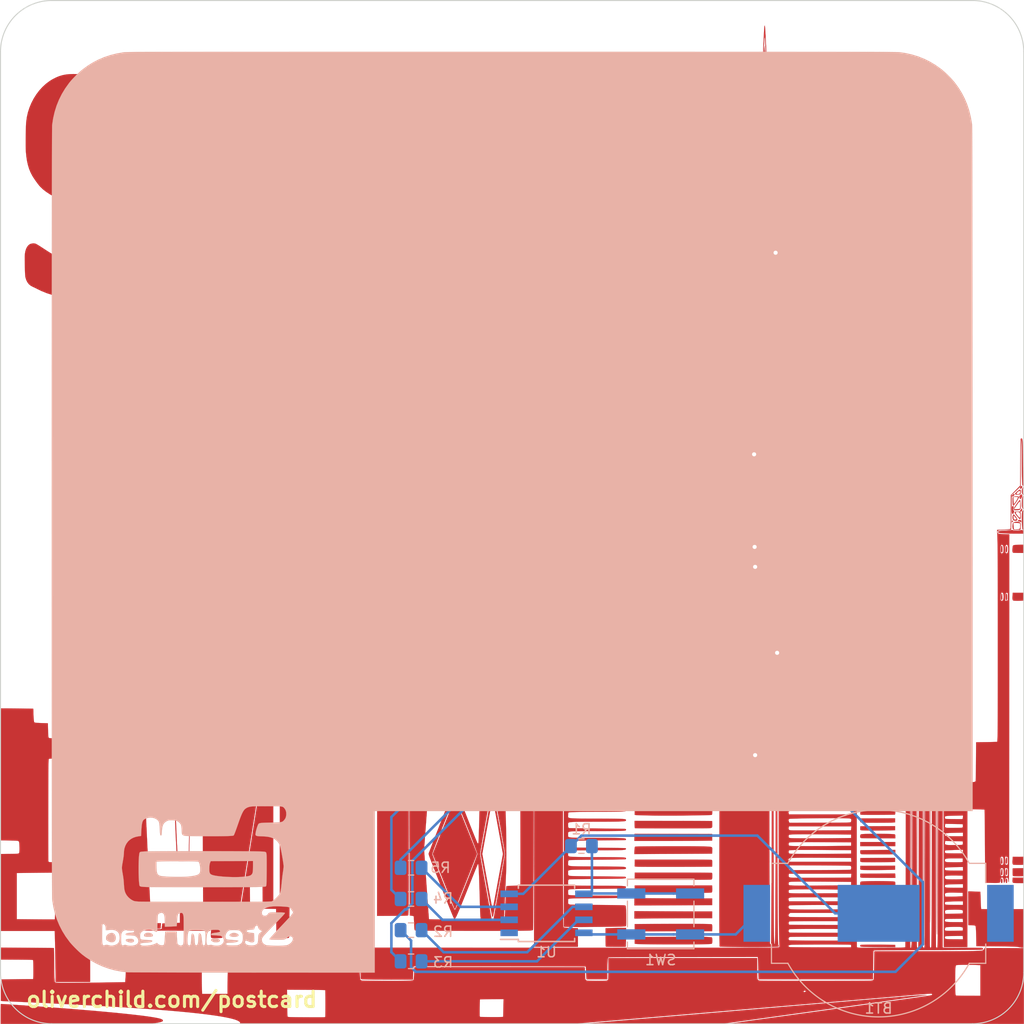
<source format=kicad_pcb>
(kicad_pcb (version 20171130) (host pcbnew 5.0.0-fee4fd1~66~ubuntu16.04.1)
  (layers (0 F.Cu signal hide) (31 B.Cu signal) (34 B.Paste user) (35 F.Paste user) (36 B.SilkS user) (37 F.SilkS user) (38 B.Mask user hide) (39 F.Mask user hide) (44 Edge.Cuts user))
  (net 0 "")
  (net 1 Earth)
  (net 2 VDD)
  (net 3 "Net-(D1-Pad1)")
  (net 4 "Net-(D1-Pad2)")
  (net 5 "Net-(D2-Pad1)")
  (net 6 "Net-(D10-Pad2)")
  (net 7 "Net-(R1-Pad1)")
  (net 8 "Net-(R2-Pad2)")
  (net 9 "Net-(R3-Pad2)")
  (net 10 "Net-(R4-Pad2)")
  (net 11 "Net-(R5-Pad2)")
  (net 12 "Net-(U1-Pad1)")
  (module Battery:BatteryHolder_MPD_BC2003_1x2032 (layer B.Cu) (at 85.815 89.21)
    (fp_text reference BT1 (at 0 9.29) (layer B.SilkS) (effects (justify mirror)))
    (fp_text value Battery)
    (pad 1 smd rect (at -11.905 0) (size 2.6 5.56) (layers B.Cu B.Paste B.Mask) (net 2 VDD))
    (pad 1 smd rect (at 11.905 0) (size 2.6 5.56) (layers B.Cu B.Paste B.Mask) (net 2 VDD))
    (pad 2 smd rect (at 0 0) (size 8 5.56) (layers B.Cu B.Paste B.Mask) (net 1 Earth))
  )
  (module LED_SMD:LED_0805_2012Metric_Pad1.15x1.40mm_HandSolder (layer F.Cu) (at 74.715 61.727267 180)
    (fp_text reference D1 hide)
    (fp_text value LED hide)
    (pad 1 smd roundrect (at -1.025 0 180) (size 1.15 1.4) (layers F.Cu F.Paste F.Mask) (roundrect_rratio 0.217391) (net 3 "Net-(D1-Pad1)"))
    (pad 2 smd roundrect (at 1.025 0 180) (size 1.15 1.4) (layers F.Cu F.Paste F.Mask) (roundrect_rratio 0.217391) (net 4 "Net-(D1-Pad2)"))
  )
  (module LED_SMD:LED_0805_2012Metric_Pad1.15x1.40mm_HandSolder (layer F.Cu) (at 74.76 37.445452)
    (fp_text reference D2 hide)
    (fp_text value LED hide)
    (pad 1 smd roundrect (at -1.025 0) (size 1.15 1.4) (layers F.Cu F.Paste F.Mask) (roundrect_rratio 0.217391) (net 5 "Net-(D2-Pad1)"))
    (pad 2 smd roundrect (at 1.025 0) (size 1.15 1.4) (layers F.Cu F.Paste F.Mask) (roundrect_rratio 0.217391) (net 3 "Net-(D1-Pad1)"))
  )
  (module LED_SMD:LED_0805_2012Metric_Pad1.15x1.40mm_HandSolder (layer F.Cu) (at 74.715 32.589089 180)
    (fp_text reference D3 hide)
    (fp_text value LED hide)
    (pad 1 smd roundrect (at -1.025 0 180) (size 1.15 1.4) (layers F.Cu F.Paste F.Mask) (roundrect_rratio 0.217391) (net 6 "Net-(D10-Pad2)"))
    (pad 2 smd roundrect (at 1.025 0 180) (size 1.15 1.4) (layers F.Cu F.Paste F.Mask) (roundrect_rratio 0.217391) (net 5 "Net-(D2-Pad1)"))
  )
  (module LED_SMD:LED_0805_2012Metric_Pad1.15x1.40mm_HandSolder (layer F.Cu) (at 74.76 56.870904)
    (fp_text reference D4 hide)
    (fp_text value LED hide)
    (pad 2 smd roundrect (at 1.025 0) (size 1.15 1.4) (layers F.Cu F.Paste F.Mask) (roundrect_rratio 0.217391) (net 3 "Net-(D1-Pad1)"))
    (pad 1 smd roundrect (at -1.025 0) (size 1.15 1.4) (layers F.Cu F.Paste F.Mask) (roundrect_rratio 0.217391) (net 4 "Net-(D1-Pad2)"))
  )
  (module LED_SMD:LED_0805_2012Metric_Pad1.15x1.40mm_HandSolder (layer F.Cu) (at 74.715 42.301815 180)
    (fp_text reference D5 hide)
    (fp_text value LED hide)
    (pad 2 smd roundrect (at 1.025 0 180) (size 1.15 1.4) (layers F.Cu F.Paste F.Mask) (roundrect_rratio 0.217391) (net 5 "Net-(D2-Pad1)"))
    (pad 1 smd roundrect (at -1.025 0 180) (size 1.15 1.4) (layers F.Cu F.Paste F.Mask) (roundrect_rratio 0.217391) (net 3 "Net-(D1-Pad1)"))
  )
  (module LED_SMD:LED_0805_2012Metric_Pad1.15x1.40mm_HandSolder (layer F.Cu) (at 74.76 27.732726)
    (fp_text reference D6 hide)
    (fp_text value LED hide)
    (pad 2 smd roundrect (at 1.025 0) (size 1.15 1.4) (layers F.Cu F.Paste F.Mask) (roundrect_rratio 0.217391) (net 6 "Net-(D10-Pad2)"))
    (pad 1 smd roundrect (at -1.025 0) (size 1.15 1.4) (layers F.Cu F.Paste F.Mask) (roundrect_rratio 0.217391) (net 5 "Net-(D2-Pad1)"))
  )
  (module LED_SMD:LED_0805_2012Metric_Pad1.15x1.40mm_HandSolder (layer F.Cu) (at 74.76 18.02)
    (fp_text reference D7 hide)
    (fp_text value LED hide)
    (pad 1 smd roundrect (at -1.025 0) (size 1.15 1.4) (layers F.Cu F.Paste F.Mask) (roundrect_rratio 0.217391) (net 5 "Net-(D2-Pad1)"))
    (pad 2 smd roundrect (at 1.025 0) (size 1.15 1.4) (layers F.Cu F.Paste F.Mask) (roundrect_rratio 0.217391) (net 4 "Net-(D1-Pad2)"))
  )
  (module LED_SMD:LED_0805_2012Metric_Pad1.15x1.40mm_HandSolder (layer F.Cu) (at 74.715 22.876363 180)
    (fp_text reference D8 hide)
    (fp_text value LED hide)
    (pad 2 smd roundrect (at 1.025 0 180) (size 1.15 1.4) (layers F.Cu F.Paste F.Mask) (roundrect_rratio 0.217391) (net 5 "Net-(D2-Pad1)"))
    (pad 1 smd roundrect (at -1.025 0 180) (size 1.15 1.4) (layers F.Cu F.Paste F.Mask) (roundrect_rratio 0.217391) (net 4 "Net-(D1-Pad2)"))
  )
  (module LED_SMD:LED_0805_2012Metric_Pad1.15x1.40mm_HandSolder (layer F.Cu) (at 74.715 71.44 180)
    (fp_text reference D9 hide)
    (fp_text value LED hide)
    (pad 1 smd roundrect (at -1.025 0 180) (size 1.15 1.4) (layers F.Cu F.Paste F.Mask) (roundrect_rratio 0.217391) (net 6 "Net-(D10-Pad2)"))
    (pad 2 smd roundrect (at 1.025 0 180) (size 1.15 1.4) (layers F.Cu F.Paste F.Mask) (roundrect_rratio 0.217391) (net 4 "Net-(D1-Pad2)"))
  )
  (module LED_SMD:LED_0805_2012Metric_Pad1.15x1.40mm_HandSolder (layer F.Cu) (at 74.76 66.58363)
    (fp_text reference D10 hide)
    (fp_text value LED hide)
    (pad 2 smd roundrect (at 1.025 0) (size 1.15 1.4) (layers F.Cu F.Paste F.Mask) (roundrect_rratio 0.217391) (net 6 "Net-(D10-Pad2)"))
    (pad 1 smd roundrect (at -1.025 0) (size 1.15 1.4) (layers F.Cu F.Paste F.Mask) (roundrect_rratio 0.217391) (net 4 "Net-(D1-Pad2)"))
  )
  (module LED_SMD:LED_0805_2012Metric_Pad1.15x1.40mm_HandSolder (layer F.Cu) (at 74.76 47.158178)
    (fp_text reference D11 hide)
    (fp_text value LED hide)
    (pad 1 smd roundrect (at -1.025 0) (size 1.15 1.4) (layers F.Cu F.Paste F.Mask) (roundrect_rratio 0.217391) (net 6 "Net-(D10-Pad2)"))
    (pad 2 smd roundrect (at 1.025 0) (size 1.15 1.4) (layers F.Cu F.Paste F.Mask) (roundrect_rratio 0.217391) (net 3 "Net-(D1-Pad1)"))
  )
  (module LED_SMD:LED_0805_2012Metric_Pad1.15x1.40mm_HandSolder (layer F.Cu) (at 74.715 52.014541 180)
    (fp_text reference D12 hide)
    (fp_text value LED hide)
    (pad 2 smd roundrect (at 1.025 0 180) (size 1.15 1.4) (layers F.Cu F.Paste F.Mask) (roundrect_rratio 0.217391) (net 6 "Net-(D10-Pad2)"))
    (pad 1 smd roundrect (at -1.025 0 180) (size 1.15 1.4) (layers F.Cu F.Paste F.Mask) (roundrect_rratio 0.217391) (net 3 "Net-(D1-Pad1)"))
  )
  (module Resistor_SMD:R_0805_2012Metric_Pad1.15x1.40mm_HandSolder (layer B.Cu) (at 56.775 82.64 180)
    (fp_text reference R1 (at 0 1.65 180) (layer B.SilkS) (effects (justify mirror)))
    (fp_text value R)
    (pad 2 smd roundrect (at 1.025 0 180) (size 1.15 1.4) (layers B.Cu B.Paste B.Mask) (roundrect_rratio 0.217391) (net 1 Earth))
    (pad 1 smd roundrect (at -1.025 0 180) (size 1.15 1.4) (layers B.Cu B.Paste B.Mask) (roundrect_rratio 0.217391) (net 7 "Net-(R1-Pad1)"))
  )
  (module Resistor_SMD:R_0805_2012Metric_Pad1.15x1.40mm_HandSolder (layer B.Cu) (at 40.125 90.853332)
    (fp_text reference R2 (at 3.125 0.146668) (layer B.SilkS) (effects (justify mirror)))
    (fp_text value R)
    (pad 1 smd roundrect (at -1.025 0) (size 1.15 1.4) (layers B.Cu B.Paste B.Mask) (roundrect_rratio 0.217391) (net 4 "Net-(D1-Pad2)"))
    (pad 2 smd roundrect (at 1.025 0) (size 1.15 1.4) (layers B.Cu B.Paste B.Mask) (roundrect_rratio 0.217391) (net 8 "Net-(R2-Pad2)"))
  )
  (module Resistor_SMD:R_0805_2012Metric_Pad1.15x1.40mm_HandSolder (layer B.Cu) (at 40.125 93.9)
    (fp_text reference R3 (at 3.125 0.1) (layer B.SilkS) (effects (justify mirror)))
    (fp_text value R)
    (pad 2 smd roundrect (at 1.025 0) (size 1.15 1.4) (layers B.Cu B.Paste B.Mask) (roundrect_rratio 0.217391) (net 9 "Net-(R3-Pad2)"))
    (pad 1 smd roundrect (at -1.025 0) (size 1.15 1.4) (layers B.Cu B.Paste B.Mask) (roundrect_rratio 0.217391) (net 3 "Net-(D1-Pad1)"))
  )
  (module Resistor_SMD:R_0805_2012Metric_Pad1.15x1.40mm_HandSolder (layer B.Cu) (at 40.125 87.806666)
    (fp_text reference R4 (at 3.125 -0.056666) (layer B.SilkS) (effects (justify mirror)))
    (fp_text value R)
    (pad 1 smd roundrect (at -1.025 0) (size 1.15 1.4) (layers B.Cu B.Paste B.Mask) (roundrect_rratio 0.217391) (net 5 "Net-(D2-Pad1)"))
    (pad 2 smd roundrect (at 1.025 0) (size 1.15 1.4) (layers B.Cu B.Paste B.Mask) (roundrect_rratio 0.217391) (net 10 "Net-(R4-Pad2)"))
  )
  (module Resistor_SMD:R_0805_2012Metric_Pad1.15x1.40mm_HandSolder (layer B.Cu) (at 40.125 84.76)
    (fp_text reference R5 (at 2.875 -0.01) (layer B.SilkS) (effects (justify mirror)))
    (fp_text value R)
    (pad 2 smd roundrect (at 1.025 0) (size 1.15 1.4) (layers B.Cu B.Paste B.Mask) (roundrect_rratio 0.217391) (net 11 "Net-(R5-Pad2)"))
    (pad 1 smd roundrect (at -1.025 0) (size 1.15 1.4) (layers B.Cu B.Paste B.Mask) (roundrect_rratio 0.217391) (net 6 "Net-(D10-Pad2)"))
  )
  (module Button_Switch_SMD:SW_SPST_B3SL-1002P (layer B.Cu) (at 64.52 89.27)
    (fp_text reference SW1 (at 0 4.5) (layer B.SilkS) (effects (justify mirror)))
    (fp_text value SW_Push)
    (pad 2 smd rect (at -2.875 -2) (size 2.75 1) (layers B.Cu B.Paste B.Mask) (net 7 "Net-(R1-Pad1)"))
    (pad 2 smd rect (at 2.875 -2) (size 2.75 1) (layers B.Cu B.Paste B.Mask) (net 7 "Net-(R1-Pad1)"))
    (pad 1 smd rect (at 2.875 2) (size 2.75 1) (layers B.Cu B.Paste B.Mask) (net 2 VDD))
    (pad 1 smd rect (at -2.875 2) (size 2.75 1) (layers B.Cu B.Paste B.Mask) (net 2 VDD))
  )
  (module Package_SO:SOIJ-8_5.3x5.3mm_P1.27mm (layer B.Cu) (at 53.36 89.21)
    (fp_text reference U1 (at 0 3.79) (layer B.SilkS) (effects (justify mirror)))
    (fp_text value ATtiny85-20SU)
    (pad 8 smd rect (at 3.65 1.905) (size 1.7 0.65) (layers B.Cu B.Paste B.Mask) (net 2 VDD))
    (pad 7 smd rect (at 3.65 0.635) (size 1.7 0.65) (layers B.Cu B.Paste B.Mask) (net 9 "Net-(R3-Pad2)"))
    (pad 6 smd rect (at 3.65 -0.635) (size 1.7 0.65) (layers B.Cu B.Paste B.Mask) (net 8 "Net-(R2-Pad2)"))
    (pad 5 smd rect (at 3.65 -1.905) (size 1.7 0.65) (layers B.Cu B.Paste B.Mask) (net 7 "Net-(R1-Pad1)"))
    (pad 4 smd rect (at -3.65 -1.905) (size 1.7 0.65) (layers B.Cu B.Paste B.Mask) (net 1 Earth))
    (pad 3 smd rect (at -3.65 -0.635) (size 1.7 0.65) (layers B.Cu B.Paste B.Mask) (net 11 "Net-(R5-Pad2)"))
    (pad 2 smd rect (at -3.65 0.635) (size 1.7 0.65) (layers B.Cu B.Paste B.Mask) (net 10 "Net-(R4-Pad2)"))
    (pad 1 smd rect (at -3.65 1.905) (size 1.7 0.65) (layers B.Cu B.Paste B.Mask) (net 12 "Net-(U1-Pad1)"))
  )
  (module lib:smallsoldermask (layer F.Cu) (at 50 50)
    (fp_text reference G*** hide)
    (fp_text value LOGO hide)
  )
  (module lib:smallcopper (layer F.Cu) (at 50 50)
    (fp_text reference G*** hide)
    (fp_text value LOGO hide)
    (fp_poly (pts (xy -5.576303 3.149718) (xy -5.545104 3.212678) (xy -5.5 3.309888) (xy -5.44388 3.43503) (xy -5.379631 3.581784) (xy -5.326343 3.705756) (xy -5.279414 3.817258) (xy -5.218485 3.964367) (xy -5.145098 4.143225) (xy -5.060795 4.349971) (xy -4.967116 4.580745) (xy -4.865605 4.831687) (xy -4.757803 5.098938) (xy -4.645252 5.378637) (xy -4.529493 5.666924) (xy -4.412068 5.959941) (xy -4.294519 6.253826) (xy -4.178389 6.54472) (xy -4.065217 6.828763) (xy -3.956547 7.102096) (xy -3.853921 7.360857) (xy -3.758879 7.601188) (xy -3.672964 7.819229) (xy -3.597717 8.011119) (xy -3.53468 8.172999) (xy -3.485396 8.301009) (xy -3.451405 8.391288) (xy -3.43425 8.439978) (xy -3.432433 8.447227) (xy -3.441734 8.478042) (xy -3.468654 8.552289) (xy -3.511714 8.666273) (xy -3.569437 8.816297) (xy -3.640343 8.998664) (xy -3.722955 9.20968) (xy -3.815795 9.445647) (xy -3.917385 9.702869) (xy -4.026246 9.97765) (xy -4.140902 10.266293) (xy -4.259873 10.565103) (xy -4.381681 10.870382) (xy -4.50485 11.178436) (xy -4.627899 11.485567) (xy -4.749353 11.788079) (xy -4.867731 12.082276) (xy -4.981557 12.364462) (xy -5.089352 12.63094) (xy -5.189638 12.878014) (xy -5.280938 13.101988) (xy -5.361773 13.299166) (xy -5.430664 13.465851) (xy -5.486135 13.598347) (xy -5.526706 13.692958) (xy -5.550901 13.745988) (xy -5.55269 13.74949) (xy -5.58768 13.81627) (xy -5.668116 13.656929) (xy -5.689591 13.609346) (xy -5.728557 13.517441) (xy -5.783821 13.384182) (xy -5.85419 13.212543) (xy -5.938471 13.005493) (xy -6.035471 12.766003) (xy -6.143998 12.497044) (xy -6.262859 12.201588) (xy -6.39086 11.882604) (xy -6.526809 11.543065) (xy -6.669513 11.18594) (xy -6.817779 10.814201) (xy -6.970415 10.430819) (xy -7.126227 10.038764) (xy -7.284023 9.641008) (xy -7.44261 9.240521) (xy -7.524596 9.033175) (xy -7.757905 8.442827) (xy -6.906995 6.312655) (xy -6.704012 5.805165) (xy -6.519126 5.344307) (xy -6.352017 4.929312) (xy -6.202369 4.559411) (xy -6.069863 4.233837) (xy -5.954183 3.95182) (xy -5.855011 3.712592) (xy -5.772029 3.515385) (xy -5.704919 3.35943) (xy -5.653365 3.243959) (xy -5.617048 3.168203) (xy -5.595651 3.131393) (xy -5.590709 3.127327) (xy -5.576303 3.149718)) (layer F.Cu) (width 0.01))
    (fp_poly (pts (xy -5.555977 15.608203) (xy -5.523913 15.670554) (xy -5.479943 15.765492) (xy -5.427471 15.885667) (xy -5.3699 16.023731) (xy -5.369637 16.024374) (xy -5.316271 16.155827) (xy -5.249569 16.321185) (xy -5.171039 16.51664) (xy -5.082194 16.738386) (xy -4.984544 16.982615) (xy -4.879599 17.245519) (xy -4.76887 17.523291) (xy -4.653867 17.812123) (xy -4.5361 18.108208) (xy -4.417081 18.407738) (xy -4.29832 18.706906) (xy -4.181327 19.001905) (xy -4.067612 19.288927) (xy -3.958687 19.564163) (xy -3.856062 19.823808) (xy -3.761248 20.064053) (xy -3.675754 20.281092) (xy -3.601091 20.471115) (xy -3.538771 20.630316) (xy -3.490303 20.754888) (xy -3.457198 20.841023) (xy -3.440966 20.884913) (xy -3.439598 20.889338) (xy -3.447217 20.919897) (xy -3.472402 20.993937) (xy -3.5137 21.107777) (xy -3.569655 21.257739) (xy -3.638813 21.440144) (xy -3.719717 21.651312) (xy -3.810914 21.887565) (xy -3.910949 22.145224) (xy -4.018366 22.420609) (xy -4.13171 22.710041) (xy -4.249527 23.009842) (xy -4.370361 23.316332) (xy -4.492758 23.625833) (xy -4.615262 23.934665) (xy -4.736419 24.239149) (xy -4.854774 24.535606) (xy -4.968871 24.820357) (xy -5.077256 25.089723) (xy -5.178473 25.340025) (xy -5.271069 25.567585) (xy -5.353587 25.768722) (xy -5.424573 25.939757) (xy -5.482572 26.077013) (xy -5.526128 26.176809) (xy -5.553788 26.235467) (xy -5.554062 26.235993) (xy -5.586798 26.298472) (xy -5.626467 26.236973) (xy -5.639958 26.213252) (xy -5.658733 26.175163) (xy -5.683714 26.120427) (xy -5.715823 26.046768) (xy -5.755984 25.951908) (xy -5.805118 25.833571) (xy -5.864148 25.689478) (xy -5.933997 25.517352) (xy -6.015588 25.314916) (xy -6.109841 25.079893) (xy -6.217681 24.810005) (xy -6.34003 24.502975) (xy -6.477809 24.156525) (xy -6.631943 23.768378) (xy -6.803352 23.336257) (xy -6.889606 23.118682) (xy -7.758574 20.926354) (xy -7.002581 19.025189) (xy -6.810761 18.543103) (xy -6.636678 18.106287) (xy -6.479475 17.712681) (xy -6.338297 17.360226) (xy -6.212287 17.046862) (xy -6.100589 16.77053) (xy -6.002347 16.52917) (xy -5.916704 16.320721) (xy -5.842804 16.143125) (xy -5.779792 15.994322) (xy -5.726809 15.872252) (xy -5.683002 15.774855) (xy -5.647512 15.700072) (xy -5.619484 15.645844) (xy -5.598062 15.610109) (xy -5.582389 15.59081) (xy -5.572734 15.585786) (xy -5.555977 15.608203)) (layer F.Cu) (width 0.01))
    (fp_poly (pts (xy -5.582779 28.106089) (xy -5.549258 28.164433) (xy -5.501027 28.261845) (xy -5.44009 28.394216) (xy -5.368446 28.557441) (xy -5.340943 28.62173) (xy -5.294068 28.73339) (xy -5.233175 28.880674) (xy -5.159799 29.059739) (xy -5.075475 29.266742) (xy -4.981738 29.497842) (xy -4.880123 29.749196) (xy -4.772164 30.01696) (xy -4.659396 30.297294) (xy -4.543354 30.586354) (xy -4.425573 30.880297) (xy -4.307587 31.175282) (xy -4.190932 31.467465) (xy -4.077141 31.753005) (xy -3.96775 32.028058) (xy -3.864294 32.288783) (xy -3.768306 32.531336) (xy -3.681323 32.751876) (xy -3.604879 32.946559) (xy -3.540508 33.111544) (xy -3.489746 33.242987) (xy -3.454127 33.337047) (xy -3.435186 33.38988) (xy -3.432433 33.399926) (xy -3.441674 33.429433) (xy -3.468419 33.502422) (xy -3.511196 33.615196) (xy -3.568535 33.764057) (xy -3.638966 33.94531) (xy -3.721018 34.155258) (xy -3.813222 34.390203) (xy -3.914105 34.646448) (xy -4.022199 34.920298) (xy -4.136032 35.208055) (xy -4.254135 35.506021) (xy -4.375037 35.810501) (xy -4.497267 36.117798) (xy -4.619354 36.424214) (xy -4.73983 36.726053) (xy -4.857223 37.019618) (xy -4.970062 37.301212) (xy -5.076878 37.567138) (xy -5.1762 37.8137) (xy -5.266557 38.0372) (xy -5.346479 38.233942) (xy -5.414496 38.400229) (xy -5.469138 38.532364) (xy -5.508933 38.626651) (xy -5.531949 38.678428) (xy -5.565029 38.73769) (xy -5.592808 38.771071) (xy -5.599206 38.773774) (xy -5.62112 38.752508) (xy -5.651844 38.698649) (xy -5.666927 38.665716) (xy -5.682387 38.627851) (xy -5.715321 38.54592) (xy -5.764453 38.423124) (xy -5.82851 38.262664) (xy -5.906217 38.067743) (xy -5.996298 37.841561) (xy -6.09748 37.587321) (xy -6.208488 37.308224) (xy -6.328048 37.007472) (xy -6.454884 36.688267) (xy -6.587722 36.35381) (xy -6.725287 36.007303) (xy -6.736007 35.980293) (xy -7.758987 33.402928) (xy -6.853379 31.136749) (xy -6.666112 30.66852) (xy -6.496735 30.245857) (xy -6.344523 29.867004) (xy -6.208754 29.530204) (xy -6.088705 29.233702) (xy -5.983653 28.975741) (xy -5.892876 28.754564) (xy -5.815649 28.568416) (xy -5.75125 28.41554) (xy -5.698957 28.29418) (xy -5.658046 28.20258) (xy -5.627794 28.138983) (xy -5.607478 28.101633) (xy -5.59959 28.090921) (xy -5.582779 28.106089)) (layer F.Cu) (width 0.01))
    (fp_poly (pts (xy -36.507695 17.472809) (xy -36.30156 17.601571) (xy -36.129838 17.764549) (xy -35.995995 17.956213) (xy -35.903497 18.171035) (xy -35.855809 18.403485) (xy -35.84985 18.522422) (xy -35.87391 18.764579) (xy -35.94359 18.989924) (xy -36.05514 19.193824) (xy -36.204808 19.371647) (xy -36.388843 19.518761) (xy -36.603494 19.630532) (xy -36.796686 19.69185) (xy -36.96586 19.721733) (xy -37.115915 19.723388) (xy -37.270089 19.696724) (xy -37.29633 19.689922) (xy -37.537626 19.602036) (xy -37.744962 19.47818) (xy -37.916285 19.320235) (xy -38.049541 19.13008) (xy -38.140524 18.916516) (xy -38.180607 18.72804) (xy -38.193597 18.518123) (xy -38.179494 18.308355) (xy -38.140462 18.127135) (xy -38.048165 17.914759) (xy -37.914476 17.727702) (xy -37.745126 17.572176) (xy -37.545849 17.454394) (xy -37.502503 17.43575) (xy -37.43527 17.41144) (xy -37.367583 17.395092) (xy -37.286967 17.385196) (xy -37.180946 17.380246) (xy -37.037047 17.378733) (xy -37.030814 17.378724) (xy -36.698964 17.378278) (xy -36.507695 17.472809)) (layer F.Cu) (width 0.01))
    (fp_poly (pts (xy 24.696239 -45.40981) (xy 24.700285 -45.356553) (xy 24.706177 -45.256185) (xy 24.713753 -45.112408) (xy 24.722851 -44.928923) (xy 24.733308 -44.709429) (xy 24.744964 -44.457629) (xy 24.757655 -44.177223) (xy 24.771219 -43.871912) (xy 24.785495 -43.545396) (xy 24.800321 -43.201377) (xy 24.815534 -42.843555) (xy 24.830973 -42.475632) (xy 24.846475 -42.101308) (xy 24.861879 -41.724284) (xy 24.877022 -41.348261) (xy 24.891742 -40.97694) (xy 24.903302 -40.680681) (xy 24.91653 -40.337436) (xy 24.927904 -40.041274) (xy 24.937701 -39.788473) (xy 24.946197 -39.575307) (xy 24.953671 -39.398056) (xy 24.960401 -39.252994) (xy 24.966663 -39.1364) (xy 24.972735 -39.04455) (xy 24.978896 -38.973721) (xy 24.985422 -38.920189) (xy 24.99259 -38.880232) (xy 25.00068 -38.850127) (xy 25.009967 -38.82615) (xy 25.02073 -38.804578) (xy 25.033246 -38.781688) (xy 25.046796 -38.755765) (xy 25.085224 -38.670901) (xy 25.111663 -38.597778) (xy 25.119835 -38.557658) (xy 25.116906 -38.513368) (xy 25.104094 -38.4808) (xy 25.074483 -38.457895) (xy 25.021157 -38.442596) (xy 24.937199 -38.432847) (xy 24.815694 -38.42659) (xy 24.664207 -38.422135) (xy 24.255856 -38.411742) (xy 24.255856 -38.538478) (xy 24.267622 -38.648958) (xy 24.305548 -38.728343) (xy 24.30769 -38.731111) (xy 24.320865 -38.750605) (xy 24.332826 -38.775901) (xy 24.34378 -38.810041) (xy 24.35393 -38.856066) (xy 24.363481 -38.917016) (xy 24.372637 -38.995932) (xy 24.381604 -39.095857) (xy 24.390584 -39.219829) (xy 24.399783 -39.370891) (xy 24.409406 -39.552083) (xy 24.419657 -39.766447) (xy 24.43074 -40.017023) (xy 24.44286 -40.306853) (xy 24.456221 -40.638977) (xy 24.471028 -41.016436) (xy 24.484105 -41.354455) (xy 24.507531 -41.958101) (xy 24.529477 -42.514602) (xy 24.549928 -43.0236) (xy 24.568867 -43.484742) (xy 24.586281 -43.897671) (xy 24.602152 -44.262032) (xy 24.616466 -44.57747) (xy 24.629206 -44.84363) (xy 24.640358 -45.060156) (xy 24.649905 -45.226693) (xy 24.657832 -45.342886) (xy 24.660228 -45.371672) (xy 24.678422 -45.575075) (xy 24.696239 -45.40981)) (layer F.Cu) (width 0.01))
    (fp_poly (pts (xy 48.356687 3.329425) (xy 48.373752 3.402151) (xy 48.381428 3.524033) (xy 48.381703 3.61041) (xy 48.375977 3.756217) (xy 48.36208 3.856186) (xy 48.339075 3.914814) (xy 48.31412 3.934766) (xy 48.284422 3.921317) (xy 48.255664 3.874568) (xy 48.255078 3.873088) (xy 48.240415 3.804212) (xy 48.236593 3.711197) (xy 48.242019 3.606113) (xy 48.255096 3.501026) (xy 48.27423 3.408007) (xy 48.297824 3.339122) (xy 48.324284 3.30644) (xy 48.330139 3.305305) (xy 48.356687 3.329425)) (layer F.Cu) (width 0.01))
    (fp_poly (pts (xy 47.888152 3.313199) (xy 47.909472 3.393497) (xy 47.922022 3.523671) (xy 47.923219 3.549071) (xy 47.925501 3.661298) (xy 47.923464 3.764975) (xy 47.917574 3.841192) (xy 47.915711 3.852916) (xy 47.89104 3.918825) (xy 47.854839 3.939371) (xy 47.814365 3.912417) (xy 47.798394 3.887463) (xy 47.785297 3.835716) (xy 47.778242 3.750486) (xy 47.776747 3.645539) (xy 47.780332 3.534643) (xy 47.788515 3.431564) (xy 47.800816 3.35007) (xy 47.816754 3.303928) (xy 47.818869 3.301439) (xy 47.857979 3.282579) (xy 47.888152 3.313199)) (layer F.Cu) (width 0.01))
    (fp_poly (pts (xy 48.343911 7.98717) (xy 48.364707 8.062046) (xy 48.377452 8.185773) (xy 48.380256 8.245423) (xy 48.38011 8.396186) (xy 48.368335 8.511826) (xy 48.345849 8.587583) (xy 48.313571 8.618696) (xy 48.30814 8.619219) (xy 48.277179 8.598771) (xy 48.263016 8.574725) (xy 48.252077 8.521539) (xy 48.245756 8.435853) (xy 48.243749 8.330963) (xy 48.245754 8.220165) (xy 48.25147 8.116756) (xy 48.260595 8.03403) (xy 48.272827 7.985285) (xy 48.276526 7.97977) (xy 48.314654 7.960095) (xy 48.343911 7.98717)) (layer F.Cu) (width 0.01))
    (fp_poly (pts (xy 47.870305 7.980658) (xy 47.889104 8.060275) (xy 47.904229 8.156668) (xy 47.915662 8.288586) (xy 47.9134 8.407582) (xy 47.898771 8.503869) (xy 47.873107 8.567659) (xy 47.845532 8.588715) (xy 47.817083 8.581821) (xy 47.797845 8.541376) (xy 47.785469 8.477451) (xy 47.780078 8.39016) (xy 47.783369 8.277764) (xy 47.794115 8.168869) (xy 47.814272 8.045708) (xy 47.833369 7.973321) (xy 47.851887 7.951656) (xy 47.870305 7.980658)) (layer F.Cu) (width 0.01))
    (fp_poly (pts (xy 48.356687 33.763659) (xy 48.373752 33.836385) (xy 48.381428 33.958267) (xy 48.381703 34.044645) (xy 48.375977 34.190451) (xy 48.36208 34.290421) (xy 48.339075 34.349049) (xy 48.31412 34.369) (xy 48.284422 34.355551) (xy 48.255664 34.308802) (xy 48.255078 34.307322) (xy 48.240415 34.238446) (xy 48.236593 34.145431) (xy 48.242019 34.040347) (xy 48.255096 33.935261) (xy 48.27423 33.842241) (xy 48.297824 33.773356) (xy 48.324284 33.740674) (xy 48.330139 33.739539) (xy 48.356687 33.763659)) (layer F.Cu) (width 0.01))
    (fp_poly (pts (xy 47.871737 33.790205) (xy 47.887053 33.853868) (xy 47.902665 33.960932) (xy 47.908984 34.013852) (xy 47.922114 34.166453) (xy 47.920584 34.274292) (xy 47.903737 34.341492) (xy 47.870913 34.372179) (xy 47.851318 34.375175) (xy 47.81193 34.35849) (xy 47.788638 34.302266) (xy 47.786016 34.289418) (xy 47.782103 34.230931) (xy 47.784284 34.143815) (xy 47.791219 34.042119) (xy 47.801565 33.939891) (xy 47.813979 33.85118) (xy 47.827119 33.790035) (xy 47.835486 33.771654) (xy 47.85509 33.764587) (xy 47.871737 33.790205)) (layer F.Cu) (width 0.01))
    (fp_poly (pts (xy 48.356687 34.882378) (xy 48.373752 34.955104) (xy 48.381428 35.076986) (xy 48.381703 35.163363) (xy 48.375977 35.30917) (xy 48.36208 35.409139) (xy 48.339075 35.467767) (xy 48.31412 35.487719) (xy 48.284422 35.47427) (xy 48.255664 35.427521) (xy 48.255078 35.426041) (xy 48.240415 35.357164) (xy 48.236593 35.26415) (xy 48.242019 35.159066) (xy 48.255096 35.053979) (xy 48.27423 34.96096) (xy 48.297824 34.892075) (xy 48.324284 34.859393) (xy 48.330139 34.858258) (xy 48.356687 34.882378)) (layer F.Cu) (width 0.01))
    (fp_poly (pts (xy 47.894721 34.868375) (xy 47.906751 34.904994) (xy 47.915645 34.978829) (xy 47.921211 35.076331) (xy 47.923254 35.183948) (xy 47.921581 35.288132) (xy 47.915998 35.375333) (xy 47.90631 35.432) (xy 47.902907 35.440416) (xy 47.86264 35.487154) (xy 47.823605 35.485575) (xy 47.793491 35.437803) (xy 47.786016 35.408137) (xy 47.78143 35.341902) (xy 47.783881 35.244359) (xy 47.792779 35.134472) (xy 47.795242 35.112994) (xy 47.816223 34.979485) (xy 47.84086 34.894698) (xy 47.868857 34.859357) (xy 47.894721 34.868375)) (layer F.Cu) (width 0.01))
    (fp_poly (pts (xy -1.887559 2.288993) (xy -1.873181 2.349624) (xy -1.852048 2.448725) (xy -1.823995 2.587185) (xy -1.788852 2.765893) (xy -1.746454 2.985737) (xy -1.696632 3.247606) (xy -1.639219 3.552388) (xy -1.574048 3.900973) (xy -1.500952 4.294248) (xy -1.419762 4.733102) (xy -1.330313 5.218424) (xy -1.232436 5.751102) (xy -1.125964 6.332025) (xy -1.01073 6.962081) (xy -1.005692 6.989649) (xy -0.739001 8.449269) (xy -1.067173 10.244104) (xy -1.129011 10.582716) (xy -1.194088 10.939808) (xy -1.260865 11.306893) (xy -1.327803 11.675481) (xy -1.393362 12.037084) (xy -1.456005 12.383214) (xy -1.514191 12.705381) (xy -1.566383 12.995097) (xy -1.611042 13.243874) (xy -1.613814 13.259359) (xy -1.657821 13.504835) (xy -1.699629 13.737368) (xy -1.738284 13.951693) (xy -1.772831 14.142544) (xy -1.802313 14.304655) (xy -1.825775 14.43276) (xy -1.842263 14.521593) (xy -1.85082 14.565887) (xy -1.851017 14.566814) (xy -1.874507 14.632514) (xy -1.905355 14.665987) (xy -1.935274 14.659359) (xy -1.940738 14.652014) (xy -1.948797 14.621687) (xy -1.963915 14.548895) (xy -1.98463 14.441302) (xy -2.009478 14.306575) (xy -2.036996 14.152379) (xy -2.046563 14.097668) (xy -2.064353 13.996704) (xy -2.090528 13.850018) (xy -2.124309 13.661905) (xy -2.164918 13.436662) (xy -2.211575 13.178585) (xy -2.263503 12.891971) (xy -2.319922 12.581114) (xy -2.380054 12.250312) (xy -2.44312 11.90386) (xy -2.508342 11.546055) (xy -2.57494 11.181193) (xy -2.606818 11.00672) (xy -3.074316 8.448976) (xy -3.072584 8.439489) (xy -2.915478 8.439489) (xy -2.450497 10.989264) (xy -2.385837 11.343836) (xy -2.323553 11.685382) (xy -2.264277 12.01044) (xy -2.208639 12.31555) (xy -2.157271 12.597248) (xy -2.110803 12.852074) (xy -2.069869 13.076566) (xy -2.035097 13.267262) (xy -2.00712 13.420702) (xy -1.986569 13.533422) (xy -1.974075 13.601963) (xy -1.970485 13.621672) (xy -1.948735 13.68376) (xy -1.910444 13.70422) (xy -1.906907 13.704304) (xy -1.867183 13.686498) (xy -1.844443 13.627633) (xy -1.843309 13.621672) (xy -1.836727 13.585569) (xy -1.821652 13.502904) (xy -1.798716 13.377137) (xy -1.768551 13.211731) (xy -1.731787 13.010147) (xy -1.689056 12.775849) (xy -1.640989 12.512298) (xy -1.588219 12.222957) (xy -1.531375 11.911286) (xy -1.471091 11.58075) (xy -1.407996 11.234809) (xy -1.363355 10.990049) (xy -0.898454 8.441059) (xy -0.996846 7.90086) (xy -1.041927 7.65389) (xy -1.091827 7.381486) (xy -1.145631 7.088573) (xy -1.202424 6.780074) (xy -1.261295 6.460915) (xy -1.321327 6.13602) (xy -1.381608 5.810314) (xy -1.441224 5.488722) (xy -1.49926 5.176168) (xy -1.554803 4.877576) (xy -1.606939 4.597872) (xy -1.654754 4.34198) (xy -1.697335 4.114825) (xy -1.733766 3.921331) (xy -1.763135 3.766423) (xy -1.784527 3.655025) (xy -1.789549 3.629318) (xy -1.823004 3.462023) (xy -1.849221 3.339171) (xy -1.869887 3.255143) (xy -1.88669 3.20432) (xy -1.901316 3.181084) (xy -1.915455 3.179816) (xy -1.922804 3.1856) (xy -1.92883 3.198181) (xy -1.93765 3.22772) (xy -1.949634 3.276171) (xy -1.965154 3.345488) (xy -1.984581 3.437626) (xy -2.008287 3.554539) (xy -2.036643 3.698181) (xy -2.07002 3.870507) (xy -2.10879 4.073471) (xy -2.153325 4.309027) (xy -2.203995 4.57913) (xy -2.261172 4.885734) (xy -2.325228 5.230793) (xy -2.396533 5.616262) (xy -2.47546 6.044095) (xy -2.56238 6.516246) (xy -2.657663 7.03467) (xy -2.75352 7.556832) (xy -2.915478 8.439489) (xy -3.072584 8.439489) (xy -2.972614 7.892106) (xy -2.845041 7.194094) (xy -2.726296 6.545456) (xy -2.61625 5.945511) (xy -2.514777 5.393577) (xy -2.421748 4.888971) (xy -2.337036 4.431012) (xy -2.260513 4.019017) (xy -2.192051 3.652306) (xy -2.131523 3.330196) (xy -2.0788 3.052006) (xy -2.033755 2.817053) (xy -1.99626 2.624655) (xy -1.966188 2.474132) (xy -1.943411 2.3648) (xy -1.9278 2.295979) (xy -1.919229 2.266985) (xy -1.918622 2.266102) (xy -1.895351 2.265944) (xy -1.887559 2.288993)) (layer F.Cu) (width 0.01))
    (fp_poly (pts (xy -1.878785 14.757907) (xy -1.872817 14.778528) (xy -1.864609 14.81808) (xy -1.847947 14.903989) (xy -1.823507 15.032589) (xy -1.791967 15.200213) (xy -1.754006 15.403194) (xy -1.7103 15.637865) (xy -1.661528 15.90056) (xy -1.608366 16.187613) (xy -1.551494 16.495355) (xy -1.491587 16.820121) (xy -1.429325 17.158244) (xy -1.365384 17.506057) (xy -1.300442 17.859894) (xy -1.235177 18.216087) (xy -1.170266 18.570971) (xy -1.106388 18.920877) (xy -1.044505 19.260568) (xy -0.739009 20.939454) (xy -0.82793 21.421729) (xy -0.870681 21.65394) (xy -0.918256 21.912962) (xy -0.969988 22.19513) (xy -1.025211 22.496776) (xy -1.083257 22.814233) (xy -1.14346 23.143834) (xy -1.205154 23.481912) (xy -1.267671 23.8248) (xy -1.330346 24.168831) (xy -1.39251 24.510339) (xy -1.453498 24.845655) (xy -1.512643 25.171114) (xy -1.569278 25.483048) (xy -1.622736 25.77779) (xy -1.672351 26.051674) (xy -1.717457 26.301031) (xy -1.757386 26.522196) (xy -1.791471 26.711501) (xy -1.819046 26.86528) (xy -1.839445 26.979865) (xy -1.852001 27.051589) (xy -1.856056 27.076697) (xy -1.877338 27.098472) (xy -1.906907 27.103503) (xy -1.948212 27.092247) (xy -1.957758 27.076606) (xy -1.962229 27.048154) (xy -1.975188 26.973424) (xy -1.995955 26.856152) (xy -2.023847 26.700076) (xy -2.058184 26.508936) (xy -2.098285 26.286467) (xy -2.143468 26.036409) (xy -2.193053 25.7625) (xy -2.246359 25.468476) (xy -2.302703 25.158077) (xy -2.361406 24.835041) (xy -2.421786 24.503105) (xy -2.483162 24.166006) (xy -2.544853 23.827485) (xy -2.606178 23.491277) (xy -2.666455 23.161121) (xy -2.725004 22.840756) (xy -2.781143 22.533918) (xy -2.834192 22.244346) (xy -2.883469 21.975779) (xy -2.928293 21.731953) (xy -2.967983 21.516607) (xy -3.001858 21.33348) (xy -3.029237 21.186308) (xy -3.049438 21.078829) (xy -3.061781 21.014783) (xy -3.065427 20.997639) (xy -3.062446 20.968242) (xy -3.055287 20.921371) (xy -2.914485 20.921371) (xy -2.450342 23.472147) (xy -2.385805 23.826802) (xy -2.323632 24.16843) (xy -2.264454 24.49357) (xy -2.208901 24.798761) (xy -2.157602 25.08054) (xy -2.111189 25.335448) (xy -2.070292 25.560022) (xy -2.03554 25.750802) (xy -2.007563 25.904326) (xy -1.986994 26.017133) (xy -1.97446 26.085762) (xy -1.970826 26.105555) (xy -1.948706 26.16773) (xy -1.910115 26.188118) (xy -1.906907 26.188188) (xy -1.867037 26.170225) (xy -1.84404 26.110993) (xy -1.842987 26.105555) (xy -1.836368 26.069454) (xy -1.82127 25.986787) (xy -1.798325 25.861013) (xy -1.768162 25.695596) (xy -1.731414 25.493997) (xy -1.688711 25.259677) (xy -1.640683 24.996097) (xy -1.587962 24.70672) (xy -1.531178 24.395006) (xy -1.470961 24.064417) (xy -1.407944 23.718415) (xy -1.363193 23.472685) (xy -0.898771 20.922447) (xy -1.224562 19.13765) (xy -1.324208 18.592863) (xy -1.41525 18.097468) (xy -1.497821 17.65076) (xy -1.572057 17.252036) (xy -1.638093 16.900593) (xy -1.696065 16.595727) (xy -1.746106 16.336736) (xy -1.788353 16.122916) (xy -1.82294 15.953564) (xy -1.850002 15.827976) (xy -1.869674 15.74545) (xy -1.882092 15.705281) (xy -1.884339 15.701471) (xy -1.917831 15.69268) (xy -1.929197 15.701471) (xy -1.935922 15.71534) (xy -1.945427 15.746466) (xy -1.958101 15.796892) (xy -1.974333 15.868663) (xy -1.994513 15.963822) (xy -2.019031 16.084414) (xy -2.048276 16.232483) (xy -2.082638 16.410073) (xy -2.122506 16.619227) (xy -2.16827 16.861991) (xy -2.22032 17.140408) (xy -2.279044 17.456522) (xy -2.344832 17.812377) (xy -2.418074 18.210018) (xy -2.49916 18.651487) (xy -2.588479 19.138831) (xy -2.68642 19.674091) (xy -2.690513 19.696471) (xy -2.914485 20.921371) (xy -3.055287 20.921371) (xy -3.05088 20.892526) (xy -3.031397 20.774175) (xy -3.004663 20.616872) (xy -2.971347 20.424299) (xy -2.932116 20.200141) (xy -2.887636 19.94808) (xy -2.838576 19.6718) (xy -2.785602 19.374984) (xy -2.729382 19.061315) (xy -2.670583 18.734477) (xy -2.609874 18.398153) (xy -2.54792 18.056025) (xy -2.485389 17.711778) (xy -2.422949 17.369095) (xy -2.361268 17.031658) (xy -2.301012 16.703152) (xy -2.242848 16.387258) (xy -2.187445 16.087662) (xy -2.135469 15.808045) (xy -2.087588 15.552091) (xy -2.044469 15.323484) (xy -2.00678 15.125907) (xy -1.975188 14.963042) (xy -1.95036 14.838573) (xy -1.943223 14.803954) (xy -1.92285 14.7404) (xy -1.900272 14.724654) (xy -1.878785 14.757907)) (layer F.Cu) (width 0.01))
    (fp_poly (pts (xy -1.892444 27.227933) (xy -1.873742 27.286867) (xy -1.858673 27.351401) (xy -1.843437 27.428546) (xy -1.819753 27.5518) (xy -1.788348 27.717257) (xy -1.749948 27.921011) (xy -1.70528 28.159154) (xy -1.65507 28.427781) (xy -1.600044 28.722984) (xy -1.54093 29.040857) (xy -1.478453 29.377494) (xy -1.41334 29.728987) (xy -1.346318 30.091429) (xy -1.278112 30.460916) (xy -1.209449 30.833538) (xy -1.141056 31.205391) (xy -1.073659 31.572567) (xy -1.067208 31.607752) (xy -0.73789 33.404194) (xy -1.194421 35.904649) (xy -1.284622 36.398676) (xy -1.366157 36.845119) (xy -1.439491 37.246417) (xy -1.505094 37.605011) (xy -1.563432 37.923338) (xy -1.614973 38.20384) (xy -1.660186 38.448955) (xy -1.699538 38.661123) (xy -1.733496 38.842784) (xy -1.762529 38.996376) (xy -1.787104 39.12434) (xy -1.807689 39.229115) (xy -1.824751 39.313141) (xy -1.838758 39.378856) (xy -1.850179 39.428701) (xy -1.859481 39.465115) (xy -1.867131 39.490537) (xy -1.873597 39.507408) (xy -1.879347 39.518165) (xy -1.88485 39.52525) (xy -1.889537 39.530063) (xy -1.926923 39.550923) (xy -1.942431 39.540767) (xy -1.949036 39.512776) (xy -1.964118 39.43796) (xy -1.987077 39.319529) (xy -2.017316 39.160693) (xy -2.054236 38.964663) (xy -2.097241 38.734647) (xy -2.145731 38.473856) (xy -2.19911 38.185499) (xy -2.256778 37.872788) (xy -2.318138 37.538931) (xy -2.382593 37.187139) (xy -2.449543 36.820621) (xy -2.46744 36.722461) (xy -2.535873 36.347095) (xy -2.602492 35.981895) (xy -2.666644 35.630436) (xy -2.727675 35.296294) (xy -2.784929 34.983045) (xy -2.837753 34.694265) (xy -2.885492 34.433529) (xy -2.927491 34.204413) (xy -2.963096 34.010493) (xy -2.991653 33.855345) (xy -3.012507 33.742545) (xy -3.025004 33.675669) (xy -3.026104 33.669892) (xy -3.075873 33.409555) (xy -3.074383 33.401408) (xy -2.91648 33.401408) (xy -2.807583 33.99635) (xy -2.785078 34.11934) (xy -2.754433 34.286871) (xy -2.71665 34.493464) (xy -2.672731 34.733637) (xy -2.623679 35.00191) (xy -2.570494 35.292802) (xy -2.51418 35.600833) (xy -2.455739 35.920522) (xy -2.396172 36.246388) (xy -2.34085 36.549049) (xy -2.28414 36.859187) (xy -2.22983 37.155953) (xy -2.178648 37.43538) (xy -2.131323 37.6935) (xy -2.088584 37.926347) (xy -2.05116 38.129953) (xy -2.01978 38.300351) (xy -1.995172 38.433573) (xy -1.978065 38.525653) (xy -1.969187 38.572623) (xy -1.968366 38.576727) (xy -1.944265 38.632684) (xy -1.910814 38.641873) (xy -1.876221 38.60525) (xy -1.859067 38.564014) (xy -1.851548 38.538021) (xy -1.842318 38.501096) (xy -1.830872 38.450564) (xy -1.816704 38.38375) (xy -1.799307 38.29798) (xy -1.778177 38.190578) (xy -1.752807 38.05887) (xy -1.722691 37.90018) (xy -1.687324 37.711834) (xy -1.6462 37.491157) (xy -1.598814 37.235474) (xy -1.544659 36.94211) (xy -1.483229 36.608389) (xy -1.414019 36.231638) (xy -1.336524 35.809181) (xy -1.284415 35.524886) (xy -0.8964 33.407429) (xy -1.196029 31.774635) (xy -1.288232 31.272392) (xy -1.371779 30.817838) (xy -1.447123 30.408634) (xy -1.514721 30.042442) (xy -1.575026 29.716924) (xy -1.628494 29.42974) (xy -1.67558 29.178552) (xy -1.716739 28.961021) (xy -1.752425 28.77481) (xy -1.783094 28.617578) (xy -1.809201 28.486988) (xy -1.8312 28.3807) (xy -1.849547 28.296377) (xy -1.864696 28.23168) (xy -1.877103 28.184269) (xy -1.887222 28.151807) (xy -1.895509 28.131955) (xy -1.902418 28.122373) (xy -1.906907 28.12052) (xy -1.924149 28.142749) (xy -1.944893 28.198771) (xy -1.95302 28.228578) (xy -1.963851 28.27876) (xy -1.983226 28.375752) (xy -2.010545 28.516341) (xy -2.045206 28.697315) (xy -2.086608 28.915464) (xy -2.13415 29.167574) (xy -2.18723 29.450434) (xy -2.245248 29.760832) (xy -2.307601 30.095555) (xy -2.373689 30.451393) (xy -2.442911 30.825133) (xy -2.514665 31.213562) (xy -2.58835 31.61347) (xy -2.663364 32.021644) (xy -2.678137 32.102156) (xy -2.91648 33.401408) (xy -3.074383 33.401408) (xy -2.770046 31.73756) (xy -2.710805 31.41411) (xy -2.649067 31.077838) (xy -2.585609 30.732907) (xy -2.521202 30.383483) (xy -2.456622 30.033731) (xy -2.392641 29.687815) (xy -2.330034 29.349902) (xy -2.269574 29.024154) (xy -2.212036 28.714739) (xy -2.158192 28.42582) (xy -2.108818 28.161562) (xy -2.064686 27.92613) (xy -2.02657 27.72369) (xy -1.995245 27.558406) (xy -1.971484 27.434443) (xy -1.956061 27.355966) (xy -1.955134 27.351401) (xy -1.936352 27.273356) (xy -1.918113 27.220314) (xy -1.906907 27.205205) (xy -1.892444 27.227933)) (layer F.Cu) (width 0.01))
    (fp_poly (pts (xy -1.065516 1.986981) (xy -0.956435 1.991474) (xy -0.875495 1.998817) (xy -0.832341 2.009129) (xy -0.827971 2.01339) (xy -0.825491 2.043714) (xy -0.821727 2.120761) (xy -0.81682 2.240425) (xy -0.810912 2.398598) (xy -0.804144 2.591172) (xy -0.796658 2.814042) (xy -0.788595 3.063099) (xy -0.780096 3.334236) (xy -0.771303 3.623346) (xy -0.763785 3.877377) (xy -0.753705 4.217999) (xy -0.742937 4.574243) (xy -0.731739 4.937957) (xy -0.720371 5.300987) (xy -0.709094 5.655179) (xy -0.698167 5.992382) (xy -0.687851 6.304441) (xy -0.678405 6.583203) (xy -0.670089 6.820515) (xy -0.66895 6.852152) (xy -0.660629 7.087874) (xy -0.653269 7.310561) (xy -0.646909 7.523411) (xy -0.641585 7.729622) (xy -0.637339 7.932393) (xy -0.634207 8.134923) (xy -0.632228 8.34041) (xy -0.631441 8.552053) (xy -0.631883 8.773049) (xy -0.633595 9.006597) (xy -0.636614 9.255897) (xy -0.640978 9.524146) (xy -0.646726 9.814542) (xy -0.653897 10.130285) (xy -0.662529 10.474573) (xy -0.672661 10.850603) (xy -0.68433 11.261576) (xy -0.697576 11.710688) (xy -0.712437 12.20114) (xy -0.728951 12.736128) (xy -0.746487 13.297497) (xy -0.754825 13.561319) (xy -0.762305 13.797393) (xy -0.768886 14.009783) (xy -0.774526 14.202551) (xy -0.779185 14.379763) (xy -0.782821 14.54548) (xy -0.785393 14.703767) (xy -0.786859 14.858686) (xy -0.787179 15.014302) (xy -0.78631 15.174677) (xy -0.784212 15.343875) (xy -0.780842 15.52596) (xy -0.776161 15.724995) (xy -0.770126 15.945042) (xy -0.762697 16.190167) (xy -0.753831 16.464432) (xy -0.743488 16.7719) (xy -0.731626 17.116635) (xy -0.718205 17.5027) (xy -0.703182 17.934159) (xy -0.697762 18.09019) (xy -0.686429 18.437941) (xy -0.675255 18.821232) (xy -0.66438 19.232548) (xy -0.653947 19.664375) (xy -0.644097 20.109198) (xy -0.634973 20.559503) (xy -0.626717 21.007776) (xy -0.61947 21.446501) (xy -0.613374 21.868164) (xy -0.608572 22.265252) (xy -0.605204 22.630248) (xy -0.603414 22.95564) (xy -0.603156 23.098999) (xy -0.604057 23.30462) (xy -0.606729 23.549396) (xy -0.610951 23.821673) (xy -0.616498 24.109795) (xy -0.62315 24.402105) (xy -0.630683 24.686947) (xy -0.63811 24.92963) (xy -0.65195 25.435438) (xy -0.661692 25.98057) (xy -0.667367 26.553667) (xy -0.669009 27.14337) (xy -0.66665 27.73832) (xy -0.660323 28.327158) (xy -0.650061 28.898526) (xy -0.635896 29.441063) (xy -0.62412 29.785886) (xy -0.613299 30.100629) (xy -0.603412 30.445201) (xy -0.594508 30.813805) (xy -0.586634 31.200643) (xy -0.579839 31.599918) (xy -0.574171 32.005834) (xy -0.569676 32.412591) (xy -0.566405 32.814395) (xy -0.564403 33.205446) (xy -0.56372 33.579949) (xy -0.564403 33.932105) (xy -0.566501 34.256118) (xy -0.57006 34.54619) (xy -0.57513 34.796524) (xy -0.581115 34.985385) (xy -0.587894 35.151615) (xy -0.596425 35.351737) (xy -0.606494 35.581266) (xy -0.617884 35.835713) (xy -0.630381 36.110593) (xy -0.643769 36.401418) (xy -0.657833 36.7037) (xy -0.672358 37.012955) (xy -0.687129 37.324693) (xy -0.70193 37.634429) (xy -0.716546 37.937676) (xy -0.730763 38.229946) (xy -0.744364 38.506753) (xy -0.757135 38.76361) (xy -0.76886 38.996029) (xy -0.779325 39.199525) (xy -0.788313 39.36961) (xy -0.795611 39.501796) (xy -0.801001 39.591598) (xy -0.803985 39.631882) (xy -0.817273 39.765365) (xy -1.241319 39.761556) (xy -1.388327 39.759649) (xy -1.522039 39.756829) (xy -1.632188 39.753395) (xy -1.708504 39.749646) (xy -1.735285 39.747154) (xy -1.786023 39.732806) (xy -1.805205 39.715325) (xy -1.800764 39.687796) (xy -1.787857 39.613705) (xy -1.767108 39.496525) (xy -1.73914 39.339726) (xy -1.704577 39.146779) (xy -1.664044 38.921154) (xy -1.618163 38.666324) (xy -1.567559 38.385757) (xy -1.512856 38.082927) (xy -1.454677 37.761303) (xy -1.393646 37.424356) (xy -1.37276 37.309146) (xy -1.307336 36.947685) (xy -1.242123 36.586163) (xy -1.178019 36.229619) (xy -1.115919 35.883092) (xy -1.056721 35.551622) (xy -1.001321 35.240249) (xy -0.950617 34.954013) (xy -0.905505 34.697953) (xy -0.866881 34.477109) (xy -0.835643 34.296521) (xy -0.813842 34.168137) (xy -0.687368 33.41207) (xy -0.776747 32.870249) (xy -0.808766 32.679421) (xy -0.849483 32.442228) (xy -0.898248 32.162288) (xy -0.954415 31.843222) (xy -1.017336 31.488648) (xy -1.086364 31.102187) (xy -1.160851 30.687456) (xy -1.24015 30.248077) (xy -1.323613 29.787668) (xy -1.410594 29.309848) (xy -1.500443 28.818238) (xy -1.548517 28.555989) (xy -1.802204 27.17354) (xy -1.434623 25.161695) (xy -1.340437 24.645137) (xy -1.250659 24.150643) (xy -1.16579 23.681033) (xy -1.086331 23.239124) (xy -1.012783 22.827737) (xy -0.945645 22.449691) (xy -0.88542 22.107805) (xy -0.832609 21.804897) (xy -0.787711 21.543788) (xy -0.751228 21.327297) (xy -0.725945 21.172578) (xy -0.686255 20.924236) (xy -0.824781 20.104711) (xy -0.850579 19.954159) (xy -0.884591 19.758948) (xy -0.92586 19.524434) (xy -0.973427 19.255974) (xy -1.026336 18.958925) (xy -1.083629 18.638643) (xy -1.144347 18.300486) (xy -1.207534 17.949811) (xy -1.272231 17.591974) (xy -1.337481 17.232333) (xy -1.382643 16.984184) (xy -1.454582 16.589009) (xy -1.517785 16.240702) (xy -1.57276 15.936125) (xy -1.620017 15.672144) (xy -1.660067 15.445621) (xy -1.69342 15.253422) (xy -1.720584 15.09241) (xy -1.742071 14.959449) (xy -1.758389 14.851403) (xy -1.770049 14.765136) (xy -1.777561 14.697512) (xy -1.781434 14.645396) (xy -1.782179 14.60565) (xy -1.780304 14.57514) (xy -1.777414 14.556056) (xy -1.755706 14.44187) (xy -1.725948 14.28255) (xy -1.689031 14.083024) (xy -1.645846 13.848216) (xy -1.597283 13.583052) (xy -1.544232 13.292459) (xy -1.487584 12.981361) (xy -1.428231 12.654686) (xy -1.367062 12.317357) (xy -1.304968 11.974302) (xy -1.24284 11.630447) (xy -1.181568 11.290716) (xy -1.122043 10.960035) (xy -1.065155 10.643331) (xy -1.011796 10.345529) (xy -0.962856 10.071556) (xy -0.919225 9.826335) (xy -0.881794 9.614795) (xy -0.851453 9.44186) (xy -0.829094 9.312456) (xy -0.825265 9.289907) (xy -0.68721 8.473207) (xy -0.751049 8.08421) (xy -0.784196 7.885341) (xy -0.825582 7.642167) (xy -0.874186 7.360388) (xy -0.92899 7.045701) (xy -0.988976 6.703804) (xy -1.053124 6.340395) (xy -1.120418 5.961171) (xy -1.189837 5.57183) (xy -1.260363 5.17807) (xy -1.330977 4.785588) (xy -1.400662 4.400083) (xy -1.468398 4.027253) (xy -1.533167 3.672795) (xy -1.59395 3.342406) (xy -1.649729 3.041786) (xy -1.699484 2.77663) (xy -1.706925 2.737312) (xy -1.74729 2.520894) (xy -1.777618 2.349847) (xy -1.798521 2.219818) (xy -1.810608 2.126455) (xy -1.81449 2.065405) (xy -1.810778 2.032316) (xy -1.806805 2.0254) (xy -1.770811 2.013254) (xy -1.69544 2.00313) (xy -1.590337 1.995146) (xy -1.465148 1.989421) (xy -1.329518 1.986073) (xy -1.193092 1.98522) (xy -1.065516 1.986981)) (layer F.Cu) (width 0.01))
    (fp_poly (pts (xy -2.314736 1.983839) (xy -2.18431 1.98698) (xy -2.0931 1.99578) (xy -2.035287 2.013064) (xy -2.005055 2.04166) (xy -1.996586 2.084394) (xy -2.004061 2.144093) (xy -2.019096 2.212413) (xy -2.030957 2.269423) (xy -2.051052 2.372619) (xy -2.078675 2.518129) (xy -2.113122 2.702079) (xy -2.153687 2.920596) (xy -2.199664 3.169809) (xy -2.250348 3.445843) (xy -2.305033 3.744826) (xy -2.363014 4.062886) (xy -2.423586 4.396149) (xy -2.486043 4.740743) (xy -2.549679 5.092795) (xy -2.61379 5.448432) (xy -2.677669 5.803781) (xy -2.740611 6.15497) (xy -2.801912 6.498125) (xy -2.860864 6.829374) (xy -2.889713 6.991992) (xy -2.945189 7.307543) (xy -2.991566 7.577058) (xy -3.02943 7.80442) (xy -3.059363 7.993515) (xy -3.081952 8.148224) (xy -3.097781 8.272433) (xy -3.107434 8.370026) (xy -3.111497 8.444886) (xy -3.111705 8.466667) (xy -3.110424 8.511409) (xy -3.106691 8.566088) (xy -3.100097 8.633089) (xy -3.090237 8.714796) (xy -3.076702 8.813593) (xy -3.059087 8.931867) (xy -3.036983 9.072) (xy -3.009985 9.236377) (xy -2.977684 9.427384) (xy -2.939675 9.647405) (xy -2.895549 9.898824) (xy -2.8449 10.184025) (xy -2.787321 10.505395) (xy -2.722405 10.865316) (xy -2.649744 11.266174) (xy -2.568933 11.710353) (xy -2.479563 12.200238) (xy -2.401762 12.625942) (xy -2.34449 12.939784) (xy -2.289951 13.239936) (xy -2.238835 13.522529) (xy -2.19183 13.783694) (xy -2.149625 14.019561) (xy -2.11291 14.226262) (xy -2.082373 14.399928) (xy -2.058703 14.536691) (xy -2.042589 14.63268) (xy -2.03472 14.684027) (xy -2.034034 14.691099) (xy -2.038508 14.723365) (xy -2.051513 14.802156) (xy -2.072428 14.923977) (xy -2.100629 15.085333) (xy -2.135495 15.282729) (xy -2.176402 15.51267) (xy -2.222728 15.771661) (xy -2.27385 16.056207) (xy -2.329147 16.362813) (xy -2.387994 16.687984) (xy -2.449771 17.028225) (xy -2.477495 17.180572) (xy -2.543291 17.542449) (xy -2.608479 17.902088) (xy -2.672215 18.254765) (xy -2.733652 18.595758) (xy -2.791947 18.920344) (xy -2.846254 19.2238) (xy -2.895729 19.501403) (xy -2.939525 19.748432) (xy -2.976799 19.960162) (xy -3.006705 20.131871) (xy -3.028398 20.258837) (xy -3.030363 20.270566) (xy -3.13977 20.925415) (xy -3.0198 21.643539) (xy -2.997388 21.775353) (xy -2.966699 21.952273) (xy -2.92861 22.169383) (xy -2.883997 22.421768) (xy -2.83374 22.704514) (xy -2.778714 23.012706) (xy -2.719798 23.341428) (xy -2.65787 23.685767) (xy -2.593806 24.040808) (xy -2.528485 24.401634) (xy -2.462783 24.763333) (xy -2.462148 24.766822) (xy -2.024467 27.171983) (xy -2.474839 29.648504) (xy -2.540988 30.012788) (xy -2.606462 30.374404) (xy -2.670434 30.728721) (xy -2.732076 31.071107) (xy -2.790559 31.39693) (xy -2.845054 31.701559) (xy -2.894735 31.98036) (xy -2.938772 32.228703) (xy -2.976337 32.441956) (xy -3.006601 32.615486) (xy -3.028738 32.744662) (xy -3.032493 32.76702) (xy -3.139775 33.409015) (xy -3.017664 34.139993) (xy -2.995047 34.273041) (xy -2.964147 34.451219) (xy -2.925838 34.669635) (xy -2.880991 34.9234) (xy -2.830481 35.207624) (xy -2.77518 35.517415) (xy -2.715961 35.847883) (xy -2.653699 36.194139) (xy -2.589265 36.551291) (xy -2.523533 36.914449) (xy -2.457376 37.278723) (xy -2.452081 37.307825) (xy -2.389361 37.652572) (xy -2.329284 37.982992) (xy -2.272469 38.295672) (xy -2.219534 38.587201) (xy -2.171098 38.854166) (xy -2.127778 39.093155) (xy -2.090194 39.300756) (xy -2.058963 39.473556) (xy -2.034704 39.608144) (xy -2.018035 39.701108) (xy -2.009574 39.749035) (xy -2.008609 39.755022) (xy -2.032793 39.758101) (xy -2.100382 39.760815) (xy -2.203931 39.763019) (xy -2.335994 39.764568) (xy -2.489126 39.765318) (xy -2.540046 39.765365) (xy -3.071484 39.765365) (xy -3.086159 39.619169) (xy -3.093143 39.545597) (xy -3.09961 39.467588) (xy -3.105715 39.381222) (xy -3.111612 39.28258) (xy -3.117454 39.167745) (xy -3.123396 39.032797) (xy -3.129592 38.873819) (xy -3.136197 38.68689) (xy -3.143363 38.468093) (xy -3.151245 38.213508) (xy -3.159998 37.919218) (xy -3.169775 37.581303) (xy -3.17889 37.260961) (xy -3.19229 36.79649) (xy -3.204864 36.380643) (xy -3.216728 36.011202) (xy -3.228001 35.685948) (xy -3.238798 35.402665) (xy -3.249236 35.159134) (xy -3.259433 34.953136) (xy -3.269505 34.782453) (xy -3.279568 34.644869) (xy -3.289741 34.538163) (xy -3.300139 34.460119) (xy -3.31088 34.408519) (xy -3.322081 34.381143) (xy -3.330923 34.375175) (xy -3.334843 34.375392) (xy -3.339226 34.377884) (xy -3.345206 34.385411) (xy -3.353916 34.40073) (xy -3.366489 34.426604) (xy -3.384059 34.46579) (xy -3.407759 34.521048) (xy -3.438722 34.595139) (xy -3.478081 34.690821) (xy -3.526969 34.810855) (xy -3.586521 34.958) (xy -3.657869 35.135015) (xy -3.742146 35.34466) (xy -3.840486 35.589695) (xy -3.954021 35.872879) (xy -4.083886 36.196971) (xy -4.231213 36.564733) (xy -4.275856 36.676176) (xy -4.451358 37.113944) (xy -4.609244 37.506928) (xy -4.750594 37.857632) (xy -4.876488 38.168561) (xy -4.988006 38.44222) (xy -5.086227 38.681115) (xy -5.172232 38.887749) (xy -5.2471 39.064629) (xy -5.311911 39.214258) (xy -5.367746 39.339141) (xy -5.415684 39.441784) (xy -5.456804 39.524691) (xy -5.492188 39.590367) (xy -5.522914 39.641317) (xy -5.550063 39.680046) (xy -5.574714 39.709059) (xy -5.589694 39.723698) (xy -5.627724 39.751592) (xy -5.656043 39.741862) (xy -5.675873 39.721077) (xy -5.693238 39.692271) (xy -5.722939 39.630707) (xy -5.765387 39.535359) (xy -5.820994 39.405201) (xy -5.890171 39.239206) (xy -5.97333 39.03635) (xy -6.070883 38.795606) (xy -6.183241 38.515947) (xy -6.310817 38.196349) (xy -6.454022 37.835785) (xy -6.613267 37.433229) (xy -6.788965 36.987655) (xy -6.981526 36.498037) (xy -7.191364 35.96335) (xy -7.418889 35.382567) (xy -7.499701 35.176076) (xy -7.628847 34.846075) (xy -7.740708 34.560098) (xy -7.83643 34.31478) (xy -7.917158 34.10675) (xy -7.984038 33.932641) (xy -8.038216 33.789086) (xy -8.080837 33.672715) (xy -8.113046 33.580162) (xy -8.13599 33.508057) (xy -8.150814 33.453034) (xy -8.156724 33.421927) (xy -7.81095 33.421927) (xy -7.645771 33.866769) (xy -7.567177 34.076122) (xy -7.471923 34.326009) (xy -7.362592 34.609897) (xy -7.241766 34.92125) (xy -7.112029 35.253534) (xy -6.975964 35.600214) (xy -6.836154 35.954756) (xy -6.695181 36.310626) (xy -6.555629 36.661288) (xy -6.42008 37.000208) (xy -6.291119 37.320853) (xy -6.171327 37.616686) (xy -6.063288 37.881174) (xy -5.969585 38.107782) (xy -5.965165 38.11838) (xy -5.871951 38.337625) (xy -5.789397 38.523444) (xy -5.7189 38.672987) (xy -5.661859 38.783406) (xy -5.619671 38.851851) (xy -5.593735 38.875475) (xy -5.59364 38.875475) (xy -5.570446 38.854461) (xy -5.533777 38.799469) (xy -5.49314 38.725395) (xy -5.450561 38.635577) (xy -5.391438 38.502651) (xy -5.317507 38.330958) (xy -5.230504 38.124844) (xy -5.132163 37.888651) (xy -5.02422 37.626721) (xy -4.908411 37.343399) (xy -4.786471 37.043028) (xy -4.660136 36.72995) (xy -4.531141 36.40851) (xy -4.401222 36.083049) (xy -4.272114 35.757912) (xy -4.145553 35.437441) (xy -4.023274 35.125981) (xy -3.907013 34.827873) (xy -3.798505 34.547461) (xy -3.699486 34.289089) (xy -3.611691 34.057099) (xy -3.536856 33.855835) (xy -3.476716 33.68964) (xy -3.447826 33.606864) (xy -3.3807 33.410626) (xy -3.498132 33.085643) (xy -3.576553 32.871359) (xy -3.666772 32.629614) (xy -3.767217 32.36433) (xy -3.876316 32.079429) (xy -3.992495 31.778831) (xy -4.114182 31.466459) (xy -4.239805 31.146234) (xy -4.367791 30.822078) (xy -4.496566 30.497912) (xy -4.62456 30.177657) (xy -4.750199 29.865235) (xy -4.87191 29.564568) (xy -4.98812 29.279578) (xy -5.097258 29.014185) (xy -5.197751 28.772311) (xy -5.288026 28.557878) (xy -5.36651 28.374807) (xy -5.431631 28.22702) (xy -5.481816 28.118438) (xy -5.515492 28.052983) (xy -5.518029 28.048735) (xy -5.561382 27.99209) (xy -5.60038 27.97958) (xy -5.641916 28.012647) (xy -5.688182 28.084359) (xy -5.720787 28.149264) (xy -5.770111 28.257514) (xy -5.834521 28.405031) (xy -5.912386 28.587736) (xy -6.002075 28.801549) (xy -6.101956 29.042393) (xy -6.210397 29.306187) (xy -6.325768 29.588853) (xy -6.446435 29.886312) (xy -6.570768 30.194484) (xy -6.697135 30.509292) (xy -6.823905 30.826656) (xy -6.949446 31.142497) (xy -7.072126 31.452736) (xy -7.190313 31.753294) (xy -7.302377 32.040093) (xy -7.406686 32.309053) (xy -7.501607 32.556095) (xy -7.58551 32.77714) (xy -7.656763 32.96811) (xy -7.713735 33.124925) (xy -7.754792 33.243506) (xy -7.767229 33.281984) (xy -7.81095 33.421927) (xy -8.156724 33.421927) (xy -8.158663 33.411723) (xy -8.160683 33.380757) (xy -8.15802 33.356768) (xy -8.151819 33.336388) (xy -8.143226 33.316248) (xy -8.137091 33.302147) (xy -8.122257 33.264654) (xy -8.091713 33.185839) (xy -8.047842 33.071906) (xy -7.993025 32.929056) (xy -7.929645 32.763492) (xy -7.860083 32.581417) (xy -7.821766 32.480981) (xy -7.757019 32.312089) (xy -7.676408 32.10329) (xy -7.582806 31.861951) (xy -7.479086 31.595438) (xy -7.368122 31.311116) (xy -7.252786 31.016353) (xy -7.135952 30.718514) (xy -7.020493 30.424965) (xy -6.95398 30.256256) (xy -6.798435 29.861461) (xy -6.649865 29.483107) (xy -6.509424 29.124185) (xy -6.378267 28.78769) (xy -6.257547 28.476612) (xy -6.14842 28.193945) (xy -6.052039 27.942681) (xy -5.969559 27.725813) (xy -5.902134 27.546333) (xy -5.850919 27.407234) (xy -5.817068 27.311508) (xy -5.810703 27.292407) (xy -5.771835 27.17309) (xy -5.425475 27.17309) (xy -5.239242 27.665874) (xy -5.144083 27.916569) (xy -5.040429 28.187652) (xy -4.929743 28.475423) (xy -4.813489 28.776179) (xy -4.693131 29.086219) (xy -4.570133 29.401841) (xy -4.445957 29.719345) (xy -4.322068 30.035027) (xy -4.19993 30.345188) (xy -4.081005 30.646125) (xy -3.966758 30.934136) (xy -3.858653 31.20552) (xy -3.758152 31.456576) (xy -3.66672 31.683602) (xy -3.58582 31.882896) (xy -3.516916 32.050757) (xy -3.461471 32.183483) (xy -3.42095 32.277373) (xy -3.396816 32.328725) (xy -3.392764 32.33561) (xy -3.347719 32.383754) (xy -3.314663 32.382513) (xy -3.294257 32.334785) (xy -3.289266 32.288655) (xy -3.283366 32.19592) (xy -3.276672 32.060816) (xy -3.269302 31.887578) (xy -3.26137 31.680442) (xy -3.252993 31.443643) (xy -3.244287 31.181416) (xy -3.235366 30.897997) (xy -3.226348 30.597623) (xy -3.217347 30.284527) (xy -3.208481 29.962947) (xy -3.199864 29.637116) (xy -3.191612 29.311272) (xy -3.183841 28.989649) (xy -3.176668 28.676482) (xy -3.170208 28.376009) (xy -3.164576 28.092463) (xy -3.159889 27.830081) (xy -3.156262 27.593097) (xy -3.153812 27.385749) (xy -3.152654 27.21227) (xy -3.152578 27.154354) (xy -3.153619 26.854452) (xy -3.156292 26.535871) (xy -3.160467 26.202447) (xy -3.166014 25.858013) (xy -3.172806 25.506403) (xy -3.180711 25.151451) (xy -3.189601 24.79699) (xy -3.199346 24.446856) (xy -3.209817 24.104881) (xy -3.220885 23.774899) (xy -3.23242 23.460745) (xy -3.244293 23.166253) (xy -3.256374 22.895256) (xy -3.268535 22.651588) (xy -3.280645 22.439083) (xy -3.292576 22.261575) (xy -3.304197 22.122899) (xy -3.31538 22.026887) (xy -3.325996 21.977374) (xy -3.327366 21.974483) (xy -3.336065 21.965353) (xy -3.347665 21.969426) (xy -3.364324 21.991179) (xy -3.388201 22.035091) (xy -3.421455 22.105638) (xy -3.466245 22.207298) (xy -3.524728 22.344551) (xy -3.599065 22.521872) (xy -3.648837 22.641341) (xy -3.725552 22.827252) (xy -3.815071 23.046816) (xy -3.915431 23.295041) (xy -4.024667 23.566939) (xy -4.140818 23.857519) (xy -4.261918 24.161791) (xy -4.386004 24.474766) (xy -4.511112 24.791454) (xy -4.635279 25.106865) (xy -4.756541 25.416009) (xy -4.872935 25.713896) (xy -4.982496 25.995537) (xy -5.083261 26.255941) (xy -5.173266 26.490118) (xy -5.250549 26.693079) (xy -5.313144 26.859833) (xy -5.359088 26.985392) (xy -5.365997 27.004813) (xy -5.425475 27.17309) (xy -5.771835 27.17309) (xy -5.768708 27.163494) (xy -5.958709 26.656772) (xy -6.026971 26.475392) (xy -6.097082 26.290539) (xy -6.170876 26.097504) (xy -6.250183 25.891579) (xy -6.336835 25.668057) (xy -6.432665 25.422231) (xy -6.539503 25.149392) (xy -6.659183 24.844832) (xy -6.793535 24.503845) (xy -6.944392 24.121721) (xy -6.99186 24.001601) (xy -7.168638 23.554) (xy -7.327392 23.151239) (xy -7.469005 22.790953) (xy -7.59436 22.470777) (xy -7.704341 22.188348) (xy -7.799831 21.941299) (xy -7.881712 21.727267) (xy -7.950868 21.543886) (xy -8.008184 21.388791) (xy -8.05454 21.259618) (xy -8.090822 21.154002) (xy -8.117912 21.069579) (xy -8.136693 21.003982) (xy -8.14805 20.954848) (xy -8.150531 20.936787) (xy -7.794206 20.936787) (xy -7.7926 20.973872) (xy -7.77564 21.028045) (xy -7.741352 21.12554) (xy -7.691259 21.262451) (xy -7.626885 21.434874) (xy -7.549754 21.638903) (xy -7.46139 21.870634) (xy -7.363317 22.126161) (xy -7.25706 22.401579) (xy -7.144141 22.692983) (xy -7.026086 22.996468) (xy -6.904417 23.308128) (xy -6.78066 23.624059) (xy -6.656337 23.940356) (xy -6.532973 24.253112) (xy -6.412093 24.558425) (xy -6.295219 24.852387) (xy -6.183876 25.131094) (xy -6.079588 25.390641) (xy -5.983879 25.627122) (xy -5.898273 25.836634) (xy -5.838153 25.982038) (xy -5.769596 26.144336) (xy -5.716052 26.264428) (xy -5.674467 26.347637) (xy -5.641781 26.399291) (xy -5.614938 26.424712) (xy -5.59088 26.429226) (xy -5.582724 26.426919) (xy -5.557695 26.398869) (xy -5.519521 26.334557) (xy -5.474251 26.244809) (xy -5.444704 26.179838) (xy -5.371446 26.009172) (xy -5.282185 25.796372) (xy -5.179058 25.546809) (xy -5.0642 25.265854) (xy -4.93975 24.958879) (xy -4.807842 24.631256) (xy -4.670615 24.288354) (xy -4.530205 23.935546) (xy -4.388749 23.578202) (xy -4.248383 23.221694) (xy -4.111244 22.871393) (xy -3.979469 22.532671) (xy -3.855194 22.210897) (xy -3.740557 21.911445) (xy -3.637695 21.639685) (xy -3.622941 21.600384) (xy -3.54598 21.393048) (xy -3.486635 21.228048) (xy -3.443402 21.100599) (xy -3.414778 21.005917) (xy -3.39926 20.939219) (xy -3.395345 20.895719) (xy -3.397145 20.881677) (xy -3.418547 20.808715) (xy -3.457078 20.694953) (xy -3.511223 20.54415) (xy -3.579467 20.360064) (xy -3.660295 20.146452) (xy -3.752192 19.907073) (xy -3.853644 19.645684) (xy -3.963136 19.366044) (xy -4.079153 19.07191) (xy -4.20018 18.76704) (xy -4.324702 18.455193) (xy -4.451204 18.140125) (xy -4.578173 17.825596) (xy -4.704092 17.515362) (xy -4.827447 17.213183) (xy -4.946723 16.922815) (xy -5.060405 16.648017) (xy -5.166979 16.392546) (xy -5.26493 16.160162) (xy -5.352743 15.95462) (xy -5.428903 15.77968) (xy -5.491895 15.6391) (xy -5.540204 15.536637) (xy -5.572316 15.476049) (xy -5.581369 15.463121) (xy -5.59851 15.457155) (xy -5.620871 15.477739) (xy -5.65203 15.530584) (xy -5.695564 15.6214) (xy -5.732704 15.704663) (xy -5.831452 15.932657) (xy -5.945053 16.200158) (xy -6.071078 16.501121) (xy -6.207102 16.829501) (xy -6.350696 17.179253) (xy -6.499435 17.544333) (xy -6.650891 17.918694) (xy -6.802636 18.296293) (xy -6.952245 18.671083) (xy -7.09729 19.037022) (xy -7.235343 19.388063) (xy -7.363979 19.718161) (xy -7.48077 20.021272) (xy -7.583289 20.29135) (xy -7.669109 20.522351) (xy -7.690023 20.579778) (xy -7.74526 20.739628) (xy -7.779657 20.857361) (xy -7.794206 20.936787) (xy -8.150531 20.936787) (xy -8.152864 20.919812) (xy -8.152019 20.896508) (xy -8.15188 20.895785) (xy -8.136788 20.844201) (xy -8.10296 20.746216) (xy -8.050685 20.602589) (xy -7.980255 20.414076) (xy -7.891958 20.181434) (xy -7.786086 19.905421) (xy -7.662929 19.586793) (xy -7.522777 19.226307) (xy -7.365921 18.824722) (xy -7.192651 18.382793) (xy -7.014306 17.929332) (xy -6.839132 17.4839) (xy -6.672803 17.059696) (xy -6.516495 16.659757) (xy -6.371385 16.287121) (xy -6.238647 15.944825) (xy -6.11946 15.635905) (xy -6.014999 15.3634) (xy -5.92644 15.130346) (xy -5.854959 14.93978) (xy -5.823183 14.853723) (xy -5.764562 14.693732) (xy -5.76668 14.687989) (xy -5.415616 14.687989) (xy -5.406372 14.725665) (xy -5.379579 14.806889) (xy -5.33665 14.928026) (xy -5.278995 15.085439) (xy -5.208025 15.275492) (xy -5.12515 15.494549) (xy -5.031781 15.738975) (xy -4.92933 16.005132) (xy -4.819206 16.289385) (xy -4.702822 16.588098) (xy -4.581587 16.897635) (xy -4.456913 17.21436) (xy -4.33021 17.534636) (xy -4.20289 17.854828) (xy -4.076362 18.171299) (xy -3.952039 18.480414) (xy -3.83133 18.778536) (xy -3.76996 18.929229) (xy -3.669112 19.175933) (xy -3.585508 19.379354) (xy -3.517407 19.543385) (xy -3.463067 19.671915) (xy -3.420746 19.768838) (xy -3.388704 19.838043) (xy -3.365198 19.883424) (xy -3.348487 19.90887) (xy -3.336829 19.918273) (xy -3.328535 19.915578) (xy -3.319606 19.884131) (xy -3.308642 19.811706) (xy -3.296849 19.708069) (xy -3.285436 19.582988) (xy -3.282017 19.539439) (xy -3.255512 19.145028) (xy -3.231874 18.70618) (xy -3.21121 18.229234) (xy -3.193621 17.72053) (xy -3.179211 17.186406) (xy -3.168084 16.633202) (xy -3.160344 16.067257) (xy -3.156093 15.49491) (xy -3.155436 14.922499) (xy -3.158476 14.356365) (xy -3.165317 13.802845) (xy -3.176062 13.268279) (xy -3.178198 13.183083) (xy -3.187908 12.822819) (xy -3.198404 12.462559) (xy -3.209524 12.10618) (xy -3.22111 11.75756) (xy -3.233001 11.420576) (xy -3.245037 11.099107) (xy -3.257059 10.797029) (xy -3.268907 10.518221) (xy -3.28042 10.26656) (xy -3.291439 10.045923) (xy -3.301804 9.86019) (xy -3.311355 9.713236) (xy -3.319932 9.60894) (xy -3.327375 9.55118) (xy -3.328108 9.547874) (xy -3.336062 9.525908) (xy -3.347446 9.52247) (xy -3.364962 9.54242) (xy -3.391316 9.590618) (xy -3.429209 9.671926) (xy -3.481346 9.791204) (xy -3.540229 9.929255) (xy -3.644752 10.17734) (xy -3.756823 10.44643) (xy -3.874995 10.732852) (xy -3.997818 11.032927) (xy -4.123843 11.34298) (xy -4.251622 11.659334) (xy -4.379706 11.978313) (xy -4.506646 12.296241) (xy -4.630993 12.60944) (xy -4.751298 12.914235) (xy -4.866112 13.206949) (xy -4.973987 13.483906) (xy -5.073474 13.74143) (xy -5.163124 13.975844) (xy -5.241488 14.183471) (xy -5.307117 14.360636) (xy -5.358562 14.503661) (xy -5.394375 14.608871) (xy -5.413106 14.672589) (xy -5.415616 14.687989) (xy -5.76668 14.687989) (xy -5.860296 14.434203) (xy -5.939113 14.2229) (xy -6.036555 13.965788) (xy -6.152115 13.664176) (xy -6.285286 13.31937) (xy -6.435562 12.932677) (xy -6.602435 12.505403) (xy -6.785399 12.038856) (xy -6.983946 11.534342) (xy -7.055677 11.352452) (xy -7.231855 10.905605) (xy -7.389935 10.503916) (xy -7.530703 10.145332) (xy -7.654944 9.827796) (xy -7.763446 9.549254) (xy -7.856993 9.307651) (xy -7.936372 9.100931) (xy -8.002369 8.927039) (xy -8.05577 8.78392) (xy -8.097361 8.669519) (xy -8.127928 8.581781) (xy -8.148256 8.51865) (xy -8.159133 8.478072) (xy -8.161562 8.460952) (xy -8.160024 8.453954) (xy -7.812276 8.453954) (xy -7.743473 8.657357) (xy -7.695747 8.793204) (xy -7.629399 8.973822) (xy -7.54528 9.197008) (xy -7.444241 9.460559) (xy -7.327136 9.762272) (xy -7.194814 10.099944) (xy -7.048129 10.471372) (xy -6.887931 10.874353) (xy -6.839191 10.996496) (xy -6.640184 11.493326) (xy -6.458013 11.945054) (xy -6.292778 12.35144) (xy -6.144582 12.712243) (xy -6.013528 13.027223) (xy -5.899717 13.296139) (xy -5.803252 13.51875) (xy -5.724235 13.694816) (xy -5.662769 13.824095) (xy -5.618955 13.906348) (xy -5.592896 13.941333) (xy -5.587741 13.942229) (xy -5.565985 13.913096) (xy -5.530441 13.849385) (xy -5.487666 13.76312) (xy -5.473538 13.732753) (xy -5.408221 13.586234) (xy -5.326761 13.397144) (xy -5.231131 13.170427) (xy -5.123302 12.911025) (xy -5.005246 12.623882) (xy -4.878937 12.313943) (xy -4.746346 11.98615) (xy -4.609445 11.645447) (xy -4.470207 11.296778) (xy -4.330603 10.945086) (xy -4.192607 10.595314) (xy -4.058189 10.252407) (xy -3.929323 9.921308) (xy -3.80798 9.606959) (xy -3.696133 9.314306) (xy -3.595753 9.048291) (xy -3.508814 8.813858) (xy -3.483331 8.744051) (xy -3.376258 8.449363) (xy -3.621027 7.796515) (xy -3.722786 7.526802) (xy -3.832902 7.238027) (xy -3.94989 6.933892) (xy -4.072266 6.618099) (xy -4.198546 6.294349) (xy -4.327244 5.966344) (xy -4.456877 5.637786) (xy -4.58596 5.312375) (xy -4.713009 4.993813) (xy -4.83654 4.685802) (xy -4.955068 4.392043) (xy -5.067109 4.116238) (xy -5.171178 3.862088) (xy -5.265791 3.633294) (xy -5.349464 3.433559) (xy -5.420712 3.266583) (xy -5.478052 3.136068) (xy -5.519997 3.045715) (xy -5.544505 3.000049) (xy -5.579859 2.962385) (xy -5.614503 2.963197) (xy -5.653827 3.005749) (xy -5.70322 3.093302) (xy -5.70526 3.097345) (xy -5.732107 3.156007) (xy -5.775741 3.258042) (xy -5.834563 3.399412) (xy -5.906977 3.576078) (xy -5.991388 3.784) (xy -6.086199 4.019141) (xy -6.189813 4.27746) (xy -6.300634 4.55492) (xy -6.417065 4.847482) (xy -6.537511 5.151106) (xy -6.660375 5.461754) (xy -6.78406 5.775387) (xy -6.906971 6.087967) (xy -7.02751 6.395453) (xy -7.144081 6.693808) (xy -7.255088 6.978992) (xy -7.358935 7.246968) (xy -7.454025 7.493695) (xy -7.538762 7.715135) (xy -7.61155 7.90725) (xy -7.670791 8.066) (xy -7.691857 8.123423) (xy -7.812276 8.453954) (xy -8.160024 8.453954) (xy -8.152312 8.418877) (xy -8.12545 8.334111) (xy -8.082302 8.209976) (xy -8.024197 8.049798) (xy -7.952462 7.856899) (xy -7.868426 7.634605) (xy -7.773416 7.386238) (xy -7.668759 7.115122) (xy -7.555785 6.824581) (xy -7.435821 6.51794) (xy -7.310194 6.198521) (xy -7.180234 5.869649) (xy -7.047266 5.534648) (xy -6.91262 5.196841) (xy -6.777624 4.859552) (xy -6.643604 4.526106) (xy -6.51189 4.199825) (xy -6.383808 3.884034) (xy -6.260688 3.582057) (xy -6.143856 3.297218) (xy -6.034641 3.032839) (xy -5.93437 2.792246) (xy -5.844372 2.578762) (xy -5.765973 2.395711) (xy -5.700504 2.246416) (xy -5.64929 2.134202) (xy -5.61366 2.062392) (xy -5.594942 2.034311) (xy -5.593986 2.034034) (xy -5.583201 2.043637) (xy -5.564827 2.073698) (xy -5.538081 2.126094) (xy -5.502178 2.202706) (xy -5.456335 2.30541) (xy -5.399768 2.436086) (xy -5.331693 2.596611) (xy -5.251326 2.788864) (xy -5.157882 3.014723) (xy -5.050578 3.276067) (xy -4.928631 3.574774) (xy -4.791255 3.912721) (xy -4.637667 4.291789) (xy -4.467084 4.713854) (xy -4.278721 5.180795) (xy -4.225072 5.313914) (xy -4.076437 5.682729) (xy -3.945601 6.007191) (xy -3.831391 6.290123) (xy -3.732636 6.534353) (xy -3.648163 6.742705) (xy -3.5768 6.918005) (xy -3.517376 7.063078) (xy -3.468718 7.18075) (xy -3.429653 7.273846) (xy -3.399011 7.345192) (xy -3.375618 7.397613) (xy -3.358303 7.433935) (xy -3.345893 7.456984) (xy -3.337217 7.469584) (xy -3.331102 7.474561) (xy -3.328552 7.475075) (xy -3.317599 7.467844) (xy -3.307241 7.444462) (xy -3.297331 7.402397) (xy -3.287721 7.339117) (xy -3.278263 7.252088) (xy -3.26881 7.13878) (xy -3.259213 6.996659) (xy -3.249325 6.823193) (xy -3.238997 6.615849) (xy -3.228083 6.372095) (xy -3.216434 6.089399) (xy -3.203903 5.765229) (xy -3.190342 5.397051) (xy -3.175602 4.982334) (xy -3.164594 4.665565) (xy -3.148429 4.205108) (xy -3.133386 3.793922) (xy -3.119389 3.430444) (xy -3.106361 3.113108) (xy -3.094225 2.84035) (xy -3.082906 2.610604) (xy -3.072326 2.422307) (xy -3.06241 2.273892) (xy -3.05308 2.163797) (xy -3.044261 2.090455) (xy -3.037111 2.055848) (xy -3.024088 2.03141) (xy -2.998187 2.013118) (xy -2.952848 2.000107) (xy -2.881512 1.991509) (xy -2.77762 1.986457) (xy -2.634614 1.984082) (xy -2.490195 1.98353) (xy -2.314736 1.983839)) (layer F.Cu) (width 0.01))
    (fp_poly (pts (xy 41.81643 -21.552205) (xy 41.812236 -21.525107) (xy 41.791582 -21.459585) (xy 41.757456 -21.364202) (xy 41.712852 -21.247518) (xy 41.688956 -21.187347) (xy 41.599414 -20.94807) (xy 41.516067 -20.689992) (xy 41.437957 -20.408719) (xy 41.364128 -20.099855) (xy 41.293624 -19.759004) (xy 41.225489 -19.381769) (xy 41.158766 -18.963757) (xy 41.092498 -18.500569) (xy 41.073228 -18.357157) (xy 41.059054 -18.247734) (xy 41.046932 -18.146335) (xy 41.036624 -18.047601) (xy 41.027893 -17.946175) (xy 41.020499 -17.836697) (xy 41.014206 -17.713808) (xy 41.008776 -17.572151) (xy 41.00397 -17.406367) (xy 40.999551 -17.211097) (xy 40.99528 -16.980982) (xy 40.990921 -16.710663) (xy 40.9863 -16.3994) (xy 40.984419 -16.258601) (xy 40.982563 -16.097279) (xy 40.98073 -15.914726) (xy 40.978918 -15.710231) (xy 40.977127 -15.483085) (xy 40.975355 -15.23258) (xy 40.973599 -14.958006) (xy 40.971858 -14.658653) (xy 40.970131 -14.333814) (xy 40.968416 -13.982777) (xy 40.966712 -13.604835) (xy 40.965015 -13.199278) (xy 40.963326 -12.765397) (xy 40.961642 -12.302482) (xy 40.959962 -11.809825) (xy 40.958284 -11.286716) (xy 40.956606 -10.732446) (xy 40.954927 -10.146305) (xy 40.953245 -9.527585) (xy 40.951559 -8.875577) (xy 40.949866 -8.189571) (xy 40.948165 -7.468857) (xy 40.946455 -6.712728) (xy 40.944734 -5.920473) (xy 40.943 -5.091383) (xy 40.941252 -4.22475) (xy 40.939487 -3.319863) (xy 40.937705 -2.376014) (xy 40.935904 -1.392494) (xy 40.934081 -0.368593) (xy 40.932236 0.696398) (xy 40.930367 1.803188) (xy 40.928471 2.952486) (xy 40.926548 4.145002) (xy 40.924596 5.381445) (xy 40.922613 6.662523) (xy 40.920597 7.988947) (xy 40.918547 9.361425) (xy 40.916461 10.780666) (xy 40.914338 12.24738) (xy 40.912176 13.762276) (xy 40.909973 15.326064) (xy 40.907727 16.939451) (xy 40.905984 18.204604) (xy 40.904562 19.224671) (xy 40.903107 20.236583) (xy 40.901622 21.238975) (xy 40.900111 22.230483) (xy 40.898575 23.209741) (xy 40.897019 24.175383) (xy 40.895445 25.126045) (xy 40.893856 26.06036) (xy 40.892255 26.976965) (xy 40.890644 27.874492) (xy 40.889028 28.751578) (xy 40.887408 29.606857) (xy 40.885789 30.438963) (xy 40.884172 31.246531) (xy 40.88256 32.028196) (xy 40.880958 32.782593) (xy 40.879367 33.508356) (xy 40.877791 34.20412) (xy 40.876232 34.86852) (xy 40.874694 35.50019) (xy 40.873179 36.097765) (xy 40.87169 36.65988) (xy 40.870231 37.185169) (xy 40.868805 37.672268) (xy 40.867413 38.11981) (xy 40.86606 38.526431) (xy 40.864749 38.890765) (xy 40.863481 39.211448) (xy 40.86226 39.487113) (xy 40.86109 39.716395) (xy 40.859973 39.89793) (xy 40.858911 40.030351) (xy 40.858632 40.057758) (xy 40.857803 40.110064) (xy 40.857001 40.112456) (xy 40.856226 40.06587) (xy 40.855478 39.971241) (xy 40.854759 39.829506) (xy 40.854067 39.641601) (xy 40.853404 39.408463) (xy 40.85277 39.131026) (xy 40.852165 38.810229) (xy 40.85159 38.447006) (xy 40.851044 38.042294) (xy 40.850529 37.597029) (xy 40.850044 37.112147) (xy 40.849589 36.588585) (xy 40.849167 36.027278) (xy 40.848775 35.429163) (xy 40.848416 34.795176) (xy 40.848088 34.126254) (xy 40.847793 33.423331) (xy 40.847531 32.687345) (xy 40.847303 31.919232) (xy 40.847107 31.119928) (xy 40.846946 30.290368) (xy 40.846819 29.43149) (xy 40.846726 28.544229) (xy 40.846668 27.629522) (xy 40.846646 26.688305) (xy 40.846659 25.721513) (xy 40.846707 24.730084) (xy 40.846792 23.714952) (xy 40.846914 22.677056) (xy 40.847072 21.617329) (xy 40.847268 20.53671) (xy 40.847501 19.436134) (xy 40.847772 18.316536) (xy 40.848081 17.178854) (xy 40.848429 16.024024) (xy 40.848816 14.852981) (xy 40.849214 13.742442) (xy 40.849681 12.537602) (xy 40.850184 11.342291) (xy 40.850722 10.157614) (xy 40.851292 8.984675) (xy 40.851895 7.82458) (xy 40.852528 6.678432) (xy 40.853191 5.547337) (xy 40.853882 4.432399) (xy 40.8546 3.334723) (xy 40.855344 2.255413) (xy 40.856113 1.195576) (xy 40.856905 0.156314) (xy 40.85772 -0.861267) (xy 40.858555 -1.856062) (xy 40.85941 -2.826968) (xy 40.860283 -3.772878) (xy 40.861174 -4.692688) (xy 40.862081 -5.585294) (xy 40.863003 -6.449591) (xy 40.863938 -7.284474) (xy 40.864886 -8.088839) (xy 40.865845 -8.86158) (xy 40.866814 -9.601593) (xy 40.867792 -10.307774) (xy 40.868778 -10.979018) (xy 40.86977 -11.614219) (xy 40.870766 -12.212273) (xy 40.871767 -12.772076) (xy 40.872771 -13.292523) (xy 40.873776 -13.772508) (xy 40.874781 -14.210928) (xy 40.875785 -14.606678) (xy 40.876787 -14.958653) (xy 40.877785 -15.265748) (xy 40.878779 -15.526858) (xy 40.879767 -15.740879) (xy 40.880748 -15.906706) (xy 40.881721 -16.023235) (xy 40.882112 -16.056156) (xy 40.886967 -16.401343) (xy 40.891603 -16.700417) (xy 40.896188 -16.958113) (xy 40.900895 -17.179168) (xy 40.905892 -17.368318) (xy 40.91135 -17.530298) (xy 40.91744 -17.669845) (xy 40.924331 -17.791694) (xy 40.932194 -17.900581) (xy 40.941199 -18.001243) (xy 40.951517 -18.098416) (xy 40.957302 -18.147851) (xy 41.023271 -18.665894) (xy 41.091392 -19.140214) (xy 41.161407 -19.569302) (xy 41.233057 -19.951644) (xy 41.306083 -20.28573) (xy 41.358649 -20.492893) (xy 41.418983 -20.70264) (xy 41.48225 -20.900437) (xy 41.546306 -21.081318) (xy 41.609002 -21.240317) (xy 41.668194 -21.372467) (xy 41.721735 -21.472801) (xy 41.767478 -21.536353) (xy 41.803277 -21.558157) (xy 41.81643 -21.552205)) (layer F.Cu) (width 0.01))
    (fp_poly (pts (xy 42.451686 -21.552585) (xy 42.447904 -21.525164) (xy 42.427143 -21.46175) (xy 42.393079 -21.37282) (xy 42.363776 -21.302141) (xy 42.244455 -20.994246) (xy 42.134386 -20.650899) (xy 42.033113 -20.269875) (xy 41.940176 -19.848951) (xy 41.855118 -19.385902) (xy 41.777481 -18.878504) (xy 41.706806 -18.324533) (xy 41.65778 -17.874074) (xy 41.653667 -17.816636) (xy 41.649665 -17.72607) (xy 41.645774 -17.601933) (xy 41.641993 -17.443779) (xy 41.638321 -17.251163) (xy 41.634756 -17.023638) (xy 41.631298 -16.760761) (xy 41.627945 -16.462087) (xy 41.624695 -16.127168) (xy 41.621549 -15.755562) (xy 41.618504 -15.346821) (xy 41.615559 -14.900502) (xy 41.612714 -14.416158) (xy 41.609967 -13.893345) (xy 41.607317 -13.331617) (xy 41.604763 -12.730529) (xy 41.602303 -12.089637) (xy 41.599937 -11.408493) (xy 41.597663 -10.686655) (xy 41.59548 -9.923675) (xy 41.593387 -9.119109) (xy 41.591383 -8.272512) (xy 41.589466 -7.383439) (xy 41.587636 -6.451444) (xy 41.585891 -5.476081) (xy 41.58423 -4.456907) (xy 41.582652 -3.393475) (xy 41.581156 -2.28534) (xy 41.579741 -1.132057) (xy 41.578405 0.066818) (xy 41.577147 1.311733) (xy 41.575966 2.603131) (xy 41.574861 3.941457) (xy 41.573831 5.327158) (xy 41.572874 6.760678) (xy 41.57199 8.242463) (xy 41.571177 9.772958) (xy 41.570435 11.352607) (xy 41.569761 12.981857) (xy 41.569155 14.661152) (xy 41.568713 16.056156) (xy 41.568249 17.534954) (xy 41.567753 18.963419) (xy 41.567223 20.342071) (xy 41.566657 21.671429) (xy 41.566054 22.95201) (xy 41.565414 24.184334) (xy 41.564735 25.36892) (xy 41.564016 26.506286) (xy 41.563255 27.596951) (xy 41.562452 28.641433) (xy 41.561605 29.640252) (xy 41.560713 30.593926) (xy 41.559775 31.502974) (xy 41.55879 32.367915) (xy 41.557756 33.189267) (xy 41.556672 33.967548) (xy 41.555537 34.703279) (xy 41.55435 35.396977) (xy 41.553109 36.049161) (xy 41.551814 36.66035) (xy 41.550463 37.231063) (xy 41.549055 37.761818) (xy 41.547589 38.253134) (xy 41.546063 38.70553) (xy 41.544476 39.119525) (xy 41.542828 39.495637) (xy 41.541116 39.834384) (xy 41.539341 40.136287) (xy 41.537499 40.401863) (xy 41.535591 40.631631) (xy 41.533615 40.826109) (xy 41.53157 40.985818) (xy 41.529455 41.111275) (xy 41.527268 41.202998) (xy 41.525008 41.261508) (xy 41.522674 41.287322) (xy 41.520266 41.280959) (xy 41.51778 41.242939) (xy 41.515217 41.173778) (xy 41.512576 41.073998) (xy 41.510671 40.985786) (xy 41.509475 40.899719) (xy 41.508338 40.764094) (xy 41.50726 40.580203) (xy 41.506239 40.349338) (xy 41.505276 40.072791) (xy 41.504369 39.751855) (xy 41.503517 39.387822) (xy 41.502721 38.981985) (xy 41.501978 38.535635) (xy 41.501289 38.050066) (xy 41.500653 37.526569) (xy 41.500069 36.966436) (xy 41.499536 36.370961) (xy 41.499054 35.741435) (xy 41.498622 35.07915) (xy 41.498239 34.3854) (xy 41.497904 33.661475) (xy 41.497618 32.90867) (xy 41.497378 32.128275) (xy 41.497185 31.321584) (xy 41.497038 30.489888) (xy 41.496936 29.63448) (xy 41.496878 28.756652) (xy 41.496863 27.857697) (xy 41.496892 26.938907) (xy 41.496962 26.001574) (xy 41.497075 25.04699) (xy 41.497227 24.076448) (xy 41.49742 23.09124) (xy 41.497653 22.092659) (xy 41.497924 21.081996) (xy 41.498232 20.060545) (xy 41.498578 19.029597) (xy 41.498961 17.990444) (xy 41.49938 16.94438) (xy 41.499833 15.892696) (xy 41.500321 14.836685) (xy 41.500843 13.777638) (xy 41.501397 12.71685) (xy 41.501984 11.65561) (xy 41.502603 10.595213) (xy 41.503252 9.53695) (xy 41.503932 8.482113) (xy 41.504641 7.431996) (xy 41.505378 6.387889) (xy 41.506144 5.351087) (xy 41.506937 4.32288) (xy 41.507757 3.304561) (xy 41.508602 2.297423) (xy 41.509473 1.302757) (xy 41.510369 0.321857) (xy 41.511288 -0.643986) (xy 41.51223 -1.593479) (xy 41.513195 -2.52533) (xy 41.514181 -3.438246) (xy 41.515188 -4.330936) (xy 41.516216 -5.202106) (xy 41.517263 -6.050466) (xy 41.518329 -6.874721) (xy 41.519413 -7.673581) (xy 41.520515 -8.445752) (xy 41.521633 -9.189942) (xy 41.522768 -9.90486) (xy 41.523917 -10.589212) (xy 41.525082 -11.241707) (xy 41.52626 -11.861051) (xy 41.527451 -12.445954) (xy 41.528655 -12.995122) (xy 41.529871 -13.507263) (xy 41.531098 -13.981084) (xy 41.532335 -14.415294) (xy 41.533582 -14.808601) (xy 41.534837 -15.159711) (xy 41.536101 -15.467333) (xy 41.537373 -15.730173) (xy 41.538651 -15.946941) (xy 41.539936 -16.116343) (xy 41.541226 -16.237088) (xy 41.541989 -16.284985) (xy 41.551236 -16.726868) (xy 41.560806 -17.120542) (xy 41.570816 -17.468653) (xy 41.581377 -17.773842) (xy 41.592604 -18.038753) (xy 41.60461 -18.266028) (xy 41.617509 -18.45831) (xy 41.631415 -18.618243) (xy 41.646441 -18.74847) (xy 41.648567 -18.763964) (xy 41.675144 -18.937009) (xy 41.710815 -19.145433) (xy 41.75292 -19.375531) (xy 41.798804 -19.613597) (xy 41.845807 -19.845925) (xy 41.891273 -20.058807) (xy 41.932543 -20.23854) (xy 41.941916 -20.276777) (xy 42.00286 -20.508553) (xy 42.066803 -20.728619) (xy 42.131918 -20.932404) (xy 42.19638 -21.115341) (xy 42.258363 -21.27286) (xy 42.316043 -21.400393) (xy 42.367593 -21.49337) (xy 42.411187 -21.547223) (xy 42.445001 -21.557382) (xy 42.451686 -21.552585)) (layer F.Cu) (width 0.01))
    (fp_poly (pts (xy 41.163764 -21.509982) (xy 41.155338 -21.478157) (xy 41.132187 -21.407989) (xy 41.097497 -21.308727) (xy 41.054457 -21.189618) (xy 41.03702 -21.142276) (xy 40.981892 -20.98791) (xy 40.925357 -20.820337) (xy 40.874039 -20.659716) (xy 40.83456 -20.526204) (xy 40.834403 -20.525637) (xy 40.773934 -20.288394) (xy 40.71203 -20.011592) (xy 40.65058 -19.706413) (xy 40.591469 -19.384041) (xy 40.536585 -19.055659) (xy 40.487814 -18.732449) (xy 40.447045 -18.425595) (xy 40.416163 -18.14628) (xy 40.399857 -17.95035) (xy 40.39638 -17.874236) (xy 40.392961 -17.750048) (xy 40.389601 -17.577708) (xy 40.3863 -17.357136) (xy 40.383056 -17.088253) (xy 40.37987 -16.770979) (xy 40.376741 -16.405236) (xy 40.37367 -15.990945) (xy 40.370655 -15.528026) (xy 40.367698 -15.0164) (xy 40.364797 -14.455988) (xy 40.361953 -13.84671) (xy 40.359165 -13.188488) (xy 40.356433 -12.481242) (xy 40.353757 -11.724894) (xy 40.351137 -10.919363) (xy 40.348572 -10.064571) (xy 40.346062 -9.160439) (xy 40.343607 -8.206887) (xy 40.341207 -7.203836) (xy 40.338861 -6.151207) (xy 40.33657 -5.048921) (xy 40.334333 -3.896899) (xy 40.33215 -2.695061) (xy 40.330021 -1.443328) (xy 40.327945 -0.141622) (xy 40.325922 1.210138) (xy 40.323953 2.61203) (xy 40.322036 4.064134) (xy 40.320172 5.566528) (xy 40.318361 7.119292) (xy 40.316602 8.722505) (xy 40.314894 10.376247) (xy 40.313239 12.080595) (xy 40.311635 13.835631) (xy 40.310083 15.641432) (xy 40.309971 15.776476) (xy 40.309069 16.843707) (xy 40.308142 17.903613) (xy 40.307192 18.954861) (xy 40.30622 19.996116) (xy 40.305229 21.026044) (xy 40.30422 22.043312) (xy 40.303195 23.046584) (xy 40.302155 24.034527) (xy 40.301104 25.005807) (xy 40.300042 25.95909) (xy 40.298971 26.893041) (xy 40.297894 27.806326) (xy 40.296812 28.697612) (xy 40.295727 29.565565) (xy 40.29464 30.408849) (xy 40.293555 31.226131) (xy 40.292472 32.016078) (xy 40.291393 32.777354) (xy 40.29032 33.508626) (xy 40.289256 34.208559) (xy 40.288201 34.87582) (xy 40.287158 35.509075) (xy 40.286129 36.106989) (xy 40.285115 36.668228) (xy 40.284119 37.191458) (xy 40.283141 37.675345) (xy 40.282185 38.118555) (xy 40.281251 38.519754) (xy 40.280343 38.877607) (xy 40.27946 39.190781) (xy 40.278606 39.457942) (xy 40.277783 39.677755) (xy 40.276991 39.848886) (xy 40.276513 39.930631) (xy 40.261161 42.26977) (xy 40.239303 40.858659) (xy 40.238153 40.757594) (xy 40.237061 40.607464) (xy 40.236026 40.409551) (xy 40.235048 40.16514) (xy 40.234126 39.875513) (xy 40.233258 39.541954) (xy 40.232445 39.165747) (xy 40.231685 38.748175) (xy 40.230979 38.290521) (xy 40.230324 37.79407) (xy 40.229721 37.260103) (xy 40.229169 36.689906) (xy 40.228667 36.084761) (xy 40.228214 35.445952) (xy 40.22781 34.774762) (xy 40.227454 34.072475) (xy 40.227146 33.340375) (xy 40.226884 32.579744) (xy 40.226668 31.791866) (xy 40.226497 30.978026) (xy 40.22637 30.139505) (xy 40.226287 29.277588) (xy 40.226248 28.393558) (xy 40.22625 27.488698) (xy 40.226295 26.564293) (xy 40.22638 25.621625) (xy 40.226506 24.661979) (xy 40.226671 23.686636) (xy 40.226875 22.696882) (xy 40.227117 21.693999) (xy 40.227397 20.679271) (xy 40.227713 19.653982) (xy 40.228066 18.619414) (xy 40.228453 17.576852) (xy 40.228876 16.527578) (xy 40.229332 15.472877) (xy 40.229822 14.414031) (xy 40.230344 13.352325) (xy 40.230898 12.289041) (xy 40.231483 11.225464) (xy 40.232098 10.162876) (xy 40.232743 9.102561) (xy 40.233417 8.045803) (xy 40.23412 6.993885) (xy 40.23485 5.94809) (xy 40.235607 4.909702) (xy 40.23639 3.880005) (xy 40.237199 2.860282) (xy 40.238032 1.851816) (xy 40.23889 0.855891) (xy 40.239771 -0.126209) (xy 40.240674 -1.093202) (xy 40.2416 -2.043803) (xy 40.242547 -2.97673) (xy 40.243514 -3.890698) (xy 40.244502 -4.784425) (xy 40.245508 -5.656627) (xy 40.246533 -6.506019) (xy 40.247576 -7.33132) (xy 40.248636 -8.131245) (xy 40.249712 -8.904511) (xy 40.250804 -9.649834) (xy 40.25191 -10.365932) (xy 40.253031 -11.051519) (xy 40.254166 -11.705314) (xy 40.255313 -12.326033) (xy 40.256473 -12.912391) (xy 40.257643 -13.463106) (xy 40.258825 -13.976895) (xy 40.260017 -14.452472) (xy 40.261218 -14.888556) (xy 40.262427 -15.283863) (xy 40.263645 -15.637109) (xy 40.26487 -15.947011) (xy 40.266101 -16.212285) (xy 40.267338 -16.431648) (xy 40.26858 -16.603816) (xy 40.269827 -16.727506) (xy 40.270888 -16.793494) (xy 40.27761 -17.083911) (xy 40.284038 -17.330124) (xy 40.290535 -17.538775) (xy 40.297467 -17.716506) (xy 40.305198 -17.869959) (xy 40.314094 -18.005777) (xy 40.324519 -18.130603) (xy 40.336838 -18.251077) (xy 40.351417 -18.373843) (xy 40.362389 -18.458859) (xy 40.4385 -18.997429) (xy 40.518056 -19.486611) (xy 40.601373 -19.927771) (xy 40.688771 -20.322276) (xy 40.780566 -20.671491) (xy 40.877078 -20.976784) (xy 40.978622 -21.239521) (xy 41.040461 -21.373986) (xy 41.090396 -21.466806) (xy 41.129555 -21.522339) (xy 41.154991 -21.537334) (xy 41.163764 -21.509982)) (layer F.Cu) (width 0.01))
    (fp_poly (pts (xy 37.381321 -21.542428) (xy 37.380701 -21.498012) (xy 37.361024 -21.418671) (xy 37.329301 -21.329403) (xy 37.224736 -21.049078) (xy 37.129936 -20.762878) (xy 37.043625 -20.465002) (xy 36.964526 -20.149653) (xy 36.891365 -19.811029) (xy 36.822863 -19.443334) (xy 36.757747 -19.040766) (xy 36.694738 -18.597526) (xy 36.647771 -18.232279) (xy 36.633201 -18.110954) (xy 36.62078 -17.997518) (xy 36.610242 -17.886164) (xy 36.601325 -17.771083) (xy 36.593763 -17.646467) (xy 36.587292 -17.506509) (xy 36.581647 -17.345401) (xy 36.576565 -17.157334) (xy 36.571781 -16.936501) (xy 36.567031 -16.677093) (xy 36.56205 -16.373303) (xy 36.561459 -16.335836) (xy 36.560184 -16.232335) (xy 36.558823 -16.079561) (xy 36.557381 -15.879094) (xy 36.555861 -15.632511) (xy 36.554268 -15.341391) (xy 36.552606 -15.007312) (xy 36.550879 -14.631854) (xy 36.549092 -14.216593) (xy 36.547248 -13.76311) (xy 36.545352 -13.272982) (xy 36.543408 -12.747787) (xy 36.54142 -12.189104) (xy 36.539392 -11.598512) (xy 36.537329 -10.97759) (xy 36.535234 -10.327914) (xy 36.533112 -9.651064) (xy 36.530968 -8.948619) (xy 36.528804 -8.222157) (xy 36.526625 -7.473255) (xy 36.524437 -6.703494) (xy 36.522241 -5.91445) (xy 36.520044 -5.107703) (xy 36.517849 -4.284831) (xy 36.51566 -3.447413) (xy 36.513481 -2.597026) (xy 36.511318 -1.73525) (xy 36.509172 -0.863662) (xy 36.50705 0.016158) (xy 36.504955 0.902633) (xy 36.502891 1.794184) (xy 36.500863 2.689232) (xy 36.498875 3.586199) (xy 36.49693 4.483506) (xy 36.495033 5.379576) (xy 36.493189 6.27283) (xy 36.491401 7.161688) (xy 36.489674 8.044574) (xy 36.488011 8.919908) (xy 36.486417 9.786112) (xy 36.484897 10.641607) (xy 36.483453 11.484815) (xy 36.482091 12.314158) (xy 36.480815 13.128057) (xy 36.479629 13.924934) (xy 36.478537 14.703209) (xy 36.477806 15.255255) (xy 36.472773 19.158058) (xy 36.450706 15.585786) (xy 36.449234 15.317414) (xy 36.447865 15.00721) (xy 36.446598 14.656857) (xy 36.445431 14.268039) (xy 36.444364 13.84244) (xy 36.443393 13.381745) (xy 36.442518 12.887637) (xy 36.441737 12.3618) (xy 36.441048 11.805917) (xy 36.44045 11.221674) (xy 36.439941 10.610754) (xy 36.439519 9.974841) (xy 36.439183 9.315619) (xy 36.438931 8.634772) (xy 36.438761 7.933983) (xy 36.438672 7.214937) (xy 36.438662 6.479318) (xy 36.43873 5.72881) (xy 36.438873 4.965097) (xy 36.439091 4.189862) (xy 36.439381 3.404789) (xy 36.439742 2.611563) (xy 36.440173 1.811868) (xy 36.440671 1.007387) (xy 36.441236 0.199805) (xy 36.441864 -0.609195) (xy 36.442556 -1.417929) (xy 36.443308 -2.224712) (xy 36.44412 -3.027861) (xy 36.44499 -3.825692) (xy 36.445916 -4.616521) (xy 36.446896 -5.398663) (xy 36.44793 -6.170435) (xy 36.449014 -6.930154) (xy 36.450149 -7.676134) (xy 36.451331 -8.406692) (xy 36.45256 -9.120144) (xy 36.453833 -9.814807) (xy 36.45515 -10.488995) (xy 36.456508 -11.141026) (xy 36.457905 -11.769214) (xy 36.459341 -12.371877) (xy 36.460814 -12.947331) (xy 36.462321 -13.49389) (xy 36.463862 -14.009872) (xy 36.465434 -14.493592) (xy 36.467036 -14.943367) (xy 36.468666 -15.357512) (xy 36.470323 -15.734344) (xy 36.472006 -16.072178) (xy 36.473711 -16.369331) (xy 36.475439 -16.624118) (xy 36.477186 -16.834856) (xy 36.478952 -16.999861) (xy 36.480735 -17.117449) (xy 36.482533 -17.185935) (xy 36.482604 -17.187588) (xy 36.50822 -17.633095) (xy 36.545818 -18.081445) (xy 36.594406 -18.527397) (xy 36.652993 -18.965712) (xy 36.72059 -19.391151) (xy 36.796207 -19.798476) (xy 36.878852 -20.182446) (xy 36.967535 -20.537822) (xy 37.061266 -20.859366) (xy 37.159054 -21.141839) (xy 37.25991 -21.38) (xy 37.284657 -21.430368) (xy 37.331717 -21.512184) (xy 37.364465 -21.548345) (xy 37.381321 -21.542428)) (layer F.Cu) (width 0.01))
    (fp_poly (pts (xy 36.1183 -21.529615) (xy 36.121698 -21.520281) (xy 36.119463 -21.499831) (xy 36.109774 -21.462769) (xy 36.090811 -21.4036) (xy 36.060753 -21.316828) (xy 36.017781 -21.196957) (xy 35.960074 -21.03849) (xy 35.913884 -20.912413) (xy 35.81712 -20.616593) (xy 35.72556 -20.271192) (xy 35.639391 -19.877232) (xy 35.558799 -19.435734) (xy 35.483972 -18.947721) (xy 35.415094 -18.414213) (xy 35.352354 -17.836233) (xy 35.352324 -17.835936) (xy 35.347266 -17.769187) (xy 35.34238 -17.672106) (xy 35.337666 -17.544069) (xy 35.33312 -17.384452) (xy 35.328741 -17.192632) (xy 35.324525 -16.967985) (xy 35.32047 -16.709889) (xy 35.316574 -16.417718) (xy 35.312834 -16.09085) (xy 35.309248 -15.728662) (xy 35.305814 -15.330529) (xy 35.302528 -14.895828) (xy 35.29939 -14.423935) (xy 35.296395 -13.914227) (xy 35.293542 -13.366081) (xy 35.290829 -12.778873) (xy 35.288252 -12.151978) (xy 35.28581 -11.484775) (xy 35.2835 -10.776638) (xy 35.281319 -10.026945) (xy 35.279266 -9.235073) (xy 35.277337 -8.400396) (xy 35.275531 -7.522292) (xy 35.273844 -6.600138) (xy 35.272275 -5.63331) (xy 35.270821 -4.621184) (xy 35.26948 -3.563136) (xy 35.268248 -2.458543) (xy 35.267124 -1.306783) (xy 35.266106 -0.10723) (xy 35.26519 1.140739) (xy 35.264375 2.437747) (xy 35.263658 3.784417) (xy 35.263091 5.046947) (xy 35.262718 5.883489) (xy 35.262289 6.717941) (xy 35.261806 7.548319) (xy 35.261273 8.372645) (xy 35.260691 9.188936) (xy 35.260064 9.995213) (xy 35.259394 10.789493) (xy 35.258684 11.569797) (xy 35.257936 12.334142) (xy 35.257152 13.080549) (xy 35.256336 13.807036) (xy 35.255491 14.511622) (xy 35.254617 15.192327) (xy 35.253719 15.847169) (xy 35.252799 16.474168) (xy 35.251859 17.071342) (xy 35.250902 17.636711) (xy 35.249931 18.168294) (xy 35.248948 18.66411) (xy 35.247956 19.122177) (xy 35.246957 19.540516) (xy 35.245953 19.917145) (xy 35.244949 20.250082) (xy 35.243946 20.537348) (xy 35.242946 20.776961) (xy 35.242335 20.8997) (xy 35.240939 21.147994) (xy 35.23959 21.365299) (xy 35.238281 21.550822) (xy 35.237008 21.703774) (xy 35.235767 21.823364) (xy 35.234554 21.908802) (xy 35.233362 21.959297) (xy 35.232188 21.974059) (xy 35.231028 21.952298) (xy 35.229876 21.893223) (xy 35.228728 21.796044) (xy 35.22758 21.65997) (xy 35.226426 21.484211) (xy 35.225262 21.267976) (xy 35.224084 21.010476) (xy 35.222887 20.710919) (xy 35.221666 20.368516) (xy 35.220417 19.982475) (xy 35.219135 19.552007) (xy 35.217815 19.076322) (xy 35.216453 18.554627) (xy 35.215044 17.986135) (xy 35.213584 17.370053) (xy 35.212068 16.705591) (xy 35.210491 15.991959) (xy 35.208849 15.228368) (xy 35.208636 15.128128) (xy 35.207542 14.566193) (xy 35.206575 13.975036) (xy 35.205732 13.356236) (xy 35.205012 12.711372) (xy 35.204411 12.042024) (xy 35.203927 11.34977) (xy 35.203557 10.636189) (xy 35.203299 9.902861) (xy 35.20315 9.151364) (xy 35.203108 8.383277) (xy 35.20317 7.60018) (xy 35.203333 6.803652) (xy 35.203594 5.995272) (xy 35.203952 5.176618) (xy 35.204404 4.34927) (xy 35.204947 3.514807) (xy 35.205578 2.674807) (xy 35.206295 1.830851) (xy 35.207095 0.984516) (xy 35.207976 0.137382) (xy 35.208935 -0.708971) (xy 35.20997 -1.552966) (xy 35.211077 -2.393022) (xy 35.212255 -3.227561) (xy 35.213501 -4.055004) (xy 35.214812 -4.873771) (xy 35.216186 -5.682285) (xy 35.21762 -6.478965) (xy 35.219111 -7.262232) (xy 35.220657 -8.030508) (xy 35.222255 -8.782213) (xy 35.223903 -9.515769) (xy 35.225598 -10.229596) (xy 35.227338 -10.922116) (xy 35.22912 -11.591749) (xy 35.230941 -12.236916) (xy 35.232799 -12.856038) (xy 35.234691 -13.447536) (xy 35.236615 -14.009832) (xy 35.238568 -14.541345) (xy 35.240547 -15.040498) (xy 35.24255 -15.50571) (xy 35.244575 -15.935403) (xy 35.246618 -16.327999) (xy 35.248678 -16.681916) (xy 35.250751 -16.995578) (xy 35.252835 -17.267404) (xy 35.254927 -17.495816) (xy 35.257025 -17.679235) (xy 35.259127 -17.816081) (xy 35.261229 -17.904776) (xy 35.262719 -17.937638) (xy 35.277108 -18.094583) (xy 35.299474 -18.290904) (xy 35.328259 -18.51603) (xy 35.361906 -18.759387) (xy 35.398858 -19.010403) (xy 35.437557 -19.258505) (xy 35.476446 -19.493121) (xy 35.513968 -19.703679) (xy 35.548566 -19.879605) (xy 35.549214 -19.882683) (xy 35.595721 -20.089096) (xy 35.648627 -20.300008) (xy 35.706117 -20.510161) (xy 35.766373 -20.714298) (xy 35.827579 -20.907159) (xy 35.887918 -21.083487) (xy 35.945572 -21.238023) (xy 35.998725 -21.365511) (xy 36.04556 -21.46069) (xy 36.08426 -21.518305) (xy 36.113009 -21.533095) (xy 36.1183 -21.529615)) (layer F.Cu) (width 0.01))
    (fp_poly (pts (xy 36.783207 -21.551194) (xy 36.779725 -21.523524) (xy 36.760019 -21.457782) (xy 36.727098 -21.362969) (xy 36.683969 -21.248084) (xy 36.669769 -21.211761) (xy 36.557805 -20.914924) (xy 36.462265 -20.631067) (xy 36.379597 -20.347093) (xy 36.306247 -20.049902) (xy 36.238661 -19.726397) (xy 36.181608 -19.412312) (xy 36.128219 -19.091711) (xy 36.084053 -18.80221) (xy 36.048062 -18.5327) (xy 36.019202 -18.272072) (xy 35.996427 -18.009217) (xy 35.978691 -17.733025) (xy 35.964947 -17.432387) (xy 35.954152 -17.096193) (xy 35.950651 -16.958759) (xy 35.949391 -16.882349) (xy 35.948074 -16.756422) (xy 35.946702 -16.582312) (xy 35.94528 -16.361354) (xy 35.94381 -16.094881) (xy 35.942296 -15.784226) (xy 35.940742 -15.430725) (xy 35.939151 -15.035711) (xy 35.937527 -14.600518) (xy 35.935872 -14.12648) (xy 35.934191 -13.614931) (xy 35.932486 -13.067205) (xy 35.930761 -12.484636) (xy 35.92902 -11.868557) (xy 35.927266 -11.220304) (xy 35.925503 -10.54121) (xy 35.923733 -9.832609) (xy 35.921961 -9.095834) (xy 35.920189 -8.332221) (xy 35.918421 -7.543102) (xy 35.916661 -6.729812) (xy 35.914912 -5.893685) (xy 35.913178 -5.036055) (xy 35.911461 -4.158256) (xy 35.909765 -3.261621) (xy 35.908095 -2.347486) (xy 35.906452 -1.417182) (xy 35.904841 -0.472046) (xy 35.903265 0.48659) (xy 35.901727 1.45739) (xy 35.900231 2.439023) (xy 35.899439 2.974775) (xy 35.897971 3.965288) (xy 35.896474 4.946949) (xy 35.894952 5.918378) (xy 35.893408 6.878196) (xy 35.891844 7.825024) (xy 35.890264 8.757482) (xy 35.888671 9.67419) (xy 35.887069 10.573771) (xy 35.885459 11.454844) (xy 35.883845 12.316029) (xy 35.88223 13.155949) (xy 35.880618 13.973223) (xy 35.879011 14.766472) (xy 35.877412 15.534317) (xy 35.875825 16.275378) (xy 35.874252 16.988276) (xy 35.872697 17.671633) (xy 35.871162 18.324068) (xy 35.869651 18.944202) (xy 35.868167 19.530656) (xy 35.866713 20.08205) (xy 35.865291 20.597006) (xy 35.863906 21.074144) (xy 35.862559 21.512085) (xy 35.861255 21.909448) (xy 35.859995 22.264856) (xy 35.858784 22.576929) (xy 35.857624 22.844287) (xy 35.856518 23.065552) (xy 35.85547 23.239343) (xy 35.854482 23.364282) (xy 35.854059 23.404104) (xy 35.836376 24.878779) (xy 35.814344 23.226126) (xy 35.813035 23.099951) (xy 35.811811 22.925404) (xy 35.810671 22.704065) (xy 35.809614 22.437511) (xy 35.808638 22.12732) (xy 35.807743 21.77507) (xy 35.806926 21.38234) (xy 35.806187 20.950709) (xy 35.805525 20.481753) (xy 35.804937 19.977052) (xy 35.804422 19.438183) (xy 35.80398 18.866725) (xy 35.803609 18.264255) (xy 35.803307 17.632353) (xy 35.803074 16.972596) (xy 35.802908 16.286562) (xy 35.802807 15.57583) (xy 35.802771 14.841978) (xy 35.802797 14.086584) (xy 35.802886 13.311226) (xy 35.803034 12.517483) (xy 35.803242 11.706932) (xy 35.803508 10.881152) (xy 35.80383 10.04172) (xy 35.804207 9.190216) (xy 35.804637 8.328217) (xy 35.805121 7.457302) (xy 35.805655 6.579049) (xy 35.80624 5.695035) (xy 35.806872 4.80684) (xy 35.807552 3.91604) (xy 35.808278 3.024216) (xy 35.809048 2.132943) (xy 35.809862 1.243802) (xy 35.810718 0.35837) (xy 35.811614 -0.521775) (xy 35.812549 -1.395055) (xy 35.813522 -2.25989) (xy 35.814532 -3.114705) (xy 35.815578 -3.957919) (xy 35.816657 -4.787955) (xy 35.817769 -5.603234) (xy 35.818912 -6.402179) (xy 35.820085 -7.183212) (xy 35.821287 -7.944753) (xy 35.822517 -8.685225) (xy 35.823772 -9.40305) (xy 35.825053 -10.096649) (xy 35.826357 -10.764445) (xy 35.827682 -11.404859) (xy 35.829029 -12.016312) (xy 35.830395 -12.597228) (xy 35.83178 -13.146027) (xy 35.833181 -13.661131) (xy 35.834597 -14.140963) (xy 35.836028 -14.583943) (xy 35.837472 -14.988494) (xy 35.838927 -15.353038) (xy 35.840393 -15.675996) (xy 35.841868 -15.955791) (xy 35.84335 -16.190843) (xy 35.844838 -16.379576) (xy 35.846332 -16.52041) (xy 35.847635 -16.602803) (xy 35.854636 -16.91921) (xy 35.861786 -17.190956) (xy 35.869378 -17.424227) (xy 35.877709 -17.625213) (xy 35.887073 -17.800101) (xy 35.897764 -17.955081) (xy 35.910079 -18.09634) (xy 35.924311 -18.230067) (xy 35.92579 -18.242743) (xy 35.984414 -18.708579) (xy 36.047183 -19.145074) (xy 36.113354 -19.548045) (xy 36.182185 -19.91331) (xy 36.252933 -20.236685) (xy 36.324857 -20.513989) (xy 36.335149 -20.549478) (xy 36.404904 -20.77566) (xy 36.4745 -20.981157) (xy 36.542092 -21.161842) (xy 36.605835 -21.313591) (xy 36.663884 -21.43228) (xy 36.714393 -21.513782) (xy 36.755518 -21.553974) (xy 36.783207 -21.551194)) (layer F.Cu) (width 0.01))
    (fp_poly (pts (xy 35.511904 -21.554901) (xy 35.516083 -21.532543) (xy 35.50495 -21.486523) (xy 35.47666 -21.409677) (xy 35.42937 -21.294838) (xy 35.420328 -21.273428) (xy 35.307718 -20.982058) (xy 35.203775 -20.659479) (xy 35.107569 -20.30187) (xy 35.018166 -19.905411) (xy 34.934634 -19.466277) (xy 34.85604 -18.980649) (xy 34.848393 -18.929229) (xy 34.813709 -18.689443) (xy 34.78471 -18.47584) (xy 34.760739 -18.279765) (xy 34.741136 -18.092565) (xy 34.725244 -17.905584) (xy 34.712403 -17.710167) (xy 34.701955 -17.497661) (xy 34.693241 -17.259411) (xy 34.685602 -16.986762) (xy 34.679097 -16.704505) (xy 34.677846 -16.622646) (xy 34.676537 -16.491282) (xy 34.675173 -16.31176) (xy 34.673756 -16.085423) (xy 34.672291 -15.81362) (xy 34.67078 -15.497694) (xy 34.669228 -15.138992) (xy 34.667637 -14.738861) (xy 34.666012 -14.298645) (xy 34.664356 -13.81969) (xy 34.662671 -13.303343) (xy 34.660963 -12.750949) (xy 34.659233 -12.163853) (xy 34.657486 -11.543403) (xy 34.655725 -10.890942) (xy 34.653953 -10.207818) (xy 34.652174 -9.495377) (xy 34.650392 -8.754963) (xy 34.648609 -7.987923) (xy 34.64683 -7.195602) (xy 34.645057 -6.379347) (xy 34.643295 -5.540503) (xy 34.641546 -4.680416) (xy 34.639815 -3.800431) (xy 34.638103 -2.901896) (xy 34.636416 -1.986154) (xy 34.634757 -1.054553) (xy 34.633128 -0.108438) (xy 34.631534 0.850846) (xy 34.629978 1.821951) (xy 34.628463 2.803534) (xy 34.627767 3.267167) (xy 34.626279 4.255218) (xy 34.624763 5.234135) (xy 34.623224 6.202546) (xy 34.621663 7.159079) (xy 34.620085 8.102364) (xy 34.618493 9.031028) (xy 34.616888 9.943701) (xy 34.615275 10.83901) (xy 34.613657 11.715584) (xy 34.612036 12.572052) (xy 34.610416 13.407041) (xy 34.6088 14.219182) (xy 34.607191 15.007101) (xy 34.605591 15.769428) (xy 34.604004 16.504792) (xy 34.602434 17.211819) (xy 34.600882 17.88914) (xy 34.599352 18.535383) (xy 34.597848 19.149175) (xy 34.596372 19.729146) (xy 34.594927 20.273924) (xy 34.593517 20.782138) (xy 34.592144 21.252416) (xy 34.590812 21.683386) (xy 34.589523 22.073677) (xy 34.588281 22.421918) (xy 34.587089 22.726737) (xy 34.585949 22.986762) (xy 34.584865 23.200623) (xy 34.58384 23.366947) (xy 34.582878 23.484363) (xy 34.582496 23.518518) (xy 34.565294 24.878779) (xy 34.543059 23.022723) (xy 34.541685 22.879451) (xy 34.540402 22.687833) (xy 34.53921 22.449493) (xy 34.538106 22.166053) (xy 34.537089 21.839138) (xy 34.536158 21.470371) (xy 34.535312 21.061377) (xy 34.534548 20.61378) (xy 34.533866 20.129203) (xy 34.533264 19.609269) (xy 34.532741 19.055604) (xy 34.532295 18.46983) (xy 34.531925 17.853572) (xy 34.531629 17.208454) (xy 34.531406 16.536098) (xy 34.531255 15.83813) (xy 34.531174 15.116173) (xy 34.531162 14.37185) (xy 34.531216 13.606786) (xy 34.531337 12.822605) (xy 34.531522 12.02093) (xy 34.53177 11.203385) (xy 34.53208 10.371594) (xy 34.53245 9.527181) (xy 34.532879 8.671769) (xy 34.533365 7.806984) (xy 34.533907 6.934447) (xy 34.534503 6.055784) (xy 34.535152 5.172618) (xy 34.535853 4.286573) (xy 34.536605 3.399272) (xy 34.537405 2.51234) (xy 34.538252 1.627401) (xy 34.539145 0.746078) (xy 34.540083 -0.130005) (xy 34.541064 -0.999224) (xy 34.542086 -1.859955) (xy 34.543149 -2.710574) (xy 34.544251 -3.549458) (xy 34.54539 -4.374983) (xy 34.546565 -5.185524) (xy 34.547774 -5.979458) (xy 34.549017 -6.755162) (xy 34.550291 -7.51101) (xy 34.551595 -8.24538) (xy 34.552929 -8.956648) (xy 34.554289 -9.643189) (xy 34.555676 -10.303381) (xy 34.557088 -10.935598) (xy 34.558522 -11.538217) (xy 34.559978 -12.109615) (xy 34.561455 -12.648168) (xy 34.56295 -13.152251) (xy 34.564463 -13.62024) (xy 34.565992 -14.050513) (xy 34.567535 -14.441445) (xy 34.569092 -14.791412) (xy 34.570661 -15.098791) (xy 34.572239 -15.361957) (xy 34.573827 -15.579287) (xy 34.575422 -15.749157) (xy 34.577023 -15.869943) (xy 34.577165 -15.878178) (xy 34.584982 -16.301273) (xy 34.592912 -16.678347) (xy 34.601294 -17.014233) (xy 34.610466 -17.313759) (xy 34.620764 -17.581758) (xy 34.632529 -17.823058) (xy 34.646097 -18.042492) (xy 34.661806 -18.244889) (xy 34.679994 -18.435081) (xy 34.701 -18.617897) (xy 34.725161 -18.798168) (xy 34.752815 -18.980724) (xy 34.784301 -19.170397) (xy 34.819955 -19.372017) (xy 34.822649 -19.386887) (xy 34.877608 -19.672741) (xy 34.937552 -19.953976) (xy 35.001134 -20.226227) (xy 35.067004 -20.485125) (xy 35.133814 -20.726306) (xy 35.200213 -20.945401) (xy 35.264854 -21.138045) (xy 35.326387 -21.29987) (xy 35.383463 -21.42651) (xy 35.434732 -21.513598) (xy 35.478847 -21.556768) (xy 35.494255 -21.560761) (xy 35.511904 -21.554901)) (layer F.Cu) (width 0.01))
    (fp_poly (pts (xy 37.426226 26.460331) (xy 37.216466 26.47666) (xy 37.148132 26.479933) (xy 37.037419 26.482715) (xy 36.889982 26.485016) (xy 36.711478 26.486846) (xy 36.50756 26.488216) (xy 36.283885 26.489137) (xy 36.046107 26.489618) (xy 35.799881 26.489671) (xy 35.550864 26.489306) (xy 35.304709 26.488533) (xy 35.067073 26.487364) (xy 34.84361 26.485809) (xy 34.639975 26.483878) (xy 34.461824 26.481582) (xy 34.314812 26.478932) (xy 34.204594 26.475937) (xy 34.136825 26.47261) (xy 34.120921 26.470877) (xy 34.031932 26.455155) (xy 34.024462 26.270821) (xy 34.016991 26.086486) (xy 37.426226 26.086486) (xy 37.426226 26.460331)) (layer F.Cu) (width 0.01))
    (fp_poly (pts (xy 37.437618 26.906456) (xy 37.44576 26.96354) (xy 37.45342 27.048832) (xy 37.457172 27.109894) (xy 37.464364 27.256125) (xy 35.84985 27.253141) (xy 35.566742 27.252454) (xy 35.297854 27.251483) (xy 35.047638 27.250265) (xy 34.820549 27.248838) (xy 34.621037 27.247238) (xy 34.453558 27.245501) (xy 34.322562 27.243664) (xy 34.232504 27.241765) (xy 34.187836 27.23984) (xy 34.184484 27.239404) (xy 34.098362 27.221172) (xy 34.048777 27.203457) (xy 34.025727 27.173386) (xy 34.019208 27.118088) (xy 34.019219 27.026743) (xy 34.019219 26.849249) (xy 37.425257 26.849249) (xy 37.437618 26.906456)) (layer F.Cu) (width 0.01))
    (fp_poly (pts (xy 36.076444 27.587566) (xy 36.369745 27.588295) (xy 36.618479 27.589587) (xy 36.825787 27.591501) (xy 36.99481 27.5941) (xy 37.128689 27.597444) (xy 37.230566 27.601596) (xy 37.30358 27.606616) (xy 37.350874 27.612566) (xy 37.375375 27.619399) (xy 37.408813 27.640924) (xy 37.428813 27.672205) (xy 37.43965 27.726225) (xy 37.445599 27.815967) (xy 37.446409 27.83514) (xy 37.453879 28.018819) (xy 34.016991 28.018819) (xy 34.024462 27.83514) (xy 34.030014 27.738245) (xy 34.039749 27.679217) (xy 34.05794 27.645073) (xy 34.088862 27.622831) (xy 34.095495 27.619399) (xy 34.120516 27.612472) (xy 34.168161 27.606536) (xy 34.241574 27.601529) (xy 34.343893 27.59739) (xy 34.478262 27.594057) (xy 34.64782 27.591468) (xy 34.855709 27.589564) (xy 35.105069 27.588281) (xy 35.399042 27.587559) (xy 35.735435 27.587336) (xy 36.076444 27.587566)) (layer F.Cu) (width 0.01))
    (fp_poly (pts (xy 37.451658 28.554249) (xy 37.453135 28.609023) (xy 37.455094 28.655753) (xy 37.453824 28.695079) (xy 37.445611 28.727636) (xy 37.426743 28.754064) (xy 37.393508 28.775001) (xy 37.342193 28.791083) (xy 37.269086 28.80295) (xy 37.170474 28.811239) (xy 37.042644 28.816588) (xy 36.881885 28.819634) (xy 36.684483 28.821016) (xy 36.446725 28.821371) (xy 36.164901 28.821338) (xy 35.896403 28.821471) (xy 35.620945 28.821631) (xy 35.356436 28.82147) (xy 35.108016 28.82101) (xy 34.880823 28.820276) (xy 34.679998 28.819292) (xy 34.510679 28.818083) (xy 34.378005 28.816671) (xy 34.287116 28.815081) (xy 34.249023 28.813762) (xy 34.15862 28.804828) (xy 34.086617 28.790968) (xy 34.051976 28.777115) (xy 34.031862 28.733439) (xy 34.020839 28.648482) (xy 34.019219 28.58893) (xy 34.019219 28.42793) (xy 34.101852 28.413632) (xy 34.141243 28.411051) (xy 34.226948 28.408436) (xy 34.354428 28.405842) (xy 34.519146 28.403322) (xy 34.716563 28.400929) (xy 34.942142 28.398717) (xy 35.191345 28.396739) (xy 35.459634 28.395049) (xy 35.742472 28.3937) (xy 35.818075 28.393411) (xy 37.451665 28.387487) (xy 37.451658 28.554249)) (layer F.Cu) (width 0.01))
    (fp_poly (pts (xy 37.444316 29.153955) (xy 37.451772 29.154253) (xy 37.457787 29.17988) (xy 37.457943 29.241055) (xy 37.453479 29.322971) (xy 37.44563 29.410821) (xy 37.435635 29.489799) (xy 37.42473 29.5451) (xy 37.417758 29.561318) (xy 37.389261 29.565146) (xy 37.315128 29.568741) (xy 37.200573 29.572083) (xy 37.050811 29.575152) (xy 36.871057 29.577927) (xy 36.666524 29.580389) (xy 36.442427 29.582518) (xy 36.20398 29.584292) (xy 35.956399 29.585693) (xy 35.704897 29.5867) (xy 35.454688 29.587292) (xy 35.210988 29.587451) (xy 34.97901 29.587155) (xy 34.76397 29.586385) (xy 34.57108 29.58512) (xy 34.405557 29.583341) (xy 34.272614 29.581027) (xy 34.177465 29.578158) (xy 34.125326 29.574714) (xy 34.120921 29.574033) (xy 34.031932 29.557057) (xy 34.031932 29.175676) (xy 35.735435 29.162963) (xy 36.025055 29.160861) (xy 36.299539 29.158985) (xy 36.554688 29.157355) (xy 36.786301 29.155994) (xy 36.990178 29.154922) (xy 37.162118 29.154161) (xy 37.297921 29.153732) (xy 37.393387 29.153656) (xy 37.444316 29.153955)) (layer F.Cu) (width 0.01))
    (fp_poly (pts (xy 37.426226 30.324685) (xy 37.102052 30.341218) (xy 37.018157 30.344204) (xy 36.894735 30.346814) (xy 36.737496 30.349049) (xy 36.552149 30.350907) (xy 36.344404 30.352388) (xy 36.11997 30.353494) (xy 35.884557 30.354223) (xy 35.643875 30.354574) (xy 35.403632 30.354549) (xy 35.169538 30.354147) (xy 34.947304 30.353368) (xy 34.742638 30.352211) (xy 34.56125 30.350676) (xy 34.408849 30.348764) (xy 34.291146 30.346474) (xy 34.213849 30.343805) (xy 34.184484 30.341306) (xy 34.098255 30.323247) (xy 34.048287 30.306099) (xy 34.025382 30.277257) (xy 34.020342 30.224116) (xy 34.02397 30.134069) (xy 34.024477 30.122013) (xy 34.031932 29.938438) (xy 35.729079 29.931902) (xy 37.426226 29.925365) (xy 37.426226 30.324685)) (layer F.Cu) (width 0.01))
    (fp_poly (pts (xy 37.426226 31.087356) (xy 37.040802 31.104038) (xy 36.944307 31.107115) (xy 36.810075 31.109793) (xy 36.643866 31.11207) (xy 36.451439 31.113949) (xy 36.238556 31.115427) (xy 36.010975 31.116505) (xy 35.774456 31.117184) (xy 35.53476 31.117462) (xy 35.297646 31.117341) (xy 35.068874 31.116819) (xy 34.854205 31.115897) (xy 34.659397 31.114575) (xy 34.490211 31.112853) (xy 34.352407 31.11073) (xy 34.251745 31.108207) (xy 34.193984 31.105284) (xy 34.184484 31.104069) (xy 34.098255 31.086009) (xy 34.048287 31.068862) (xy 34.025382 31.04002) (xy 34.020342 30.986879) (xy 34.02397 30.896832) (xy 34.024477 30.884775) (xy 34.031932 30.701201) (xy 35.729079 30.694665) (xy 37.426226 30.688128) (xy 37.426226 31.087356)) (layer F.Cu) (width 0.01))
    (fp_poly (pts (xy 35.88032 31.43724) (xy 36.132602 31.438942) (xy 36.3765 31.441837) (xy 36.606629 31.445919) (xy 36.817606 31.451178) (xy 37.004048 31.457606) (xy 37.160571 31.465195) (xy 37.281791 31.473936) (xy 37.362325 31.483821) (xy 37.394444 31.492909) (xy 37.425032 31.517982) (xy 37.442342 31.554125) (xy 37.450004 31.614858) (xy 37.451652 31.706092) (xy 37.451652 31.883483) (xy 35.830781 31.880136) (xy 35.545849 31.879308) (xy 35.274159 31.878055) (xy 35.020285 31.876429) (xy 34.788802 31.874481) (xy 34.584283 31.872261) (xy 34.411305 31.869821) (xy 34.27444 31.867212) (xy 34.178265 31.864484) (xy 34.127354 31.86169) (xy 34.122661 31.861067) (xy 34.055981 31.838497) (xy 34.022531 31.793804) (xy 34.017062 31.776396) (xy 34.010131 31.697004) (xy 34.022279 31.608019) (xy 34.048906 31.530303) (xy 34.080721 31.487753) (xy 34.120754 31.477051) (xy 34.206239 31.467627) (xy 34.33179 31.459473) (xy 34.492026 31.45258) (xy 34.681562 31.44694) (xy 34.895014 31.442545) (xy 35.127 31.439385) (xy 35.372135 31.437454) (xy 35.625036 31.436742) (xy 35.88032 31.43724)) (layer F.Cu) (width 0.01))
    (fp_poly (pts (xy 37.451652 32.646246) (xy 34.019219 32.646246) (xy 34.019219 32.239439) (xy 37.451652 32.239439) (xy 37.451652 32.646246)) (layer F.Cu) (width 0.01))
    (fp_poly (pts (xy 37.451652 33.179995) (xy 37.453102 33.235963) (xy 37.454935 33.283575) (xy 37.453376 33.323506) (xy 37.444649 33.35643) (xy 37.424979 33.383022) (xy 37.390591 33.403958) (xy 37.337709 33.419911) (xy 37.262557 33.431558) (xy 37.161361 33.439572) (xy 37.030344 33.444629) (xy 36.865732 33.447404) (xy 36.663749 33.448571) (xy 36.420619 33.448805) (xy 36.132567 33.448782) (xy 35.94726 33.448911) (xy 35.674397 33.449085) (xy 35.410781 33.448943) (xy 35.161906 33.44851) (xy 34.933264 33.447808) (xy 34.730351 33.446861) (xy 34.558658 33.445693) (xy 34.423681 33.444328) (xy 34.330912 33.442788) (xy 34.298899 33.441837) (xy 34.176323 33.433709) (xy 34.095828 33.416274) (xy 34.048676 33.381971) (xy 34.026126 33.323243) (xy 34.019439 33.232532) (xy 34.019219 33.199948) (xy 34.024777 33.102146) (xy 34.040984 33.049263) (xy 34.051001 33.041224) (xy 34.081268 33.03933) (xy 34.158098 33.03726) (xy 34.277202 33.035065) (xy 34.434293 33.032793) (xy 34.625083 33.030495) (xy 34.845283 33.02822) (xy 35.090607 33.026019) (xy 35.356766 33.023941) (xy 35.639473 33.022036) (xy 35.767217 33.02127) (xy 37.451652 33.01155) (xy 37.451652 33.179995)) (layer F.Cu) (width 0.01))
    (fp_poly (pts (xy 37.426226 34.189036) (xy 36.758809 34.205777) (xy 36.593901 34.209243) (xy 36.40167 34.212158) (xy 36.188269 34.214521) (xy 35.959849 34.216334) (xy 35.722564 34.217598) (xy 35.482566 34.218312) (xy 35.246009 34.218479) (xy 35.019044 34.218097) (xy 34.807824 34.217169) (xy 34.618503 34.215695) (xy 34.457233 34.213676) (xy 34.330167 34.211112) (xy 34.243457 34.208003) (xy 34.20991 34.205485) (xy 34.112508 34.192468) (xy 34.055293 34.175695) (xy 34.028243 34.14334) (xy 34.02134 34.083581) (xy 34.024477 33.986677) (xy 34.031932 33.803103) (xy 35.729079 33.796566) (xy 37.426226 33.79003) (xy 37.426226 34.189036)) (layer F.Cu) (width 0.01))
    (fp_poly (pts (xy 37.426226 34.951782) (xy 36.720671 34.968535) (xy 36.544449 34.972081) (xy 36.343072 34.975048) (xy 36.122681 34.977437) (xy 35.889422 34.979247) (xy 35.649439 34.98048) (xy 35.408876 34.981136) (xy 35.173876 34.981216) (xy 34.950585 34.98072) (xy 34.745145 34.97965) (xy 34.563702 34.978006) (xy 34.4124 34.975789) (xy 34.297382 34.972999) (xy 34.224792 34.969637) (xy 34.20991 34.968248) (xy 34.112508 34.955231) (xy 34.055293 34.938457) (xy 34.028243 34.906103) (xy 34.02134 34.846344) (xy 34.024477 34.74944) (xy 34.031932 34.565866) (xy 35.729079 34.559329) (xy 37.426226 34.552793) (xy 37.426226 34.951782)) (layer F.Cu) (width 0.01))
    (fp_poly (pts (xy 37.437646 35.372943) (xy 37.445473 35.428836) (xy 37.452909 35.514566) (xy 37.457244 35.589285) (xy 37.464364 35.748241) (xy 35.887988 35.744125) (xy 35.606929 35.74325) (xy 35.339061 35.742143) (xy 35.089039 35.740841) (xy 34.861517 35.739381) (xy 34.661148 35.7378) (xy 34.492589 35.736136) (xy 34.360493 35.734425) (xy 34.269514 35.732704) (xy 34.224307 35.731011) (xy 34.222623 35.730859) (xy 34.121205 35.7195) (xy 34.060422 35.703929) (xy 34.030484 35.673344) (xy 34.021605 35.616945) (xy 34.023995 35.523929) (xy 34.024477 35.512203) (xy 34.031932 35.328629) (xy 35.728549 35.322092) (xy 37.425167 35.315556) (xy 37.437646 35.372943)) (layer F.Cu) (width 0.01))
    (fp_poly (pts (xy 35.837908 36.057831) (xy 36.091097 36.059258) (xy 36.337016 36.062042) (xy 36.570382 36.066179) (xy 36.785912 36.071664) (xy 36.978326 36.078493) (xy 37.142341 36.086662) (xy 37.272675 36.096167) (xy 37.364046 36.107003) (xy 37.411171 36.119166) (xy 37.414858 36.121794) (xy 37.438608 36.173003) (xy 37.450219 36.26882) (xy 37.451652 36.334749) (xy 37.451652 36.510911) (xy 35.894344 36.506637) (xy 35.612754 36.505631) (xy 35.342606 36.504218) (xy 35.088832 36.502453) (xy 34.856359 36.500391) (xy 34.650117 36.498087) (xy 34.475035 36.495597) (xy 34.336042 36.492974) (xy 34.238067 36.490275) (xy 34.18618 36.487568) (xy 34.100865 36.477051) (xy 34.052807 36.462306) (xy 34.028472 36.436634) (xy 34.017017 36.403824) (xy 34.010573 36.32282) (xy 34.023288 36.228828) (xy 34.05061 36.147189) (xy 34.068162 36.119115) (xy 34.103549 36.106742) (xy 34.184485 36.095767) (xy 34.305688 36.086187) (xy 34.461876 36.077998) (xy 34.647768 36.071196) (xy 34.858082 36.065775) (xy 35.087534 36.061733) (xy 35.330844 36.059064) (xy 35.582729 36.057765) (xy 35.837908 36.057831)) (layer F.Cu) (width 0.01))
    (fp_poly (pts (xy 37.451652 37.039985) (xy 37.453124 37.096931) (xy 37.455023 37.145375) (xy 37.453576 37.186005) (xy 37.445008 37.219509) (xy 37.425544 37.246576) (xy 37.39141 37.267893) (xy 37.338832 37.284148) (xy 37.264034 37.296029) (xy 37.163243 37.304224) (xy 37.032685 37.309422) (xy 36.868583 37.31231) (xy 36.667165 37.313576) (xy 36.424656 37.313908) (xy 36.137281 37.313995) (xy 35.947252 37.314206) (xy 35.67439 37.314487) (xy 35.410775 37.314424) (xy 35.161901 37.314041) (xy 34.93326 37.313361) (xy 34.730347 37.312408) (xy 34.558655 37.311206) (xy 34.423679 37.309778) (xy 34.330911 37.308148) (xy 34.298899 37.307131) (xy 34.176509 37.298847) (xy 34.09617 37.281222) (xy 34.049094 37.245859) (xy 34.02649 37.184362) (xy 34.019567 37.088335) (xy 34.019219 37.039985) (xy 34.019219 36.866867) (xy 37.451652 36.866867) (xy 37.451652 37.039985)) (layer F.Cu) (width 0.01))
    (fp_poly (pts (xy 37.451652 37.831114) (xy 37.444188 37.926974) (xy 37.435753 38.001446) (xy 37.427903 38.041452) (xy 37.426226 38.044525) (xy 37.399005 38.047158) (xy 37.326209 38.049881) (xy 37.213116 38.052654) (xy 37.065001 38.055433) (xy 36.887141 38.058177) (xy 36.684813 38.060843) (xy 36.463292 38.06339) (xy 36.227856 38.065774) (xy 35.983781 38.067955) (xy 35.736342 38.069889) (xy 35.490818 38.071536) (xy 35.252483 38.072851) (xy 35.026614 38.073794) (xy 34.818489 38.074322) (xy 34.633382 38.074393) (xy 34.476571 38.073965) (xy 34.353333 38.072995) (xy 34.268942 38.071442) (xy 34.236215 38.070015) (xy 34.149085 38.059741) (xy 34.080537 38.044557) (xy 34.05188 38.031891) (xy 34.033396 37.993013) (xy 34.022233 37.923905) (xy 34.01843 37.840757) (xy 34.022026 37.759755) (xy 34.033061 37.697088) (xy 34.051001 37.669103) (xy 34.081258 37.667217) (xy 34.158086 37.665014) (xy 34.277205 37.662554) (xy 34.434335 37.659898) (xy 34.625197 37.657108) (xy 34.845513 37.654243) (xy 35.091002 37.651365) (xy 35.357385 37.648534) (xy 35.640384 37.645812) (xy 35.773573 37.644625) (xy 37.464364 37.629929) (xy 37.451652 37.831114)) (layer F.Cu) (width 0.01))
    (fp_poly (pts (xy 37.426226 38.824625) (xy 36.934594 38.824625) (xy 36.792135 38.824917) (xy 36.608563 38.825747) (xy 36.393612 38.827047) (xy 36.157016 38.828747) (xy 35.908511 38.830778) (xy 35.65783 38.833071) (xy 35.453563 38.83514) (xy 35.225027 38.837078) (xy 35.004773 38.838021) (xy 34.799793 38.838006) (xy 34.61708 38.837072) (xy 34.463625 38.835254) (xy 34.346422 38.832592) (xy 34.272461 38.829123) (xy 34.268293 38.828783) (xy 34.171067 38.817261) (xy 34.09269 38.802188) (xy 34.047833 38.786505) (xy 34.044509 38.783904) (xy 34.03012 38.743232) (xy 34.023393 38.666174) (xy 34.024264 38.593213) (xy 34.031932 38.43053) (xy 35.729079 38.423994) (xy 37.426226 38.417457) (xy 37.426226 38.824625)) (layer F.Cu) (width 0.01))
    (fp_poly (pts (xy 37.426226 39.587387) (xy 36.682532 39.587437) (xy 36.442797 39.58787) (xy 36.174268 39.589058) (xy 35.894299 39.590879) (xy 35.620246 39.593209) (xy 35.369465 39.595926) (xy 35.23964 39.597657) (xy 35.041761 39.59979) (xy 34.847768 39.600512) (xy 34.667306 39.59989) (xy 34.510021 39.597991) (xy 34.385558 39.594881) (xy 34.311611 39.591251) (xy 34.206097 39.581674) (xy 34.118463 39.570157) (xy 34.062226 39.558627) (xy 34.051001 39.554105) (xy 34.031704 39.514679) (xy 34.021091 39.429936) (xy 34.019219 39.357058) (xy 34.019219 39.18058) (xy 37.426226 39.18058) (xy 37.426226 39.587387)) (layer F.Cu) (width 0.01))
    (fp_poly (pts (xy 35.210581 39.93548) (xy 35.517834 39.936221) (xy 35.7716 39.937132) (xy 36.055544 39.938479) (xy 36.32433 39.940182) (xy 36.573667 39.942186) (xy 36.799263 39.944435) (xy 36.996825 39.946875) (xy 37.162062 39.949451) (xy 37.290682 39.952107) (xy 37.378394 39.95479) (xy 37.420905 39.957444) (xy 37.424252 39.95827) (xy 37.432651 39.988896) (xy 37.441788 40.057042) (xy 37.44998 40.149434) (xy 37.451652 40.174258) (xy 37.464364 40.375611) (xy 36.015115 40.370616) (xy 35.738715 40.36943) (xy 35.470016 40.367832) (xy 35.214701 40.365886) (xy 34.978456 40.363654) (xy 34.766965 40.3612) (xy 34.585913 40.358587) (xy 34.440984 40.355879) (xy 34.337863 40.353138) (xy 34.298899 40.351529) (xy 34.031932 40.337437) (xy 34.024448 40.167314) (xy 34.022054 40.074833) (xy 34.027324 40.019316) (xy 34.043684 39.987053) (xy 34.074563 39.964331) (xy 34.075299 39.96391) (xy 34.096495 39.957001) (xy 34.136162 39.951152) (xy 34.197627 39.94631) (xy 34.284219 39.942424) (xy 34.399267 39.93944) (xy 34.546098 39.937306) (xy 34.728042 39.93597) (xy 34.948427 39.935379) (xy 35.210581 39.93548)) (layer F.Cu) (width 0.01))
    (fp_poly (pts (xy 35.202288 40.692863) (xy 35.509716 40.693272) (xy 35.735435 40.693393) (xy 36.07403 40.693138) (xy 36.365309 40.692744) (xy 36.612802 40.692772) (xy 36.820039 40.69378) (xy 36.990551 40.696327) (xy 37.127868 40.700972) (xy 37.23552 40.708275) (xy 37.317038 40.718795) (xy 37.37595 40.73309) (xy 37.415789 40.751721) (xy 37.440083 40.775246) (xy 37.452363 40.804224) (xy 37.456159 40.839214) (xy 37.455001 40.880776) (xy 37.45242 40.929469) (xy 37.451652 40.96522) (xy 37.451652 41.138338) (xy 34.019219 41.138338) (xy 34.019219 40.96522) (xy 34.017606 40.911591) (xy 34.015122 40.865456) (xy 34.015296 40.826256) (xy 34.021658 40.793433) (xy 34.037739 40.766426) (xy 34.067069 40.744676) (xy 34.113177 40.727626) (xy 34.179595 40.714714) (xy 34.269853 40.705383) (xy 34.38748 40.699073) (xy 34.536007 40.695226) (xy 34.718964 40.693281) (xy 34.939881 40.692679) (xy 35.202288 40.692863)) (layer F.Cu) (width 0.01))
    (fp_poly (pts (xy 37.451652 41.670456) (xy 37.445466 41.792842) (xy 37.426847 41.866457) (xy 37.415754 41.882515) (xy 37.375068 41.897562) (xy 37.287429 41.910819) (xy 37.156708 41.922226) (xy 36.986772 41.93172) (xy 36.781493 41.939239) (xy 36.544738 41.944723) (xy 36.280377 41.94811) (xy 35.99228 41.949338) (xy 35.684315 41.948344) (xy 35.360353 41.945068) (xy 35.024261 41.939449) (xy 34.67991 41.931423) (xy 34.558548 41.928046) (xy 34.382453 41.922255) (xy 34.250888 41.916089) (xy 34.157534 41.908904) (xy 34.096073 41.900058) (xy 34.060184 41.888906) (xy 34.044073 41.875676) (xy 34.031081 41.830808) (xy 34.022183 41.753816) (xy 34.019608 41.682774) (xy 34.019219 41.52801) (xy 35.167537 41.511152) (xy 35.430991 41.507484) (xy 35.700987 41.504092) (xy 35.968514 41.501062) (xy 36.224558 41.498485) (xy 36.460108 41.496448) (xy 36.66615 41.49504) (xy 36.833671 41.49435) (xy 36.883753 41.494294) (xy 37.451652 41.494294) (xy 37.451652 41.670456)) (layer F.Cu) (width 0.01))
    (fp_poly (pts (xy 35.862063 42.265595) (xy 36.108464 42.267648) (xy 36.344804 42.270831) (xy 36.549049 42.274811) (xy 37.438939 42.295195) (xy 37.454575 42.511311) (xy 36.010221 42.50712) (xy 35.735263 42.506066) (xy 35.46879 42.504555) (xy 35.21638 42.502652) (xy 34.983614 42.50042) (xy 34.776071 42.497924) (xy 34.59933 42.495229) (xy 34.458972 42.492397) (xy 34.360577 42.489493) (xy 34.324324 42.487763) (xy 34.215977 42.479124) (xy 34.125419 42.468514) (xy 34.065696 42.457624) (xy 34.051001 42.452315) (xy 34.023571 42.409944) (xy 34.023033 42.352771) (xy 34.047447 42.306218) (xy 34.062888 42.296591) (xy 34.105354 42.290004) (xy 34.19313 42.284062) (xy 34.32068 42.278815) (xy 34.482465 42.27431) (xy 34.67295 42.270597) (xy 34.886597 42.267723) (xy 35.117869 42.265738) (xy 35.361228 42.264689) (xy 35.611139 42.264625) (xy 35.862063 42.265595)) (layer F.Cu) (width 0.01))
    (fp_poly (pts (xy -27.116216 18.522422) (xy -27.92983 18.523516) (xy -28.144903 18.523521) (xy -28.358198 18.523005) (xy -28.560469 18.522028) (xy -28.742465 18.520651) (xy -28.89494 18.518935) (xy -29.008644 18.516939) (xy -29.034288 18.516282) (xy -29.153239 18.51064) (xy -29.254914 18.501663) (xy -29.327654 18.490644) (xy -29.358463 18.480293) (xy -29.37904 18.439312) (xy -29.390759 18.369643) (xy -29.391792 18.341331) (xy -29.391792 18.23003) (xy -27.100966 18.23003) (xy -27.116216 18.522422)) (layer F.Cu) (width 0.01))
    (fp_poly (pts (xy 18.058446 -42.540024) (xy 18.252306 -42.502181) (xy 18.419063 -42.444274) (xy 18.562855 -42.365773) (xy 18.676123 -42.277009) (xy 18.774823 -42.171386) (xy 18.858007 -42.054242) (xy 18.88361 -42.007636) (xy 18.954655 -41.862963) (xy 18.971996 -40.706106) (xy 18.973389 -40.587436) (xy 18.97476 -40.420205) (xy 18.976104 -40.206704) (xy 18.977417 -39.949223) (xy 18.978693 -39.650053) (xy 18.979928 -39.311483) (xy 18.981118 -38.935805) (xy 18.982257 -38.525308) (xy 18.983343 -38.082283) (xy 18.984369 -37.609021) (xy 18.985331 -37.10781) (xy 18.986226 -36.580943) (xy 18.987047 -36.030709) (xy 18.987792 -35.459399) (xy 18.988454 -34.869303) (xy 18.98903 -34.26271) (xy 18.989514 -33.641913) (xy 18.989904 -33.0092) (xy 18.990192 -32.366863) (xy 18.990377 -31.717191) (xy 18.990419 -31.463964) (xy 18.990557 -30.819386) (xy 18.990795 -30.1848) (xy 18.991129 -29.562296) (xy 18.991554 -28.953963) (xy 18.992066 -28.361889) (xy 18.99266 -27.788162) (xy 18.993334 -27.234874) (xy 18.994081 -26.704111) (xy 18.994899 -26.197963) (xy 18.995782 -25.718519) (xy 18.996727 -25.267867) (xy 18.997729 -24.848097) (xy 18.998784 -24.461298) (xy 18.999888 -24.109558) (xy 19.001036 -23.794967) (xy 19.002225 -23.519613) (xy 19.003449 -23.285585) (xy 19.004705 -23.094972) (xy 19.005989 -22.949863) (xy 19.007296 -22.852347) (xy 19.008036 -22.819319) (xy 19.01296 -22.596384) (xy 19.013675 -22.407781) (xy 19.01025 -22.258244) (xy 19.002752 -22.152509) (xy 18.997999 -22.12012) (xy 18.937016 -21.889711) (xy 18.847242 -21.697507) (xy 18.725076 -21.537538) (xy 18.566915 -21.403837) (xy 18.564928 -21.402467) (xy 18.51868 -21.372511) (xy 18.472847 -21.349217) (xy 18.418429 -21.330369) (xy 18.346429 -21.313749) (xy 18.247846 -21.297139) (xy 18.113682 -21.278324) (xy 18.001489 -21.263648) (xy 17.631039 -21.223548) (xy 17.30423 -21.205225) (xy 17.018438 -21.209351) (xy 16.771038 -21.2366) (xy 16.559408 -21.287645) (xy 16.380924 -21.36316) (xy 16.23296 -21.463816) (xy 16.112894 -21.590286) (xy 16.018101 -21.743245) (xy 16.002246 -21.776416) (xy 15.986524 -21.81229) (xy 15.97359 -21.848172) (xy 15.96301 -21.889561) (xy 15.954349 -21.941954) (xy 15.947175 -22.010848) (xy 15.941053 -22.101741) (xy 15.93555 -22.220131) (xy 15.930231 -22.371513) (xy 15.924662 -22.561387) (xy 15.918411 -22.795249) (xy 15.916721 -22.860048) (xy 15.913646 -23.004638) (xy 15.910672 -23.19597) (xy 15.907823 -23.429934) (xy 15.905124 -23.702422) (xy 15.902598 -24.009324) (xy 15.900267 -24.34653) (xy 15.898157 -24.709932) (xy 15.896291 -25.095421) (xy 15.894692 -25.498888) (xy 15.893384 -25.916223) (xy 15.892391 -26.343317) (xy 15.891736 -26.77606) (xy 15.891443 -27.210345) (xy 15.891435 -27.2497) (xy 15.890891 -30.688489) (xy 11.67027 -30.688489) (xy 11.664015 -27.351402) (xy 11.663028 -26.82127) (xy 11.662152 -26.339217) (xy 11.661392 -25.902473) (xy 11.660752 -25.508266) (xy 11.660238 -25.153824) (xy 11.659853 -24.836376) (xy 11.659603 -24.553151) (xy 11.659493 -24.301377) (xy 11.659527 -24.078284) (xy 11.65971 -23.8811) (xy 11.660046 -23.707053) (xy 11.660542 -23.553373) (xy 11.6612 -23.417287) (xy 11.662027 -23.296026) (xy 11.663027 -23.186816) (xy 11.664204 -23.086888) (xy 11.665564 -22.993469) (xy 11.667111 -22.903788) (xy 11.668849 -22.815075) (xy 11.670785 -22.724558) (xy 11.672076 -22.666767) (xy 11.675164 -22.460929) (xy 11.673186 -22.296253) (xy 11.664831 -22.163189) (xy 11.648789 -22.052185) (xy 11.623749 -21.953693) (xy 11.588399 -21.858162) (xy 11.549291 -21.772204) (xy 11.456876 -21.625282) (xy 11.331956 -21.488459) (xy 11.192115 -21.380599) (xy 11.174474 -21.3701) (xy 11.09034 -21.336652) (xy 10.96401 -21.305824) (xy 10.804098 -21.278224) (xy 10.619218 -21.254461) (xy 10.417985 -21.235141) (xy 10.209015 -21.220873) (xy 10.00092 -21.212264) (xy 9.802317 -21.209922) (xy 9.621819 -21.214455) (xy 9.46804 -21.226469) (xy 9.366772 -21.24258) (xy 9.18715 -21.297426) (xy 9.016458 -21.378347) (xy 8.874788 -21.475696) (xy 8.866693 -21.482687) (xy 8.792937 -21.564912) (xy 8.718347 -21.676593) (xy 8.654834 -21.797957) (xy 8.61803 -21.895437) (xy 8.612807 -21.938995) (xy 8.607744 -22.031313) (xy 8.602851 -22.170301) (xy 8.598137 -22.353869) (xy 8.593613 -22.579924) (xy 8.589288 -22.846378) (xy 8.58517 -23.151139) (xy 8.581271 -23.492117) (xy 8.577599 -23.867222) (xy 8.574165 -24.274362) (xy 8.570977 -24.711448) (xy 8.568045 -25.176389) (xy 8.56538 -25.667094) (xy 8.562989 -26.181473) (xy 8.560884 -26.717435) (xy 8.559074 -27.27289) (xy 8.557567 -27.845747) (xy 8.556375 -28.433916) (xy 8.555506 -29.035306) (xy 8.55497 -29.647827) (xy 8.554777 -30.269388) (xy 8.554935 -30.897899) (xy 8.555456 -31.531269) (xy 8.556348 -32.167407) (xy 8.557621 -32.804224) (xy 8.559284 -33.439628) (xy 8.561348 -34.071529) (xy 8.561714 -34.171772) (xy 8.564115 -34.832792) (xy 8.566221 -35.444958) (xy 8.56803 -36.010266) (xy 8.569537 -36.530713) (xy 8.570737 -37.008293) (xy 8.571628 -37.445003) (xy 8.572205 -37.842839) (xy 8.572463 -38.203797) (xy 8.572399 -38.529872) (xy 8.572009 -38.823062) (xy 8.571289 -39.085362) (xy 8.570234 -39.318768) (xy 8.568841 -39.525275) (xy 8.567106 -39.706881) (xy 8.565024 -39.86558) (xy 8.562591 -40.003369) (xy 8.559804 -40.122244) (xy 8.556658 -40.224201) (xy 8.553149 -40.311236) (xy 8.549274 -40.385345) (xy 8.549098 -40.388288) (xy 8.532999 -40.734127) (xy 8.529647 -41.036291) (xy 8.539839 -41.300536) (xy 8.564374 -41.532615) (xy 8.604048 -41.738282) (xy 8.659658 -41.923289) (xy 8.732004 -42.093392) (xy 8.803642 -42.22457) (xy 8.859659 -42.307353) (xy 8.914596 -42.358195) (xy 8.985908 -42.392508) (xy 8.999189 -42.397214) (xy 9.121194 -42.430455) (xy 9.283787 -42.461738) (xy 9.476709 -42.489894) (xy 9.689702 -42.513756) (xy 9.912509 -42.532157) (xy 10.134872 -42.543929) (xy 10.322723 -42.547879) (xy 10.491344 -42.547758) (xy 10.619608 -42.545425) (xy 10.717989 -42.539965) (xy 10.796964 -42.53046) (xy 10.867009 -42.515994) (xy 10.938599 -42.495649) (xy 10.945992 -42.493336) (xy 11.159376 -42.404318) (xy 11.336081 -42.284095) (xy 11.473512 -42.134976) (xy 11.569076 -41.959273) (xy 11.580538 -41.92818) (xy 11.59482 -41.860012) (xy 11.607878 -41.74272) (xy 11.619681 -41.578016) (xy 11.6302 -41.367612) (xy 11.639405 -41.113222) (xy 11.647266 -40.816557) (xy 11.653753 -40.47933) (xy 11.658836 -40.103253) (xy 11.662485 -39.690039) (xy 11.664671 -39.241401) (xy 11.665363 -38.75905) (xy 11.664532 -38.244699) (xy 11.662147 -37.700062) (xy 11.660072 -37.375375) (xy 11.657834 -37.029954) (xy 11.656068 -36.693594) (xy 11.654772 -36.370519) (xy 11.653944 -36.064953) (xy 11.653584 -35.781121) (xy 11.65369 -35.523246) (xy 11.65426 -35.295552) (xy 11.655294 -35.102264) (xy 11.65679 -34.947605) (xy 11.658746 -34.835799) (xy 11.660881 -34.775626) (xy 11.67802 -34.476877) (xy 15.886526 -34.476877) (xy 15.896852 -37.41987) (xy 15.898293 -37.90547) (xy 15.899125 -38.363151) (xy 15.899357 -38.790604) (xy 15.899001 -39.185521) (xy 15.898066 -39.545595) (xy 15.896564 -39.868515) (xy 15.894504 -40.151975) (xy 15.891898 -40.393665) (xy 15.888756 -40.591277) (xy 15.885089 -40.742504) (xy 15.881203 -40.839741) (xy 15.870302 -41.129667) (xy 15.872547 -41.376078) (xy 15.889103 -41.584875) (xy 15.921138 -41.761962) (xy 15.969817 -41.913243) (xy 16.036307 -42.044621) (xy 16.121774 -42.161999) (xy 16.148448 -42.192267) (xy 16.222219 -42.270698) (xy 16.287407 -42.331059) (xy 16.352827 -42.376841) (xy 16.427293 -42.411533) (xy 16.51962 -42.438624) (xy 16.638623 -42.461605) (xy 16.793117 -42.483964) (xy 16.929288 -42.501389) (xy 17.272907 -42.538486) (xy 17.572882 -42.557645) (xy 17.833351 -42.558335) (xy 18.058446 -42.540024)) (layer F.Cu) (width 0.01))
    (fp_poly (pts (xy 6.289554 -42.54027) (xy 6.475724 -42.531196) (xy 6.633678 -42.513393) (xy 6.774622 -42.484882) (xy 6.909761 -42.443684) (xy 7.050302 -42.38782) (xy 7.121737 -42.355783) (xy 7.214688 -42.309932) (xy 7.275795 -42.268165) (xy 7.32071 -42.216401) (xy 7.365085 -42.140559) (xy 7.368853 -42.133461) (xy 7.444469 -41.972462) (xy 7.503768 -41.803009) (xy 7.547471 -41.61887) (xy 7.576299 -41.413814) (xy 7.590973 -41.181608) (xy 7.592215 -40.91602) (xy 7.580745 -40.610818) (xy 7.568326 -40.409902) (xy 7.556111 -40.226909) (xy 7.545267 -40.052767) (xy 7.536294 -39.896475) (xy 7.529692 -39.76703) (xy 7.525961 -39.673429) (xy 7.525313 -39.635952) (xy 7.524282 -39.60056) (xy 7.519676 -39.563081) (xy 7.50969 -39.519169) (xy 7.49252 -39.464476) (xy 7.466359 -39.394653) (xy 7.429404 -39.305354) (xy 7.379849 -39.192231) (xy 7.315888 -39.050935) (xy 7.235717 -38.87712) (xy 7.137531 -38.666437) (xy 7.019525 -38.414538) (xy 7.008062 -38.390106) (xy 6.864049 -38.083384) (xy 6.724943 -37.787584) (xy 6.589136 -37.499349) (xy 6.455025 -37.215321) (xy 6.321003 -36.932146) (xy 6.185466 -36.646465) (xy 6.046808 -36.354923) (xy 5.903424 -36.054162) (xy 5.753707 -35.740826) (xy 5.596054 -35.411559) (xy 5.428859 -35.063003) (xy 5.250515 -34.691803) (xy 5.059419 -34.2946) (xy 4.853964 -33.86804) (xy 4.632545 -33.408764) (xy 4.393557 -32.913417) (xy 4.135394 -32.378642) (xy 3.890114 -31.870771) (xy 3.530408 -31.125629) (xy 3.191505 -30.422633) (xy 2.873508 -29.761996) (xy 2.576516 -29.143931) (xy 2.300629 -28.568648) (xy 2.04595 -28.036362) (xy 1.812577 -27.547283) (xy 1.600611 -27.101626) (xy 1.410154 -26.699601) (xy 1.241305 -26.341422) (xy 1.094166 -26.0273) (xy 0.968836 -25.757448) (xy 0.865416 -25.53208) (xy 0.784006 -25.351405) (xy 0.724708 -25.215639) (xy 0.687622 -25.124991) (xy 0.672848 -25.079676) (xy 0.673128 -25.074363) (xy 0.700333 -25.072066) (xy 0.775228 -25.069802) (xy 0.894653 -25.067592) (xy 1.055448 -25.065457) (xy 1.254451 -25.06342) (xy 1.488503 -25.061502) (xy 1.754443 -25.059727) (xy 2.04911 -25.058115) (xy 2.369345 -25.056688) (xy 2.711986 -25.055469) (xy 3.073873 -25.054479) (xy 3.451846 -25.053741) (xy 3.686688 -25.053426) (xy 4.15599 -25.052931) (xy 4.577314 -25.052449) (xy 4.953534 -25.051836) (xy 5.287521 -25.05095) (xy 5.58215 -25.049646) (xy 5.840292 -25.047781) (xy 6.064821 -25.045212) (xy 6.25861 -25.041795) (xy 6.424531 -25.037387) (xy 6.565458 -25.031844) (xy 6.684263 -25.025023) (xy 6.78382 -25.01678) (xy 6.867 -25.006971) (xy 6.936678 -24.995454) (xy 6.995726 -24.982085) (xy 7.047017 -24.96672) (xy 7.093423 -24.949215) (xy 7.137818 -24.929428) (xy 7.183075 -24.907215) (xy 7.232066 -24.882432) (xy 7.245505 -24.875682) (xy 7.416341 -24.768996) (xy 7.545159 -24.638696) (xy 7.637707 -24.478613) (xy 7.654577 -24.436638) (xy 7.673664 -24.381019) (xy 7.687259 -24.325872) (xy 7.696059 -24.261828) (xy 7.700764 -24.179519) (xy 7.702071 -24.069576) (xy 7.70068 -23.92263) (xy 7.699275 -23.837123) (xy 7.697871 -23.657084) (xy 7.699043 -23.445197) (xy 7.702516 -23.220381) (xy 7.708016 -23.001561) (xy 7.713641 -22.844745) (xy 7.721558 -22.619209) (xy 7.724264 -22.437431) (xy 7.721693 -22.292577) (xy 7.713774 -22.177815) (xy 7.70636 -22.12012) (xy 7.648875 -21.888946) (xy 7.554369 -21.688154) (xy 7.425019 -21.520922) (xy 7.263007 -21.390429) (xy 7.171823 -21.340609) (xy 7.122664 -21.318688) (xy 7.074494 -21.301761) (xy 7.019229 -21.288788) (xy 6.948786 -21.278729) (xy 6.855078 -21.270545) (xy 6.730023 -21.263193) (xy 6.565536 -21.255635) (xy 6.485018 -21.252244) (xy 6.392098 -21.249472) (xy 6.251905 -21.246829) (xy 6.068017 -21.244333) (xy 5.84401 -21.242002) (xy 5.583464 -21.239856) (xy 5.289955 -21.237913) (xy 4.96706 -21.236191) (xy 4.618359 -21.234709) (xy 4.247428 -21.233485) (xy 3.857844 -21.232538) (xy 3.453186 -21.231886) (xy 3.037032 -21.231547) (xy 2.612958 -21.231541) (xy 2.491692 -21.231602) (xy 2.063006 -21.231764) (xy 1.639296 -21.231722) (xy 1.224314 -21.231485) (xy 0.821815 -21.231064) (xy 0.435551 -21.23047) (xy 0.069276 -21.229712) (xy -0.273256 -21.228801) (xy -0.588293 -21.227747) (xy -0.872079 -21.22656) (xy -1.120863 -21.225251) (xy -1.33089 -21.223829) (xy -1.498408 -21.222306) (xy -1.619661 -21.220691) (xy -1.63994 -21.22032) (xy -1.828865 -21.217548) (xy -2.00731 -21.216655) (xy -2.167069 -21.217549) (xy -2.299934 -21.220137) (xy -2.397701 -21.224326) (xy -2.449492 -21.229496) (xy -2.698742 -21.291738) (xy -2.943729 -21.383108) (xy -3.089189 -21.454334) (xy -3.267167 -21.551783) (xy -3.334384 -21.816882) (xy -3.415832 -22.237621) (xy -3.452357 -22.675866) (xy -3.444044 -23.125463) (xy -3.390981 -23.580258) (xy -3.303605 -23.994506) (xy -3.283641 -24.071691) (xy -3.265246 -24.139822) (xy -3.246331 -24.204146) (xy -3.224803 -24.269912) (xy -3.198571 -24.34237) (xy -3.165546 -24.426769) (xy -3.123635 -24.528357) (xy -3.070747 -24.652383) (xy -3.004793 -24.804096) (xy -2.92368 -24.988746) (xy -2.825317 -25.21158) (xy -2.758888 -25.361862) (xy -2.613691 -25.68919) (xy -2.468261 -26.014701) (xy -2.321294 -26.341158) (xy -2.171486 -26.671324) (xy -2.017532 -27.007961) (xy -1.858128 -27.353832) (xy -1.691971 -27.711699) (xy -1.517754 -28.084326) (xy -1.334175 -28.474474) (xy -1.139929 -28.884906) (xy -0.933711 -29.318384) (xy -0.714217 -29.777672) (xy -0.480143 -30.265532) (xy -0.230185 -30.784726) (xy 0.036962 -31.338017) (xy 0.322602 -31.928168) (xy 0.62804 -32.55794) (xy 0.954579 -33.230098) (xy 1.004481 -33.332733) (xy 1.25207 -33.842337) (xy 1.49205 -34.337122) (xy 1.723498 -34.815154) (xy 1.94549 -35.274498) (xy 2.157101 -35.71322) (xy 2.357409 -36.129387) (xy 2.54549 -36.521062) (xy 2.720419 -36.886313) (xy 2.881275 -37.223205) (xy 3.027132 -37.529803) (xy 3.157067 -37.804173) (xy 3.270157 -38.044381) (xy 3.365477 -38.248492) (xy 3.442105 -38.414573) (xy 3.499116 -38.540688) (xy 3.535587 -38.624904) (xy 3.550386 -38.66441) (xy 3.565072 -38.722923) (xy 1.483787 -38.729008) (xy 1.092822 -38.730147) (xy 0.748411 -38.731126) (xy 0.446256 -38.731936) (xy 0.182061 -38.732564) (xy -0.04847 -38.733003) (xy -0.249636 -38.733239) (xy -0.425732 -38.733265) (xy -0.581056 -38.733068) (xy -0.719904 -38.732639) (xy -0.846574 -38.731967) (xy -0.965362 -38.731042) (xy -1.080565 -38.729854) (xy -1.19648 -38.728391) (xy -1.317405 -38.726645) (xy -1.447635 -38.724604) (xy -1.591468 -38.722257) (xy -1.63994 -38.721459) (xy -1.835679 -38.718742) (xy -1.988678 -38.718091) (xy -2.107018 -38.719896) (xy -2.198781 -38.724544) (xy -2.27205 -38.732423) (xy -2.334907 -38.743922) (xy -2.388175 -38.757384) (xy -2.600871 -38.831212) (xy -2.771551 -38.924633) (xy -2.906976 -39.042871) (xy -3.013909 -39.191147) (xy -3.056761 -39.273795) (xy -3.132234 -39.435079) (xy -3.147334 -40.076949) (xy -3.15478 -40.407011) (xy -3.160184 -40.690942) (xy -3.163175 -40.933436) (xy -3.163386 -41.139185) (xy -3.160446 -41.312882) (xy -3.153987 -41.45922) (xy -3.143639 -41.582891) (xy -3.129032 -41.688589) (xy -3.109797 -41.781006) (xy -3.085566 -41.864835) (xy -3.055968 -41.944768) (xy -3.020635 -42.0255) (xy -2.988725 -42.092311) (xy -2.922044 -42.217241) (xy -2.85895 -42.303515) (xy -2.788441 -42.361192) (xy -2.699521 -42.400331) (xy -2.630892 -42.419558) (xy -2.58658 -42.429865) (xy -2.539281 -42.439519) (xy -2.487281 -42.448547) (xy -2.428864 -42.456972) (xy -2.362317 -42.464819) (xy -2.285924 -42.472112) (xy -2.19797 -42.478875) (xy -2.096742 -42.485132) (xy -1.980524 -42.490908) (xy -1.847601 -42.496226) (xy -1.69626 -42.501112) (xy -1.524786 -42.505589) (xy -1.331463 -42.509682) (xy -1.114577 -42.513415) (xy -0.872414 -42.516812) (xy -0.603259 -42.519898) (xy -0.305397 -42.522696) (xy 0.022887 -42.525231) (xy 0.383307 -42.527528) (xy 0.777577 -42.52961) (xy 1.207413 -42.531502) (xy 1.674529 -42.533228) (xy 2.180639 -42.534812) (xy 2.727459 -42.536279) (xy 3.316703 -42.537653) (xy 3.950086 -42.538957) (xy 4.629322 -42.540218) (xy 5.356126 -42.541457) (xy 6.063964 -42.542594) (xy 6.289554 -42.54027)) (layer F.Cu) (width 0.01))
    (fp_poly (pts (xy -5.245351 -42.550979) (xy -5.003097 -42.523388) (xy -4.796378 -42.472445) (xy -4.622442 -42.397439) (xy -4.478539 -42.297655) (xy -4.361919 -42.172382) (xy -4.269832 -42.020907) (xy -4.257062 -41.99391) (xy -4.189145 -41.845176) (xy -4.167563 -40.392108) (xy -4.166289 -40.282542) (xy -4.164979 -40.124586) (xy -4.163638 -39.920702) (xy -4.162272 -39.673352) (xy -4.160884 -39.384996) (xy -4.159479 -39.058097) (xy -4.158062 -38.695115) (xy -4.156637 -38.298511) (xy -4.155208 -37.870749) (xy -4.153781 -37.414287) (xy -4.15236 -36.931589) (xy -4.15095 -36.425115) (xy -4.149554 -35.897327) (xy -4.148178 -35.350686) (xy -4.146826 -34.787654) (xy -4.145502 -34.210691) (xy -4.144212 -33.62226) (xy -4.14296 -33.024822) (xy -4.14175 -32.420838) (xy -4.140586 -31.812769) (xy -4.139474 -31.203077) (xy -4.138418 -30.594224) (xy -4.137423 -29.98867) (xy -4.136493 -29.388877) (xy -4.135632 -28.797306) (xy -4.134845 -28.21642) (xy -4.134137 -27.648678) (xy -4.133513 -27.096543) (xy -4.132976 -26.562477) (xy -4.132532 -26.048939) (xy -4.132184 -25.558392) (xy -4.131938 -25.093298) (xy -4.131799 -24.656116) (xy -4.131769 -24.24931) (xy -4.131855 -23.87534) (xy -4.132061 -23.536668) (xy -4.132391 -23.235755) (xy -4.13285 -22.975062) (xy -4.133442 -22.757051) (xy -4.134172 -22.584183) (xy -4.134512 -22.526927) (xy -4.141992 -22.279485) (xy -4.162324 -22.073747) (xy -4.197733 -21.901687) (xy -4.250442 -21.755283) (xy -4.322675 -21.626509) (xy -4.416656 -21.507343) (xy -4.417244 -21.506692) (xy -4.499896 -21.432793) (xy -4.606134 -21.362657) (xy -4.724026 -21.301531) (xy -4.841642 -21.254661) (xy -4.947052 -21.227293) (xy -5.028325 -21.224674) (xy -5.046947 -21.229784) (xy -5.077424 -21.232573) (xy -5.152861 -21.236033) (xy -5.267374 -21.239994) (xy -5.415078 -21.244284) (xy -5.59009 -21.24873) (xy -5.786525 -21.253163) (xy -5.987688 -21.257205) (xy -6.2459 -21.262378) (xy -6.459323 -21.267696) (xy -6.634017 -21.273915) (xy -6.776039 -21.281788) (xy -6.891448 -21.292071) (xy -6.986303 -21.305517) (xy -7.066662 -21.322882) (xy -7.138584 -21.344918) (xy -7.208128 -21.372381) (xy -7.281352 -21.406026) (xy -7.315351 -21.422518) (xy -7.407538 -21.477924) (xy -7.508883 -21.554346) (xy -7.587146 -21.625287) (xy -7.719615 -21.759888) (xy -8.231845 -23.306621) (xy -8.334887 -23.617933) (xy -8.429493 -23.904192) (xy -8.517133 -24.169995) (xy -8.599281 -24.419936) (xy -8.67741 -24.658611) (xy -8.752993 -24.890615) (xy -8.827501 -25.120543) (xy -8.902409 -25.352992) (xy -8.979188 -25.592555) (xy -9.059311 -25.843829) (xy -9.144252 -26.111409) (xy -9.235482 -26.39989) (xy -9.334475 -26.713868) (xy -9.442703 -27.057938) (xy -9.561639 -27.436695) (xy -9.692756 -27.854735) (xy -9.837526 -28.316652) (xy -9.839805 -28.323924) (xy -10.036643 -28.951684) (xy -10.222934 -29.544885) (xy -10.398205 -30.102037) (xy -10.561987 -30.62165) (xy -10.713806 -31.102236) (xy -10.853192 -31.542303) (xy -10.979673 -31.940364) (xy -11.092778 -32.294929) (xy -11.192036 -32.604507) (xy -11.276975 -32.86761) (xy -11.308321 -32.964064) (xy -11.457403 -33.421722) (xy -11.475037 -31.832633) (xy -11.477924 -31.544212) (xy -11.480545 -31.225384) (xy -11.482903 -30.879386) (xy -11.485001 -30.509458) (xy -11.486839 -30.118838) (xy -11.488421 -29.710764) (xy -11.489748 -29.288475) (xy -11.490823 -28.85521) (xy -11.491648 -28.414208) (xy -11.492224 -27.968706) (xy -11.492554 -27.521944) (xy -11.492641 -27.077159) (xy -11.492485 -26.637591) (xy -11.49209 -26.206479) (xy -11.491458 -25.78706) (xy -11.49059 -25.382573) (xy -11.489489 -24.996257) (xy -11.488156 -24.631351) (xy -11.486595 -24.291093) (xy -11.484807 -23.978721) (xy -11.482794 -23.697474) (xy -11.480558 -23.450591) (xy -11.478102 -23.241311) (xy -11.475427 -23.072871) (xy -11.472537 -22.948511) (xy -11.469432 -22.871469) (xy -11.46914 -22.866932) (xy -11.457082 -22.56064) (xy -11.465853 -22.296587) (xy -11.496056 -22.070355) (xy -11.548294 -21.877528) (xy -11.62317 -21.71369) (xy -11.627771 -21.705748) (xy -11.699988 -21.605204) (xy -11.795251 -21.50299) (xy -11.898273 -21.413638) (xy -11.993763 -21.351677) (xy -12.006905 -21.345459) (xy -12.059546 -21.330176) (xy -12.152339 -21.311318) (xy -12.274868 -21.290682) (xy -12.416718 -21.270065) (xy -12.522022 -21.256595) (xy -12.766467 -21.231678) (xy -13.008306 -21.215518) (xy -13.238423 -21.208197) (xy -13.447701 -21.209798) (xy -13.627025 -21.220402) (xy -13.767277 -21.240094) (xy -13.789884 -21.245141) (xy -14.001403 -21.317283) (xy -14.185826 -21.422544) (xy -14.337186 -21.556162) (xy -14.449514 -21.713375) (xy -14.491193 -21.804666) (xy -14.499607 -21.8286) (xy -14.507105 -21.854883) (xy -14.513778 -21.886614) (xy -14.519718 -21.926895) (xy -14.525017 -21.978826) (xy -14.529766 -22.045508) (xy -14.534057 -22.130042) (xy -14.537981 -22.235529) (xy -14.541631 -22.365069) (xy -14.545096 -22.521764) (xy -14.54847 -22.708713) (xy -14.551843 -22.929018) (xy -14.555308 -23.18578) (xy -14.558955 -23.482099) (xy -14.562877 -23.821076) (xy -14.567165 -24.205812) (xy -14.57015 -24.478075) (xy -14.57224 -24.696996) (xy -14.574163 -24.954273) (xy -14.575922 -25.247506) (xy -14.577521 -25.574295) (xy -14.578961 -25.93224) (xy -14.580245 -26.318943) (xy -14.581375 -26.732004) (xy -14.582355 -27.169023) (xy -14.583187 -27.6276) (xy -14.583873 -28.105335) (xy -14.584416 -28.599831) (xy -14.584819 -29.108685) (xy -14.585083 -29.6295) (xy -14.585213 -30.159876) (xy -14.585209 -30.697412) (xy -14.585076 -31.23971) (xy -14.584814 -31.78437) (xy -14.584428 -32.328992) (xy -14.58392 -32.871176) (xy -14.583291 -33.408523) (xy -14.582545 -33.938634) (xy -14.581685 -34.459109) (xy -14.580712 -34.967548) (xy -14.57963 -35.461552) (xy -14.578441 -35.938721) (xy -14.577147 -36.396656) (xy -14.575752 -36.832956) (xy -14.574257 -37.245223) (xy -14.572666 -37.631056) (xy -14.570981 -37.988057) (xy -14.569204 -38.313826) (xy -14.567338 -38.605962) (xy -14.565386 -38.862067) (xy -14.56335 -39.079741) (xy -14.561233 -39.256585) (xy -14.559037 -39.390198) (xy -14.556765 -39.478181) (xy -14.554419 -39.518135) (xy -14.554 -39.520014) (xy -14.551637 -39.554678) (xy -14.552391 -39.633172) (xy -14.555998 -39.748585) (xy -14.562195 -39.894008) (xy -14.570718 -40.062534) (xy -14.581305 -40.247251) (xy -14.582436 -40.265845) (xy -14.599133 -40.570448) (xy -14.608931 -40.830972) (xy -14.611698 -41.053738) (xy -14.607303 -41.245065) (xy -14.595616 -41.411274) (xy -14.576506 -41.558683) (xy -14.55319 -41.679003) (xy -14.48998 -41.893351) (xy -14.401018 -42.102968) (xy -14.295937 -42.285229) (xy -14.293596 -42.288645) (xy -14.256328 -42.339512) (xy -14.219728 -42.375758) (xy -14.172089 -42.403825) (xy -14.101705 -42.430153) (xy -13.996868 -42.461182) (xy -13.962457 -42.470834) (xy -13.832664 -42.504859) (xy -13.73587 -42.523778) (xy -13.657183 -42.529583) (xy -13.581714 -42.524267) (xy -13.572528 -42.523027) (xy -13.513487 -42.518164) (xy -13.411102 -42.513476) (xy -13.272882 -42.509149) (xy -13.106331 -42.505371) (xy -12.918959 -42.50233) (xy -12.718272 -42.500212) (xy -12.636437 -42.499669) (xy -12.390463 -42.497851) (xy -12.188655 -42.494815) (xy -12.024326 -42.489725) (xy -11.890791 -42.481744) (xy -11.781366 -42.470035) (xy -11.689366 -42.453763) (xy -11.608106 -42.432091) (xy -11.5309 -42.404183) (xy -11.451065 -42.369202) (xy -11.400223 -42.345005) (xy -11.284688 -42.277785) (xy -11.170777 -42.192272) (xy -11.072364 -42.100371) (xy -11.003326 -42.01399) (xy -10.992567 -41.995204) (xy -10.96746 -41.937123) (xy -10.927913 -41.832575) (xy -10.874604 -41.683644) (xy -10.808211 -41.492416) (xy -10.729413 -41.260973) (xy -10.638888 -40.9914) (xy -10.537314 -40.685782) (xy -10.425369 -40.346204) (xy -10.303732 -39.974748) (xy -10.173081 -39.573501) (xy -10.034094 -39.144546) (xy -9.887449 -38.689967) (xy -9.733825 -38.211849) (xy -9.5739 -37.712276) (xy -9.408352 -37.193334) (xy -9.237859 -36.657105) (xy -9.063101 -36.105674) (xy -8.884754 -35.541126) (xy -8.703497 -34.965546) (xy -8.657792 -34.82012) (xy -8.544983 -34.461277) (xy -8.430178 -34.096527) (xy -8.315135 -33.731432) (xy -8.201613 -33.371556) (xy -8.09137 -33.022464) (xy -7.986167 -32.689718) (xy -7.88776 -32.378883) (xy -7.79791 -32.095522) (xy -7.718375 -31.845199) (xy -7.650914 -31.633478) (xy -7.607648 -31.498215) (xy -7.284384 -30.490024) (xy -7.268707 -31.765182) (xy -7.267254 -31.909922) (xy -7.265847 -32.101851) (xy -7.26449 -32.337308) (xy -7.263188 -32.61263) (xy -7.261945 -32.924157) (xy -7.260767 -33.268227) (xy -7.259656 -33.641177) (xy -7.258619 -34.039347) (xy -7.25766 -34.459075) (xy -7.256783 -34.896699) (xy -7.255992 -35.348558) (xy -7.255293 -35.81099) (xy -7.254689 -36.280333) (xy -7.254186 -36.752925) (xy -7.253788 -37.225106) (xy -7.253499 -37.693213) (xy -7.253324 -38.153585) (xy -7.253268 -38.60256) (xy -7.253335 -39.036477) (xy -7.253529 -39.451674) (xy -7.253855 -39.844488) (xy -7.254318 -40.21126) (xy -7.254923 -40.548327) (xy -7.255673 -40.852027) (xy -7.256573 -41.118699) (xy -7.256979 -41.214615) (xy -7.25691 -41.378665) (xy -7.25433 -41.503023) (xy -7.248218 -41.598822) (xy -7.237553 -41.677199) (xy -7.221315 -41.749289) (xy -7.201908 -41.815403) (xy -7.114866 -42.025571) (xy -6.996923 -42.197295) (xy -6.845374 -42.334452) (xy -6.833842 -42.342577) (xy -6.78328 -42.37688) (xy -6.738518 -42.403085) (xy -6.690863 -42.423408) (xy -6.631622 -42.440062) (xy -6.5521 -42.455263) (xy -6.443605 -42.471224) (xy -6.297442 -42.490161) (xy -6.21282 -42.500775) (xy -5.847462 -42.53896) (xy -5.525889 -42.555932) (xy -5.245351 -42.550979)) (layer F.Cu) (width 0.01))
    (fp_poly (pts (xy -17.06118 -42.543093) (xy -16.91135 -42.536974) (xy -16.791106 -42.525386) (xy -16.689891 -42.507563) (xy -16.666366 -42.502053) (xy -16.432716 -42.428737) (xy -16.242361 -42.333169) (xy -16.091701 -42.21276) (xy -15.977135 -42.064921) (xy -15.928352 -41.971308) (xy -15.896758 -41.897029) (xy -15.876674 -41.833987) (xy -15.865987 -41.767512) (xy -15.862589 -41.682933) (xy -15.864368 -41.565577) (xy -15.865277 -41.532784) (xy -15.869289 -41.382619) (xy -15.871907 -41.250742) (xy -15.873044 -41.127105) (xy -15.872608 -41.001663) (xy -15.870511 -40.864368) (xy -15.866664 -40.705173) (xy -15.860975 -40.514032) (xy -15.854396 -40.312012) (xy -15.84819 -40.110707) (xy -15.844726 -39.952273) (xy -15.844211 -39.828792) (xy -15.846854 -39.732347) (xy -15.852863 -39.655021) (xy -15.862445 -39.588897) (xy -15.874953 -39.529638) (xy -15.929263 -39.348334) (xy -16.001694 -39.199204) (xy -16.101367 -39.064377) (xy -16.126862 -39.035938) (xy -16.171788 -38.988727) (xy -16.216595 -38.946748) (xy -16.264395 -38.909688) (xy -16.318303 -38.877238) (xy -16.381432 -38.849085) (xy -16.456897 -38.824919) (xy -16.54781 -38.804428) (xy -16.657286 -38.787301) (xy -16.788439 -38.773227) (xy -16.944381 -38.761894) (xy -17.128227 -38.752992) (xy -17.34309 -38.746208) (xy -17.592085 -38.741233) (xy -17.878325 -38.737753) (xy -18.204923 -38.735459) (xy -18.574994 -38.73404) (xy -18.991651 -38.733182) (xy -19.158058 -38.732946) (xy -19.481331 -38.732476) (xy -19.794342 -38.73194) (xy -20.092711 -38.73135) (xy -20.372055 -38.730719) (xy -20.627995 -38.730058) (xy -20.856151 -38.729381) (xy -21.05214 -38.728698) (xy -21.211583 -38.728024) (xy -21.330098 -38.727369) (xy -21.403305 -38.726747) (xy -21.414565 -38.726589) (xy -21.637037 -38.722923) (xy -21.637037 -34.470567) (xy -19.240691 -34.47974) (xy -18.835098 -34.481238) (xy -18.477172 -34.482406) (xy -18.163727 -34.483202) (xy -17.891579 -34.483584) (xy -17.657545 -34.483508) (xy -17.458439 -34.482933) (xy -17.291078 -34.481814) (xy -17.152277 -34.480109) (xy -17.038852 -34.477776) (xy -16.94762 -34.474772) (xy -16.875394 -34.471054) (xy -16.818993 -34.466579) (xy -16.77523 -34.461305) (xy -16.740922 -34.455189) (xy -16.712885 -34.448188) (xy -16.704505 -34.445688) (xy -16.526062 -34.373337) (xy -16.364379 -34.275035) (xy -16.233735 -34.160077) (xy -16.195443 -34.114285) (xy -16.145942 -34.045706) (xy -16.10648 -33.981052) (xy -16.075726 -33.913342) (xy -16.052351 -33.835592) (xy -16.035026 -33.740822) (xy -16.022422 -33.622048) (xy -16.013208 -33.472289) (xy -16.006056 -33.284562) (xy -16.000636 -33.091191) (xy -15.992801 -32.77044) (xy -15.987121 -32.496214) (xy -15.983669 -32.26423) (xy -15.982515 -32.070204) (xy -15.983731 -31.909853) (xy -15.987386 -31.778893) (xy -15.993554 -31.673043) (xy -16.002304 -31.588017) (xy -16.013707 -31.519534) (xy -16.027639 -31.463964) (xy -16.104068 -31.261961) (xy -16.203487 -31.081038) (xy -16.318114 -30.935077) (xy -16.331789 -30.921289) (xy -16.383623 -30.872732) (xy -16.429499 -30.839893) (xy -16.482842 -30.817463) (xy -16.557079 -30.800132) (xy -16.665634 -30.782592) (xy -16.69259 -30.778599) (xy -16.81759 -30.760375) (xy -16.931773 -30.74445) (xy -17.039384 -30.730683) (xy -17.144669 -30.718936) (xy -17.251874 -30.709069) (xy -17.365246 -30.70094) (xy -17.489031 -30.694412) (xy -17.627474 -30.689343) (xy -17.784822 -30.685594) (xy -17.965321 -30.683026) (xy -18.173217 -30.681497) (xy -18.412756 -30.680869) (xy -18.688184 -30.681001) (xy -19.003747 -30.681754) (xy -19.363693 -30.682988) (xy -19.571221 -30.683778) (xy -21.637037 -30.691781) (xy -21.637037 -25.040017) (xy -19.164415 -25.044838) (xy -18.754534 -25.045615) (xy -18.392287 -25.046211) (xy -18.074454 -25.04657) (xy -17.797819 -25.046634) (xy -17.559162 -25.046348) (xy -17.355265 -25.045653) (xy -17.182912 -25.044492) (xy -17.038883 -25.042809) (xy -16.919962 -25.040547) (xy -16.822929 -25.037648) (xy -16.744567 -25.034056) (xy -16.681658 -25.029713) (xy -16.630984 -25.024563) (xy -16.589327 -25.018548) (xy -16.553469 -25.011611) (xy -16.520192 -25.003696) (xy -16.496802 -24.997567) (xy -16.385921 -24.96449) (xy -16.278787 -24.926786) (xy -16.19768 -24.89233) (xy -16.194442 -24.890699) (xy -16.062897 -24.805362) (xy -15.938555 -24.692339) (xy -15.83668 -24.567059) (xy -15.785575 -24.477407) (xy -15.766124 -24.432079) (xy -15.751405 -24.388414) (xy -15.740758 -24.338684) (xy -15.733527 -24.27516) (xy -15.729052 -24.190115) (xy -15.726676 -24.07582) (xy -15.725742 -23.924547) (xy -15.72559 -23.772773) (xy -15.724482 -23.568921) (xy -15.721431 -23.346662) (xy -15.716796 -23.12332) (xy -15.710937 -22.91622) (xy -15.704229 -22.743043) (xy -15.69681 -22.561724) (xy -15.693824 -22.420423) (xy -15.695556 -22.308477) (xy -15.702291 -22.215221) (xy -15.714312 -22.129993) (xy -15.721632 -22.090864) (xy -15.787672 -21.859607) (xy -15.885977 -21.663342) (xy -16.014824 -21.5047) (xy -16.172492 -21.386313) (xy -16.188278 -21.377593) (xy -16.250536 -21.348222) (xy -16.319019 -21.326234) (xy -16.405485 -21.309189) (xy -16.521691 -21.294646) (xy -16.642692 -21.283284) (xy -16.835988 -21.268239) (xy -17.045058 -21.255298) (xy -17.273266 -21.24441) (xy -17.523977 -21.235528) (xy -17.800553 -21.228599) (xy -18.106361 -21.223574) (xy -18.444764 -21.220405) (xy -18.819126 -21.219039) (xy -19.232812 -21.219429) (xy -19.689186 -21.221523) (xy -20.191612 -21.225272) (xy -20.416617 -21.227323) (xy -20.748373 -21.230221) (xy -21.070983 -21.232518) (xy -21.380038 -21.234214) (xy -21.67113 -21.235308) (xy -21.939852 -21.2358) (xy -22.181797 -21.235687) (xy -22.392557 -21.23497) (xy -22.567724 -21.233647) (xy -22.702892 -21.231718) (xy -22.793651 -21.229182) (xy -22.819319 -21.227808) (xy -23.02874 -21.216157) (xy -23.239926 -21.210141) (xy -23.442781 -21.20962) (xy -23.627208 -21.214454) (xy -23.783109 -21.224504) (xy -23.900388 -21.239629) (xy -23.917261 -21.243019) (xy -24.146766 -21.31453) (xy -24.339909 -21.421274) (xy -24.496377 -21.563024) (xy -24.615858 -21.739555) (xy -24.624769 -21.757107) (xy -24.697515 -21.904004) (xy -24.71719 -23.098999) (xy -24.718559 -23.189216) (xy -24.71988 -23.291255) (xy -24.721154 -23.406257) (xy -24.722385 -23.535364) (xy -24.723573 -23.679719) (xy -24.724721 -23.840463) (xy -24.725831 -24.018739) (xy -24.726906 -24.215687) (xy -24.727946 -24.43245) (xy -24.728955 -24.670169) (xy -24.729935 -24.929988) (xy -24.730887 -25.213046) (xy -24.731815 -25.520487) (xy -24.732719 -25.853453) (xy -24.733602 -26.213084) (xy -24.734466 -26.600524) (xy -24.735313 -27.016913) (xy -24.736146 -27.463394) (xy -24.736966 -27.941109) (xy -24.737775 -28.451199) (xy -24.738577 -28.994806) (xy -24.739372 -29.573073) (xy -24.740163 -30.187141) (xy -24.740952 -30.838152) (xy -24.741741 -31.527248) (xy -24.742533 -32.25557) (xy -24.743329 -33.024261) (xy -24.744131 -33.834463) (xy -24.744942 -34.687317) (xy -24.745763 -35.583966) (xy -24.746598 -36.525551) (xy -24.747447 -37.513213) (xy -24.748313 -38.548096) (xy -24.749199 -39.63134) (xy -24.750105 -40.764088) (xy -24.750271 -40.973073) (xy -24.750027 -41.165541) (xy -24.748543 -41.315701) (xy -24.7452 -41.432092) (xy -24.739382 -41.523253) (xy -24.730471 -41.597724) (xy -24.717851 -41.664042) (xy -24.700903 -41.730749) (xy -24.693649 -41.756413) (xy -24.621931 -41.966349) (xy -24.535755 -42.153127) (xy -24.444786 -42.298435) (xy -24.397451 -42.345024) (xy -24.328203 -42.383736) (xy -24.231421 -42.415997) (xy -24.101487 -42.443232) (xy -23.93278 -42.466867) (xy -23.719683 -42.488325) (xy -23.683784 -42.491424) (xy -23.635472 -42.495159) (xy -23.580328 -42.498649) (xy -23.516362 -42.501909) (xy -23.44158 -42.504957) (xy -23.353989 -42.507808) (xy -23.251598 -42.51048) (xy -23.132415 -42.512988) (xy -22.994446 -42.515349) (xy -22.8357 -42.517579) (xy -22.654184 -42.519695) (xy -22.447906 -42.521714) (xy -22.214873 -42.523651) (xy -21.953093 -42.525524) (xy -21.660575 -42.527348) (xy -21.335324 -42.52914) (xy -20.97535 -42.530917) (xy -20.578659 -42.532694) (xy -20.14326 -42.534489) (xy -19.66716 -42.536318) (xy -19.148367 -42.538198) (xy -18.584888 -42.540144) (xy -17.97473 -42.542173) (xy -17.315903 -42.544301) (xy -17.251151 -42.544508) (xy -17.06118 -42.543093)) (layer F.Cu) (width 0.01))
    (fp_poly (pts (xy -27.57045 -42.556331) (xy -27.338307 -42.532657) (xy -27.138405 -42.487301) (xy -26.96704 -42.419658) (xy -26.820506 -42.329123) (xy -26.695099 -42.215089) (xy -26.68842 -42.207768) (xy -26.645281 -42.159937) (xy -26.608793 -42.116725) (xy -26.578325 -42.073568) (xy -26.553249 -42.025904) (xy -26.532933 -41.969169) (xy -26.51675 -41.898801) (xy -26.504068 -41.810236) (xy -26.49426 -41.69891) (xy -26.486694 -41.560261) (xy -26.480742 -41.389725) (xy -26.475774 -41.18274) (xy -26.471161 -40.934742) (xy -26.466272 -40.641167) (xy -26.465456 -40.591692) (xy -26.463757 -40.464098) (xy -26.462055 -40.287969) (xy -26.460356 -40.065619) (xy -26.458666 -39.799363) (xy -26.456994 -39.491516) (xy -26.455345 -39.144393) (xy -26.453726 -38.76031) (xy -26.452144 -38.34158) (xy -26.450605 -37.89052) (xy -26.449116 -37.409444) (xy -26.447684 -36.900667) (xy -26.446315 -36.366505) (xy -26.445017 -35.809271) (xy -26.443796 -35.231282) (xy -26.442658 -34.634852) (xy -26.44161 -34.022296) (xy -26.440659 -33.39593) (xy -26.439812 -32.758067) (xy -26.439075 -32.111024) (xy -26.438455 -31.457115) (xy -26.438214 -31.158859) (xy -26.437718 -30.51266) (xy -26.437226 -29.877134) (xy -26.436739 -29.254321) (xy -26.436258 -28.646262) (xy -26.435787 -28.054998) (xy -26.435325 -27.482568) (xy -26.434876 -26.931014) (xy -26.434441 -26.402376) (xy -26.434021 -25.898693) (xy -26.433618 -25.422008) (xy -26.433234 -24.974359) (xy -26.432872 -24.557788) (xy -26.432532 -24.174335) (xy -26.432216 -23.826041) (xy -26.431926 -23.514946) (xy -26.431664 -23.24309) (xy -26.431431 -23.012514) (xy -26.43123 -22.825258) (xy -26.431062 -22.683363) (xy -26.430928 -22.58887) (xy -26.430857 -22.552352) (xy -26.431136 -22.38399) (xy -26.433568 -22.256003) (xy -26.439084 -22.157933) (xy -26.448616 -22.079321) (xy -26.463097 -22.009705) (xy -26.483459 -21.938626) (xy -26.486365 -21.92943) (xy -26.576224 -21.72508) (xy -26.704786 -21.550215) (xy -26.867908 -21.410416) (xy -26.875292 -21.405501) (xy -26.926143 -21.373037) (xy -26.972288 -21.348201) (xy -27.022597 -21.328857) (xy -27.085938 -21.312871) (xy -27.171181 -21.298109) (xy -27.287194 -21.282437) (xy -27.442846 -21.26372) (xy -27.484885 -21.258795) (xy -27.844707 -21.223609) (xy -28.159978 -21.207722) (xy -28.433253 -21.211275) (xy -28.667087 -21.234412) (xy -28.864035 -21.277277) (xy -29.026651 -21.340013) (xy -29.038351 -21.345945) (xy -29.163813 -21.431299) (xy -29.284369 -21.549155) (xy -29.384041 -21.682388) (xy -29.427299 -21.762861) (xy -29.445277 -21.803872) (xy -29.459899 -21.842426) (xy -29.471681 -21.884351) (xy -29.481138 -21.935474) (xy -29.488786 -22.001624) (xy -29.495141 -22.088629) (xy -29.500719 -22.202318) (xy -29.506036 -22.348519) (xy -29.511606 -22.533059) (xy -29.517946 -22.761768) (xy -29.518949 -22.798548) (xy -29.521915 -22.933564) (xy -29.524785 -23.115468) (xy -29.527538 -23.340299) (xy -29.530151 -23.604092) (xy -29.532601 -23.902887) (xy -29.534867 -24.23272) (xy -29.536927 -24.589629) (xy -29.538756 -24.969652) (xy -29.540334 -25.368826) (xy -29.541638 -25.783189) (xy -29.542646 -26.208778) (xy -29.543335 -26.641631) (xy -29.543682 -27.077785) (xy -29.543713 -27.186136) (xy -29.544344 -30.688489) (xy -33.764965 -30.688489) (xy -33.766774 -27.402252) (xy -33.767153 -26.993586) (xy -33.76782 -26.596432) (xy -33.768756 -26.214038) (xy -33.76994 -25.849648) (xy -33.771351 -25.50651) (xy -33.77297 -25.187869) (xy -33.774776 -24.896971) (xy -33.776748 -24.637064) (xy -33.778866 -24.411392) (xy -33.781109 -24.223203) (xy -33.783458 -24.075743) (xy -33.785892 -23.972257) (xy -33.788391 -23.915992) (xy -33.788689 -23.912613) (xy -33.794212 -23.806326) (xy -33.79462 -23.656842) (xy -33.790061 -23.471543) (xy -33.780678 -23.257812) (xy -33.773127 -23.124425) (xy -33.758273 -22.838391) (xy -33.751942 -22.596096) (xy -33.754739 -22.391046) (xy -33.767271 -22.216748) (xy -33.790144 -22.066711) (xy -33.823965 -21.93444) (xy -33.86934 -21.813443) (xy -33.902056 -21.744165) (xy -33.966758 -21.644534) (xy -34.058059 -21.538914) (xy -34.16127 -21.441881) (xy -34.261704 -21.36801) (xy -34.30393 -21.345366) (xy -34.370997 -21.324984) (xy -34.479511 -21.303495) (xy -34.620117 -21.281913) (xy -34.783455 -21.261251) (xy -34.960167 -21.242523) (xy -35.140896 -21.226742) (xy -35.316283 -21.214922) (xy -35.476971 -21.208078) (xy -35.582883 -21.206823) (xy -35.725176 -21.210388) (xy -35.865588 -21.218575) (xy -35.987576 -21.230149) (xy -36.072001 -21.243302) (xy -36.293785 -21.314236) (xy -36.484641 -21.422829) (xy -36.641366 -21.566705) (xy -36.760754 -21.743486) (xy -36.769447 -21.760703) (xy -36.785452 -21.795188) (xy -36.79838 -21.830663) (xy -36.8087 -21.873052) (xy -36.81688 -21.928277) (xy -36.823388 -22.002262) (xy -36.828694 -22.100932) (xy -36.833265 -22.230208) (xy -36.83757 -22.396015) (xy -36.842078 -22.604275) (xy -36.844125 -22.704905) (xy -36.848927 -22.97487) (xy -36.853442 -23.292705) (xy -36.857664 -23.655428) (xy -36.861585 -24.06006) (xy -36.865198 -24.503619) (xy -36.868496 -24.983124) (xy -36.871471 -25.495596) (xy -36.874117 -26.038053) (xy -36.876426 -26.607515) (xy -36.878391 -27.201001) (xy -36.880005 -27.81553) (xy -36.88126 -28.448122) (xy -36.88215 -29.095796) (xy -36.882667 -29.755572) (xy -36.882805 -30.424468) (xy -36.882555 -31.099504) (xy -36.881911 -31.7777) (xy -36.880865 -32.456074) (xy -36.87941 -33.131647) (xy -36.87754 -33.801436) (xy -36.875246 -34.462463) (xy -36.873535 -34.883684) (xy -36.870955 -35.496894) (xy -36.868715 -36.061472) (xy -36.86682 -36.579636) (xy -36.865274 -37.053604) (xy -36.864084 -37.485594) (xy -36.863255 -37.877824) (xy -36.862792 -38.232512) (xy -36.862701 -38.551875) (xy -36.862986 -38.838131) (xy -36.863653 -39.093499) (xy -36.864708 -39.320196) (xy -36.866155 -39.52044) (xy -36.868001 -39.696449) (xy -36.870249 -39.850441) (xy -36.872907 -39.984634) (xy -36.875978 -40.101246) (xy -36.879469 -40.202495) (xy -36.883384 -40.290597) (xy -36.886648 -40.35015) (xy -36.903012 -40.698664) (xy -36.907094 -41.0033) (xy -36.898125 -41.26971) (xy -36.875336 -41.503549) (xy -36.837958 -41.710467) (xy -36.78522 -41.896119) (xy -36.716356 -42.066157) (xy -36.631594 -42.22457) (xy -36.590797 -42.285774) (xy -36.545874 -42.334005) (xy -36.48936 -42.37216) (xy -36.41379 -42.403136) (xy -36.311701 -42.429831) (xy -36.175627 -42.455143) (xy -35.998104 -42.481968) (xy -35.951552 -42.488527) (xy -35.575323 -42.533509) (xy -35.242734 -42.556598) (xy -34.951257 -42.55722) (xy -34.698364 -42.534799) (xy -34.481529 -42.488758) (xy -34.298222 -42.418523) (xy -34.145917 -42.323516) (xy -34.022086 -42.203163) (xy -33.924201 -42.056887) (xy -33.906647 -42.022703) (xy -33.815901 -41.837538) (xy -33.787962 -40.718819) (xy -33.781794 -40.418869) (xy -33.777031 -40.07073) (xy -33.773679 -39.677047) (xy -33.771747 -39.240463) (xy -33.771241 -38.76362) (xy -33.77217 -38.249164) (xy -33.77454 -37.699736) (xy -33.77786 -37.184685) (xy -33.780239 -36.835176) (xy -33.782144 -36.497781) (xy -33.783575 -36.176279) (xy -33.784533 -35.874449) (xy -33.785019 -35.596072) (xy -33.785034 -35.344927) (xy -33.784577 -35.124794) (xy -33.78365 -34.939451) (xy -33.782253 -34.792679) (xy -33.780388 -34.688257) (xy -33.778054 -34.629965) (xy -33.777402 -34.623073) (xy -33.759106 -34.476877) (xy -29.544344 -34.476877) (xy -29.538112 -37.127478) (xy -29.537039 -37.590532) (xy -29.536119 -38.006382) (xy -29.535359 -38.378675) (xy -29.534769 -38.711057) (xy -29.534356 -39.007175) (xy -29.534128 -39.270675) (xy -29.534093 -39.505203) (xy -29.534258 -39.714407) (xy -29.534632 -39.901933) (xy -29.535223 -40.071427) (xy -29.536038 -40.226537) (xy -29.537086 -40.370908) (xy -29.538375 -40.508187) (xy -29.539912 -40.642021) (xy -29.541705 -40.776057) (xy -29.543763 -40.91394) (xy -29.546093 -41.059318) (xy -29.546768 -41.1002) (xy -29.549519 -41.285658) (xy -29.550474 -41.428574) (xy -29.549105 -41.537239) (xy -29.544883 -41.619945) (xy -29.537278 -41.684985) (xy -29.525764 -41.740652) (xy -29.509811 -41.795237) (xy -29.500722 -41.822601) (xy -29.41093 -42.023669) (xy -29.289781 -42.197143) (xy -29.144167 -42.333402) (xy -29.124827 -42.347175) (xy -29.076294 -42.379679) (xy -29.032268 -42.404743) (xy -28.984247 -42.424483) (xy -28.923727 -42.441015) (xy -28.842208 -42.456454) (xy -28.731187 -42.472917) (xy -28.582162 -42.492518) (xy -28.497381 -42.503314) (xy -28.146282 -42.541054) (xy -27.83854 -42.558928) (xy -27.57045 -42.556331)) (layer F.Cu) (width 0.01))
    (fp_poly (pts (xy -42.427626 -42.804135) (xy -41.996215 -42.766365) (xy -41.565172 -42.701348) (xy -41.126792 -42.607474) (xy -40.67337 -42.483133) (xy -40.197201 -42.326715) (xy -39.778078 -42.170944) (xy -39.593428 -42.09792) (xy -39.448671 -42.037305) (xy -39.335667 -41.984816) (xy -39.246276 -41.936172) (xy -39.172359 -41.887088) (xy -39.105774 -41.833282) (xy -39.064334 -41.795418) (xy -38.921109 -41.63945) (xy -38.806725 -41.466581) (xy -38.717059 -41.268182) (xy -38.647989 -41.035625) (xy -38.608536 -40.841246) (xy -38.597089 -40.750642) (xy -38.585917 -40.617375) (xy -38.575328 -40.449631) (xy -38.565629 -40.255597) (xy -38.557125 -40.04346) (xy -38.550124 -39.821407) (xy -38.544932 -39.597625) (xy -38.541856 -39.3803) (xy -38.541202 -39.177621) (xy -38.542091 -39.067147) (xy -38.564301 -38.822392) (xy -38.621869 -38.586599) (xy -38.71091 -38.370643) (xy -38.827541 -38.185398) (xy -38.878516 -38.125072) (xy -39.014975 -38.003006) (xy -39.160552 -37.926618) (xy -39.320689 -37.891175) (xy -39.450417 -37.887972) (xy -39.57614 -37.908633) (xy -39.70841 -37.956684) (xy -39.857777 -38.035653) (xy -39.977361 -38.110692) (xy -40.379829 -38.364413) (xy -40.756162 -38.578882) (xy -41.110224 -38.755905) (xy -41.445878 -38.897291) (xy -41.766987 -39.004847) (xy -42.028228 -39.070357) (xy -42.216346 -39.099239) (xy -42.429194 -39.114031) (xy -42.650404 -39.114928) (xy -42.863608 -39.102124) (xy -43.052439 -39.075815) (xy -43.134234 -39.057219) (xy -43.38862 -38.972651) (xy -43.603527 -38.864668) (xy -43.786524 -38.729158) (xy -43.851414 -38.667414) (xy -43.950628 -38.564637) (xy -44.023494 -38.483167) (xy -44.080616 -38.40938) (xy -44.132601 -38.329649) (xy -44.185998 -38.23757) (xy -44.31423 -37.960864) (xy -44.408028 -37.65046) (xy -44.467228 -37.310227) (xy -44.491667 -36.944035) (xy -44.481181 -36.555752) (xy -44.435608 -36.149248) (xy -44.354785 -35.728391) (xy -44.30091 -35.513074) (xy -44.259395 -35.377607) (xy -44.211112 -35.266531) (xy -44.148296 -35.169528) (xy -44.06318 -35.07628) (xy -43.947999 -34.97647) (xy -43.827039 -34.883512) (xy -43.69076 -34.788928) (xy -43.540537 -34.698839) (xy -43.370529 -34.610601) (xy -43.174895 -34.52157) (xy -42.947795 -34.429103) (xy -42.683389 -34.330556) (xy -42.375836 -34.223286) (xy -42.346046 -34.213184) (xy -42.153034 -34.1472) (xy -41.96478 -34.081623) (xy -41.789813 -34.019516) (xy -41.636661 -33.963941) (xy -41.513854 -33.91796) (xy -41.42992 -33.884636) (xy -41.423961 -33.882104) (xy -41.286833 -33.819361) (xy -41.121529 -33.737593) (xy -40.940437 -33.643496) (xy -40.755945 -33.543769) (xy -40.580439 -33.445107) (xy -40.426308 -33.354207) (xy -40.305939 -33.277766) (xy -40.305352 -33.277371) (xy -39.926812 -32.991551) (xy -39.576424 -32.664828) (xy -39.255358 -32.2994) (xy -38.964785 -31.897468) (xy -38.705876 -31.461231) (xy -38.479802 -30.992886) (xy -38.287732 -30.494635) (xy -38.130837 -29.968676) (xy -38.010289 -29.417207) (xy -37.927257 -28.842429) (xy -37.922879 -28.801374) (xy -37.90457 -28.574374) (xy -37.891899 -28.306457) (xy -37.884698 -28.007225) (xy -37.882801 -27.68628) (xy -37.88604 -27.353222) (xy -37.894247 -27.017655) (xy -37.907255 -26.689179) (xy -37.924896 -26.377396) (xy -37.947003 -26.091908) (xy -37.973408 -25.842317) (xy -37.974676 -25.832232) (xy -38.067106 -25.261597) (xy -38.19593 -24.718661) (xy -38.360295 -24.205591) (xy -38.559347 -23.724557) (xy -38.792232 -23.277725) (xy -39.058095 -22.867263) (xy -39.231201 -22.641654) (xy -39.380803 -22.472166) (xy -39.559946 -22.290841) (xy -39.75411 -22.111222) (xy -39.948774 -21.946853) (xy -40.097241 -21.83391) (xy -40.273234 -21.718312) (xy -40.483154 -21.596879) (xy -40.711894 -21.47723) (xy -40.944343 -21.366987) (xy -41.165392 -21.27377) (xy -41.316316 -21.219052) (xy -41.742456 -21.100986) (xy -42.196745 -21.016778) (xy -42.66851 -20.967446) (xy -43.147073 -20.95401) (xy -43.621761 -20.977488) (xy -43.731732 -20.988488) (xy -44.314294 -21.076858) (xy -44.89358 -21.212295) (xy -45.461303 -21.392265) (xy -46.009177 -21.614233) (xy -46.395116 -21.803067) (xy -46.523959 -21.869063) (xy -46.660507 -21.935666) (xy -46.784916 -21.99334) (xy -46.848441 -22.020927) (xy -47.056415 -22.131866) (xy -47.230665 -22.278242) (xy -47.372507 -22.46174) (xy -47.483257 -22.684044) (xy -47.561114 -22.933734) (xy -47.577145 -23.029894) (xy -47.591059 -23.176512) (xy -47.602858 -23.37364) (xy -47.612544 -23.62133) (xy -47.620119 -23.919634) (xy -47.625584 -24.268605) (xy -47.62894 -24.668294) (xy -47.630041 -24.980481) (xy -47.61546 -25.249679) (xy -47.572143 -25.497857) (xy -47.502205 -25.719762) (xy -47.407766 -25.910145) (xy -47.290942 -26.063754) (xy -47.153851 -26.175338) (xy -47.146361 -26.179803) (xy -47.023133 -26.229911) (xy -46.874196 -26.257761) (xy -46.720442 -26.261454) (xy -46.582758 -26.239088) (xy -46.563282 -26.232848) (xy -46.51597 -26.209835) (xy -46.432613 -26.16234) (xy -46.319416 -26.094183) (xy -46.182581 -26.009184) (xy -46.02831 -25.911163) (xy -45.862806 -25.803942) (xy -45.800085 -25.762783) (xy -45.496344 -25.56464) (xy -45.2281 -25.394128) (xy -44.990075 -25.24849) (xy -44.776993 -25.124968) (xy -44.583578 -25.020806) (xy -44.404552 -24.933247) (xy -44.234639 -24.859535) (xy -44.068563 -24.796912) (xy -43.901046 -24.742623) (xy -43.782583 -24.708777) (xy -43.694613 -24.686526) (xy -43.612394 -24.670631) (xy -43.524506 -24.660083) (xy -43.419527 -24.653874) (xy -43.286038 -24.650997) (xy -43.121522 -24.650432) (xy -42.934333 -24.652055) (xy -42.788262 -24.656942) (xy -42.673638 -24.665801) (xy -42.580791 -24.679342) (xy -42.511311 -24.695185) (xy -42.235837 -24.794413) (xy -41.985672 -24.936852) (xy -41.762279 -25.120802) (xy -41.567119 -25.344562) (xy -41.401653 -25.606432) (xy -41.267344 -25.904711) (xy -41.165652 -26.237699) (xy -41.158072 -26.269647) (xy -41.141998 -26.34262) (xy -41.129487 -26.411387) (xy -41.120164 -26.483398) (xy -41.113651 -26.566102) (xy -41.109572 -26.666949) (xy -41.107549 -26.793389) (xy -41.107206 -26.952872) (xy -41.108165 -27.152846) (xy -41.108811 -27.243343) (xy -41.112219 -27.52112) (xy -41.11838 -27.755074) (xy -41.128003 -27.95219) (xy -41.141797 -28.119456) (xy -41.160473 -28.263856) (xy -41.18474 -28.392379) (xy -41.215308 -28.512009) (xy -41.248269 -28.616316) (xy -41.374887 -28.923216) (xy -41.532058 -29.190075) (xy -41.720826 -29.418266) (xy -41.942235 -29.609161) (xy -42.066366 -29.691573) (xy -42.126864 -29.723159) (xy -42.226187 -29.769083) (xy -42.355638 -29.82559) (xy -42.506519 -29.888922) (xy -42.670135 -29.955324) (xy -42.752853 -29.988052) (xy -42.948079 -30.06462) (xy -43.161772 -30.148446) (xy -43.377917 -30.233245) (xy -43.580496 -30.312733) (xy -43.753494 -30.380629) (xy -43.76987 -30.387056) (xy -44.284177 -30.602413) (xy -44.748509 -30.825155) (xy -45.163235 -31.055512) (xy -45.528724 -31.293714) (xy -45.845345 -31.539989) (xy -46.113469 -31.794567) (xy -46.207736 -31.899374) (xy -46.307696 -32.022555) (xy -46.424438 -32.176785) (xy -46.548972 -32.349277) (xy -46.672309 -32.527244) (xy -46.78546 -32.697898) (xy -46.879436 -32.848451) (xy -46.902547 -32.887788) (xy -47.06795 -33.208349) (xy -47.206931 -33.552215) (xy -47.320739 -33.924107) (xy -47.410623 -34.328746) (xy -47.477833 -34.770855) (xy -47.521607 -35.226927) (xy -47.528252 -35.354997) (xy -47.533149 -35.526285) (xy -47.536375 -35.733189) (xy -47.538009 -35.96811) (xy -47.538128 -36.223446) (xy -47.536811 -36.491598) (xy -47.534136 -36.764963) (xy -47.53018 -37.035943) (xy -47.525022 -37.296935) (xy -47.51874 -37.54034) (xy -47.511412 -37.758558) (xy -47.503115 -37.943986) (xy -47.493929 -38.089025) (xy -47.491975 -38.112713) (xy -47.427306 -38.594531) (xy -47.31903 -39.069844) (xy -47.169729 -39.534458) (xy -46.981988 -39.984179) (xy -46.75839 -40.414816) (xy -46.501518 -40.822175) (xy -46.213956 -41.202062) (xy -45.898287 -41.550286) (xy -45.557096 -41.862653) (xy -45.192965 -42.13497) (xy -44.905099 -42.311107) (xy -44.579667 -42.477028) (xy -44.261687 -42.606746) (xy -43.940534 -42.702893) (xy -43.605582 -42.768105) (xy -43.246203 -42.805014) (xy -42.867112 -42.816267) (xy -42.427626 -42.804135)) (layer F.Cu) (width 0.01))
    (fp_poly (pts (xy 49.847203 -2.520268) (xy 49.854545 -2.483861) (xy 49.844249 -2.420013) (xy 49.806677 -2.359528) (xy 49.753876 -2.312791) (xy 49.697894 -2.290191) (xy 49.650778 -2.302114) (xy 49.647381 -2.305239) (xy 49.630883 -2.355126) (xy 49.657778 -2.424383) (xy 49.707091 -2.488016) (xy 49.77231 -2.546033) (xy 49.81895 -2.556785) (xy 49.847203 -2.520268)) (layer F.Cu) (width 0.01))
    (fp_poly (pts (xy 50.004521 -2.380331) (xy 49.996378 -2.368116) (xy 49.965198 -2.364565) (xy 49.941977 -2.362345) (xy 49.92641 -2.350046) (xy 49.916967 -2.319203) (xy 49.912122 -2.261356) (xy 49.910347 -2.168042) (xy 49.91011 -2.05946) (xy 49.910609 -1.930666) (xy 49.913042 -1.844294) (xy 49.918814 -1.791917) (xy 49.929328 -1.765107) (xy 49.94599 -1.755439) (xy 49.960961 -1.754354) (xy 50.002276 -1.743707) (xy 50.011812 -1.728929) (xy 50.000693 -1.70654) (xy 49.962018 -1.712709) (xy 49.911208 -1.735864) (xy 49.863196 -1.773471) (xy 49.832601 -1.83421) (xy 49.816193 -1.9277) (xy 49.811084 -2.034034) (xy 49.818199 -2.185878) (xy 49.844889 -2.296221) (xy 49.89036 -2.362648) (xy 49.925147 -2.380133) (xy 49.978585 -2.386731) (xy 50.004521 -2.380331)) (layer F.Cu) (width 0.01))
    (fp_poly (pts (xy 49.68218 -2.171026) (xy 49.700517 -2.104079) (xy 49.702053 -1.994748) (xy 49.699499 -1.949991) (xy 49.691664 -1.854627) (xy 49.683159 -1.780757) (xy 49.675559 -1.741471) (xy 49.674065 -1.738664) (xy 49.644982 -1.731715) (xy 49.577737 -1.723437) (xy 49.484945 -1.715281) (xy 49.449324 -1.712762) (xy 49.33291 -1.707546) (xy 49.255569 -1.711102) (xy 49.206125 -1.724407) (xy 49.187567 -1.735626) (xy 49.15739 -1.762321) (xy 49.154868 -1.788307) (xy 49.163058 -1.801933) (xy 49.280887 -1.801933) (xy 49.282246 -1.7962) (xy 49.316451 -1.769853) (xy 49.382477 -1.75583) (xy 49.462711 -1.754533) (xy 49.539542 -1.766366) (xy 49.59198 -1.78912) (xy 49.624865 -1.832139) (xy 49.639616 -1.906453) (xy 49.641334 -1.948029) (xy 49.639695 -2.023425) (xy 49.628036 -2.06201) (xy 49.600547 -2.077652) (xy 49.585904 -2.080301) (xy 49.536808 -2.068138) (xy 49.471873 -2.028115) (xy 49.402456 -1.970856) (xy 49.339914 -1.906989) (xy 49.295605 -1.847139) (xy 49.280887 -1.801933) (xy 49.163058 -1.801933) (xy 49.18103 -1.831833) (xy 49.194036 -1.850211) (xy 49.24431 -1.909364) (xy 49.316514 -1.981195) (xy 49.373589 -2.031868) (xy 49.492745 -2.12601) (xy 49.581655 -2.181147) (xy 49.643679 -2.196434) (xy 49.68218 -2.171026)) (layer F.Cu) (width 0.01))
    (fp_poly (pts (xy 49.088589 -1.763641) (xy 49.097199 -1.722822) (xy 49.078248 -1.668717) (xy 49.035874 -1.61272) (xy 48.974216 -1.566225) (xy 48.969878 -1.563927) (xy 48.895218 -1.531619) (xy 48.854509 -1.531334) (xy 48.842242 -1.562779) (xy 48.860454 -1.610703) (xy 48.905485 -1.671334) (xy 48.96293 -1.729499) (xy 49.018384 -1.770028) (xy 49.048279 -1.77978) (xy 49.088589 -1.763641)) (layer F.Cu) (width 0.01))
    (fp_poly (pts (xy 49.812881 -1.711408) (xy 49.843638 -1.681292) (xy 49.864157 -1.654023) (xy 49.869563 -1.624361) (xy 49.857587 -1.579967) (xy 49.825958 -1.508502) (xy 49.803084 -1.460867) (xy 49.750591 -1.359045) (xy 49.710491 -1.300213) (xy 49.677457 -1.279696) (xy 49.64616 -1.292822) (xy 49.630433 -1.309406) (xy 49.608209 -1.357848) (xy 49.590478 -1.433916) (xy 49.585735 -1.470408) (xy 49.581563 -1.546387) (xy 49.593775 -1.59381) (xy 49.631352 -1.634427) (xy 49.664128 -1.660255) (xy 49.732427 -1.708573) (xy 49.777137 -1.725052) (xy 49.812881 -1.711408)) (layer F.Cu) (width 0.01))
    (fp_poly (pts (xy 49.331281 -1.542057) (xy 49.428132 -1.53354) (xy 49.501847 -1.519555) (xy 49.534724 -1.504275) (xy 49.538329 -1.465003) (xy 49.509251 -1.387022) (xy 49.447461 -1.270272) (xy 49.358519 -1.123524) (xy 49.288564 -1.01641) (xy 49.214161 -0.908605) (xy 49.141524 -0.808412) (xy 49.076867 -0.724131) (xy 49.026405 -0.664065) (xy 48.996353 -0.636514) (xy 48.993283 -0.635636) (xy 48.965816 -0.655518) (xy 48.940967 -0.692049) (xy 48.928777 -0.740304) (xy 48.919103 -0.826738) (xy 48.912215 -0.938728) (xy 48.908385 -1.063652) (xy 48.907884 -1.188888) (xy 48.909964 -1.264716) (xy 48.994795 -1.264716) (xy 48.997207 -1.119806) (xy 49.003885 -0.991407) (xy 49.013986 -0.887875) (xy 49.026669 -0.817564) (xy 49.041093 -0.788826) (xy 49.042745 -0.788562) (xy 49.064368 -0.807743) (xy 49.106595 -0.857871) (xy 49.160602 -0.928421) (xy 49.164849 -0.934197) (xy 49.232029 -1.03198) (xy 49.297718 -1.138219) (xy 49.356962 -1.243465) (xy 49.404811 -1.33827) (xy 49.43631 -1.413185) (xy 49.446509 -1.458762) (xy 49.443788 -1.466403) (xy 49.41021 -1.477027) (xy 49.339102 -1.486999) (xy 49.243776 -1.494622) (xy 49.208806 -1.496353) (xy 48.994795 -1.505318) (xy 48.994795 -1.264716) (xy 48.909964 -1.264716) (xy 48.910983 -1.301813) (xy 48.917954 -1.389804) (xy 48.92513 -1.429269) (xy 48.951329 -1.479543) (xy 49.004789 -1.5124) (xy 49.052258 -1.527545) (xy 49.128307 -1.539785) (xy 49.226327 -1.54438) (xy 49.331281 -1.542057)) (layer F.Cu) (width 0.01))
    (fp_poly (pts (xy 49.972177 -1.522063) (xy 50.006106 -1.51847) (xy 49.991958 -1.512541) (xy 49.967317 -1.507582) (xy 49.91011 -1.496563) (xy 49.91011 -0.938972) (xy 49.91028 -0.757023) (xy 49.911171 -0.619665) (xy 49.913354 -0.520638) (xy 49.9174 -0.453684) (xy 49.923879 -0.412542) (xy 49.933363 -0.390952) (xy 49.946421 -0.382657) (xy 49.960961 -0.381381) (xy 50.002276 -0.370734) (xy 50.011812 -0.355956) (xy 50.000849 -0.333622) (xy 49.962573 -0.339559) (xy 49.91011 -0.36341) (xy 49.873712 -0.38905) (xy 49.850482 -0.429718) (xy 49.83453 -0.49919) (xy 49.826047 -0.560082) (xy 49.819423 -0.64756) (xy 49.815779 -0.770724) (xy 49.815309 -0.914487) (xy 49.818204 -1.063759) (xy 49.819217 -1.093288) (xy 49.826501 -1.252672) (xy 49.836334 -1.367951) (xy 49.851123 -1.445869) (xy 49.873274 -1.493171) (xy 49.905193 -1.516603) (xy 49.949287 -1.522909) (xy 49.972177 -1.522063)) (layer F.Cu) (width 0.01))
    (fp_poly (pts (xy 49.647617 -1.176526) (xy 49.663424 -1.118977) (xy 49.677358 -1.019136) (xy 49.689912 -0.873791) (xy 49.697722 -0.750658) (xy 49.705295 -0.570471) (xy 49.702111 -0.434314) (xy 49.68432 -0.335839) (xy 49.648075 -0.268696) (xy 49.589526 -0.226536) (xy 49.504825 -0.203011) (xy 49.390123 -0.191772) (xy 49.357993 -0.190209) (xy 49.255014 -0.18768) (xy 49.165725 -0.188849) (xy 49.107457 -0.193437) (xy 49.102797 -0.194329) (xy 49.037352 -0.226869) (xy 49.015226 -0.285651) (xy 49.016871 -0.292144) (xy 49.056404 -0.292144) (xy 49.076308 -0.283099) (xy 49.125751 -0.279732) (xy 49.212084 -0.281471) (xy 49.323948 -0.286743) (xy 49.439775 -0.29416) (xy 49.536201 -0.30279) (xy 49.602303 -0.311496) (xy 49.626682 -0.318283) (xy 49.633487 -0.348533) (xy 49.640381 -0.419559) (xy 49.646626 -0.521292) (xy 49.651486 -0.643662) (xy 49.652116 -0.665625) (xy 49.654662 -0.822009) (xy 49.651455 -0.93217) (xy 49.640952 -1.00056) (xy 49.621609 -1.031633) (xy 49.591884 -1.02984) (xy 49.550233 -0.999636) (xy 49.539702 -0.989984) (xy 49.506397 -0.951252) (xy 49.45173 -0.879704) (xy 49.382442 -0.784904) (xy 49.305272 -0.676417) (xy 49.226962 -0.563806) (xy 49.154251 -0.456636) (xy 49.09388 -0.364472) (xy 49.058687 -0.307442) (xy 49.056404 -0.292144) (xy 49.016871 -0.292144) (xy 49.036597 -0.369989) (xy 49.04962 -0.396623) (xy 49.099825 -0.483977) (xy 49.16653 -0.589476) (xy 49.244193 -0.705489) (xy 49.327271 -0.824383) (xy 49.410222 -0.938528) (xy 49.487503 -1.040291) (xy 49.553571 -1.122041) (xy 49.602884 -1.176146) (xy 49.629441 -1.194995) (xy 49.647617 -1.176526)) (layer F.Cu) (width 0.01))
    (fp_poly (pts (xy 49.807928 -0.340182) (xy 49.821542 -0.330181) (xy 49.855146 -0.272362) (xy 49.84928 -0.196559) (xy 49.806563 -0.117843) (xy 49.748669 -0.062781) (xy 49.697467 -0.056516) (xy 49.655123 -0.089872) (xy 49.638428 -0.124069) (xy 49.65726 -0.159624) (xy 49.678993 -0.181303) (xy 49.729668 -0.242678) (xy 49.759536 -0.297598) (xy 49.782072 -0.340345) (xy 49.807928 -0.340182)) (layer F.Cu) (width 0.01))
    (fp_poly (pts (xy 48.993936 -0.568952) (xy 49.010047 -0.549196) (xy 49.011211 -0.505414) (xy 48.9989 -0.433752) (xy 48.987567 -0.390287) (xy 48.965138 -0.296325) (xy 48.966635 -0.230098) (xy 48.994994 -0.173022) (xy 49.028205 -0.133147) (xy 49.061747 -0.085967) (xy 49.057102 -0.053117) (xy 49.050394 -0.045429) (xy 49.027728 0.001255) (xy 49.02022 0.055041) (xy 49.001575 0.123011) (xy 48.971041 0.151658) (xy 48.911475 0.175121) (xy 48.877994 0.159496) (xy 48.85822 0.098957) (xy 48.858133 0.098523) (xy 48.850778 0.035593) (xy 48.845769 -0.059041) (xy 48.843116 -0.172016) (xy 48.842828 -0.289965) (xy 48.844914 -0.399523) (xy 48.849384 -0.487325) (xy 48.856247 -0.540007) (xy 48.857675 -0.544567) (xy 48.89173 -0.575237) (xy 48.945433 -0.583617) (xy 48.993936 -0.568952)) (layer F.Cu) (width 0.01))
    (fp_poly (pts (xy 49.690136 0.120771) (xy 49.703655 0.314031) (xy 49.70462 0.470345) (xy 49.693348 0.586593) (xy 49.670151 0.659658) (xy 49.635343 0.68642) (xy 49.633224 0.686486) (xy 49.606759 0.66923) (xy 49.556534 0.623776) (xy 49.492945 0.559596) (xy 49.486713 0.553003) (xy 49.386553 0.441071) (xy 49.292051 0.325469) (xy 49.211149 0.216751) (xy 49.15179 0.125471) (xy 49.125548 0.073148) (xy 49.121275 0.056308) (xy 49.205155 0.056308) (xy 49.221939 0.097881) (xy 49.256963 0.159371) (xy 49.302587 0.227966) (xy 49.364345 0.308842) (xy 49.433558 0.392084) (xy 49.501549 0.467778) (xy 49.55964 0.526009) (xy 49.599153 0.556862) (xy 49.607072 0.559359) (xy 49.62921 0.537806) (xy 49.645507 0.495429) (xy 49.655948 0.415569) (xy 49.656057 0.315243) (xy 49.647438 0.210402) (xy 49.631695 0.116995) (xy 49.610433 0.050973) (xy 49.599113 0.034062) (xy 49.54065 0.002642) (xy 49.453502 -0.016167) (xy 49.358401 -0.020824) (xy 49.276074 -0.00979) (xy 49.238254 0.007244) (xy 49.21119 0.030951) (xy 49.205155 0.056308) (xy 49.121275 0.056308) (xy 49.112779 0.022831) (xy 49.123407 -0.012035) (xy 49.163664 -0.034111) (xy 49.23978 -0.046062) (xy 49.357988 -0.050549) (xy 49.415723 -0.050851) (xy 49.673928 -0.050851) (xy 49.690136 0.120771)) (layer F.Cu) (width 0.01))
    (fp_poly (pts (xy 49.09622 0.292392) (xy 49.16739 0.370668) (xy 49.240511 0.46783) (xy 49.305188 0.568283) (xy 49.351022 0.656432) (xy 49.364697 0.695063) (xy 49.367312 0.768808) (xy 49.329579 0.815331) (xy 49.249375 0.836496) (xy 49.201441 0.838266) (xy 49.118293 0.831657) (xy 49.049663 0.815987) (xy 49.032933 0.808657) (xy 48.984292 0.774583) (xy 48.952064 0.729591) (xy 48.9254 0.656659) (xy 48.916761 0.626416) (xy 48.90168 0.507945) (xy 48.90397 0.489077) (xy 48.99542 0.489077) (xy 48.99911 0.571649) (xy 49.008019 0.643619) (xy 49.021115 0.688158) (xy 49.06499 0.722568) (xy 49.138085 0.73842) (xy 49.221305 0.733013) (xy 49.259682 0.721904) (xy 49.294682 0.693629) (xy 49.2999 0.677303) (xy 49.284638 0.64449) (xy 49.245148 0.586883) (xy 49.190867 0.516065) (xy 49.131238 0.443619) (xy 49.075699 0.381129) (xy 49.033692 0.340178) (xy 49.017295 0.33053) (xy 49.00435 0.353239) (xy 48.997112 0.411181) (xy 48.99542 0.489077) (xy 48.90397 0.489077) (xy 48.916089 0.389244) (xy 48.956912 0.290853) (xy 48.969601 0.273395) (xy 49.016237 0.216116) (xy 49.09622 0.292392)) (layer F.Cu) (width 0.01))
    (fp_poly (pts (xy 49.685694 0.777506) (xy 49.739867 0.823294) (xy 49.757556 0.902462) (xy 49.757557 0.903497) (xy 49.751254 0.969632) (xy 49.729722 0.988546) (xy 49.689028 0.962596) (xy 49.677515 0.951503) (xy 49.627283 0.922537) (xy 49.55261 0.900651) (xy 49.532227 0.897305) (xy 49.461318 0.880184) (xy 49.428182 0.855215) (xy 49.427027 0.849298) (xy 49.449824 0.808327) (xy 49.507729 0.776772) (xy 49.585014 0.762867) (xy 49.592292 0.762763) (xy 49.685694 0.777506)) (layer F.Cu) (width 0.01))
    (fp_poly (pts (xy 48.94583 0.854074) (xy 48.958111 0.893176) (xy 48.929781 0.942343) (xy 48.881482 0.984665) (xy 48.853168 0.980581) (xy 48.842477 0.929362) (xy 48.842242 0.915315) (xy 48.850452 0.859203) (xy 48.880425 0.839663) (xy 48.891592 0.839039) (xy 48.94583 0.854074)) (layer F.Cu) (width 0.01))
    (fp_poly (pts (xy 50.011489 -0.131297) (xy 50.011812 -0.127127) (xy 49.991218 -0.10457) (xy 49.973674 -0.101702) (xy 49.963374 -0.096418) (xy 49.955075 -0.077377) (xy 49.948569 -0.039794) (xy 49.943648 0.021119) (xy 49.940105 0.110146) (xy 49.937731 0.232072) (xy 49.936319 0.391684) (xy 49.93566 0.593767) (xy 49.935535 0.776273) (xy 49.935781 1.014225) (xy 49.936655 1.206182) (xy 49.938366 1.357001) (xy 49.941121 1.471537) (xy 49.945128 1.554646) (xy 49.950593 1.611182) (xy 49.957725 1.646001) (xy 49.96673 1.663958) (xy 49.973674 1.668883) (xy 50.007319 1.69384) (xy 50.011812 1.706224) (xy 49.992559 1.726237) (xy 49.949259 1.726177) (xy 49.903601 1.7082) (xy 49.887214 1.693838) (xy 49.87051 1.648464) (xy 49.855722 1.559872) (xy 49.842974 1.435662) (xy 49.832391 1.283437) (xy 49.824097 1.110798) (xy 49.818217 0.925345) (xy 49.814874 0.73468) (xy 49.814194 0.546405) (xy 49.816301 0.368119) (xy 49.821318 0.207425) (xy 49.829371 0.071924) (xy 49.840583 -0.030783) (xy 49.855079 -0.093095) (xy 49.857877 -0.09912) (xy 49.892795 -0.132495) (xy 49.942637 -0.151275) (xy 49.988503 -0.152023) (xy 50.011489 -0.131297)) (layer F.Cu) (width 0.01))
    (fp_poly (pts (xy 49.481089 0.95487) (xy 49.553491 0.973957) (xy 49.615897 1.002178) (xy 49.65915 1.0423) (xy 49.685935 1.102633) (xy 49.698938 1.191486) (xy 49.700842 1.317168) (xy 49.69752 1.419725) (xy 49.691919 1.535014) (xy 49.685998 1.62997) (xy 49.680502 1.694083) (xy 49.67653 1.71673) (xy 49.649171 1.721539) (xy 49.581703 1.72789) (xy 49.484808 1.734895) (xy 49.388514 1.740635) (xy 49.249807 1.746212) (xy 49.15071 1.744862) (xy 49.080373 1.735928) (xy 49.028054 1.718803) (xy 48.968048 1.678727) (xy 48.930875 1.615484) (xy 48.917115 1.571869) (xy 48.902557 1.47792) (xy 48.900045 1.362632) (xy 48.908262 1.24316) (xy 48.92589 1.13666) (xy 48.951613 1.060286) (xy 48.957106 1.0509) (xy 48.976911 1.034392) (xy 48.987347 1.034392) (xy 49.000414 1.330501) (xy 49.01061 1.48894) (xy 49.025021 1.599688) (xy 49.043456 1.661386) (xy 49.048043 1.668254) (xy 49.07369 1.688651) (xy 49.115626 1.699527) (xy 49.185051 1.702175) (xy 49.293171 1.697889) (xy 49.300862 1.697455) (xy 49.407729 1.688423) (xy 49.500202 1.675333) (xy 49.562508 1.660584) (xy 49.573227 1.656053) (xy 49.61676 1.609962) (xy 49.642724 1.523713) (xy 49.644596 1.511986) (xy 49.65122 1.436184) (xy 49.652983 1.342091) (xy 49.650468 1.24463) (xy 49.644262 1.158719) (xy 49.63495 1.099279) (xy 49.62774 1.082128) (xy 49.599078 1.076095) (xy 49.5298 1.068546) (xy 49.430085 1.060414) (xy 49.310107 1.052637) (xy 49.301425 1.052142) (xy 48.987347 1.034392) (xy 48.976911 1.034392) (xy 49.015462 1.002259) (xy 49.110216 0.966635) (xy 49.22819 0.945729) (xy 49.356207 0.94124) (xy 49.481089 0.95487)) (layer F.Cu) (width 0.01))
    (fp_poly (pts (xy 48.93661 1.767911) (xy 49.000889 1.786382) (xy 49.102259 1.79872) (xy 49.227327 1.804899) (xy 49.3627 1.804887) (xy 49.494986 1.798657) (xy 49.610793 1.786179) (xy 49.689984 1.769546) (xy 49.763789 1.752499) (xy 49.812523 1.751258) (xy 49.822653 1.756833) (xy 49.855293 1.772242) (xy 49.916437 1.779661) (xy 49.925536 1.77978) (xy 50.014238 1.77978) (xy 50.006669 1.938689) (xy 49.999099 2.097597) (xy 49.376176 2.100197) (xy 49.167834 2.100085) (xy 48.943934 2.09828) (xy 48.720061 2.095022) (xy 48.511799 2.09055) (xy 48.334734 2.085105) (xy 48.295595 2.083554) (xy 48.06924 2.073134) (xy 47.888807 2.062358) (xy 47.749373 2.050296) (xy 47.646014 2.03602) (xy 47.573804 2.018599) (xy 47.527821 1.997106) (xy 47.503138 1.970609) (xy 47.494833 1.938181) (xy 47.494695 1.932418) (xy 47.501409 1.906699) (xy 47.524977 1.885475) (xy 47.570533 1.867854) (xy 47.643212 1.852943) (xy 47.748151 1.839852) (xy 47.890485 1.827688) (xy 48.075348 1.815558) (xy 48.212735 1.807711) (xy 48.375165 1.797813) (xy 48.523521 1.78697) (xy 48.649109 1.77596) (xy 48.743234 1.765563) (xy 48.797202 1.756558) (xy 48.802899 1.754812) (xy 48.877113 1.746352) (xy 48.93661 1.767911)) (layer F.Cu) (width 0.01))
    (fp_poly (pts (xy 49.878501 3.182583) (xy 49.937538 3.186372) (xy 49.944817 3.187758) (xy 50.011812 3.204572) (xy 50.011812 3.991792) (xy 49.522372 3.988329) (xy 49.366182 3.986693) (xy 49.224573 3.984212) (xy 49.106541 3.981124) (xy 49.021081 3.977666) (xy 48.977187 3.974073) (xy 48.976567 3.973958) (xy 48.935832 3.950237) (xy 48.909254 3.894465) (xy 48.895949 3.801805) (xy 48.895032 3.667416) (xy 48.900527 3.557467) (xy 48.911787 3.423924) (xy 48.927983 3.332486) (xy 48.953354 3.274412) (xy 48.992138 3.240962) (xy 49.048575 3.223395) (xy 49.063791 3.220792) (xy 49.144439 3.211351) (xy 49.255751 3.202534) (xy 49.386476 3.194764) (xy 49.525363 3.188462) (xy 49.661164 3.18405) (xy 49.782626 3.18195) (xy 49.878501 3.182583)) (layer F.Cu) (width 0.01))
    (fp_poly (pts (xy 50.011812 8.637108) (xy 49.802052 8.653436) (xy 49.668842 8.661159) (xy 49.520291 8.665491) (xy 49.368945 8.66652) (xy 49.22735 8.664333) (xy 49.108052 8.659017) (xy 49.023597 8.650661) (xy 49.008433 8.647903) (xy 48.960061 8.628158) (xy 48.926406 8.588633) (xy 48.906029 8.52275) (xy 48.897489 8.423929) (xy 48.899347 8.285592) (xy 48.905153 8.176077) (xy 48.923535 7.881882) (xy 50.011812 7.881882) (xy 50.011812 8.637108)) (layer F.Cu) (width 0.01))
    (fp_poly (pts (xy -13.878991 8.588432) (xy -13.859737 8.610429) (xy -13.856857 8.630548) (xy -13.876017 8.674442) (xy -13.935779 8.715315) (xy -14.039568 8.754861) (xy -14.187388 8.793981) (xy -14.262127 8.810266) (xy -14.380602 8.834754) (xy -14.536576 8.866239) (xy -14.723812 8.903515) (xy -14.936074 8.945374) (xy -15.167123 8.990613) (xy -15.410725 9.038023) (xy -15.660641 9.086399) (xy -15.910634 9.134535) (xy -16.154469 9.181225) (xy -16.385907 9.225262) (xy -16.598713 9.26544) (xy -16.786648 9.300554) (xy -16.943477 9.329396) (xy -17.062962 9.350761) (xy -17.094769 9.356243) (xy -17.284646 9.385016) (xy -17.443621 9.402003) (xy -17.567467 9.407098) (xy -17.651954 9.400196) (xy -17.692855 9.381192) (xy -17.696096 9.371241) (xy -17.674335 9.339778) (xy -17.62117 9.310895) (xy -17.613464 9.308234) (xy -17.550601 9.290972) (xy -17.443211 9.26513) (xy -17.296682 9.231817) (xy -17.116408 9.19214) (xy -16.907778 9.147207) (xy -16.676184 9.098127) (xy -16.427017 9.046008) (xy -16.165668 8.991957) (xy -15.897527 8.937082) (xy -15.627987 8.882492) (xy -15.362438 8.829294) (xy -15.10627 8.778597) (xy -14.864876 8.731509) (xy -14.643647 8.689137) (xy -14.447972 8.652589) (xy -14.283244 8.622974) (xy -14.257704 8.618536) (xy -14.10482 8.593685) (xy -13.995058 8.580254) (xy -13.92194 8.578439) (xy -13.878991 8.588432)) (layer F.Cu) (width 0.01))
    (fp_poly (pts (xy -13.886077 9.914832) (xy -13.867048 9.935527) (xy -13.861477 9.960164) (xy -13.872675 10.014518) (xy -13.912328 10.042661) (xy -13.948777 10.052393) (xy -14.030017 10.070236) (xy -14.150817 10.095155) (xy -14.305945 10.126119) (xy -14.490172 10.162095) (xy -14.698265 10.202048) (xy -14.924993 10.244947) (xy -15.140841 10.285254) (xy -15.405683 10.334447) (xy -15.678171 10.385135) (xy -15.949407 10.435659) (xy -16.210493 10.484358) (xy -16.45253 10.529572) (xy -16.66662 10.56964) (xy -16.843864 10.602903) (xy -16.913014 10.615921) (xy -17.082017 10.647625) (xy -17.234458 10.675921) (xy -17.36321 10.69951) (xy -17.461143 10.717094) (xy -17.521129 10.727374) (xy -17.536636 10.729529) (xy -17.57127 10.716249) (xy -17.614163 10.68995) (xy -17.660841 10.641404) (xy -17.66559 10.597065) (xy -17.62738 10.567461) (xy -17.626176 10.567093) (xy -17.565908 10.552054) (xy -17.461745 10.529457) (xy -17.318885 10.500251) (xy -17.142527 10.465385) (xy -16.93787 10.425805) (xy -16.710114 10.382462) (xy -16.464457 10.336302) (xy -16.206098 10.288273) (xy -15.940237 10.239325) (xy -15.672071 10.190406) (xy -15.406802 10.142463) (xy -15.149626 10.096444) (xy -14.905744 10.053299) (xy -14.680354 10.013975) (xy -14.478656 9.97942) (xy -14.305848 9.950583) (xy -14.167129 9.928412) (xy -14.067698 9.913854) (xy -14.012755 9.907859) (xy -14.011278 9.907801) (xy -13.929823 9.907104) (xy -13.886077 9.914832)) (layer F.Cu) (width 0.01))
    (fp_poly (pts (xy -13.899794 11.218371) (xy -13.863317 11.256668) (xy -13.84053 11.299654) (xy -13.855216 11.322868) (xy -13.888155 11.337139) (xy -13.931872 11.349383) (xy -14.01704 11.368528) (xy -14.144446 11.394722) (xy -14.31488 11.428108) (xy -14.529129 11.468833) (xy -14.78798 11.517043) (xy -15.092223 11.572882) (xy -15.442646 11.636497) (xy -15.840036 11.708034) (xy -16.285182 11.787637) (xy -16.778872 11.875453) (xy -17.321893 11.971626) (xy -17.332195 11.973447) (xy -17.466353 11.994749) (xy -17.556252 12.003043) (xy -17.606707 11.998646) (xy -17.618231 11.992219) (xy -17.645949 11.938606) (xy -17.62683 11.88876) (xy -17.564576 11.852053) (xy -17.562613 11.851421) (xy -17.508014 11.837441) (xy -17.41034 11.816017) (xy -17.274562 11.788059) (xy -17.105648 11.754473) (xy -16.90857 11.716169) (xy -16.688296 11.674053) (xy -16.449797 11.629036) (xy -16.198043 11.582024) (xy -15.938003 11.533926) (xy -15.674648 11.485649) (xy -15.412947 11.438103) (xy -15.157871 11.392195) (xy -14.914389 11.348834) (xy -14.687471 11.308927) (xy -14.482087 11.273383) (xy -14.303207 11.243109) (xy -14.155801 11.219015) (xy -14.044839 11.202008) (xy -13.975291 11.192996) (xy -13.953692 11.191962) (xy -13.899794 11.218371)) (layer F.Cu) (width 0.01))
    (fp_poly (pts (xy -13.873031 12.490581) (xy -13.859539 12.520804) (xy -13.861602 12.565524) (xy -13.872746 12.619625) (xy -13.902592 12.648707) (xy -13.966693 12.667341) (xy -13.971271 12.668301) (xy -14.052559 12.68429) (xy -14.177669 12.70771) (xy -14.340297 12.737451) (xy -14.534138 12.772403) (xy -14.752887 12.811456) (xy -14.990237 12.853499) (xy -15.239885 12.897423) (xy -15.495525 12.942117) (xy -15.750851 12.986471) (xy -15.999558 13.029375) (xy -16.235342 13.069718) (xy -16.451897 13.106391) (xy -16.602803 13.131634) (xy -16.806593 13.165522) (xy -16.995889 13.19706) (xy -17.164463 13.225204) (xy -17.306083 13.248914) (xy -17.414519 13.267145) (xy -17.483541 13.278856) (xy -17.505406 13.282679) (xy -17.563148 13.285053) (xy -17.588038 13.280026) (xy -17.618522 13.247933) (xy -17.614248 13.201419) (xy -17.579787 13.1583) (xy -17.553067 13.143732) (xy -17.508176 13.131687) (xy -17.418272 13.111898) (xy -17.288449 13.085289) (xy -17.1238 13.052783) (xy -16.929419 13.015305) (xy -16.710399 12.973777) (xy -16.471835 12.929124) (xy -16.218821 12.88227) (xy -15.956449 12.834137) (xy -15.689813 12.785651) (xy -15.424008 12.737733) (xy -15.164126 12.69131) (xy -14.915262 12.647303) (xy -14.682509 12.606637) (xy -14.470961 12.570235) (xy -14.285711 12.539022) (xy -14.131853 12.51392) (xy -14.014482 12.495855) (xy -13.93869 12.485748) (xy -13.914489 12.483884) (xy -13.873031 12.490581)) (layer F.Cu) (width 0.01))
    (fp_poly (pts (xy -22.405114 12.945089) (xy -22.275567 12.949531) (xy -22.177449 12.957981) (xy -22.10591 12.971107) (xy -22.056098 12.989578) (xy -22.023162 13.014061) (xy -22.002252 13.045223) (xy -21.988516 13.083735) (xy -21.986038 13.093018) (xy -21.975218 13.177071) (xy -21.977472 13.272155) (xy -21.979684 13.289673) (xy -21.987437 13.33808) (xy -21.998033 13.377254) (xy -22.016481 13.408168) (xy -22.04779 13.431799) (xy -22.096969 13.449118) (xy -22.169027 13.461102) (xy -22.268971 13.468723) (xy -22.401811 13.472956) (xy -22.572556 13.474776) (xy -22.786214 13.475156) (xy -22.933035 13.475101) (xy -23.179482 13.474452) (xy -23.379293 13.472648) (xy -23.536671 13.469533) (xy -23.65582 13.464951) (xy -23.740945 13.458747) (xy -23.796248 13.450765) (xy -23.823624 13.442128) (xy -23.854913 13.422919) (xy -23.873585 13.39693) (xy -23.882643 13.352236) (xy -23.885089 13.276911) (xy -23.884486 13.200379) (xy -23.881576 13.102111) (xy -23.877498 13.043243) (xy -23.849049 13.043243) (xy -23.849049 13.393984) (xy -22.952803 13.380541) (xy -22.744866 13.377341) (xy -22.553802 13.374244) (xy -22.385372 13.371357) (xy -22.24534 13.368784) (xy -22.139467 13.366632) (xy -22.073516 13.365004) (xy -22.053059 13.364079) (xy -22.04862 13.339398) (xy -22.0405 13.278005) (xy -22.031494 13.202152) (xy -22.013426 13.043243) (xy -23.849049 13.043243) (xy -23.877498 13.043243) (xy -23.876213 13.024712) (xy -23.869402 12.981182) (xy -23.867179 12.976622) (xy -23.839122 12.9727) (xy -23.766346 12.968381) (xy -23.654983 12.963867) (xy -23.511162 12.959357) (xy -23.341012 12.955055) (xy -23.150664 12.951162) (xy -23.030841 12.949129) (xy -22.7779 12.945556) (xy -22.570941 12.943986) (xy -22.405114 12.945089)) (layer F.Cu) (width 0.01))
    (fp_poly (pts (xy -21.992993 13.844942) (xy -21.996033 13.965271) (xy -22.005531 14.039158) (xy -22.022057 14.070669) (xy -22.024775 14.071873) (xy -22.056738 14.074476) (xy -22.133633 14.077454) (xy -22.249545 14.080673) (xy -22.398556 14.084002) (xy -22.574752 14.087308) (xy -22.772215 14.090458) (xy -22.978228 14.093236) (xy -23.8999 14.104583) (xy -23.89962 13.961651) (xy -23.896503 13.860705) (xy -23.89516 13.843597) (xy -23.849049 13.843597) (xy -23.848557 13.89268) (xy -23.843891 13.932553) (xy -23.830265 13.964173) (xy -23.802894 13.988498) (xy -23.756992 14.006482) (xy -23.687775 14.019085) (xy -23.590456 14.027261) (xy -23.46025 14.031968) (xy -23.292372 14.034162) (xy -23.082036 14.034801) (xy -22.892499 14.034835) (xy -22.048964 14.034835) (xy -22.039798 13.919579) (xy -22.039327 13.808679) (xy -22.061723 13.735115) (xy -22.110997 13.688999) (xy -22.138507 13.676263) (xy -22.18634 13.667991) (xy -22.276185 13.661824) (xy -22.4002 13.657652) (xy -22.550541 13.655365) (xy -22.719364 13.65485) (xy -22.898825 13.655998) (xy -23.08108 13.658697) (xy -23.258287 13.662836) (xy -23.422601 13.668305) (xy -23.566179 13.674993) (xy -23.681177 13.682788) (xy -23.759751 13.69158) (xy -23.791842 13.69964) (xy -23.829659 13.732066) (xy -23.846286 13.784489) (xy -23.849049 13.843597) (xy -23.89516 13.843597) (xy -23.88888 13.763642) (xy -23.883581 13.723373) (xy -23.867821 13.628028) (xy -21.992993 13.628028) (xy -21.992993 13.844942)) (layer F.Cu) (width 0.01))
    (fp_poly (pts (xy -13.886752 13.823028) (xy -13.860638 13.862243) (xy -13.870973 13.906036) (xy -13.875562 13.911157) (xy -13.905152 13.928839) (xy -13.962768 13.949567) (xy -14.050566 13.973755) (xy -14.170704 14.001817) (xy -14.325338 14.034165) (xy -14.516625 14.071213) (xy -14.746721 14.113374) (xy -15.017784 14.161061) (xy -15.331969 14.214688) (xy -15.691434 14.274668) (xy -16.098335 14.341414) (xy -16.246847 14.365556) (xy -16.543091 14.41337) (xy -16.792902 14.453104) (xy -16.999968 14.485275) (xy -17.167974 14.510402) (xy -17.300606 14.529003) (xy -17.401551 14.541598) (xy -17.474494 14.548704) (xy -17.523123 14.550839) (xy -17.5499 14.548789) (xy -17.587336 14.519419) (xy -17.594395 14.492671) (xy -17.587779 14.470338) (xy -17.565588 14.448574) (xy -17.524304 14.426557) (xy -17.460413 14.403464) (xy -17.370396 14.378473) (xy -17.250738 14.350763) (xy -17.097922 14.31951) (xy -16.908431 14.283893) (xy -16.67875 14.243088) (xy -16.405362 14.196275) (xy -16.128784 14.149945) (xy -15.834241 14.101205) (xy -15.545195 14.053832) (xy -15.266165 14.008537) (xy -15.001672 13.96603) (xy -14.756235 13.927019) (xy -14.534376 13.892215) (xy -14.340614 13.862327) (xy -14.179469 13.838065) (xy -14.055462 13.820139) (xy -13.973112 13.809259) (xy -13.938692 13.806076) (xy -13.886752 13.823028)) (layer F.Cu) (width 0.01))
    (fp_poly (pts (xy -21.992993 14.455152) (xy -21.998061 14.562749) (xy -22.013239 14.620835) (xy -22.024775 14.631295) (xy -22.056738 14.633899) (xy -22.133634 14.63685) (xy -22.249546 14.640019) (xy -22.398558 14.643276) (xy -22.574754 14.646492) (xy -22.772218 14.649537) (xy -22.978228 14.652201) (xy -23.8999 14.663026) (xy -23.899553 14.533265) (xy -23.89806 14.492135) (xy -23.843698 14.492135) (xy -23.820351 14.549167) (xy -23.779112 14.576671) (xy -23.743722 14.579545) (xy -23.663806 14.582337) (xy -23.545688 14.584944) (xy -23.395693 14.587263) (xy -23.220144 14.58919) (xy -23.025366 14.590621) (xy -22.889239 14.591245) (xy -22.043844 14.594194) (xy -22.043844 14.469787) (xy -22.049677 14.384617) (xy -22.06895 14.339888) (xy -22.084062 14.329947) (xy -22.119911 14.325804) (xy -22.199029 14.322344) (xy -22.313836 14.319566) (xy -22.456756 14.317469) (xy -22.620211 14.31605) (xy -22.796621 14.315307) (xy -22.97841 14.31524) (xy -23.158 14.315846) (xy -23.327811 14.317124) (xy -23.480267 14.319072) (xy -23.607789 14.321688) (xy -23.702799 14.324972) (xy -23.75772 14.32892) (xy -23.765574 14.330319) (xy -23.815342 14.365098) (xy -23.841706 14.424908) (xy -23.843698 14.492135) (xy -23.89806 14.492135) (xy -23.896365 14.445456) (xy -23.888676 14.370655) (xy -23.883875 14.346296) (xy -23.868544 14.289089) (xy -21.992993 14.289089) (xy -21.992993 14.455152)) (layer F.Cu) (width 0.01))
    (fp_poly (pts (xy -21.992993 15.014512) (xy -21.998062 15.122092) (xy -22.013236 15.180226) (xy -22.024775 15.190725) (xy -22.056738 15.19333) (xy -22.133634 15.196255) (xy -22.249547 15.199373) (xy -22.39856 15.202556) (xy -22.574757 15.205679) (xy -22.772222 15.208614) (xy -22.978228 15.211159) (xy -23.8999 15.221443) (xy -23.899553 15.092153) (xy -23.89807 15.051494) (xy -23.843698 15.051494) (xy -23.820351 15.108526) (xy -23.779112 15.13603) (xy -23.743722 15.138904) (xy -23.663806 15.141696) (xy -23.545688 15.144304) (xy -23.395693 15.146623) (xy -23.220144 15.148549) (xy -23.025366 15.149981) (xy -22.889239 15.150604) (xy -22.043844 15.153553) (xy -22.043844 15.029147) (xy -22.049677 14.943976) (xy -22.06895 14.899247) (xy -22.084062 14.889307) (xy -22.119911 14.885163) (xy -22.199029 14.881704) (xy -22.313836 14.878926) (xy -22.456756 14.876828) (xy -22.620211 14.875409) (xy -22.796621 14.874666) (xy -22.97841 14.874599) (xy -23.158 14.875205) (xy -23.327811 14.876483) (xy -23.480267 14.878431) (xy -23.607789 14.881048) (xy -23.702799 14.884331) (xy -23.75772 14.888279) (xy -23.765574 14.889679) (xy -23.815342 14.924458) (xy -23.841706 14.984267) (xy -23.843698 15.051494) (xy -23.89807 15.051494) (xy -23.896353 15.004451) (xy -23.888639 14.92975) (xy -23.883875 14.905656) (xy -23.868544 14.848448) (xy -21.992993 14.848448) (xy -21.992993 15.014512)) (layer F.Cu) (width 0.01))
    (fp_poly (pts (xy -21.992993 15.573871) (xy -21.998064 15.681391) (xy -22.013225 15.739702) (xy -22.024775 15.750339) (xy -22.056739 15.752956) (xy -22.133636 15.755802) (xy -22.24955 15.758759) (xy -22.398565 15.761709) (xy -22.574764 15.764536) (xy -22.772231 15.767121) (xy -22.978228 15.769284) (xy -23.8999 15.777825) (xy -23.899553 15.650024) (xy -23.897191 15.586249) (xy -23.84454 15.586249) (xy -23.82552 15.653029) (xy -23.786314 15.693074) (xy -23.779112 15.69556) (xy -23.743686 15.698293) (xy -23.663761 15.700587) (xy -23.54569 15.702383) (xy -23.395823 15.703621) (xy -23.220512 15.704243) (xy -23.026108 15.704189) (xy -22.895596 15.703778) (xy -22.056557 15.7002) (xy -22.056557 15.445946) (xy -22.857458 15.438596) (xy -23.058123 15.437233) (xy -23.245591 15.436866) (xy -23.412951 15.43744) (xy -23.553292 15.438897) (xy -23.659702 15.441181) (xy -23.72527 15.444235) (xy -23.739558 15.445836) (xy -23.809707 15.474564) (xy -23.837199 15.512228) (xy -23.84454 15.586249) (xy -23.897191 15.586249) (xy -23.896316 15.562657) (xy -23.888519 15.488273) (xy -23.883875 15.465015) (xy -23.868544 15.407808) (xy -21.992993 15.407808) (xy -21.992993 15.573871)) (layer F.Cu) (width 0.01))
    (fp_poly (pts (xy -13.947347 15.13284) (xy -13.909026 15.138569) (xy -13.884787 15.149025) (xy -13.871018 15.163882) (xy -13.864103 15.182814) (xy -13.86145 15.198007) (xy -13.871391 15.250444) (xy -13.912301 15.277032) (xy -13.952223 15.286424) (xy -14.037566 15.302538) (xy -14.163454 15.324608) (xy -14.325011 15.351871) (xy -14.517363 15.383561) (xy -14.735632 15.418916) (xy -14.974943 15.45717) (xy -15.230421 15.497559) (xy -15.497189 15.539319) (xy -15.770373 15.581686) (xy -16.045095 15.623895) (xy -16.31648 15.665183) (xy -16.579653 15.704784) (xy -16.829737 15.741935) (xy -17.061857 15.775871) (xy -17.271137 15.805828) (xy -17.40487 15.824494) (xy -17.474888 15.824598) (xy -17.52564 15.81091) (xy -17.562846 15.770464) (xy -17.563959 15.723871) (xy -17.543018 15.699875) (xy -17.507713 15.689327) (xy -17.426724 15.671738) (xy -17.304611 15.647904) (xy -17.145935 15.618619) (xy -16.955255 15.584678) (xy -16.737132 15.546875) (xy -16.496125 15.506004) (xy -16.236795 15.462861) (xy -15.963701 15.418239) (xy -15.681403 15.372934) (xy -15.522222 15.347754) (xy -15.19454 15.296278) (xy -14.913463 15.252462) (xy -14.675379 15.215979) (xy -14.476673 15.186504) (xy -14.313733 15.163711) (xy -14.182944 15.147273) (xy -14.080693 15.136867) (xy -14.003365 15.132164) (xy -13.947347 15.13284)) (layer F.Cu) (width 0.01))
    (fp_poly (pts (xy -21.993382 16.227778) (xy -21.995803 16.341162) (xy -22.002013 16.437756) (xy -22.010965 16.504753) (xy -22.017857 16.526526) (xy -22.030696 16.53705) (xy -22.057876 16.545632) (xy -22.104323 16.552522) (xy -22.174964 16.557968) (xy -22.274724 16.562218) (xy -22.408529 16.565523) (xy -22.581307 16.568129) (xy -22.797983 16.570286) (xy -22.901001 16.5711) (xy -23.158989 16.572432) (xy -23.369289 16.572137) (xy -23.535042 16.570134) (xy -23.659386 16.566342) (xy -23.745461 16.560683) (xy -23.796408 16.553074) (xy -23.810911 16.547848) (xy -23.859588 16.512577) (xy -23.880442 16.490561) (xy -23.880987 16.488388) (xy -23.849062 16.488388) (xy -22.978235 16.480783) (xy -22.77179 16.478675) (xy -22.580922 16.476143) (xy -22.411742 16.473311) (xy -22.270363 16.470308) (xy -22.162896 16.467257) (xy -22.095453 16.464287) (xy -22.07463 16.46213) (xy -22.058069 16.440998) (xy -22.049323 16.386899) (xy -22.04763 16.292826) (xy -22.049204 16.228193) (xy -22.056557 16.005305) (xy -23.816865 15.991941) (xy -23.832677 16.087612) (xy -23.841626 16.168091) (xy -23.84749 16.271097) (xy -23.848776 16.335836) (xy -23.849062 16.488388) (xy -23.880987 16.488388) (xy -23.890698 16.449739) (xy -23.896944 16.373714) (xy -23.899056 16.277985) (xy -23.896908 16.178052) (xy -23.890376 16.089413) (xy -23.884009 16.046622) (xy -23.868118 15.967167) (xy -21.992993 15.967167) (xy -21.993382 16.227778)) (layer F.Cu) (width 0.01))
    (fp_poly (pts (xy -23.990062 12.424189) (xy -23.977492 12.490401) (xy -23.966145 12.580069) (xy -23.965022 12.591378) (xy -23.951063 12.691642) (xy -23.931438 12.778429) (xy -23.910335 12.833319) (xy -23.90983 12.834114) (xy -23.886062 12.883008) (xy -23.89632 12.924328) (xy -23.911613 12.94783) (xy -23.934763 13.009841) (xy -23.94837 13.104805) (xy -23.952447 13.215731) (xy -23.94701 13.325626) (xy -23.932073 13.417499) (xy -23.911171 13.469818) (xy -23.885463 13.516597) (xy -23.893485 13.55547) (xy -23.911171 13.582834) (xy -23.933946 13.644207) (xy -23.94747 13.739208) (xy -23.951694 13.851453) (xy -23.946574 13.964561) (xy -23.932061 14.062147) (xy -23.912709 14.119887) (xy -23.889206 14.175627) (xy -23.894214 14.215815) (xy -23.912865 14.246315) (xy -23.935933 14.307988) (xy -23.948546 14.399893) (xy -23.950612 14.503421) (xy -23.942041 14.599964) (xy -23.922743 14.670913) (xy -23.915005 14.684212) (xy -23.89287 14.72691) (xy -23.900397 14.771502) (xy -23.915005 14.802223) (xy -23.938254 14.877938) (xy -23.949394 14.979105) (xy -23.948586 15.087067) (xy -23.935987 15.183165) (xy -23.91176 15.248745) (xy -23.911171 15.249598) (xy -23.885463 15.296376) (xy -23.893485 15.33525) (xy -23.911171 15.362614) (xy -23.935938 15.427645) (xy -23.949096 15.522802) (xy -23.950559 15.629001) (xy -23.940243 15.727159) (xy -23.918061 15.798191) (xy -23.913151 15.80613) (xy -23.889712 15.851921) (xy -23.895626 15.898057) (xy -23.910797 15.932558) (xy -23.926571 15.987026) (xy -23.942208 16.078673) (xy -23.955725 16.193861) (xy -23.963919 16.297698) (xy -23.973172 16.416714) (xy -23.984748 16.518291) (xy -23.997096 16.590899) (xy -24.007524 16.621872) (xy -24.048362 16.651712) (xy -24.080752 16.640387) (xy -24.084172 16.634584) (xy -24.085739 16.605873) (xy -24.086388 16.531697) (xy -24.086163 16.417433) (xy -24.085106 16.268457) (xy -24.083261 16.090147) (xy -24.080671 15.887878) (xy -24.077379 15.667029) (xy -24.075421 15.547648) (xy -24.071111 15.272389) (xy -24.067018 14.972805) (xy -24.06328 14.661834) (xy -24.060034 14.352418) (xy -24.057419 14.057496) (xy -24.055572 13.790008) (xy -24.054733 13.602602) (xy -24.053072 13.292708) (xy -24.050052 13.031865) (xy -24.045596 12.818291) (xy -24.039624 12.650201) (xy -24.032057 12.525813) (xy -24.022818 12.443342) (xy -24.011826 12.401007) (xy -24.001334 12.39506) (xy -23.990062 12.424189)) (layer F.Cu) (width 0.01))
    (fp_poly (pts (xy -13.92991 16.430384) (xy -13.880149 16.448958) (xy -13.850916 16.482211) (xy -13.844794 16.495863) (xy -13.842389 16.541118) (xy -13.850345 16.55561) (xy -13.883072 16.566826) (xy -13.964526 16.584667) (xy -14.093053 16.60886) (xy -14.266999 16.639131) (xy -14.48471 16.675208) (xy -14.744532 16.716816) (xy -15.044811 16.763683) (xy -15.383894 16.815535) (xy -15.760126 16.872098) (xy -15.814615 16.880221) (xy -16.150444 16.929993) (xy -16.439546 16.972207) (xy -16.685424 17.007199) (xy -16.891585 17.035308) (xy -17.061533 17.056872) (xy -17.198775 17.072228) (xy -17.306815 17.081715) (xy -17.38916 17.08567) (xy -17.449314 17.084431) (xy -17.490783 17.078335) (xy -17.517073 17.067722) (xy -17.531689 17.052929) (xy -17.535005 17.046039) (xy -17.541898 17.026892) (xy -17.544565 17.009934) (xy -17.539563 16.994441) (xy -17.523451 16.979688) (xy -17.492787 16.964952) (xy -17.444129 16.949509) (xy -17.374035 16.932635) (xy -17.279065 16.913606) (xy -17.155775 16.891698) (xy -17.000725 16.866188) (xy -16.810473 16.836351) (xy -16.581576 16.801463) (xy -16.310594 16.760802) (xy -15.994084 16.713641) (xy -15.859329 16.693594) (xy -15.598254 16.654719) (xy -15.342585 16.616581) (xy -15.098684 16.580133) (xy -14.872911 16.546328) (xy -14.671627 16.516119) (xy -14.501191 16.490462) (xy -14.367965 16.470308) (xy -14.278309 16.456611) (xy -14.274579 16.456035) (xy -14.119903 16.434591) (xy -14.007421 16.425818) (xy -13.92991 16.430384)) (layer F.Cu) (width 0.01))
    (fp_poly (pts (xy -13.885168 17.726515) (xy -13.860702 17.748229) (xy -13.856857 17.781972) (xy -13.855592 17.801745) (xy -13.853984 17.818857) (xy -13.855309 17.833961) (xy -13.862847 17.847708) (xy -13.879876 17.860749) (xy -13.909672 17.873736) (xy -13.955516 17.887321) (xy -14.020684 17.902154) (xy -14.108454 17.918887) (xy -14.222106 17.938173) (xy -14.364916 17.960661) (xy -14.540163 17.987005) (xy -14.751125 18.017855) (xy -15.001081 18.053863) (xy -15.293307 18.09568) (xy -15.631083 18.143958) (xy -15.799523 18.168065) (xy -16.129569 18.215236) (xy -16.413018 18.25545) (xy -16.653588 18.289123) (xy -16.854995 18.316668) (xy -17.020957 18.3385) (xy -17.155191 18.355033) (xy -17.261414 18.366682) (xy -17.343344 18.373861) (xy -17.404698 18.376984) (xy -17.449192 18.376466) (xy -17.480544 18.372721) (xy -17.502471 18.366163) (xy -17.515467 18.359334) (xy -17.541448 18.324236) (xy -17.523937 18.287464) (xy -17.469354 18.257069) (xy -17.424985 18.245835) (xy -17.227958 18.212129) (xy -17.004777 18.175012) (xy -16.760473 18.135242) (xy -16.500077 18.093576) (xy -16.228618 18.050773) (xy -15.951127 18.00759) (xy -15.672635 17.964786) (xy -15.398171 17.923119) (xy -15.132767 17.883346) (xy -14.881453 17.846225) (xy -14.64926 17.812515) (xy -14.441217 17.782973) (xy -14.262355 17.758358) (xy -14.117704 17.739427) (xy -14.012296 17.726938) (xy -13.95116 17.72165) (xy -13.945278 17.721521) (xy -13.885168 17.726515)) (layer F.Cu) (width 0.01))
    (fp_poly (pts (xy -13.863466 19.059801) (xy -13.856533 19.097488) (xy -13.878191 19.140529) (xy -13.923686 19.172012) (xy -13.979892 19.187964) (xy -14.076618 19.208297) (xy -14.215115 19.233204) (xy -14.396633 19.262876) (xy -14.622423 19.297505) (xy -14.893735 19.337283) (xy -15.211821 19.382401) (xy -15.577931 19.433053) (xy -15.986604 19.488526) (xy -16.234833 19.521964) (xy -16.470076 19.55367) (xy -16.687052 19.58293) (xy -16.880479 19.60903) (xy -17.045073 19.631258) (xy -17.175554 19.648901) (xy -17.266639 19.661246) (xy -17.313045 19.66758) (xy -17.314715 19.667811) (xy -17.387941 19.668881) (xy -17.445344 19.654681) (xy -17.448198 19.65306) (xy -17.488085 19.608712) (xy -17.480958 19.562256) (xy -17.43267 19.528073) (xy -17.385736 19.516437) (xy -17.293597 19.499181) (xy -17.161502 19.477024) (xy -16.9947 19.450687) (xy -16.798439 19.42089) (xy -16.577969 19.388354) (xy -16.338539 19.353797) (xy -16.085397 19.317941) (xy -15.823792 19.281505) (xy -15.558974 19.24521) (xy -15.296191 19.209775) (xy -15.040692 19.175922) (xy -14.797726 19.144369) (xy -14.572542 19.115838) (xy -14.370389 19.091048) (xy -14.196516 19.070719) (xy -14.056172 19.055572) (xy -13.954605 19.046326) (xy -13.901754 19.043644) (xy -13.863466 19.059801)) (layer F.Cu) (width 0.01))
    (fp_poly (pts (xy -13.900655 20.37219) (xy -13.876751 20.384876) (xy -13.867383 20.400434) (xy -13.868574 20.456926) (xy -13.914329 20.501916) (xy -13.991246 20.527946) (xy -14.051123 20.537406) (xy -14.154137 20.551978) (xy -14.295026 20.571011) (xy -14.468527 20.593853) (xy -14.669378 20.619853) (xy -14.892316 20.648358) (xy -15.132079 20.678718) (xy -15.383404 20.71028) (xy -15.641028 20.742392) (xy -15.89969 20.774402) (xy -16.154126 20.80566) (xy -16.399075 20.835513) (xy -16.629273 20.863309) (xy -16.839459 20.888396) (xy -17.024368 20.910123) (xy -17.17874 20.927839) (xy -17.297312 20.94089) (xy -17.37482 20.948626) (xy -17.403407 20.95055) (xy -17.460869 20.930109) (xy -17.480792 20.89714) (xy -17.484947 20.844829) (xy -17.474421 20.820407) (xy -17.442369 20.809841) (xy -17.364953 20.793925) (xy -17.2473 20.773347) (xy -17.094537 20.748795) (xy -16.911791 20.720958) (xy -16.70419 20.690522) (xy -16.476859 20.658177) (xy -16.234928 20.624611) (xy -15.983521 20.590511) (xy -15.727767 20.556567) (xy -15.472793 20.523465) (xy -15.223725 20.491895) (xy -14.98569 20.462544) (xy -14.763817 20.4361) (xy -14.563231 20.413252) (xy -14.38906 20.394688) (xy -14.24643 20.381096) (xy -14.143551 20.373341) (xy -14.02457 20.367353) (xy -13.946766 20.366659) (xy -13.900655 20.37219)) (layer F.Cu) (width 0.01))
    (fp_poly (pts (xy -13.88579 21.684413) (xy -13.883076 21.687094) (xy -13.843034 21.740792) (xy -13.84843 21.779862) (xy -13.901186 21.807627) (xy -13.960557 21.820975) (xy -14.034428 21.832345) (xy -14.150307 21.848404) (xy -14.302816 21.868513) (xy -14.486578 21.892033) (xy -14.696215 21.918325) (xy -14.926349 21.946751) (xy -15.171602 21.976671) (xy -15.426597 22.007446) (xy -15.685956 22.038438) (xy -15.944302 22.069008) (xy -16.196256 22.098516) (xy -16.436442 22.126325) (xy -16.65948 22.151795) (xy -16.859995 22.174288) (xy -17.032607 22.193163) (xy -17.17194 22.207784) (xy -17.272616 22.21751) (xy -17.329256 22.221703) (xy -17.334704 22.221822) (xy -17.393378 22.216463) (xy -17.424892 22.204871) (xy -17.441457 22.158091) (xy -17.429673 22.101397) (xy -17.408919 22.073597) (xy -17.378559 22.065977) (xy -17.301989 22.05315) (xy -17.183521 22.035684) (xy -17.027467 22.014146) (xy -16.838139 21.989102) (xy -16.61985 21.961121) (xy -16.376911 21.930768) (xy -16.113634 21.898611) (xy -15.834332 21.865217) (xy -15.737197 21.853766) (xy -15.451884 21.820174) (xy -15.179894 21.788002) (xy -14.925701 21.75779) (xy -14.693782 21.730075) (xy -14.488611 21.705398) (xy -14.314665 21.684296) (xy -14.176418 21.66731) (xy -14.078346 21.654977) (xy -14.024925 21.647837) (xy -14.018149 21.646765) (xy -13.944728 21.646751) (xy -13.88579 21.684413)) (layer F.Cu) (width 0.01))
    (fp_poly (pts (xy -13.941245 23.002748) (xy -13.883032 23.017101) (xy -13.858354 23.04067) (xy -13.856857 23.050346) (xy -13.87902 23.07781) (xy -13.934067 23.103717) (xy -13.952202 23.109038) (xy -14.025273 23.123986) (xy -14.145097 23.143411) (xy -14.307818 23.166828) (xy -14.509582 23.19375) (xy -14.746533 23.223691) (xy -15.014817 23.256164) (xy -15.310577 23.290684) (xy -15.62996 23.326762) (xy -15.96911 23.363915) (xy -15.992541 23.366441) (xy -16.293952 23.398724) (xy -16.548834 23.425541) (xy -16.761184 23.44717) (xy -16.934999 23.46389) (xy -17.074274 23.475979) (xy -17.183007 23.483716) (xy -17.265194 23.48738) (xy -17.324831 23.487248) (xy -17.365915 23.4836) (xy -17.392443 23.476715) (xy -17.408412 23.466869) (xy -17.41006 23.465241) (xy -17.439804 23.412403) (xy -17.425041 23.370494) (xy -17.397347 23.355683) (xy -17.34783 23.345485) (xy -17.253315 23.330813) (xy -17.119397 23.3123) (xy -16.951671 23.290581) (xy -16.755734 23.266288) (xy -16.53718 23.240054) (xy -16.301605 23.212513) (xy -16.054605 23.184299) (xy -15.801775 23.156044) (xy -15.54871 23.128381) (xy -15.301006 23.101945) (xy -15.064258 23.077368) (xy -14.844062 23.055283) (xy -14.646014 23.036325) (xy -14.475708 23.021126) (xy -14.358824 23.011775) (xy -14.174967 23.000405) (xy -14.037165 22.99729) (xy -13.941245 23.002748)) (layer F.Cu) (width 0.01))
    (fp_poly (pts (xy -13.891152 24.277932) (xy -13.870316 24.295446) (xy -13.862452 24.330623) (xy -13.861526 24.338476) (xy -13.86664 24.396383) (xy -13.906547 24.428308) (xy -13.912377 24.430609) (xy -13.951951 24.43856) (xy -14.038243 24.450875) (xy -14.167348 24.467127) (xy -14.33536 24.486892) (xy -14.538372 24.509743) (xy -14.772478 24.535256) (xy -15.033772 24.563003) (xy -15.318348 24.592561) (xy -15.622299 24.623502) (xy -15.94172 24.655402) (xy -16.272705 24.687835) (xy -16.276125 24.688167) (xy -16.527141 24.711408) (xy -16.753599 24.730156) (xy -16.951055 24.744159) (xy -17.11506 24.753166) (xy -17.241169 24.756926) (xy -17.324935 24.755188) (xy -17.359209 24.749347) (xy -17.388607 24.713763) (xy -17.384394 24.664666) (xy -17.350488 24.622856) (xy -17.333784 24.614328) (xy -17.296585 24.6072) (xy -17.214029 24.595836) (xy -17.091383 24.580773) (xy -16.933915 24.562548) (xy -16.746894 24.5417) (xy -16.535588 24.518766) (xy -16.305265 24.494283) (xy -16.061193 24.468788) (xy -15.808642 24.44282) (xy -15.552878 24.416916) (xy -15.29917 24.391613) (xy -15.052787 24.36745) (xy -14.818996 24.344962) (xy -14.603066 24.324689) (xy -14.410265 24.307168) (xy -14.245862 24.292935) (xy -14.115124 24.28253) (xy -14.02332 24.276488) (xy -14.022122 24.276426) (xy -13.937556 24.273214) (xy -13.891152 24.277932)) (layer F.Cu) (width 0.01))
    (fp_poly (pts (xy 26.416216 -34.312857) (xy 26.442872 -34.279032) (xy 26.484329 -34.214094) (xy 26.542281 -34.115157) (xy 26.618424 -33.979337) (xy 26.714451 -33.80375) (xy 26.821019 -33.606087) (xy 27.097295 -33.091191) (xy 27.177259 -32.341141) (xy 27.194215 -32.182592) (xy 27.21594 -31.980225) (xy 27.241708 -31.740776) (xy 27.270791 -31.47098) (xy 27.302463 -31.177571) (xy 27.335996 -30.867286) (xy 27.370663 -30.54686) (xy 27.405737 -30.223028) (xy 27.440491 -29.902525) (xy 27.44763 -29.836737) (xy 27.535269 -29.026267) (xy 27.620749 -28.22983) (xy 27.703792 -27.450142) (xy 27.784122 -26.689921) (xy 27.86146 -25.951885) (xy 27.935529 -25.23875) (xy 28.006052 -24.553235) (xy 28.072751 -23.898055) (xy 28.135348 -23.27593) (xy 28.193567 -22.689575) (xy 28.247129 -22.141709) (xy 28.295757 -21.635048) (xy 28.339174 -21.17231) (xy 28.377101 -20.756213) (xy 28.391452 -20.594595) (xy 28.409802 -20.380545) (xy 28.424579 -20.192345) (xy 28.436153 -20.020278) (xy 28.444892 -19.854626) (xy 28.451166 -19.685671) (xy 28.455343 -19.503696) (xy 28.457791 -19.298983) (xy 28.458881 -19.061815) (xy 28.459006 -18.814815) (xy 28.458949 -18.740137) (xy 28.458849 -18.615858) (xy 28.458706 -18.443225) (xy 28.45852 -18.223489) (xy 28.458294 -17.957899) (xy 28.458028 -17.647702) (xy 28.457724 -17.294149) (xy 28.457382 -16.898489) (xy 28.457004 -16.461969) (xy 28.45659 -15.985841) (xy 28.456142 -15.471352) (xy 28.455661 -14.919751) (xy 28.455148 -14.332288) (xy 28.454604 -13.710212) (xy 28.45403 -13.054771) (xy 28.453428 -12.367215) (xy 28.452797 -11.648792) (xy 28.45214 -10.900753) (xy 28.451458 -10.124345) (xy 28.450752 -9.320818) (xy 28.450022 -8.49142) (xy 28.44927 -7.637402) (xy 28.448496 -6.760012) (xy 28.447703 -5.860498) (xy 28.446891 -4.940111) (xy 28.446061 -4.000098) (xy 28.445215 -3.04171) (xy 28.444353 -2.066195) (xy 28.443476 -1.074802) (xy 28.442586 -0.068779) (xy 28.441684 0.950622) (xy 28.44077 1.982155) (xy 28.439846 3.024569) (xy 28.439378 3.553203) (xy 28.420438 24.916917) (xy 27.941449 24.916917) (xy 27.759825 24.915943) (xy 27.62413 24.912814) (xy 27.529478 24.90722) (xy 27.47098 24.898849) (xy 27.443748 24.88739) (xy 27.441891 24.885135) (xy 27.4409 24.858375) (xy 27.439904 24.781917) (xy 27.438905 24.656917) (xy 27.437905 24.484528) (xy 27.436905 24.265903) (xy 27.435906 24.002198) (xy 27.43491 23.694565) (xy 27.433918 23.344159) (xy 27.432931 22.952133) (xy 27.431952 22.519643) (xy 27.430981 22.047841) (xy 27.43002 21.537881) (xy 27.429071 20.990918) (xy 27.428134 20.408105) (xy 27.427212 19.790596) (xy 27.426305 19.139546) (xy 27.425416 18.456108) (xy 27.424545 17.741436) (xy 27.423694 16.996684) (xy 27.422864 16.223006) (xy 27.422058 15.421557) (xy 27.421275 14.593489) (xy 27.420519 13.739957) (xy 27.419789 12.862114) (xy 27.419089 11.961116) (xy 27.418418 11.038115) (xy 27.417779 10.094266) (xy 27.417173 9.130722) (xy 27.416601 8.148638) (xy 27.416065 7.149167) (xy 27.415566 6.133464) (xy 27.415106 5.102682) (xy 27.414686 4.057975) (xy 27.414307 3.000498) (xy 27.41419 2.644244) (xy 27.40706 -19.564865) (xy 27.216672 -22.844745) (xy 27.165778 -23.721385) (xy 27.117719 -24.548766) (xy 27.072392 -25.328392) (xy 27.029696 -26.061771) (xy 26.989527 -26.750409) (xy 26.951784 -27.39581) (xy 26.916364 -27.999482) (xy 26.883164 -28.56293) (xy 26.852083 -29.087661) (xy 26.823017 -29.57518) (xy 26.795865 -30.026994) (xy 26.770524 -30.444608) (xy 26.746892 -30.829529) (xy 26.724866 -31.183263) (xy 26.704344 -31.507316) (xy 26.685223 -31.803193) (xy 26.667402 -32.072402) (xy 26.650778 -32.316447) (xy 26.635248 -32.536836) (xy 26.620711 -32.735073) (xy 26.607063 -32.912666) (xy 26.594203 -33.071119) (xy 26.582027 -33.21194) (xy 26.570434 -33.336634) (xy 26.559322 -33.446708) (xy 26.548587 -33.543667) (xy 26.538128 -33.629017) (xy 26.527842 -33.704265) (xy 26.517626 -33.770916) (xy 26.507379 -33.830477) (xy 26.496998 -33.884453) (xy 26.486381 -33.934351) (xy 26.475425 -33.981677) (xy 26.464028 -34.027937) (xy 26.45376 -34.068152) (xy 26.428451 -34.171339) (xy 26.410467 -34.254568) (xy 26.402084 -34.306687) (xy 26.402669 -34.318452) (xy 26.416216 -34.312857)) (layer F.Cu) (width 0.01))
    (fp_poly (pts (xy -13.939078 25.596648) (xy -13.887103 25.610089) (xy -13.861839 25.632842) (xy -13.856857 25.656324) (xy -13.860747 25.681629) (xy -13.875358 25.703521) (xy -13.9051 25.722828) (xy -13.954386 25.740378) (xy -14.027625 25.756998) (xy -14.12923 25.773515) (xy -14.26361 25.790759) (xy -14.435177 25.809555) (xy -14.648343 25.830733) (xy -14.907517 25.85512) (xy -14.924725 25.856712) (xy -15.3703 25.897387) (xy -15.766808 25.93244) (xy -16.115713 25.961969) (xy -16.418475 25.986071) (xy -16.676558 26.004844) (xy -16.891422 26.018384) (xy -17.064531 26.02679) (xy -17.197346 26.030159) (xy -17.291329 26.028587) (xy -17.347942 26.022172) (xy -17.359209 26.018797) (xy -17.3875 25.985809) (xy -17.384891 25.941591) (xy -17.368524 25.923049) (xy -17.331646 25.913273) (xy -17.249143 25.899604) (xy -17.126047 25.882564) (xy -16.967391 25.862678) (xy -16.778208 25.840469) (xy -16.563532 25.816458) (xy -16.328394 25.79117) (xy -16.077828 25.765128) (xy -15.816868 25.738854) (xy -15.550545 25.712873) (xy -15.283893 25.687705) (xy -15.021944 25.663876) (xy -14.769733 25.641908) (xy -14.532292 25.622324) (xy -14.314653 25.605647) (xy -14.314515 25.605637) (xy -14.146859 25.595079) (xy -14.023688 25.591864) (xy -13.939078 25.596648)) (layer F.Cu) (width 0.01))
    (fp_poly (pts (xy 22.782526 -32.398279) (xy 22.784232 -32.304979) (xy 22.785777 -32.16714) (xy 22.787162 -31.986864) (xy 22.78839 -31.766255) (xy 22.789463 -31.507416) (xy 22.790383 -31.212451) (xy 22.791152 -30.883463) (xy 22.791774 -30.522556) (xy 22.79225 -30.131833) (xy 22.792582 -29.713398) (xy 22.792774 -29.269355) (xy 22.792827 -28.801806) (xy 22.792743 -28.312855) (xy 22.792526 -27.804606) (xy 22.792176 -27.279162) (xy 22.791698 -26.738627) (xy 22.791092 -26.185104) (xy 22.790362 -25.620696) (xy 22.789509 -25.047508) (xy 22.788537 -24.467642) (xy 22.787446 -23.883203) (xy 22.786241 -23.296292) (xy 22.784922 -22.709015) (xy 22.783493 -22.123475) (xy 22.781955 -21.541775) (xy 22.780311 -20.966018) (xy 22.778564 -20.398308) (xy 22.776715 -19.840748) (xy 22.774767 -19.295443) (xy 22.772723 -18.764495) (xy 22.770584 -18.250007) (xy 22.768353 -17.754085) (xy 22.766033 -17.27883) (xy 22.763625 -16.826346) (xy 22.761132 -16.398738) (xy 22.760745 -16.335836) (xy 22.759362 -16.088246) (xy 22.757976 -15.791635) (xy 22.756591 -15.447836) (xy 22.755209 -15.058678) (xy 22.753834 -14.625992) (xy 22.752467 -14.151609) (xy 22.751112 -13.637359) (xy 22.749772 -13.085075) (xy 22.748449 -12.496585) (xy 22.747146 -11.873722) (xy 22.745866 -11.218315) (xy 22.744613 -10.532196) (xy 22.743388 -9.817196) (xy 22.742194 -9.075144) (xy 22.741035 -8.307872) (xy 22.739913 -7.517211) (xy 22.738832 -6.704992) (xy 22.737793 -5.873044) (xy 22.7368 -5.0232) (xy 22.735855 -4.157289) (xy 22.734962 -3.277142) (xy 22.734122 -2.384591) (xy 22.73334 -1.481466) (xy 22.732618 -0.569598) (xy 22.731958 0.349183) (xy 22.731364 1.273046) (xy 22.730838 2.200159) (xy 22.730384 3.128693) (xy 22.730267 3.394294) (xy 22.729625 4.81371) (xy 22.728932 6.182775) (xy 22.728188 7.501993) (xy 22.727391 8.771862) (xy 22.72654 9.992885) (xy 22.725634 11.165563) (xy 22.72467 12.290397) (xy 22.723649 13.367887) (xy 22.722569 14.398536) (xy 22.721429 15.382844) (xy 22.720227 16.321311) (xy 22.718962 17.21444) (xy 22.717632 18.062732) (xy 22.716238 18.866687) (xy 22.714776 19.626806) (xy 22.713247 20.343591) (xy 22.711648 21.017543) (xy 22.709979 21.649163) (xy 22.708239 22.238952) (xy 22.706425 22.78741) (xy 22.704537 23.295041) (xy 22.702573 23.762343) (xy 22.700533 24.189819) (xy 22.698415 24.577969) (xy 22.696218 24.927294) (xy 22.693939 25.238297) (xy 22.69158 25.511477) (xy 22.689137 25.747336) (xy 22.686609 25.946375) (xy 22.683997 26.109095) (xy 22.681297 26.235998) (xy 22.678509 26.327583) (xy 22.675632 26.384353) (xy 22.672664 26.406809) (xy 22.672446 26.407116) (xy 22.638898 26.416586) (xy 22.567136 26.424274) (xy 22.469778 26.429771) (xy 22.359442 26.432671) (xy 22.248747 26.432567) (xy 22.15031 26.429053) (xy 22.104985 26.425416) (xy 22.000861 26.414478) (xy 21.985612 3.755337) (xy 21.970364 -18.903804) (xy 22.286835 -24.306707) (xy 22.335197 -25.131689) (xy 22.380725 -25.906943) (xy 22.423483 -26.63351) (xy 22.463532 -27.31243) (xy 22.500937 -27.944744) (xy 22.535759 -28.531492) (xy 22.568063 -29.073714) (xy 22.59791 -29.572451) (xy 22.625363 -30.028744) (xy 22.650486 -30.443632) (xy 22.673342 -30.818157) (xy 22.693993 -31.153358) (xy 22.712502 -31.450277) (xy 22.728932 -31.709954) (xy 22.743346 -31.933429) (xy 22.755807 -32.121742) (xy 22.766377 -32.275935) (xy 22.77512 -32.397047) (xy 22.778617 -32.442843) (xy 22.780654 -32.444934) (xy 22.782526 -32.398279)) (layer F.Cu) (width 0.01))
    (fp_poly (pts (xy 9.319484 -3.228145) (xy 9.35729 -3.217587) (xy 9.441047 -3.207847) (xy 9.56586 -3.19896) (xy 9.726834 -3.19096) (xy 9.919076 -3.183882) (xy 10.137691 -3.177762) (xy 10.377785 -3.172633) (xy 10.634463 -3.168532) (xy 10.902831 -3.165493) (xy 11.177994 -3.163551) (xy 11.455059 -3.16274) (xy 11.729131 -3.163097) (xy 11.995316 -3.164655) (xy 12.248718 -3.16745) (xy 12.484444 -3.171516) (xy 12.6976 -3.17689) (xy 12.883291 -3.183604) (xy 13.036623 -3.191695) (xy 13.149083 -3.200815) (xy 13.318487 -3.218497) (xy 13.330315 -2.963152) (xy 13.332018 -2.90313) (xy 13.333837 -2.795152) (xy 13.335766 -2.640946) (xy 13.337799 -2.442242) (xy 13.33993 -2.200766) (xy 13.342152 -1.918248) (xy 13.34446 -1.596414) (xy 13.346847 -1.236994) (xy 13.349308 -0.841715) (xy 13.351837 -0.412305) (xy 13.354427 0.049507) (xy 13.357072 0.541994) (xy 13.359767 1.063427) (xy 13.362505 1.612078) (xy 13.36528 2.18622) (xy 13.368086 2.784124) (xy 13.370917 3.404061) (xy 13.373767 4.044305) (xy 13.37663 4.703127) (xy 13.3795 5.378798) (xy 13.382371 6.069591) (xy 13.385237 6.773778) (xy 13.388091 7.48963) (xy 13.390928 8.21542) (xy 13.393741 8.949419) (xy 13.396525 9.689899) (xy 13.399274 10.435133) (xy 13.401981 11.183391) (xy 13.40464 11.932947) (xy 13.407245 12.682071) (xy 13.409791 13.429037) (xy 13.412271 14.172115) (xy 13.414679 14.909577) (xy 13.417009 15.639696) (xy 13.419255 16.360744) (xy 13.421411 17.070992) (xy 13.42347 17.768712) (xy 13.425428 18.452177) (xy 13.427277 19.119658) (xy 13.429012 19.769426) (xy 13.430627 20.399755) (xy 13.432115 21.008916) (xy 13.433471 21.59518) (xy 13.434688 22.15682) (xy 13.43576 22.692108) (xy 13.436682 23.199315) (xy 13.437447 23.676713) (xy 13.438049 24.122575) (xy 13.438483 24.535172) (xy 13.438741 24.912777) (xy 13.438819 25.25366) (xy 13.438709 25.556094) (xy 13.438406 25.818352) (xy 13.437904 26.038704) (xy 13.437197 26.215423) (xy 13.436279 26.34678) (xy 13.435143 26.431048) (xy 13.433784 26.466499) (xy 13.433521 26.467557) (xy 13.404437 26.473836) (xy 13.337169 26.480483) (xy 13.244124 26.486927) (xy 13.137709 26.492603) (xy 13.03033 26.496941) (xy 12.934394 26.499374) (xy 12.862307 26.499335) (xy 12.826476 26.496255) (xy 12.824907 26.495412) (xy 12.824255 26.469578) (xy 12.823601 26.394379) (xy 12.822945 26.271298) (xy 12.82229 26.101822) (xy 12.821636 25.887434) (xy 12.820986 25.629621) (xy 12.820341 25.329866) (xy 12.819701 24.989655) (xy 12.81907 24.610473) (xy 12.818449 24.193804) (xy 12.817838 23.741134) (xy 12.81724 23.253948) (xy 12.816656 22.73373) (xy 12.816088 22.181966) (xy 12.815537 21.60014) (xy 12.815005 20.989737) (xy 12.814494 20.352243) (xy 12.814004 19.689142) (xy 12.813538 19.001919) (xy 12.813096 18.29206) (xy 12.812682 17.561048) (xy 12.812295 16.81037) (xy 12.811938 16.04151) (xy 12.811613 15.255952) (xy 12.81132 14.455183) (xy 12.811061 13.640686) (xy 12.81091 13.096213) (xy 12.810664 12.269032) (xy 12.810364 11.45282) (xy 12.810011 10.64914) (xy 12.809608 9.85955) (xy 12.809158 9.085614) (xy 12.808661 8.328891) (xy 12.80812 7.590944) (xy 12.807538 6.873332) (xy 12.806916 6.177617) (xy 12.806256 5.50536) (xy 12.805562 4.858123) (xy 12.804834 4.237466) (xy 12.804076 3.64495) (xy 12.803288 3.082137) (xy 12.802474 2.550587) (xy 12.801636 2.051862) (xy 12.800774 1.587522) (xy 12.799893 1.159129) (xy 12.798994 0.768244) (xy 12.798078 0.416428) (xy 12.797149 0.105242) (xy 12.796208 -0.163752) (xy 12.795258 -0.388995) (xy 12.7943 -0.568925) (xy 12.793337 -0.70198) (xy 12.79237 -0.786599) (xy 12.791841 -0.811842) (xy 12.776276 -1.331291) (xy 12.7 -1.353668) (xy 12.661867 -1.35782) (xy 12.577353 -1.362313) (xy 12.450921 -1.36704) (xy 12.287041 -1.371893) (xy 12.090176 -1.376764) (xy 11.864795 -1.381546) (xy 11.615363 -1.386132) (xy 11.346347 -1.390414) (xy 11.062213 -1.394286) (xy 10.958358 -1.395543) (xy 10.576447 -1.400388) (xy 10.244295 -1.405407) (xy 9.960811 -1.410631) (xy 9.724904 -1.416092) (xy 9.535482 -1.421818) (xy 9.391453 -1.427841) (xy 9.291727 -1.434191) (xy 9.235212 -1.440899) (xy 9.223783 -1.443959) (xy 9.162234 -1.491767) (xy 9.137731 -1.539983) (xy 9.134819 -1.585416) (xy 9.136429 -1.673595) (xy 9.141936 -1.796676) (xy 9.15071 -1.946814) (xy 9.162125 -2.116168) (xy 9.175553 -2.296892) (xy 9.190367 -2.481143) (xy 9.205939 -2.661077) (xy 9.221643 -2.828851) (xy 9.23685 -2.976621) (xy 9.250934 -3.096543) (xy 9.263267 -3.180773) (xy 9.272005 -3.218712) (xy 9.293787 -3.241628) (xy 9.319484 -3.228145)) (layer F.Cu) (width 0.01))
    (fp_poly (pts (xy -13.965686 26.888665) (xy -13.899603 26.903698) (xy -13.866596 26.933868) (xy -13.861155 26.980495) (xy -13.86167 26.984453) (xy -13.864398 27.000943) (xy -13.870562 27.014767) (xy -13.88485 27.026646) (xy -13.91195 27.037295) (xy -13.956547 27.047435) (xy -14.023328 27.057782) (xy -14.116982 27.069054) (xy -14.242194 27.081971) (xy -14.403651 27.09725) (xy -14.606041 27.115608) (xy -14.854051 27.137765) (xy -14.873874 27.139533) (xy -15.27941 27.175651) (xy -15.637308 27.207369) (xy -15.95057 27.234903) (xy -16.222197 27.258467) (xy -16.455193 27.278278) (xy -16.65256 27.294552) (xy -16.817299 27.307503) (xy -16.952414 27.317347) (xy -17.060907 27.3243) (xy -17.14578 27.328577) (xy -17.210035 27.330394) (xy -17.256675 27.329967) (xy -17.288702 27.327511) (xy -17.309118 27.323241) (xy -17.320926 27.317373) (xy -17.32319 27.315382) (xy -17.336758 27.278838) (xy -17.34014 27.24134) (xy -17.330257 27.201194) (xy -17.291667 27.178962) (xy -17.244795 27.169312) (xy -17.190859 27.162676) (xy -17.091375 27.152305) (xy -16.951471 27.138661) (xy -16.776276 27.122206) (xy -16.570919 27.103403) (xy -16.340529 27.082713) (xy -16.090235 27.060599) (xy -15.825165 27.037524) (xy -15.550449 27.013948) (xy -15.271215 26.990335) (xy -15.102703 26.976264) (xy -14.911748 26.960222) (xy -14.721065 26.943885) (xy -14.541891 26.928238) (xy -14.385463 26.914269) (xy -14.263017 26.902962) (xy -14.219123 26.898722) (xy -14.070355 26.887447) (xy -13.965686 26.888665)) (layer F.Cu) (width 0.01))
    (fp_poly (pts (xy 15.936119 27.637859) (xy 16.308316 27.638094) (xy 16.67437 27.638513) (xy 17.030482 27.639116) (xy 17.372851 27.639903) (xy 17.697679 27.640874) (xy 18.001166 27.642029) (xy 18.279513 27.643367) (xy 18.528919 27.644889) (xy 18.745585 27.646595) (xy 18.925712 27.648484) (xy 19.0655 27.650556) (xy 19.161149 27.652812) (xy 19.193436 27.654124) (xy 19.325296 27.661986) (xy 19.415505 27.67008) (xy 19.473237 27.680292) (xy 19.507665 27.694504) (xy 19.527962 27.714603) (xy 19.533803 27.724043) (xy 19.545584 27.768676) (xy 19.554825 27.847885) (xy 19.561226 27.948482) (xy 19.564485 28.05728) (xy 19.564301 28.161091) (xy 19.560371 28.246729) (xy 19.552394 28.301004) (xy 19.547249 28.311842) (xy 19.514965 28.323188) (xy 19.446203 28.33671) (xy 19.355095 28.349686) (xy 19.343845 28.351017) (xy 19.300611 28.353096) (xy 19.210168 28.355061) (xy 19.076158 28.35691) (xy 18.902222 28.358639) (xy 18.692004 28.360247) (xy 18.449145 28.361728) (xy 18.177287 28.363082) (xy 17.880071 28.364303) (xy 17.56114 28.365389) (xy 17.224135 28.366338) (xy 16.872699 28.367145) (xy 16.510473 28.367808) (xy 16.1411 28.368324) (xy 15.768221 28.368689) (xy 15.395478 28.368901) (xy 15.026513 28.368955) (xy 14.664968 28.36885) (xy 14.314485 28.368582) (xy 13.978706 28.368147) (xy 13.661272 28.367544) (xy 13.365826 28.366768) (xy 13.09601 28.365816) (xy 12.855465 28.364686) (xy 12.647834 28.363374) (xy 12.476758 28.361877) (xy 12.345879 28.360192) (xy 12.25884 28.358316) (xy 12.22963 28.357124) (xy 12.127769 28.351475) (xy 12.057401 28.34315) (xy 12.012736 28.323947) (xy 11.987987 28.285659) (xy 11.977365 28.220082) (xy 11.975082 28.119011) (xy 11.975375 27.996716) (xy 11.975375 27.670477) (xy 12.20811 27.653957) (xy 12.267354 27.651605) (xy 12.373648 27.649437) (xy 12.523194 27.647455) (xy 12.712192 27.645659) (xy 12.936843 27.644047) (xy 13.193345 27.64262) (xy 13.477901 27.641379) (xy 13.786711 27.640322) (xy 14.115975 27.63945) (xy 14.461893 27.638763) (xy 14.820666 27.63826) (xy 15.188494 27.637942) (xy 15.561578 27.637809) (xy 15.936119 27.637859)) (layer F.Cu) (width 0.01))
    (fp_poly (pts (xy -13.861602 28.292142) (xy -13.859642 28.348248) (xy -13.865518 28.374508) (xy -13.86653 28.374775) (xy -13.900461 28.376602) (xy -13.979342 28.381802) (xy -14.097413 28.389954) (xy -14.248917 28.400635) (xy -14.428093 28.413424) (xy -14.629182 28.4279) (xy -14.846426 28.443641) (xy -15.074065 28.460225) (xy -15.30634 28.477231) (xy -15.537492 28.494236) (xy -15.761762 28.510819) (xy -15.97339 28.526559) (xy -16.166618 28.541034) (xy -16.335687 28.553822) (xy -16.474837 28.564502) (xy -16.578309 28.572651) (xy -16.640344 28.577849) (xy -16.640941 28.577904) (xy -16.799053 28.590305) (xy -16.951001 28.598542) (xy -17.08803 28.602503) (xy -17.201387 28.602076) (xy -17.282316 28.597149) (xy -17.322062 28.587608) (xy -17.32319 28.586653) (xy -17.340165 28.541528) (xy -17.31499 28.49759) (xy -17.282933 28.479016) (xy -17.235914 28.468838) (xy -17.143688 28.45568) (xy -17.01178 28.440005) (xy -16.845718 28.422279) (xy -16.651026 28.402963) (xy -16.433232 28.382523) (xy -16.197861 28.361421) (xy -15.950441 28.340122) (xy -15.696498 28.31909) (xy -15.441557 28.298787) (xy -15.191146 28.279678) (xy -14.95079 28.262227) (xy -14.726016 28.246897) (xy -14.52235 28.234152) (xy -14.345319 28.224456) (xy -14.200448 28.218272) (xy -14.161962 28.217116) (xy -13.86957 28.209509) (xy -13.861602 28.292142)) (layer F.Cu) (width 0.01))
    (fp_poly (pts (xy 19.56032 29.131098) (xy 19.564848 29.260057) (xy 19.561294 29.382327) (xy 19.550715 29.485934) (xy 19.534172 29.558904) (xy 19.520197 29.584775) (xy 19.487922 29.592137) (xy 19.408365 29.599312) (xy 19.285092 29.606264) (xy 19.121671 29.612957) (xy 18.921669 29.619355) (xy 18.688655 29.625421) (xy 18.426195 29.631119) (xy 18.137858 29.636414) (xy 17.827211 29.641268) (xy 17.497821 29.645647) (xy 17.153255 29.649513) (xy 16.797083 29.652831) (xy 16.43287 29.655564) (xy 16.064185 29.657677) (xy 15.694595 29.659133) (xy 15.327668 29.659896) (xy 14.966971 29.65993) (xy 14.616072 29.659198) (xy 14.278538 29.657665) (xy 13.957937 29.655295) (xy 13.657837 29.652051) (xy 13.381805 29.647898) (xy 13.348348 29.647298) (xy 13.114683 29.642637) (xy 12.891153 29.637445) (xy 12.684161 29.631925) (xy 12.500108 29.626277) (xy 12.345397 29.620704) (xy 12.226432 29.615407) (xy 12.149614 29.610588) (xy 12.133564 29.609015) (xy 11.973935 29.590035) (xy 11.981012 29.255728) (xy 11.988088 28.921421) (xy 15.766466 28.914982) (xy 19.544843 28.908542) (xy 19.56032 29.131098)) (layer F.Cu) (width 0.01))
    (fp_poly (pts (xy -13.922187 29.52088) (xy -13.877021 29.529382) (xy -13.859254 29.548354) (xy -13.856857 29.569184) (xy -13.873292 29.620081) (xy -13.92551 29.658395) (xy -14.017878 29.685834) (xy -14.154763 29.70411) (xy -14.212813 29.70858) (xy -14.633325 29.736471) (xy -15.031306 29.762755) (xy -15.404143 29.787264) (xy -15.74922 29.809829) (xy -16.063922 29.830283) (xy -16.345634 29.848457) (xy -16.591742 29.864184) (xy -16.79963 29.877295) (xy -16.966683 29.887622) (xy -17.090287 29.894997) (xy -17.167827 29.899252) (xy -17.194742 29.900296) (xy -17.25118 29.888477) (xy -17.279525 29.863647) (xy -17.291482 29.79884) (xy -17.265232 29.755181) (xy -17.196169 29.727986) (xy -17.136401 29.718121) (xy -17.053539 29.709616) (xy -16.926754 29.69874) (xy -16.762261 29.685889) (xy -16.566275 29.671457) (xy -16.34501 29.655841) (xy -16.104682 29.639436) (xy -15.851504 29.622638) (xy -15.591693 29.605842) (xy -15.331462 29.589444) (xy -15.077026 29.573838) (xy -14.8346 29.559422) (xy -14.610398 29.54659) (xy -14.410636 29.535737) (xy -14.241527 29.52726) (xy -14.109288 29.521554) (xy -14.020132 29.519014) (xy -14.006444 29.518919) (xy -13.922187 29.52088)) (layer F.Cu) (width 0.01))
    (fp_poly (pts (xy 15.749796 30.17927) (xy 16.184507 30.179606) (xy 16.60523 30.180041) (xy 17.009166 30.180567) (xy 17.393518 30.181176) (xy 17.755489 30.181861) (xy 18.092281 30.182612) (xy 18.401097 30.183421) (xy 18.67914 30.184282) (xy 18.923611 30.185185) (xy 19.131713 30.186122) (xy 19.300649 30.187086) (xy 19.427622 30.188069) (xy 19.509833 30.189062) (xy 19.544486 30.190057) (xy 19.545454 30.190232) (xy 19.54925 30.217492) (xy 19.553184 30.285211) (xy 19.556777 30.383002) (xy 19.559422 30.493381) (xy 19.561189 30.638869) (xy 19.555261 30.741612) (xy 19.534192 30.809712) (xy 19.490535 30.851276) (xy 19.416842 30.874406) (xy 19.305669 30.887208) (xy 19.190309 30.895096) (xy 19.134239 30.897068) (xy 19.03111 30.898907) (xy 18.884714 30.900609) (xy 18.698842 30.902175) (xy 18.477287 30.903601) (xy 18.223839 30.904886) (xy 17.942291 30.906029) (xy 17.636435 30.907027) (xy 17.310062 30.907878) (xy 16.966964 30.908582) (xy 16.610932 30.909136) (xy 16.245759 30.909538) (xy 15.875236 30.909787) (xy 15.503155 30.90988) (xy 15.133307 30.909817) (xy 14.769485 30.909595) (xy 14.41548 30.909212) (xy 14.075083 30.908667) (xy 13.752088 30.907958) (xy 13.450284 30.907083) (xy 13.173464 30.906041) (xy 12.925421 30.904829) (xy 12.709944 30.903445) (xy 12.530827 30.901889) (xy 12.391861 30.900158) (xy 12.299832 30.898333) (xy 12.001366 30.890283) (xy 11.983244 30.821167) (xy 11.975765 30.768021) (xy 11.969547 30.677656) (xy 11.96533 30.5637) (xy 11.963893 30.464442) (xy 11.962663 30.176833) (xy 15.749796 30.17927)) (layer F.Cu) (width 0.01))
    (fp_poly (pts (xy -13.984018 30.82872) (xy -13.923265 30.837375) (xy -13.885017 30.851035) (xy -13.864568 30.869963) (xy -13.857214 30.894418) (xy -13.856857 30.903165) (xy -13.877059 30.944072) (xy -13.907743 30.968187) (xy -13.943602 30.977948) (xy -14.0174 30.988704) (xy -14.130588 31.000557) (xy -14.284614 31.013605) (xy -14.480928 31.02795) (xy -14.72098 31.043693) (xy -15.006218 31.060934) (xy -15.338093 31.079773) (xy -15.718053 31.100311) (xy -16.094999 31.119955) (xy -16.364212 31.133808) (xy -16.587138 31.145215) (xy -16.768282 31.154231) (xy -16.912146 31.160909) (xy -17.023232 31.165302) (xy -17.106046 31.167463) (xy -17.165089 31.167446) (xy -17.204865 31.165303) (xy -17.229877 31.161088) (xy -17.244628 31.154853) (xy -17.253621 31.146653) (xy -17.26136 31.13654) (xy -17.263595 31.133757) (xy -17.28584 31.08241) (xy -17.259491 31.042426) (xy -17.185805 31.015133) (xy -17.144902 31.008267) (xy -17.069994 31.000325) (xy -16.95037 30.989979) (xy -16.792085 30.97763) (xy -16.601198 30.963683) (xy -16.383764 30.948541) (xy -16.14584 30.932608) (xy -15.893482 30.916286) (xy -15.632749 30.89998) (xy -15.369695 30.884093) (xy -15.110378 30.869029) (xy -14.860855 30.85519) (xy -14.790024 30.851401) (xy -14.546174 30.838941) (xy -14.348353 30.830182) (xy -14.191857 30.825385) (xy -14.07198 30.824811) (xy -13.984018 30.82872)) (layer F.Cu) (width 0.01))
    (fp_poly (pts (xy 12.235986 31.439068) (xy 12.294148 31.439174) (xy 12.399961 31.439358) (xy 12.550226 31.439615) (xy 12.741744 31.43994) (xy 12.971315 31.440327) (xy 13.235741 31.440772) (xy 13.531821 31.441268) (xy 13.856357 31.441811) (xy 14.206149 31.442395) (xy 14.577997 31.443014) (xy 14.968703 31.443664) (xy 15.375068 31.444338) (xy 15.79389 31.445032) (xy 16.030731 31.445424) (xy 19.552152 31.451251) (xy 19.552152 32.104022) (xy 18.403834 32.12088) (xy 18.211431 32.123301) (xy 17.973733 32.125618) (xy 17.696296 32.127806) (xy 17.384676 32.129841) (xy 17.044429 32.131698) (xy 16.68111 32.133353) (xy 16.300275 32.13478) (xy 15.907481 32.135955) (xy 15.508283 32.136854) (xy 15.108236 32.137451) (xy 14.712898 32.137723) (xy 14.602015 32.137738) (xy 11.948515 32.137738) (xy 11.962663 31.438538) (xy 12.235986 31.439068)) (layer F.Cu) (width 0.01))
    (fp_poly (pts (xy -13.867748 32.174083) (xy -13.862212 32.231577) (xy -13.872703 32.26429) (xy -13.904848 32.272222) (xy -13.984374 32.282007) (xy -14.107854 32.29342) (xy -14.271861 32.306236) (xy -14.472967 32.320232) (xy -14.707744 32.335182) (xy -14.972767 32.350861) (xy -15.264606 32.367046) (xy -15.579835 32.38351) (xy -15.915027 32.400031) (xy -16.018018 32.40492) (xy -16.296771 32.417689) (xy -16.529216 32.427471) (xy -16.719807 32.434309) (xy -16.872998 32.438247) (xy -16.99324 32.439326) (xy -17.084988 32.437591) (xy -17.152694 32.433083) (xy -17.200811 32.425846) (xy -17.232082 32.416625) (xy -17.27589 32.394373) (xy -17.289289 32.380685) (xy -17.270488 32.358891) (xy -17.232082 32.330557) (xy -17.198411 32.315134) (xy -17.144565 32.300784) (xy -17.067204 32.287227) (xy -16.962987 32.274187) (xy -16.828574 32.261386) (xy -16.660624 32.248545) (xy -16.455797 32.235386) (xy -16.210752 32.221633) (xy -15.92215 32.207006) (xy -15.586648 32.191228) (xy -15.522222 32.188298) (xy -15.27731 32.177106) (xy -15.038721 32.166003) (xy -14.81329 32.15532) (xy -14.607848 32.145392) (xy -14.429227 32.136548) (xy -14.284259 32.129122) (xy -14.179778 32.123445) (xy -14.144295 32.121331) (xy -13.885085 32.105004) (xy -13.867748 32.174083)) (layer F.Cu) (width 0.01))
    (fp_poly (pts (xy 16.468205 32.655053) (xy 16.79267 32.655423) (xy 17.100506 32.656126) (xy 17.387963 32.657176) (xy 17.651293 32.658585) (xy 17.886746 32.660366) (xy 18.090575 32.662532) (xy 18.259029 32.665096) (xy 18.288926 32.665674) (xy 18.577635 32.67106) (xy 18.819615 32.675464) (xy 19.018932 32.68022) (xy 19.179654 32.686664) (xy 19.30585 32.696133) (xy 19.401587 32.709962) (xy 19.470932 32.729486) (xy 19.517954 32.756041) (xy 19.546721 32.790963) (xy 19.5613 32.835587) (xy 19.565758 32.89125) (xy 19.564165 32.959287) (xy 19.560587 33.041033) (xy 19.55941 33.082842) (xy 19.556384 33.196969) (xy 19.55235 33.290796) (xy 19.54787 33.353621) (xy 19.544111 33.374674) (xy 19.518008 33.375911) (xy 19.443849 33.37732) (xy 19.324432 33.378881) (xy 19.162551 33.380576) (xy 18.961002 33.382385) (xy 18.722581 33.384288) (xy 18.450084 33.386267) (xy 18.146306 33.388302) (xy 17.814044 33.390374) (xy 17.456092 33.392463) (xy 17.075247 33.39455) (xy 16.674303 33.396616) (xy 16.256058 33.398641) (xy 15.823306 33.400607) (xy 15.738899 33.400975) (xy 11.943531 33.417434) (xy 11.955798 33.10176) (xy 11.962879 32.949947) (xy 11.971504 32.841257) (xy 11.983254 32.767961) (xy 11.999712 32.722332) (xy 12.022461 32.696641) (xy 12.040668 32.687239) (xy 12.074253 32.683921) (xy 12.154939 32.680716) (xy 12.278979 32.677637) (xy 12.442623 32.674698) (xy 12.642121 32.671911) (xy 12.873726 32.669289) (xy 13.133689 32.666845) (xy 13.418259 32.664593) (xy 13.72369 32.662544) (xy 14.04623 32.660713) (xy 14.382133 32.659111) (xy 14.727648 32.657752) (xy 15.079028 32.656649) (xy 15.432522 32.655814) (xy 15.784382 32.655262) (xy 16.13086 32.655004) (xy 16.468205 32.655053)) (layer F.Cu) (width 0.01))
    (fp_poly (pts (xy -13.888116 33.446097) (xy -13.882098 33.447261) (xy -13.858571 33.48645) (xy -13.864432 33.537019) (xy -13.89647 33.571322) (xy -13.89651 33.571337) (xy -13.945797 33.581338) (xy -14.040325 33.592148) (xy -14.174553 33.603554) (xy -14.342937 33.615343) (xy -14.539936 33.6273) (xy -14.760007 33.639213) (xy -14.99761 33.650866) (xy -15.247201 33.662047) (xy -15.503238 33.672541) (xy -15.76018 33.682135) (xy -16.012485 33.690616) (xy -16.25461 33.697768) (xy -16.481013 33.703379) (xy -16.686153 33.707235) (xy -16.864487 33.709122) (xy -17.010473 33.708827) (xy -17.11857 33.706134) (xy -17.183234 33.700832) (xy -17.193944 33.69852) (xy -17.230076 33.66411) (xy -17.238439 33.62509) (xy -17.232908 33.589401) (xy -17.208005 33.568843) (xy -17.151263 33.556501) (xy -17.104955 33.551024) (xy -17.035208 33.545447) (xy -16.924504 33.538934) (xy -16.778117 33.531655) (xy -16.601323 33.523781) (xy -16.3994 33.51548) (xy -16.177622 33.506924) (xy -15.941266 33.498281) (xy -15.695608 33.489722) (xy -15.445924 33.481416) (xy -15.197489 33.473533) (xy -14.95558 33.466244) (xy -14.725472 33.459718) (xy -14.512442 33.454125) (xy -14.321766 33.449634) (xy -14.158719 33.446416) (xy -14.028578 33.444641) (xy -13.936618 33.444478) (xy -13.888116 33.446097)) (layer F.Cu) (width 0.01))
    (fp_poly (pts (xy 49.997844 33.687786) (xy 50.005053 33.726531) (xy 50.009296 33.795447) (xy 50.011305 33.901425) (xy 50.011812 34.051354) (xy 50.011812 34.445095) (xy 49.932357 34.460986) (xy 49.871827 34.467655) (xy 49.775105 34.472182) (xy 49.652872 34.474673) (xy 49.515807 34.475234) (xy 49.374589 34.473969) (xy 49.239897 34.470986) (xy 49.12241 34.466389) (xy 49.032808 34.460284) (xy 48.98177 34.452777) (xy 48.97812 34.451545) (xy 48.94082 34.42504) (xy 48.915688 34.376419) (xy 48.901729 34.299122) (xy 48.897948 34.186592) (xy 48.903349 34.03227) (xy 48.906454 33.979351) (xy 48.924615 33.688689) (xy 49.427996 33.688689) (xy 49.584998 33.687935) (xy 49.726146 33.685835) (xy 49.842953 33.682631) (xy 49.926934 33.678561) (xy 49.969603 33.673868) (xy 49.971594 33.673256) (xy 49.986935 33.672325) (xy 49.997844 33.687786)) (layer F.Cu) (width 0.01))
    (fp_poly (pts (xy 16.24125 33.955677) (xy 16.703011 33.955761) (xy 17.118803 33.955936) (xy 17.491067 33.956233) (xy 17.822247 33.95668) (xy 18.114781 33.957307) (xy 18.371112 33.958142) (xy 18.593681 33.959216) (xy 18.78493 33.960558) (xy 18.947298 33.962196) (xy 19.083229 33.964161) (xy 19.195162 33.966481) (xy 19.28554 33.969186) (xy 19.356803 33.972305) (xy 19.411392 33.975868) (xy 19.45175 33.979903) (xy 19.480316 33.984441) (xy 19.499533 33.98951) (xy 19.511842 33.995139) (xy 19.519469 34.001142) (xy 19.539318 34.027713) (xy 19.552088 34.066358) (xy 19.558954 34.126954) (xy 19.561092 34.219383) (xy 19.559895 34.340879) (xy 19.557058 34.457707) (xy 19.553074 34.554523) (xy 19.548487 34.620827) (xy 19.544124 34.645932) (xy 19.517148 34.648023) (xy 19.442804 34.65003) (xy 19.324577 34.651949) (xy 19.165951 34.653773) (xy 18.970409 34.655499) (xy 18.741435 34.657122) (xy 18.482513 34.658637) (xy 18.197127 34.660039) (xy 17.88876 34.661324) (xy 17.560896 34.662486) (xy 17.217019 34.663522) (xy 16.860613 34.664427) (xy 16.495161 34.665195) (xy 16.124148 34.665822) (xy 15.751056 34.666303) (xy 15.379371 34.666633) (xy 15.012575 34.666809) (xy 14.654152 34.666824) (xy 14.307587 34.666675) (xy 13.976363 34.666356) (xy 13.663963 34.665862) (xy 13.373871 34.66519) (xy 13.109572 34.664335) (xy 12.874549 34.66329) (xy 12.672286 34.662053) (xy 12.506266 34.660618) (xy 12.379974 34.65898) (xy 12.296892 34.657134) (xy 12.267768 34.655826) (xy 12.154604 34.647531) (xy 12.062059 34.640308) (xy 12.000708 34.63501) (xy 11.980994 34.632664) (xy 11.978879 34.607562) (xy 11.978076 34.541092) (xy 11.978583 34.442723) (xy 11.980402 34.321919) (xy 11.980994 34.292542) (xy 11.988088 33.955656) (xy 15.73108 33.955656) (xy 16.24125 33.955677)) (layer F.Cu) (width 0.01))
    (fp_poly (pts (xy -13.963937 34.751405) (xy -13.926777 34.752795) (xy -13.872788 34.766825) (xy -13.856857 34.805634) (xy -13.856857 34.805907) (xy -13.868958 34.85487) (xy -13.88316 34.871513) (xy -13.923893 34.883694) (xy -14.006545 34.895322) (xy -14.13237 34.906464) (xy -14.302626 34.917188) (xy -14.518567 34.927562) (xy -14.78145 34.937653) (xy -15.092531 34.947529) (xy -15.453065 34.957258) (xy -15.496797 34.958347) (xy -15.737147 34.964422) (xy -15.969545 34.970558) (xy -16.187341 34.976561) (xy -16.383889 34.982235) (xy -16.552541 34.987387) (xy -16.686648 34.991823) (xy -16.779563 34.995349) (xy -16.806206 34.996589) (xy -16.917874 34.999365) (xy -17.020473 34.996665) (xy -17.095436 34.989105) (xy -17.107311 34.986621) (xy -17.173721 34.964192) (xy -17.218943 34.938696) (xy -17.220454 34.937264) (xy -17.236768 34.90674) (xy -17.215916 34.882059) (xy -17.15457 34.862194) (xy -17.049402 34.846116) (xy -16.897086 34.832796) (xy -16.878254 34.831518) (xy -16.73664 34.823245) (xy -16.559113 34.81468) (xy -16.352091 34.805993) (xy -16.121992 34.797357) (xy -15.875236 34.788942) (xy -15.618241 34.780919) (xy -15.357426 34.773459) (xy -15.09921 34.766735) (xy -14.850011 34.760916) (xy -14.616249 34.756175) (xy -14.404341 34.752682) (xy -14.220708 34.750608) (xy -14.071767 34.750126) (xy -13.963937 34.751405)) (layer F.Cu) (width 0.01))
    (fp_poly (pts (xy 50.011837 35.178976) (xy 50.011812 35.563258) (xy 49.893849 35.579427) (xy 49.818397 35.585469) (xy 49.70549 35.58929) (xy 49.568476 35.590929) (xy 49.420699 35.590426) (xy 49.275506 35.587817) (xy 49.146244 35.583143) (xy 49.052121 35.576985) (xy 48.980807 35.565608) (xy 48.943608 35.541567) (xy 48.924994 35.498794) (xy 48.919667 35.455574) (xy 48.91581 35.377022) (xy 48.913418 35.274897) (xy 48.912489 35.160959) (xy 48.913017 35.046969) (xy 48.915 34.944687) (xy 48.918433 34.865872) (xy 48.923312 34.822286) (xy 48.925219 34.817657) (xy 48.951377 34.815383) (xy 49.020878 34.812666) (xy 49.126222 34.809708) (xy 49.259906 34.806709) (xy 49.414427 34.803872) (xy 49.471757 34.802959) (xy 50.011863 34.794695) (xy 50.011837 35.178976)) (layer F.Cu) (width 0.01))
    (fp_poly (pts (xy 16.269428 35.226998) (xy 16.746736 35.227224) (xy 17.177515 35.227624) (xy 17.563924 35.228217) (xy 17.908124 35.229021) (xy 18.212275 35.230055) (xy 18.478537 35.231338) (xy 18.709071 35.23289) (xy 18.906037 35.234728) (xy 19.071595 35.236872) (xy 19.207907 35.23934) (xy 19.317131 35.242151) (xy 19.401428 35.245325) (xy 19.462959 35.24888) (xy 19.503885 35.252834) (xy 19.526364 35.257207) (xy 19.531817 35.259958) (xy 19.550711 35.305813) (xy 19.561648 35.39866) (xy 19.564865 35.526925) (xy 19.562826 35.67165) (xy 19.555021 35.773742) (xy 19.538913 35.841317) (xy 19.51197 35.882488) (xy 19.471655 35.905371) (xy 19.444343 35.912785) (xy 19.406771 35.91549) (xy 19.322004 35.91808) (xy 19.193699 35.920548) (xy 19.025513 35.922888) (xy 18.821102 35.925092) (xy 18.584122 35.927154) (xy 18.318231 35.929067) (xy 18.027083 35.930823) (xy 17.714336 35.932416) (xy 17.383646 35.933839) (xy 17.03867 35.935085) (xy 16.683064 35.936146) (xy 16.320484 35.937017) (xy 15.954587 35.937689) (xy 15.58903 35.938157) (xy 15.227468 35.938412) (xy 14.873558 35.938449) (xy 14.530956 35.93826) (xy 14.20332 35.937838) (xy 13.894305 35.937177) (xy 13.607568 35.936268) (xy 13.346765 35.935107) (xy 13.115553 35.933684) (xy 12.917589 35.931994) (xy 12.756527 35.93003) (xy 12.636026 35.927784) (xy 12.572873 35.925846) (xy 12.420463 35.919571) (xy 12.281369 35.913817) (xy 12.16534 35.908989) (xy 12.082122 35.905492) (xy 12.044557 35.903874) (xy 11.973899 35.900701) (xy 11.980994 35.563814) (xy 11.988088 35.226927) (xy 15.743428 35.226927) (xy 16.269428 35.226998)) (layer F.Cu) (width 0.01))
    (fp_poly (pts (xy 50.011812 36.256657) (xy 49.535085 36.253194) (xy 49.380685 36.251512) (xy 49.240674 36.248938) (xy 49.124256 36.245724) (xy 49.040633 36.242121) (xy 48.999714 36.238525) (xy 48.944703 36.212056) (xy 48.9115 36.154383) (xy 48.898492 36.060012) (xy 48.904063 35.923445) (xy 48.904801 35.915405) (xy 48.922857 35.722723) (xy 50.011812 35.722723) (xy 50.011812 36.256657)) (layer F.Cu) (width 0.01))
    (fp_poly (pts (xy 48.323469 35.807712) (xy 48.346446 35.83564) (xy 48.369026 35.892544) (xy 48.381929 35.980684) (xy 48.384005 36.081167) (xy 48.374108 36.175101) (xy 48.368559 36.199449) (xy 48.34043 36.247328) (xy 48.30187 36.250444) (xy 48.264899 36.209657) (xy 48.256828 36.191438) (xy 48.237554 36.106808) (xy 48.232876 36.007394) (xy 48.242043 35.913262) (xy 48.264301 35.844477) (xy 48.27017 35.83564) (xy 48.300751 35.801404) (xy 48.323469 35.807712)) (layer F.Cu) (width 0.01))
    (fp_poly (pts (xy 47.865812 35.807712) (xy 47.888789 35.83564) (xy 47.911369 35.892544) (xy 47.924271 35.980684) (xy 47.926348 36.081167) (xy 47.91645 36.175101) (xy 47.910902 36.199449) (xy 47.881697 36.244603) (xy 47.850651 36.256657) (xy 47.809358 36.234874) (xy 47.7904 36.199449) (xy 47.776639 36.111243) (xy 47.775202 36.010751) (xy 47.78494 35.916866) (xy 47.804703 35.848483) (xy 47.812512 35.83564) (xy 47.843093 35.801404) (xy 47.865812 35.807712)) (layer F.Cu) (width 0.01))
    (fp_poly (pts (xy -14.141652 36.056404) (xy -14.02075 36.060761) (xy -13.946365 36.067402) (xy -13.936311 36.069144) (xy -13.875629 36.097322) (xy -13.856097 36.141015) (xy -13.880543 36.187157) (xy -13.906848 36.205345) (xy -13.945053 36.212751) (xy -14.028573 36.220229) (xy -14.151873 36.227673) (xy -14.309419 36.234977) (xy -14.495675 36.242034) (xy -14.705105 36.248736) (xy -14.932176 36.254978) (xy -15.171352 36.260653) (xy -15.417098 36.265653) (xy -15.663878 36.269872) (xy -15.906158 36.273203) (xy -16.138403 36.27554) (xy -16.355077 36.276775) (xy -16.550645 36.276803) (xy -16.719573 36.275515) (xy -16.856324 36.272806) (xy -16.955365 36.268569) (xy -16.996897 36.264944) (xy -17.096714 36.249741) (xy -17.155316 36.232191) (xy -17.182305 36.208105) (xy -17.187588 36.181725) (xy -17.185205 36.165673) (xy -17.175347 36.152003) (xy -17.153951 36.140397) (xy -17.116954 36.130532) (xy -17.060293 36.122088) (xy -16.979903 36.114745) (xy -16.871722 36.108181) (xy -16.731687 36.102078) (xy -16.555734 36.096112) (xy -16.3398 36.089965) (xy -16.079822 36.083316) (xy -15.878178 36.078401) (xy -15.465329 36.068989) (xy -15.102666 36.061879) (xy -14.789578 36.057069) (xy -14.525455 36.054555) (xy -14.309683 36.054334) (xy -14.141652 36.056404)) (layer F.Cu) (width 0.01))
    (fp_poly (pts (xy 19.560326 36.707958) (xy 19.565001 36.843336) (xy 19.560759 36.968728) (xy 19.548683 37.072692) (xy 19.529857 37.143785) (xy 19.517042 37.164706) (xy 19.495166 37.173008) (xy 19.445807 37.180495) (xy 19.36721 37.187191) (xy 19.257624 37.193121) (xy 19.115295 37.19831) (xy 18.93847 37.202781) (xy 18.725398 37.206559) (xy 18.474324 37.209669) (xy 18.183496 37.212136) (xy 17.851161 37.213983) (xy 17.475566 37.215236) (xy 17.054959 37.215919) (xy 16.587586 37.216056) (xy 16.071695 37.215672) (xy 15.890891 37.215436) (xy 15.501017 37.214816) (xy 15.118018 37.214089) (xy 14.745839 37.213268) (xy 14.388426 37.212368) (xy 14.049723 37.211401) (xy 13.733675 37.210381) (xy 13.444228 37.209322) (xy 13.185327 37.208239) (xy 12.960917 37.207143) (xy 12.774942 37.206049) (xy 12.631348 37.204972) (xy 12.534081 37.203923) (xy 12.523931 37.203772) (xy 12.339566 37.199402) (xy 12.191756 37.192779) (xy 12.084589 37.184184) (xy 12.022152 37.1739) (xy 12.009067 37.168281) (xy 11.993869 37.139762) (xy 11.983579 37.079765) (xy 11.977622 36.9822) (xy 11.975418 36.840977) (xy 11.975375 36.812903) (xy 11.975375 36.485485) (xy 19.544856 36.485485) (xy 19.560326 36.707958)) (layer F.Cu) (width 0.01))
    (fp_poly (pts (xy -14.423407 37.353491) (xy -14.247449 37.356385) (xy -14.112014 37.361479) (xy -14.01194 37.369369) (xy -13.942069 37.380649) (xy -13.897241 37.395913) (xy -13.872296 37.415756) (xy -13.862075 37.440773) (xy -13.861817 37.442453) (xy -13.861341 37.467537) (xy -13.874483 37.484407) (xy -13.910237 37.4957) (xy -13.977594 37.504053) (xy -14.085549 37.512103) (xy -14.103359 37.513286) (xy -14.180494 37.517223) (xy -14.300212 37.521844) (xy -14.455881 37.526995) (xy -14.640867 37.532522) (xy -14.848537 37.538271) (xy -15.072259 37.544088) (xy -15.305399 37.549819) (xy -15.541323 37.555311) (xy -15.7734 37.560408) (xy -15.994996 37.564957) (xy -16.199478 37.568804) (xy -16.380213 37.571796) (xy -16.530568 37.573776) (xy -16.64391 37.574593) (xy -16.713605 37.574091) (xy -16.717217 37.573986) (xy -16.822275 37.569509) (xy -16.929996 37.563303) (xy -16.958759 37.561275) (xy -17.07117 37.55002) (xy -17.141162 37.534801) (xy -17.177159 37.512607) (xy -17.187582 37.480423) (xy -17.187588 37.479422) (xy -17.168646 37.439861) (xy -17.107212 37.416952) (xy -17.104955 37.416526) (xy -17.054681 37.41138) (xy -16.95976 37.405673) (xy -16.826392 37.399567) (xy -16.660776 37.393225) (xy -16.469113 37.386808) (xy -16.2576 37.380479) (xy -16.032438 37.3744) (xy -15.799826 37.368732) (xy -15.565963 37.363638) (xy -15.337048 37.359281) (xy -15.119282 37.355821) (xy -14.918863 37.353421) (xy -14.74199 37.352244) (xy -14.645045 37.352204) (xy -14.423407 37.353491)) (layer F.Cu) (width 0.01))
    (fp_poly (pts (xy 14.028478 37.739841) (xy 14.407247 37.742713) (xy 14.814476 37.745432) (xy 15.240823 37.747956) (xy 15.676945 37.750244) (xy 16.113499 37.752253) (xy 16.541145 37.753943) (xy 16.950538 37.755271) (xy 17.332336 37.756197) (xy 17.677198 37.756678) (xy 17.829579 37.75674) (xy 19.552152 37.756757) (xy 19.552152 38.409418) (xy 16.725718 38.426331) (xy 16.32699 38.428661) (xy 15.926403 38.430896) (xy 15.52885 38.433015) (xy 15.139224 38.434995) (xy 14.762418 38.436814) (xy 14.403326 38.438452) (xy 14.066841 38.439886) (xy 13.757856 38.441094) (xy 13.481264 38.442055) (xy 13.241958 38.442746) (xy 13.044833 38.443147) (xy 12.924617 38.443243) (xy 11.94995 38.443243) (xy 11.94995 37.722959) (xy 14.028478 37.739841)) (layer F.Cu) (width 0.01))
    (fp_poly (pts (xy -15.816561 38.650683) (xy -15.57257 38.652144) (xy -15.325402 38.654734) (xy -15.080751 38.658365) (xy -14.844314 38.662944) (xy -14.621786 38.668381) (xy -14.418865 38.674586) (xy -14.241245 38.681469) (xy -14.094622 38.688937) (xy -13.984693 38.696902) (xy -13.917153 38.705272) (xy -13.901351 38.709454) (xy -13.861619 38.74336) (xy -13.867393 38.782238) (xy -13.914064 38.811348) (xy -13.952983 38.815775) (xy -14.03699 38.819901) (xy -14.160326 38.823692) (xy -14.317227 38.827119) (xy -14.501933 38.830148) (xy -14.708684 38.832749) (xy -14.931716 38.83489) (xy -15.16527 38.836539) (xy -15.403584 38.837665) (xy -15.640896 38.838236) (xy -15.871445 38.83822) (xy -16.089471 38.837585) (xy -16.289211 38.836301) (xy -16.464905 38.834336) (xy -16.610791 38.831657) (xy -16.721108 38.828233) (xy -16.749208 38.826909) (xy -16.905667 38.816614) (xy -17.016863 38.803923) (xy -17.088378 38.78721) (xy -17.125795 38.764845) (xy -17.134695 38.735203) (xy -17.12975 38.715962) (xy -17.109968 38.699482) (xy -17.060618 38.686424) (xy -16.975377 38.675813) (xy -16.847922 38.666674) (xy -16.789487 38.663505) (xy -16.646825 38.657955) (xy -16.472506 38.653989) (xy -16.272224 38.651515) (xy -16.051678 38.650444) (xy -15.816561 38.650683)) (layer F.Cu) (width 0.01))
    (fp_poly (pts (xy -10.210131 5.011223) (xy -10.207965 5.038501) (xy -10.205716 5.115) (xy -10.203392 5.239089) (xy -10.200995 5.409139) (xy -10.198533 5.623519) (xy -10.196008 5.880601) (xy -10.193428 6.178752) (xy -10.190796 6.516345) (xy -10.188118 6.891747) (xy -10.185399 7.303331) (xy -10.182643 7.749465) (xy -10.179857 8.228519) (xy -10.177044 8.738863) (xy -10.17421 9.278868) (xy -10.171361 9.846904) (xy -10.168501 10.441339) (xy -10.165635 11.060545) (xy -10.162768 11.702891) (xy -10.159905 12.366747) (xy -10.157052 13.050484) (xy -10.154213 13.752471) (xy -10.151394 14.471077) (xy -10.148599 15.204674) (xy -10.145834 15.951631) (xy -10.143103 16.710318) (xy -10.140412 17.479104) (xy -10.137766 18.256361) (xy -10.13517 19.040458) (xy -10.132628 19.829764) (xy -10.130147 20.622651) (xy -10.12773 21.417487) (xy -10.125383 22.212643) (xy -10.123112 23.006489) (xy -10.120921 23.797394) (xy -10.118814 24.58373) (xy -10.116798 25.363864) (xy -10.114878 26.136169) (xy -10.113058 26.899013) (xy -10.111343 27.650767) (xy -10.109738 28.3898) (xy -10.108249 29.114482) (xy -10.106881 29.823185) (xy -10.105639 30.514276) (xy -10.104527 31.186127) (xy -10.10355 31.837107) (xy -10.102715 32.465587) (xy -10.102025 33.069936) (xy -10.101487 33.648524) (xy -10.101104 34.199722) (xy -10.100883 34.721899) (xy -10.100827 35.213425) (xy -10.100943 35.67267) (xy -10.101234 36.098004) (xy -10.101707 36.487797) (xy -10.102367 36.840419) (xy -10.103217 37.154241) (xy -10.104264 37.427631) (xy -10.105513 37.65896) (xy -10.106968 37.846599) (xy -10.107997 37.941972) (xy -10.111847 38.249079) (xy -10.115269 38.509318) (xy -10.118459 38.72667) (xy -10.121609 38.905113) (xy -10.124913 39.048627) (xy -10.128566 39.161191) (xy -10.132762 39.246786) (xy -10.137693 39.30939) (xy -10.143555 39.352984) (xy -10.150541 39.381546) (xy -10.158844 39.399056) (xy -10.168659 39.409494) (xy -10.179844 39.416647) (xy -10.205976 39.423719) (xy -10.259984 39.429924) (xy -10.34468 39.435334) (xy -10.462874 39.44002) (xy -10.617376 39.444052) (xy -10.810996 39.447502) (xy -11.046544 39.450439) (xy -11.32683 39.452935) (xy -11.654665 39.455061) (xy -11.717078 39.4554) (xy -13.200423 39.463253) (xy -13.185392 23.7552) (xy -13.184506 22.86098) (xy -13.183572 21.978434) (xy -13.182593 21.10897) (xy -13.181572 20.253997) (xy -13.180511 19.414923) (xy -13.179415 18.593158) (xy -13.178285 17.79011) (xy -13.177125 17.007188) (xy -13.175937 16.2458) (xy -13.174726 15.507355) (xy -13.173493 14.793262) (xy -13.172242 14.104929) (xy -13.170976 13.443765) (xy -13.169698 12.811179) (xy -13.16841 12.20858) (xy -13.167116 11.637376) (xy -13.165819 11.098975) (xy -13.164522 10.594787) (xy -13.163228 10.12622) (xy -13.161939 9.694683) (xy -13.160659 9.301585) (xy -13.15939 8.948333) (xy -13.158137 8.636338) (xy -13.156901 8.367007) (xy -13.155685 8.14175) (xy -13.154494 7.961974) (xy -13.153329 7.829089) (xy -13.152194 7.744503) (xy -13.151297 7.712336) (xy -13.143073 7.58684) (xy -13.134054 7.480285) (xy -13.125235 7.402638) (xy -13.11761 7.363865) (xy -13.116338 7.361674) (xy -13.107364 7.358895) (xy -13.087456 7.361473) (xy -13.052282 7.370964) (xy -12.997508 7.388926) (xy -12.918801 7.416915) (xy -12.811828 7.456489) (xy -12.672258 7.509205) (xy -12.495756 7.576619) (xy -12.27799 7.660288) (xy -12.175153 7.699892) (xy -12.035654 7.752613) (xy -11.906376 7.799586) (xy -11.797482 7.83726) (xy -11.719137 7.862081) (xy -11.689505 7.869623) (xy -11.601579 7.886118) (xy -11.585295 7.750516) (xy -11.580375 7.68406) (xy -11.57603 7.576718) (xy -11.572501 7.438456) (xy -11.570028 7.279236) (xy -11.568852 7.109024) (xy -11.56879 7.067499) (xy -11.568569 6.520083) (xy -11.020201 5.885217) (xy -10.824055 5.658948) (xy -10.658584 5.469921) (xy -10.522015 5.316224) (xy -10.412577 5.195944) (xy -10.328497 5.107169) (xy -10.268003 5.047988) (xy -10.229322 5.016488) (xy -10.210684 5.010757) (xy -10.210131 5.011223)) (layer F.Cu) (width 0.01))
    (fp_poly (pts (xy 14.524274 39.011105) (xy 14.914745 39.013581) (xy 15.313771 39.015948) (xy 15.715445 39.01818) (xy 16.113859 39.02025) (xy 16.503105 39.022133) (xy 16.877275 39.023801) (xy 17.23046 39.02523) (xy 17.556754 39.026391) (xy 17.850248 39.02726) (xy 18.105035 39.027809) (xy 18.315205 39.028013) (xy 18.325375 39.028014) (xy 19.552152 39.028028) (xy 19.552152 39.689089) (xy 18.234238 39.689089) (xy 18.008234 39.689281) (xy 17.737744 39.689836) (xy 17.429134 39.690728) (xy 17.088767 39.691927) (xy 16.723008 39.693406) (xy 16.338221 39.695135) (xy 15.940771 39.697087) (xy 15.537021 39.699234) (xy 15.133336 39.701546) (xy 14.736081 39.703996) (xy 14.433137 39.705996) (xy 11.94995 39.722903) (xy 11.94995 38.99421) (xy 14.524274 39.011105)) (layer F.Cu) (width 0.01))
    (fp_poly (pts (xy 12.687287 26.459516) (xy 10.952002 26.476384) (xy 10.612063 26.4795) (xy 10.250445 26.482472) (xy 9.876466 26.485245) (xy 9.499445 26.487762) (xy 9.1287 26.489967) (xy 8.77355 26.491803) (xy 8.443313 26.493216) (xy 8.147307 26.494148) (xy 7.945445 26.494505) (xy 7.671345 26.495217) (xy 7.392627 26.496754) (xy 7.117454 26.499018) (xy 6.853989 26.50191) (xy 6.610393 26.50533) (xy 6.394828 26.50918) (xy 6.215457 26.513361) (xy 6.104023 26.516858) (xy 5.917298 26.524137) (xy 5.774947 26.530833) (xy 5.670513 26.537664) (xy 5.597536 26.545348) (xy 5.549558 26.554605) (xy 5.520119 26.566154) (xy 5.50276 26.580712) (xy 5.500169 26.584048) (xy 5.484202 26.631698) (xy 5.473119 26.713893) (xy 5.467286 26.814528) (xy 5.46707 26.917497) (xy 5.472836 27.006696) (xy 5.484951 27.066019) (xy 5.489024 27.074308) (xy 5.503208 27.087488) (xy 5.529991 27.099145) (xy 5.57228 27.109375) (xy 5.632985 27.118271) (xy 5.715014 27.125928) (xy 5.821277 27.132443) (xy 5.954681 27.137909) (xy 6.118136 27.142422) (xy 6.31455 27.146076) (xy 6.546832 27.148967) (xy 6.81789 27.151189) (xy 7.130634 27.152838) (xy 7.487972 27.154007) (xy 7.892813 27.154793) (xy 7.958158 27.154884) (xy 8.293295 27.155562) (xy 8.624671 27.156674) (xy 8.947166 27.158177) (xy 9.25566 27.160028) (xy 9.545032 27.162183) (xy 9.810162 27.1646) (xy 10.045929 27.167235) (xy 10.247214 27.170046) (xy 10.408897 27.17299) (xy 10.525856 27.176022) (xy 10.543162 27.176626) (xy 10.734594 27.184567) (xy 10.880852 27.193317) (xy 10.987609 27.204233) (xy 11.060539 27.218673) (xy 11.105316 27.237995) (xy 11.127614 27.263558) (xy 11.133106 27.29672) (xy 11.131207 27.317395) (xy 11.125545 27.337923) (xy 11.110222 27.352856) (xy 11.077537 27.363557) (xy 11.01979 27.37139) (xy 10.929282 27.377718) (xy 10.798312 27.383904) (xy 10.742242 27.386257) (xy 10.652558 27.388968) (xy 10.5172 27.391675) (xy 10.341348 27.394332) (xy 10.130178 27.396889) (xy 9.888868 27.399298) (xy 9.622597 27.401509) (xy 9.336543 27.403475) (xy 9.035882 27.405147) (xy 8.725794 27.406476) (xy 8.517517 27.407144) (xy 8.020109 27.408925) (xy 7.572168 27.411399) (xy 7.172317 27.4146) (xy 6.819177 27.418562) (xy 6.511368 27.42332) (xy 6.247513 27.428907) (xy 6.026233 27.435358) (xy 5.846149 27.442708) (xy 5.705882 27.450989) (xy 5.604054 27.460237) (xy 5.539286 27.470486) (xy 5.510244 27.481726) (xy 5.493213 27.526331) (xy 5.48269 27.617122) (xy 5.479179 27.746433) (xy 5.479179 27.980138) (xy 5.580881 28.016944) (xy 5.604626 28.023122) (xy 5.641892 28.028723) (xy 5.695507 28.033803) (xy 5.768299 28.038423) (xy 5.863095 28.042642) (xy 5.982725 28.046519) (xy 6.130014 28.050112) (xy 6.307792 28.05348) (xy 6.518886 28.056684) (xy 6.766124 28.059782) (xy 7.052335 28.062832) (xy 7.380345 28.065895) (xy 7.752982 28.069028) (xy 8.173076 28.072292) (xy 8.263263 28.072967) (xy 8.629318 28.075918) (xy 8.981191 28.079194) (xy 9.315414 28.082739) (xy 9.628516 28.086497) (xy 9.917027 28.090413) (xy 10.177477 28.094432) (xy 10.406397 28.098497) (xy 10.600315 28.102552) (xy 10.755763 28.106544) (xy 10.86927 28.110415) (xy 10.937366 28.11411) (xy 10.954491 28.116107) (xy 11.054731 28.149457) (xy 11.114374 28.193843) (xy 11.131067 28.243506) (xy 11.102459 28.29269) (xy 11.041642 28.329447) (xy 11.014783 28.334799) (xy 10.958855 28.339774) (xy 10.871883 28.344404) (xy 10.751893 28.348725) (xy 10.596909 28.352772) (xy 10.404957 28.356578) (xy 10.174061 28.360178) (xy 9.902246 28.363607) (xy 9.587539 28.366898) (xy 9.227963 28.370088) (xy 8.821543 28.373209) (xy 8.366306 28.376297) (xy 8.352252 28.376387) (xy 7.885451 28.37963) (xy 7.459391 28.383118) (xy 7.075151 28.386835) (xy 6.733812 28.390764) (xy 6.436454 28.394886) (xy 6.184156 28.399185) (xy 5.977998 28.403644) (xy 5.81906 28.408245) (xy 5.708423 28.412972) (xy 5.647165 28.417806) (xy 5.637367 28.419581) (xy 5.553081 28.447678) (xy 5.502039 28.483241) (xy 5.476104 28.538737) (xy 5.467136 28.626631) (xy 5.466466 28.681338) (xy 5.472223 28.817541) (xy 5.491073 28.911088) (xy 5.525387 28.969029) (xy 5.572574 28.996925) (xy 5.605703 28.999714) (xy 5.686234 29.002764) (xy 5.810723 29.006022) (xy 5.97572 29.00944) (xy 6.17778 29.012968) (xy 6.413456 29.016554) (xy 6.6793 29.020151) (xy 6.971866 29.023706) (xy 7.287708 29.027172) (xy 7.623378 29.030496) (xy 7.975429 29.033631) (xy 8.263263 29.035942) (xy 8.627001 29.038891) (xy 8.977883 29.04206) (xy 9.312382 29.0454) (xy 9.626969 29.04886) (xy 9.918114 29.052393) (xy 10.18229 29.055947) (xy 10.415968 29.059475) (xy 10.615618 29.062925) (xy 10.777712 29.066248) (xy 10.898722 29.069396) (xy 10.975119 29.072318) (xy 11.001283 29.074376) (xy 11.082822 29.100063) (xy 11.12383 29.138946) (xy 11.120062 29.185539) (xy 11.103597 29.206599) (xy 11.08013 29.22063) (xy 11.037666 29.233098) (xy 10.973587 29.244088) (xy 10.885276 29.253685) (xy 10.770115 29.261974) (xy 10.625487 29.269041) (xy 10.448773 29.27497) (xy 10.237356 29.279847) (xy 9.988618 29.283756) (xy 9.699942 29.286783) (xy 9.368709 29.289014) (xy 8.992303 29.290532) (xy 8.568106 29.291423) (xy 8.492092 29.291518) (xy 8.01137 29.292389) (xy 7.579572 29.293889) (xy 7.194776 29.296066) (xy 6.855057 29.298964) (xy 6.558493 29.302631) (xy 6.30316 29.307112) (xy 6.087135 29.312454) (xy 5.908496 29.318702) (xy 5.765318 29.325903) (xy 5.655678 29.334102) (xy 5.577654 29.343347) (xy 5.529322 29.353684) (xy 5.510429 29.363072) (xy 5.494004 29.40352) (xy 5.480257 29.482479) (xy 5.471217 29.587612) (xy 5.470305 29.606932) (xy 5.466858 29.711631) (xy 5.468932 29.777786) (xy 5.479123 29.817616) (xy 5.500024 29.843345) (xy 5.524167 29.860658) (xy 5.553052 29.875939) (xy 5.592275 29.88944) (xy 5.644889 29.90127) (xy 5.713946 29.911539) (xy 5.802499 29.920355) (xy 5.9136 29.927827) (xy 6.050301 29.934064) (xy 6.215656 29.939174) (xy 6.412716 29.943267) (xy 6.644534 29.94645) (xy 6.914162 29.948833) (xy 7.224654 29.950525) (xy 7.57906 29.951634) (xy 7.980435 29.952269) (xy 8.097998 29.952373) (xy 8.571186 29.95305) (xy 8.995716 29.954345) (xy 9.373775 29.956311) (xy 9.707552 29.959002) (xy 9.999237 29.962469) (xy 10.251018 29.966767) (xy 10.465084 29.971947) (xy 10.643623 29.978062) (xy 10.788825 29.985165) (xy 10.902877 29.993308) (xy 10.987969 30.002546) (xy 11.04629 30.012929) (xy 11.079467 30.024207) (xy 11.126572 30.070996) (xy 11.130876 30.127092) (xy 11.092064 30.175907) (xy 11.082473 30.181592) (xy 11.049379 30.193707) (xy 10.99622 30.204514) (xy 10.920483 30.214081) (xy 10.819656 30.222473) (xy 10.691225 30.229756) (xy 10.532677 30.235996) (xy 10.341501 30.241261) (xy 10.115183 30.245615) (xy 9.851209 30.249126) (xy 9.547069 30.251858) (xy 9.200248 30.253879) (xy 8.808234 30.255255) (xy 8.368514 30.256051) (xy 8.25055 30.256168) (xy 7.818946 30.25676) (xy 7.435325 30.257831) (xy 7.096824 30.259472) (xy 6.800576 30.261778) (xy 6.543718 30.264842) (xy 6.323383 30.268758) (xy 6.136707 30.273619) (xy 5.980824 30.279518) (xy 5.85287 30.28655) (xy 5.749979 30.294807) (xy 5.669286 30.304383) (xy 5.607926 30.315372) (xy 5.563034 30.327867) (xy 5.531744 30.341961) (xy 5.526767 30.345045) (xy 5.494483 30.37168) (xy 5.476275 30.407641) (xy 5.468238 30.466867) (xy 5.466466 30.560292) (xy 5.472086 30.696927) (xy 5.490515 30.790855) (xy 5.52411 30.849134) (xy 5.572574 30.878019) (xy 5.605666 30.880747) (xy 5.686178 30.883744) (xy 5.810681 30.886961) (xy 5.975747 30.890348) (xy 6.177944 30.893856) (xy 6.413845 30.897435) (xy 6.68002 30.901036) (xy 6.973039 30.904609) (xy 7.289474 30.908106) (xy 7.625894 30.911476) (xy 7.97887 30.914669) (xy 8.288689 30.917203) (xy 8.653907 30.920209) (xy 9.006084 30.923423) (xy 9.341727 30.926797) (xy 9.657346 30.930283) (xy 9.94945 30.93383) (xy 10.214548 30.93739) (xy 10.449148 30.940914) (xy 10.649761 30.944353) (xy 10.812895 30.947658) (xy 10.935059 30.950779) (xy 11.012762 30.953669) (xy 11.040991 30.955856) (xy 11.112716 30.982146) (xy 11.137071 31.026128) (xy 11.114986 31.089593) (xy 11.112517 31.093567) (xy 11.098776 31.105498) (xy 11.071709 31.116138) (xy 11.02862 31.12556) (xy 10.966817 31.133838) (xy 10.883606 31.141048) (xy 10.776293 31.147262) (xy 10.642185 31.152556) (xy 10.478588 31.157002) (xy 10.282808 31.160677) (xy 10.052152 31.163652) (xy 9.783926 31.166004) (xy 9.475436 31.167806) (xy 9.12399 31.169131) (xy 8.726893 31.170055) (xy 8.314114 31.170619) (xy 7.877738 31.17128) (xy 7.489368 31.172386) (xy 7.146159 31.174028) (xy 6.845269 31.176299) (xy 6.583851 31.17929) (xy 6.359064 31.183095) (xy 6.168062 31.187804) (xy 6.008002 31.19351) (xy 5.87604 31.200305) (xy 5.769331 31.208281) (xy 5.685032 31.21753) (xy 5.620299 31.228144) (xy 5.572287 31.240216) (xy 5.538154 31.253837) (xy 5.525981 31.260876) (xy 5.496557 31.284494) (xy 5.478809 31.31602) (xy 5.469833 31.367668) (xy 5.466726 31.451657) (xy 5.466466 31.51132) (xy 5.467268 31.615174) (xy 5.471916 31.679947) (xy 5.483776 31.717406) (xy 5.506215 31.739316) (xy 5.536014 31.754457) (xy 5.571413 31.767656) (xy 5.618208 31.779321) (xy 5.679459 31.789545) (xy 5.758226 31.798422) (xy 5.857567 31.806044) (xy 5.980543 31.812504) (xy 6.130211 31.817895) (xy 6.309631 31.82231) (xy 6.521863 31.825842) (xy 6.769966 31.828585) (xy 7.056999 31.83063) (xy 7.386022 31.832071) (xy 7.760093 31.833001) (xy 8.136136 31.833476) (xy 8.594488 31.834082) (xy 9.004548 31.835145) (xy 9.368873 31.836743) (xy 9.690019 31.838953) (xy 9.970542 31.841852) (xy 10.213002 31.845518) (xy 10.419953 31.850026) (xy 10.593953 31.855456) (xy 10.737559 31.861883) (xy 10.853328 31.869386) (xy 10.943816 31.878041) (xy 11.011582 31.887925) (xy 11.059181 31.899116) (xy 11.08917 31.91169) (xy 11.102369 31.923025) (xy 11.133543 31.985385) (xy 11.119018 32.027782) (xy 11.079129 32.048256) (xy 11.046344 32.0509) (xy 10.966118 32.053769) (xy 10.841859 32.056818) (xy 10.676977 32.060002) (xy 10.47488 32.063276) (xy 10.238977 32.066594) (xy 9.972678 32.069911) (xy 9.679391 32.073182) (xy 9.362524 32.076362) (xy 9.025487 32.079404) (xy 8.671689 32.082265) (xy 8.339539 32.084661) (xy 7.85885 32.088138) (xy 7.427844 32.091695) (xy 7.045357 32.095352) (xy 6.710221 32.099129) (xy 6.42127 32.103046) (xy 6.177338 32.107122) (xy 5.977258 32.111378) (xy 5.819864 32.115832) (xy 5.703989 32.120506) (xy 5.628467 32.125418) (xy 5.592132 32.130588) (xy 5.590357 32.131223) (xy 5.525778 32.185625) (xy 5.484064 32.282137) (xy 5.466841 32.416665) (xy 5.466466 32.442843) (xy 5.47939 32.583383) (xy 5.517078 32.686594) (xy 5.577903 32.748384) (xy 5.590357 32.754445) (xy 5.622231 32.75967) (xy 5.693292 32.764628) (xy 5.804701 32.769338) (xy 5.957617 32.773821) (xy 6.153201 32.778095) (xy 6.392613 32.782181) (xy 6.677014 32.786099) (xy 7.007564 32.789868) (xy 7.385422 32.793507) (xy 7.81175 32.797036) (xy 8.287708 32.800476) (xy 8.314114 32.800655) (xy 8.679022 32.803287) (xy 9.030674 32.806156) (xy 9.365602 32.809217) (xy 9.680335 32.812423) (xy 9.971405 32.815727) (xy 10.235343 32.819083) (xy 10.468679 32.822444) (xy 10.667943 32.825765) (xy 10.829667 32.828999) (xy 10.950382 32.832099) (xy 11.026618 32.835019) (xy 11.053704 32.837289) (xy 11.11744 32.862266) (xy 11.133316 32.901326) (xy 11.103723 32.960782) (xy 11.10162 32.963684) (xy 11.085876 32.977102) (xy 11.057566 32.989091) (xy 11.014014 32.999732) (xy 10.952543 33.009107) (xy 10.870476 33.017295) (xy 10.765135 33.024379) (xy 10.633845 33.03044) (xy 10.473928 33.035558) (xy 10.282707 33.039815) (xy 10.057505 33.043291) (xy 9.795646 33.046069) (xy 9.494453 33.048228) (xy 9.151248 33.049851) (xy 8.763355 33.051018) (xy 8.328097 33.05181) (xy 8.186987 33.051987) (xy 7.763644 33.052673) (xy 7.388187 33.053766) (xy 7.057651 33.055364) (xy 6.769072 33.057566) (xy 6.519485 33.060472) (xy 6.305927 33.064181) (xy 6.125432 33.068791) (xy 5.975036 33.074401) (xy 5.851776 33.081112) (xy 5.752686 33.089021) (xy 5.674803 33.098227) (xy 5.615161 33.108831) (xy 5.570797 33.12093) (xy 5.538746 33.134624) (xy 5.528348 33.140806) (xy 5.497232 33.165398) (xy 5.478734 33.197176) (xy 5.469621 33.248831) (xy 5.466656 33.333053) (xy 5.466466 33.383583) (xy 5.467753 33.486115) (xy 5.473768 33.550507) (xy 5.487747 33.58945) (xy 5.512924 33.615635) (xy 5.528348 33.626361) (xy 5.555766 33.640585) (xy 5.594015 33.653206) (xy 5.646026 33.66432) (xy 5.714731 33.674022) (xy 5.803061 33.682408) (xy 5.913946 33.689571) (xy 6.050317 33.695608) (xy 6.215104 33.700613) (xy 6.41124 33.704681) (xy 6.641655 33.707907) (xy 6.909279 33.710387) (xy 7.217043 33.712215) (xy 7.567879 33.713486) (xy 7.964717 33.714295) (xy 8.25055 33.71462) (xy 8.703307 33.715232) (xy 9.107737 33.716291) (xy 9.466363 33.717865) (xy 9.781707 33.720025) (xy 10.056294 33.722839) (xy 10.292645 33.726377) (xy 10.493283 33.730708) (xy 10.660732 33.7359) (xy 10.797513 33.742025) (xy 10.90615 33.749149) (xy 10.989166 33.757344) (xy 11.049083 33.766677) (xy 11.088424 33.777219) (xy 11.109711 33.789038) (xy 11.113166 33.793169) (xy 11.135658 33.859525) (xy 11.111806 33.90854) (xy 11.066416 33.930062) (xy 11.031846 33.932728) (xy 10.949865 33.935676) (xy 10.823912 33.938855) (xy 10.657426 33.942217) (xy 10.453845 33.945712) (xy 10.216608 33.94929) (xy 9.949155 33.952902) (xy 9.654923 33.9565) (xy 9.337353 33.960033) (xy 8.999881 33.963452) (xy 8.645949 33.966708) (xy 8.326827 33.969374) (xy 7.961308 33.972444) (xy 7.609223 33.975712) (xy 7.274014 33.97913) (xy 6.959123 33.982649) (xy 6.667992 33.986219) (xy 6.404062 33.989793) (xy 6.170777 33.993321) (xy 5.971577 33.996754) (xy 5.809905 34.000044) (xy 5.689204 34.003141) (xy 5.612914 34.005998) (xy 5.585343 34.00825) (xy 5.530728 34.033776) (xy 5.494727 34.083758) (xy 5.474383 34.166087) (xy 5.46674 34.288654) (xy 5.466466 34.325393) (xy 5.468377 34.42083) (xy 5.476676 34.479371) (xy 5.495214 34.514909) (xy 5.525981 34.540125) (xy 5.555367 34.554853) (xy 5.597859 34.567914) (xy 5.656352 34.579406) (xy 5.733742 34.589427) (xy 5.832924 34.598073) (xy 5.956794 34.605443) (xy 6.108247 34.611633) (xy 6.29018 34.616742) (xy 6.505488 34.620867) (xy 6.757067 34.624106) (xy 7.047811 34.626555) (xy 7.380617 34.628313) (xy 7.758381 34.629477) (xy 8.183997 34.630145) (xy 8.1997 34.63016) (xy 8.652945 34.630853) (xy 9.057905 34.632053) (xy 9.417146 34.633829) (xy 9.733229 34.63625) (xy 10.008721 34.639388) (xy 10.246185 34.64331) (xy 10.448186 34.648088) (xy 10.617287 34.65379) (xy 10.756054 34.660486) (xy 10.867049 34.668246) (xy 10.952838 34.67714) (xy 11.015985 34.687237) (xy 11.059054 34.698608) (xy 11.080395 34.708427) (xy 11.128057 34.759555) (xy 11.129307 34.817177) (xy 11.097781 34.858604) (xy 11.07171 34.870558) (xy 11.022353 34.881271) (xy 10.947478 34.8908) (xy 10.844852 34.899202) (xy 10.712242 34.906533) (xy 10.547417 34.91285) (xy 10.348143 34.918209) (xy 10.112188 34.922667) (xy 9.837319 34.92628) (xy 9.521304 34.929105) (xy 9.161909 34.931198) (xy 8.756903 34.932616) (xy 8.304052 34.933415) (xy 8.136136 34.933558) (xy 7.71969 34.934026) (xy 7.351018 34.934925) (xy 7.027044 34.936352) (xy 6.744694 34.938398) (xy 6.50089 34.94116) (xy 6.292559 34.94473) (xy 6.116624 34.949203) (xy 5.970009 34.954673) (xy 5.84964 34.961235) (xy 5.75244 34.968982) (xy 5.675334 34.97801) (xy 5.615246 34.988411) (xy 5.569101 35.00028) (xy 5.534885 35.013225) (xy 5.501222 35.031169) (xy 5.480923 35.055103) (xy 5.470615 35.096868) (xy 5.466923 35.168304) (xy 5.466466 35.25332) (xy 5.469004 35.369407) (xy 5.480919 35.445964) (xy 5.508668 35.494227) (xy 5.558706 35.525432) (xy 5.637367 35.550781) (xy 5.680259 35.55563) (xy 5.77279 35.56044) (xy 5.913748 35.565191) (xy 6.101923 35.569863) (xy 6.336101 35.574435) (xy 6.615072 35.578886) (xy 6.937624 35.583196) (xy 7.302545 35.587345) (xy 7.708624 35.591313) (xy 8.154649 35.595078) (xy 8.352252 35.596584) (xy 8.71416 35.599427) (xy 9.062562 35.602487) (xy 9.393988 35.605716) (xy 9.704966 35.609066) (xy 9.992025 35.612488) (xy 10.251694 35.615935) (xy 10.4805 35.619359) (xy 10.674973 35.62271) (xy 10.831641 35.625942) (xy 10.947033 35.629006) (xy 11.017677 35.631853) (xy 11.039283 35.633838) (xy 11.098236 35.663862) (xy 11.127573 35.707412) (xy 11.118463 35.750404) (xy 11.114853 35.754376) (xy 11.099762 35.766116) (xy 11.077366 35.776628) (xy 11.044818 35.786003) (xy 10.999276 35.794337) (xy 10.937895 35.801722) (xy 10.85783 35.808252) (xy 10.756236 35.814021) (xy 10.630269 35.819121) (xy 10.477085 35.823647) (xy 10.293839 35.827692) (xy 10.077687 35.831349) (xy 9.825784 35.834711) (xy 9.535286 35.837873) (xy 9.203348 35.840928) (xy 8.827125 35.843969) (xy 8.403774 35.847089) (xy 8.263263 35.848082) (xy 7.780331 35.851695) (xy 7.347411 35.855415) (xy 6.963665 35.859256) (xy 6.628254 35.863234) (xy 6.340339 35.867362) (xy 6.099082 35.871655) (xy 5.903645 35.876127) (xy 5.753189 35.880793) (xy 5.646875 35.885667) (xy 5.583865 35.890764) (xy 5.565287 35.894379) (xy 5.520282 35.922357) (xy 5.490988 35.967587) (xy 5.474406 36.039732) (xy 5.467535 36.148454) (xy 5.466814 36.211576) (xy 5.468619 36.305521) (xy 5.477207 36.362901) (xy 5.496626 36.397926) (xy 5.526767 36.422122) (xy 5.555219 36.436391) (xy 5.596406 36.449079) (xy 5.653171 36.460277) (xy 5.728358 36.470076) (xy 5.824809 36.478568) (xy 5.945369 36.485844) (xy 6.09288 36.491997) (xy 6.270186 36.497117) (xy 6.48013 36.501297) (xy 6.725555 36.504628) (xy 7.009304 36.507201) (xy 7.334221 36.509109) (xy 7.703149 36.510443) (xy 8.118931 36.511294) (xy 8.301401 36.511522) (xy 8.74153 36.512174) (xy 9.133564 36.513199) (xy 9.480258 36.514678) (xy 9.784368 36.516694) (xy 10.04865 36.519331) (xy 10.275858 36.52267) (xy 10.468749 36.526795) (xy 10.630076 36.531788) (xy 10.762596 36.537733) (xy 10.869064 36.544712) (xy 10.952235 36.552807) (xy 11.014865 36.562102) (xy 11.059709 36.57268) (xy 11.089522 36.584622) (xy 11.104939 36.595744) (xy 11.133259 36.650664) (xy 11.117142 36.704849) (xy 11.062418 36.749885) (xy 10.979633 36.77659) (xy 10.939187 36.779379) (xy 10.851465 36.782413) (xy 10.72004 36.785641) (xy 10.548487 36.789014) (xy 10.340379 36.792481) (xy 10.09929 36.795993) (xy 9.828794 36.799499) (xy 9.532464 36.802949) (xy 9.213874 36.806294) (xy 8.876598 36.809483) (xy 8.524211 36.812466) (xy 8.288689 36.814272) (xy 7.857929 36.817485) (xy 7.475097 36.820506) (xy 7.137268 36.823456) (xy 6.841521 36.826456) (xy 6.584933 36.829628) (xy 6.364579 36.833093) (xy 6.177539 36.836972) (xy 6.020888 36.841387) (xy 5.891704 36.846459) (xy 5.787064 36.85231) (xy 5.704045 36.85906) (xy 5.639724 36.866832) (xy 5.591179 36.875746) (xy 5.555486 36.885924) (xy 5.529722 36.897487) (xy 5.510966 36.910556) (xy 5.496293 36.925254) (xy 5.49193 36.930385) (xy 5.477226 36.975155) (xy 5.469938 37.054041) (xy 5.469468 37.151181) (xy 5.475221 37.250711) (xy 5.486599 37.336769) (xy 5.503005 37.393491) (xy 5.50973 37.403383) (xy 5.538995 37.415146) (xy 5.603053 37.425754) (xy 5.703349 37.435241) (xy 5.841328 37.443644) (xy 6.018435 37.450996) (xy 6.236117 37.457333) (xy 6.495817 37.462689) (xy 6.798983 37.467099) (xy 7.147059 37.470598) (xy 7.54149 37.47322) (xy 7.983723 37.475) (xy 8.475201 37.475973) (xy 8.53023 37.47603) (xy 8.959851 37.476759) (xy 9.341246 37.478133) (xy 9.677036 37.480239) (xy 9.969844 37.483161) (xy 10.222291 37.486987) (xy 10.436999 37.491802) (xy 10.616589 37.497693) (xy 10.763684 37.504746) (xy 10.880904 37.513047) (xy 10.970872 37.522682) (xy 11.03621 37.533737) (xy 11.079538 37.546298) (xy 11.10348 37.560451) (xy 11.103597 37.560568) (xy 11.128847 37.608843) (xy 11.106751 37.65085) (xy 11.040763 37.682587) (xy 10.988429 37.693994) (xy 10.946774 37.69677) (xy 10.857848 37.69976) (xy 10.725231 37.702916) (xy 10.552504 37.706189) (xy 10.343245 37.709534) (xy 10.101035 37.712901) (xy 9.829453 37.716244) (xy 9.532079 37.719513) (xy 9.212493 37.722663) (xy 8.874275 37.725645) (xy 8.521003 37.728411) (xy 8.275976 37.730131) (xy 7.84441 37.733117) (xy 7.460888 37.735999) (xy 7.122601 37.738834) (xy 6.826741 37.741676) (xy 6.570501 37.744584) (xy 6.351074 37.747612) (xy 6.165651 37.750816) (xy 6.011426 37.754254) (xy 5.885589 37.75798) (xy 5.785335 37.762051) (xy 5.707854 37.766522) (xy 5.65034 37.771451) (xy 5.609984 37.776893) (xy 5.58398 37.782904) (xy 5.580881 37.783952) (xy 5.479179 37.820409) (xy 5.47189 38.03895) (xy 5.470206 38.157537) (xy 5.478537 38.236338) (xy 5.502729 38.286244) (xy 5.548633 38.318149) (xy 5.622096 38.342946) (xy 5.637367 38.347135) (xy 5.679655 38.351763) (xy 5.771218 38.356363) (xy 5.91048 38.36091) (xy 6.095866 38.365378) (xy 6.3258 38.369742) (xy 6.598706 38.373977) (xy 6.913009 38.378056) (xy 7.267132 38.381955) (xy 7.6595 38.385649) (xy 8.088537 38.389111) (xy 8.352252 38.390994) (xy 8.827307 38.394446) (xy 9.252684 38.397991) (xy 9.629553 38.401647) (xy 9.959086 38.405435) (xy 10.242455 38.409376) (xy 10.480832 38.413488) (xy 10.675389 38.417793) (xy 10.827297 38.422311) (xy 10.937728 38.427061) (xy 11.007854 38.432065) (xy 11.0385 38.437189) (xy 11.069647 38.453051) (xy 11.090467 38.476186) (xy 11.104227 38.517049) (xy 11.114193 38.586096) (xy 11.123632 38.693785) (xy 11.125288 38.71499) (xy 11.130431 38.807494) (xy 11.135076 38.941277) (xy 11.139031 39.106766) (xy 11.142105 39.29439) (xy 11.144108 39.494576) (xy 11.144849 39.696536) (xy 11.144542 39.914566) (xy 11.143311 40.087149) (xy 11.140894 40.219685) (xy 11.13703 40.317574) (xy 11.131458 40.386216) (xy 11.123914 40.431011) (xy 11.114139 40.457358) (xy 11.107546 40.466113) (xy 11.095111 40.472907) (xy 11.070084 40.479019) (xy 11.029386 40.484536) (xy 10.969941 40.489544) (xy 10.88867 40.494129) (xy 10.782497 40.49838) (xy 10.648345 40.502381) (xy 10.483134 40.50622) (xy 10.283789 40.509984) (xy 10.047232 40.513759) (xy 9.770386 40.517632) (xy 9.450172 40.52169) (xy 9.083514 40.526018) (xy 8.910246 40.527991) (xy 8.574615 40.531674) (xy 8.247384 40.535064) (xy 7.933004 40.538126) (xy 7.63593 40.540826) (xy 7.360613 40.543129) (xy 7.111507 40.545002) (xy 6.893065 40.546409) (xy 6.709739 40.547317) (xy 6.565983 40.54769) (xy 6.46625 40.547495) (xy 6.432633 40.547147) (xy 6.303228 40.545088) (xy 6.13783 40.542556) (xy 5.951293 40.53977) (xy 5.758468 40.536955) (xy 5.587237 40.534513) (xy 5.05966 40.527096) (xy 5.05966 29.103113) (xy 5.059705 28.237096) (xy 5.05984 27.337059) (xy 5.060061 26.407001) (xy 5.060214 25.925122) (xy 5.468958 25.925122) (xy 5.485974 26.046472) (xy 5.502526 26.098146) (xy 5.522926 26.139128) (xy 5.55016 26.167936) (xy 5.593642 26.187826) (xy 5.662786 26.202058) (xy 5.767004 26.213888) (xy 5.86056 26.222044) (xy 5.908364 26.223886) (xy 6.003017 26.225582) (xy 6.140552 26.227133) (xy 6.317003 26.228536) (xy 6.528403 26.229793) (xy 6.770784 26.230903) (xy 7.040181 26.231866) (xy 7.332625 26.232681) (xy 7.644151 26.233348) (xy 7.970792 26.233867) (xy 8.30858 26.234238) (xy 8.65355 26.234459) (xy 9.001733 26.234532) (xy 9.349164 26.234455) (xy 9.691875 26.234229) (xy 10.025899 26.233853) (xy 10.34727 26.233326) (xy 10.652022 26.232649) (xy 10.936186 26.231821) (xy 11.195796 26.230842) (xy 11.426886 26.229712) (xy 11.625489 26.22843) (xy 11.787637 26.226996) (xy 11.909364 26.225409) (xy 11.986703 26.22367) (xy 12.010832 26.222498) (xy 12.119795 26.210007) (xy 12.192173 26.188294) (xy 12.235509 26.148089) (xy 12.257343 26.08012) (xy 12.265218 25.975116) (xy 12.266256 25.908508) (xy 12.263787 25.768839) (xy 12.252164 25.671626) (xy 12.228947 25.608922) (xy 12.191698 25.572778) (xy 12.159322 25.559902) (xy 12.125566 25.557534) (xy 12.044093 25.555242) (xy 11.918037 25.553045) (xy 11.750532 25.550962) (xy 11.544713 25.549012) (xy 11.303713 25.547214) (xy 11.030667 25.545585) (xy 10.728708 25.544146) (xy 10.40097 25.542915) (xy 10.050589 25.54191) (xy 9.680697 25.54115) (xy 9.294428 25.540655) (xy 8.911611 25.540446) (xy 8.420999 25.540455) (xy 7.978968 25.540696) (xy 7.58325 25.541189) (xy 7.231576 25.541957) (xy 6.921678 25.54302) (xy 6.651286 25.544402) (xy 6.418133 25.546123) (xy 6.219949 25.548206) (xy 6.054465 25.550671) (xy 5.919413 25.553542) (xy 5.812524 25.55684) (xy 5.731529 25.560586) (xy 5.67416 25.564802) (xy 5.638148 25.569511) (xy 5.627743 25.571964) (xy 5.551564 25.604091) (xy 5.508809 25.650205) (xy 5.49426 25.683816) (xy 5.471549 25.795672) (xy 5.468958 25.925122) (xy 5.060214 25.925122) (xy 5.060365 25.450917) (xy 5.060624 24.788748) (xy 5.451225 24.788748) (xy 5.451982 24.81786) (xy 5.456361 24.850696) (xy 5.461875 24.887473) (xy 5.466039 24.928415) (xy 5.466856 24.953558) (xy 5.469905 25.054748) (xy 5.47764 25.138878) (xy 5.488535 25.190802) (xy 5.491327 25.196596) (xy 5.534862 25.223223) (xy 5.625631 25.242858) (xy 5.687985 25.249803) (xy 5.745497 25.252566) (xy 5.849721 25.255127) (xy 5.99652 25.257483) (xy 6.181755 25.259628) (xy 6.401289 25.261558) (xy 6.650983 25.263269) (xy 6.9267 25.264756) (xy 7.224301 25.266015) (xy 7.539649 25.267042) (xy 7.868605 25.267832) (xy 8.207032 25.26838) (xy 8.550791 25.268682) (xy 8.895745 25.268733) (xy 9.237755 25.26853) (xy 9.572684 25.268067) (xy 9.896394 25.267341) (xy 10.204745 25.266346) (xy 10.493602 25.265079) (xy 10.758825 25.263534) (xy 10.996277 25.261708) (xy 11.201819 25.259596) (xy 11.371313 25.257193) (xy 11.435856 25.255993) (xy 12.256597 25.239198) (xy 12.24947 24.944574) (xy 12.242342 24.64995) (xy 8.890489 24.64995) (xy 8.401016 24.649754) (xy 7.959905 24.649312) (xy 7.564672 24.648846) (xy 7.212831 24.648575) (xy 6.901896 24.64872) (xy 6.629382 24.649501) (xy 6.392802 24.651139) (xy 6.189671 24.653854) (xy 6.017504 24.657867) (xy 5.873815 24.663398) (xy 5.756118 24.670668) (xy 5.661927 24.679896) (xy 5.588758 24.691304) (xy 5.534123 24.705111) (xy 5.495538 24.721539) (xy 5.470518 24.740807) (xy 5.456575 24.763137) (xy 5.451225 24.788748) (xy 5.060624 24.788748) (xy 5.060748 24.472803) (xy 5.060955 24.024305) (xy 5.4694 24.024305) (xy 5.474572 24.127221) (xy 5.486449 24.216229) (xy 5.5046 24.275677) (xy 5.512126 24.286378) (xy 5.552319 24.303999) (xy 5.629356 24.320641) (xy 5.729265 24.33346) (xy 5.753668 24.335542) (xy 5.80449 24.337534) (xy 5.90063 24.339347) (xy 6.038398 24.340983) (xy 6.214101 24.342445) (xy 6.424051 24.343733) (xy 6.664556 24.34485) (xy 6.931926 24.345799) (xy 7.222469 24.34658) (xy 7.532497 24.347196) (xy 7.858317 24.347649) (xy 8.196239 24.34794) (xy 8.542573 24.348072) (xy 8.893628 24.348047) (xy 9.245714 24.347866) (xy 9.595139 24.347532) (xy 9.938214 24.347046) (xy 10.271247 24.346411) (xy 10.590548 24.345628) (xy 10.892427 24.344699) (xy 11.173192 24.343626) (xy 11.429154 24.342411) (xy 11.656621 24.341057) (xy 11.851903 24.339564) (xy 12.01131 24.337935) (xy 12.13115 24.336173) (xy 12.207734 24.334278) (xy 12.23737 24.332253) (xy 12.23757 24.332132) (xy 12.242999 24.303206) (xy 12.248797 24.233817) (xy 12.254272 24.134341) (xy 12.258732 24.015153) (xy 12.258757 24.014314) (xy 12.267768 23.709209) (xy 9.598098 23.702326) (xy 9.216605 23.701584) (xy 8.837594 23.701312) (xy 8.465646 23.701486) (xy 8.105344 23.702086) (xy 7.761271 23.70309) (xy 7.438009 23.704477) (xy 7.14014 23.706224) (xy 6.872247 23.708311) (xy 6.638913 23.710716) (xy 6.444719 23.713417) (xy 6.294248 23.716393) (xy 6.231256 23.718157) (xy 6.023487 23.725165) (xy 5.860705 23.731434) (xy 5.737061 23.737526) (xy 5.646709 23.744003) (xy 5.583801 23.751427) (xy 5.542489 23.76036) (xy 5.516926 23.771364) (xy 5.501263 23.785002) (xy 5.498422 23.788604) (xy 5.480894 23.839346) (xy 5.471363 23.92313) (xy 5.4694 24.024305) (xy 5.060955 24.024305) (xy 5.061208 23.476656) (xy 5.061508 22.907909) (xy 5.451292 22.907909) (xy 5.452113 22.9371) (xy 5.456513 22.970014) (xy 5.462005 23.006878) (xy 5.4661 23.047918) (xy 5.466856 23.072077) (xy 5.469878 23.173198) (xy 5.477541 23.257192) (xy 5.488333 23.308948) (xy 5.491108 23.314717) (xy 5.531313 23.340275) (xy 5.609522 23.360739) (xy 5.66234 23.368186) (xy 5.705887 23.370176) (xy 5.797079 23.372151) (xy 5.932712 23.374094) (xy 6.109581 23.375985) (xy 6.324479 23.377805) (xy 6.574201 23.379538) (xy 6.855544 23.381163) (xy 7.1653 23.382663) (xy 7.500265 23.38402) (xy 7.857235 23.385214) (xy 8.233002 23.386227) (xy 8.624363 23.387041) (xy 9.028112 23.387637) (xy 9.042038 23.387653) (xy 12.274366 23.391391) (xy 12.262759 23.105355) (xy 12.257219 22.987513) (xy 12.251087 22.887066) (xy 12.245168 22.815749) (xy 12.240912 22.786816) (xy 12.230997 22.78202) (xy 12.202943 22.777735) (xy 12.1545 22.773945) (xy 12.083421 22.770632) (xy 11.987459 22.767779) (xy 11.864366 22.76537) (xy 11.711895 22.763387) (xy 11.527797 22.761813) (xy 11.309825 22.760631) (xy 11.055731 22.759824) (xy 10.763268 22.759376) (xy 10.430188 22.759268) (xy 10.054244 22.759485) (xy 9.633187 22.760008) (xy 9.16477 22.760822) (xy 8.884653 22.76139) (xy 8.395633 22.762229) (xy 7.954973 22.76272) (xy 7.560185 22.76309) (xy 7.208781 22.763566) (xy 6.898274 22.764373) (xy 6.626175 22.765737) (xy 6.389997 22.767885) (xy 6.187252 22.771042) (xy 6.015452 22.775436) (xy 5.872109 22.781292) (xy 5.754736 22.788835) (xy 5.660844 22.798294) (xy 5.587946 22.809892) (xy 5.533555 22.823858) (xy 5.495181 22.840416) (xy 5.470338 22.859793) (xy 5.456538 22.882215) (xy 5.451292 22.907909) (xy 5.061508 22.907909) (xy 5.061741 22.466473) (xy 5.061931 22.142857) (xy 5.469368 22.142857) (xy 5.474505 22.245845) (xy 5.486407 22.334878) (xy 5.504651 22.394304) (xy 5.512137 22.404896) (xy 5.552193 22.422687) (xy 5.627902 22.43947) (xy 5.724116 22.452029) (xy 5.740966 22.453476) (xy 5.790576 22.455427) (xy 5.885601 22.457207) (xy 6.022354 22.458817) (xy 6.197147 22.460261) (xy 6.406295 22.461538) (xy 6.64611 22.46265) (xy 6.912905 22.4636) (xy 7.202995 22.464389) (xy 7.512691 22.465018) (xy 7.838307 22.465489) (xy 8.176156 22.465804) (xy 8.522552 22.465963) (xy 8.873808 22.46597) (xy 9.226237 22.465825) (xy 9.576152 22.46553) (xy 9.919866 22.465087) (xy 10.253692 22.464497) (xy 10.573945 22.463762) (xy 10.876936 22.462883) (xy 11.158979 22.461862) (xy 11.416388 22.460701) (xy 11.645475 22.459401) (xy 11.842554 22.457964) (xy 12.003937 22.456392) (xy 12.125939 22.454685) (xy 12.204872 22.452846) (xy 12.23705 22.450877) (xy 12.237578 22.450651) (xy 12.243004 22.421725) (xy 12.248799 22.352336) (xy 12.254272 22.252859) (xy 12.258732 22.133672) (xy 12.258757 22.132833) (xy 12.267768 21.827728) (xy 9.788789 21.820959) (xy 9.414311 21.820203) (xy 9.037632 21.819951) (xy 8.664054 21.820178) (xy 8.298877 21.82086) (xy 7.947403 21.821971) (xy 7.614934 21.823489) (xy 7.306771 21.825389) (xy 7.028215 21.827647) (xy 6.784567 21.830238) (xy 6.58113 21.833138) (xy 6.423205 21.836323) (xy 6.422271 21.836346) (xy 6.185556 21.842407) (xy 5.994532 21.847804) (xy 5.844054 21.852931) (xy 5.728973 21.858179) (xy 5.64414 21.863941) (xy 5.58441 21.870607) (xy 5.544633 21.878571) (xy 5.519662 21.888225) (xy 5.50435 21.89996) (xy 5.498746 21.906679) (xy 5.481068 21.957623) (xy 5.471415 22.041566) (xy 5.469368 22.142857) (xy 5.061931 22.142857) (xy 5.062343 21.446249) (xy 5.062597 21.056012) (xy 5.463123 21.056012) (xy 5.466035 21.088783) (xy 5.469847 21.125467) (xy 5.472061 21.166289) (xy 5.471851 21.186633) (xy 5.471335 21.288502) (xy 5.476482 21.373236) (xy 5.48623 21.426008) (xy 5.489472 21.432791) (xy 5.527497 21.456827) (xy 5.597743 21.477743) (xy 5.649353 21.486419) (xy 5.691288 21.488478) (xy 5.780891 21.490517) (xy 5.914981 21.492518) (xy 6.090374 21.494462) (xy 6.303889 21.49633) (xy 6.552343 21.498104) (xy 6.832553 21.499765) (xy 7.141337 21.501293) (xy 7.475514 21.502671) (xy 7.8319 21.503879) (xy 8.207313 21.5049) (xy 8.59857 21.505713) (xy 9.00249 21.5063) (xy 9.029325 21.50633) (xy 12.274366 21.50991) (xy 12.262759 21.223874) (xy 12.257213 21.106009) (xy 12.251065 21.005517) (xy 12.245123 20.934143) (xy 12.240845 20.905161) (xy 12.231102 20.900334) (xy 12.203571 20.896024) (xy 12.155988 20.892212) (xy 12.086083 20.888882) (xy 11.991592 20.886017) (xy 11.870247 20.883599) (xy 11.719781 20.881611) (xy 11.537927 20.880036) (xy 11.32242 20.878857) (xy 11.070991 20.878055) (xy 10.781375 20.877615) (xy 10.451305 20.877519) (xy 10.078513 20.877749) (xy 9.660733 20.878288) (xy 9.195698 20.87912) (xy 8.900254 20.879736) (xy 8.411567 20.880613) (xy 7.971231 20.881157) (xy 7.576747 20.881591) (xy 7.225619 20.882138) (xy 6.915349 20.883023) (xy 6.64344 20.884469) (xy 6.407394 20.886699) (xy 6.204715 20.889936) (xy 6.032903 20.894406) (xy 5.889463 20.90033) (xy 5.771896 20.907933) (xy 5.677705 20.917438) (xy 5.604394 20.929069) (xy 5.549463 20.943049) (xy 5.510417 20.959602) (xy 5.484757 20.978951) (xy 5.469987 21.00132) (xy 5.463608 21.026933) (xy 5.463123 21.056012) (xy 5.062597 21.056012) (xy 5.063012 20.419981) (xy 5.063128 20.257008) (xy 5.467166 20.257008) (xy 5.467432 20.360659) (xy 5.473936 20.450347) (xy 5.486996 20.509929) (xy 5.490833 20.517476) (xy 5.52847 20.541871) (xy 5.599082 20.562909) (xy 5.649353 20.57134) (xy 5.690615 20.573343) (xy 5.777973 20.575178) (xy 5.907763 20.576846) (xy 6.076324 20.57835) (xy 6.279993 20.57969) (xy 6.515108 20.580867) (xy 6.778007 20.581882) (xy 7.065028 20.582738) (xy 7.372509 20.583434) (xy 7.696787 20.583972) (xy 8.0342 20.584354) (xy 8.381086 20.584581) (xy 8.733782 20.584653) (xy 9.088628 20.584572) (xy 9.44196 20.584339) (xy 9.790116 20.583955) (xy 10.129434 20.583423) (xy 10.456252 20.582742) (xy 10.766908 20.581913) (xy 11.05774 20.58094) (xy 11.325085 20.579821) (xy 11.56528 20.578559) (xy 11.774665 20.577155) (xy 11.949577 20.57561) (xy 12.086353 20.573926) (xy 12.181332 20.572103) (xy 12.230851 20.570142) (xy 12.237383 20.569169) (xy 12.242752 20.540244) (xy 12.248529 20.470855) (xy 12.254022 20.37138) (xy 12.258541 20.252195) (xy 12.258566 20.251351) (xy 12.267768 19.946246) (xy 9.788789 19.939477) (xy 9.414311 19.938722) (xy 9.037632 19.93847) (xy 8.664054 19.938697) (xy 8.298877 19.939378) (xy 7.947403 19.94049) (xy 7.614934 19.942008) (xy 7.306771 19.943908) (xy 7.028215 19.946165) (xy 6.784567 19.948756) (xy 6.58113 19.951656) (xy 6.423205 19.954841) (xy 6.422271 19.954865) (xy 6.185225 19.960949) (xy 5.993898 19.966396) (xy 5.843169 19.971587) (xy 5.727917 19.976906) (xy 5.643019 19.982734) (xy 5.583355 19.989454) (xy 5.543803 19.997449) (xy 5.519242 20.007102) (xy 5.50455 20.018794) (xy 5.500599 20.0237) (xy 5.484069 20.072385) (xy 5.472818 20.155535) (xy 5.467166 20.257008) (xy 5.063128 20.257008) (xy 5.063745 19.391665) (xy 5.063923 19.160219) (xy 5.465503 19.160219) (xy 5.467582 19.189932) (xy 5.47034 19.22317) (xy 5.471266 19.260135) (xy 5.470801 19.272187) (xy 5.467504 19.408655) (xy 5.47671 19.502896) (xy 5.49993 19.56233) (xy 5.536167 19.593228) (xy 5.571485 19.598119) (xy 5.654744 19.602904) (xy 5.783033 19.607552) (xy 5.953442 19.612036) (xy 6.16306 19.616325) (xy 6.408978 19.62039) (xy 6.688285 19.624201) (xy 6.99807 19.627729) (xy 7.335424 19.630945) (xy 7.697436 19.633818) (xy 8.081195 19.636321) (xy 8.483792 19.638422) (xy 8.902317 19.640093) (xy 9.333858 19.641305) (xy 9.775505 19.642027) (xy 10.224349 19.64223) (xy 10.373573 19.642179) (xy 12.267768 19.641141) (xy 12.258849 19.336036) (xy 12.253892 19.215855) (xy 12.246997 19.114443) (xy 12.239078 19.042508) (xy 12.231084 19.010793) (xy 12.203815 19.008383) (xy 12.128697 19.006166) (xy 12.008731 19.004154) (xy 11.846916 19.00236) (xy 11.646255 19.000793) (xy 11.409748 18.999466) (xy 11.140396 18.99839) (xy 10.841199 18.997576) (xy 10.515159 18.997036) (xy 10.165277 18.996781) (xy 9.794554 18.996823) (xy 9.40599 18.997173) (xy 9.002586 18.997843) (xy 8.891103 18.998081) (xy 8.403684 18.999012) (xy 7.964606 18.999649) (xy 7.571359 19.000192) (xy 7.221434 19.000843) (xy 6.912324 19.001802) (xy 6.64152 19.003272) (xy 6.406513 19.005451) (xy 6.204795 19.008543) (xy 6.033856 19.012747) (xy 5.89119 19.018265) (xy 5.774286 19.025298) (xy 5.680637 19.034047) (xy 5.607734 19.044713) (xy 5.553068 19.057496) (xy 5.514131 19.072599) (xy 5.488415 19.090221) (xy 5.473411 19.110565) (xy 5.466609 19.133831) (xy 5.465503 19.160219) (xy 5.063923 19.160219) (xy 5.064478 18.442012) (xy 5.470101 18.442012) (xy 5.471687 18.536755) (xy 5.479487 18.607677) (xy 5.488791 18.63484) (xy 5.527434 18.661018) (xy 5.595353 18.683388) (xy 5.623214 18.688913) (xy 5.662002 18.691114) (xy 5.748495 18.693187) (xy 5.879546 18.695119) (xy 6.05201 18.696896) (xy 6.26274 18.698505) (xy 6.508591 18.699931) (xy 6.786417 18.701162) (xy 7.09307 18.702183) (xy 7.425406 18.70298) (xy 7.780278 18.703541) (xy 8.15454 18.70385) (xy 8.545047 18.703894) (xy 8.948651 18.70366) (xy 8.987888 18.703623) (xy 12.242342 18.7004) (xy 12.242342 18.09019) (xy 8.893806 18.09019) (xy 8.39816 18.090271) (xy 7.951079 18.090528) (xy 7.550278 18.090985) (xy 7.19347 18.091662) (xy 6.87837 18.092583) (xy 6.602694 18.09377) (xy 6.364154 18.095245) (xy 6.160466 18.09703) (xy 5.989343 18.099149) (xy 5.848501 18.101622) (xy 5.735654 18.104473) (xy 5.648515 18.107724) (xy 5.584801 18.111396) (xy 5.542224 18.115514) (xy 5.518499 18.120097) (xy 5.512225 18.123214) (xy 5.49579 18.16405) (xy 5.482836 18.24074) (xy 5.474045 18.338367) (xy 5.470101 18.442012) (xy 5.064478 18.442012) (xy 5.064538 18.365298) (xy 5.065291 17.459878) (xy 5.465618 17.459878) (xy 5.475612 17.572631) (xy 5.499522 17.670254) (xy 5.535584 17.739474) (xy 5.563588 17.762449) (xy 5.610025 17.771629) (xy 5.706856 17.779831) (xy 5.853633 17.787051) (xy 6.049909 17.793284) (xy 6.295236 17.798524) (xy 6.589167 17.802768) (xy 6.931255 17.806009) (xy 7.321051 17.808244) (xy 7.758108 17.809466) (xy 8.241979 17.809672) (xy 8.772215 17.808856) (xy 9.348371 17.807013) (xy 9.530151 17.806259) (xy 9.903828 17.804408) (xy 10.260161 17.802207) (xy 10.595946 17.799695) (xy 10.90798 17.796916) (xy 11.193057 17.79391) (xy 11.447972 17.79072) (xy 11.669522 17.787387) (xy 11.854502 17.783953) (xy 11.999707 17.78046) (xy 12.101932 17.77695) (xy 12.157974 17.773463) (xy 12.167329 17.771892) (xy 12.213942 17.739701) (xy 12.24456 17.680338) (xy 12.26128 17.58653) (xy 12.266195 17.451005) (xy 12.266068 17.429129) (xy 12.259031 17.300338) (xy 12.23824 17.213173) (xy 12.199815 17.159378) (xy 12.139871 17.130695) (xy 12.124038 17.12706) (xy 12.087824 17.124854) (xy 12.00455 17.122806) (xy 11.878009 17.120916) (xy 11.71199 17.119186) (xy 11.510286 17.117616) (xy 11.276687 17.116208) (xy 11.014985 17.114962) (xy 10.728971 17.11388) (xy 10.422437 17.112963) (xy 10.099172 17.112212) (xy 9.76297 17.111627) (xy 9.41762 17.11121) (xy 9.066915 17.110962) (xy 8.714645 17.110884) (xy 8.364602 17.110977) (xy 8.020576 17.111242) (xy 7.68636 17.11168) (xy 7.365744 17.112292) (xy 7.06252 17.113079) (xy 6.780478 17.114042) (xy 6.523411 17.115183) (xy 6.295108 17.116501) (xy 6.099363 17.117999) (xy 5.939965 17.119677) (xy 5.820705 17.121536) (xy 5.745377 17.123578) (xy 5.719502 17.125307) (xy 5.620496 17.143185) (xy 5.559742 17.15985) (xy 5.52519 17.181553) (xy 5.504792 17.214546) (xy 5.494432 17.242079) (xy 5.471303 17.345269) (xy 5.465618 17.459878) (xy 5.065291 17.459878) (xy 5.065387 17.344876) (xy 5.066002 16.656629) (xy 5.465735 16.656629) (xy 5.472434 16.712273) (xy 5.492242 16.753754) (xy 5.530324 16.783333) (xy 5.591847 16.803273) (xy 5.681974 16.815836) (xy 5.805872 16.823284) (xy 5.968707 16.827879) (xy 6.175642 16.831884) (xy 6.246172 16.83329) (xy 6.372183 16.835324) (xy 6.544423 16.837239) (xy 6.758272 16.839017) (xy 7.009109 16.840641) (xy 7.292313 16.842092) (xy 7.603263 16.843353) (xy 7.937338 16.844407) (xy 8.289918 16.845236) (xy 8.656382 16.845823) (xy 9.032108 16.846149) (xy 9.412475 16.846198) (xy 9.610811 16.846107) (xy 12.267768 16.844344) (xy 12.258566 16.539239) (xy 12.254056 16.419956) (xy 12.248567 16.320314) (xy 12.242789 16.250689) (xy 12.237415 16.221458) (xy 12.237382 16.221421) (xy 12.210503 16.219258) (xy 12.136493 16.217173) (xy 12.01907 16.215172) (xy 11.861952 16.213261) (xy 11.66886 16.211449) (xy 11.443511 16.209742) (xy 11.189625 16.208147) (xy 10.910921 16.206671) (xy 10.611118 16.20532) (xy 10.293934 16.204103) (xy 9.963088 16.203025) (xy 9.6223 16.202093) (xy 9.275288 16.201315) (xy 8.925772 16.200697) (xy 8.577469 16.200247) (xy 8.2341 16.199971) (xy 7.899383 16.199877) (xy 7.577036 16.19997) (xy 7.27078 16.200259) (xy 6.984332 16.20075) (xy 6.721412 16.201449) (xy 6.485739 16.202365) (xy 6.281031 16.203503) (xy 6.111008 16.204871) (xy 5.979388 16.206476) (xy 5.88989 16.208324) (xy 5.858301 16.209535) (xy 5.735794 16.21773) (xy 5.63015 16.227781) (xy 5.552729 16.238409) (xy 5.515058 16.248227) (xy 5.494707 16.280501) (xy 5.480716 16.351498) (xy 5.472105 16.466678) (xy 5.471003 16.493801) (xy 5.46698 16.584559) (xy 5.465735 16.656629) (xy 5.066002 16.656629) (xy 5.066291 16.334395) (xy 5.067006 15.586485) (xy 5.466856 15.586485) (xy 5.472131 15.716761) (xy 5.491773 15.805172) (xy 5.530566 15.859795) (xy 5.593293 15.888704) (xy 5.651233 15.897721) (xy 5.689731 15.898964) (xy 5.775927 15.900229) (xy 5.906669 15.901504) (xy 6.078804 15.902775) (xy 6.289181 15.904029) (xy 6.534646 15.905253) (xy 6.812048 15.906432) (xy 7.118233 15.907555) (xy 7.45005 15.908606) (xy 7.804346 15.909574) (xy 8.177969 15.910445) (xy 8.567765 15.911204) (xy 8.970584 15.91184) (xy 8.995042 15.911874) (xy 9.484692 15.912455) (xy 9.925706 15.912773) (xy 10.320302 15.912808) (xy 10.670694 15.912542) (xy 10.979098 15.911957) (xy 11.247729 15.911033) (xy 11.478804 15.909753) (xy 11.674537 15.908097) (xy 11.837145 15.906047) (xy 11.968842 15.903584) (xy 12.071844 15.90069) (xy 12.148368 15.897346) (xy 12.200628 15.893532) (xy 12.23084 15.889231) (xy 12.241189 15.884534) (xy 12.246182 15.847451) (xy 12.252093 15.771244) (xy 12.258127 15.667609) (xy 12.262759 15.566717) (xy 12.274366 15.280681) (xy 9.067463 15.281986) (xy 8.66437 15.282301) (xy 8.273183 15.282901) (xy 7.897156 15.283767) (xy 7.539543 15.284877) (xy 7.203597 15.286213) (xy 6.892571 15.287754) (xy 6.609718 15.289482) (xy 6.358293 15.291375) (xy 6.141549 15.293415) (xy 5.962738 15.295581) (xy 5.825115 15.297854) (xy 5.731932 15.300214) (xy 5.687077 15.302568) (xy 5.584037 15.319113) (xy 5.514323 15.340975) (xy 5.490419 15.358469) (xy 5.479095 15.400628) (xy 5.47072 15.477853) (xy 5.466926 15.574373) (xy 5.466856 15.586485) (xy 5.067006 15.586485) (xy 5.067244 15.337852) (xy 5.067874 14.721069) (xy 5.467145 14.721069) (xy 5.468069 14.79554) (xy 5.479608 14.850554) (xy 5.507622 14.889326) (xy 5.557975 14.915074) (xy 5.63653 14.931013) (xy 5.74915 14.940358) (xy 5.901697 14.946326) (xy 6.067548 14.951158) (xy 6.165149 14.95326) (xy 6.309523 14.955243) (xy 6.49659 14.95709) (xy 6.722273 14.958784) (xy 6.982493 14.96031) (xy 7.273172 14.96165) (xy 7.590232 14.962787) (xy 7.929593 14.963706) (xy 8.287179 14.96439) (xy 8.658909 14.964821) (xy 9.040707 14.964984) (xy 9.428493 14.964861) (xy 9.432833 14.964858) (xy 12.267768 14.962863) (xy 12.258757 14.657758) (xy 12.254324 14.538501) (xy 12.248903 14.438913) (xy 12.243178 14.36936) (xy 12.237833 14.340207) (xy 12.237798 14.340169) (xy 12.210723 14.337831) (xy 12.136552 14.335575) (xy 12.019039 14.333409) (xy 11.861939 14.331342) (xy 11.669005 14.329381) (xy 11.443993 14.327535) (xy 11.190657 14.325811) (xy 10.912752 14.324216) (xy 10.614031 14.32276) (xy 10.29825 14.32145) (xy 9.969163 14.320294) (xy 9.630524 14.319299) (xy 9.286089 14.318474) (xy 8.93961 14.317827) (xy 8.594843 14.317365) (xy 8.255542 14.317096) (xy 7.925462 14.317029) (xy 7.608357 14.317171) (xy 7.307982 14.317531) (xy 7.028091 14.318115) (xy 6.772439 14.318933) (xy 6.544779 14.319991) (xy 6.348867 14.321298) (xy 6.188457 14.322862) (xy 6.067304 14.32469) (xy 5.989161 14.326792) (xy 5.984553 14.326986) (xy 5.79259 14.337618) (xy 5.651406 14.350338) (xy 5.56097 14.365151) (xy 5.524906 14.37868) (xy 5.500736 14.406991) (xy 5.485058 14.456445) (xy 5.475483 14.537908) (xy 5.47097 14.623926) (xy 5.467145 14.721069) (xy 5.067874 14.721069) (xy 5.068245 14.359242) (xy 5.068954 13.709477) (xy 5.467709 13.709477) (xy 5.472293 13.810192) (xy 5.482414 13.895278) (xy 5.495385 13.943358) (xy 5.528343 13.9882) (xy 5.584901 14.010533) (xy 5.628868 14.016389) (xy 5.666953 14.01761) (xy 5.752748 14.018855) (xy 5.883109 14.020111) (xy 6.054895 14.021363) (xy 6.264965 14.0226) (xy 6.510177 14.023807) (xy 6.787388 14.024973) (xy 7.093457 14.026083) (xy 7.425243 14.027124) (xy 7.779602 14.028084) (xy 8.153393 14.028949) (xy 8.543475 14.029707) (xy 8.946706 14.030343) (xy 8.982329 14.030393) (xy 9.472982 14.030973) (xy 9.914995 14.03129) (xy 10.310581 14.031327) (xy 10.66195 14.031064) (xy 10.971315 14.030483) (xy 11.240885 14.029565) (xy 11.472874 14.028292) (xy 11.669491 14.026646) (xy 11.832949 14.024607) (xy 11.965458 14.022157) (xy 12.06923 14.019277) (xy 12.146477 14.01595) (xy 12.199409 14.012156) (xy 12.230238 14.007877) (xy 12.241175 14.003095) (xy 12.241189 14.003053) (xy 12.246182 13.96597) (xy 12.252093 13.889762) (xy 12.258127 13.786127) (xy 12.262759 13.685235) (xy 12.274366 13.399199) (xy 9.092889 13.40057) (xy 8.690805 13.400909) (xy 8.300244 13.401561) (xy 7.924507 13.402505) (xy 7.566899 13.403718) (xy 7.230722 13.405178) (xy 6.91928 13.406864) (xy 6.635876 13.408755) (xy 6.383814 13.410827) (xy 6.166396 13.41306) (xy 5.986927 13.415432) (xy 5.848709 13.41792) (xy 5.755045 13.420503) (xy 5.711417 13.422907) (xy 5.600673 13.43871) (xy 5.52341 13.458517) (xy 5.489334 13.478743) (xy 5.476015 13.527233) (xy 5.468878 13.60965) (xy 5.467709 13.709477) (xy 5.068954 13.709477) (xy 5.06929 13.402563) (xy 5.06994 12.84527) (xy 5.467302 12.84527) (xy 5.469537 12.922492) (xy 5.48393 12.978045) (xy 5.51674 13.015866) (xy 5.574224 13.039889) (xy 5.66264 13.05405) (xy 5.788246 13.062286) (xy 5.957298 13.068532) (xy 5.991287 13.069695) (xy 6.077369 13.071815) (xy 6.210427 13.073928) (xy 6.386587 13.076011) (xy 6.601973 13.078041) (xy 6.852712 13.079994) (xy 7.134928 13.081848) (xy 7.444748 13.083579) (xy 7.778296 13.085165) (xy 8.131698 13.086583) (xy 8.501079 13.087809) (xy 8.882565 13.08882) (xy 9.27228 13.089594) (xy 9.359276 13.089731) (xy 12.273206 13.094094) (xy 12.260924 12.782633) (xy 12.255554 12.662438) (xy 12.249883 12.562153) (xy 12.244568 12.4919) (xy 12.240265 12.461802) (xy 12.240075 12.461517) (xy 12.21324 12.45924) (xy 12.139338 12.457015) (xy 12.02215 12.454852) (xy 11.865462 12.452761) (xy 11.673055 12.450753) (xy 11.448713 12.448836) (xy 11.196219 12.447023) (xy 10.919356 12.445322) (xy 10.621908 12.443745) (xy 10.307657 12.4423) (xy 9.980386 12.440999) (xy 9.64388 12.439852) (xy 9.30192 12.438868) (xy 8.958291 12.438059) (xy 8.616774 12.437433) (xy 8.281154 12.437002) (xy 7.955214 12.436775) (xy 7.642736 12.436763) (xy 7.347504 12.436976) (xy 7.073301 12.437424) (xy 6.82391 12.438117) (xy 6.603115 12.439066) (xy 6.414697 12.44028) (xy 6.262442 12.44177) (xy 6.150131 12.443546) (xy 6.096833 12.444982) (xy 5.892053 12.453636) (xy 5.735129 12.463208) (xy 5.62307 12.473972) (xy 5.552885 12.4862) (xy 5.524761 12.497305) (xy 5.500643 12.525672) (xy 5.484991 12.575373) (xy 5.475429 12.657239) (xy 5.47097 12.742444) (xy 5.467302 12.84527) (xy 5.06994 12.84527) (xy 5.070376 12.471811) (xy 5.07106 11.922821) (xy 5.466081 11.922821) (xy 5.467658 11.990726) (xy 5.476891 12.042934) (xy 5.499086 12.081636) (xy 5.539546 12.109019) (xy 5.603579 12.127274) (xy 5.696487 12.138588) (xy 5.823578 12.145151) (xy 5.990155 12.149151) (xy 6.201524 12.152778) (xy 6.233505 12.153353) (xy 6.374303 12.155388) (xy 6.552389 12.157079) (xy 6.763972 12.158438) (xy 7.00526 12.159479) (xy 7.272462 12.160214) (xy 7.561788 12.160657) (xy 7.869446 12.160821) (xy 8.191645 12.160718) (xy 8.524593 12.160362) (xy 8.864501 12.159765) (xy 9.207576 12.158941) (xy 9.550028 12.157903) (xy 9.888065 12.156663) (xy 10.217897 12.155234) (xy 10.535731 12.153631) (xy 10.837778 12.151864) (xy 11.120246 12.149948) (xy 11.379343 12.147896) (xy 11.611279 12.14572) (xy 11.812263 12.143434) (xy 11.978502 12.14105) (xy 12.106208 12.138582) (xy 12.191587 12.136042) (xy 12.23085 12.133444) (xy 12.233012 12.13279) (xy 12.240316 12.101835) (xy 12.248167 12.030768) (xy 12.255601 11.930307) (xy 12.261438 11.816466) (xy 12.273769 11.517718) (xy 9.105303 11.519317) (xy 8.70376 11.519681) (xy 8.313556 11.520348) (xy 7.938018 11.521297) (xy 7.580473 11.522506) (xy 7.244249 11.523953) (xy 6.932675 11.525618) (xy 6.649078 11.527478) (xy 6.396786 11.529512) (xy 6.179126 11.531698) (xy 5.999427 11.534015) (xy 5.861017 11.536441) (xy 5.767222 11.538956) (xy 5.724407 11.541207) (xy 5.603506 11.556931) (xy 5.523034 11.576632) (xy 5.489611 11.596814) (xy 5.479029 11.637763) (xy 5.471041 11.714649) (xy 5.467058 11.812572) (xy 5.466856 11.837032) (xy 5.466081 11.922821) (xy 5.07106 11.922821) (xy 5.071499 11.570982) (xy 5.072401 10.894996) (xy 5.479179 10.894996) (xy 5.480258 11.001114) (xy 5.487691 11.081348) (xy 5.507767 11.139614) (xy 5.546779 11.179829) (xy 5.611018 11.205909) (xy 5.706776 11.221769) (xy 5.840343 11.231327) (xy 6.018011 11.238499) (xy 6.031815 11.238996) (xy 6.151247 11.242248) (xy 6.316576 11.245168) (xy 6.522851 11.247753) (xy 6.76512 11.25) (xy 7.038429 11.251907) (xy 7.337828 11.253471) (xy 7.658363 11.254689) (xy 7.995083 11.255558) (xy 8.343035 11.256076) (xy 8.697268 11.25624) (xy 9.052828 11.256047) (xy 9.404765 11.255495) (xy 9.748126 11.25458) (xy 10.077958 11.253301) (xy 10.38931 11.251654) (xy 10.677229 11.249637) (xy 10.936763 11.247247) (xy 11.162961 11.244481) (xy 11.321609 11.241902) (xy 11.562134 11.237112) (xy 11.756618 11.23249) (xy 11.90987 11.227744) (xy 12.026697 11.222586) (xy 12.111909 11.216726) (xy 12.170312 11.209875) (xy 12.206715 11.201743) (xy 12.225926 11.19204) (xy 12.230178 11.187187) (xy 12.239997 11.147276) (xy 12.247962 11.068669) (xy 12.253145 10.963514) (xy 12.254666 10.867166) (xy 12.255055 10.585283) (xy 10.992317 10.568417) (xy 10.70894 10.565027) (xy 10.40318 10.562085) (xy 10.079154 10.559587) (xy 9.740976 10.557529) (xy 9.392761 10.555904) (xy 9.038626 10.554707) (xy 8.682685 10.553934) (xy 8.329054 10.553579) (xy 7.981848 10.553637) (xy 7.645182 10.554103) (xy 7.323173 10.554972) (xy 7.019934 10.556238) (xy 6.739582 10.557896) (xy 6.486233 10.559942) (xy 6.264 10.56237) (xy 6.077001 10.565175) (xy 5.929349 10.568351) (xy 5.825161 10.571894) (xy 5.776089 10.574968) (xy 5.649393 10.589969) (xy 5.564976 10.612316) (xy 5.514299 10.65121) (xy 5.488826 10.715856) (xy 5.480017 10.815456) (xy 5.479179 10.894996) (xy 5.072401 10.894996) (xy 5.072656 10.704072) (xy 5.073603 10.043464) (xy 5.467328 10.043464) (xy 5.469451 10.123344) (xy 5.483627 10.180746) (xy 5.516114 10.219699) (xy 5.573168 10.244237) (xy 5.661045 10.258389) (xy 5.786001 10.266187) (xy 5.954292 10.271664) (xy 5.991991 10.272784) (xy 6.072147 10.274381) (xy 6.195383 10.275731) (xy 6.357911 10.276842) (xy 6.555939 10.277725) (xy 6.785678 10.278387) (xy 7.043339 10.278839) (xy 7.32513 10.279088) (xy 7.627263 10.279145) (xy 7.945947 10.279018) (xy 8.277391 10.278716) (xy 8.617807 10.278248) (xy 8.963404 10.277624) (xy 9.310393 10.276852) (xy 9.654982 10.275941) (xy 9.993382 10.274901) (xy 10.321804 10.273741) (xy 10.636457 10.272469) (xy 10.933551 10.271094) (xy 11.209296 10.269626) (xy 11.459902 10.268074) (xy 11.68158 10.266447) (xy 11.870539 10.264753) (xy 12.022989 10.263003) (xy 12.13514 10.261204) (xy 12.203203 10.259366) (xy 12.223273 10.257904) (xy 12.238359 10.236301) (xy 12.248306 10.179055) (xy 12.253674 10.080899) (xy 12.255055 9.959014) (xy 12.255055 9.669986) (xy 10.839758 9.653111) (xy 10.512899 9.649593) (xy 10.168185 9.646581) (xy 9.809985 9.644072) (xy 9.442663 9.642061) (xy 9.070588 9.640544) (xy 8.698125 9.639516) (xy 8.329641 9.638973) (xy 7.969502 9.638911) (xy 7.622077 9.639325) (xy 7.29173 9.64021) (xy 6.982829 9.641564) (xy 6.69974 9.64338) (xy 6.44683 9.645655) (xy 6.228466 9.648384) (xy 6.049014 9.651563) (xy 5.912841 9.655188) (xy 5.842994 9.658128) (xy 5.719312 9.666281) (xy 5.614168 9.675946) (xy 5.537935 9.685974) (xy 5.500984 9.695216) (xy 5.499751 9.696147) (xy 5.489559 9.729406) (xy 5.480074 9.80047) (xy 5.472852 9.896297) (xy 5.471003 9.937072) (xy 5.467328 10.043464) (xy 5.073603 10.043464) (xy 5.073845 9.875078) (xy 5.075061 9.087995) (xy 5.075189 9.011376) (xy 5.470242 9.011376) (xy 5.472488 9.115903) (xy 5.482045 9.211931) (xy 5.498178 9.283881) (xy 5.513004 9.311595) (xy 5.536803 9.321612) (xy 5.589172 9.330136) (xy 5.674047 9.337385) (xy 5.795363 9.343577) (xy 5.957053 9.348929) (xy 6.163052 9.35366) (xy 6.325813 9.356556) (xy 6.453625 9.358172) (xy 6.620054 9.359533) (xy 6.821231 9.360648) (xy 7.053288 9.361526) (xy 7.312356 9.362176) (xy 7.594568 9.362608) (xy 7.896054 9.362829) (xy 8.212948 9.362849) (xy 8.54138 9.362677) (xy 8.877482 9.362322) (xy 9.217385 9.361793) (xy 9.557223 9.361099) (xy 9.893126 9.360248) (xy 10.221226 9.359251) (xy 10.537655 9.358115) (xy 10.838544 9.356849) (xy 11.120026 9.355464) (xy 11.378232 9.353967) (xy 11.609293 9.352367) (xy 11.809342 9.350674) (xy 11.974511 9.348897) (xy 12.10093 9.347044) (xy 12.184732 9.345124) (xy 12.222048 9.343147) (xy 12.223273 9.342889) (xy 12.239081 9.313784) (xy 12.249916 9.2464) (xy 12.255864 9.153057) (xy 12.257013 9.046074) (xy 12.253448 8.937771) (xy 12.245258 8.840467) (xy 12.232528 8.766482) (xy 12.21897 8.732137) (xy 12.212768 8.72494) (xy 12.203488 8.718479) (xy 12.188501 8.712714) (xy 12.165177 8.707605) (xy 12.130885 8.703113) (xy 12.082995 8.699199) (xy 12.018877 8.695822) (xy 11.935901 8.692942) (xy 11.831438 8.690521) (xy 11.702856 8.688518) (xy 11.547526 8.686894) (xy 11.362818 8.685609) (xy 11.146101 8.684624) (xy 10.894745 8.683899) (xy 10.606121 8.683394) (xy 10.277598 8.683069) (xy 9.906547 8.682886) (xy 9.490336 8.682804) (xy 9.026336 8.682783) (xy 8.945447 8.682783) (xy 8.455626 8.682872) (xy 8.014297 8.683155) (xy 7.619102 8.683655) (xy 7.267682 8.684397) (xy 6.95768 8.685403) (xy 6.686736 8.686697) (xy 6.452493 8.688303) (xy 6.252593 8.690244) (xy 6.084676 8.692544) (xy 5.946384 8.695226) (xy 5.83536 8.698314) (xy 5.749245 8.701831) (xy 5.68568 8.705802) (xy 5.642307 8.710248) (xy 5.616769 8.715195) (xy 5.614145 8.716047) (xy 5.541255 8.754343) (xy 5.499594 8.814871) (xy 5.490636 8.839139) (xy 5.476045 8.913929) (xy 5.470242 9.011376) (xy 5.075189 9.011376) (xy 5.076302 8.346821) (xy 5.076599 8.178504) (xy 5.076614 8.169568) (xy 5.467612 8.169568) (xy 5.471732 8.25255) (xy 5.4902 8.309859) (xy 5.52985 8.346819) (xy 5.597518 8.368751) (xy 5.700038 8.38098) (xy 5.844245 8.388827) (xy 5.902172 8.391364) (xy 5.975366 8.393481) (xy 6.09575 8.395588) (xy 6.259664 8.397664) (xy 6.463448 8.399686) (xy 6.70344 8.401632) (xy 6.975981 8.403481) (xy 7.27741 8.405209) (xy 7.604066 8.406797) (xy 7.952289 8.40822) (xy 8.318418 8.409458) (xy 8.698793 8.410489) (xy 9.089754 8.41129) (xy 9.270287 8.411572) (xy 12.273206 8.415816) (xy 12.260924 8.104354) (xy 12.255808 7.984541) (xy 12.250819 7.885005) (xy 12.246508 7.81573) (xy 12.24343 7.786704) (xy 12.2433 7.786464) (xy 12.217699 7.785507) (xy 12.14441 7.784347) (xy 12.026595 7.783005) (xy 11.867417 7.781503) (xy 11.670039 7.779863) (xy 11.437623 7.77811) (xy 11.173331 7.776264) (xy 10.880326 7.774349) (xy 10.56177 7.772386) (xy 10.220825 7.770399) (xy 9.860655 7.768409) (xy 9.484421 7.766439) (xy 9.278089 7.765404) (xy 8.731954 7.762967) (xy 8.235008 7.761318) (xy 7.785597 7.760479) (xy 7.382065 7.760472) (xy 7.022755 7.761318) (xy 6.706014 7.763039) (xy 6.430184 7.765658) (xy 6.193611 7.769195) (xy 5.99464 7.773673) (xy 5.831614 7.779113) (xy 5.702879 7.785538) (xy 5.606778 7.792968) (xy 5.541657 7.801427) (xy 5.50586 7.810935) (xy 5.499281 7.815136) (xy 5.489304 7.848169) (xy 5.479983 7.919041) (xy 5.472848 8.014747) (xy 5.471003 8.055591) (xy 5.467612 8.169568) (xy 5.076614 8.169568) (xy 5.078506 7.107993) (xy 5.477801 7.107993) (xy 5.480579 7.21144) (xy 5.487258 7.30864) (xy 5.497427 7.385394) (xy 5.510676 7.427503) (xy 5.512202 7.429309) (xy 5.536138 7.440025) (xy 5.587542 7.449043) (xy 5.670746 7.456633) (xy 5.79008 7.463066) (xy 5.949876 7.468612) (xy 6.154463 7.473543) (xy 6.249539 7.475398) (xy 6.383578 7.477325) (xy 6.55552 7.478901) (xy 6.761561 7.48014) (xy 6.997899 7.481057) (xy 7.26073 7.481666) (xy 7.54625 7.481982) (xy 7.850655 7.482018) (xy 8.170142 7.481789) (xy 8.500907 7.481309) (xy 8.839147 7.480593) (xy 9.181058 7.479655) (xy 9.522837 7.47851) (xy 9.860679 7.47717) (xy 10.190782 7.475652) (xy 10.509341 7.473968) (xy 10.812554 7.472134) (xy 11.096616 7.470164) (xy 11.357724 7.468071) (xy 11.592075 7.465871) (xy 11.795864 7.463577) (xy 11.965288 7.461205) (xy 12.096544 7.458767) (xy 12.185828 7.456279) (xy 12.229336 7.453755) (xy 12.233012 7.452905) (xy 12.240312 7.422611) (xy 12.248158 7.352132) (xy 12.255588 7.252111) (xy 12.261438 7.138188) (xy 12.273769 6.839439) (xy 9.168866 6.840734) (xy 8.648325 6.841108) (xy 8.176506 6.841798) (xy 7.751282 6.842841) (xy 7.370523 6.844272) (xy 7.032102 6.846126) (xy 6.73389 6.848439) (xy 6.473761 6.851247) (xy 6.249585 6.854586) (xy 6.059235 6.85849) (xy 5.900583 6.862995) (xy 5.7715 6.868138) (xy 5.669859 6.873953) (xy 5.593531 6.880476) (xy 5.540388 6.887744) (xy 5.508303 6.895791) (xy 5.496974 6.902158) (xy 5.485589 6.939154) (xy 5.479334 7.012498) (xy 5.477801 7.107993) (xy 5.078506 7.107993) (xy 5.079942 6.303059) (xy 5.467989 6.303059) (xy 5.474674 6.385936) (xy 5.498366 6.441095) (xy 5.546404 6.475005) (xy 5.626128 6.494136) (xy 5.744878 6.504957) (xy 5.838799 6.510198) (xy 5.90305 6.512261) (xy 6.014633 6.514314) (xy 6.170029 6.516338) (xy 6.365719 6.51831) (xy 6.598184 6.520211) (xy 6.863905 6.52202) (xy 7.159364 6.523715) (xy 7.481041 6.525275) (xy 7.825417 6.526681) (xy 8.188974 6.52791) (xy 8.568192 6.528943) (xy 8.959553 6.529759) (xy 9.206723 6.530146) (xy 12.273206 6.534334) (xy 12.260924 6.222873) (xy 12.255964 6.103294) (xy 12.251393 6.004217) (xy 12.247699 5.935543) (xy 12.245373 5.907175) (xy 12.245286 5.906968) (xy 12.219947 5.906242) (xy 12.14698 5.905274) (xy 12.029606 5.904085) (xy 11.871047 5.902699) (xy 11.674523 5.901139) (xy 11.443257 5.899428) (xy 11.180471 5.897589) (xy 10.889385 5.895644) (xy 10.573222 5.893617) (xy 10.235202 5.891531) (xy 9.878548 5.889408) (xy 9.506481 5.887273) (xy 9.394489 5.886645) (xy 8.850603 5.883859) (xy 8.355672 5.881867) (xy 7.907808 5.880698) (xy 7.505119 5.880379) (xy 7.145718 5.880938) (xy 6.827713 5.882405) (xy 6.549216 5.884808) (xy 6.308337 5.888174) (xy 6.103186 5.892532) (xy 5.931873 5.89791) (xy 5.79251 5.904337) (xy 5.683206 5.911841) (xy 5.602072 5.92045) (xy 5.547218 5.930193) (xy 5.516754 5.941097) (xy 5.511893 5.944792) (xy 5.493577 5.988262) (xy 5.479349 6.072313) (xy 5.47097 6.185994) (xy 5.467989 6.303059) (xy 5.079942 6.303059) (xy 5.081751 5.288488) (xy 5.466466 5.288488) (xy 5.467797 5.39599) (xy 5.476648 5.473249) (xy 5.500313 5.525731) (xy 5.54608 5.558903) (xy 5.621242 5.578233) (xy 5.733089 5.589185) (xy 5.877534 5.596697) (xy 5.931224 5.597993) (xy 6.029913 5.599093) (xy 6.169882 5.600002) (xy 6.347412 5.60073) (xy 6.558784 5.601281) (xy 6.800279 5.601665) (xy 7.06818 5.601889) (xy 7.358767 5.601959) (xy 7.668322 5.601883) (xy 7.993126 5.601669) (xy 8.32946 5.601323) (xy 8.673606 5.600853) (xy 9.021845 5.600266) (xy 9.370459 5.599569) (xy 9.715728 5.598771) (xy 10.053934 5.597877) (xy 10.381358 5.596896) (xy 10.694283 5.595834) (xy 10.988988 5.5947) (xy 11.261756 5.5935) (xy 11.508867 5.592241) (xy 11.726604 5.590931) (xy 11.911247 5.589578) (xy 12.059078 5.588187) (xy 12.166378 5.586768) (xy 12.229429 5.585327) (xy 12.245492 5.584199) (xy 12.247637 5.559086) (xy 12.251194 5.493012) (xy 12.255679 5.39583) (xy 12.260608 5.277394) (xy 12.260924 5.269419) (xy 12.273206 4.957958) (xy 9.181298 4.959566) (xy 8.783133 4.95993) (xy 8.395321 4.960591) (xy 8.021327 4.961526) (xy 7.664617 4.962713) (xy 7.328657 4.964133) (xy 7.016913 4.965762) (xy 6.732851 4.96758) (xy 6.479936 4.969565) (xy 6.261636 4.971696) (xy 6.081415 4.97395) (xy 5.942739 4.976308) (xy 5.849075 4.978746) (xy 5.812688 4.980451) (xy 5.674288 4.991752) (xy 5.578748 5.007721) (xy 5.518135 5.035418) (xy 5.484515 5.0819) (xy 5.469953 5.154228) (xy 5.466517 5.25946) (xy 5.466466 5.288488) (xy 5.081751 5.288488) (xy 5.083286 4.427422) (xy 5.468346 4.427422) (xy 5.47696 4.512659) (xy 5.504501 4.567787) (xy 5.558655 4.600371) (xy 5.647111 4.617973) (xy 5.777557 4.628159) (xy 5.801301 4.629519) (xy 5.860192 4.631443) (xy 5.966502 4.633363) (xy 6.116797 4.635261) (xy 6.307644 4.637117) (xy 6.53561 4.638911) (xy 6.797263 4.640625) (xy 7.089169 4.642238) (xy 7.407895 4.643732) (xy 7.750009 4.645087) (xy 8.112078 4.646283) (xy 8.490669 4.647302) (xy 8.882348 4.648123) (xy 9.175549 4.648589) (xy 12.287134 4.652853) (xy 12.271374 4.557507) (xy 12.263934 4.486802) (xy 12.258309 4.384622) (xy 12.255486 4.270339) (xy 12.255335 4.242938) (xy 12.255055 4.023714) (xy 9.515465 4.007061) (xy 8.940721 4.003924) (xy 8.415534 4.001821) (xy 7.93862 4.000769) (xy 7.508695 4.000788) (xy 7.124475 4.001894) (xy 6.784675 4.004108) (xy 6.488013 4.007447) (xy 6.233204 4.01193) (xy 6.018965 4.017575) (xy 5.844011 4.0244) (xy 5.707058 4.032424) (xy 5.606823 4.041666) (xy 5.542021 4.052143) (xy 5.511369 4.063874) (xy 5.510735 4.064469) (xy 5.493863 4.105637) (xy 5.480117 4.185566) (xy 5.471499 4.292178) (xy 5.47097 4.304513) (xy 5.468346 4.427422) (xy 5.083286 4.427422) (xy 5.08535 3.269629) (xy 5.465034 3.269629) (xy 5.465911 3.333006) (xy 5.469954 3.411713) (xy 5.471003 3.436701) (xy 5.476977 3.538647) (xy 5.485878 3.620907) (xy 5.496129 3.670417) (xy 5.500099 3.677975) (xy 5.533298 3.688738) (xy 5.604695 3.700062) (xy 5.70169 3.710157) (xy 5.754353 3.714088) (xy 5.84066 3.717903) (xy 5.973665 3.721309) (xy 6.149217 3.7243) (xy 6.363165 3.726872) (xy 6.611358 3.729019) (xy 6.889646 3.730734) (xy 7.193877 3.732012) (xy 7.5199 3.732849) (xy 7.863564 3.733238) (xy 8.220718 3.733173) (xy 8.587212 3.73265) (xy 8.958894 3.731662) (xy 9.331613 3.730204) (xy 9.701218 3.728271) (xy 10.063558 3.725856) (xy 10.414482 3.722955) (xy 10.649832 3.720645) (xy 12.256596 3.703754) (xy 12.249469 3.409184) (xy 12.242342 3.114615) (xy 9.737938 3.097701) (xy 9.362967 3.095419) (xy 8.98676 3.093606) (xy 8.614479 3.092259) (xy 8.251286 3.091378) (xy 7.902345 3.090962) (xy 7.572817 3.091011) (xy 7.267864 3.091521) (xy 6.992649 3.092494) (xy 6.752335 3.093927) (xy 6.552083 3.09582) (xy 6.397056 3.098171) (xy 6.385575 3.098404) (xy 6.143606 3.103091) (xy 5.947673 3.107252) (xy 5.793012 3.112647) (xy 5.674862 3.12104) (xy 5.588457 3.134192) (xy 5.529035 3.153865) (xy 5.491833 3.181821) (xy 5.472087 3.219822) (xy 5.465034 3.269629) (xy 5.08535 3.269629) (xy 5.086815 2.44774) (xy 5.468892 2.44774) (xy 5.472316 2.55733) (xy 5.487305 2.654846) (xy 5.513056 2.724033) (xy 5.523723 2.737822) (xy 5.582097 2.768169) (xy 5.686779 2.790777) (xy 5.751725 2.798506) (xy 5.800474 2.800738) (xy 5.896755 2.802835) (xy 6.037249 2.804781) (xy 6.218638 2.806562) (xy 6.437602 2.808165) (xy 6.690823 2.809574) (xy 6.974982 2.810775) (xy 7.28676 2.811754) (xy 7.622839 2.812496) (xy 7.9799 2.812987) (xy 8.354624 2.813212) (xy 8.743692 2.813156) (xy 9.059865 2.812904) (xy 9.523536 2.812377) (xy 9.939028 2.811828) (xy 10.309012 2.811215) (xy 10.636162 2.810497) (xy 10.923147 2.809632) (xy 11.17264 2.808576) (xy 11.387314 2.807288) (xy 11.569838 2.805726) (xy 11.722886 2.803847) (xy 11.84913 2.801609) (xy 11.95124 2.79897) (xy 12.031889 2.795889) (xy 12.093748 2.792322) (xy 12.139489 2.788227) (xy 12.171784 2.783562) (xy 12.193306 2.778286) (xy 12.206724 2.772356) (xy 12.214712 2.765729) (xy 12.216858 2.763048) (xy 12.249275 2.687836) (xy 12.26834 2.580315) (xy 12.274053 2.457245) (xy 12.266416 2.335381) (xy 12.245428 2.231482) (xy 12.216854 2.169484) (xy 12.210307 2.162665) (xy 12.199409 2.156547) (xy 12.18152 2.151092) (xy 12.154002 2.146262) (xy 12.114214 2.142019) (xy 12.059518 2.138325) (xy 11.987273 2.135142) (xy 11.894842 2.132433) (xy 11.779584 2.130159) (xy 11.63886 2.128283) (xy 11.470031 2.126766) (xy 11.270457 2.125571) (xy 11.037499 2.12466) (xy 10.768519 2.123994) (xy 10.460875 2.123536) (xy 10.11193 2.123248) (xy 9.719043 2.123092) (xy 9.279576 2.123031) (xy 8.983584 2.123023) (xy 8.582069 2.123187) (xy 8.193174 2.123667) (xy 7.82009 2.124443) (xy 7.46601 2.125494) (xy 7.134126 2.1268) (xy 6.827628 2.128341) (xy 6.54971 2.130097) (xy 6.303562 2.132048) (xy 6.092377 2.134173) (xy 5.919347 2.136454) (xy 5.787662 2.138868) (xy 5.700516 2.141397) (xy 5.661435 2.143962) (xy 5.584168 2.161308) (xy 5.539425 2.187919) (xy 5.508999 2.236579) (xy 5.499958 2.257349) (xy 5.477838 2.342329) (xy 5.468892 2.44774) (xy 5.086815 2.44774) (xy 5.088697 1.392302) (xy 5.464978 1.392302) (xy 5.466218 1.45717) (xy 5.470293 1.537711) (xy 5.471003 1.55522) (xy 5.477006 1.657206) (xy 5.485983 1.739547) (xy 5.496344 1.789158) (xy 5.500357 1.796752) (xy 5.533485 1.807298) (xy 5.605193 1.818342) (xy 5.703257 1.828232) (xy 5.767324 1.832786) (xy 5.857061 1.836527) (xy 5.9934 1.839871) (xy 6.172096 1.842811) (xy 6.3889 1.845343) (xy 6.639568 1.847461) (xy 6.919852 1.849159) (xy 7.225505 1.850431) (xy 7.552281 1.851273) (xy 7.895933 1.851679) (xy 8.252214 1.851643) (xy 8.616878 1.85116) (xy 8.985679 1.850224) (xy 9.354369 1.84883) (xy 9.718702 1.846972) (xy 10.074431 1.844645) (xy 10.41731 1.841843) (xy 10.687971 1.839165) (xy 12.256596 1.822275) (xy 12.242342 1.233133) (xy 9.725225 1.215929) (xy 9.349793 1.213615) (xy 8.973455 1.211775) (xy 8.60132 1.210409) (xy 8.2385 1.209514) (xy 7.890105 1.20909) (xy 7.561247 1.209136) (xy 7.257037 1.209649) (xy 6.982585 1.21063) (xy 6.743002 1.212077) (xy 6.5434 1.213989) (xy 6.388889 1.216365) (xy 6.372813 1.216698) (xy 6.132701 1.221529) (xy 5.93859 1.225829) (xy 5.785685 1.231399) (xy 5.669189 1.240039) (xy 5.584305 1.253549) (xy 5.526238 1.27373) (xy 5.490192 1.302382) (xy 5.471371 1.341306) (xy 5.464978 1.392302) (xy 5.088697 1.392302) (xy 5.090213 0.541821) (xy 5.467783 0.541821) (xy 5.47097 0.62802) (xy 5.479535 0.743581) (xy 5.494035 0.827547) (xy 5.512171 0.869561) (xy 5.555961 0.887134) (xy 5.648641 0.902206) (xy 5.788303 0.914509) (xy 5.868127 0.919183) (xy 5.925119 0.920795) (xy 6.026859 0.922208) (xy 6.169628 0.923426) (xy 6.34971 0.924456) (xy 6.563389 0.925302) (xy 6.806947 0.925972) (xy 7.076667 0.92647) (xy 7.368834 0.926802) (xy 7.679728 0.926974) (xy 8.005635 0.926991) (xy 8.342837 0.926859) (xy 8.687616 0.926584) (xy 9.036257 0.92617) (xy 9.385042 0.925624) (xy 9.730255 0.924952) (xy 10.068178 0.924159) (xy 10.395094 0.92325) (xy 10.707287 0.922231) (xy 11.001041 0.921108) (xy 11.272637 0.919887) (xy 11.518359 0.918573) (xy 11.73449 0.917171) (xy 11.917314 0.915688) (xy 12.063113 0.914128) (xy 12.16817 0.912498) (xy 12.228769 0.910804) (xy 12.242785 0.909547) (xy 12.245971 0.882982) (xy 12.250389 0.815605) (xy 12.255466 0.717424) (xy 12.260634 0.598446) (xy 12.260924 0.591141) (xy 12.273206 0.27968) (xy 9.321138 0.280975) (xy 8.928573 0.281326) (xy 8.544036 0.282014) (xy 8.171309 0.283016) (xy 7.814174 0.284307) (xy 7.476414 0.285861) (xy 7.161811 0.287654) (xy 6.874147 0.289662) (xy 6.617206 0.29186) (xy 6.394769 0.294223) (xy 6.21062 0.296727) (xy 6.06854 0.299347) (xy 5.972312 0.302058) (xy 5.951735 0.302945) (xy 5.782275 0.311659) (xy 5.657074 0.321529) (xy 5.56964 0.336944) (xy 5.513484 0.362293) (xy 5.482116 0.401963) (xy 5.469045 0.460343) (xy 5.467783 0.541821) (xy 5.090213 0.541821) (xy 5.091802 -0.349211) (xy 5.467506 -0.349211) (xy 5.469478 -0.248098) (xy 5.476348 -0.162278) (xy 5.488119 -0.107875) (xy 5.490919 -0.102405) (xy 5.526041 -0.080065) (xy 5.602428 -0.062997) (xy 5.724612 -0.050227) (xy 5.738428 -0.049226) (xy 5.792054 -0.047202) (xy 5.89318 -0.045189) (xy 6.038454 -0.043207) (xy 6.224527 -0.041274) (xy 6.448046 -0.039412) (xy 6.705661 -0.037639) (xy 6.99402 -0.035974) (xy 7.309773 -0.034439) (xy 7.649568 -0.033051) (xy 8.010055 -0.031831) (xy 8.387882 -0.030799) (xy 8.779699 -0.029974) (xy 9.118015 -0.029454) (xy 12.273769 -0.025426) (xy 12.261438 -0.324174) (xy 12.255243 -0.442857) (xy 12.247605 -0.542523) (xy 12.239513 -0.612412) (xy 12.232264 -0.641469) (xy 12.205067 -0.644016) (xy 12.13068 -0.646413) (xy 12.012763 -0.648655) (xy 11.854974 -0.650741) (xy 11.660975 -0.652666) (xy 11.434425 -0.654428) (xy 11.178984 -0.656025) (xy 10.898312 -0.657452) (xy 10.59607 -0.658706) (xy 10.275916 -0.659786) (xy 9.941511 -0.660687) (xy 9.596515 -0.661406) (xy 9.244588 -0.661941) (xy 8.88939 -0.662288) (xy 8.534581 -0.662445) (xy 8.18382 -0.662408) (xy 7.840768 -0.662174) (xy 7.509085 -0.66174) (xy 7.19243 -0.661103) (xy 6.894464 -0.66026) (xy 6.618847 -0.659208) (xy 6.369238 -0.657945) (xy 6.149298 -0.656465) (xy 5.962686 -0.654768) (xy 5.813062 -0.652849) (xy 5.704087 -0.650706) (xy 5.63942 -0.648336) (xy 5.624452 -0.647001) (xy 5.543813 -0.623541) (xy 5.494612 -0.588778) (xy 5.490968 -0.583059) (xy 5.478253 -0.532815) (xy 5.470432 -0.449491) (xy 5.467506 -0.349211) (xy 5.091802 -0.349211) (xy 5.093537 -1.322122) (xy 12.687287 -1.322122) (xy 12.687287 26.459516)) (layer F.Cu) (width 0.01))
    (fp_poly (pts (xy -36.304106 16.77405) (xy -35.949428 16.774252) (xy -35.604933 16.774589) (xy -35.274181 16.775064) (xy -34.96073 16.775678) (xy -34.668141 16.77643) (xy -34.399973 16.777323) (xy -34.159785 16.778357) (xy -33.951137 16.779534) (xy -33.777588 16.780854) (xy -33.642698 16.782319) (xy -33.550026 16.783929) (xy -33.503131 16.785686) (xy -33.497934 16.786477) (xy -33.496704 16.812434) (xy -33.495048 16.884966) (xy -33.493025 16.999801) (xy -33.490691 17.152667) (xy -33.488107 17.339291) (xy -33.48533 17.5554) (xy -33.482419 17.796721) (xy -33.479432 18.058983) (xy -33.476428 18.337911) (xy -33.475517 18.425627) (xy -33.458722 20.05776) (xy -34.78777 20.065998) (xy -35.044123 20.067977) (xy -35.285874 20.070598) (xy -35.508103 20.073755) (xy -35.705892 20.077343) (xy -35.874322 20.081255) (xy -36.008474 20.085387) (xy -36.10343 20.089633) (xy -36.154272 20.093887) (xy -36.160912 20.09544) (xy -36.180823 20.110644) (xy -36.192661 20.139395) (xy -36.197523 20.191481) (xy -36.196506 20.27669) (xy -36.192227 20.374689) (xy -36.188313 20.459276) (xy -36.182759 20.587173) (xy -36.175877 20.750877) (xy -36.167973 20.942887) (xy -36.159358 21.155698) (xy -36.150339 21.381808) (xy -36.141226 21.613713) (xy -36.140812 21.624324) (xy -36.1274 21.962676) (xy -36.112084 22.338463) (xy -36.094981 22.749197) (xy -36.076209 23.192393) (xy -36.055884 23.665565) (xy -36.034124 24.166226) (xy -36.011045 24.69189) (xy -35.986765 25.240071) (xy -35.9614 25.808282) (xy -35.935068 26.394038) (xy -35.907886 26.994852) (xy -35.87997 27.608238) (xy -35.851438 28.231709) (xy -35.822406 28.86278) (xy -35.792992 29.498964) (xy -35.763313 30.137775) (xy -35.733485 30.776727) (xy -35.703626 31.413333) (xy -35.673853 32.045108) (xy -35.644283 32.669565) (xy -35.615033 33.284217) (xy -35.586219 33.886579) (xy -35.557959 34.474165) (xy -35.530371 35.044488) (xy -35.50357 35.595061) (xy -35.477674 36.123399) (xy -35.4528 36.627016) (xy -35.429065 37.103425) (xy -35.406586 37.55014) (xy -35.38548 37.964675) (xy -35.365864 38.344543) (xy -35.347855 38.687258) (xy -35.331571 38.990335) (xy -35.317127 39.251286) (xy -35.304642 39.467626) (xy -35.294232 39.636869) (xy -35.289927 39.701802) (xy -35.279398 39.859992) (xy -35.267963 39.978159) (xy -35.248802 40.062115) (xy -35.215097 40.117677) (xy -35.160028 40.150658) (xy -35.076775 40.166874) (xy -34.958519 40.172138) (xy -34.798441 40.172266) (xy -34.738285 40.172172) (xy -34.318839 40.172172) (xy -34.337131 40.432783) (xy -34.345044 40.541222) (xy -34.35196 40.628162) (xy -34.35699 40.682853) (xy -34.358943 40.696225) (xy -34.385966 40.698213) (xy -34.458469 40.700153) (xy -34.571082 40.702026) (xy -34.718434 40.70381) (xy -34.895156 40.705487) (xy -35.095876 40.707034) (xy -35.315225 40.708433) (xy -35.547832 40.709663) (xy -35.788326 40.710703) (xy -36.031337 40.711534) (xy -36.271495 40.712134) (xy -36.503428 40.712485) (xy -36.721768 40.712565) (xy -36.921143 40.712354) (xy -37.096182 40.711832) (xy -37.241517 40.710979) (xy -37.351775 40.709774) (xy -37.421587 40.708198) (xy -37.430579 40.707819) (xy -37.548882 40.700601) (xy -37.648193 40.691786) (xy -37.717695 40.68252) (xy -37.746201 40.674401) (xy -37.751226 40.64537) (xy -37.756912 40.571777) (xy -37.76306 40.459904) (xy -37.769468 40.316032) (xy -37.775938 40.146444) (xy -37.782268 39.957421) (xy -37.78826 39.755245) (xy -37.793713 39.546197) (xy -37.798427 39.33656) (xy -37.802202 39.132614) (xy -37.804838 38.940642) (xy -37.806015 38.795542) (xy -37.807608 38.474067) (xy -38.042793 38.458094) (xy -38.178925 38.448676) (xy -38.325514 38.438264) (xy -38.454633 38.428846) (xy -38.475025 38.427323) (xy -38.672072 38.412525) (xy -38.672062 38.10371) (xy -38.671517 38.046597) (xy -38.669845 37.968655) (xy -38.666981 37.868498) (xy -38.662865 37.744743) (xy -38.657432 37.596003) (xy -38.650622 37.420895) (xy -38.642371 37.218033) (xy -38.632617 36.986032) (xy -38.621297 36.723507) (xy -38.608349 36.429074) (xy -38.59371 36.101348) (xy -38.577318 35.738944) (xy -38.55911 35.340476) (xy -38.539024 34.904561) (xy -38.516997 34.429812) (xy -38.492967 33.914846) (xy -38.466872 33.358277) (xy -38.438648 32.758721) (xy -38.408233 32.114792) (xy -38.375565 31.425106) (xy -38.340581 30.688277) (xy -38.303219 29.902921) (xy -38.278264 29.379079) (xy -38.23821 28.538052) (xy -38.200579 27.746473) (xy -38.165313 27.002998) (xy -38.132352 26.306284) (xy -38.101637 25.654988) (xy -38.073109 25.047767) (xy -38.04671 24.483278) (xy -38.02238 23.960178) (xy -38.000061 23.477123) (xy -37.979693 23.032772) (xy -37.961217 22.625781) (xy -37.944575 22.254806) (xy -37.929707 21.918505) (xy -37.916555 21.615535) (xy -37.905059 21.344552) (xy -37.89516 21.104214) (xy -37.886801 20.893178) (xy -37.87992 20.7101) (xy -37.87446 20.553638) (xy -37.870362 20.422448) (xy -37.867566 20.315188) (xy -37.866014 20.230514) (xy -37.865647 20.167084) (xy -37.866405 20.123553) (xy -37.86823 20.09858) (xy -37.870358 20.091118) (xy -37.898428 20.087618) (xy -37.972637 20.084045) (xy -38.088274 20.080486) (xy -38.240628 20.077031) (xy -38.424987 20.073766) (xy -38.636641 20.07078) (xy -38.870879 20.068162) (xy -39.122988 20.065999) (xy -39.261631 20.065071) (xy -40.63518 20.056769) (xy -40.624178 18.501408) (xy -40.623434 18.410027) (xy -38.286272 18.410027) (xy -38.28583 18.599027) (xy -38.266549 18.786264) (xy -38.230023 18.955619) (xy -38.182556 19.081782) (xy -38.103513 19.207474) (xy -37.991615 19.342249) (xy -37.85921 19.474405) (xy -37.718647 19.592239) (xy -37.582276 19.684048) (xy -37.506902 19.722071) (xy -37.350527 19.768042) (xy -37.165016 19.790357) (xy -36.966285 19.788944) (xy -36.770251 19.763729) (xy -36.625325 19.726126) (xy -36.411426 19.629926) (xy -36.221112 19.495225) (xy -36.058363 19.328714) (xy -35.927158 19.137086) (xy -35.831477 18.927034) (xy -35.775299 18.70525) (xy -35.762604 18.478427) (xy -35.783663 18.3107) (xy -35.856928 18.074974) (xy -35.970964 17.860305) (xy -36.120199 17.671364) (xy -36.29906 17.512823) (xy -36.501975 17.389351) (xy -36.723369 17.305621) (xy -36.957671 17.266304) (xy -37.032596 17.263864) (xy -37.260266 17.283814) (xy -37.471298 17.345462) (xy -37.671688 17.451504) (xy -37.867434 17.604635) (xy -37.936256 17.670153) (xy -38.069751 17.815656) (xy -38.164695 17.951722) (xy -38.228402 18.090873) (xy -38.266281 18.235383) (xy -38.286272 18.410027) (xy -40.623434 18.410027) (xy -40.621185 18.13393) (xy -40.617742 17.816067) (xy -40.613818 17.546586) (xy -40.609383 17.324252) (xy -40.604407 17.147832) (xy -40.59886 17.016091) (xy -40.592712 16.927797) (xy -40.585933 16.881715) (xy -40.584514 16.877494) (xy -40.54379 16.822198) (xy -40.470783 16.791082) (xy -40.459358 16.788505) (xy -40.425834 16.786668) (xy -40.345542 16.784951) (xy -40.222041 16.783354) (xy -40.058892 16.781879) (xy -39.859652 16.780527) (xy -39.627883 16.779299) (xy -39.367143 16.778195) (xy -39.080991 16.777217) (xy -38.772988 16.776367) (xy -38.446693 16.775644) (xy -38.105664 16.77505) (xy -37.753462 16.774586) (xy -37.393645 16.774253) (xy -37.029775 16.774052) (xy -36.665408 16.773984) (xy -36.304106 16.77405)) (layer F.Cu) (width 0.01))
    (fp_poly (pts (xy 17.353293 40.239243) (xy 17.755432 40.240536) (xy 18.120462 40.242508) (xy 18.446781 40.245147) (xy 18.732785 40.248441) (xy 18.97687 40.252378) (xy 19.177434 40.256947) (xy 19.332872 40.262134) (xy 19.441581 40.267929) (xy 19.501958 40.27432) (xy 19.514125 40.278216) (xy 19.540341 40.331926) (xy 19.557924 40.426141) (xy 19.565843 40.551086) (xy 19.563065 40.696987) (xy 19.561319 40.725175) (xy 19.545185 40.96036) (xy 17.251814 40.96036) (xy 16.89224 40.960474) (xy 16.531172 40.960803) (xy 16.174064 40.961332) (xy 15.826367 40.962041) (xy 15.493536 40.962916) (xy 15.181022 40.963938) (xy 14.89428 40.96509) (xy 14.638761 40.966356) (xy 14.419919 40.967717) (xy 14.243207 40.969158) (xy 14.159752 40.970053) (xy 13.919409 40.972072) (xy 13.6564 40.972737) (xy 13.385775 40.972113) (xy 13.122589 40.970266) (xy 12.881893 40.967261) (xy 12.7 40.963696) (xy 12.520575 40.958605) (xy 12.357208 40.952567) (xy 12.217008 40.945959) (xy 12.107084 40.939156) (xy 12.034545 40.932534) (xy 12.007157 40.927078) (xy 11.992525 40.899183) (xy 11.98264 40.834553) (xy 11.977068 40.728477) (xy 11.975375 40.581533) (xy 11.975375 40.256558) (xy 14.842092 40.243383) (xy 15.405722 40.241101) (xy 15.94026 40.239558) (xy 16.444103 40.238742) (xy 16.915649 40.238641) (xy 17.353293 40.239243)) (layer F.Cu) (width 0.01))
    (fp_poly (pts (xy -23.067217 16.964221) (xy -22.825024 16.966545) (xy -22.597623 16.969508) (xy -22.390228 16.972986) (xy -22.208058 16.976855) (xy -22.056327 16.980992) (xy -21.940251 16.985273) (xy -21.865048 16.989575) (xy -21.836502 16.993415) (xy -21.803494 17.035171) (xy -21.78268 17.119857) (xy -21.781179 17.132173) (xy -21.779845 17.168221) (xy -21.778304 17.252849) (xy -21.776571 17.383787) (xy -21.774661 17.558766) (xy -21.772591 17.775515) (xy -21.770377 18.031763) (xy -21.768033 18.325242) (xy -21.765576 18.653681) (xy -21.763022 19.01481) (xy -21.760386 19.406358) (xy -21.757683 19.826056) (xy -21.75493 20.271634) (xy -21.752142 20.740822) (xy -21.749336 21.231349) (xy -21.746526 21.740945) (xy -21.743728 22.267341) (xy -21.740959 22.808267) (xy -21.738652 23.275002) (xy -21.734164 24.246893) (xy -21.730384 25.175456) (xy -21.727311 26.068114) (xy -21.724945 26.932288) (xy -21.723287 27.775402) (xy -21.722336 28.604877) (xy -21.722092 29.428137) (xy -21.722556 30.252603) (xy -21.723727 31.085698) (xy -21.725606 31.934845) (xy -21.728192 32.807465) (xy -21.731485 33.710982) (xy -21.735486 34.652818) (xy -21.738648 35.326653) (xy -21.74138 35.878268) (xy -21.744154 36.417272) (xy -21.746953 36.941396) (xy -21.749762 37.44837) (xy -21.752566 37.935925) (xy -21.755348 38.401792) (xy -21.758093 38.843702) (xy -21.760786 39.259385) (xy -21.76341 39.646572) (xy -21.76595 40.002994) (xy -21.76839 40.326381) (xy -21.770714 40.614465) (xy -21.772908 40.864975) (xy -21.774954 41.075643) (xy -21.776837 41.244199) (xy -21.778543 41.368375) (xy -21.780054 41.4459) (xy -21.781175 41.473433) (xy -21.800594 41.563442) (xy -21.83296 41.608472) (xy -21.836502 41.610195) (xy -21.881064 41.618375) (xy -21.966058 41.62518) (xy -22.081082 41.630483) (xy -22.215731 41.634154) (xy -22.359603 41.636067) (xy -22.502295 41.636092) (xy -22.633403 41.634102) (xy -22.742525 41.629969) (xy -22.819256 41.623564) (xy -22.827339 41.622398) (xy -22.905582 41.607907) (xy -22.96129 41.593531) (xy -22.977529 41.586102) (xy -22.990007 41.563422) (xy -23.000944 41.519746) (xy -23.010503 41.451711) (xy -23.018849 41.355955) (xy -23.026145 41.229114) (xy -23.032553 41.067825) (xy -23.038239 40.868724) (xy -23.043366 40.62845) (xy -23.048097 40.343638) (xy -23.052051 40.054452) (xy -23.068176 38.779876) (xy -23.909914 38.764254) (xy -24.16102 38.759608) (xy -24.446863 38.754343) (xy -24.751334 38.748755) (xy -25.058328 38.743139) (xy -25.351737 38.737789) (xy -25.615454 38.733001) (xy -25.635185 38.732644) (xy -25.870293 38.728298) (xy -26.059528 38.72441) (xy -26.207864 38.720606) (xy -26.320273 38.716514) (xy -26.401728 38.711761) (xy -26.4572 38.705974) (xy -26.491662 38.698781) (xy -26.510087 38.689807) (xy -26.517446 38.678681) (xy -26.518719 38.666386) (xy -26.517439 38.649907) (xy -26.513428 38.616936) (xy -26.506426 38.565833) (xy -26.496173 38.494958) (xy -26.482413 38.40267) (xy -26.464884 38.287328) (xy -26.443329 38.147293) (xy -26.417488 37.980923) (xy -26.387103 37.786578) (xy -26.351914 37.562618) (xy -26.311663 37.307401) (xy -26.26609 37.019288) (xy -26.214937 36.696638) (xy -26.201964 36.614954) (xy -25.625056 36.614954) (xy -25.624961 36.825321) (xy -25.624132 37.051896) (xy -25.62342 37.17083) (xy -25.616116 38.250269) (xy -25.552553 38.267946) (xy -25.494108 38.276466) (xy -25.395287 38.282637) (xy -25.266514 38.28639) (xy -25.118212 38.287657) (xy -24.960804 38.286369) (xy -24.804715 38.282458) (xy -24.660368 38.275855) (xy -24.630627 38.273995) (xy -24.382475 38.257562) (xy -24.389086 37.098201) (xy -24.395696 35.938839) (xy -24.998312 35.932025) (xy -25.600928 35.925212) (xy -25.615826 36.008301) (xy -25.61884 36.051029) (xy -25.621308 36.138831) (xy -25.623192 36.265935) (xy -25.624454 36.426567) (xy -25.625056 36.614954) (xy -26.201964 36.614954) (xy -26.157944 36.33781) (xy -26.094853 35.941164) (xy -26.025404 35.50506) (xy -25.94934 35.027856) (xy -25.8664 34.507913) (xy -25.776326 33.94359) (xy -25.678859 33.333246) (xy -25.573739 32.675241) (xy -25.512226 32.29029) (xy -25.360348 31.339842) (xy -25.216293 30.438239) (xy -25.079844 29.584112) (xy -24.950784 28.776096) (xy -24.828895 28.012822) (xy -24.713958 27.292925) (xy -24.605757 26.615037) (xy -24.504074 25.977791) (xy -24.40869 25.379821) (xy -24.319388 24.819759) (xy -24.235951 24.296238) (xy -24.15816 23.807892) (xy -24.085799 23.353354) (xy -24.018648 22.931256) (xy -23.956491 22.540232) (xy -23.899109 22.178914) (xy -23.846286 21.845936) (xy -23.797802 21.539931) (xy -23.753441 21.259531) (xy -23.712985 21.003371) (xy -23.676216 20.770082) (xy -23.664615 20.696296) (xy -23.340541 20.696296) (xy -23.340541 38.241478) (xy -23.283333 38.264473) (xy -23.207469 38.28112) (xy -23.095548 38.288097) (xy -22.961497 38.285096) (xy -22.838389 38.274215) (xy -22.704905 38.258182) (xy -22.704905 20.696296) (xy -23.340541 20.696296) (xy -23.664615 20.696296) (xy -23.642916 20.558298) (xy -23.612867 20.366653) (xy -23.606761 20.327628) (xy -23.565695 20.065209) (xy -23.526427 19.814481) (xy -23.489763 19.580582) (xy -23.45651 19.368655) (xy -23.427477 19.183839) (xy -23.403469 19.031277) (xy -23.385295 18.916109) (xy -23.373762 18.843475) (xy -23.370743 18.82474) (xy -23.360501 18.732777) (xy -23.367214 18.662351) (xy -23.396169 18.610673) (xy -23.452651 18.574951) (xy -23.541945 18.552395) (xy -23.669338 18.540214) (xy -23.840115 18.535617) (xy -23.918969 18.535277) (xy -24.255856 18.535135) (xy -24.255856 16.954807) (xy -23.067217 16.964221)) (layer F.Cu) (width 0.01))
    (fp_poly (pts (xy -28.298846 40.687037) (xy -28.299396 40.885413) (xy -28.300788 41.069247) (xy -28.302903 41.23187) (xy -28.305622 41.366614) (xy -28.308824 41.466809) (xy -28.312392 41.525788) (xy -28.314064 41.53703) (xy -28.34335 41.588445) (xy -28.370924 41.608645) (xy -28.411927 41.615186) (xy -28.493134 41.62128) (xy -28.603898 41.626677) (xy -28.733572 41.631129) (xy -28.871511 41.634385) (xy -29.007067 41.636197) (xy -29.129593 41.636315) (xy -29.228443 41.634489) (xy -29.29297 41.630471) (xy -29.294511 41.630283) (xy -29.338819 41.624221) (xy -29.373762 41.614773) (xy -29.400185 41.59653) (xy -29.418931 41.564082) (xy -29.430843 41.51202) (xy -29.436763 41.434936) (xy -29.437534 41.327419) (xy -29.434001 41.184062) (xy -29.427005 40.999454) (xy -29.419812 40.826326) (xy -29.411445 40.634447) (xy -29.402913 40.454083) (xy -29.394634 40.292986) (xy -29.387028 40.158902) (xy -29.380512 40.059581) (xy -29.375505 40.002773) (xy -29.375217 40.00055) (xy -29.360593 39.892492) (xy -28.298499 39.892492) (xy -28.298846 40.687037)) (layer F.Cu) (width 0.01))
    (fp_poly (pts (xy 17.553981 41.503382) (xy 17.9177 41.504737) (xy 18.2399 41.507014) (xy 18.522137 41.510235) (xy 18.765964 41.514421) (xy 18.972936 41.519593) (xy 19.144607 41.525773) (xy 19.282531 41.532983) (xy 19.388264 41.541244) (xy 19.463359 41.550577) (xy 19.509371 41.561004) (xy 19.527322 41.571534) (xy 19.552536 41.640462) (xy 19.567819 41.739695) (xy 19.573395 41.854759) (xy 19.56949 41.97118) (xy 19.556325 42.074482) (xy 19.534127 42.150194) (xy 19.517981 42.174998) (xy 19.496814 42.185763) (xy 19.453415 42.195087) (xy 19.383145 42.203294) (xy 19.281369 42.210711) (xy 19.14345 42.217665) (xy 18.96475 42.224481) (xy 18.740633 42.231485) (xy 18.697384 42.232727) (xy 18.52194 42.236764) (xy 18.300984 42.240302) (xy 18.039853 42.243344) (xy 17.743883 42.24589) (xy 17.418411 42.247945) (xy 17.068773 42.249508) (xy 16.700306 42.250583) (xy 16.318347 42.251171) (xy 15.928232 42.251274) (xy 15.535298 42.250895) (xy 15.14488 42.250035) (xy 14.762317 42.248696) (xy 14.392943 42.24688) (xy 14.042097 42.24459) (xy 13.715114 42.241827) (xy 13.417331 42.238593) (xy 13.154084 42.23489) (xy 12.930711 42.23072) (xy 12.924051 42.230574) (xy 12.722183 42.225666) (xy 12.534349 42.220236) (xy 12.3672 42.214545) (xy 12.227387 42.208851) (xy 12.121563 42.203412) (xy 12.056378 42.198489) (xy 12.040518 42.196162) (xy 11.975375 42.179812) (xy 11.975375 41.526251) (xy 15.058208 41.50968) (xy 15.652834 41.506749) (xy 16.198171 41.504632) (xy 16.695771 41.50335) (xy 17.14719 41.502927) (xy 17.553981 41.503382)) (layer F.Cu) (width 0.01))
    (fp_poly (pts (xy 11.136336 41.248761) (xy 11.135605 41.443566) (xy 11.133559 41.641884) (xy 11.130419 41.831375) (xy 11.126406 41.999699) (xy 11.121742 42.134514) (xy 11.119716 42.176789) (xy 11.103096 42.485886) (xy 10.147194 42.483879) (xy 9.930789 42.483095) (xy 9.729865 42.481735) (xy 9.550223 42.479885) (xy 9.397662 42.477634) (xy 9.277984 42.475068) (xy 9.196988 42.472274) (xy 9.160475 42.469339) (xy 9.159509 42.469047) (xy 9.150668 42.454228) (xy 9.143501 42.414947) (xy 9.137866 42.347197) (xy 9.133625 42.24697) (xy 9.130637 42.110259) (xy 9.128762 41.933055) (xy 9.12786 41.711353) (xy 9.127728 41.559828) (xy 9.127728 40.663433) (xy 9.833283 40.64668) (xy 10.036954 40.642112) (xy 10.241252 40.638015) (xy 10.435516 40.634566) (xy 10.609085 40.631945) (xy 10.751295 40.630329) (xy 10.837587 40.629879) (xy 11.136336 40.62983) (xy 11.136336 41.248761)) (layer F.Cu) (width 0.01))
    (fp_poly (pts (xy 23.893543 25.150413) (xy 23.963463 25.158458) (xy 23.970273 25.792035) (xy 23.972971 25.999642) (xy 23.976638 26.16192) (xy 23.982119 26.284393) (xy 23.990262 26.372582) (xy 24.00191 26.43201) (xy 24.017911 26.4682) (xy 24.039109 26.486673) (xy 24.066351 26.492954) (xy 24.077664 26.493293) (xy 24.109399 26.476235) (xy 24.132022 26.422418) (xy 24.14632 26.32788) (xy 24.15308 26.188657) (xy 24.153874 26.109598) (xy 24.155138 26.012178) (xy 24.158408 25.879601) (xy 24.163226 25.727499) (xy 24.169133 25.571505) (xy 24.170836 25.53117) (xy 24.187519 25.145746) (xy 24.400299 25.145746) (xy 24.416149 25.764198) (xy 24.422008 25.975011) (xy 24.427865 26.140216) (xy 24.434231 26.265053) (xy 24.44162 26.354763) (xy 24.450545 26.414587) (xy 24.461518 26.449764) (xy 24.475053 26.465536) (xy 24.485019 26.467868) (xy 24.497788 26.454908) (xy 24.508937 26.413476) (xy 24.518787 26.339743) (xy 24.527656 26.22988) (xy 24.535866 26.080058) (xy 24.543736 25.886447) (xy 24.550353 25.686036) (xy 24.566882 25.145746) (xy 24.781645 25.145746) (xy 24.7979 25.77792) (xy 24.803007 25.953997) (xy 24.808768 26.114569) (xy 24.814825 26.252198) (xy 24.820823 26.359448) (xy 24.826407 26.428885) (xy 24.830118 26.451693) (xy 24.866107 26.487148) (xy 24.920093 26.488324) (xy 24.962683 26.462783) (xy 24.972989 26.435903) (xy 24.98098 26.375833) (xy 24.986824 26.278868) (xy 24.990689 26.141303) (xy 24.992741 25.959436) (xy 24.993193 25.789009) (xy 24.993193 25.145746) (xy 25.145746 25.145746) (xy 25.149417 31.152502) (xy 25.14984 31.740608) (xy 25.150391 32.336343) (xy 25.151063 32.936053) (xy 25.151846 33.536082) (xy 25.152732 34.132775) (xy 25.153714 34.722475) (xy 25.154784 35.301529) (xy 25.155933 35.86628) (xy 25.157152 36.413072) (xy 25.158435 36.93825) (xy 25.159772 37.43816) (xy 25.161156 37.909144) (xy 25.162578 38.347549) (xy 25.164031 38.749718) (xy 25.165506 39.111995) (xy 25.166994 39.430726) (xy 25.168486 39.701802) (xy 25.171018 40.117274) (xy 25.17333 40.484831) (xy 25.175497 40.807408) (xy 25.177597 41.087941) (xy 25.179704 41.329365) (xy 25.181896 41.534615) (xy 25.184247 41.706625) (xy 25.186834 41.848333) (xy 25.189733 41.962671) (xy 25.19302 42.052577) (xy 25.19677 42.120984) (xy 25.201061 42.170829) (xy 25.205967 42.205045) (xy 25.211564 42.22657) (xy 25.21793 42.238337) (xy 25.225139 42.243281) (xy 25.233268 42.244339) (xy 25.234303 42.244344) (xy 25.271165 42.231099) (xy 25.29509 42.183926) (xy 25.304919 42.142643) (xy 25.307189 42.106449) (xy 25.309565 42.021692) (xy 25.312034 41.890659) (xy 25.314585 41.715638) (xy 25.317206 41.498915) (xy 25.319887 41.242779) (xy 25.322616 40.949515) (xy 25.325381 40.621413) (xy 25.328171 40.260759) (xy 25.330975 39.869841) (xy 25.333781 39.450945) (xy 25.336578 39.00636) (xy 25.339354 38.538372) (xy 25.342097 38.04927) (xy 25.344798 37.54134) (xy 25.347443 37.016869) (xy 25.350022 36.478146) (xy 25.352524 35.927458) (xy 25.354936 35.367091) (xy 25.357247 34.799333) (xy 25.359446 34.226472) (xy 25.361522 33.650795) (xy 25.363463 33.07459) (xy 25.365258 32.500143) (xy 25.366895 31.929742) (xy 25.368363 31.365675) (xy 25.36965 30.810228) (xy 25.370746 30.26569) (xy 25.371638 29.734347) (xy 25.372315 29.218487) (xy 25.372765 28.720397) (xy 25.372877 28.532073) (xy 25.374574 25.142524) (xy 25.53984 25.158458) (xy 25.555013 33.281882) (xy 25.556534 34.08698) (xy 25.558006 34.842762) (xy 25.559447 35.550764) (xy 25.560876 36.212521) (xy 25.562311 36.829569) (xy 25.56377 37.403442) (xy 25.565272 37.935676) (xy 25.566833 38.427807) (xy 25.568474 38.881369) (xy 25.570211 39.297898) (xy 25.572063 39.678929) (xy 25.574049 40.025998) (xy 25.576185 40.34064) (xy 25.578491 40.624389) (xy 25.580985 40.878782) (xy 25.583685 41.105354) (xy 25.586608 41.30564) (xy 25.589774 41.481175) (xy 25.5932 41.633495) (xy 25.596905 41.764135) (xy 25.600907 41.87463) (xy 25.605223 41.966516) (xy 25.609873 42.041327) (xy 25.614873 42.100599) (xy 25.620244 42.145868) (xy 25.626001 42.178669) (xy 25.632165 42.200537) (xy 25.638752 42.213007) (xy 25.645782 42.217614) (xy 25.653272 42.215895) (xy 25.660711 42.209919) (xy 25.666659 42.199047) (xy 25.672271 42.177673) (xy 25.677561 42.144297) (xy 25.682544 42.09742) (xy 25.687233 42.035543) (xy 25.691643 41.957166) (xy 25.695787 41.860791) (xy 25.69968 41.744918) (xy 25.703336 41.608048) (xy 25.706769 41.448682) (xy 25.709992 41.26532) (xy 25.713021 41.056464) (xy 25.715869 40.820614) (xy 25.718549 40.556271) (xy 25.721078 40.261936) (xy 25.723467 39.936109) (xy 25.725732 39.577291) (xy 25.727886 39.183983) (xy 25.729944 38.754687) (xy 25.73192 38.287902) (xy 25.733827 37.782129) (xy 25.73568 37.23587) (xy 25.737493 36.647624) (xy 25.73928 36.015894) (xy 25.741055 35.339179) (xy 25.742833 34.61598) (xy 25.744626 33.844798) (xy 25.74629 33.097547) (xy 25.763675 25.145746) (xy 25.833206 25.145746) (xy 25.883299 25.15405) (xy 25.907838 25.189076) (xy 25.916517 25.228378) (xy 25.917764 25.260921) (xy 25.919007 25.342108) (xy 25.920237 25.469734) (xy 25.921451 25.641591) (xy 25.922642 25.855473) (xy 25.923803 26.109175) (xy 25.92493 26.400489) (xy 25.926016 26.727209) (xy 25.927056 27.08713) (xy 25.928043 27.478043) (xy 25.928972 27.897744) (xy 25.929837 28.344026) (xy 25.930632 28.814682) (xy 25.931351 29.307506) (xy 25.931989 29.820292) (xy 25.932538 30.350833) (xy 25.932995 30.896923) (xy 25.933352 31.456356) (xy 25.933415 31.578378) (xy 25.9338 32.171344) (xy 25.934362 32.767883) (xy 25.93509 33.364702) (xy 25.935976 33.958508) (xy 25.937008 34.546007) (xy 25.938179 35.123905) (xy 25.939477 35.68891) (xy 25.940893 36.237728) (xy 25.942418 36.767065) (xy 25.944041 37.273628) (xy 25.945753 37.754123) (xy 25.947544 38.205257) (xy 25.949404 38.623737) (xy 25.951323 39.006269) (xy 25.953293 39.349559) (xy 25.955302 39.650315) (xy 25.957341 39.905242) (xy 25.958421 40.01962) (xy 25.96236 40.404698) (xy 25.965988 40.742259) (xy 25.969402 41.035633) (xy 25.972699 41.288152) (xy 25.975979 41.503147) (xy 25.979339 41.683951) (xy 25.982877 41.833893) (xy 25.98669 41.956306) (xy 25.990877 42.05452) (xy 25.995536 42.131868) (xy 26.000764 42.191681) (xy 26.006659 42.237289) (xy 26.01332 42.272025) (xy 26.020843 42.29922) (xy 26.025832 42.313355) (xy 26.048577 42.385364) (xy 26.056522 42.437255) (xy 26.05298 42.451591) (xy 26.017452 42.461438) (xy 25.932295 42.470346) (xy 25.798724 42.47829) (xy 25.617955 42.485247) (xy 25.391201 42.491193) (xy 25.119676 42.496105) (xy 24.804596 42.49996) (xy 24.447175 42.502732) (xy 24.048628 42.5044) (xy 23.610168 42.50494) (xy 23.315115 42.504692) (xy 23.002375 42.503946) (xy 22.689568 42.502723) (xy 22.382864 42.501078) (xy 22.088435 42.499063) (xy 21.812453 42.496732) (xy 21.561088 42.494139) (xy 21.340513 42.491336) (xy 21.156899 42.488378) (xy 21.016417 42.485317) (xy 20.988689 42.48454) (xy 20.817586 42.479389) (xy 20.660402 42.474547) (xy 20.525332 42.470275) (xy 20.420572 42.466833) (xy 20.354319 42.464485) (xy 20.338128 42.463798) (xy 20.272352 42.46046) (xy 20.255016 41.081144) (xy 20.253533 40.931299) (xy 20.252222 40.733359) (xy 20.251085 40.490078) (xy 20.250119 40.204211) (xy 20.249326 39.878515) (xy 20.248706 39.515742) (xy 20.248258 39.11865) (xy 20.247983 38.689992) (xy 20.24788 38.232523) (xy 20.24795 37.748999) (xy 20.248192 37.242175) (xy 20.248607 36.714806) (xy 20.249194 36.169647) (xy 20.249954 35.609452) (xy 20.250886 35.036977) (xy 20.25199 34.454977) (xy 20.253267 33.866206) (xy 20.254716 33.273421) (xy 20.255065 33.139976) (xy 20.27245 26.578125) (xy 20.54158 26.542065) (xy 20.633692 26.532058) (xy 20.749462 26.52386) (xy 20.893243 26.51736) (xy 21.069384 26.512441) (xy 21.282239 26.508991) (xy 21.536157 26.506895) (xy 21.835491 26.506039) (xy 21.916717 26.506006) (xy 23.022723 26.506006) (xy 23.029494 25.825876) (xy 23.036266 25.145746) (xy 23.238839 25.145746) (xy 23.241053 25.571622) (xy 23.243673 25.785179) (xy 23.248994 25.979315) (xy 23.256658 26.14826) (xy 23.266305 26.286247) (xy 23.277579 26.387506) (xy 23.290121 26.446269) (xy 23.296046 26.457274) (xy 23.328039 26.461928) (xy 23.334006 26.457452) (xy 23.340027 26.42787) (xy 23.347122 26.354472) (xy 23.354844 26.244269) (xy 23.362748 26.104273) (xy 23.370388 25.941497) (xy 23.376281 25.792154) (xy 23.399667 25.145746) (xy 23.612082 25.145746) (xy 23.628862 25.779298) (xy 23.634087 25.955472) (xy 23.63991 26.116054) (xy 23.645978 26.25364) (xy 23.651936 26.360822) (xy 23.657431 26.430196) (xy 23.661077 26.453072) (xy 23.696705 26.487439) (xy 23.750473 26.488265) (xy 23.793113 26.462783) (xy 23.803406 26.435936) (xy 23.811389 26.375932) (xy 23.817232 26.279067) (xy 23.8211 26.141636) (xy 23.823162 25.959936) (xy 23.823624 25.78732) (xy 23.823624 25.142368) (xy 23.893543 25.150413)) (layer F.Cu) (width 0.01))
    (fp_poly (pts (xy 45.15997 37.079296) (xy 45.327672 37.084554) (xy 45.47765 37.089995) (xy 45.602684 37.095295) (xy 45.695554 37.100133) (xy 45.749039 37.104186) (xy 45.759186 37.106066) (xy 45.762349 37.132924) (xy 45.766679 37.204334) (xy 45.771908 37.314019) (xy 45.777766 37.455702) (xy 45.783983 37.623104) (xy 45.79029 37.809947) (xy 45.792741 37.887534) (xy 45.79926 38.083894) (xy 45.806147 38.266483) (xy 45.813076 38.428357) (xy 45.819722 38.562574) (xy 45.825758 38.662191) (xy 45.830857 38.720266) (xy 45.832311 38.729279) (xy 45.84797 38.799199) (xy 50.011812 38.799199) (xy 50.011812 42.562162) (xy 49.865616 42.560489) (xy 49.754997 42.553028) (xy 49.640183 42.535991) (xy 49.592292 42.525265) (xy 49.539876 42.512442) (xy 49.483585 42.501168) (xy 49.41976 42.491308) (xy 49.344742 42.482726) (xy 49.254872 42.475285) (xy 49.146491 42.468849) (xy 49.015938 42.463283) (xy 48.859555 42.45845) (xy 48.673682 42.454213) (xy 48.454661 42.450438) (xy 48.198831 42.446987) (xy 47.902533 42.443724) (xy 47.562108 42.440514) (xy 47.24044 42.437767) (xy 45.371672 42.422322) (xy 45.356364 41.608709) (xy 45.350541 41.328675) (xy 45.344322 41.095333) (xy 45.337383 40.904526) (xy 45.329396 40.752096) (xy 45.320035 40.633883) (xy 45.308976 40.54573) (xy 45.295892 40.483479) (xy 45.280457 40.442971) (xy 45.263257 40.420789) (xy 45.217002 40.404137) (xy 45.123735 40.390235) (xy 44.987243 40.37956) (xy 44.903829 40.375575) (xy 44.583483 40.362863) (xy 44.57694 38.712515) (xy 44.570397 37.062168) (xy 45.15997 37.079296)) (layer F.Cu) (width 0.01))
    (fp_poly (pts (xy -28.736535 42.574781) (xy -28.248435 42.574879) (xy -27.772847 42.575062) (xy -27.312297 42.575332) (xy -26.869311 42.57569) (xy -26.446415 42.576137) (xy -26.046135 42.576674) (xy -25.670997 42.577303) (xy -25.323528 42.578025) (xy -25.006252 42.578842) (xy -24.721696 42.579754) (xy -24.472387 42.580763) (xy -24.26085 42.58187) (xy -24.089611 42.583077) (xy -23.961196 42.584385) (xy -23.878131 42.585795) (xy -23.842942 42.587308) (xy -23.841891 42.587587) (xy -23.839157 42.614895) (xy -23.83599 42.687763) (xy -23.832516 42.800904) (xy -23.828857 42.949032) (xy -23.825138 43.126858) (xy -23.821483 43.329097) (xy -23.818016 43.55046) (xy -23.816117 43.687237) (xy -23.801733 44.774174) (xy -27.75873 44.774174) (xy -27.768482 44.164757) (xy -27.772712 43.953133) (xy -27.778007 43.788446) (xy -27.784619 43.666785) (xy -27.792802 43.584242) (xy -27.802809 43.53691) (xy -27.810055 43.523519) (xy -27.845062 43.513071) (xy -27.925175 43.502937) (xy -28.044649 43.493309) (xy -28.197739 43.484383) (xy -28.378699 43.476352) (xy -28.581786 43.46941) (xy -28.801254 43.463752) (xy -29.031357 43.459571) (xy -29.266352 43.457061) (xy -29.500493 43.456417) (xy -29.728035 43.457833) (xy -29.747748 43.458065) (xy -30.294395 43.464765) (xy -30.316676 44.102909) (xy -30.338958 44.741053) (xy -30.736196 44.757529) (xy -30.805762 44.759341) (xy -30.920821 44.760998) (xy -31.077629 44.762502) (xy -31.272447 44.763852) (xy -31.501531 44.765051) (xy -31.76114 44.766098) (xy -32.047532 44.766996) (xy -32.356967 44.767746) (xy -32.685701 44.768347) (xy -33.029993 44.768802) (xy -33.386101 44.769111) (xy -33.750285 44.769276) (xy -34.118801 44.769297) (xy -34.487908 44.769176) (xy -34.853866 44.768914) (xy -35.21293 44.768511) (xy -35.561361 44.767968) (xy -35.895417 44.767288) (xy -36.211354 44.76647) (xy -36.505433 44.765516) (xy -36.773911 44.764427) (xy -37.013046 44.763204) (xy -37.219097 44.761848) (xy -37.388322 44.760359) (xy -37.516979 44.75874) (xy -37.601327 44.756991) (xy -37.633215 44.755599) (xy -37.751215 44.746189) (xy -37.770095 44.194466) (xy -37.775142 43.998258) (xy -37.777487 43.792175) (xy -37.777319 43.583523) (xy -37.77483 43.379607) (xy -37.77021 43.187732) (xy -37.763649 43.015204) (xy -37.755338 42.869327) (xy -37.745466 42.757408) (xy -37.734225 42.686751) (xy -37.730482 42.674341) (xy -37.689204 42.622351) (xy -37.636885 42.594654) (xy -37.606303 42.593093) (xy -37.527608 42.591586) (xy -37.403326 42.590135) (xy -37.235985 42.588741) (xy -37.028108 42.587405) (xy -36.782224 42.586128) (xy -36.500857 42.584912) (xy -36.186534 42.583758) (xy -35.841781 42.582667) (xy -35.469123 42.581641) (xy -35.071087 42.580681) (xy -34.650199 42.579787) (xy -34.208984 42.578963) (xy -33.74997 42.578208) (xy -33.275681 42.577524) (xy -32.788644 42.576913) (xy -32.291385 42.576375) (xy -31.786429 42.575912) (xy -31.276304 42.575525) (xy -30.763534 42.575216) (xy -30.250646 42.574986) (xy -29.740167 42.574836) (xy -29.234621 42.574767) (xy -28.736535 42.574781)) (layer F.Cu) (width 0.01))
    (fp_poly (pts (xy 24.691039 -47.53937) (xy 24.698859 -47.515049) (xy 24.706965 -47.46832) (xy 24.715465 -47.397184) (xy 24.724464 -47.29964) (xy 24.734072 -47.173689) (xy 24.744394 -47.017332) (xy 24.755539 -46.828569) (xy 24.767614 -46.605401) (xy 24.780725 -46.345828) (xy 24.794982 -46.047851) (xy 24.810489 -45.70947) (xy 24.827356 -45.328686) (xy 24.845689 -44.9035) (xy 24.865596 -44.431911) (xy 24.887184 -43.911921) (xy 24.891914 -43.797049) (xy 24.902272 -43.550554) (xy 24.912394 -43.31982) (xy 24.922036 -43.109767) (xy 24.93095 -42.925318) (xy 24.938891 -42.771393) (xy 24.945612 -42.652914) (xy 24.950868 -42.574803) (xy 24.954412 -42.54198) (xy 24.954716 -42.541314) (xy 24.981595 -42.539252) (xy 25.054695 -42.53753) (xy 25.169387 -42.536165) (xy 25.321042 -42.535175) (xy 25.505031 -42.534577) (xy 25.716726 -42.534389) (xy 25.951496 -42.534627) (xy 26.204714 -42.53531) (xy 26.371818 -42.535977) (xy 26.650078 -42.537225) (xy 26.925469 -42.538457) (xy 27.191468 -42.539645) (xy 27.441552 -42.54076) (xy 27.6692 -42.541772) (xy 27.867889 -42.542653) (xy 28.031095 -42.543374) (xy 28.152297 -42.543906) (xy 28.184084 -42.544044) (xy 28.46311 -42.537073) (xy 28.700217 -42.512384) (xy 28.901763 -42.468238) (xy 29.074103 -42.402896) (xy 29.223596 -42.314618) (xy 29.32506 -42.231838) (xy 29.439818 -42.101492) (xy 29.519831 -41.951202) (xy 29.566737 -41.775197) (xy 29.582173 -41.567707) (xy 29.571797 -41.362517) (xy 29.563112 -41.207922) (xy 29.562107 -41.021181) (xy 29.568757 -40.820411) (xy 29.572643 -40.753932) (xy 29.590831 -40.425767) (xy 29.598946 -40.142876) (xy 29.596212 -39.90054) (xy 29.581852 -39.69404) (xy 29.555089 -39.518654) (xy 29.515146 -39.369665) (xy 29.461246 -39.242352) (xy 29.392613 -39.131996) (xy 29.30847 -39.033877) (xy 29.285874 -39.011618) (xy 29.234949 -38.964976) (xy 29.183596 -38.924055) (xy 29.12826 -38.888454) (xy 29.065383 -38.857772) (xy 28.99141 -38.83161) (xy 28.902786 -38.809565) (xy 28.795952 -38.791237) (xy 28.667354 -38.776225) (xy 28.513435 -38.764128) (xy 28.33064 -38.754546) (xy 28.115411 -38.747077) (xy 27.864193 -38.741322) (xy 27.57343 -38.736878) (xy 27.239565 -38.733345) (xy 26.859042 -38.730322) (xy 26.785686 -38.729804) (xy 25.234735 -38.718987) (xy 25.24993 -38.409493) (xy 25.260116 -38.259491) (xy 25.276637 -38.113015) (xy 25.300969 -37.966425) (xy 25.334587 -37.816076) (xy 25.37897 -37.658326) (xy 25.435591 -37.489533) (xy 25.505928 -37.306053) (xy 25.591456 -37.104245) (xy 25.693651 -36.880466) (xy 25.813991 -36.631073) (xy 25.95395 -36.352423) (xy 26.115005 -36.040874) (xy 26.298632 -35.692782) (xy 26.506308 -35.304507) (xy 26.513844 -35.290491) (xy 26.944538 -34.48959) (xy 27.691438 -34.49854) (xy 27.922637 -34.500787) (xy 28.109696 -34.501259) (xy 28.259302 -34.499737) (xy 28.378142 -34.496002) (xy 28.472904 -34.489836) (xy 28.550274 -34.48102) (xy 28.61694 -34.469334) (xy 28.623052 -34.468046) (xy 28.845984 -34.399976) (xy 29.038212 -34.299113) (xy 29.195415 -34.168755) (xy 29.313274 -34.012201) (xy 29.365588 -33.901048) (xy 29.381955 -33.852054) (xy 29.395003 -33.797789) (xy 29.405352 -33.731138) (xy 29.413622 -33.644986) (xy 29.420432 -33.532219) (xy 29.426403 -33.38572) (xy 29.432154 -33.198376) (xy 29.434565 -33.109119) (xy 29.442555 -32.793213) (xy 29.44852 -32.523533) (xy 29.452353 -32.29549) (xy 29.453947 -32.104497) (xy 29.453197 -31.945965) (xy 29.449995 -31.815305) (xy 29.444235 -31.70793) (xy 29.435811 -31.61925) (xy 29.424615 -31.544677) (xy 29.41054 -31.479623) (xy 29.39545 -31.425826) (xy 29.310138 -31.208662) (xy 29.197093 -31.027149) (xy 29.093462 -30.911103) (xy 29.044988 -30.866791) (xy 28.999371 -30.836463) (xy 28.943395 -30.815139) (xy 28.86384 -30.797838) (xy 28.747491 -30.77958) (xy 28.742517 -30.778851) (xy 28.602983 -30.760068) (xy 28.438751 -30.740405) (xy 28.275825 -30.722891) (xy 28.199326 -30.715556) (xy 28.08343 -30.704154) (xy 27.987361 -30.69299) (xy 27.921717 -30.683409) (xy 27.897348 -30.677195) (xy 27.894836 -30.64843) (xy 27.897622 -30.580324) (xy 27.905069 -30.484037) (xy 27.912966 -30.403461) (xy 27.919583 -30.341147) (xy 27.93117 -30.232148) (xy 27.947316 -30.080342) (xy 27.967607 -29.889608) (xy 27.99163 -29.663826) (xy 28.018973 -29.406876) (xy 28.049222 -29.122635) (xy 28.081966 -28.814984) (xy 28.11679 -28.487801) (xy 28.153283 -28.144966) (xy 28.191031 -27.790358) (xy 28.208588 -27.625444) (xy 28.246114 -27.272623) (xy 28.282078 -26.933868) (xy 28.316116 -26.612629) (xy 28.347867 -26.312357) (xy 28.376968 -26.036505) (xy 28.403055 -25.788523) (xy 28.425766 -25.571863) (xy 28.444738 -25.389976) (xy 28.459609 -25.246313) (xy 28.470015 -25.144325) (xy 28.475595 -25.087465) (xy 28.476476 -25.076545) (xy 28.500932 -25.053568) (xy 28.574123 -25.044262) (xy 28.592228 -25.044044) (xy 28.716653 -25.033989) (xy 28.866892 -25.006916) (xy 29.022749 -24.967467) (xy 29.164029 -24.920282) (xy 29.205632 -24.903092) (xy 29.35755 -24.814069) (xy 29.498455 -24.691264) (xy 29.611492 -24.550307) (xy 29.641965 -24.498418) (xy 29.664007 -24.455489) (xy 29.680651 -24.416261) (xy 29.692655 -24.373029) (xy 29.700776 -24.318087) (xy 29.705775 -24.243728) (xy 29.708407 -24.142247) (xy 29.709433 -24.005936) (xy 29.709609 -23.827089) (xy 29.709609 -23.810911) (xy 29.710778 -23.604074) (xy 29.714023 -23.374205) (xy 29.71895 -23.140328) (xy 29.725166 -22.921465) (xy 29.731419 -22.755756) (xy 29.739027 -22.527168) (xy 29.738985 -22.340143) (xy 29.730293 -22.185828) (xy 29.711947 -22.055372) (xy 29.682948 -21.939923) (xy 29.642293 -21.830629) (xy 29.621536 -21.784504) (xy 29.529497 -21.630324) (xy 29.41264 -21.498604) (xy 29.279826 -21.396198) (xy 29.139914 -21.329961) (xy 29.004054 -21.306745) (xy 28.928627 -21.310239) (xy 28.891785 -21.323982) (xy 28.881648 -21.351001) (xy 28.877827 -21.40231) (xy 28.869554 -21.484573) (xy 28.85801 -21.588295) (xy 28.844379 -21.703982) (xy 28.829841 -21.822139) (xy 28.815579 -21.933272) (xy 28.802776 -22.027886) (xy 28.792614 -22.096487) (xy 28.786274 -22.12958) (xy 28.784812 -22.128727) (xy 28.786231 -22.089457) (xy 28.791879 -22.00681) (xy 28.801169 -21.888032) (xy 28.813512 -21.740368) (xy 28.828321 -21.571065) (xy 28.844636 -21.39139) (xy 28.854144 -21.290159) (xy 28.86323 -21.196052) (xy 28.871901 -21.107834) (xy 28.880167 -21.024275) (xy 28.888033 -20.944141) (xy 28.895509 -20.866201) (xy 28.902601 -20.789222) (xy 28.909317 -20.711971) (xy 28.915666 -20.633217) (xy 28.921655 -20.551727) (xy 28.927291 -20.466268) (xy 28.932582 -20.375609) (xy 28.937537 -20.278516) (xy 28.942162 -20.173758) (xy 28.946465 -20.060102) (xy 28.950455 -19.936317) (xy 28.954138 -19.801168) (xy 28.957523 -19.653425) (xy 28.960618 -19.491854) (xy 28.963429 -19.315224) (xy 28.965965 -19.122302) (xy 28.968233 -18.911856) (xy 28.970241 -18.682653) (xy 28.971997 -18.433461) (xy 28.973509 -18.163048) (xy 28.974784 -17.870181) (xy 28.975829 -17.553629) (xy 28.976654 -17.212158) (xy 28.977265 -16.844536) (xy 28.977669 -16.449531) (xy 28.977876 -16.02591) (xy 28.977892 -15.572442) (xy 28.977726 -15.087894) (xy 28.977384 -14.571033) (xy 28.976875 -14.020628) (xy 28.976206 -13.435445) (xy 28.975385 -12.814253) (xy 28.97442 -12.155819) (xy 28.973319 -11.45891) (xy 28.972088 -10.722296) (xy 28.970737 -9.944742) (xy 28.969272 -9.125017) (xy 28.967702 -8.261888) (xy 28.966033 -7.354123) (xy 28.964275 -6.40049) (xy 28.962433 -5.399756) (xy 28.960517 -4.35069) (xy 28.958534 -3.252058) (xy 28.958447 -3.203604) (xy 28.956163 -1.905696) (xy 28.954047 -0.657324) (xy 28.952102 0.542826) (xy 28.950326 1.696069) (xy 28.94872 2.803718) (xy 28.947283 3.867089) (xy 28.946015 4.887495) (xy 28.944916 5.866252) (xy 28.943987 6.804673) (xy 28.943227 7.704073) (xy 28.942635 8.565766) (xy 28.942213 9.391066) (xy 28.941959 10.181288) (xy 28.941874 10.937747) (xy 28.941958 11.661757) (xy 28.94221 12.354631) (xy 28.942631 13.017685) (xy 28.94322 13.652232) (xy 28.943977 14.259588) (xy 28.944903 14.841067) (xy 28.945997 15.397982) (xy 28.947258 15.931648) (xy 28.948688 16.443381) (xy 28.950286 16.934493) (xy 28.952051 17.406299) (xy 28.953984 17.860115) (xy 28.956085 18.297254) (xy 28.95706 18.484284) (xy 28.959836 19.006845) (xy 28.962536 19.521181) (xy 28.965147 20.024538) (xy 28.967656 20.514161) (xy 28.97005 20.987297) (xy 28.972315 21.441191) (xy 28.974439 21.87309) (xy 28.976408 22.28024) (xy 28.97821 22.659887) (xy 28.979831 23.009276) (xy 28.981257 23.325654) (xy 28.982477 23.606266) (xy 28.983476 23.848359) (xy 28.984242 24.049179) (xy 28.984761 24.205972) (xy 28.985021 24.315983) (xy 28.985049 24.351201) (xy 28.984985 24.967768) (xy 30.100023 24.967768) (xy 30.110282 21.821371) (xy 30.112088 21.329439) (xy 30.114176 20.873427) (xy 30.116531 20.45474) (xy 30.119135 20.074779) (xy 30.121975 19.734946) (xy 30.125034 19.436645) (xy 30.128298 19.181277) (xy 30.131751 18.970245) (xy 30.135377 18.804952) (xy 30.139161 18.6868) (xy 30.143088 18.617191) (xy 30.145691 18.598699) (xy 30.170005 18.548441) (xy 30.211292 18.520595) (xy 30.283469 18.503842) (xy 30.327654 18.500399) (xy 30.418202 18.496571) (xy 30.550626 18.492451) (xy 30.720439 18.488135) (xy 30.923156 18.483716) (xy 31.15429 18.479288) (xy 31.409355 18.474947) (xy 31.683865 18.470787) (xy 31.973332 18.466901) (xy 32.129965 18.465001) (xy 32.422167 18.461417) (xy 32.699237 18.457689) (xy 32.957014 18.453895) (xy 33.191342 18.45011) (xy 33.39806 18.446413) (xy 33.57301 18.44288) (xy 33.712034 18.439587) (xy 33.810972 18.436613) (xy 33.865666 18.434032) (xy 33.875495 18.43273) (xy 33.8763 18.406773) (xy 33.877165 18.331559) (xy 33.878085 18.208683) (xy 33.879056 18.03974) (xy 33.880074 17.826325) (xy 33.881136 17.570031) (xy 33.882238 17.272453) (xy 33.883375 16.935186) (xy 33.884543 16.559824) (xy 33.885739 16.147962) (xy 33.886959 15.701194) (xy 33.888199 15.221115) (xy 33.889455 14.70932) (xy 33.890723 14.167402) (xy 33.891999 13.596956) (xy 33.893279 12.999577) (xy 33.894559 12.37686) (xy 33.895835 11.730398) (xy 33.897104 11.061787) (xy 33.898362 10.37262) (xy 33.899603 9.664493) (xy 33.900826 8.939) (xy 33.902024 8.197735) (xy 33.903196 7.442292) (xy 33.904151 6.801301) (xy 33.906127 5.494386) (xy 33.908188 4.216321) (xy 33.910332 2.967832) (xy 33.912555 1.749648) (xy 33.914855 0.562496) (xy 33.917229 -0.592895) (xy 33.919675 -1.715797) (xy 33.92219 -2.805483) (xy 33.92477 -3.861225) (xy 33.927414 -4.882295) (xy 33.930119 -5.867965) (xy 33.932881 -6.817507) (xy 33.935698 -7.730194) (xy 33.938568 -8.605297) (xy 33.941488 -9.442088) (xy 33.944454 -10.23984) (xy 33.947465 -10.997825) (xy 33.950517 -11.715314) (xy 33.953608 -12.391581) (xy 33.956735 -13.025896) (xy 33.959895 -13.617533) (xy 33.963086 -14.165763) (xy 33.966305 -14.669859) (xy 33.969549 -15.129092) (xy 33.972815 -15.542735) (xy 33.976101 -15.91006) (xy 33.979404 -16.230338) (xy 33.982721 -16.502843) (xy 33.986049 -16.726846) (xy 33.989387 -16.901619) (xy 33.99273 -17.026434) (xy 33.99349 -17.047748) (xy 34.005779 -17.346335) (xy 34.018745 -17.604057) (xy 34.033284 -17.830897) (xy 34.050291 -18.036839) (xy 34.070663 -18.231868) (xy 34.095295 -18.425969) (xy 34.125082 -18.629126) (xy 34.148599 -18.776677) (xy 34.210473 -19.130454) (xy 34.279324 -19.479673) (xy 34.353771 -19.819497) (xy 34.432428 -20.145088) (xy 34.513913 -20.451608) (xy 34.596841 -20.734219) (xy 34.67983 -20.988082) (xy 34.761495 -21.208361) (xy 34.840453 -21.390217) (xy 34.91532 -21.528811) (xy 34.950202 -21.579608) (xy 35.013399 -21.662463) (xy 35.669029 -21.662463) (xy 35.886792 -21.663162) (xy 36.138368 -21.665123) (xy 36.40674 -21.66814) (xy 36.674889 -21.672006) (xy 36.9258 -21.676516) (xy 37.048649 -21.679158) (xy 37.772639 -21.695854) (xy 37.727062 -21.785251) (xy 37.702156 -21.843422) (xy 37.662874 -21.947882) (xy 37.609951 -22.096367) (xy 37.544122 -22.286614) (xy 37.466121 -22.516358) (xy 37.376685 -22.783336) (xy 37.276547 -23.085282) (xy 37.166444 -23.419933) (xy 37.04711 -23.785025) (xy 36.919281 -24.178293) (xy 36.783691 -24.597474) (xy 36.641075 -25.040304) (xy 36.49217 -25.504518) (xy 36.337709 -25.987852) (xy 36.178428 -26.488042) (xy 36.015062 -27.002824) (xy 35.848345 -27.529934) (xy 35.679015 -28.067108) (xy 35.507804 -28.612082) (xy 35.430781 -28.857858) (xy 35.306699 -29.253738) (xy 35.182739 -29.648517) (xy 35.059844 -30.039235) (xy 34.938954 -30.422934) (xy 34.821012 -30.796654) (xy 34.706956 -31.157435) (xy 34.59773 -31.502319) (xy 34.494274 -31.828345) (xy 34.39753 -32.132555) (xy 34.308437 -32.411989) (xy 34.227939 -32.663688) (xy 34.156975 -32.884692) (xy 34.096487 -33.072042) (xy 34.047416 -33.222779) (xy 34.010704 -33.333944) (xy 33.987291 -33.402576) (xy 33.978118 -33.425717) (xy 33.97808 -33.425687) (xy 33.977342 -33.399934) (xy 33.976436 -33.326499) (xy 33.975376 -33.208555) (xy 33.974176 -33.04927) (xy 33.972851 -32.851816) (xy 33.971414 -32.619361) (xy 33.96988 -32.355077) (xy 33.968264 -32.062133) (xy 33.966579 -31.7437) (xy 33.96484 -31.402948) (xy 33.963061 -31.043047) (xy 33.961256 -30.667166) (xy 33.95944 -30.278477) (xy 33.957627 -29.880149) (xy 33.955831 -29.475352) (xy 33.954066 -29.067257) (xy 33.952347 -28.659034) (xy 33.950688 -28.253852) (xy 33.949104 -27.854883) (xy 33.947608 -27.465296) (xy 33.946215 -27.08826) (xy 33.944939 -26.726948) (xy 33.943794 -26.384528) (xy 33.942795 -26.06417) (xy 33.941956 -25.769045) (xy 33.941291 -25.502324) (xy 33.940814 -25.267175) (xy 33.940569 -25.094895) (xy 33.940632 -24.705926) (xy 33.941655 -24.34445) (xy 33.943597 -24.013663) (xy 33.946419 -23.716762) (xy 33.950081 -23.456946) (xy 33.954545 -23.237411) (xy 33.959769 -23.061354) (xy 33.965715 -22.931973) (xy 33.967663 -22.902336) (xy 33.982027 -22.595154) (xy 33.976522 -22.330454) (xy 33.95004 -22.103455) (xy 33.901475 -21.909376) (xy 33.829719 -21.743437) (xy 33.733666 -21.600855) (xy 33.644241 -21.505648) (xy 33.567256 -21.438339) (xy 33.492969 -21.381086) (xy 33.444788 -21.350452) (xy 33.39633 -21.335375) (xy 33.306885 -21.316571) (xy 33.186032 -21.295702) (xy 33.043347 -21.274435) (xy 32.9005 -21.255882) (xy 32.646956 -21.230317) (xy 32.398154 -21.214725) (xy 32.162395 -21.209051) (xy 31.947979 -21.21324) (xy 31.763209 -21.227239) (xy 31.616385 -21.250993) (xy 31.565666 -21.264609) (xy 31.37129 -21.347749) (xy 31.20059 -21.463421) (xy 31.061235 -21.604668) (xy 30.960896 -21.764536) (xy 30.930602 -21.840441) (xy 30.921991 -21.892463) (xy 30.91382 -21.994418) (xy 30.906094 -22.14539) (xy 30.89882 -22.344464) (xy 30.892004 -22.590721) (xy 30.885653 -22.883248) (xy 30.879772 -23.221127) (xy 30.874368 -23.603443) (xy 30.869447 -24.02928) (xy 30.865015 -24.497721) (xy 30.861079 -25.007851) (xy 30.857645 -25.558753) (xy 30.854719 -26.149511) (xy 30.852307 -26.77921) (xy 30.850416 -27.446933) (xy 30.849052 -28.151764) (xy 30.848221 -28.892788) (xy 30.847929 -29.669087) (xy 30.848183 -30.479747) (xy 30.848989 -31.323851) (xy 30.850353 -32.200482) (xy 30.852281 -33.108726) (xy 30.852642 -33.256457) (xy 30.854071 -33.810035) (xy 30.855579 -34.351164) (xy 30.857155 -34.87757) (xy 30.858788 -35.386981) (xy 30.860468 -35.877125) (xy 30.862183 -36.34573) (xy 30.863924 -36.790521) (xy 30.86568 -37.209227) (xy 30.867439 -37.599576) (xy 30.869193 -37.959294) (xy 30.870929 -38.286109) (xy 30.872638 -38.577749) (xy 30.874308 -38.83194) (xy 30.87593 -39.046411) (xy 30.877492 -39.218889) (xy 30.878984 -39.347101) (xy 30.880395 -39.428774) (xy 30.881585 -39.46058) (xy 30.883747 -39.523705) (xy 30.882662 -39.629129) (xy 30.878623 -39.76842) (xy 30.871923 -39.93315) (xy 30.862855 -40.11489) (xy 30.852857 -40.286906) (xy 30.834771 -40.630961) (xy 30.826747 -40.930528) (xy 30.829527 -41.191108) (xy 30.843852 -41.418201) (xy 30.870464 -41.61731) (xy 30.910106 -41.793935) (xy 30.963518 -41.953578) (xy 31.031442 -42.101739) (xy 31.114621 -42.24392) (xy 31.117296 -42.248052) (xy 31.213902 -42.396897) (xy 31.46606 -42.468002) (xy 31.584042 -42.500086) (xy 31.673562 -42.519372) (xy 31.75356 -42.527603) (xy 31.842976 -42.526521) (xy 31.960752 -42.517867) (xy 31.985185 -42.515749) (xy 32.093945 -42.509192) (xy 32.240852 -42.50459) (xy 32.413232 -42.502112) (xy 32.598414 -42.501924) (xy 32.783724 -42.504196) (xy 32.811511 -42.504776) (xy 33.017432 -42.508424) (xy 33.18229 -42.508955) (xy 33.315797 -42.506009) (xy 33.427667 -42.499227) (xy 33.527612 -42.488247) (xy 33.611802 -42.475109) (xy 33.870807 -42.41128) (xy 34.089726 -42.316999) (xy 34.269555 -42.191782) (xy 34.342041 -42.120811) (xy 34.467448 -41.983596) (xy 34.902525 -40.677434) (xy 35.00833 -40.35924) (xy 35.110023 -40.052173) (xy 35.208956 -39.752017) (xy 35.306479 -39.454556) (xy 35.403942 -39.155573) (xy 35.502698 -38.850853) (xy 35.604095 -38.536179) (xy 35.709485 -38.207334) (xy 35.820219 -37.860104) (xy 35.937647 -37.49027) (xy 36.06312 -37.093618) (xy 36.197988 -36.66593) (xy 36.343603 -36.202991) (xy 36.501315 -35.700584) (xy 36.672474 -35.154494) (xy 36.701549 -35.061662) (xy 36.81302 -34.705916) (xy 36.925545 -34.347179) (xy 37.037482 -33.990661) (xy 37.147192 -33.641572) (xy 37.253033 -33.305123) (xy 37.353364 -32.986523) (xy 37.446546 -32.690984) (xy 37.530937 -32.423716) (xy 37.604896 -32.189928) (xy 37.666784 -31.994831) (xy 37.710349 -31.858058) (xy 37.778005 -31.646131) (xy 37.843535 -31.440585) (xy 37.904636 -31.248664) (xy 37.959006 -31.077613) (xy 38.00434 -30.934677) (xy 38.038336 -30.827099) (xy 38.055894 -30.771133) (xy 38.086224 -30.678459) (xy 38.111687 -30.609315) (xy 38.128326 -30.574088) (xy 38.131769 -30.571942) (xy 38.132789 -30.597738) (xy 38.134087 -30.671363) (xy 38.135641 -30.789795) (xy 38.137432 -30.950013) (xy 38.139438 -31.148997) (xy 38.141637 -31.383726) (xy 38.14401 -31.651177) (xy 38.146535 -31.94833) (xy 38.14919 -32.272164) (xy 38.151956 -32.619658) (xy 38.154811 -32.98779) (xy 38.157735 -33.37354) (xy 38.160705 -33.773885) (xy 38.163702 -34.185806) (xy 38.166704 -34.606281) (xy 38.169691 -35.032288) (xy 38.172641 -35.460807) (xy 38.175533 -35.888816) (xy 38.178347 -36.313295) (xy 38.181062 -36.731222) (xy 38.183656 -37.139575) (xy 38.186108 -37.535335) (xy 38.188398 -37.915479) (xy 38.190505 -38.276987) (xy 38.192408 -38.616838) (xy 38.194086 -38.932009) (xy 38.195517 -39.219481) (xy 38.196681 -39.476231) (xy 38.197557 -39.69924) (xy 38.198124 -39.885485) (xy 38.19836 -40.031945) (xy 38.198246 -40.1356) (xy 38.1982 -40.146747) (xy 38.197269 -40.270309) (xy 38.195534 -40.431428) (xy 38.193165 -40.616818) (xy 38.190336 -40.813197) (xy 38.187218 -41.007278) (xy 38.186493 -41.049349) (xy 38.183469 -41.239283) (xy 38.182202 -41.386575) (xy 38.183186 -41.499417) (xy 38.186912 -41.586002) (xy 38.193874 -41.654522) (xy 38.204565 -41.713172) (xy 38.219476 -41.770143) (xy 38.232388 -41.812452) (xy 38.27468 -41.923931) (xy 38.32868 -42.035859) (xy 38.375511 -42.113154) (xy 38.457374 -42.210532) (xy 38.557011 -42.302871) (xy 38.661391 -42.380083) (xy 38.757482 -42.432078) (xy 38.806914 -42.44718) (xy 38.943442 -42.468019) (xy 39.109639 -42.489408) (xy 39.292927 -42.510117) (xy 39.480723 -42.528916) (xy 39.66045 -42.544572) (xy 39.819525 -42.555855) (xy 39.945369 -42.561535) (xy 39.980024 -42.56197) (xy 40.27085 -42.547908) (xy 40.521179 -42.505439) (xy 40.733427 -42.43344) (xy 40.91001 -42.330787) (xy 41.053345 -42.196355) (xy 41.165847 -42.02902) (xy 41.178601 -42.004256) (xy 41.247641 -41.86587) (xy 41.267984 -40.542294) (xy 41.269631 -40.40929) (xy 41.27125 -40.227801) (xy 41.272835 -40.000193) (xy 41.274381 -39.728832) (xy 41.275882 -39.416084) (xy 41.277334 -39.064315) (xy 41.278729 -38.67589) (xy 41.280064 -38.253177) (xy 41.281333 -37.79854) (xy 41.282529 -37.314347) (xy 41.283649 -36.802962) (xy 41.284686 -36.266751) (xy 41.285635 -35.708081) (xy 41.28649 -35.129318) (xy 41.287247 -34.532828) (xy 41.287899 -33.920976) (xy 41.288441 -33.296128) (xy 41.288868 -32.660651) (xy 41.289175 -32.01691) (xy 41.289355 -31.367271) (xy 41.289378 -31.21967) (xy 41.289514 -30.580374) (xy 41.28975 -29.951959) (xy 41.290081 -29.336476) (xy 41.290504 -28.735975) (xy 41.291013 -28.152507) (xy 41.291605 -27.588122) (xy 41.292276 -27.04487) (xy 41.293021 -26.524803) (xy 41.293836 -26.02997) (xy 41.294717 -25.562422) (xy 41.295659 -25.12421) (xy 41.296658 -24.717384) (xy 41.29771 -24.343994) (xy 41.298811 -24.006092) (xy 41.299956 -23.705727) (xy 41.301142 -23.444949) (xy 41.302363 -23.225811) (xy 41.303615 -23.050361) (xy 41.304895 -22.920651) (xy 41.306199 -22.838731) (xy 41.306848 -22.816567) (xy 41.311225 -22.500017) (xy 41.296657 -22.229626) (xy 41.263043 -22.00432) (xy 41.213226 -21.830669) (xy 41.185971 -21.757907) (xy 41.16801 -21.707935) (xy 41.163776 -21.694244) (xy 41.188342 -21.692917) (xy 41.258613 -21.691684) (xy 41.369446 -21.690574) (xy 41.515696 -21.689617) (xy 41.692219 -21.688842) (xy 41.893869 -21.688278) (xy 42.115503 -21.687955) (xy 42.276845 -21.687888) (xy 43.389925 -21.687888) (xy 43.520166 -21.43999) (xy 43.626754 -21.220051) (xy 43.727162 -20.976672) (xy 43.82208 -20.70693) (xy 43.912194 -20.407902) (xy 43.998193 -20.076666) (xy 44.080764 -19.710297) (xy 44.160595 -19.305874) (xy 44.238374 -18.860474) (xy 44.314789 -18.371172) (xy 44.390528 -17.835048) (xy 44.419093 -17.61982) (xy 44.497126 -17.022322) (xy 44.520744 -15.051852) (xy 44.522263 -14.902378) (xy 44.523837 -14.703705) (xy 44.525463 -14.457486) (xy 44.527137 -14.165373) (xy 44.528857 -13.829018) (xy 44.530617 -13.450073) (xy 44.532416 -13.030191) (xy 44.534248 -12.571024) (xy 44.536112 -12.074223) (xy 44.538003 -11.541443) (xy 44.539918 -10.974333) (xy 44.541853 -10.374547) (xy 44.543805 -9.743738) (xy 44.54577 -9.083556) (xy 44.547746 -8.395656) (xy 44.549727 -7.681687) (xy 44.551712 -6.943304) (xy 44.553696 -6.182158) (xy 44.555675 -5.399901) (xy 44.557647 -4.598186) (xy 44.559608 -3.778665) (xy 44.561555 -2.94299) (xy 44.563483 -2.092814) (xy 44.56539 -1.229788) (xy 44.567271 -0.355564) (xy 44.569124 0.528204) (xy 44.570945 1.419865) (xy 44.572731 2.317766) (xy 44.574477 3.220256) (xy 44.57618 4.125681) (xy 44.577838 5.032391) (xy 44.579446 5.938732) (xy 44.581001 6.843052) (xy 44.582499 7.743699) (xy 44.583938 8.639021) (xy 44.585312 9.527366) (xy 44.58662 10.407081) (xy 44.587857 11.276514) (xy 44.58902 12.134013) (xy 44.590106 12.977926) (xy 44.59111 13.8066) (xy 44.59203 14.618383) (xy 44.592862 15.411623) (xy 44.593603 16.184668) (xy 44.594248 16.935865) (xy 44.594795 17.663563) (xy 44.59524 18.366109) (xy 44.595579 19.04185) (xy 44.59581 19.689135) (xy 44.595928 20.306311) (xy 44.59594 20.48389) (xy 44.596196 26.360873) (xy 44.798447 26.378777) (xy 44.980894 26.387667) (xy 45.125143 26.379165) (xy 45.227944 26.353752) (xy 45.286042 26.311904) (xy 45.289452 26.306516) (xy 45.295825 26.282999) (xy 45.301564 26.234119) (xy 45.306726 26.157226) (xy 45.311374 26.049674) (xy 45.315567 25.908815) (xy 45.319365 25.732) (xy 45.322829 25.516582) (xy 45.326019 25.259912) (xy 45.328996 24.959344) (xy 45.331819 24.612229) (xy 45.333533 24.37027) (xy 45.346246 22.488789) (xy 46.367533 22.476076) (xy 46.590702 22.472856) (xy 46.797952 22.469013) (xy 46.98378 22.464714) (xy 47.142686 22.460124) (xy 47.269168 22.455409) (xy 47.357724 22.450734) (xy 47.402854 22.446264) (xy 47.407368 22.444783) (xy 47.412516 22.433027) (xy 47.417366 22.407456) (xy 47.421926 22.366695) (xy 47.426204 22.309364) (xy 47.430209 22.234086) (xy 47.433948 22.139483) (xy 47.43743 22.024179) (xy 47.440661 21.886795) (xy 47.443651 21.725953) (xy 47.446407 21.540276) (xy 47.448937 21.328387) (xy 47.451249 21.088907) (xy 47.453351 20.820459) (xy 47.455252 20.521666) (xy 47.456958 20.191149) (xy 47.458479 19.827531) (xy 47.459822 19.429435) (xy 47.460996 18.995482) (xy 47.462007 18.524296) (xy 47.462864 18.014498) (xy 47.463576 17.464712) (xy 47.464149 16.873558) (xy 47.464593 16.23966) (xy 47.464915 15.56164) (xy 47.465123 14.83812) (xy 47.465225 14.067723) (xy 47.465229 13.249071) (xy 47.465157 12.483884) (xy 47.464993 11.613823) (xy 47.464734 10.793108) (xy 47.464372 10.020231) (xy 47.463897 9.293687) (xy 47.463359 8.677187) (xy 48.176711 8.677187) (xy 48.296505 8.663685) (xy 48.372141 8.648814) (xy 48.425986 8.626684) (xy 48.438191 8.615631) (xy 48.446509 8.577765) (xy 48.452991 8.501392) (xy 48.457511 8.398827) (xy 48.459938 8.282388) (xy 48.460145 8.16439) (xy 48.458003 8.057147) (xy 48.453383 7.972977) (xy 48.446157 7.924195) (xy 48.445428 7.922099) (xy 48.410086 7.89144) (xy 48.34983 7.881021) (xy 48.286205 7.890402) (xy 48.240752 7.919142) (xy 48.236142 7.926376) (xy 48.226437 7.967187) (xy 48.215916 8.048092) (xy 48.205691 8.158371) (xy 48.196875 8.287303) (xy 48.194875 8.324029) (xy 48.176711 8.677187) (xy 47.463359 8.677187) (xy 47.463301 8.611969) (xy 47.463058 8.39741) (xy 47.736492 8.39741) (xy 47.736807 8.514546) (xy 47.747414 8.593997) (xy 47.769748 8.642071) (xy 47.805246 8.665079) (xy 47.843665 8.669681) (xy 47.906968 8.66283) (xy 47.944405 8.650094) (xy 47.986271 8.596387) (xy 48.013751 8.496909) (xy 48.02713 8.350361) (xy 48.028629 8.265402) (xy 48.023426 8.106066) (xy 48.006762 7.991304) (xy 47.977057 7.91581) (xy 47.932728 7.874275) (xy 47.909522 7.865719) (xy 47.856955 7.860009) (xy 47.817749 7.877051) (xy 47.789249 7.922824) (xy 47.7688 8.003308) (xy 47.753749 8.124484) (xy 47.745033 8.236276) (xy 47.736492 8.39741) (xy 47.463058 8.39741) (xy 47.462576 7.973573) (xy 47.461711 7.376991) (xy 47.460699 6.820717) (xy 47.459531 6.303246) (xy 47.458198 5.823072) (xy 47.456691 5.378688) (xy 47.455001 4.968589) (xy 47.45312 4.591268) (xy 47.451038 4.24522) (xy 47.448748 3.928938) (xy 47.44653 3.674152) (xy 47.729001 3.674152) (xy 47.734375 3.793485) (xy 47.744635 3.898612) (xy 47.759221 3.977805) (xy 47.777574 4.019338) (xy 47.779933 4.02119) (xy 47.853871 4.040778) (xy 47.934254 4.010081) (xy 47.955892 3.994076) (xy 47.983799 3.967104) (xy 48.002097 3.932986) (xy 48.013368 3.880428) (xy 48.020189 3.798134) (xy 48.024509 3.693638) (xy 48.024558 3.661987) (xy 48.183089 3.661987) (xy 48.189029 3.773197) (xy 48.202471 3.888559) (xy 48.219048 3.962568) (xy 48.242135 4.004722) (xy 48.275107 4.024519) (xy 48.278691 4.025533) (xy 48.31937 4.036719) (xy 48.329049 4.039693) (xy 48.354916 4.031724) (xy 48.383582 4.017754) (xy 48.433546 3.96546) (xy 48.46671 3.869897) (xy 48.483599 3.729059) (xy 48.486144 3.625685) (xy 48.479852 3.457325) (xy 48.460366 3.333675) (xy 48.426375 3.250001) (xy 48.376566 3.201571) (xy 48.367346 3.196915) (xy 48.315142 3.181115) (xy 48.277425 3.200194) (xy 48.256455 3.223953) (xy 48.224977 3.290018) (xy 48.2012 3.393653) (xy 48.186709 3.521947) (xy 48.183089 3.661987) (xy 48.024558 3.661987) (xy 48.024795 3.512055) (xy 48.010998 3.375271) (xy 47.982158 3.278957) (xy 47.937315 3.218785) (xy 47.916136 3.204632) (xy 47.852812 3.182527) (xy 47.806756 3.198133) (xy 47.772676 3.255965) (xy 47.747796 3.348181) (xy 47.735152 3.439774) (xy 47.729073 3.55234) (xy 47.729001 3.674152) (xy 47.44653 3.674152) (xy 47.44624 3.640916) (xy 47.443505 3.379649) (xy 47.440535 3.143631) (xy 47.437321 2.931354) (xy 47.433854 2.741315) (xy 47.430125 2.572005) (xy 47.426125 2.42192) (xy 47.421847 2.289553) (xy 47.41728 2.173398) (xy 47.412416 2.071949) (xy 47.407247 1.983701) (xy 47.403584 1.930881) (xy 47.389319 1.738739) (xy 47.982297 1.709301) (xy 48.188557 1.698746) (xy 48.349882 1.689427) (xy 48.472146 1.680503) (xy 48.561223 1.671133) (xy 48.622986 1.660477) (xy 48.66331 1.647694) (xy 48.688068 1.631944) (xy 48.703134 1.612386) (xy 48.706641 1.605653) (xy 48.710344 1.573457) (xy 48.714084 1.494834) (xy 48.717785 1.374205) (xy 48.721369 1.215993) (xy 48.724761 1.02462) (xy 48.727885 0.804508) (xy 48.730664 0.560081) (xy 48.733021 0.295761) (xy 48.73488 0.01597) (xy 48.735228 -0.049854) (xy 48.743346 -1.663371) (xy 49.196489 -2.124057) (xy 49.649631 -2.584742) (xy 49.664382 -4.807436) (xy 49.666774 -5.141) (xy 49.669418 -5.461218) (xy 49.672262 -5.764272) (xy 49.675254 -6.046342) (xy 49.678342 -6.303608) (xy 49.681475 -6.532252) (xy 49.684601 -6.728453) (xy 49.687668 -6.888393) (xy 49.690625 -7.008252) (xy 49.69342 -7.08421) (xy 49.695554 -7.111054) (xy 49.723285 -7.182756) (xy 49.767065 -7.206725) (xy 49.824978 -7.183007) (xy 49.837716 -7.170701) (xy 49.849046 -7.15149) (xy 49.859087 -7.122359) (xy 49.867958 -7.080293) (xy 49.875778 -7.022276) (xy 49.882667 -6.945294) (xy 49.888743 -6.846331) (xy 49.894126 -6.722372) (xy 49.898935 -6.570402) (xy 49.903289 -6.387405) (xy 49.907308 -6.170367) (xy 49.91111 -5.916273) (xy 49.914815 -5.622106) (xy 49.918542 -5.284853) (xy 49.92241 -4.901497) (xy 49.924742 -4.659209) (xy 49.928453 -4.282435) (xy 49.931997 -3.953542) (xy 49.935454 -3.669564) (xy 49.9389 -3.427531) (xy 49.942415 -3.224476) (xy 49.946077 -3.057432) (xy 49.949963 -2.923428) (xy 49.954153 -2.819499) (xy 49.958724 -2.742675) (xy 49.963754 -2.689988) (xy 49.969322 -2.658471) (xy 49.975507 -2.645154) (xy 49.977858 -2.644244) (xy 50.007544 -2.623676) (xy 50.011812 -2.604393) (xy 49.998809 -2.577142) (xy 49.954604 -2.581825) (xy 49.898393 -2.605333) (xy 49.872086 -2.622834) (xy 49.863263 -2.656346) (xy 49.85493 -2.738338) (xy 49.84714 -2.866439) (xy 49.839946 -3.03828) (xy 49.833403 -3.251491) (xy 49.827565 -3.503704) (xy 49.822483 -3.792547) (xy 49.818213 -4.115651) (xy 49.814808 -4.470647) (xy 49.812321 -4.855165) (xy 49.810806 -5.266835) (xy 49.810649 -5.339339) (xy 49.809506 -5.709899) (xy 49.807572 -6.031554) (xy 49.804781 -6.306245) (xy 49.801065 -6.535911) (xy 49.796355 -6.722495) (xy 49.790583 -6.867937) (xy 49.783681 -6.974177) (xy 49.775581 -7.043157) (xy 49.766215 -7.076816) (xy 49.755514 -7.077096) (xy 49.75007 -7.066412) (xy 49.745673 -7.030357) (xy 49.741328 -6.945893) (xy 49.737072 -6.815459) (xy 49.732946 -6.641497) (xy 49.72899 -6.426449) (xy 49.725242 -6.172755) (xy 49.721742 -5.882855) (xy 49.71853 -5.559192) (xy 49.715646 -5.204206) (xy 49.713127 -4.820338) (xy 49.712781 -4.76003) (xy 49.700145 -2.515356) (xy 48.822933 -1.675808) (xy 48.806941 -0.501017) (xy 48.803163 -0.237517) (xy 48.798976 0.030167) (xy 48.794534 0.293563) (xy 48.789995 0.5442) (xy 48.785514 0.773607) (xy 48.781248 0.973313) (xy 48.777353 1.134846) (xy 48.775606 1.198214) (xy 48.760264 1.722655) (xy 48.24825 1.73972) (xy 48.022462 1.748427) (xy 47.842353 1.758414) (xy 47.702753 1.770511) (xy 47.598491 1.785548) (xy 47.524398 1.804356) (xy 47.475303 1.827766) (xy 47.446037 1.856607) (xy 47.438775 1.869739) (xy 47.426765 1.95147) (xy 47.456118 2.031849) (xy 47.519396 2.095219) (xy 47.554303 2.112997) (xy 47.612097 2.125529) (xy 47.714684 2.136678) (xy 47.856012 2.145989) (xy 48.03003 2.153005) (xy 48.113407 2.155202) (xy 48.592279 2.165993) (xy 48.583777 19.128692) (xy 48.583164 20.307755) (xy 48.582533 21.436793) (xy 48.58188 22.516631) (xy 48.581204 23.548095) (xy 48.580504 24.532011) (xy 48.579777 25.469205) (xy 48.579022 26.360501) (xy 48.578236 27.206726) (xy 48.577419 28.008706) (xy 48.576568 28.767266) (xy 48.57568 29.483232) (xy 48.574756 30.157429) (xy 48.573792 30.790683) (xy 48.572786 31.383819) (xy 48.571738 31.937665) (xy 48.570645 32.453044) (xy 48.569504 32.930783) (xy 48.568316 33.371707) (xy 48.567076 33.776642) (xy 48.565785 34.146414) (xy 48.564439 34.481848) (xy 48.563038 34.783771) (xy 48.561578 35.053007) (xy 48.560059 35.290382) (xy 48.558478 35.496722) (xy 48.556834 35.672853) (xy 48.555125 35.8196) (xy 48.553349 35.937789) (xy 48.551504 36.028246) (xy 48.549588 36.091796) (xy 48.5476 36.129265) (xy 48.545852 36.141224) (xy 48.527858 36.164596) (xy 48.515845 36.154349) (xy 48.505686 36.103536) (xy 48.50054 36.064947) (xy 48.482948 35.930825) (xy 48.467738 35.838919) (xy 48.451548 35.780922) (xy 48.431014 35.748527) (xy 48.402772 35.733424) (xy 48.363855 35.727344) (xy 48.287548 35.730139) (xy 48.238144 35.76154) (xy 48.208173 35.829511) (xy 48.194075 35.908336) (xy 48.169375 36.055345) (xy 48.140339 36.158937) (xy 48.10979 36.218192) (xy 48.080549 36.23219) (xy 48.055437 36.200011) (xy 48.037275 36.120735) (xy 48.028886 35.993442) (xy 48.028629 35.962282) (xy 48.015304 35.840585) (xy 47.977065 35.754176) (xy 47.916511 35.70861) (xy 47.908831 35.706387) (xy 47.839411 35.706974) (xy 47.787992 35.749931) (xy 47.752927 35.837589) (xy 47.734257 35.953924) (xy 47.721428 36.04829) (xy 47.704552 36.125803) (xy 47.687817 36.168641) (xy 47.659306 36.194661) (xy 47.612944 36.214718) (xy 47.543558 36.229242) (xy 47.445974 36.23866) (xy 47.315019 36.243401) (xy 47.145519 36.243895) (xy 46.932301 36.240568) (xy 46.844177 36.238527) (xy 46.229654 36.223368) (xy 46.223902 35.112237) (xy 47.728077 35.112237) (xy 47.731608 35.23397) (xy 47.738961 35.352289) (xy 47.749613 35.454659) (xy 47.763041 35.528544) (xy 47.775133 35.558372) (xy 47.831884 35.590936) (xy 47.905967 35.588387) (xy 47.966562 35.559548) (xy 47.989196 35.53658) (xy 48.004544 35.500278) (xy 48.014511 35.440578) (xy 48.021004 35.347415) (xy 48.024632 35.252863) (xy 48.026599 35.083314) (xy 48.018547 34.958092) (xy 47.998256 34.871275) (xy 47.963507 34.81694) (xy 47.912082 34.789167) (xy 47.848205 34.781982) (xy 47.78613 34.794611) (xy 47.749772 34.841943) (xy 47.745647 34.851902) (xy 47.734573 34.908668) (xy 47.728891 34.999625) (xy 47.728077 35.112237) (xy 46.223902 35.112237) (xy 46.222154 34.77455) (xy 48.173917 34.77455) (xy 48.186534 35.146194) (xy 48.194913 35.324017) (xy 48.206277 35.452879) (xy 48.220553 35.532098) (xy 48.231418 35.556717) (xy 48.288393 35.590261) (xy 48.359672 35.589414) (xy 48.420907 35.555641) (xy 48.438205 35.528611) (xy 48.449861 35.482672) (xy 48.456812 35.409256) (xy 48.459992 35.299797) (xy 48.460471 35.193329) (xy 48.458667 35.068037) (xy 48.454024 34.95971) (xy 48.447228 34.87932) (xy 48.438964 34.837839) (xy 48.438191 34.83642) (xy 48.40153 34.813288) (xy 48.333622 34.794127) (xy 48.295108 34.78821) (xy 48.173917 34.77455) (xy 46.222154 34.77455) (xy 46.21811 33.993519) (xy 47.728077 33.993519) (xy 47.731608 34.115252) (xy 47.738961 34.23357) (xy 47.749613 34.33594) (xy 47.763041 34.409825) (xy 47.775133 34.439653) (xy 47.831884 34.472217) (xy 47.905967 34.469668) (xy 47.966562 34.440829) (xy 47.989196 34.417861) (xy 48.004544 34.38156) (xy 48.014511 34.32186) (xy 48.021004 34.228696) (xy 48.024632 34.134144) (xy 48.026599 33.964596) (xy 48.018547 33.839374) (xy 47.998256 33.752556) (xy 47.963507 33.698222) (xy 47.912082 33.670448) (xy 47.848205 33.663263) (xy 47.78613 33.675892) (xy 47.749772 33.723224) (xy 47.745647 33.733183) (xy 47.734573 33.78995) (xy 47.728891 33.880906) (xy 47.728077 33.993519) (xy 46.21811 33.993519) (xy 46.21636 33.65537) (xy 48.174018 33.65537) (xy 48.186466 34.043176) (xy 48.192308 34.200842) (xy 48.199675 34.314759) (xy 48.210844 34.392025) (xy 48.228094 34.439735) (xy 48.253704 34.464988) (xy 48.28995 34.47488) (xy 48.325561 34.476487) (xy 48.388832 34.459299) (xy 48.420907 34.436923) (xy 48.438205 34.409893) (xy 48.449861 34.363953) (xy 48.456812 34.290537) (xy 48.459992 34.181078) (xy 48.460471 34.07461) (xy 48.458809 33.949665) (xy 48.454552 33.842025) (xy 48.448328 33.762539) (xy 48.440764 33.722052) (xy 48.440023 33.720666) (xy 48.404668 33.698891) (xy 48.337567 33.679322) (xy 48.296991 33.672225) (xy 48.174018 33.65537) (xy 46.21636 33.65537) (xy 46.213582 33.119041) (xy 46.211386 32.715595) (xy 46.209025 32.319555) (xy 46.206531 31.93466) (xy 46.203936 31.56465) (xy 46.201274 31.213262) (xy 46.198577 30.884237) (xy 46.195878 30.581313) (xy 46.19321 30.30823) (xy 46.190606 30.068725) (xy 46.188097 29.866539) (xy 46.185718 29.705411) (xy 46.183501 29.589079) (xy 46.182224 29.541143) (xy 46.166938 29.067572) (xy 45.38381 29.048941) (xy 45.163895 29.043622) (xy 44.989432 29.038964) (xy 44.855037 29.034475) (xy 44.755324 29.02966) (xy 44.684909 29.024027) (xy 44.638405 29.017083) (xy 44.610429 29.008332) (xy 44.595594 28.997283) (xy 44.588516 28.983442) (xy 44.586346 28.975866) (xy 44.58234 28.936148) (xy 44.578398 28.847598) (xy 44.57452 28.710102) (xy 44.570706 28.523549) (xy 44.566954 28.287822) (xy 44.563264 28.002811) (xy 44.559635 27.6684) (xy 44.556065 27.284477) (xy 44.552555 26.850927) (xy 44.549103 26.367638) (xy 44.545708 25.834496) (xy 44.54237 25.251388) (xy 44.539089 24.618199) (xy 44.535862 23.934817) (xy 44.532689 23.201128) (xy 44.52957 22.417019) (xy 44.526503 21.582376) (xy 44.523488 20.697085) (xy 44.521134 19.958959) (xy 44.519877 19.560713) (xy 44.518674 19.194034) (xy 44.517522 18.859492) (xy 44.51642 18.557657) (xy 44.515366 18.2891) (xy 44.51436 18.054392) (xy 44.513399 17.854103) (xy 44.512482 17.688804) (xy 44.511607 17.559066) (xy 44.510773 17.465459) (xy 44.509978 17.408553) (xy 44.509221 17.38892) (xy 44.5085 17.40713) (xy 44.507814 17.463754) (xy 44.507162 17.559361) (xy 44.506541 17.694524) (xy 44.50595 17.869812) (xy 44.505388 18.085796) (xy 44.504853 18.343046) (xy 44.504343 18.642134) (xy 44.503858 18.983629) (xy 44.503395 19.368104) (xy 44.502954 19.796127) (xy 44.502532 20.268269) (xy 44.502128 20.785103) (xy 44.50174 21.347197) (xy 44.501367 21.955122) (xy 44.501008 22.60945) (xy 44.500661 23.31075) (xy 44.500324 24.059594) (xy 44.499996 24.856551) (xy 44.499676 25.702193) (xy 44.499361 26.597091) (xy 44.49905 27.541814) (xy 44.498805 28.33028) (xy 44.494494 42.511311) (xy 42.189222 42.511311) (xy 42.186652 41.555381) (xy 42.286359 41.555381) (xy 42.291781 41.628978) (xy 42.322821 41.674098) (xy 42.351453 41.692279) (xy 42.392546 41.707055) (xy 42.451214 41.718791) (xy 42.532569 41.727853) (xy 42.641724 41.734607) (xy 42.783792 41.73942) (xy 42.963886 41.742656) (xy 43.187118 41.744683) (xy 43.318568 41.745366) (xy 44.062262 41.748548) (xy 44.061915 41.64049) (xy 44.057987 41.557074) (xy 44.048689 41.486046) (xy 44.045904 41.473953) (xy 44.03024 41.415473) (xy 43.192423 41.423102) (xy 42.963495 41.425321) (xy 42.780088 41.427592) (xy 42.636872 41.430265) (xy 42.528519 41.433686) (xy 42.449699 41.438202) (xy 42.395082 41.444161) (xy 42.359341 41.451912) (xy 42.337145 41.4618) (xy 42.323166 41.474174) (xy 42.318544 41.480085) (xy 42.286359 41.555381) (xy 42.186652 41.555381) (xy 42.184691 40.826134) (xy 42.28651 40.826134) (xy 42.315065 40.879473) (xy 42.315144 40.879539) (xy 42.356979 40.895805) (xy 42.431425 40.909852) (xy 42.499478 40.916833) (xy 42.560909 40.918953) (xy 42.659752 40.919993) (xy 42.788364 40.920066) (xy 42.939105 40.919285) (xy 43.104331 40.917763) (xy 43.276401 40.915615) (xy 43.447673 40.912954) (xy 43.610505 40.909893) (xy 43.757255 40.906545) (xy 43.880282 40.903024) (xy 43.971943 40.899445) (xy 44.024596 40.895919) (xy 44.034159 40.894044) (xy 44.042219 40.865772) (xy 44.051494 40.803716) (xy 44.05602 40.762124) (xy 44.05813 40.675686) (xy 44.039705 40.616592) (xy 43.993089 40.578408) (xy 43.910629 40.5547) (xy 43.791308 40.539649) (xy 43.708968 40.534931) (xy 43.591495 40.532243) (xy 43.447719 40.531406) (xy 43.28647 40.532239) (xy 43.116579 40.534563) (xy 42.946874 40.538197) (xy 42.786186 40.542962) (xy 42.643346 40.548676) (xy 42.527182 40.55516) (xy 42.446524 40.562235) (xy 42.414948 40.567726) (xy 42.356881 40.606463) (xy 42.312639 40.673318) (xy 42.287442 40.751978) (xy 42.28651 40.826134) (xy 42.184691 40.826134) (xy 42.182138 39.87685) (xy 42.286467 39.87685) (xy 42.291341 39.95015) (xy 42.321953 39.9953) (xy 42.350592 40.013919) (xy 42.390556 40.029006) (xy 42.447066 40.040946) (xy 42.525341 40.050121) (xy 42.630603 40.056914) (xy 42.76807 40.061709) (xy 42.942963 40.06489) (xy 43.160503 40.066839) (xy 43.305856 40.067546) (xy 44.062262 40.07047) (xy 44.061915 39.962412) (xy 44.057987 39.878996) (xy 44.048689 39.807968) (xy 44.045904 39.795875) (xy 44.03024 39.737395) (xy 43.192423 39.745024) (xy 42.963495 39.747242) (xy 42.780088 39.749514) (xy 42.636872 39.752187) (xy 42.528519 39.755608) (xy 42.449699 39.760124) (xy 42.395082 39.766083) (xy 42.359341 39.773834) (xy 42.337145 39.783722) (xy 42.323166 39.796096) (xy 42.318544 39.802007) (xy 42.286467 39.87685) (xy 42.182138 39.87685) (xy 42.180021 39.089322) (xy 42.303541 39.089322) (xy 42.312761 39.14109) (xy 42.339141 39.264779) (xy 43.180594 39.247025) (xy 43.382262 39.242454) (xy 43.567249 39.237655) (xy 43.729537 39.232831) (xy 43.863104 39.228186) (xy 43.961932 39.223923) (xy 44.020001 39.220245) (xy 44.033121 39.218197) (xy 44.041805 39.188523) (xy 44.051473 39.125455) (xy 44.05602 39.084046) (xy 44.059491 39.00535) (xy 44.047438 38.949628) (xy 44.012614 38.912098) (xy 43.947776 38.887977) (xy 43.845678 38.872483) (xy 43.719961 38.862236) (xy 43.594374 38.856183) (xy 43.443996 38.852905) (xy 43.277577 38.85218) (xy 43.103867 38.853785) (xy 42.931617 38.857495) (xy 42.769577 38.863087) (xy 42.626497 38.870338) (xy 42.511129 38.879024) (xy 42.432222 38.888922) (xy 42.404799 38.895829) (xy 42.336341 38.93802) (xy 42.303825 38.999222) (xy 42.303541 39.089322) (xy 42.180021 39.089322) (xy 42.17764 38.204342) (xy 42.285888 38.204342) (xy 42.292772 38.286424) (xy 42.305649 38.313332) (xy 42.324609 38.332588) (xy 42.357881 38.348295) (xy 42.410242 38.360821) (xy 42.486468 38.370534) (xy 42.591335 38.377802) (xy 42.72962 38.382993) (xy 42.9061 38.386477) (xy 43.12555 38.38862) (xy 43.293143 38.389468) (xy 44.062262 38.392392) (xy 44.062262 38.036436) (xy 43.661812 38.038075) (xy 43.490134 38.039942) (xy 43.2886 38.043971) (xy 43.078134 38.049639) (xy 42.87966 38.056425) (xy 42.806346 38.05942) (xy 42.64133 38.067094) (xy 42.519814 38.074391) (xy 42.434463 38.082312) (xy 42.377945 38.091859) (xy 42.342926 38.10403) (xy 42.322073 38.119829) (xy 42.316906 38.126205) (xy 42.285888 38.204342) (xy 42.17764 38.204342) (xy 42.17532 37.341257) (xy 42.288411 37.341257) (xy 42.296069 37.399865) (xy 42.307305 37.44914) (xy 42.338405 37.578779) (xy 42.764041 37.578779) (xy 42.952637 37.577577) (xy 43.16755 37.574287) (xy 43.38463 37.569386) (xy 43.579733 37.563347) (xy 43.613256 37.562073) (xy 44.036837 37.545368) (xy 44.036837 37.205042) (xy 43.394845 37.187739) (xy 43.122998 37.182096) (xy 42.897856 37.181351) (xy 42.715482 37.185805) (xy 42.571938 37.195757) (xy 42.463286 37.211509) (xy 42.385589 37.23336) (xy 42.334909 37.261612) (xy 42.326456 37.269251) (xy 42.297909 37.303642) (xy 42.288411 37.341257) (xy 42.17532 37.341257) (xy 42.173098 36.515124) (xy 42.287814 36.515124) (xy 42.287989 36.592164) (xy 42.305011 36.634221) (xy 42.323964 36.654044) (xy 42.356434 36.67017) (xy 42.407283 36.682985) (xy 42.481371 36.692875) (xy 42.583561 36.700226) (xy 42.718714 36.705425) (xy 42.891692 36.708857) (xy 43.107355 36.710909) (xy 43.28043 36.711712) (xy 44.062262 36.714314) (xy 44.062262 36.352111) (xy 43.331281 36.368746) (xy 43.081948 36.374759) (xy 42.878485 36.380603) (xy 42.715916 36.386686) (xy 42.589263 36.393417) (xy 42.49355 36.401202) (xy 42.4238 36.41045) (xy 42.375035 36.421568) (xy 42.342279 36.434966) (xy 42.320555 36.45105) (xy 42.31996 36.45164) (xy 42.287814 36.515124) (xy 42.173098 36.515124) (xy 42.172288 36.214292) (xy 42.171167 35.766986) (xy 42.170975 35.679425) (xy 42.285653 35.679425) (xy 42.289737 35.759005) (xy 42.33671 35.825246) (xy 42.422692 35.869201) (xy 42.449825 35.875658) (xy 42.513001 35.882626) (xy 42.617698 35.888341) (xy 42.754599 35.892746) (xy 42.91439 35.895782) (xy 43.087753 35.89739) (xy 43.265373 35.897512) (xy 43.437933 35.896088) (xy 43.596119 35.893061) (xy 43.730612 35.888372) (xy 43.804102 35.884181) (xy 44.036837 35.867661) (xy 44.036837 35.522815) (xy 43.458408 35.514711) (xy 43.273123 35.513024) (xy 43.087684 35.512966) (xy 42.914043 35.514422) (xy 42.764152 35.517276) (xy 42.649963 35.521413) (xy 42.627084 35.522717) (xy 42.507909 35.531622) (xy 42.428514 35.541946) (xy 42.377841 35.55638) (xy 42.344836 35.577615) (xy 42.328336 35.595453) (xy 42.285653 35.679425) (xy 42.170975 35.679425) (xy 42.170091 35.277943) (xy 42.169264 34.852542) (xy 42.283043 34.852542) (xy 42.296414 34.922004) (xy 42.339187 34.980349) (xy 42.390863 35.007874) (xy 42.436283 35.013852) (xy 42.525594 35.019428) (xy 42.651839 35.024393) (xy 42.808057 35.028543) (xy 42.98729 35.031668) (xy 43.182579 35.033564) (xy 43.267718 35.033943) (xy 44.062262 35.036236) (xy 44.062262 34.68028) (xy 43.827077 34.68193) (xy 43.679438 34.683837) (xy 43.512085 34.687452) (xy 43.332512 34.692465) (xy 43.148211 34.698567) (xy 42.966676 34.705447) (xy 42.7954 34.712794) (xy 42.641875 34.7203) (xy 42.513596 34.727654) (xy 42.418055 34.734546) (xy 42.362745 34.740666) (xy 42.35337 34.742908) (xy 42.30129 34.787623) (xy 42.283043 34.852542) (xy 42.169264 34.852542) (xy 42.169062 34.748676) (xy 42.16808 34.180699) (xy 42.167852 34.033399) (xy 42.282183 34.033399) (xy 42.303602 34.110801) (xy 42.367619 34.169019) (xy 42.449825 34.19758) (xy 42.507376 34.203629) (xy 42.606791 34.208781) (xy 42.73909 34.212986) (xy 42.89529 34.216188) (xy 43.066413 34.218336) (xy 43.243478 34.219377) (xy 43.417504 34.219257) (xy 43.579511 34.217924) (xy 43.720518 34.215325) (xy 43.831545 34.211407) (xy 43.903353 34.206147) (xy 44.036837 34.190114) (xy 44.036837 33.841241) (xy 43.265155 33.841241) (xy 43.023629 33.841789) (xy 42.827821 33.843798) (xy 42.672607 33.847818) (xy 42.552863 33.854399) (xy 42.463465 33.86409) (xy 42.399288 33.87744) (xy 42.355208 33.894999) (xy 42.3261 33.917317) (xy 42.307371 33.943946) (xy 42.282183 34.033399) (xy 42.167852 34.033399) (xy 42.167143 33.575525) (xy 42.166586 33.174358) (xy 42.283042 33.174358) (xy 42.296366 33.243794) (xy 42.339063 33.30216) (xy 42.390863 33.329796) (xy 42.436283 33.335774) (xy 42.525594 33.34135) (xy 42.651839 33.346315) (xy 42.808057 33.350465) (xy 42.98729 33.35359) (xy 43.182579 33.355486) (xy 43.267718 33.355865) (xy 44.062262 33.358158) (xy 44.062262 33.002202) (xy 43.814364 33.00377) (xy 43.667381 33.005601) (xy 43.500651 33.009182) (xy 43.321719 33.014196) (xy 43.138126 33.020327) (xy 42.957416 33.027262) (xy 42.78713 33.034683) (xy 42.634812 33.042275) (xy 42.508004 33.049723) (xy 42.414249 33.056711) (xy 42.361089 33.062924) (xy 42.35337 33.064898) (xy 42.301304 33.109508) (xy 42.283042 33.174358) (xy 42.166586 33.174358) (xy 42.166252 32.934666) (xy 42.165535 32.362551) (xy 42.294686 32.362551) (xy 42.301188 32.426397) (xy 42.333744 32.466874) (xy 42.379655 32.48994) (xy 42.419878 32.504611) (xy 42.460172 32.516126) (xy 42.506917 32.524818) (xy 42.566497 32.531019) (xy 42.645291 32.535064) (xy 42.749683 32.537284) (xy 42.886053 32.538014) (xy 43.060783 32.537586) (xy 43.269784 32.536399) (xy 43.480299 32.534911) (xy 43.645772 32.533143) (xy 43.772013 32.530672) (xy 43.864832 32.527072) (xy 43.930039 32.521919) (xy 43.973442 32.514788) (xy 44.000851 32.505255) (xy 44.018076 32.492896) (xy 44.028208 32.480981) (xy 44.054616 32.410782) (xy 44.055245 32.3088) (xy 44.046864 32.236129) (xy 44.038027 32.188265) (xy 44.034159 32.178824) (xy 44.00726 32.176268) (xy 43.935523 32.172992) (xy 43.82495 32.169175) (xy 43.681546 32.164994) (xy 43.511314 32.16063) (xy 43.320258 32.156262) (xy 43.180962 32.153369) (xy 42.337799 32.136562) (xy 42.310599 32.263392) (xy 42.294686 32.362551) (xy 42.165535 32.362551) (xy 42.165406 32.259635) (xy 42.164605 31.551946) (xy 42.164584 31.530571) (xy 42.282482 31.530571) (xy 42.285196 31.5682) (xy 42.296473 31.598851) (xy 42.321023 31.623242) (xy 42.363553 31.642092) (xy 42.428771 31.65612) (xy 42.521383 31.666044) (xy 42.646099 31.672585) (xy 42.807624 31.67646) (xy 43.010667 31.678389) (xy 43.255005 31.679085) (xy 44.062262 31.68008) (xy 44.062262 31.323714) (xy 43.394845 31.337565) (xy 43.128089 31.343352) (xy 42.907749 31.349129) (xy 42.729394 31.355665) (xy 42.588595 31.363727) (xy 42.480923 31.374085) (xy 42.401947 31.387506) (xy 42.347239 31.404761) (xy 42.312369 31.426617) (xy 42.292906 31.453842) (xy 42.284422 31.487207) (xy 42.282487 31.527478) (xy 42.282482 31.530571) (xy 42.164584 31.530571) (xy 42.163849 30.813111) (xy 42.163746 30.700951) (xy 42.296402 30.700951) (xy 42.314681 30.774861) (xy 42.366479 30.818426) (xy 42.403987 30.830252) (xy 42.464254 30.844848) (xy 42.498598 30.855015) (xy 42.529667 30.857275) (xy 42.604948 30.858974) (xy 42.717807 30.860077) (xy 42.861607 30.860545) (xy 43.029714 30.860344) (xy 43.215493 30.859437) (xy 43.25708 30.859147) (xy 43.469642 30.857433) (xy 43.637108 30.8555) (xy 43.76523 30.852928) (xy 43.859762 30.849298) (xy 43.926457 30.844189) (xy 43.971068 30.837182) (xy 43.999349 30.827858) (xy 44.017053 30.815797) (xy 44.028216 30.802903) (xy 44.054621 30.732668) (xy 44.055245 30.630722) (xy 44.046863 30.558009) (xy 44.038024 30.510063) (xy 44.034159 30.500576) (xy 44.007259 30.49808) (xy 43.935516 30.495049) (xy 43.824929 30.491639) (xy 43.681502 30.488007) (xy 43.511237 30.484307) (xy 43.320134 30.480697) (xy 43.180268 30.478356) (xy 42.336412 30.464952) (xy 42.309383 30.590984) (xy 42.296402 30.700951) (xy 42.163746 30.700951) (xy 42.163137 30.044644) (xy 42.162973 29.848152) (xy 42.282482 29.848152) (xy 42.299607 29.923584) (xy 42.355047 29.969755) (xy 42.396897 29.983604) (xy 42.434321 29.986812) (xy 42.515918 29.989907) (xy 42.635007 29.992767) (xy 42.78491 29.995266) (xy 42.958948 29.997281) (xy 43.150442 29.998688) (xy 43.230209 29.999053) (xy 44.01267 30.002002) (xy 44.037466 29.936783) (xy 44.053277 29.869356) (xy 44.061789 29.782738) (xy 44.062262 29.759769) (xy 44.062262 29.647974) (xy 43.42027 29.660597) (xy 43.150111 29.66618) (xy 42.926422 29.671815) (xy 42.74483 29.678224) (xy 42.600958 29.686127) (xy 42.490431 29.696246) (xy 42.408873 29.709303) (xy 42.35191 29.726017) (xy 42.315166 29.747112) (xy 42.294266 29.773307) (xy 42.284834 29.805325) (xy 42.282495 29.843886) (xy 42.282482 29.848152) (xy 42.162973 29.848152) (xy 42.16247 29.248057) (xy 42.162248 28.953674) (xy 42.284797 28.953674) (xy 42.290424 29.029947) (xy 42.32184 29.087618) (xy 42.324485 29.08993) (xy 42.367735 29.105374) (xy 42.458349 29.118892) (xy 42.596914 29.130516) (xy 42.784013 29.140275) (xy 43.020231 29.148203) (xy 43.306152 29.154328) (xy 43.610961 29.158372) (xy 44.062262 29.162963) (xy 44.061915 29.042192) (xy 44.058487 28.956403) (xy 44.050278 28.883508) (xy 44.046237 28.864214) (xy 44.030906 28.807007) (xy 43.391879 28.809029) (xy 43.111995 28.810931) (xy 42.879692 28.814859) (xy 42.691731 28.821036) (xy 42.544875 28.829684) (xy 42.435886 28.841026) (xy 42.361525 28.855287) (xy 42.318554 28.872689) (xy 42.307068 28.883772) (xy 42.284797 28.953674) (xy 42.162248 28.953674) (xy 42.161847 28.424864) (xy 42.161673 28.170074) (xy 42.282482 28.170074) (xy 42.299607 28.245506) (xy 42.355047 28.291677) (xy 42.396897 28.305526) (xy 42.434254 28.308716) (xy 42.515826 28.311795) (xy 42.634979 28.314642) (xy 42.785078 28.317135) (xy 42.959487 28.319153) (xy 43.151571 28.320573) (xy 43.239114 28.320974) (xy 44.03048 28.323924) (xy 44.046371 28.244469) (xy 44.057397 28.162185) (xy 44.062251 28.072214) (xy 44.062262 28.068582) (xy 44.062262 27.972149) (xy 43.42027 27.983571) (xy 43.150043 27.988671) (xy 42.926291 27.993955) (xy 42.744643 28.000141) (xy 42.600725 28.007944) (xy 42.490166 28.018081) (xy 42.408593 28.03127) (xy 42.351634 28.048226) (xy 42.314916 28.069666) (xy 42.294067 28.096308) (xy 42.284714 28.128868) (xy 42.282485 28.168063) (xy 42.282482 28.170074) (xy 42.161673 28.170074) (xy 42.161267 27.576577) (xy 42.161082 27.275485) (xy 42.284681 27.275485) (xy 42.290075 27.350891) (xy 42.320141 27.408018) (xy 42.323449 27.410956) (xy 42.366963 27.428429) (xy 42.45312 27.443286) (xy 42.583332 27.455609) (xy 42.759013 27.465484) (xy 42.981577 27.472993) (xy 43.252437 27.478222) (xy 43.496546 27.480759) (xy 44.062262 27.484885) (xy 44.061915 27.364114) (xy 44.058487 27.278325) (xy 44.050278 27.20543) (xy 44.046237 27.186136) (xy 44.030906 27.128929) (xy 43.44273 27.130358) (xy 43.12986 27.132873) (xy 42.867499 27.138785) (xy 42.655416 27.148109) (xy 42.493381 27.160862) (xy 42.381165 27.177058) (xy 42.318538 27.196714) (xy 42.306122 27.207225) (xy 42.284681 27.275485) (xy 42.161082 27.275485) (xy 42.160731 26.704709) (xy 42.160602 26.469982) (xy 42.297802 26.469982) (xy 42.309533 26.525181) (xy 42.328796 26.593668) (xy 42.343092 26.638574) (xy 42.346181 26.645846) (xy 42.372295 26.648555) (xy 42.44199 26.650438) (xy 42.548004 26.651558) (xy 42.683074 26.651976) (xy 42.839939 26.651755) (xy 43.011336 26.650957) (xy 43.190003 26.649645) (xy 43.368679 26.64788) (xy 43.540101 26.645726) (xy 43.697006 26.643244) (xy 43.832133 26.640496) (xy 43.93822 26.637546) (xy 44.008004 26.634455) (xy 44.034159 26.631363) (xy 44.042148 26.602444) (xy 44.051121 26.540051) (xy 44.055245 26.500209) (xy 44.060008 26.426533) (xy 44.054759 26.371481) (xy 44.033156 26.331877) (xy 43.988859 26.304544) (xy 43.915525 26.286304) (xy 43.806813 26.273981) (xy 43.656383 26.264399) (xy 43.576325 26.260281) (xy 43.375091 26.252873) (xy 43.169976 26.250117) (xy 42.970406 26.251744) (xy 42.785809 26.257483) (xy 42.625611 26.267067) (xy 42.49924 26.280225) (xy 42.429111 26.293073) (xy 42.344116 26.328559) (xy 42.301502 26.385287) (xy 42.297802 26.469982) (xy 42.160602 26.469982) (xy 42.160238 25.810774) (xy 42.160134 25.598244) (xy 42.28429 25.598244) (xy 42.290155 25.672787) (xy 42.319547 25.729402) (xy 42.323136 25.732618) (xy 42.366706 25.750353) (xy 42.452358 25.765387) (xy 42.581608 25.777812) (xy 42.755968 25.787718) (xy 42.976952 25.795198) (xy 43.246076 25.800343) (xy 43.483834 25.802748) (xy 44.062262 25.806807) (xy 44.062262 25.435696) (xy 43.369419 25.444702) (xy 43.089109 25.449526) (xy 42.856668 25.456221) (xy 42.669142 25.46503) (xy 42.523576 25.476196) (xy 42.417015 25.489961) (xy 42.346504 25.506565) (xy 42.309089 25.526252) (xy 42.304395 25.531941) (xy 42.28429 25.598244) (xy 42.160134 25.598244) (xy 42.159788 24.896284) (xy 42.159734 24.771597) (xy 42.294584 24.771597) (xy 42.304335 24.837548) (xy 42.30884 24.859339) (xy 42.335327 24.982842) (xy 43.179726 24.972432) (xy 43.381711 24.969677) (xy 43.566973 24.966638) (xy 43.729511 24.963456) (xy 43.863324 24.960268) (xy 43.962413 24.957212) (xy 44.020776 24.954427) (xy 44.034159 24.952741) (xy 44.042144 24.924165) (xy 44.051112 24.862017) (xy 44.055245 24.82213) (xy 44.053943 24.715864) (xy 44.028221 24.64995) (xy 44.014853 24.6351) (xy 43.995677 24.623355) (xy 43.964898 24.614265) (xy 43.916725 24.607382) (xy 43.845366 24.602259) (xy 43.745028 24.598446) (xy 43.60992 24.595497) (xy 43.434249 24.592962) (xy 43.26629 24.590995) (xy 43.012452 24.588843) (xy 42.805133 24.589429) (xy 42.640026 24.593959) (xy 42.512823 24.603641) (xy 42.419216 24.619684) (xy 42.354897 24.643293) (xy 42.315557 24.675676) (xy 42.296889 24.718042) (xy 42.294584 24.771597) (xy 42.159734 24.771597) (xy 42.159381 23.962752) (xy 42.159365 23.920325) (xy 42.284361 23.920325) (xy 42.290454 23.995527) (xy 42.320905 24.052523) (xy 42.323978 24.055239) (xy 42.360098 24.072455) (xy 42.425629 24.086846) (xy 42.523913 24.098623) (xy 42.658291 24.107994) (xy 42.832104 24.115169) (xy 43.048696 24.120358) (xy 43.311408 24.123769) (xy 43.432983 24.1247) (xy 44.062262 24.128729) (xy 44.06227 23.944394) (xy 44.062277 23.76006) (xy 43.407565 23.767446) (xy 43.113495 23.772141) (xy 42.868238 23.779129) (xy 42.669803 23.788565) (xy 42.516196 23.800602) (xy 42.405425 23.815395) (xy 42.335497 23.833097) (xy 42.305047 23.852807) (xy 42.284361 23.920325) (xy 42.159365 23.920325) (xy 42.159045 23.086043) (xy 42.289251 23.086043) (xy 42.30207 23.164721) (xy 42.345872 23.230938) (xy 42.409992 23.26703) (xy 42.450608 23.271503) (xy 42.535258 23.275723) (xy 42.657124 23.279527) (xy 42.809389 23.282753) (xy 42.985234 23.285239) (xy 43.177844 23.286821) (xy 43.255005 23.287155) (xy 44.036837 23.28969) (xy 44.036837 22.937393) (xy 43.903353 22.92082) (xy 43.821856 22.914405) (xy 43.705173 22.910254) (xy 43.561304 22.908197) (xy 43.398248 22.908063) (xy 43.224005 22.909682) (xy 43.046574 22.912884) (xy 42.873954 22.917499) (xy 42.714145 22.923357) (xy 42.575145 22.930288) (xy 42.464954 22.938121) (xy 42.391571 22.946686) (xy 42.365415 22.953537) (xy 42.309629 23.010462) (xy 42.289251 23.086043) (xy 42.159045 23.086043) (xy 42.159016 23.011692) (xy 42.158773 22.283933) (xy 42.281816 22.283933) (xy 42.301225 22.351759) (xy 42.322749 22.37614) (xy 42.357771 22.394036) (xy 42.418376 22.40886) (xy 42.508421 22.420865) (xy 42.631764 22.430307) (xy 42.792261 22.43744) (xy 42.993771 22.44252) (xy 43.240151 22.4458) (xy 43.394845 22.446922) (xy 44.062262 22.450651) (xy 44.062262 22.079572) (xy 43.903353 22.086634) (xy 43.834089 22.088917) (xy 43.722922 22.091621) (xy 43.578799 22.094572) (xy 43.410663 22.097596) (xy 43.227461 22.100521) (xy 43.079091 22.102631) (xy 42.872928 22.105779) (xy 42.711455 22.109321) (xy 42.588509 22.113695) (xy 42.49793 22.119339) (xy 42.433556 22.12669) (xy 42.389226 22.136187) (xy 42.358778 22.148268) (xy 42.34811 22.154567) (xy 42.298183 22.211748) (xy 42.281816 22.283933) (xy 42.158773 22.283933) (xy 42.158693 22.044615) (xy 42.158524 21.450941) (xy 42.29024 21.450941) (xy 42.324097 21.528712) (xy 42.389325 21.58153) (xy 42.409992 21.588952) (xy 42.450608 21.593425) (xy 42.535258 21.597645) (xy 42.657124 21.601449) (xy 42.809389 21.604675) (xy 42.985234 21.60716) (xy 43.177844 21.608743) (xy 43.255005 21.609077) (xy 44.036837 21.611611) (xy 44.036837 21.2629) (xy 43.880554 21.246565) (xy 43.784574 21.239719) (xy 43.654414 21.234976) (xy 43.499039 21.232227) (xy 43.327413 21.231363) (xy 43.148503 21.232276) (xy 42.971274 21.234858) (xy 42.804689 21.239) (xy 42.657716 21.244593) (xy 42.539319 21.251529) (xy 42.458463 21.259699) (xy 42.435501 21.264058) (xy 42.356995 21.291801) (xy 42.313471 21.32988) (xy 42.2965 21.365444) (xy 42.29024 21.450941) (xy 42.158524 21.450941) (xy 42.158412 21.063036) (xy 42.158296 20.579045) (xy 42.28641 20.579045) (xy 42.291265 20.652148) (xy 42.321644 20.697146) (xy 42.355806 20.715552) (xy 42.412595 20.730704) (xy 42.496233 20.74289) (xy 42.610944 20.752401) (xy 42.760951 20.759527) (xy 42.950475 20.764558) (xy 43.18374 20.767784) (xy 43.369419 20.769094) (xy 44.062262 20.772572) (xy 44.062262 20.416617) (xy 43.42027 20.418638) (xy 43.149462 20.420291) (xy 42.925297 20.423607) (xy 42.743585 20.428912) (xy 42.600133 20.436535) (xy 42.490753 20.446801) (xy 42.411254 20.460039) (xy 42.357444 20.476576) (xy 42.325134 20.496739) (xy 42.318147 20.504689) (xy 42.28641 20.579045) (xy 42.158296 20.579045) (xy 42.158173 20.068467) (xy 42.158107 19.729841) (xy 42.290012 19.729841) (xy 42.29938 19.806945) (xy 42.341939 19.872822) (xy 42.409992 19.910874) (xy 42.450608 19.915347) (xy 42.535258 19.919567) (xy 42.657124 19.923371) (xy 42.809389 19.926597) (xy 42.985234 19.929082) (xy 43.177844 19.930665) (xy 43.255005 19.930999) (xy 44.036837 19.933533) (xy 44.036837 19.582471) (xy 43.776226 19.564856) (xy 43.634875 19.557811) (xy 43.471776 19.553796) (xy 43.295173 19.552594) (xy 43.113309 19.553983) (xy 42.934427 19.557747) (xy 42.766769 19.563665) (xy 42.618578 19.571519) (xy 42.498096 19.581089) (xy 42.413568 19.592158) (xy 42.377218 19.602019) (xy 42.315427 19.656527) (xy 42.290012 19.729841) (xy 42.158107 19.729841) (xy 42.157975 19.062422) (xy 42.157951 18.903385) (xy 42.285738 18.903385) (xy 42.29309 18.977216) (xy 42.324525 19.021461) (xy 42.35372 19.038686) (xy 42.398979 19.052807) (xy 42.465066 19.064144) (xy 42.556746 19.073018) (xy 42.678783 19.079748) (xy 42.835941 19.084654) (xy 43.032985 19.088056) (xy 43.274678 19.090274) (xy 43.356707 19.090756) (xy 44.062262 19.094494) (xy 44.062262 18.738538) (xy 43.432983 18.740345) (xy 43.153111 18.742233) (xy 42.920444 18.746336) (xy 42.731373 18.752939) (xy 42.582288 18.762329) (xy 42.469581 18.77479) (xy 42.389641 18.790607) (xy 42.338861 18.810065) (xy 42.316716 18.828567) (xy 42.285738 18.903385) (xy 42.157951 18.903385) (xy 42.157826 18.100949) (xy 42.300299 18.100949) (xy 42.322454 18.175281) (xy 42.382259 18.220582) (xy 42.466335 18.240773) (xy 42.551244 18.252056) (xy 42.625408 18.262438) (xy 42.638438 18.264366) (xy 42.698772 18.269138) (xy 42.799615 18.272429) (xy 42.930649 18.274284) (xy 43.081554 18.27475) (xy 43.242013 18.273874) (xy 43.401705 18.2717) (xy 43.550313 18.268275) (xy 43.677518 18.263645) (xy 43.752871 18.259395) (xy 43.884344 18.246536) (xy 43.97299 18.226323) (xy 44.026793 18.193438) (xy 44.053736 18.142563) (xy 44.061802 18.068378) (xy 44.061873 18.053549) (xy 44.061886 18.009981) (xy 44.059029 17.974869) (xy 44.048334 17.947231) (xy 44.024834 17.926085) (xy 43.98356 17.910447) (xy 43.919546 17.899337) (xy 43.827823 17.891771) (xy 43.703424 17.886768) (xy 43.541382 17.883343) (xy 43.336729 17.880517) (xy 43.176778 17.878512) (xy 42.338788 17.867807) (xy 42.312156 17.991711) (xy 42.300299 18.100949) (xy 42.157826 18.100949) (xy 42.157817 18.046412) (xy 42.157724 17.224958) (xy 42.285861 17.224958) (xy 42.29295 17.298897) (xy 42.324472 17.343383) (xy 42.371572 17.364345) (xy 42.450277 17.382683) (xy 42.521519 17.392134) (xy 42.582457 17.395102) (xy 42.680887 17.396988) (xy 42.809089 17.39788) (xy 42.959339 17.39787) (xy 43.123916 17.397048) (xy 43.295097 17.395505) (xy 43.46516 17.393331) (xy 43.626383 17.390617) (xy 43.771043 17.387454) (xy 43.891419 17.383931) (xy 43.979788 17.38014) (xy 44.028427 17.37617) (xy 44.035253 17.37439) (xy 44.042858 17.345741) (xy 44.051286 17.281442) (xy 44.057378 17.212478) (xy 44.068374 17.06046) (xy 43.48689 17.062069) (xy 43.19264 17.064132) (xy 42.946295 17.0687) (xy 42.744961 17.075992) (xy 42.585744 17.086222) (xy 42.465749 17.099609) (xy 42.382082 17.11637) (xy 42.331849 17.136722) (xy 42.317243 17.149769) (xy 42.285861 17.224958) (xy 42.157724 17.224958) (xy 42.157701 17.021952) (xy 42.157656 16.406531) (xy 42.294354 16.406531) (xy 42.316843 16.477207) (xy 42.373674 16.526175) (xy 42.470635 16.559013) (xy 42.57905 16.577173) (xy 42.673918 16.585267) (xy 42.807893 16.59127) (xy 42.969272 16.595144) (xy 43.146352 16.59685) (xy 43.32743 16.596349) (xy 43.500804 16.593603) (xy 43.654771 16.588573) (xy 43.777629 16.58122) (xy 43.7787 16.581132) (xy 43.90448 16.566081) (xy 43.987604 16.542064) (xy 44.036158 16.503457) (xy 44.058227 16.444637) (xy 44.062262 16.383907) (xy 44.062898 16.340727) (xy 44.061515 16.305936) (xy 44.053174 16.278632) (xy 44.032936 16.257911) (xy 43.995864 16.242871) (xy 43.93702 16.232611) (xy 43.851464 16.226228) (xy 43.734259 16.222819) (xy 43.580466 16.221483) (xy 43.385147 16.221316) (xy 43.172979 16.221421) (xy 42.314561 16.221421) (xy 42.30042 16.308565) (xy 42.294354 16.406531) (xy 42.157656 16.406531) (xy 42.157625 15.990554) (xy 42.157611 15.574819) (xy 42.282482 15.574819) (xy 42.302603 15.639834) (xy 42.365018 15.685647) (xy 42.472811 15.714434) (xy 42.482415 15.715909) (xy 42.532218 15.71933) (xy 42.621714 15.721567) (xy 42.743245 15.722716) (xy 42.88915 15.722874) (xy 43.05177 15.722136) (xy 43.223446 15.720599) (xy 43.396518 15.71836) (xy 43.563325 15.715514) (xy 43.71621 15.712159) (xy 43.847511 15.70839) (xy 43.949571 15.704305) (xy 44.014728 15.699999) (xy 44.035253 15.696366) (xy 44.042859 15.667687) (xy 44.051286 15.603364) (xy 44.057378 15.5344) (xy 44.068374 15.382382) (xy 43.563166 15.383874) (xy 43.376455 15.385488) (xy 43.177732 15.389021) (xy 42.983715 15.394054) (xy 42.811125 15.40017) (xy 42.704596 15.405285) (xy 42.548215 15.415648) (xy 42.435646 15.428255) (xy 42.359854 15.445933) (xy 42.313803 15.471505) (xy 42.290457 15.507799) (xy 42.282782 15.55764) (xy 42.282482 15.574819) (xy 42.157611 15.574819) (xy 42.15759 14.95373) (xy 42.157591 14.680706) (xy 42.286359 14.680706) (xy 42.291781 14.754304) (xy 42.322821 14.799424) (xy 42.351453 14.817605) (xy 42.392546 14.83238) (xy 42.451214 14.844116) (xy 42.532569 14.853178) (xy 42.641724 14.859933) (xy 42.783792 14.864745) (xy 42.963886 14.867982) (xy 43.187118 14.870009) (xy 43.318568 14.870691) (xy 44.062262 14.873874) (xy 44.061915 14.765816) (xy 44.057987 14.682399) (xy 44.048689 14.611371) (xy 44.045904 14.599278) (xy 44.03024 14.540799) (xy 43.192423 14.548427) (xy 42.963495 14.550646) (xy 42.780088 14.552918) (xy 42.636872 14.55559) (xy 42.528519 14.559011) (xy 42.449699 14.563527) (xy 42.395082 14.569487) (xy 42.359341 14.577237) (xy 42.337145 14.587125) (xy 42.323166 14.599499) (xy 42.318544 14.60541) (xy 42.286359 14.680706) (xy 42.157591 14.680706) (xy 42.157594 13.912995) (xy 42.157595 13.871152) (xy 42.286093 13.871152) (xy 42.291933 13.952369) (xy 42.304902 13.979991) (xy 42.340684 14.002738) (xy 42.409268 14.024415) (xy 42.463422 14.035066) (xy 42.5159 14.03907) (xy 42.607752 14.041885) (xy 42.731349 14.043592) (xy 42.879065 14.044272) (xy 43.043274 14.044006) (xy 43.216348 14.042874) (xy 43.390661 14.040958) (xy 43.558586 14.038339) (xy 43.712496 14.035098) (xy 43.844764 14.031315) (xy 43.947765 14.027071) (xy 44.01387 14.022448) (xy 44.035253 14.018382) (xy 44.042859 13.989649) (xy 44.051287 13.925285) (xy 44.057378 13.856322) (xy 44.068374 13.704304) (xy 43.588591 13.706059) (xy 43.401534 13.707822) (xy 43.198258 13.711545) (xy 42.99748 13.716771) (xy 42.817913 13.723043) (xy 42.730361 13.727005) (xy 42.580877 13.735323) (xy 42.474107 13.74355) (xy 42.401935 13.752995) (xy 42.356243 13.764968) (xy 42.328915 13.780778) (xy 42.317198 13.793674) (xy 42.286093 13.871152) (xy 42.157595 13.871152) (xy 42.157632 13.002176) (xy 42.286467 13.002176) (xy 42.291341 13.075475) (xy 42.321953 13.120625) (xy 42.350592 13.139244) (xy 42.390556 13.154332) (xy 42.447066 13.166271) (xy 42.525341 13.175446) (xy 42.630603 13.18224) (xy 42.76807 13.187035) (xy 42.942963 13.190215) (xy 43.160503 13.192164) (xy 43.305856 13.192872) (xy 44.062262 13.195796) (xy 44.061915 13.087738) (xy 44.057968 13.004227) (xy 44.048621 12.933025) (xy 44.04583 12.920917) (xy 44.030093 12.862155) (xy 43.192349 12.870066) (xy 42.963428 12.872363) (xy 42.780027 12.874698) (xy 42.636817 12.87742) (xy 42.528469 12.88088) (xy 42.449654 12.885426) (xy 42.395043 12.891408) (xy 42.359305 12.899174) (xy 42.337113 12.909074) (xy 42.323136 12.921458) (xy 42.318544 12.927332) (xy 42.286467 13.002176) (xy 42.157632 13.002176) (xy 42.157638 12.869861) (xy 42.157694 12.166001) (xy 42.298189 12.166001) (xy 42.307298 12.239363) (xy 42.312761 12.266416) (xy 42.339141 12.390105) (xy 43.180802 12.372346) (xy 43.430867 12.366499) (xy 43.63328 12.360443) (xy 43.79124 12.353998) (xy 43.907948 12.346982) (xy 43.986603 12.339217) (xy 44.030403 12.330521) (xy 44.041974 12.32389) (xy 44.058574 12.267234) (xy 44.061332 12.187777) (xy 44.051629 12.108092) (xy 44.030846 12.050747) (xy 44.024801 12.043248) (xy 43.975824 12.021065) (xy 43.879839 12.003154) (xy 43.740528 11.989728) (xy 43.561571 11.981002) (xy 43.346649 11.977193) (xy 43.099444 11.978514) (xy 42.962878 11.981215) (xy 42.755115 11.987638) (xy 42.593231 11.997089) (xy 42.472259 12.011746) (xy 42.387234 12.033787) (xy 42.333192 12.065392) (xy 42.305165 12.108737) (xy 42.298189 12.166001) (xy 42.157694 12.166001) (xy 42.157722 11.825842) (xy 42.157779 11.33025) (xy 42.284127 11.33025) (xy 42.296349 11.40432) (xy 42.349304 11.463242) (xy 42.43801 11.497496) (xy 42.447748 11.499068) (xy 42.491916 11.501973) (xy 42.579901 11.504847) (xy 42.704668 11.507566) (xy 42.859184 11.510005) (xy 43.036415 11.512043) (xy 43.229326 11.513556) (xy 43.293143 11.513908) (xy 44.062262 11.517718) (xy 44.062262 11.161762) (xy 43.649099 11.163513) (xy 43.469355 11.165418) (xy 43.261211 11.169434) (xy 43.047049 11.17503) (xy 42.849251 11.181673) (xy 42.79435 11.183878) (xy 42.632364 11.19123) (xy 42.513707 11.198296) (xy 42.430875 11.206123) (xy 42.376364 11.215762) (xy 42.34267 11.228261) (xy 42.32229 11.244671) (xy 42.317624 11.250549) (xy 42.284127 11.33025) (xy 42.157779 11.33025) (xy 42.157844 10.782449) (xy 42.15789 10.481422) (xy 42.287781 10.481422) (xy 42.292322 10.561376) (xy 42.337203 10.626767) (xy 42.417744 10.664938) (xy 42.48852 10.679938) (xy 42.524024 10.687452) (xy 42.577896 10.69303) (xy 42.673568 10.697091) (xy 42.802012 10.699636) (xy 42.954198 10.700667) (xy 43.121098 10.700183) (xy 43.293685 10.698187) (xy 43.462929 10.694678) (xy 43.619802 10.689658) (xy 43.674524 10.687343) (xy 44.036837 10.670769) (xy 44.036837 10.330578) (xy 43.394845 10.314531) (xy 43.126671 10.30925) (xy 42.905037 10.308265) (xy 42.725786 10.311909) (xy 42.584761 10.320511) (xy 42.477807 10.334403) (xy 42.400767 10.353915) (xy 42.349485 10.379379) (xy 42.327835 10.399475) (xy 42.287781 10.481422) (xy 42.15789 10.481422) (xy 42.158006 9.741196) (xy 42.158023 9.650676) (xy 42.286066 9.650676) (xy 42.292051 9.732024) (xy 42.305011 9.759546) (xy 42.323964 9.779369) (xy 42.356434 9.795495) (xy 42.407283 9.80831) (xy 42.481371 9.8182) (xy 42.583561 9.825551) (xy 42.718714 9.83075) (xy 42.891692 9.834182) (xy 43.107355 9.836234) (xy 43.28043 9.837037) (xy 44.062262 9.83964) (xy 44.062262 9.483684) (xy 43.687237 9.485525) (xy 43.530199 9.487309) (xy 43.340904 9.491036) (xy 43.13789 9.49625) (xy 42.939694 9.502497) (xy 42.832041 9.506502) (xy 42.662356 9.513727) (xy 42.536361 9.520564) (xy 42.446913 9.527936) (xy 42.38687 9.536766) (xy 42.349086 9.54798) (xy 42.326419 9.5625) (xy 42.317176 9.573084) (xy 42.286066 9.650676) (xy 42.158023 9.650676) (xy 42.158186 8.802696) (xy 42.288103 8.802696) (xy 42.292117 8.882781) (xy 42.336566 8.948262) (xy 42.417315 8.986768) (xy 42.417744 8.98686) (xy 42.48852 9.00186) (xy 42.524024 9.009374) (xy 42.57559 9.014586) (xy 42.668793 9.018517) (xy 42.794436 9.021164) (xy 42.943321 9.022528) (xy 43.106251 9.02261) (xy 43.274028 9.021408) (xy 43.437454 9.018922) (xy 43.587332 9.015152) (xy 43.714465 9.010098) (xy 43.72774 9.009406) (xy 44.036837 8.992786) (xy 44.036837 8.652754) (xy 43.42027 8.638071) (xy 43.147193 8.632964) (xy 42.920846 8.632023) (xy 42.737256 8.635548) (xy 42.592449 8.643839) (xy 42.482452 8.657195) (xy 42.403291 8.675916) (xy 42.350993 8.700301) (xy 42.32866 8.720378) (xy 42.288103 8.802696) (xy 42.158186 8.802696) (xy 42.158206 8.703596) (xy 42.158372 7.981501) (xy 42.284572 7.981501) (xy 42.29387 8.057965) (xy 42.305011 8.081468) (xy 42.323964 8.101291) (xy 42.356434 8.117417) (xy 42.407283 8.130232) (xy 42.481371 8.140122) (xy 42.583561 8.147473) (xy 42.718714 8.152672) (xy 42.891692 8.156104) (xy 43.107355 8.158156) (xy 43.28043 8.158959) (xy 44.062262 8.161561) (xy 44.062262 7.798799) (xy 43.293143 7.816942) (xy 43.042012 7.82343) (xy 42.837027 7.830186) (xy 42.673485 7.837662) (xy 42.546682 7.846307) (xy 42.451915 7.856575) (xy 42.384478 7.868915) (xy 42.33967 7.88378) (xy 42.312785 7.90162) (xy 42.304598 7.911792) (xy 42.284572 7.981501) (xy 42.158372 7.981501) (xy 42.158444 7.671162) (xy 42.158591 7.126433) (xy 42.284445 7.126433) (xy 42.287971 7.203742) (xy 42.336128 7.267674) (xy 42.42581 7.311679) (xy 42.46046 7.320037) (xy 42.533154 7.328718) (xy 42.647209 7.335626) (xy 42.793167 7.34068) (xy 42.961565 7.343797) (xy 43.142943 7.344895) (xy 43.327842 7.343892) (xy 43.5068 7.340706) (xy 43.670356 7.335256) (xy 43.750801 7.331235) (xy 44.036837 7.314753) (xy 44.036837 6.973631) (xy 43.41327 6.961214) (xy 43.14536 6.956994) (xy 42.923899 6.956201) (xy 42.74458 6.959156) (xy 42.603095 6.966183) (xy 42.495139 6.977603) (xy 42.416403 6.993738) (xy 42.36258 7.01491) (xy 42.329364 7.041441) (xy 42.32866 7.042299) (xy 42.284445 7.126433) (xy 42.158591 7.126433) (xy 42.158721 6.645407) (xy 42.158832 6.284294) (xy 42.287814 6.284294) (xy 42.287989 6.361333) (xy 42.305011 6.40339) (xy 42.323964 6.423213) (xy 42.356434 6.439339) (xy 42.407283 6.452154) (xy 42.481371 6.462044) (xy 42.583561 6.469395) (xy 42.718714 6.474594) (xy 42.891692 6.478026) (xy 43.107355 6.480078) (xy 43.28043 6.480881) (xy 44.062262 6.483483) (xy 44.062262 6.121722) (xy 43.331281 6.138247) (xy 43.08199 6.144219) (xy 42.878568 6.15002) (xy 42.716036 6.156057) (xy 42.589418 6.162737) (xy 42.493734 6.170466) (xy 42.424006 6.179651) (xy 42.375256 6.190697) (xy 42.342506 6.204012) (xy 42.320777 6.220002) (xy 42.31996 6.220809) (xy 42.287814 6.284294) (xy 42.158832 6.284294) (xy 42.159035 5.627844) (xy 42.159083 5.487376) (xy 42.294745 5.487376) (xy 42.301065 5.55136) (xy 42.333327 5.591997) (xy 42.379655 5.615509) (xy 42.419433 5.62985) (xy 42.461052 5.641128) (xy 42.51079 5.649659) (xy 42.574927 5.655765) (xy 42.659741 5.659762) (xy 42.771512 5.66197) (xy 42.916519 5.662708) (xy 43.101042 5.662294) (xy 43.282485 5.661341) (xy 43.49094 5.659951) (xy 43.654411 5.658245) (xy 43.778765 5.655792) (xy 43.86987 5.652157) (xy 43.933593 5.646908) (xy 43.9758 5.639612) (xy 44.002359 5.629835) (xy 44.019136 5.617146) (xy 44.028196 5.606306) (xy 44.054609 5.53616) (xy 44.055245 5.434126) (xy 44.046864 5.361437) (xy 44.038026 5.313538) (xy 44.034159 5.304078) (xy 44.007261 5.301489) (xy 43.935524 5.29815) (xy 43.824954 5.294244) (xy 43.681554 5.289955) (xy 43.511329 5.285467) (xy 43.320282 5.280963) (xy 43.1811 5.277977) (xy 42.338077 5.260593) (xy 42.310738 5.38807) (xy 42.294745 5.487376) (xy 42.159083 5.487376) (xy 42.159386 4.620242) (xy 42.285011 4.620242) (xy 42.287466 4.662398) (xy 42.293853 4.698251) (xy 42.308538 4.72744) (xy 42.336309 4.750655) (xy 42.381955 4.76859) (xy 42.450267 4.781934) (xy 42.546032 4.791381) (xy 42.67404 4.797622) (xy 42.83908 4.801348) (xy 43.045942 4.803252) (xy 43.267718 4.80397) (xy 44.062262 4.805405) (xy 44.062262 4.444468) (xy 43.369419 4.460344) (xy 43.104475 4.466689) (xy 42.885993 4.472995) (xy 42.709592 4.480081) (xy 42.57089 4.488765) (xy 42.465506 4.499865) (xy 42.389059 4.514199) (xy 42.337168 4.532585) (xy 42.30545 4.555843) (xy 42.289525 4.584789) (xy 42.285011 4.620242) (xy 42.159386 4.620242) (xy 42.159387 4.619986) (xy 42.159699 3.820038) (xy 42.295847 3.820038) (xy 42.311482 3.890909) (xy 42.361767 3.936281) (xy 42.441496 3.963329) (xy 42.4967 3.970104) (xy 42.595595 3.975768) (xy 42.731027 3.980143) (xy 42.895846 3.983053) (xy 43.082898 3.98432) (xy 43.269784 3.983874) (xy 43.480302 3.982319) (xy 43.645779 3.980498) (xy 43.772024 3.977985) (xy 43.864847 3.974353) (xy 43.930056 3.969177) (xy 43.973462 3.962029) (xy 44.000873 3.952485) (xy 44.018099 3.940117) (xy 44.028208 3.928228) (xy 44.054616 3.858029) (xy 44.055245 3.756047) (xy 44.046864 3.683382) (xy 44.038027 3.635527) (xy 44.034159 3.626092) (xy 44.00726 3.623573) (xy 43.93552 3.62039) (xy 43.824943 3.616715) (xy 43.681531 3.612719) (xy 43.511288 3.608573) (xy 43.320216 3.604449) (xy 43.180727 3.60173) (xy 42.33733 3.585994) (xy 42.309842 3.714168) (xy 42.295847 3.820038) (xy 42.159699 3.820038) (xy 42.159776 3.623346) (xy 42.160057 2.973478) (xy 42.282482 2.973478) (xy 42.299261 3.048334) (xy 42.35414 3.095007) (xy 42.396897 3.110023) (xy 42.437903 3.114196) (xy 42.520353 3.11725) (xy 42.636761 3.119252) (xy 42.779646 3.120273) (xy 42.941524 3.120381) (xy 43.114913 3.119645) (xy 43.29233 3.118134) (xy 43.466291 3.115917) (xy 43.629314 3.113063) (xy 43.773916 3.10964) (xy 43.892614 3.105718) (xy 43.977924 3.101366) (xy 44.022365 3.096652) (xy 44.026805 3.09501) (xy 44.038969 3.060816) (xy 44.050524 2.992163) (xy 44.057431 2.92266) (xy 44.068479 2.769913) (xy 43.397953 2.784271) (xy 43.130758 2.790249) (xy 42.909985 2.796184) (xy 42.731213 2.802825) (xy 42.590021 2.810922) (xy 42.481987 2.821226) (xy 42.402689 2.834487) (xy 42.347706 2.851453) (xy 42.312616 2.872877) (xy 42.292996 2.899507) (xy 42.284427 2.932093) (xy 42.282485 2.971386) (xy 42.282482 2.973478) (xy 42.160057 2.973478) (xy 42.160202 2.639436) (xy 42.160451 2.117894) (xy 42.282872 2.117894) (xy 42.285628 2.15438) (xy 42.297464 2.184106) (xy 42.323071 2.207765) (xy 42.367142 2.226053) (xy 42.434369 2.239664) (xy 42.529444 2.249295) (xy 42.657058 2.255638) (xy 42.821904 2.25939) (xy 43.028674 2.261245) (xy 43.255005 2.261868) (xy 44.062262 2.262863) (xy 44.061915 2.154805) (xy 44.058076 2.071809) (xy 44.048995 2.001565) (xy 44.046237 1.989539) (xy 44.030906 1.932332) (xy 43.353741 1.933638) (xy 43.0822 1.935172) (xy 42.857886 1.938806) (xy 42.677207 1.944803) (xy 42.536573 1.953424) (xy 42.432392 1.964932) (xy 42.361074 1.979589) (xy 42.319028 1.997658) (xy 42.306435 2.010121) (xy 42.288817 2.062329) (xy 42.282872 2.117894) (xy 42.160451 2.117894) (xy 42.160665 1.669771) (xy 42.160861 1.295399) (xy 42.282482 1.295399) (xy 42.299401 1.370489) (xy 42.354516 1.416974) (xy 42.396897 1.431524) (xy 42.438211 1.435648) (xy 42.52091 1.438673) (xy 42.637511 1.440665) (xy 42.780535 1.441692) (xy 42.942501 1.44182) (xy 43.115929 1.441117) (xy 43.293337 1.439649) (xy 43.467246 1.437483) (xy 43.630175 1.434687) (xy 43.774643 1.431327) (xy 43.893171 1.42747) (xy 43.978276 1.423183) (xy 44.02248 1.418534) (xy 44.026815 1.416932) (xy 44.039002 1.382713) (xy 44.050551 1.3141) (xy 44.057364 1.245498) (xy 44.068347 1.093667) (xy 43.397887 1.10713) (xy 43.130672 1.112763) (xy 42.909883 1.118434) (xy 42.731098 1.124891) (xy 42.589896 1.132879) (xy 42.481858 1.143145) (xy 42.402561 1.156435) (xy 42.347586 1.173494) (xy 42.312511 1.19507) (xy 42.292916 1.221909) (xy 42.284381 1.254756) (xy 42.282483 1.294357) (xy 42.282482 1.295399) (xy 42.160861 1.295399) (xy 42.161165 0.715862) (xy 42.161322 0.439816) (xy 42.282872 0.439816) (xy 42.285628 0.476302) (xy 42.297464 0.506028) (xy 42.323071 0.529687) (xy 42.367142 0.547975) (xy 42.434369 0.561586) (xy 42.529444 0.571216) (xy 42.657058 0.57756) (xy 42.821904 0.581312) (xy 43.028674 0.583167) (xy 43.255005 0.583789) (xy 44.062262 0.584785) (xy 44.061915 0.476727) (xy 44.058076 0.393731) (xy 44.048995 0.323487) (xy 44.046237 0.311461) (xy 44.030906 0.254254) (xy 43.366454 0.255826) (xy 43.092087 0.257489) (xy 42.86507 0.261228) (xy 42.681932 0.267291) (xy 42.539205 0.275926) (xy 42.433419 0.287382) (xy 42.361106 0.301907) (xy 42.318796 0.319749) (xy 42.306669 0.331664) (xy 42.288866 0.384199) (xy 42.282872 0.439816) (xy 42.161322 0.439816) (xy 42.1617 -0.220777) (xy 42.161814 -0.404522) (xy 42.297826 -0.404522) (xy 42.309533 -0.349494) (xy 42.328794 -0.281007) (xy 42.343084 -0.236101) (xy 42.34617 -0.228829) (xy 42.37234 -0.226018) (xy 42.442089 -0.224029) (xy 42.548151 -0.222803) (xy 42.683261 -0.222281) (xy 42.840155 -0.222404) (xy 43.011568 -0.223111) (xy 43.190234 -0.224344) (xy 43.368889 -0.226043) (xy 43.540267 -0.22815) (xy 43.697105 -0.230604) (xy 43.832136 -0.233346) (xy 43.938097 -0.236317) (xy 44.007721 -0.239458) (xy 44.03367 -0.242613) (xy 44.041952 -0.271975) (xy 44.051106 -0.334686) (xy 44.055245 -0.374466) (xy 44.059883 -0.450394) (xy 44.053651 -0.506694) (xy 44.030074 -0.546809) (xy 43.982679 -0.574181) (xy 43.90499 -0.592251) (xy 43.790534 -0.604463) (xy 43.632835 -0.614257) (xy 43.601035 -0.615941) (xy 43.41714 -0.622941) (xy 43.223375 -0.625713) (xy 43.029447 -0.624537) (xy 42.845062 -0.619695) (xy 42.67993 -0.611467) (xy 42.543755 -0.600134) (xy 42.446248 -0.585978) (xy 42.429111 -0.582046) (xy 42.34406 -0.546171) (xy 42.301469 -0.489272) (xy 42.297826 -0.404522) (xy 42.161814 -0.404522) (xy 42.162272 -1.138633) (xy 42.162326 -1.21973) (xy 42.286097 -1.21973) (xy 42.311258 -1.154883) (xy 42.324518 -1.140901) (xy 42.367187 -1.124709) (xy 42.454196 -1.110735) (xy 42.586641 -1.098918) (xy 42.765619 -1.089197) (xy 42.992226 -1.081512) (xy 43.26756 -1.0758) (xy 43.56011 -1.072278) (xy 44.062262 -1.067868) (xy 44.062262 -1.445068) (xy 43.42027 -1.433646) (xy 43.151553 -1.428358) (xy 42.929365 -1.422732) (xy 42.749387 -1.416464) (xy 42.607297 -1.409248) (xy 42.498774 -1.400781) (xy 42.419497 -1.390757) (xy 42.365146 -1.378873) (xy 42.3314 -1.364824) (xy 42.320112 -1.356119) (xy 42.288879 -1.295075) (xy 42.286097 -1.21973) (xy 42.162326 -1.21973) (xy 42.162879 -2.036193) (xy 42.162913 -2.082804) (xy 42.297798 -2.082804) (xy 42.309533 -2.027572) (xy 42.328794 -1.959085) (xy 42.343085 -1.914179) (xy 42.346172 -1.906907) (xy 42.372319 -1.904137) (xy 42.442045 -1.902191) (xy 42.548087 -1.901009) (xy 42.683182 -1.900529) (xy 42.840065 -1.900691) (xy 43.011474 -1.901435) (xy 43.190144 -1.9027) (xy 43.368813 -1.904426) (xy 43.540216 -1.906551) (xy 43.69709 -1.909016) (xy 43.832171 -1.91176) (xy 43.938195 -1.914722) (xy 44.0079 -1.917843) (xy 44.033954 -1.920975) (xy 44.042067 -1.950156) (xy 44.051117 -2.012738) (xy 44.055245 -2.052544) (xy 44.060064 -2.125593) (xy 44.055184 -2.180375) (xy 44.034334 -2.219948) (xy 43.991243 -2.247368) (xy 43.91964 -2.265693) (xy 43.813256 -2.277981) (xy 43.665818 -2.287288) (xy 43.563476 -2.292315) (xy 43.351775 -2.2997) (xy 43.140242 -2.302242) (xy 42.937961 -2.300204) (xy 42.754018 -2.293848) (xy 42.597495 -2.283436) (xy 42.477478 -2.26923) (xy 42.429111 -2.259593) (xy 42.344127 -2.224183) (xy 42.301509 -2.167489) (xy 42.297798 -2.082804) (xy 42.162913 -2.082804) (xy 42.163511 -2.898738) (xy 42.285837 -2.898738) (xy 42.309998 -2.834258) (xy 42.323449 -2.819875) (xy 42.366963 -2.802402) (xy 42.45312 -2.787545) (xy 42.583332 -2.775222) (xy 42.759013 -2.765347) (xy 42.981577 -2.757838) (xy 43.252437 -2.752609) (xy 43.496546 -2.750071) (xy 44.062262 -2.745946) (xy 44.062262 -3.121267) (xy 43.445696 -3.110917) (xy 43.170735 -3.105736) (xy 42.942551 -3.100067) (xy 42.75707 -3.093634) (xy 42.610219 -3.086159) (xy 42.497924 -3.077363) (xy 42.416111 -3.066968) (xy 42.360707 -3.054697) (xy 42.327639 -3.040272) (xy 42.320019 -3.034104) (xy 42.289045 -2.97363) (xy 42.285837 -2.898738) (xy 42.163511 -2.898738) (xy 42.163521 -2.911945) (xy 42.164179 -3.739507) (xy 42.291032 -3.739507) (xy 42.297549 -3.717444) (xy 42.313028 -3.683489) (xy 42.336601 -3.655987) (xy 42.37333 -3.634253) (xy 42.428276 -3.617605) (xy 42.506503 -3.605359) (xy 42.613071 -3.596832) (xy 42.753043 -3.591338) (xy 42.931482 -3.588196) (xy 43.153448 -3.58672) (xy 43.267718 -3.58642) (xy 44.036837 -3.584985) (xy 44.036837 -3.966366) (xy 43.28043 -3.966225) (xy 43.057354 -3.965251) (xy 42.859094 -3.962531) (xy 42.691068 -3.958237) (xy 42.558692 -3.952539) (xy 42.467386 -3.945609) (xy 42.427432 -3.93926) (xy 42.339091 -3.895022) (xy 42.292422 -3.826384) (xy 42.291032 -3.739507) (xy 42.164179 -3.739507) (xy 42.164199 -3.764374) (xy 42.164912 -4.59197) (xy 42.164949 -4.631857) (xy 42.284218 -4.631857) (xy 42.290752 -4.556556) (xy 42.321735 -4.499502) (xy 42.324521 -4.497057) (xy 42.360863 -4.480295) (xy 42.428203 -4.466203) (xy 42.52964 -4.454591) (xy 42.668276 -4.445273) (xy 42.847212 -4.438059) (xy 43.069548 -4.432762) (xy 43.338384 -4.429193) (xy 43.458408 -4.428215) (xy 44.062262 -4.424024) (xy 44.062263 -4.608358) (xy 44.062263 -4.792693) (xy 43.382133 -4.784877) (xy 43.097619 -4.780372) (xy 42.861243 -4.773829) (xy 42.67032 -4.765034) (xy 42.522171 -4.753776) (xy 42.414112 -4.739841) (xy 42.343463 -4.723016) (xy 42.307542 -4.703089) (xy 42.304687 -4.699363) (xy 42.284218 -4.631857) (xy 42.164949 -4.631857) (xy 42.165659 -5.393217) (xy 42.165671 -5.405614) (xy 42.292259 -5.405614) (xy 42.292854 -5.403178) (xy 42.304994 -5.367112) (xy 42.324808 -5.337894) (xy 42.357301 -5.314803) (xy 42.407481 -5.297116) (xy 42.480352 -5.284108) (xy 42.580921 -5.275058) (xy 42.714195 -5.269242) (xy 42.885179 -5.265936) (xy 43.09888 -5.264419) (xy 43.256119 -5.264058) (xy 44.039064 -5.263063) (xy 44.031594 -5.447398) (xy 44.024124 -5.631732) (xy 43.248649 -5.631732) (xy 43.051746 -5.631097) (xy 42.868576 -5.629301) (xy 42.706074 -5.626506) (xy 42.571177 -5.622874) (xy 42.47082 -5.618567) (xy 42.41194 -5.613747) (xy 42.402388 -5.611961) (xy 42.331818 -5.568528) (xy 42.292518 -5.494809) (xy 42.292259 -5.405614) (xy 42.165671 -5.405614) (xy 42.16644 -6.166604) (xy 42.166551 -6.268065) (xy 42.281973 -6.268065) (xy 42.302167 -6.199979) (xy 42.323611 -6.175896) (xy 42.359599 -6.158436) (xy 42.42412 -6.143881) (xy 42.520646 -6.132012) (xy 42.652648 -6.122606) (xy 42.823599 -6.115444) (xy 43.036971 -6.110303) (xy 43.296234 -6.106962) (xy 43.42027 -6.106039) (xy 44.062262 -6.102102) (xy 44.062262 -6.475139) (xy 43.801652 -6.466911) (xy 43.695376 -6.463968) (xy 43.550678 -6.460548) (xy 43.379981 -6.456916) (xy 43.195708 -6.453332) (xy 43.010282 -6.450058) (xy 42.976735 -6.449506) (xy 42.786833 -6.445894) (xy 42.641062 -6.441656) (xy 42.532703 -6.436241) (xy 42.455037 -6.429095) (xy 42.401345 -6.419667) (xy 42.364907 -6.407403) (xy 42.347456 -6.397756) (xy 42.297767 -6.340485) (xy 42.281973 -6.268065) (xy 42.166551 -6.268065) (xy 42.167256 -6.910617) (xy 42.167473 -7.092993) (xy 42.289347 -7.092993) (xy 42.29723 -7.048303) (xy 42.324324 -7.013474) (xy 42.374859 -6.987271) (xy 42.453063 -6.968458) (xy 42.563168 -6.955801) (xy 42.709403 -6.948062) (xy 42.895998 -6.944007) (xy 43.127183 -6.9424) (xy 43.255005 -6.942136) (xy 44.036837 -6.941141) (xy 44.036837 -7.290598) (xy 43.941491 -7.30584) (xy 43.892006 -7.309818) (xy 43.799044 -7.313567) (xy 43.66998 -7.316933) (xy 43.512188 -7.319763) (xy 43.333041 -7.321904) (xy 43.139914 -7.323204) (xy 43.096096 -7.323363) (xy 42.346046 -7.325644) (xy 42.314291 -7.216899) (xy 42.296444 -7.14878) (xy 42.289347 -7.092993) (xy 42.167473 -7.092993) (xy 42.168105 -7.623743) (xy 42.168554 -7.970492) (xy 42.287627 -7.970492) (xy 42.289821 -7.902965) (xy 42.321644 -7.855607) (xy 42.355806 -7.837201) (xy 42.412595 -7.822049) (xy 42.496233 -7.809863) (xy 42.610944 -7.800352) (xy 42.760951 -7.793225) (xy 42.950475 -7.788195) (xy 43.18374 -7.784969) (xy 43.369419 -7.783659) (xy 44.062262 -7.78018) (xy 44.062295 -7.964515) (xy 44.062328 -8.148849) (xy 43.280463 -8.13297) (xy 43.083587 -8.128908) (xy 42.901164 -8.125021) (xy 42.739943 -8.121463) (xy 42.606674 -8.118388) (xy 42.508107 -8.115949) (xy 42.450991 -8.114299) (xy 42.441391 -8.113901) (xy 42.370055 -8.090289) (xy 42.316586 -8.037709) (xy 42.287627 -7.970492) (xy 42.168554 -7.970492) (xy 42.168988 -8.30447) (xy 42.16966 -8.779657) (xy 42.296325 -8.779657) (xy 42.316911 -8.704672) (xy 42.374087 -8.658142) (xy 42.377121 -8.65682) (xy 42.446488 -8.638941) (xy 42.558307 -8.624078) (xy 42.704254 -8.612483) (xy 42.876005 -8.604408) (xy 43.065236 -8.600105) (xy 43.263624 -8.599827) (xy 43.462844 -8.603824) (xy 43.654574 -8.61235) (xy 43.71604 -8.616287) (xy 43.855593 -8.628432) (xy 43.952034 -8.645112) (xy 44.013103 -8.670914) (xy 44.046539 -8.71042) (xy 44.060082 -8.768215) (xy 44.061873 -8.821126) (xy 44.0619 -8.865372) (xy 44.059092 -8.901022) (xy 44.048479 -8.92906) (xy 44.025095 -8.950472) (xy 43.98397 -8.966241) (xy 43.920138 -8.977353) (xy 43.82863 -8.984793) (xy 43.704478 -8.989545) (xy 43.542715 -8.992595) (xy 43.338372 -8.994927) (xy 43.176915 -8.99656) (xy 42.340536 -9.005232) (xy 42.310974 -8.88783) (xy 42.296325 -8.779657) (xy 42.16966 -8.779657) (xy 42.169903 -8.951284) (xy 42.170852 -9.562673) (xy 42.170995 -9.646611) (xy 42.285001 -9.646611) (xy 42.296899 -9.572214) (xy 42.338991 -9.523264) (xy 42.361016 -9.512117) (xy 42.395373 -9.503226) (xy 42.447401 -9.496348) (xy 42.522438 -9.491241) (xy 42.625822 -9.487664) (xy 42.762891 -9.485376) (xy 42.938982 -9.484133) (xy 43.159435 -9.483696) (xy 43.213202 -9.483684) (xy 44.030906 -9.483684) (xy 44.046237 -9.540891) (xy 44.05618 -9.60317) (xy 44.061603 -9.685829) (xy 44.061915 -9.706156) (xy 44.062262 -9.814214) (xy 43.42027 -9.812615) (xy 43.142653 -9.810827) (xy 42.91217 -9.806774) (xy 42.725139 -9.80016) (xy 42.577881 -9.790688) (xy 42.466717 -9.778062) (xy 42.387966 -9.761986) (xy 42.337949 -9.742164) (xy 42.31641 -9.723766) (xy 42.285001 -9.646611) (xy 42.170995 -9.646611) (xy 42.171834 -10.137123) (xy 42.172548 -10.515043) (xy 42.286163 -10.515043) (xy 42.292647 -10.440875) (xy 42.324525 -10.395756) (xy 42.35372 -10.378532) (xy 42.398979 -10.364411) (xy 42.465066 -10.353073) (xy 42.556746 -10.344199) (xy 42.678783 -10.337469) (xy 42.835941 -10.332563) (xy 43.032985 -10.329161) (xy 43.274678 -10.326944) (xy 43.356707 -10.326461) (xy 44.062262 -10.322723) (xy 44.061915 -10.430781) (xy 44.058008 -10.514099) (xy 44.048761 -10.584944) (xy 44.045982 -10.597021) (xy 44.030396 -10.655204) (xy 43.192504 -10.647872) (xy 42.963569 -10.645735) (xy 42.780155 -10.64353) (xy 42.636933 -10.64091) (xy 42.528574 -10.63753) (xy 42.449749 -10.633045) (xy 42.395128 -10.627109) (xy 42.359382 -10.619375) (xy 42.337183 -10.609499) (xy 42.323201 -10.597136) (xy 42.318547 -10.591187) (xy 42.286163 -10.515043) (xy 42.172548 -10.515043) (xy 42.172848 -10.673121) (xy 42.173894 -11.169155) (xy 42.17427 -11.327649) (xy 42.28581 -11.327649) (xy 42.293004 -11.25375) (xy 42.324472 -11.20937) (xy 42.371574 -11.188453) (xy 42.450284 -11.170233) (xy 42.521519 -11.16091) (xy 42.582888 -11.157966) (xy 42.681662 -11.156088) (xy 42.810122 -11.15519) (xy 42.960549 -11.155182) (xy 43.125226 -11.155975) (xy 43.296434 -11.157482) (xy 43.466455 -11.159613) (xy 43.62757 -11.16228) (xy 43.772062 -11.165394) (xy 43.892211 -11.168867) (xy 43.980301 -11.172611) (xy 44.028611 -11.176536) (xy 44.035253 -11.178276) (xy 44.042859 -11.206974) (xy 44.051287 -11.271311) (xy 44.057378 -11.340275) (xy 44.068374 -11.492292) (xy 43.474177 -11.490864) (xy 43.18218 -11.488898) (xy 42.938018 -11.484373) (xy 42.738728 -11.477065) (xy 42.581347 -11.466746) (xy 42.462911 -11.453192) (xy 42.380459 -11.436176) (xy 42.331028 -11.415474) (xy 42.317022 -11.402682) (xy 42.28581 -11.327649) (xy 42.17427 -11.327649) (xy 42.174973 -11.623711) (xy 42.176082 -12.035277) (xy 42.176573 -12.193343) (xy 42.286214 -12.193343) (xy 42.292414 -12.119327) (xy 42.32407 -12.074215) (xy 42.353002 -12.056716) (xy 42.396768 -12.042412) (xy 42.460253 -12.030968) (xy 42.548343 -12.02205) (xy 42.665923 -12.015323) (xy 42.817879 -12.010454) (xy 43.009097 -12.007107) (xy 43.244462 -12.004947) (xy 43.343994 -12.004381) (xy 44.062262 -12.000801) (xy 44.061915 -12.108859) (xy 44.058008 -12.192177) (xy 44.048761 -12.263022) (xy 44.045982 -12.2751) (xy 44.030396 -12.333282) (xy 43.192504 -12.32595) (xy 42.963569 -12.323813) (xy 42.780155 -12.321608) (xy 42.636933 -12.318988) (xy 42.528574 -12.315608) (xy 42.449749 -12.311123) (xy 42.395128 -12.305187) (xy 42.359382 -12.297453) (xy 42.337183 -12.287578) (xy 42.323201 -12.275214) (xy 42.318547 -12.269265) (xy 42.286214 -12.193343) (xy 42.176573 -12.193343) (xy 42.177224 -12.40234) (xy 42.178396 -12.723386) (xy 42.179599 -12.996903) (xy 42.179648 -13.006005) (xy 42.285906 -13.006005) (xy 42.292912 -12.932042) (xy 42.324525 -12.887448) (xy 42.372575 -12.865384) (xy 42.450809 -12.846203) (xy 42.50886 -12.837827) (xy 42.565696 -12.834783) (xy 42.660842 -12.832857) (xy 42.786594 -12.831954) (xy 42.935249 -12.83198) (xy 43.099101 -12.832839) (xy 43.270446 -12.834436) (xy 43.441581 -12.836678) (xy 43.604801 -12.839469) (xy 43.752401 -12.842715) (xy 43.876679 -12.846321) (xy 43.969929 -12.850192) (xy 44.024447 -12.854234) (xy 44.035253 -12.85659) (xy 44.042857 -12.885154) (xy 44.051284 -12.949387) (xy 44.057378 -13.018353) (xy 44.068374 -13.17037) (xy 43.499602 -13.168596) (xy 43.203188 -13.166439) (xy 42.954741 -13.161832) (xy 42.751427 -13.154566) (xy 42.590412 -13.144432) (xy 42.46886 -13.131221) (xy 42.383939 -13.114724) (xy 42.332813 -13.094731) (xy 42.317447 -13.081341) (xy 42.285906 -13.006005) (xy 42.179648 -13.006005) (xy 42.180832 -13.221377) (xy 42.181077 -13.259359) (xy 42.183998 -13.67165) (xy 42.185599 -13.871699) (xy 42.286277 -13.871699) (xy 42.292129 -13.79787) (xy 42.323506 -13.752761) (xy 42.352249 -13.734945) (xy 42.394629 -13.720425) (xy 42.455648 -13.70885) (xy 42.540306 -13.69987) (xy 42.653605 -13.693136) (xy 42.800547 -13.688298) (xy 42.986133 -13.685005) (xy 43.215364 -13.682909) (xy 43.331281 -13.682276) (xy 44.062262 -13.678879) (xy 44.061915 -13.786937) (xy 44.057987 -13.870353) (xy 44.048689 -13.941381) (xy 44.045904 -13.953475) (xy 44.03024 -14.011954) (xy 43.192423 -14.004326) (xy 42.963495 -14.002107) (xy 42.780088 -13.999835) (xy 42.636872 -13.997162) (xy 42.528519 -13.993742) (xy 42.449699 -13.989225) (xy 42.395082 -13.983266) (xy 42.359341 -13.975516) (xy 42.337145 -13.965627) (xy 42.323166 -13.953253) (xy 42.318544 -13.947343) (xy 42.286277 -13.871699) (xy 42.185599 -13.871699) (xy 42.187236 -14.076059) (xy 42.190743 -14.468986) (xy 42.193091 -14.706968) (xy 42.29573 -14.706968) (xy 42.305752 -14.64227) (xy 42.31328 -14.605822) (xy 42.338545 -14.487366) (xy 43.181334 -14.5057) (xy 43.383108 -14.510347) (xy 43.568156 -14.515105) (xy 43.730473 -14.519781) (xy 43.864054 -14.524181) (xy 43.962894 -14.528111) (xy 44.020989 -14.531381) (xy 44.034159 -14.53313) (xy 44.042142 -14.561589) (xy 44.051109 -14.623653) (xy 44.055245 -14.663555) (xy 44.053954 -14.769755) (xy 44.028203 -14.835736) (xy 44.015358 -14.850244) (xy 43.997263 -14.861697) (xy 43.968269 -14.870454) (xy 43.922728 -14.876876) (xy 43.854992 -14.881324) (xy 43.759413 -14.884158) (xy 43.630341 -14.88574) (xy 43.462128 -14.886429) (xy 43.249126 -14.886586) (xy 43.231641 -14.886587) (xy 42.9833 -14.886174) (xy 42.78138 -14.884035) (xy 42.621452 -14.878814) (xy 42.499088 -14.869158) (xy 42.409859 -14.853714) (xy 42.349338 -14.831126) (xy 42.313095 -14.800042) (xy 42.296702 -14.759107) (xy 42.29573 -14.706968) (xy 42.193091 -14.706968) (xy 42.194471 -14.846833) (xy 42.198374 -15.206) (xy 42.202404 -15.542888) (xy 42.206513 -15.853898) (xy 42.210654 -16.135431) (xy 42.214779 -16.383888) (xy 42.218842 -16.59567) (xy 42.222795 -16.767177) (xy 42.22659 -16.89481) (xy 42.229966 -16.971472) (xy 42.263042 -17.466922) (xy 42.300823 -17.918388) (xy 42.344293 -18.332602) (xy 42.394436 -18.716295) (xy 42.452237 -19.076198) (xy 42.518679 -19.419042) (xy 42.594748 -19.751558) (xy 42.681428 -20.080478) (xy 42.68812 -20.104256) (xy 42.749203 -20.310111) (xy 42.815818 -20.516656) (xy 42.885634 -20.718161) (xy 42.956322 -20.9089) (xy 43.025552 -21.083143) (xy 43.090993 -21.235163) (xy 43.150317 -21.359231) (xy 43.201192 -21.449621) (xy 43.241291 -21.500603) (xy 43.259865 -21.50991) (xy 43.312869 -21.485495) (xy 43.37298 -21.414897) (xy 43.438914 -21.302088) (xy 43.509385 -21.151038) (xy 43.58311 -20.965718) (xy 43.658804 -20.750099) (xy 43.735182 -20.508153) (xy 43.810961 -20.24385) (xy 43.884854 -19.961161) (xy 43.955579 -19.664058) (xy 44.02185 -19.356511) (xy 44.082382 -19.042491) (xy 44.111095 -18.878378) (xy 44.165174 -18.537301) (xy 44.217127 -18.170617) (xy 44.265463 -17.791253) (xy 44.308694 -17.412138) (xy 44.34533 -17.046198) (xy 44.373882 -16.706361) (xy 44.390289 -16.454916) (xy 44.410677 -16.081582) (xy 44.414448 -16.586299) (xy 44.414996 -16.737963) (xy 44.413697 -16.870317) (xy 44.40982 -16.992876) (xy 44.402637 -17.115159) (xy 44.391416 -17.246682) (xy 44.375428 -17.396962) (xy 44.353943 -17.575516) (xy 44.326231 -17.79186) (xy 44.315974 -17.870283) (xy 44.270947 -18.208179) (xy 44.229973 -18.502977) (xy 44.191749 -18.762147) (xy 44.154969 -18.993159) (xy 44.118331 -19.203484) (xy 44.080528 -19.40059) (xy 44.040258 -19.591949) (xy 43.996216 -19.78503) (xy 43.947099 -19.987303) (xy 43.944659 -19.997097) (xy 43.869424 -20.283087) (xy 43.790911 -20.552321) (xy 43.710855 -20.800377) (xy 43.630989 -21.022835) (xy 43.553049 -21.215274) (xy 43.478767 -21.373273) (xy 43.409877 -21.492411) (xy 43.348114 -21.568267) (xy 43.320464 -21.588574) (xy 43.270865 -21.600779) (xy 43.220401 -21.580958) (xy 43.165547 -21.525278) (xy 43.102774 -21.429908) (xy 43.028557 -21.291019) (xy 43.007675 -21.248789) (xy 42.873706 -20.94232) (xy 42.747245 -20.587301) (xy 42.628717 -20.185537) (xy 42.518545 -19.738834) (xy 42.417156 -19.248998) (xy 42.324973 -18.717833) (xy 42.242423 -18.147144) (xy 42.202569 -17.827979) (xy 42.191421 -17.728837) (xy 42.181724 -17.629716) (xy 42.17331 -17.525813) (xy 42.16601 -17.412322) (xy 42.159655 -17.284439) (xy 42.154078 -17.13736) (xy 42.149111 -16.966279) (xy 42.144585 -16.766393) (xy 42.140332 -16.532898) (xy 42.136183 -16.260988) (xy 42.131972 -15.945859) (xy 42.129396 -15.738338) (xy 42.128529 -15.642859) (xy 42.127636 -15.497628) (xy 42.126719 -15.303747) (xy 42.125779 -15.062316) (xy 42.124817 -14.774435) (xy 42.123836 -14.441205) (xy 42.122836 -14.063725) (xy 42.121818 -13.643096) (xy 42.120785 -13.180418) (xy 42.119738 -12.676792) (xy 42.118678 -12.133317) (xy 42.117606 -11.551094) (xy 42.116525 -10.931223) (xy 42.115435 -10.274804) (xy 42.114338 -9.582938) (xy 42.113235 -8.856725) (xy 42.112128 -8.097265) (xy 42.111019 -7.305658) (xy 42.109908 -6.483005) (xy 42.108798 -5.630405) (xy 42.107689 -4.74896) (xy 42.106583 -3.839769) (xy 42.105482 -2.903932) (xy 42.104387 -1.942551) (xy 42.103299 -0.956724) (xy 42.10222 0.052448) (xy 42.101151 1.083864) (xy 42.100094 2.136424) (xy 42.099051 3.209028) (xy 42.098022 4.300576) (xy 42.097009 5.409967) (xy 42.096013 6.536102) (xy 42.095037 7.677879) (xy 42.094081 8.8342) (xy 42.093146 10.003963) (xy 42.092236 11.186068) (xy 42.091349 12.379415) (xy 42.090489 13.582904) (xy 42.090049 14.218193) (xy 42.070632 42.534784) (xy 42.144775 42.564213) (xy 42.17489 42.570241) (xy 42.233894 42.575251) (xy 42.32424 42.579268) (xy 42.448375 42.582312) (xy 42.608752 42.584407) (xy 42.807819 42.585575) (xy 43.048027 42.58584) (xy 43.331825 42.585222) (xy 43.661665 42.583746) (xy 44.024124 42.581541) (xy 44.324874 42.579747) (xy 44.612424 42.578461) (xy 44.882464 42.577676) (xy 45.130687 42.577385) (xy 45.352781 42.577579) (xy 45.544439 42.578252) (xy 45.70135 42.579395) (xy 45.819206 42.581002) (xy 45.893697 42.583063) (xy 45.918318 42.584869) (xy 45.97854 42.600837) (xy 46.003117 42.63034) (xy 46.007307 42.676576) (xy 46.007307 42.752853) (xy 45.765766 42.770217) (xy 45.715917 42.772059) (xy 45.617836 42.774002) (xy 45.474138 42.776028) (xy 45.287442 42.778121) (xy 45.060365 42.780265) (xy 44.795525 42.782443) (xy 44.495538 42.784639) (xy 44.163022 42.786836) (xy 43.800596 42.789017) (xy 43.410875 42.791167) (xy 42.996478 42.793269) (xy 42.560022 42.795306) (xy 42.104124 42.797262) (xy 41.631402 42.79912) (xy 41.144473 42.800864) (xy 40.645955 42.802478) (xy 40.62983 42.802527) (xy 40.131549 42.804119) (xy 39.645096 42.805811) (xy 39.173065 42.807588) (xy 38.71805 42.809435) (xy 38.282643 42.811337) (xy 37.86944 42.813279) (xy 37.481034 42.815248) (xy 37.120018 42.817227) (xy 36.788987 42.819201) (xy 36.490534 42.821157) (xy 36.227253 42.823079) (xy 36.001738 42.824953) (xy 35.816583 42.826763) (xy 35.674381 42.828494) (xy 35.577726 42.830133) (xy 35.529213 42.831663) (xy 35.528211 42.831729) (xy 35.320986 42.845984) (xy 35.306203 43.066385) (xy 35.3028 43.13751) (xy 35.298954 43.253196) (xy 35.294803 43.407159) (xy 35.290488 43.593113) (xy 35.286145 43.804772) (xy 35.281915 44.035852) (xy 35.277936 44.280066) (xy 35.275098 44.475425) (xy 35.258776 45.664064) (xy 24.083892 45.664064) (xy 24.067884 44.971221) (xy 24.062781 44.760991) (xy 24.057047 44.542567) (xy 24.051044 44.328613) (xy 24.045134 44.131792) (xy 24.039682 43.964766) (xy 24.036503 43.876791) (xy 24.021131 43.475204) (xy 16.727886 43.482697) (xy 16.00378 43.483457) (xy 15.328805 43.484205) (xy 14.701243 43.484953) (xy 14.119372 43.485712) (xy 13.581475 43.486493) (xy 13.08583 43.487308) (xy 12.63072 43.488169) (xy 12.214424 43.489085) (xy 11.835223 43.49007) (xy 11.491397 43.491135) (xy 11.181226 43.49229) (xy 10.902993 43.493547) (xy 10.654975 43.494918) (xy 10.435456 43.496413) (xy 10.242714 43.498046) (xy 10.07503 43.499826) (xy 9.930685 43.501765) (xy 9.80796 43.503875) (xy 9.705134 43.506167) (xy 9.620488 43.508652) (xy 9.552303 43.511342) (xy 9.49886 43.514248) (xy 9.458438 43.517382) (xy 9.429319 43.520755) (xy 9.409782 43.524378) (xy 9.398108 43.528264) (xy 9.393509 43.531326) (xy 9.371195 43.578994) (xy 9.35224 43.674319) (xy 9.336613 43.817803) (xy 9.324285 44.009948) (xy 9.315223 44.251255) (xy 9.309398 44.542227) (xy 9.306778 44.883364) (xy 9.30665 44.945796) (xy 9.305706 45.664064) (xy 7.276443 45.664064) (xy 7.262279 45.543293) (xy 7.257003 45.479946) (xy 7.250813 45.376077) (xy 7.244215 45.241992) (xy 7.237716 45.088001) (xy 7.231821 44.924412) (xy 7.231681 44.920149) (xy 7.225787 44.765715) (xy 7.218976 44.629392) (xy 7.211777 44.51906) (xy 7.204713 44.442599) (xy 7.198312 44.407889) (xy 7.197424 44.40676) (xy 7.170919 44.405893) (xy 7.095441 44.405017) (xy 6.972868 44.404134) (xy 6.805078 44.40325) (xy 6.593949 44.402366) (xy 6.34136 44.401487) (xy 6.049187 44.400615) (xy 5.71931 44.399755) (xy 5.353605 44.39891) (xy 4.953952 44.398084) (xy 4.522228 44.397279) (xy 4.060311 44.396499) (xy 3.570078 44.395748) (xy 3.053409 44.39503) (xy 2.512181 44.394347) (xy 1.948272 44.393704) (xy 1.36356 44.393103) (xy 0.759923 44.392549) (xy 0.139239 44.392044) (xy -0.496614 44.391593) (xy -1.145758 44.391198) (xy -1.221 44.391156) (xy -9.6216 44.386569) (xy -9.642541 44.459601) (xy -9.649285 44.505677) (xy -9.656558 44.594208) (xy -9.663887 44.716809) (xy -9.6708 44.865093) (xy -9.676825 45.030675) (xy -9.679189 45.111061) (xy -9.694896 45.689489) (xy -12.112764 45.686307) (xy -12.461507 45.685664) (xy -12.797471 45.684687) (xy -13.116948 45.683406) (xy -13.416234 45.681854) (xy -13.691622 45.68006) (xy -13.939406 45.678055) (xy -14.155881 45.675871) (xy -14.33734 45.673538) (xy -14.480078 45.671087) (xy -14.580388 45.668549) (xy -14.634565 45.665955) (xy -14.64085 45.665241) (xy -14.712964 45.647291) (xy -14.762573 45.623554) (xy -14.771213 45.614765) (xy -14.779509 45.578856) (xy -14.788759 45.502025) (xy -14.798037 45.394165) (xy -14.806417 45.265169) (xy -14.809489 45.206167) (xy -14.827621 44.830163) (xy -15.21306 44.814144) (xy -15.317334 44.810527) (xy -15.465511 44.806422) (xy -15.650644 44.801974) (xy -15.865789 44.797325) (xy -16.104001 44.792619) (xy -16.358334 44.788) (xy -16.621844 44.783612) (xy -16.874038 44.779793) (xy -17.124176 44.775794) (xy -17.358908 44.771261) (xy -17.57332 44.766343) (xy -17.762501 44.761191) (xy -17.921537 44.755954) (xy -18.045517 44.750781) (xy -18.129528 44.745822) (xy -18.168658 44.741226) (xy -18.170734 44.740301) (xy -18.176147 44.710379) (xy -18.181154 44.636218) (xy -18.185705 44.524429) (xy -18.18975 44.381626) (xy -18.193238 44.214417) (xy -18.19612 44.029416) (xy -18.198344 43.833232) (xy -18.199862 43.632478) (xy -18.200623 43.433764) (xy -18.200577 43.243702) (xy -18.199673 43.068903) (xy -18.197862 42.915979) (xy -18.195093 42.79154) (xy -18.191316 42.702199) (xy -18.186557 42.654918) (xy -18.165756 42.556984) (xy -0.762408 42.565929) (xy 0.21305 42.566414) (xy 1.189332 42.566866) (xy 2.164624 42.567285) (xy 3.13711 42.567672) (xy 4.104974 42.568026) (xy 5.066403 42.568347) (xy 6.019581 42.568635) (xy 6.962691 42.56889) (xy 7.893921 42.569113) (xy 8.811453 42.569302) (xy 9.713474 42.569459) (xy 10.598167 42.569583) (xy 11.463719 42.569673) (xy 12.308312 42.569731) (xy 13.130134 42.569755) (xy 13.927367 42.569747) (xy 14.698198 42.569705) (xy 15.44081 42.56963) (xy 16.153389 42.569521) (xy 16.83412 42.569379) (xy 17.481188 42.569204) (xy 18.092776 42.568996) (xy 18.667071 42.568754) (xy 19.202257 42.568479) (xy 19.696518 42.56817) (xy 20.14804 42.567828) (xy 20.555008 42.567452) (xy 20.915606 42.567043) (xy 21.228019 42.5666) (xy 21.357357 42.566381) (xy 21.934226 42.565319) (xy 22.462394 42.564285) (xy 22.944009 42.563257) (xy 23.381221 42.562212) (xy 23.776178 42.561126) (xy 24.131031 42.559977) (xy 24.447929 42.558741) (xy 24.729019 42.557396) (xy 24.976453 42.555918) (xy 25.192379 42.554285) (xy 25.378945 42.552473) (xy 25.538302 42.55046) (xy 25.672599 42.548222) (xy 25.783984 42.545737) (xy 25.874607 42.542981) (xy 25.946618 42.539932) (xy 26.002164 42.536566) (xy 26.043396 42.53286) (xy 26.072463 42.528792) (xy 26.091514 42.524338) (xy 26.102698 42.519476) (xy 26.10723 42.51553) (xy 26.128979 42.451302) (xy 26.126559 42.393654) (xy 27.002191 42.393654) (xy 27.026403 42.45688) (xy 27.096843 42.49934) (xy 27.14535 42.511959) (xy 27.183207 42.514452) (xy 27.268609 42.516899) (xy 27.39825 42.519276) (xy 27.568825 42.521559) (xy 27.777026 42.523725) (xy 28.019549 42.525749) (xy 28.293087 42.527609) (xy 28.594335 42.529281) (xy 28.919987 42.53074) (xy 29.266736 42.531962) (xy 29.631277 42.532925) (xy 30.010304 42.533604) (xy 30.186336 42.533813) (xy 33.129329 42.536737) (xy 33.129329 42.289726) (xy 32.973047 42.273392) (xy 32.91779 42.27037) (xy 32.815897 42.267684) (xy 32.67158 42.265328) (xy 32.489054 42.263294) (xy 32.27253 42.261579) (xy 32.026223 42.260174) (xy 31.754345 42.259075) (xy 31.46111 42.258275) (xy 31.150731 42.257768) (xy 30.827421 42.257547) (xy 30.495393 42.257608) (xy 30.158861 42.257943) (xy 29.822038 42.258547) (xy 29.489136 42.259413) (xy 29.16437 42.260536) (xy 28.851952 42.26191) (xy 28.556095 42.263527) (xy 28.281013 42.265383) (xy 28.03092 42.267471) (xy 27.810027 42.269785) (xy 27.622548 42.272319) (xy 27.472697 42.275067) (xy 27.364687 42.278022) (xy 27.302731 42.28118) (xy 27.298419 42.28159) (xy 27.161516 42.30018) (xy 27.070066 42.323333) (xy 27.018739 42.353066) (xy 27.002199 42.391397) (xy 27.002191 42.393654) (xy 26.126559 42.393654) (xy 26.125093 42.358759) (xy 26.120021 42.30892) (xy 26.115179 42.234761) (xy 26.110556 42.13509) (xy 26.106143 42.008716) (xy 26.101932 41.854448) (xy 26.0986 41.702469) (xy 27.011924 41.702469) (xy 27.017753 41.745672) (xy 27.043925 41.809529) (xy 27.100154 41.844026) (xy 27.113058 41.848059) (xy 27.149092 41.851227) (xy 27.233056 41.854283) (xy 27.36203 41.857201) (xy 27.533095 41.859959) (xy 27.743331 41.862531) (xy 27.989817 41.864892) (xy 28.269634 41.86702) (xy 28.57986 41.86889) (xy 28.917578 41.870477) (xy 29.279865 41.871757) (xy 29.663802 41.872706) (xy 30.066469 41.873299) (xy 30.160911 41.873382) (xy 33.129329 41.875676) (xy 33.129329 41.527181) (xy 32.934802 41.510738) (xy 32.879397 41.508227) (xy 32.778285 41.505967) (xy 32.635529 41.503954) (xy 32.455189 41.502185) (xy 32.241325 41.500658) (xy 31.997997 41.499368) (xy 31.729268 41.498314) (xy 31.439196 41.497491) (xy 31.131844 41.496896) (xy 30.811271 41.496526) (xy 30.481538 41.496379) (xy 30.146705 41.49645) (xy 29.810834 41.496737) (xy 29.477985 41.497237) (xy 29.152218 41.497946) (xy 28.837595 41.49886) (xy 28.538175 41.499978) (xy 28.25802 41.501296) (xy 28.001189 41.50281) (xy 27.771744 41.504517) (xy 27.573746 41.506415) (xy 27.411254 41.5085) (xy 27.28833 41.510768) (xy 27.209034 41.513218) (xy 27.180105 41.515248) (xy 27.08265 41.548196) (xy 27.026368 41.610919) (xy 27.011924 41.702469) (xy 26.0986 41.702469) (xy 26.097912 41.671095) (xy 26.094074 41.457467) (xy 26.090408 41.212372) (xy 26.086907 40.934619) (xy 26.086823 40.92676) (xy 27.010969 40.92676) (xy 27.024843 41.008141) (xy 27.069698 41.068527) (xy 27.117827 41.090836) (xy 27.15255 41.092944) (xy 27.234868 41.095023) (xy 27.361522 41.097051) (xy 27.529257 41.099008) (xy 27.734815 41.100873) (xy 27.97494 41.102628) (xy 28.246374 41.10425) (xy 28.545861 41.105719) (xy 28.870144 41.107016) (xy 29.215967 41.108119) (xy 29.580071 41.109008) (xy 29.959201 41.109663) (xy 30.160911 41.109905) (xy 33.129329 41.112913) (xy 33.129329 40.765015) (xy 32.629445 40.748273) (xy 32.523369 40.745602) (xy 32.376062 40.743217) (xy 32.191721 40.741115) (xy 31.974543 40.739292) (xy 31.728726 40.737744) (xy 31.458467 40.736469) (xy 31.167963 40.735462) (xy 30.861411 40.73472) (xy 30.543009 40.734239) (xy 30.216953 40.734017) (xy 29.887441 40.734049) (xy 29.558671 40.734333) (xy 29.234839 40.734863) (xy 28.920142 40.735638) (xy 28.618778 40.736653) (xy 28.334945 40.737905) (xy 28.072839 40.73939) (xy 27.836657 40.741105) (xy 27.630597 40.743047) (xy 27.458856 40.745211) (xy 27.325632 40.747595) (xy 27.235121 40.750195) (xy 27.192766 40.752828) (xy 27.11105 40.768543) (xy 27.063434 40.793975) (xy 27.033174 40.83812) (xy 27.032899 40.838695) (xy 27.010969 40.92676) (xy 26.086823 40.92676) (xy 26.083559 40.623018) (xy 26.080356 40.276378) (xy 26.079471 40.165803) (xy 27.016049 40.165803) (xy 27.025661 40.244985) (xy 27.061579 40.303797) (xy 27.118034 40.328073) (xy 27.15273 40.330181) (xy 27.23502 40.33226) (xy 27.361648 40.334288) (xy 27.529357 40.336245) (xy 27.734891 40.338111) (xy 27.974993 40.339865) (xy 28.246406 40.341487) (xy 28.545875 40.342956) (xy 28.870141 40.344253) (xy 29.21595 40.345356) (xy 29.580044 40.346245) (xy 29.959166 40.346901) (xy 30.160911 40.347142) (xy 33.129329 40.35015) (xy 33.129329 40.000018) (xy 32.385636 39.98239) (xy 32.2449 39.979787) (xy 32.05868 39.977498) (xy 31.832344 39.975539) (xy 31.571257 39.973927) (xy 31.280786 39.972678) (xy 30.966297 39.971809) (xy 30.633156 39.971337) (xy 30.286731 39.971278) (xy 29.932388 39.971648) (xy 29.575493 39.972464) (xy 29.376616 39.973122) (xy 28.969435 39.974761) (xy 28.610414 39.976522) (xy 28.296865 39.978451) (xy 28.026096 39.980597) (xy 27.79542 39.983007) (xy 27.602144 39.98573) (xy 27.44358 39.988812) (xy 27.317038 39.992302) (xy 27.219827 39.996247) (xy 27.149258 40.000696) (xy 27.102641 40.005695) (xy 27.077287 40.011293) (xy 27.072074 40.01404) (xy 27.031349 40.076977) (xy 27.016049 40.165803) (xy 26.079471 40.165803) (xy 26.077289 39.893507) (xy 26.074347 39.473215) (xy 26.073772 39.379676) (xy 27.008581 39.379676) (xy 27.016019 39.458556) (xy 27.060997 39.522986) (xy 27.142163 39.562278) (xy 27.15524 39.564971) (xy 27.191785 39.567049) (xy 27.275889 39.569103) (xy 27.404261 39.571113) (xy 27.57361 39.573059) (xy 27.780644 39.574919) (xy 28.022072 39.576673) (xy 28.294602 39.5783) (xy 28.594943 39.57978) (xy 28.919803 39.581091) (xy 29.265891 39.582214) (xy 29.629915 39.583127) (xy 30.008585 39.58381) (xy 30.186336 39.58404) (xy 33.129329 39.587387) (xy 33.133283 39.479329) (xy 33.134267 39.359895) (xy 33.125559 39.279515) (xy 33.105333 39.227008) (xy 33.088686 39.206006) (xy 33.078326 39.200115) (xy 33.057666 39.194851) (xy 33.02403 39.190182) (xy 32.974739 39.186072) (xy 32.907119 39.182486) (xy 32.818491 39.179392) (xy 32.70618 39.176753) (xy 32.567507 39.174537) (xy 32.399796 39.172708) (xy 32.20037 39.171232) (xy 31.966553 39.170075) (xy 31.695667 39.169202) (xy 31.385036 39.16858) (xy 31.031983 39.168173) (xy 30.63383 39.167947) (xy 30.187901 39.167869) (xy 30.117393 39.167868) (xy 27.183537 39.167868) (xy 27.111738 39.221316) (xy 27.040037 39.297033) (xy 27.008581 39.379676) (xy 26.073772 39.379676) (xy 26.071522 39.014311) (xy 26.069101 38.569833) (xy 27.00717 38.569833) (xy 27.014829 38.648079) (xy 27.03317 38.70358) (xy 27.065069 38.745516) (xy 27.117393 38.776213) (xy 27.197008 38.797995) (xy 27.31078 38.813186) (xy 27.465573 38.824112) (xy 27.546505 38.828079) (xy 27.63367 38.830755) (xy 27.763309 38.832983) (xy 27.931306 38.834782) (xy 28.133544 38.836168) (xy 28.365903 38.837159) (xy 28.624268 38.837772) (xy 28.904521 38.838024) (xy 29.202544 38.837934) (xy 29.51422 38.837517) (xy 29.835432 38.836792) (xy 30.162062 38.835776) (xy 30.489992 38.834486) (xy 30.815105 38.832939) (xy 31.133284 38.831153) (xy 31.440412 38.829145) (xy 31.73237 38.826933) (xy 32.005042 38.824533) (xy 32.25431 38.821963) (xy 32.476056 38.81924) (xy 32.666164 38.816382) (xy 32.820515 38.813407) (xy 32.934992 38.81033) (xy 33.005479 38.80717) (xy 33.025987 38.805028) (xy 33.088581 38.779391) (xy 33.125016 38.731644) (xy 33.138998 38.652824) (xy 33.134908 38.541576) (xy 33.124684 38.423793) (xy 31.849379 38.405176) (xy 31.558583 38.401478) (xy 31.249874 38.398556) (xy 30.927214 38.396383) (xy 30.594565 38.394932) (xy 30.25589 38.394176) (xy 29.915152 38.394089) (xy 29.576313 38.394643) (xy 29.243335 38.39581) (xy 28.92018 38.397566) (xy 28.610812 38.399881) (xy 28.319192 38.40273) (xy 28.049283 38.406086) (xy 27.805047 38.409921) (xy 27.590447 38.414209) (xy 27.409445 38.418922) (xy 27.266003 38.424034) (xy 27.164085 38.429518) (xy 27.107652 38.435346) (xy 27.099323 38.437486) (xy 27.032667 38.488848) (xy 27.00717 38.569833) (xy 26.069101 38.569833) (xy 26.068805 38.515603) (xy 26.066185 37.975902) (xy 26.065542 37.827963) (xy 27.005471 37.827963) (xy 27.025585 37.928616) (xy 27.026697 37.932765) (xy 27.054613 38.036436) (xy 33.159916 38.036436) (xy 33.141773 37.852102) (xy 33.131704 37.760969) (xy 33.122007 37.69188) (xy 33.11461 37.658364) (xy 33.113995 37.657402) (xy 33.087826 37.656032) (xy 33.01399 37.654676) (xy 32.895672 37.653346) (xy 32.736057 37.652056) (xy 32.53833 37.650821) (xy 32.305675 37.649654) (xy 32.041276 37.648569) (xy 31.748319 37.64758) (xy 31.429987 37.6467) (xy 31.089466 37.645943) (xy 30.729939 37.645323) (xy 30.354592 37.644854) (xy 30.173852 37.644689) (xy 29.72 37.644386) (xy 29.314231 37.644267) (xy 28.953775 37.644364) (xy 28.635864 37.644712) (xy 28.357728 37.645344) (xy 28.116601 37.646293) (xy 27.909712 37.647593) (xy 27.734293 37.649277) (xy 27.587575 37.651378) (xy 27.466791 37.653931) (xy 27.36917 37.656969) (xy 27.291946 37.660524) (xy 27.232348 37.664631) (xy 27.187608 37.669323) (xy 27.154958 37.674634) (xy 27.13163 37.680596) (xy 27.128929 37.681492) (xy 27.052451 37.715933) (xy 27.012862 37.760913) (xy 27.005471 37.827963) (xy 26.065542 37.827963) (xy 26.063654 37.394015) (xy 26.062335 37.057516) (xy 27.021272 37.057516) (xy 27.025635 37.135363) (xy 27.042357 37.194165) (xy 27.050442 37.205372) (xy 27.070429 37.216976) (xy 27.107541 37.227108) (xy 27.164569 37.235831) (xy 27.244304 37.243204) (xy 27.349535 37.24929) (xy 27.483054 37.25415) (xy 27.64765 37.257844) (xy 27.846115 37.260435) (xy 28.081239 37.261984) (xy 28.355812 37.262552) (xy 28.672625 37.2622) (xy 29.034468 37.260989) (xy 29.444133 37.258982) (xy 29.480781 37.258779) (xy 29.814852 37.256988) (xy 30.156108 37.255293) (xy 30.497687 37.253719) (xy 30.832729 37.252294) (xy 31.154374 37.251043) (xy 31.455761 37.249992) (xy 31.73003 37.249167) (xy 31.97032 37.248595) (xy 32.169772 37.248301) (xy 32.245796 37.248267) (xy 33.129329 37.248248) (xy 33.129329 36.900634) (xy 31.523335 36.883751) (xy 31.102794 36.879662) (xy 30.686374 36.876254) (xy 30.277595 36.873522) (xy 29.879978 36.871464) (xy 29.497044 36.870075) (xy 29.132315 36.869351) (xy 28.789311 36.869288) (xy 28.471553 36.869884) (xy 28.182562 36.871133) (xy 27.925859 36.873032) (xy 27.704965 36.875578) (xy 27.523401 36.878765) (xy 27.384689 36.882592) (xy 27.292348 36.887053) (xy 27.275771 36.88837) (xy 27.17814 36.900558) (xy 27.099069 36.916477) (xy 27.053344 36.933024) (xy 27.049831 36.935794) (xy 27.029321 36.9834) (xy 27.021272 37.057516) (xy 26.062335 37.057516) (xy 26.061202 36.768753) (xy 26.059517 36.294698) (xy 27.021255 36.294698) (xy 27.025638 36.372433) (xy 27.042257 36.431209) (xy 27.050408 36.442561) (xy 27.070189 36.454255) (xy 27.1065 36.464454) (xy 27.162186 36.473224) (xy 27.240088 36.480626) (xy 27.343051 36.486725) (xy 27.473916 36.491585) (xy 27.635526 36.495269) (xy 27.830725 36.497841) (xy 28.062356 36.499363) (xy 28.33326 36.499901) (xy 28.646281 36.499518) (xy 29.004263 36.498277) (xy 29.410047 36.496242) (xy 29.440485 36.49607) (xy 29.774544 36.494253) (xy 30.116745 36.492534) (xy 30.460067 36.49094) (xy 30.797485 36.489499) (xy 31.121977 36.488236) (xy 31.426521 36.48718) (xy 31.704093 36.486355) (xy 31.947671 36.48579) (xy 32.150231 36.485511) (xy 32.218213 36.485485) (xy 33.129329 36.485485) (xy 33.129329 36.137875) (xy 31.485196 36.120989) (xy 31.043959 36.116783) (xy 30.611214 36.113288) (xy 30.190212 36.110501) (xy 29.784206 36.108419) (xy 29.396445 36.107039) (xy 29.030182 36.106355) (xy 28.688667 36.106366) (xy 28.375152 36.107066) (xy 28.092888 36.108454) (xy 27.845127 36.110524) (xy 27.635119 36.113274) (xy 27.466116 36.116699) (xy 27.341368 36.120796) (xy 27.264128 36.125562) (xy 27.262728 36.1257) (xy 27.168184 36.138619) (xy 27.092399 36.155267) (xy 27.050793 36.172197) (xy 27.049502 36.173361) (xy 27.029184 36.220756) (xy 27.021255 36.294698) (xy 26.059517 36.294698) (xy 26.05882 36.098924) (xy 26.056831 35.485622) (xy 27.02318 35.485622) (xy 27.027262 35.577206) (xy 27.049542 35.649136) (xy 27.063406 35.668096) (xy 27.094597 35.687101) (xy 27.150124 35.701685) (xy 27.237799 35.713087) (xy 27.365439 35.72255) (xy 27.428261 35.726009) (xy 27.482284 35.727456) (xy 27.580944 35.728677) (xy 27.720306 35.72968) (xy 27.896432 35.730473) (xy 28.105389 35.731066) (xy 28.34324 35.731466) (xy 28.60605 35.731682) (xy 28.889883 35.731724) (xy 29.190803 35.731599) (xy 29.504875 35.731316) (xy 29.828163 35.730884) (xy 30.156732 35.730312) (xy 30.486646 35.729607) (xy 30.813969 35.728779) (xy 31.134766 35.727836) (xy 31.445102 35.726787) (xy 31.74104 35.725641) (xy 32.018644 35.724406) (xy 32.27398 35.72309) (xy 32.503112 35.721702) (xy 32.702104 35.720252) (xy 32.86702 35.718746) (xy 32.993926 35.717195) (xy 33.078884 35.715607) (xy 33.11796 35.713989) (xy 33.120123 35.713561) (xy 33.12412 35.688523) (xy 33.131421 35.625742) (xy 33.140543 35.538102) (xy 33.141773 35.525676) (xy 33.159916 35.341341) (xy 27.056079 35.341341) (xy 27.039111 35.394805) (xy 27.02318 35.485622) (xy 26.056831 35.485622) (xy 26.056499 35.383337) (xy 26.054536 34.723741) (xy 27.030616 34.723741) (xy 27.042271 34.850206) (xy 27.067095 34.912453) (xy 27.106962 34.989548) (xy 30.079108 34.98111) (xy 30.531257 34.979797) (xy 30.935302 34.978532) (xy 31.293989 34.977267) (xy 31.610064 34.975952) (xy 31.886274 34.97454) (xy 32.125365 34.972981) (xy 32.330083 34.971225) (xy 32.503174 34.969224) (xy 32.647386 34.966929) (xy 32.765464 34.964291) (xy 32.860154 34.961261) (xy 32.934203 34.957789) (xy 32.990357 34.953828) (xy 33.031363 34.949327) (xy 33.059967 34.944238) (xy 33.078916 34.938512) (xy 33.090954 34.932099) (xy 33.096647 34.92727) (xy 33.129487 34.864834) (xy 33.143148 34.776591) (xy 33.13763 34.683828) (xy 33.112933 34.607834) (xy 33.096647 34.585843) (xy 33.087763 34.578931) (xy 33.073856 34.572738) (xy 33.052179 34.567216) (xy 33.019986 34.562316) (xy 32.97453 34.557988) (xy 32.913066 34.554183) (xy 32.832846 34.550853) (xy 32.731125 34.547948) (xy 32.605156 34.54542) (xy 32.452192 34.543218) (xy 32.269488 34.541295) (xy 32.054297 34.5396) (xy 31.803873 34.538086) (xy 31.515469 34.536702) (xy 31.186339 34.5354) (xy 30.813737 34.534131) (xy 30.394916 34.532845) (xy 30.079146 34.531928) (xy 27.107039 34.523415) (xy 27.067133 34.600585) (xy 27.030616 34.723741) (xy 26.054536 34.723741) (xy 26.054229 34.620801) (xy 26.052353 33.938172) (xy 27.004668 33.938172) (xy 27.012008 34.010216) (xy 27.028564 34.076426) (xy 27.055043 34.171772) (xy 33.161838 34.171772) (xy 33.15675 34.129406) (xy 33.677463 34.129406) (xy 33.677473 34.704344) (xy 33.677553 35.275871) (xy 33.677704 35.841737) (xy 33.677925 36.399694) (xy 33.678218 36.94749) (xy 33.678582 37.482875) (xy 33.679018 38.0036) (xy 33.679525 38.507415) (xy 33.680104 38.992069) (xy 33.680755 39.455312) (xy 33.681478 39.894895) (xy 33.682275 40.308567) (xy 33.683144 40.694079) (xy 33.684086 41.04918) (xy 33.685101 41.37162) (xy 33.68619 41.659149) (xy 33.687352 41.909517) (xy 33.688589 42.120475) (xy 33.689899 42.289771) (xy 33.691284 42.415157) (xy 33.692744 42.494381) (xy 33.694278 42.525195) (xy 33.694411 42.525509) (xy 33.725913 42.536088) (xy 33.794048 42.549037) (xy 33.884839 42.561753) (xy 33.896661 42.563148) (xy 33.951813 42.566444) (xy 34.052146 42.569179) (xy 34.192977 42.571377) (xy 34.36962 42.573059) (xy 34.577392 42.574248) (xy 34.811607 42.574966) (xy 35.06758 42.575234) (xy 35.340627 42.575074) (xy 35.626063 42.57451) (xy 35.919203 42.573562) (xy 36.215363 42.572253) (xy 36.509858 42.570605) (xy 36.798003 42.56864) (xy 37.075113 42.56638) (xy 37.336504 42.563848) (xy 37.57749 42.561065) (xy 37.793389 42.558053) (xy 37.979513 42.554834) (xy 38.131179 42.551431) (xy 38.243702 42.547866) (xy 38.312398 42.54416) (xy 38.328829 42.542265) (xy 38.43053 42.523217) (xy 38.44871 41.392189) (xy 38.449505 41.318736) (xy 38.450336 41.195503) (xy 38.451204 41.023563) (xy 38.452107 40.803987) (xy 38.453042 40.537847) (xy 38.454009 40.226215) (xy 38.455006 39.870162) (xy 38.45603 39.47076) (xy 38.457081 39.029081) (xy 38.458157 38.546196) (xy 38.459257 38.023177) (xy 38.460378 37.461096) (xy 38.461519 36.861024) (xy 38.462679 36.224034) (xy 38.463856 35.551196) (xy 38.465048 34.843582) (xy 38.466254 34.102265) (xy 38.467472 33.328316) (xy 38.468701 32.522806) (xy 38.469939 31.686808) (xy 38.471184 30.821392) (xy 38.472435 29.927631) (xy 38.47369 29.006597) (xy 38.474948 28.05936) (xy 38.476207 27.086993) (xy 38.476238 27.062386) (xy 38.891565 27.062386) (xy 38.891573 28.059551) (xy 38.891614 29.014506) (xy 38.891689 29.928115) (xy 38.891798 30.801243) (xy 38.891943 31.634753) (xy 38.892124 32.42951) (xy 38.892343 33.186377) (xy 38.892601 33.906219) (xy 38.892898 34.589901) (xy 38.893236 35.238285) (xy 38.893616 35.852236) (xy 38.894039 36.432619) (xy 38.894505 36.980297) (xy 38.895016 37.496135) (xy 38.895573 37.980996) (xy 38.896176 38.435744) (xy 38.896828 38.861245) (xy 38.897528 39.258361) (xy 38.898278 39.627957) (xy 38.899079 39.970898) (xy 38.899931 40.288046) (xy 38.900837 40.580267) (xy 38.901796 40.848425) (xy 38.902811 41.093382) (xy 38.903881 41.316005) (xy 38.905008 41.517156) (xy 38.906194 41.6977) (xy 38.907438 41.8585) (xy 38.908742 42.000422) (xy 38.910107 42.124329) (xy 38.911535 42.231085) (xy 38.913025 42.321555) (xy 38.914579 42.396602) (xy 38.916199 42.45709) (xy 38.917884 42.503885) (xy 38.919637 42.537849) (xy 38.921457 42.559846) (xy 38.923347 42.570742) (xy 38.923977 42.572038) (xy 38.952881 42.597478) (xy 38.97562 42.592201) (xy 38.993952 42.551562) (xy 39.009632 42.47092) (xy 39.024418 42.345633) (xy 39.029434 42.293334) (xy 39.032999 42.247276) (xy 39.036462 42.186898) (xy 39.039828 42.111407) (xy 39.043098 42.020012) (xy 39.046274 41.91192) (xy 39.049361 41.786341) (xy 39.052359 41.642483) (xy 39.055272 41.479553) (xy 39.058103 41.29676) (xy 39.060853 41.093312) (xy 39.063527 40.868418) (xy 39.066125 40.621286) (xy 39.068651 40.351123) (xy 39.071107 40.057139) (xy 39.073497 39.738542) (xy 39.075822 39.394539) (xy 39.078085 39.024339) (xy 39.080289 38.627151) (xy 39.082437 38.202182) (xy 39.08453 37.748641) (xy 39.086572 37.265736) (xy 39.088566 36.752676) (xy 39.090513 36.208668) (xy 39.092417 35.632921) (xy 39.094279 35.024643) (xy 39.096103 34.383043) (xy 39.097892 33.707328) (xy 39.099647 32.996708) (xy 39.101372 32.250389) (xy 39.103069 31.467581) (xy 39.10474 30.647492) (xy 39.106389 29.789329) (xy 39.108017 28.892302) (xy 39.109628 27.955619) (xy 39.111225 26.978487) (xy 39.112808 25.960115) (xy 39.114382 24.899711) (xy 39.115949 23.796484) (xy 39.117512 22.649642) (xy 39.119072 21.458393) (xy 39.120633 20.221945) (xy 39.122198 18.939507) (xy 39.123768 17.610286) (xy 39.125347 16.233492) (xy 39.126937 14.808332) (xy 39.12854 13.334014) (xy 39.13016 11.809748) (xy 39.130387 11.593994) (xy 39.131613 10.443785) (xy 39.132785 9.381203) (xy 39.497749 9.381203) (xy 39.497786 10.445888) (xy 39.49793 11.512299) (xy 39.498185 12.579176) (xy 39.498551 13.645261) (xy 39.499029 14.709292) (xy 39.499621 15.770011) (xy 39.50033 16.826159) (xy 39.501155 17.876474) (xy 39.502098 18.919699) (xy 39.503162 19.954573) (xy 39.504347 20.979836) (xy 39.505655 21.994229) (xy 39.507087 22.996493) (xy 39.508646 23.985368) (xy 39.510331 24.959593) (xy 39.511803 25.743243) (xy 39.51359 26.65291) (xy 39.515385 27.550716) (xy 39.517186 28.435285) (xy 39.518988 29.305241) (xy 39.520787 30.159209) (xy 39.522581 30.995813) (xy 39.524366 31.813676) (xy 39.526138 32.611423) (xy 39.527894 33.387679) (xy 39.52963 34.141067) (xy 39.531343 34.870211) (xy 39.533029 35.573736) (xy 39.534684 36.250266) (xy 39.536306 36.898424) (xy 39.53789 37.516836) (xy 39.539432 38.104125) (xy 39.540931 38.658916) (xy 39.542381 39.179832) (xy 39.543779 39.665498) (xy 39.545123 40.114538) (xy 39.546407 40.525577) (xy 39.54763 40.897237) (xy 39.548786 41.228144) (xy 39.549873 41.516922) (xy 39.550887 41.762194) (xy 39.551825 41.962586) (xy 39.552683 42.11672) (xy 39.553457 42.223222) (xy 39.554145 42.280715) (xy 39.554357 42.288839) (xy 39.559629 42.409319) (xy 39.565477 42.487914) (xy 39.574191 42.533559) (xy 39.588062 42.55519) (xy 39.609377 42.561745) (xy 39.62438 42.562162) (xy 39.665781 42.552808) (xy 39.688745 42.515648) (xy 39.699431 42.466817) (xy 39.701253 42.430692) (xy 39.703088 42.344835) (xy 39.704933 42.210368) (xy 39.706786 42.028408) (xy 39.708645 41.800076) (xy 39.710508 41.526491) (xy 39.712373 41.208773) (xy 39.714238 40.848042) (xy 39.716101 40.445417) (xy 39.71796 40.002018) (xy 39.719814 39.518964) (xy 39.721659 38.997375) (xy 39.723495 38.438372) (xy 39.725318 37.843072) (xy 39.727128 37.212597) (xy 39.728922 36.548065) (xy 39.730698 35.850596) (xy 39.732454 35.121311) (xy 39.734188 34.361328) (xy 39.735898 33.571767) (xy 39.737582 32.753748) (xy 39.739238 31.90839) (xy 39.740864 31.036814) (xy 39.742459 30.140138) (xy 39.744019 29.219482) (xy 39.745544 28.275967) (xy 39.747031 27.310711) (xy 39.748477 26.324834) (xy 39.749882 25.319456) (xy 39.750626 24.759766) (xy 40.13608 24.759766) (xy 40.136104 25.726354) (xy 40.136161 26.678664) (xy 40.136251 27.61545) (xy 40.136377 28.535465) (xy 40.136536 29.437463) (xy 40.136731 30.320198) (xy 40.136961 31.182422) (xy 40.137226 32.02289) (xy 40.137528 32.840356) (xy 40.137865 33.633571) (xy 40.138239 34.401291) (xy 40.13865 35.142269) (xy 40.139098 35.855259) (xy 40.139584 36.539013) (xy 40.140107 37.192285) (xy 40.140669 37.813829) (xy 40.141269 38.402399) (xy 40.141908 38.956748) (xy 40.142586 39.47563) (xy 40.143303 39.957798) (xy 40.144061 40.402005) (xy 40.144858 40.807006) (xy 40.145697 41.171554) (xy 40.146575 41.494402) (xy 40.147495 41.774304) (xy 40.148457 42.010013) (xy 40.14946 42.200283) (xy 40.150506 42.343868) (xy 40.151593 42.439522) (xy 40.152724 42.485996) (xy 40.15312 42.490381) (xy 40.186299 42.547125) (xy 40.235796 42.572248) (xy 40.285316 42.557629) (xy 40.286327 42.556759) (xy 40.292784 42.526229) (xy 40.299261 42.447907) (xy 40.305647 42.324853) (xy 40.31183 42.160128) (xy 40.317698 41.956789) (xy 40.323141 41.717898) (xy 40.328047 41.446513) (xy 40.329005 41.385224) (xy 40.329796 41.30951) (xy 40.330629 41.184052) (xy 40.331504 41.009961) (xy 40.332417 40.788342) (xy 40.333368 40.520306) (xy 40.334355 40.206959) (xy 40.335375 39.84941) (xy 40.336427 39.448767) (xy 40.33751 39.006139) (xy 40.338621 38.522632) (xy 40.339759 37.999357) (xy 40.340922 37.437419) (xy 40.342108 36.837928) (xy 40.343316 36.201992) (xy 40.344543 35.530719) (xy 40.345788 34.825217) (xy 40.34705 34.086594) (xy 40.348325 33.315959) (xy 40.349614 32.514419) (xy 40.350913 31.683082) (xy 40.352221 30.823057) (xy 40.353537 29.935452) (xy 40.354858 29.021374) (xy 40.356183 28.081933) (xy 40.35751 27.118236) (xy 40.358838 26.131391) (xy 40.360163 25.122506) (xy 40.361486 24.09269) (xy 40.362803 23.043051) (xy 40.364114 21.974696) (xy 40.365416 20.888735) (xy 40.366708 19.786274) (xy 40.367988 18.668423) (xy 40.369253 17.536288) (xy 40.370504 16.390979) (xy 40.371736 15.233604) (xy 40.37295 14.06527) (xy 40.373641 13.386486) (xy 40.374854 12.206917) (xy 40.376102 11.036009) (xy 40.377382 9.874922) (xy 40.377448 9.81619) (xy 40.762387 9.81619) (xy 40.762462 10.815679) (xy 40.762735 11.82487) (xy 40.763207 12.846906) (xy 40.763877 13.884932) (xy 40.764747 14.942092) (xy 40.765817 16.021529) (xy 40.767086 17.126388) (xy 40.768555 18.259813) (xy 40.770224 19.424948) (xy 40.772094 20.624936) (xy 40.774164 21.862922) (xy 40.776436 23.14205) (xy 40.778909 24.465463) (xy 40.781583 25.836306) (xy 40.781829 25.959359) (xy 40.783652 26.864806) (xy 40.785485 27.758281) (xy 40.787325 28.638408) (xy 40.789167 29.503809) (xy 40.791007 30.353105) (xy 40.792843 31.184919) (xy 40.794671 31.997874) (xy 40.796486 32.790592) (xy 40.798285 33.561694) (xy 40.800065 34.309803) (xy 40.801821 35.033542) (xy 40.803551 35.731532) (xy 40.80525 36.402397) (xy 40.806914 37.044757) (xy 40.808541 37.657236) (xy 40.810127 38.238455) (xy 40.811667 38.787038) (xy 40.813158 39.301605) (xy 40.814596 39.78078) (xy 40.815979 40.223184) (xy 40.817301 40.62744) (xy 40.81856 40.992171) (xy 40.819752 41.315998) (xy 40.820872 41.597543) (xy 40.821918 41.83543) (xy 40.822886 42.02828) (xy 40.823772 42.174715) (xy 40.824572 42.273357) (xy 40.825283 42.32283) (xy 40.825427 42.326977) (xy 40.831478 42.437205) (xy 40.838515 42.506227) (xy 40.849384 42.543653) (xy 40.866929 42.559094) (xy 40.893995 42.562161) (xy 40.895044 42.562162) (xy 40.928686 42.556682) (xy 40.949076 42.532316) (xy 40.962346 42.477177) (xy 40.970438 42.415966) (xy 40.972789 42.370784) (xy 40.975143 42.276015) (xy 40.977497 42.132921) (xy 40.979849 41.942766) (xy 40.982195 41.706812) (xy 40.984531 41.426323) (xy 40.986856 41.102561) (xy 40.989166 40.73679) (xy 40.991458 40.330274) (xy 40.993729 39.884274) (xy 40.995975 39.400055) (xy 40.998195 38.878879) (xy 41.000384 38.322009) (xy 41.00254 37.730709) (xy 41.004659 37.106242) (xy 41.00674 36.44987) (xy 41.008777 35.762857) (xy 41.01077 35.046466) (xy 41.012713 34.30196) (xy 41.014606 33.530602) (xy 41.016443 32.733655) (xy 41.018223 31.912383) (xy 41.019942 31.068048) (xy 41.021597 30.201913) (xy 41.023186 29.315243) (xy 41.024704 28.409299) (xy 41.02615 27.485344) (xy 41.02752 26.544643) (xy 41.02881 25.588458) (xy 41.030019 24.618052) (xy 41.030273 24.395275) (xy 41.407251 24.395275) (xy 41.407269 25.368017) (xy 41.407321 26.326841) (xy 41.407406 27.270505) (xy 41.407524 28.197766) (xy 41.407678 29.107379) (xy 41.407865 29.998102) (xy 41.408088 30.86869) (xy 41.408346 31.717901) (xy 41.408639 32.54449) (xy 41.408968 33.347214) (xy 41.409334 34.12483) (xy 41.409736 34.876094) (xy 41.410175 35.599762) (xy 41.410651 36.294592) (xy 41.411164 36.959339) (xy 41.411715 37.59276) (xy 41.412305 38.193611) (xy 41.412933 38.760649) (xy 41.413599 39.292631) (xy 41.414305 39.788312) (xy 41.41505 40.24645) (xy 41.415835 40.6658) (xy 41.41666 41.04512) (xy 41.417526 41.383165) (xy 41.418432 41.678693) (xy 41.419379 41.930459) (xy 41.420367 42.137221) (xy 41.421398 42.297734) (xy 41.42247 42.410755) (xy 41.423585 42.47504) (xy 41.424392 42.490381) (xy 41.457441 42.546931) (xy 41.506747 42.572335) (xy 41.5559 42.558302) (xy 41.556975 42.557383) (xy 41.56246 42.527767) (xy 41.5681 42.450323) (xy 41.573805 42.328072) (xy 41.579486 42.164035) (xy 41.585052 41.961234) (xy 41.590414 41.72269) (xy 41.595481 41.451426) (xy 41.600164 41.150462) (xy 41.601303 41.06803) (xy 41.602171 40.979824) (xy 41.603077 40.841862) (xy 41.604019 40.655237) (xy 41.604996 40.421045) (xy 41.606005 40.140379) (xy 41.607046 39.814334) (xy 41.608115 39.444004) (xy 41.609213 39.030483) (xy 41.610337 38.574866) (xy 41.611485 38.078247) (xy 41.612655 37.54172) (xy 41.613847 36.96638) (xy 41.615058 36.35332) (xy 41.616286 35.703636) (xy 41.617531 35.018422) (xy 41.618789 34.298771) (xy 41.62006 33.545779) (xy 41.621342 32.760539) (xy 41.622633 31.944146) (xy 41.623931 31.097694) (xy 41.625235 30.222277) (xy 41.626543 29.318991) (xy 41.627853 28.388928) (xy 41.629164 27.433184) (xy 41.630474 26.452852) (xy 41.631781 25.449027) (xy 41.633084 24.422804) (xy 41.634381 23.375276) (xy 41.63567 22.307539) (xy 41.636949 21.220685) (xy 41.638217 20.11581) (xy 41.639473 18.994008) (xy 41.640713 17.856374) (xy 41.641938 16.704) (xy 41.643144 15.537983) (xy 41.644331 14.359416) (xy 41.645496 13.169393) (xy 41.646639 11.969009) (xy 41.647166 11.403303) (xy 41.648468 10.017951) (xy 41.649789 8.65849) (xy 41.651126 7.325626) (xy 41.652479 6.020067) (xy 41.653846 4.742517) (xy 41.655226 3.493684) (xy 41.656618 2.274273) (xy 41.65802 1.084991) (xy 41.659432 -0.073456) (xy 41.660852 -1.200362) (xy 41.662279 -2.295021) (xy 41.663712 -3.356726) (xy 41.665149 -4.384772) (xy 41.66659 -5.378451) (xy 41.668032 -6.337058) (xy 41.669475 -7.259887) (xy 41.670918 -8.146231) (xy 41.672358 -8.995385) (xy 41.673796 -9.806641) (xy 41.67523 -10.579294) (xy 41.676658 -11.312638) (xy 41.67808 -12.005965) (xy 41.679493 -12.658571) (xy 41.680898 -13.269749) (xy 41.682292 -13.838793) (xy 41.683675 -14.364996) (xy 41.685044 -14.847652) (xy 41.6864 -15.286055) (xy 41.687741 -15.6795) (xy 41.689064 -16.027278) (xy 41.690371 -16.328685) (xy 41.691658 -16.583015) (xy 41.692925 -16.78956) (xy 41.69417 -16.947615) (xy 41.695393 -17.056474) (xy 41.696591 -17.115429) (xy 41.696996 -17.124024) (xy 41.736942 -17.642499) (xy 41.779349 -18.115509) (xy 41.825134 -18.548415) (xy 41.875215 -18.946581) (xy 41.930509 -19.315368) (xy 41.991932 -19.660137) (xy 42.060402 -19.986253) (xy 42.136834 -20.299075) (xy 42.222148 -20.603967) (xy 42.317258 -20.906291) (xy 42.370726 -21.063786) (xy 42.421666 -21.212066) (xy 42.466281 -21.345181) (xy 42.502009 -21.455222) (xy 42.52629 -21.534276) (xy 42.536562 -21.574434) (xy 42.536737 -21.576549) (xy 42.516371 -21.603678) (xy 42.466739 -21.611411) (xy 42.405039 -21.601017) (xy 42.348467 -21.573761) (xy 42.334202 -21.561629) (xy 42.273988 -21.481861) (xy 42.208544 -21.357125) (xy 42.137061 -21.185666) (xy 42.058731 -20.965731) (xy 42.056892 -20.960235) (xy 41.96482 -20.666362) (xy 41.880543 -20.357353) (xy 41.802877 -20.027324) (xy 41.730636 -19.670394) (xy 41.662637 -19.280678) (xy 41.597694 -18.852293) (xy 41.534624 -18.379356) (xy 41.530251 -18.344445) (xy 41.466795 -17.835936) (xy 41.439175 -14.289089) (xy 41.437977 -14.11074) (xy 41.436796 -13.886618) (xy 41.435633 -13.617967) (xy 41.434488 -13.30603) (xy 41.433363 -12.952051) (xy 41.432256 -12.557273) (xy 41.431169 -12.12294) (xy 41.430101 -11.650296) (xy 41.429053 -11.140583) (xy 41.428026 -10.595046) (xy 41.427019 -10.014928) (xy 41.426034 -9.401472) (xy 41.425069 -8.755923) (xy 41.424127 -8.079523) (xy 41.423206 -7.373516) (xy 41.422307 -6.639146) (xy 41.421431 -5.877656) (xy 41.420578 -5.090289) (xy 41.419749 -4.27829) (xy 41.418942 -3.442902) (xy 41.41816 -2.585368) (xy 41.417402 -1.706932) (xy 41.416668 -0.808837) (xy 41.41596 0.107673) (xy 41.415276 1.041355) (xy 41.414618 1.990965) (xy 41.413986 2.955259) (xy 41.41338 3.932994) (xy 41.4128 4.922927) (xy 41.412248 5.923814) (xy 41.411722 6.934411) (xy 41.411224 7.953475) (xy 41.410754 8.979762) (xy 41.410311 10.012029) (xy 41.409897 11.049033) (xy 41.409512 12.089529) (xy 41.409156 13.132274) (xy 41.40883 14.176026) (xy 41.408533 15.219539) (xy 41.408266 16.261571) (xy 41.408029 17.300878) (xy 41.407824 18.336217) (xy 41.407649 19.366344) (xy 41.407505 20.390015) (xy 41.407393 21.405988) (xy 41.407314 22.413017) (xy 41.407266 23.409861) (xy 41.407251 24.395275) (xy 41.030273 24.395275) (xy 41.031142 23.634688) (xy 41.032178 22.63963) (xy 41.033122 21.63414) (xy 41.033971 20.619482) (xy 41.034724 19.596918) (xy 41.035376 18.567713) (xy 41.035924 17.533128) (xy 41.036366 16.494427) (xy 41.036699 15.452873) (xy 41.036824 14.924725) (xy 41.037112 13.813499) (xy 41.037508 12.702355) (xy 41.038007 11.59251) (xy 41.038608 10.485182) (xy 41.039308 9.381588) (xy 41.040103 8.282945) (xy 41.040992 7.190472) (xy 41.041972 6.105384) (xy 41.043039 5.028901) (xy 41.044191 3.96224) (xy 41.045425 2.906617) (xy 41.046739 1.86325) (xy 41.04813 0.833358) (xy 41.049594 -0.181844) (xy 41.051129 -1.181136) (xy 41.052733 -2.163303) (xy 41.054402 -3.127126) (xy 41.056135 -4.071387) (xy 41.057927 -4.99487) (xy 41.059776 -5.896357) (xy 41.061681 -6.77463) (xy 41.063636 -7.628473) (xy 41.065641 -8.456666) (xy 41.067692 -9.257994) (xy 41.069787 -10.031239) (xy 41.071922 -10.775182) (xy 41.074095 -11.488607) (xy 41.076303 -12.170297) (xy 41.078544 -12.819033) (xy 41.080814 -13.433598) (xy 41.083112 -14.012775) (xy 41.085433 -14.555346) (xy 41.087776 -15.060094) (xy 41.090137 -15.525802) (xy 41.092514 -15.951251) (xy 41.094904 -16.335225) (xy 41.097304 -16.676506) (xy 41.099712 -16.973877) (xy 41.102125 -17.226119) (xy 41.104539 -17.432016) (xy 41.106953 -17.59035) (xy 41.109363 -17.699904) (xy 41.111048 -17.746947) (xy 41.13454 -18.085943) (xy 41.172964 -18.460034) (xy 41.224493 -18.856306) (xy 41.287294 -19.261845) (xy 41.359539 -19.663737) (xy 41.433514 -20.022523) (xy 41.53877 -20.451667) (xy 41.656571 -20.839231) (xy 41.777519 -21.164575) (xy 41.838289 -21.320629) (xy 41.876038 -21.436897) (xy 41.891375 -21.518623) (xy 41.884911 -21.571045) (xy 41.857257 -21.599406) (xy 41.829084 -21.607298) (xy 41.769422 -21.599469) (xy 41.70993 -21.556934) (xy 41.648849 -21.476764) (xy 41.58442 -21.356028) (xy 41.514881 -21.191795) (xy 41.438474 -20.981133) (xy 41.419517 -20.925125) (xy 41.288418 -20.490195) (xy 41.170953 -20.010841) (xy 41.068032 -19.491876) (xy 40.980568 -18.93811) (xy 40.90947 -18.354354) (xy 40.884847 -18.102903) (xy 40.870755 -17.948468) (xy 40.855487 -17.781548) (xy 40.841157 -17.625244) (xy 40.832476 -17.530831) (xy 40.830882 -17.488738) (xy 40.829211 -17.397092) (xy 40.827469 -17.257191) (xy 40.825661 -17.070334) (xy 40.823793 -16.837817) (xy 40.821868 -16.560941) (xy 40.819892 -16.241001) (xy 40.817871 -15.879297) (xy 40.815808 -15.477127) (xy 40.81371 -15.035787) (xy 40.81158 -14.556578) (xy 40.809424 -14.040795) (xy 40.807248 -13.489739) (xy 40.805055 -12.904705) (xy 40.802851 -12.286994) (xy 40.800642 -11.637902) (xy 40.798431 -10.958727) (xy 40.796224 -10.250769) (xy 40.794026 -9.515323) (xy 40.791842 -8.75369) (xy 40.789677 -7.967166) (xy 40.787536 -7.15705) (xy 40.785424 -6.32464) (xy 40.783346 -5.471233) (xy 40.781307 -4.598129) (xy 40.779351 -3.724825) (xy 40.776871 -2.565355) (xy 40.774585 -1.437055) (xy 40.772494 -0.336782) (xy 40.7706 0.738609) (xy 40.7689 1.792263) (xy 40.767397 2.827321) (xy 40.76609 3.84693) (xy 40.76498 4.854232) (xy 40.764067 5.852372) (xy 40.763351 6.844494) (xy 40.762832 7.833742) (xy 40.76251 8.823259) (xy 40.762387 9.81619) (xy 40.377448 9.81619) (xy 40.378692 8.724814) (xy 40.38003 7.586841) (xy 40.381394 6.462164) (xy 40.382781 5.351938) (xy 40.384191 4.257323) (xy 40.38562 3.179476) (xy 40.387067 2.119556) (xy 40.388529 1.07872) (xy 40.390005 0.058126) (xy 40.391492 -0.941067) (xy 40.392989 -1.917702) (xy 40.394492 -2.87062) (xy 40.396001 -3.798664) (xy 40.397512 -4.700675) (xy 40.399025 -5.575496) (xy 40.400536 -6.421968) (xy 40.402045 -7.238934) (xy 40.403548 -8.025236) (xy 40.405043 -8.779715) (xy 40.406529 -9.501213) (xy 40.408004 -10.188573) (xy 40.409465 -10.840636) (xy 40.41091 -11.456245) (xy 40.412337 -12.034241) (xy 40.413744 -12.573467) (xy 40.41513 -13.072764) (xy 40.416491 -13.530975) (xy 40.417827 -13.946941) (xy 40.419134 -14.319504) (xy 40.42041 -14.647507) (xy 40.421655 -14.929791) (xy 40.422865 -15.165199) (xy 40.424038 -15.352572) (xy 40.425173 -15.490752) (xy 40.425651 -15.534935) (xy 40.430483 -15.929271) (xy 40.435065 -16.277325) (xy 40.439616 -16.583665) (xy 40.444358 -16.852857) (xy 40.449512 -17.089469) (xy 40.455299 -17.298068) (xy 40.461939 -17.483221) (xy 40.469654 -17.649494) (xy 40.478664 -17.801456) (xy 40.489191 -17.943673) (xy 40.501456 -18.080712) (xy 40.515678 -18.217141) (xy 40.532081 -18.357526) (xy 40.550883 -18.506434) (xy 40.572307 -18.668433) (xy 40.580028 -18.725826) (xy 40.651854 -19.211833) (xy 40.732121 -19.669598) (xy 40.819089 -20.089448) (xy 40.847811 -20.213213) (xy 40.899044 -20.421997) (xy 40.945543 -20.596109) (xy 40.992118 -20.750822) (xy 41.04358 -20.901412) (xy 41.104739 -21.063152) (xy 41.155434 -21.190047) (xy 41.21318 -21.340723) (xy 41.247062 -21.45197) (xy 41.257458 -21.529059) (xy 41.244743 -21.577263) (xy 41.209296 -21.601853) (xy 41.185238 -21.606712) (xy 41.126544 -21.595336) (xy 41.066665 -21.545422) (xy 41.003132 -21.45375) (xy 40.933474 -21.317099) (xy 40.893843 -21.226799) (xy 40.795904 -20.970016) (xy 40.703236 -20.675932) (xy 40.615407 -20.342511) (xy 40.531986 -19.967715) (xy 40.452544 -19.549509) (xy 40.376648 -19.085857) (xy 40.303868 -18.57472) (xy 40.259745 -18.23003) (xy 40.195599 -17.708809) (xy 40.168006 -13.996697) (xy 40.166804 -13.8106) (xy 40.16562 -13.578952) (xy 40.164454 -13.302998) (xy 40.163306 -12.983986) (xy 40.162177 -12.623161) (xy 40.161068 -12.22177) (xy 40.159977 -11.78106) (xy 40.158907 -11.302276) (xy 40.157856 -10.786666) (xy 40.156826 -10.235476) (xy 40.155817 -9.649951) (xy 40.154829 -9.03134) (xy 40.153863 -8.380888) (xy 40.152918 -7.699841) (xy 40.151995 -6.989447) (xy 40.151094 -6.250951) (xy 40.150217 -5.485599) (xy 40.149362 -4.69464) (xy 40.148531 -3.879318) (xy 40.147723 -3.04088) (xy 40.14694 -2.180573) (xy 40.146181 -1.299644) (xy 40.145447 -0.399338) (xy 40.144737 0.519098) (xy 40.144053 1.454417) (xy 40.143395 2.405374) (xy 40.142763 3.370721) (xy 40.142157 4.349212) (xy 40.141578 5.339601) (xy 40.141026 6.34064) (xy 40.140501 7.351085) (xy 40.140004 8.369688) (xy 40.139535 9.395203) (xy 40.139094 10.426383) (xy 40.138682 11.461983) (xy 40.138298 12.500754) (xy 40.137945 13.541452) (xy 40.13762 14.58283) (xy 40.137326 15.623641) (xy 40.137062 16.662638) (xy 40.136829 17.698576) (xy 40.136626 18.730207) (xy 40.136455 19.756286) (xy 40.136316 20.775566) (xy 40.136208 21.7868) (xy 40.136133 22.788743) (xy 40.13609 23.780147) (xy 40.13608 24.759766) (xy 39.750626 24.759766) (xy 39.751243 24.295697) (xy 39.752558 23.254676) (xy 39.753825 22.197512) (xy 39.755043 21.125326) (xy 39.756208 20.039238) (xy 39.757319 18.940365) (xy 39.758375 17.829829) (xy 39.759372 16.708749) (xy 39.76031 15.578245) (xy 39.761186 14.439436) (xy 39.761998 13.293441) (xy 39.762744 12.141381) (xy 39.763422 10.984375) (xy 39.76403 9.823543) (xy 39.764567 8.660005) (xy 39.765029 7.494879) (xy 39.765415 6.329286) (xy 39.765677 5.364765) (xy 39.76594 4.398243) (xy 39.76626 3.437517) (xy 39.766634 2.48413) (xy 39.767061 1.539624) (xy 39.767537 0.605543) (xy 39.768063 -0.316572) (xy 39.768634 -1.225175) (xy 39.769251 -2.118726) (xy 39.76991 -2.99568) (xy 39.77061 -3.854496) (xy 39.771349 -4.693629) (xy 39.772125 -5.511536) (xy 39.772937 -6.306676) (xy 39.773781 -7.077505) (xy 39.774657 -7.82248) (xy 39.775563 -8.540058) (xy 39.776496 -9.228696) (xy 39.777455 -9.886851) (xy 39.778438 -10.51298) (xy 39.779443 -11.10554) (xy 39.780468 -11.662989) (xy 39.781511 -12.183783) (xy 39.782571 -12.666379) (xy 39.783644 -13.109234) (xy 39.784731 -13.510806) (xy 39.785827 -13.869552) (xy 39.786933 -14.183928) (xy 39.788045 -14.452391) (xy 39.789163 -14.673399) (xy 39.790283 -14.845408) (xy 39.790508 -14.873874) (xy 39.794028 -15.29462) (xy 39.797346 -15.668172) (xy 39.800548 -15.998186) (xy 39.803725 -16.288318) (xy 39.806964 -16.542224) (xy 39.810354 -16.763561) (xy 39.813984 -16.955984) (xy 39.817943 -17.123149) (xy 39.822319 -17.268712) (xy 39.827201 -17.39633) (xy 39.832678 -17.509658) (xy 39.838837 -17.612352) (xy 39.845769 -17.708069) (xy 39.853561 -17.800465) (xy 39.862302 -17.893195) (xy 39.864183 -17.912212) (xy 39.929667 -18.508481) (xy 40.002801 -19.058909) (xy 40.083432 -19.562667) (xy 40.171408 -20.018927) (xy 40.266577 -20.426864) (xy 40.368787 -20.785647) (xy 40.422233 -20.945636) (xy 40.464878 -21.069639) (xy 40.490265 -21.152895) (xy 40.499817 -21.201953) (xy 40.494955 -21.223361) (xy 40.482986 -21.225265) (xy 40.447113 -21.194733) (xy 40.404641 -21.118665) (xy 40.35679 -21.001772) (xy 40.304781 -20.848766) (xy 40.249834 -20.664356) (xy 40.193169 -20.453255) (xy 40.136007 -20.220172) (xy 40.079569 -19.969817) (xy 40.025074 -19.706903) (xy 39.973742 -19.43614) (xy 39.926795 -19.162238) (xy 39.894767 -18.954655) (xy 39.862277 -18.73117) (xy 39.834479 -18.534218) (xy 39.810942 -18.357358) (xy 39.791233 -18.194146) (xy 39.774918 -18.038142) (xy 39.761566 -17.882902) (xy 39.750743 -17.721985) (xy 39.742018 -17.548949) (xy 39.734958 -17.357352) (xy 39.72913 -17.140752) (xy 39.724102 -16.892706) (xy 39.719441 -16.606773) (xy 39.714714 -16.27651) (xy 39.714655 -16.272272) (xy 39.713572 -16.171073) (xy 39.712424 -16.020387) (xy 39.711216 -15.821577) (xy 39.70995 -15.576006) (xy 39.70863 -15.285038) (xy 39.707259 -14.950037) (xy 39.70584 -14.572365) (xy 39.704377 -14.153387) (xy 39.702873 -13.694466) (xy 39.701331 -13.196965) (xy 39.699754 -12.662248) (xy 39.698146 -12.091678) (xy 39.69651 -11.486618) (xy 39.694849 -10.848433) (xy 39.693167 -10.178485) (xy 39.691467 -9.478138) (xy 39.689751 -8.748756) (xy 39.688024 -7.991702) (xy 39.686289 -7.208339) (xy 39.684548 -6.40003) (xy 39.682806 -5.56814) (xy 39.681064 -4.714032) (xy 39.679328 -3.839069) (xy 39.677599 -2.944614) (xy 39.675882 -2.032032) (xy 39.674179 -1.102685) (xy 39.672494 -0.157937) (xy 39.67083 0.800849) (xy 39.669191 1.772309) (xy 39.667579 2.755079) (xy 39.665997 3.747796) (xy 39.66485 4.487587) (xy 39.663221 5.543985) (xy 39.661557 6.611795) (xy 39.659862 7.688895) (xy 39.65814 8.773161) (xy 39.656395 9.86247) (xy 39.654629 10.9547) (xy 39.652847 12.047726) (xy 39.651053 13.139426) (xy 39.64925 14.227676) (xy 39.647442 15.310354) (xy 39.645633 16.385336) (xy 39.643826 17.450499) (xy 39.642025 18.50372) (xy 39.640233 19.542876) (xy 39.638456 20.565843) (xy 39.636695 21.570498) (xy 39.634956 22.554719) (xy 39.633241 23.516382) (xy 39.631554 24.453363) (xy 39.6299 25.36354) (xy 39.628281 26.24479) (xy 39.626702 27.094989) (xy 39.625165 27.912014) (xy 39.623676 28.693743) (xy 39.622237 29.438051) (xy 39.620853 30.142815) (xy 39.619527 30.805913) (xy 39.618262 31.425222) (xy 39.617063 31.998618) (xy 39.615933 32.523977) (xy 39.61558 32.684384) (xy 39.614301 33.261754) (xy 39.613077 33.810375) (xy 39.611908 34.329727) (xy 39.610792 34.819287) (xy 39.609727 35.278535) (xy 39.608712 35.70695) (xy 39.607745 36.104011) (xy 39.606824 36.469196) (xy 39.605949 36.801984) (xy 39.605118 37.101854) (xy 39.604328 37.368285) (xy 39.603579 37.600756) (xy 39.60287 37.798745) (xy 39.602198 37.961732) (xy 39.601561 38.089195) (xy 39.60096 38.180613) (xy 39.600391 38.235466) (xy 39.599853 38.253231) (xy 39.599346 38.233387) (xy 39.598867 38.175415) (xy 39.598414 38.078792) (xy 39.597987 37.942997) (xy 39.597584 37.767509) (xy 39.597203 37.551807) (xy 39.596843 37.295369) (xy 39.596502 36.997676) (xy 39.596178 36.658205) (xy 39.595871 36.276435) (xy 39.595578 35.851845) (xy 39.595299 35.383915) (xy 39.595031 34.872122) (xy 39.594773 34.315946) (xy 39.594523 33.714865) (xy 39.59428 33.068359) (xy 39.594043 32.375906) (xy 39.59381 31.636985) (xy 39.593579 30.851075) (xy 39.593349 30.017655) (xy 39.593118 29.136204) (xy 39.592885 28.2062) (xy 39.592649 27.227122) (xy 39.592407 26.19845) (xy 39.592158 25.119661) (xy 39.592054 24.662663) (xy 39.591868 23.628044) (xy 39.591774 22.564777) (xy 39.591769 21.475872) (xy 39.591851 20.364342) (xy 39.592018 19.2332) (xy 39.592267 18.085458) (xy 39.592598 16.924129) (xy 39.593006 15.752224) (xy 39.593491 14.572757) (xy 39.59405 13.38874) (xy 39.59468 12.203186) (xy 39.595381 11.019106) (xy 39.596149 9.839513) (xy 39.596982 8.66742) (xy 39.597878 7.505839) (xy 39.598835 6.357783) (xy 39.599851 5.226264) (xy 39.600924 4.114294) (xy 39.602051 3.024886) (xy 39.60323 1.961052) (xy 39.604459 0.925806) (xy 39.605737 -0.077842) (xy 39.60706 -1.046878) (xy 39.608426 -1.978289) (xy 39.609834 -2.869064) (xy 39.611281 -3.71619) (xy 39.612765 -4.516655) (xy 39.613355 -4.816055) (xy 39.615312 -5.785646) (xy 39.617203 -6.705702) (xy 39.619034 -7.577538) (xy 39.620811 -8.402467) (xy 39.622541 -9.181807) (xy 39.62423 -9.916871) (xy 39.625885 -10.608974) (xy 39.627512 -11.259433) (xy 39.629118 -11.869561) (xy 39.630709 -12.440674) (xy 39.63229 -12.974087) (xy 39.63387 -13.471116) (xy 39.635454 -13.933074) (xy 39.637049 -14.361278) (xy 39.63866 -14.757043) (xy 39.640295 -15.121682) (xy 39.64196 -15.456512) (xy 39.643661 -15.762848) (xy 39.645405 -16.042005) (xy 39.647198 -16.295297) (xy 39.649047 -16.52404) (xy 39.650958 -16.729549) (xy 39.652937 -16.91314) (xy 39.654991 -17.076126) (xy 39.657126 -17.219823) (xy 39.659349 -17.345547) (xy 39.661666 -17.454612) (xy 39.664083 -17.548334) (xy 39.666608 -17.628027) (xy 39.669245 -17.695007) (xy 39.672003 -17.750588) (xy 39.674887 -17.796086) (xy 39.676856 -17.82116) (xy 39.740742 -18.467395) (xy 39.817379 -19.06493) (xy 39.906867 -19.614315) (xy 40.009305 -20.1161) (xy 40.124791 -20.570836) (xy 40.234303 -20.923765) (xy 40.276918 -21.049729) (xy 40.304395 -21.135366) (xy 40.318068 -21.188454) (xy 40.319273 -21.216773) (xy 40.309348 -21.228104) (xy 40.289626 -21.230225) (xy 40.286928 -21.23023) (xy 40.260591 -21.218204) (xy 40.232173 -21.178904) (xy 40.199664 -21.107496) (xy 40.161056 -20.999145) (xy 40.114339 -20.849019) (xy 40.08088 -20.734435) (xy 39.994386 -20.403113) (xy 39.911762 -20.027045) (xy 39.833929 -19.612246) (xy 39.761811 -19.164736) (xy 39.696331 -18.690531) (xy 39.638413 -18.19565) (xy 39.58898 -17.686111) (xy 39.562055 -17.352853) (xy 39.559067 -17.28713) (xy 39.556131 -17.171815) (xy 39.553249 -17.008169) (xy 39.550423 -16.797451) (xy 39.547653 -16.54092) (xy 39.544942 -16.239837) (xy 39.54229 -15.89546) (xy 39.539699 -15.50905) (xy 39.537172 -15.081866) (xy 39.534708 -14.615167) (xy 39.53231 -14.110214) (xy 39.52998 -13.568266) (xy 39.527717 -12.990582) (xy 39.525525 -12.378422) (xy 39.523405 -11.733046) (xy 39.521357 -11.055714) (xy 39.519384 -10.347684) (xy 39.517487 -9.610216) (xy 39.515667 -8.844571) (xy 39.513926 -8.052008) (xy 39.512265 -7.233786) (xy 39.510686 -6.391165) (xy 39.509191 -5.525404) (xy 39.50778 -4.637764) (xy 39.506455 -3.729503) (xy 39.505219 -2.801882) (xy 39.504071 -1.856159) (xy 39.503014 -0.893596) (xy 39.502049 0.08455) (xy 39.501177 1.077017) (xy 39.500401 2.082547) (xy 39.499721 3.09988) (xy 39.499139 4.127757) (xy 39.498656 5.164917) (xy 39.498274 6.210102) (xy 39.497995 7.26205) (xy 39.497819 8.319504) (xy 39.497749 9.381203) (xy 39.132785 9.381203) (xy 39.132872 9.302489) (xy 39.13416 8.171286) (xy 39.135475 7.051356) (xy 39.136817 5.943879) (xy 39.138181 4.850033) (xy 39.139566 3.771) (xy 39.140971 2.70796) (xy 39.142393 1.662091) (xy 39.143829 0.634574) (xy 39.145278 -0.373411) (xy 39.146737 -1.360685) (xy 39.148205 -2.326067) (xy 39.149679 -3.268378) (xy 39.151157 -4.186438) (xy 39.152637 -5.079067) (xy 39.154117 -5.945085) (xy 39.155595 -6.783312) (xy 39.157068 -7.592569) (xy 39.158535 -8.371675) (xy 39.159993 -9.119451) (xy 39.16144 -9.834717) (xy 39.162874 -10.516292) (xy 39.164293 -11.162998) (xy 39.165695 -11.773655) (xy 39.167078 -12.347081) (xy 39.168439 -12.882099) (xy 39.169777 -13.377527) (xy 39.171089 -13.832185) (xy 39.172373 -14.244895) (xy 39.173627 -14.614476) (xy 39.174848 -14.939748) (xy 39.176036 -15.219532) (xy 39.177187 -15.452647) (xy 39.1783 -15.637914) (xy 39.179372 -15.774153) (xy 39.179938 -15.827327) (xy 39.185065 -16.22268) (xy 39.190208 -16.570534) (xy 39.195461 -16.874237) (xy 39.20092 -17.137143) (xy 39.206678 -17.362601) (xy 39.212831 -17.553962) (xy 39.219475 -17.714578) (xy 39.226703 -17.847798) (xy 39.234611 -17.956974) (xy 39.242599 -18.039339) (xy 39.311994 -18.606678) (xy 39.388435 -19.134643) (xy 39.471542 -19.621322) (xy 39.560933 -20.064802) (xy 39.656226 -20.463171) (xy 39.75704 -20.814516) (xy 39.850304 -21.084034) (xy 39.883118 -21.172567) (xy 39.898127 -21.223919) (xy 39.896357 -21.24815) (xy 39.87883 -21.255315) (xy 39.867776 -21.255656) (xy 39.837888 -21.242967) (xy 39.806261 -21.200021) (xy 39.768329 -21.119496) (xy 39.742359 -21.054553) (xy 39.643774 -20.769295) (xy 39.549722 -20.437891) (xy 39.461193 -20.064923) (xy 39.379177 -19.654971) (xy 39.304665 -19.212618) (xy 39.238648 -18.742444) (xy 39.233342 -18.700401) (xy 39.204326 -18.463847) (xy 39.179611 -18.249997) (xy 39.158757 -18.051538) (xy 39.141321 -17.861153) (xy 39.126863 -17.671529) (xy 39.114941 -17.475352) (xy 39.105113 -17.265306) (xy 39.096939 -17.034078) (xy 39.089975 -16.774353) (xy 39.083782 -16.478817) (xy 39.077918 -16.140156) (xy 39.07759 -16.11972) (xy 39.0766 -16.033305) (xy 39.075591 -15.897211) (xy 39.074565 -15.71261) (xy 39.073523 -15.480675) (xy 39.072468 -15.202578) (xy 39.0714 -14.879492) (xy 39.070321 -14.512587) (xy 39.069233 -14.103037) (xy 39.068138 -13.652013) (xy 39.067037 -13.160688) (xy 39.065932 -12.630234) (xy 39.064824 -12.061823) (xy 39.063714 -11.456627) (xy 39.062606 -10.815819) (xy 39.0615 -10.14057) (xy 39.060397 -9.432053) (xy 39.0593 -8.691441) (xy 39.05821 -7.919904) (xy 39.057129 -7.118616) (xy 39.056058 -6.288748) (xy 39.054999 -5.431473) (xy 39.053953 -4.547962) (xy 39.052923 -3.639389) (xy 39.051909 -2.706925) (xy 39.050914 -1.751742) (xy 39.049939 -0.775013) (xy 39.048985 0.22209) (xy 39.048055 1.238395) (xy 39.04715 2.272731) (xy 39.046271 3.323924) (xy 39.04542 4.390802) (xy 39.044599 5.472194) (xy 39.043809 6.566928) (xy 39.043052 7.67383) (xy 39.042329 8.791729) (xy 39.041645 9.915916) (xy 39.040954 11.059532) (xy 39.040231 12.198377) (xy 39.039479 13.331119) (xy 39.038698 14.456426) (xy 39.037891 15.572964) (xy 39.037059 16.6794) (xy 39.036203 17.774403) (xy 39.035325 18.85664) (xy 39.034427 19.924777) (xy 39.03351 20.977483) (xy 39.032576 22.013424) (xy 39.031626 23.031268) (xy 39.030662 24.029682) (xy 39.029685 25.007334) (xy 39.028698 25.96289) (xy 39.0277 26.895019) (xy 39.026695 27.802388) (xy 39.025683 28.683663) (xy 39.024666 29.537513) (xy 39.023646 30.362604) (xy 39.022623 31.157605) (xy 39.021601 31.921181) (xy 39.02058 32.652002) (xy 39.019562 33.348733) (xy 39.018548 34.010042) (xy 39.01754 34.634598) (xy 39.016539 35.221066) (xy 39.015547 35.768115) (xy 39.014566 36.274411) (xy 39.013597 36.738622) (xy 39.012642 37.159416) (xy 39.011701 37.535459) (xy 39.010778 37.86542) (xy 39.009873 38.147964) (xy 39.008987 38.381761) (xy 39.008485 38.494094) (xy 39.005842 39.026004) (xy 39.003254 39.507411) (xy 39.000717 39.938661) (xy 38.998228 40.320102) (xy 38.995781 40.652081) (xy 38.993375 40.934945) (xy 38.991003 41.169041) (xy 38.988663 41.354717) (xy 38.98635 41.492319) (xy 38.98406 41.582196) (xy 38.981789 41.624693) (xy 38.979534 41.620159) (xy 38.977289 41.56894) (xy 38.975051 41.471384) (xy 38.974341 41.430731) (xy 38.973602 41.360681) (xy 38.972866 41.240981) (xy 38.972136 41.07283) (xy 38.971411 40.85743) (xy 38.970693 40.59598) (xy 38.969982 40.28968) (xy 38.96928 39.939731) (xy 38.968587 39.547333) (xy 38.967904 39.113686) (xy 38.967233 38.639991) (xy 38.966573 38.127447) (xy 38.965926 37.577256) (xy 38.965293 36.990617) (xy 38.964674 36.368731) (xy 38.964071 35.712797) (xy 38.963485 35.024017) (xy 38.962915 34.30359) (xy 38.962364 33.552717) (xy 38.961832 32.772598) (xy 38.961321 31.964433) (xy 38.960829 31.129422) (xy 38.96036 30.268767) (xy 38.959914 29.383666) (xy 38.959491 28.475321) (xy 38.959092 27.544931) (xy 38.958719 26.593697) (xy 38.958372 25.622819) (xy 38.958052 24.633498) (xy 38.95776 23.626933) (xy 38.957498 22.604325) (xy 38.957265 21.566874) (xy 38.957062 20.515781) (xy 38.956892 19.452245) (xy 38.956753 18.377467) (xy 38.956684 17.696096) (xy 38.956574 15.908039) (xy 38.956579 14.164026) (xy 38.956698 12.464245) (xy 38.956932 10.808888) (xy 38.95728 9.198143) (xy 38.957741 7.632201) (xy 38.958315 6.111252) (xy 38.959002 4.635485) (xy 38.959802 3.20509) (xy 38.960713 1.820258) (xy 38.961736 0.481177) (xy 38.96287 -0.811962) (xy 38.964115 -2.058969) (xy 38.96547 -3.259655) (xy 38.966936 -4.413829) (xy 38.968511 -5.521302) (xy 38.970196 -6.581884) (xy 38.971989 -7.595385) (xy 38.973891 -8.561615) (xy 38.975902 -9.480385) (xy 38.97802 -10.351504) (xy 38.980246 -11.174783) (xy 38.982579 -11.950031) (xy 38.985019 -12.67706) (xy 38.987566 -13.355678) (xy 38.990218 -13.985697) (xy 38.992976 -14.566926) (xy 38.995839 -15.099176) (xy 38.998807 -15.582256) (xy 39.00188 -16.015978) (xy 39.005057 -16.40015) (xy 39.008338 -16.734583) (xy 39.011722 -17.019088) (xy 39.015209 -17.253474) (xy 39.018799 -17.437551) (xy 39.022491 -17.571131) (xy 39.025735 -17.645245) (xy 39.050676 -17.976109) (xy 39.087007 -18.328329) (xy 39.133315 -18.694083) (xy 39.188189 -19.06555) (xy 39.250217 -19.434909) (xy 39.317988 -19.794338) (xy 39.39009 -20.136015) (xy 39.465112 -20.452118) (xy 39.541642 -20.734827) (xy 39.618269 -20.976319) (xy 39.635636 -21.024876) (xy 39.66919 -21.1208) (xy 39.692884 -21.197262) (xy 39.703341 -21.242913) (xy 39.70273 -21.25049) (xy 39.670173 -21.256696) (xy 39.631902 -21.215071) (xy 39.587441 -21.124821) (xy 39.536315 -20.985153) (xy 39.527552 -20.958376) (xy 39.394263 -20.501736) (xy 39.275318 -20.003453) (xy 39.172242 -19.471092) (xy 39.086558 -18.91222) (xy 39.041964 -18.547848) (xy 39.024769 -18.393072) (xy 39.006778 -18.232156) (xy 38.990083 -18.083764) (xy 38.976778 -17.966562) (xy 38.976377 -17.963063) (xy 38.972512 -17.918057) (xy 38.968761 -17.851138) (xy 38.965122 -17.761659) (xy 38.961595 -17.648971) (xy 38.958177 -17.512427) (xy 38.954867 -17.351379) (xy 38.951663 -17.165177) (xy 38.948565 -16.953176) (xy 38.945569 -16.714726) (xy 38.942675 -16.449179) (xy 38.93988 -16.155889) (xy 38.937185 -15.834205) (xy 38.934586 -15.483481) (xy 38.932082 -15.103069) (xy 38.929672 -14.692321) (xy 38.927353 -14.250588) (xy 38.925126 -13.777222) (xy 38.922987 -13.271576) (xy 38.920935 -12.733002) (xy 38.918969 -12.160851) (xy 38.917087 -11.554476) (xy 38.915287 -10.913228) (xy 38.913568 -10.236461) (xy 38.911929 -9.523524) (xy 38.910367 -8.773772) (xy 38.908881 -7.986554) (xy 38.90747 -7.161225) (xy 38.906131 -6.297135) (xy 38.904864 -5.393637) (xy 38.903667 -4.450082) (xy 38.902538 -3.465823) (xy 38.901475 -2.440212) (xy 38.900477 -1.3726) (xy 38.899542 -0.26234) (xy 38.89867 0.891216) (xy 38.897857 2.088717) (xy 38.897103 3.33081) (xy 38.896406 4.618143) (xy 38.895764 5.951365) (xy 38.895176 7.331123) (xy 38.894641 8.758065) (xy 38.894155 10.232839) (xy 38.893719 11.756094) (xy 38.893331 13.328478) (xy 38.892988 14.950637) (xy 38.892786 16.045885) (xy 38.892547 17.461823) (xy 38.892332 18.827774) (xy 38.892141 20.144602) (xy 38.891975 21.413172) (xy 38.891836 22.634347) (xy 38.891725 23.808992) (xy 38.891641 24.937971) (xy 38.891588 26.022147) (xy 38.891565 27.062386) (xy 38.476238 27.062386) (xy 38.477466 26.090568) (xy 38.478722 25.071155) (xy 38.479974 24.029827) (xy 38.481221 22.967656) (xy 38.482462 21.885713) (xy 38.483693 20.785069) (xy 38.484915 19.666797) (xy 38.486125 18.531969) (xy 38.487321 17.381655) (xy 38.488503 16.216928) (xy 38.489668 15.038859) (xy 38.490815 13.84852) (xy 38.491943 12.646982) (xy 38.492733 11.784685) (xy 38.494187 10.207214) (xy 38.495648 8.670807) (xy 38.497117 7.175756) (xy 38.498592 5.722355) (xy 38.500073 4.310895) (xy 38.50156 2.94167) (xy 38.503051 1.614973) (xy 38.504547 0.331096) (xy 38.506047 -0.909666) (xy 38.50755 -2.107022) (xy 38.509056 -3.260679) (xy 38.510564 -4.370343) (xy 38.512074 -5.435721) (xy 38.513585 -6.456521) (xy 38.515097 -7.432451) (xy 38.51661 -8.363215) (xy 38.518122 -9.248523) (xy 38.519633 -10.088081) (xy 38.521143 -10.881596) (xy 38.522652 -11.628775) (xy 38.524158 -12.329325) (xy 38.525661 -12.982954) (xy 38.52716 -13.589368) (xy 38.528656 -14.148274) (xy 38.530147 -14.65938) (xy 38.531634 -15.122392) (xy 38.533115 -15.537018) (xy 38.53459 -15.902965) (xy 38.536058 -16.21994) (xy 38.53752 -16.48765) (xy 38.538974 -16.705801) (xy 38.54042 -16.874102) (xy 38.541857 -16.992259) (xy 38.543285 -17.059979) (xy 38.543873 -17.073173) (xy 38.589618 -17.68734) (xy 38.642413 -18.253975) (xy 38.70273 -18.775972) (xy 38.771045 -19.256222) (xy 38.84783 -19.69762) (xy 38.93356 -20.103056) (xy 39.02871 -20.475425) (xy 39.133752 -20.817618) (xy 39.178506 -20.946307) (xy 39.218634 -21.058557) (xy 39.251545 -21.152199) (xy 39.27388 -21.21756) (xy 39.282279 -21.24497) (xy 39.282282 -21.245056) (xy 39.260989 -21.253822) (xy 39.233836 -21.255656) (xy 39.20516 -21.244412) (xy 39.176037 -21.205501) (xy 39.141865 -21.131158) (xy 39.109586 -21.045896) (xy 38.994115 -20.690969) (xy 38.886615 -20.288008) (xy 38.787515 -19.839268) (xy 38.697242 -19.347003) (xy 38.616224 -18.813467) (xy 38.544889 -18.240914) (xy 38.505129 -17.861361) (xy 38.500302 -17.792084) (xy 38.495623 -17.684462) (xy 38.491091 -17.538114) (xy 38.486703 -17.35266) (xy 38.482458 -17.127717) (xy 38.478355 -16.862903) (xy 38.474394 -16.557839) (xy 38.470571 -16.21214) (xy 38.466887 -15.825427) (xy 38.46334 -15.397318) (xy 38.459928 -14.927431) (xy 38.456651 -14.415384) (xy 38.453506 -13.860797) (xy 38.450493 -13.263287) (xy 38.44761 -12.622473) (xy 38.444856 -11.937974) (xy 38.44223 -11.209407) (xy 38.43973 -10.436392) (xy 38.437355 -9.618546) (xy 38.435104 -8.755489) (xy 38.432975 -7.846839) (xy 38.430967 -6.892214) (xy 38.429078 -5.891232) (xy 38.427309 -4.843513) (xy 38.425656 -3.748674) (xy 38.424119 -2.606335) (xy 38.422696 -1.416113) (xy 38.421386 -0.177627) (xy 38.420189 1.109505) (xy 38.419102 2.445664) (xy 38.418123 3.831231) (xy 38.417253 5.266589) (xy 38.416489 6.752118) (xy 38.415967 7.945445) (xy 38.415597 8.787765) (xy 38.415175 9.623166) (xy 38.414702 10.449922) (xy 38.414183 11.266307) (xy 38.413618 12.070597) (xy 38.41301 12.861064) (xy 38.412362 13.635983) (xy 38.411675 14.393629) (xy 38.410953 15.132275) (xy 38.410198 15.850195) (xy 38.409411 16.545664) (xy 38.408597 17.216957) (xy 38.407755 17.862346) (xy 38.40689 18.480106) (xy 38.406004 19.068512) (xy 38.405098 19.625838) (xy 38.404176 20.150357) (xy 38.403239 20.640344) (xy 38.40229 21.094073) (xy 38.401332 21.509819) (xy 38.400366 21.885855) (xy 38.399395 22.220455) (xy 38.398422 22.511895) (xy 38.397449 22.758447) (xy 38.396478 22.958387) (xy 38.395511 23.109988) (xy 38.395073 23.162562) (xy 38.37968 24.827928) (xy 38.358012 23.187988) (xy 38.356915 23.078183) (xy 38.355861 22.918893) (xy 38.354851 22.711482) (xy 38.353885 22.457317) (xy 38.352964 22.157762) (xy 38.352088 21.814183) (xy 38.351259 21.427945) (xy 38.350476 21.000413) (xy 38.349742 20.532954) (xy 38.349055 20.026931) (xy 38.348417 19.483711) (xy 38.347829 18.904658) (xy 38.347291 18.291138) (xy 38.346804 17.644517) (xy 38.346369 16.966159) (xy 38.345986 16.257431) (xy 38.345656 15.519697) (xy 38.34538 14.754322) (xy 38.345158 13.962673) (xy 38.344991 13.146113) (xy 38.34488 12.30601) (xy 38.344825 11.443727) (xy 38.344827 10.56063) (xy 38.344886 9.658086) (xy 38.345005 8.737458) (xy 38.345182 7.800112) (xy 38.345418 6.847414) (xy 38.345716 5.880728) (xy 38.346074 4.901421) (xy 38.346494 3.910858) (xy 38.346977 2.910403) (xy 38.347512 1.91962) (xy 38.358679 -17.708809) (xy 38.440106 -18.293594) (xy 38.504635 -18.742842) (xy 38.566884 -19.145827) (xy 38.627792 -19.507038) (xy 38.688298 -19.830961) (xy 38.749343 -20.122083) (xy 38.811865 -20.38489) (xy 38.876804 -20.62387) (xy 38.9451 -20.843509) (xy 39.016011 -21.043835) (xy 39.053007 -21.144691) (xy 39.072181 -21.207322) (xy 39.074658 -21.240694) (xy 39.061562 -21.253772) (xy 39.042567 -21.255656) (xy 39.017853 -21.239974) (xy 38.98777 -21.190658) (xy 38.95097 -21.104304) (xy 38.906106 -20.977505) (xy 38.851829 -20.806856) (xy 38.81026 -20.66877) (xy 38.707441 -20.283579) (xy 38.613515 -19.852082) (xy 38.528356 -19.373501) (xy 38.451838 -18.847057) (xy 38.383836 -18.271969) (xy 38.326213 -17.670671) (xy 38.321508 -17.610796) (xy 38.316981 -17.541933) (xy 38.312628 -17.463106) (xy 38.308447 -17.373337) (xy 38.304434 -17.271647) (xy 38.300585 -17.15706) (xy 38.296896 -17.028597) (xy 38.293365 -16.885281) (xy 38.289988 -16.726134) (xy 38.286762 -16.550179) (xy 38.283683 -16.356438) (xy 38.280747 -16.143933) (xy 38.277951 -15.911688) (xy 38.275293 -15.658723) (xy 38.272767 -15.384061) (xy 38.270371 -15.086726) (xy 38.268102 -14.765739) (xy 38.265955 -14.420122) (xy 38.263928 -14.048898) (xy 38.262017 -13.651089) (xy 38.260218 -13.225718) (xy 38.258528 -12.771807) (xy 38.256944 -12.288378) (xy 38.255462 -11.774454) (xy 38.254079 -11.229057) (xy 38.252791 -10.651209) (xy 38.251595 -10.039933) (xy 38.250488 -9.394251) (xy 38.249465 -8.713186) (xy 38.248523 -7.995759) (xy 38.24766 -7.240994) (xy 38.246871 -6.447912) (xy 38.246153 -5.615536) (xy 38.245503 -4.742888) (xy 38.244917 -3.828991) (xy 38.244392 -2.872867) (xy 38.243924 -1.873538) (xy 38.24351 -0.830027) (xy 38.243146 0.258644) (xy 38.242829 1.393452) (xy 38.242556 2.575376) (xy 38.242322 3.805393) (xy 38.242125 5.084481) (xy 38.241988 6.172022) (xy 38.23984 24.967768) (xy 37.883884 24.967768) (xy 37.885443 12.197848) (xy 37.885638 11.101818) (xy 37.885953 10.00798) (xy 37.886385 8.917571) (xy 37.886931 7.831825) (xy 37.887588 6.751979) (xy 37.888354 5.679269) (xy 37.889224 4.614929) (xy 37.890196 3.560196) (xy 37.891267 2.516306) (xy 37.892435 1.484494) (xy 37.893695 0.465996) (xy 37.895046 -0.537953) (xy 37.896483 -1.526116) (xy 37.898005 -2.497257) (xy 37.899607 -3.450142) (xy 37.901288 -4.383534) (xy 37.903043 -5.296198) (xy 37.904871 -6.186898) (xy 37.906767 -7.054398) (xy 37.90873 -7.897462) (xy 37.910755 -8.714855) (xy 37.912841 -9.505341) (xy 37.914983 -10.267684) (xy 37.91718 -11.000648) (xy 37.919428 -11.702999) (xy 37.921723 -12.373499) (xy 37.924064 -13.010913) (xy 37.926446 -13.614007) (xy 37.928868 -14.181542) (xy 37.931325 -14.712285) (xy 37.933815 -15.205) (xy 37.936336 -15.65845) (xy 37.938883 -16.0714) (xy 37.941454 -16.442613) (xy 37.944047 -16.770856) (xy 37.946657 -17.054891) (xy 37.949282 -17.293483) (xy 37.951919 -17.485396) (xy 37.954565 -17.629395) (xy 37.957217 -17.724243) (xy 37.958216 -17.746947) (xy 37.979462 -18.050733) (xy 38.011951 -18.376578) (xy 38.054294 -18.716942) (xy 38.105101 -19.064282) (xy 38.162985 -19.411055) (xy 38.226557 -19.749719) (xy 38.294428 -20.072733) (xy 38.365209 -20.372553) (xy 38.437513 -20.641638) (xy 38.509949 -20.872445) (xy 38.557217 -21.000301) (xy 38.603943 -21.119531) (xy 38.631964 -21.19962) (xy 38.642671 -21.248136) (xy 38.637456 -21.27265) (xy 38.617712 -21.28073) (xy 38.60885 -21.281081) (xy 38.585981 -21.272042) (xy 38.561109 -21.241143) (xy 38.531666 -21.182715) (xy 38.495084 -21.091086) (xy 38.448794 -20.960585) (xy 38.405851 -20.832855) (xy 38.325566 -20.565776) (xy 38.246169 -20.253134) (xy 38.168705 -19.900214) (xy 38.094214 -19.512305) (xy 38.023741 -19.094692) (xy 37.958328 -18.652662) (xy 37.922534 -18.382583) (xy 37.91622 -18.332886) (xy 37.910132 -18.284466) (xy 37.904264 -18.236375) (xy 37.898611 -18.187663) (xy 37.893167 -18.137383) (xy 37.887926 -18.084584) (xy 37.882881 -18.02832) (xy 37.878027 -17.96764) (xy 37.873358 -17.901597) (xy 37.868868 -17.829241) (xy 37.864551 -17.749624) (xy 37.860401 -17.661797) (xy 37.856413 -17.564812) (xy 37.852579 -17.45772) (xy 37.848895 -17.339572) (xy 37.845353 -17.20942) (xy 37.84195 -17.066314) (xy 37.838677 -16.909307) (xy 37.83553 -16.737449) (xy 37.832503 -16.549792) (xy 37.829589 -16.345386) (xy 37.826782 -16.123285) (xy 37.824078 -15.882538) (xy 37.821469 -15.622197) (xy 37.818949 -15.341314) (xy 37.816514 -15.038939) (xy 37.814157 -14.714125) (xy 37.811871 -14.365922) (xy 37.809652 -13.993381) (xy 37.807492 -13.595554) (xy 37.805387 -13.171493) (xy 37.803329 -12.720249) (xy 37.801314 -12.240872) (xy 37.799336 -11.732415) (xy 37.797387 -11.193928) (xy 37.795463 -10.624463) (xy 37.793558 -10.023072) (xy 37.791664 -9.388805) (xy 37.789778 -8.720714) (xy 37.787892 -8.01785) (xy 37.786001 -7.279265) (xy 37.784098 -6.504009) (xy 37.782178 -5.691135) (xy 37.780235 -4.839693) (xy 37.778263 -3.948735) (xy 37.776256 -3.017312) (xy 37.774207 -2.044475) (xy 37.772112 -1.029277) (xy 37.769964 0.029233) (xy 37.767757 1.132002) (xy 37.765485 2.27998) (xy 37.763143 3.474114) (xy 37.760724 4.715354) (xy 37.758222 6.004649) (xy 37.755632 7.342946) (xy 37.75309 8.657357) (xy 37.751407 9.511467) (xy 37.749686 10.354718) (xy 37.74793 11.185594) (xy 37.746145 12.002582) (xy 37.744334 12.804166) (xy 37.742504 13.58883) (xy 37.740658 14.355061) (xy 37.738801 15.101343) (xy 37.736938 15.82616) (xy 37.735074 16.527999) (xy 37.733213 17.205343) (xy 37.731359 17.856679) (xy 37.729518 18.48049) (xy 37.727695 19.075262) (xy 37.725893 19.639481) (xy 37.724118 20.17163) (xy 37.722374 20.670195) (xy 37.720667 21.133661) (xy 37.718999 21.560512) (xy 37.717378 21.949235) (xy 37.715806 22.298314) (xy 37.714289 22.606233) (xy 37.712831 22.871478) (xy 37.711437 23.092535) (xy 37.710113 23.267887) (xy 37.708861 23.396019) (xy 37.707688 23.475418) (xy 37.707244 23.493093) (xy 37.70586 23.512043) (xy 37.704522 23.481639) (xy 37.703231 23.40338) (xy 37.701986 23.278762) (xy 37.700789 23.109284) (xy 37.699639 22.896442) (xy 37.698535 22.641734) (xy 37.697479 22.346658) (xy 37.69647 22.012712) (xy 37.695508 21.641392) (xy 37.694593 21.234196) (xy 37.693726 20.792622) (xy 37.692905 20.318167) (xy 37.692132 19.812329) (xy 37.691407 19.276605) (xy 37.690728 18.712492) (xy 37.690098 18.121489) (xy 37.689514 17.505093) (xy 37.688978 16.864801) (xy 37.68849 16.202111) (xy 37.688049 15.51852) (xy 37.687656 14.815525) (xy 37.687311 14.094625) (xy 37.687013 13.357317) (xy 37.686763 12.605098) (xy 37.686561 11.839465) (xy 37.686406 11.061917) (xy 37.6863 10.273951) (xy 37.686241 9.477064) (xy 37.686231 8.672753) (xy 37.686268 7.862517) (xy 37.686354 7.047853) (xy 37.686487 6.230258) (xy 37.686669 5.41123) (xy 37.686898 4.592266) (xy 37.687176 3.774864) (xy 37.687503 2.960521) (xy 37.687877 2.150735) (xy 37.6883 1.347003) (xy 37.688771 0.550823) (xy 37.689291 -0.236307) (xy 37.689859 -1.012891) (xy 37.690475 -1.777431) (xy 37.69114 -2.528428) (xy 37.691854 -3.264387) (xy 37.692616 -3.983808) (xy 37.693427 -4.685195) (xy 37.694286 -5.367051) (xy 37.695194 -6.027877) (xy 37.696151 -6.666176) (xy 37.697157 -7.280451) (xy 37.698212 -7.869204) (xy 37.699315 -8.430938) (xy 37.700468 -8.964155) (xy 37.701669 -9.467357) (xy 37.702919 -9.939048) (xy 37.704219 -10.377729) (xy 37.705568 -10.781904) (xy 37.70631 -10.983784) (xy 37.708761 -11.600511) (xy 37.711333 -12.198271) (xy 37.71401 -12.775119) (xy 37.716779 -13.329107) (xy 37.719624 -13.858289) (xy 37.722532 -14.360718) (xy 37.725487 -14.834449) (xy 37.728476 -15.277535) (xy 37.731484 -15.688029) (xy 37.734496 -16.063985) (xy 37.737499 -16.403456) (xy 37.740476 -16.704497) (xy 37.743414 -16.965159) (xy 37.746299 -17.183498) (xy 37.749116 -17.357566) (xy 37.75185 -17.485417) (xy 37.754486 -17.565105) (xy 37.755462 -17.582376) (xy 37.777981 -17.847214) (xy 37.809895 -18.148091) (xy 37.849514 -18.473279) (xy 37.895152 -18.811049) (xy 37.945123 -19.149673) (xy 37.997739 -19.477425) (xy 38.051313 -19.782575) (xy 38.104158 -20.053396) (xy 38.124751 -20.14965) (xy 38.157626 -20.284738) (xy 38.202577 -20.450166) (xy 38.254581 -20.628385) (xy 38.308615 -20.801846) (xy 38.330363 -20.868033) (xy 38.375705 -21.004222) (xy 38.414806 -21.122999) (xy 38.445031 -21.216256) (xy 38.463749 -21.275885) (xy 38.468669 -21.293909) (xy 38.448072 -21.305296) (xy 38.432756 -21.306507) (xy 38.405918 -21.283471) (xy 38.369161 -21.219734) (xy 38.327008 -21.123355) (xy 38.320294 -21.106043) (xy 38.248709 -20.90629) (xy 38.181676 -20.692445) (xy 38.118097 -20.459491) (xy 38.056874 -20.202412) (xy 37.99691 -19.91619) (xy 37.937108 -19.595809) (xy 37.876368 -19.236252) (xy 37.813595 -18.832503) (xy 37.793965 -18.700401) (xy 37.704151 -18.09019) (xy 37.680269 -16.081582) (xy 37.678689 -15.926013) (xy 37.677054 -15.721265) (xy 37.675367 -15.469009) (xy 37.673633 -15.170916) (xy 37.671853 -14.828658) (xy 37.670033 -14.443906) (xy 37.668176 -14.018332) (xy 37.666285 -13.553606) (xy 37.664364 -13.051401) (xy 37.662417 -12.513387) (xy 37.660447 -11.941236) (xy 37.658458 -11.33662) (xy 37.656453 -10.701209) (xy 37.654437 -10.036676) (xy 37.652412 -9.344691) (xy 37.650383 -8.626925) (xy 37.648352 -7.885052) (xy 37.646324 -7.12074) (xy 37.644302 -6.335663) (xy 37.64229 -5.531491) (xy 37.640292 -4.709896) (xy 37.63831 -3.87255) (xy 37.636349 -3.021122) (xy 37.634413 -2.157286) (xy 37.632504 -1.282712) (xy 37.630627 -0.399072) (xy 37.628785 0.491964) (xy 37.626981 1.388722) (xy 37.62522 2.289533) (xy 37.623506 3.192725) (xy 37.62184 4.096626) (xy 37.620228 4.999565) (xy 37.618673 5.899871) (xy 37.617178 6.795872) (xy 37.615747 7.685897) (xy 37.614384 8.568274) (xy 37.613093 9.441333) (xy 37.611876 10.303401) (xy 37.610738 11.152808) (xy 37.609682 11.987882) (xy 37.608711 12.806951) (xy 37.607831 13.608344) (xy 37.607043 14.39039) (xy 37.606351 15.151418) (xy 37.605761 15.889756) (xy 37.605274 16.603732) (xy 37.604894 17.291676) (xy 37.604626 17.951916) (xy 37.604472 18.58278) (xy 37.604436 18.948298) (xy 37.604204 24.942342) (xy 37.248248 24.942342) (xy 37.249675 5.510961) (xy 37.249787 4.20553) (xy 37.249932 2.94996) (xy 37.250112 1.743262) (xy 37.250332 0.584447) (xy 37.250595 -0.527474) (xy 37.250904 -1.593492) (xy 37.251264 -2.614595) (xy 37.251677 -3.591773) (xy 37.252148 -4.526015) (xy 37.252681 -5.41831) (xy 37.253278 -6.269649) (xy 37.253943 -7.081019) (xy 37.254681 -7.853412) (xy 37.255494 -8.587815) (xy 37.256386 -9.285219) (xy 37.257362 -9.946613) (xy 37.258424 -10.572986) (xy 37.259576 -11.165327) (xy 37.260822 -11.724626) (xy 37.262165 -12.251873) (xy 37.26361 -12.748056) (xy 37.265159 -13.214165) (xy 37.266816 -13.65119) (xy 37.268586 -14.060119) (xy 37.270471 -14.441943) (xy 37.272476 -14.79765) (xy 37.274603 -15.12823) (xy 37.276856 -15.434673) (xy 37.27924 -15.717967) (xy 37.281758 -15.979102) (xy 37.284413 -16.219068) (xy 37.287209 -16.438853) (xy 37.29015 -16.639448) (xy 37.293239 -16.821841) (xy 37.296479 -16.987022) (xy 37.299876 -17.13598) (xy 37.303431 -17.269705) (xy 37.30715 -17.389186) (xy 37.311034 -17.495413) (xy 37.315089 -17.589374) (xy 37.319318 -17.672059) (xy 37.323724 -17.744459) (xy 37.32831 -17.80756) (xy 37.333082 -17.862355) (xy 37.335521 -17.886787) (xy 37.398696 -18.441211) (xy 37.468458 -18.959578) (xy 37.544385 -19.439821) (xy 37.62606 -19.879873) (xy 37.713063 -20.277666) (xy 37.804974 -20.631134) (xy 37.901374 -20.938209) (xy 38.001844 -21.196824) (xy 38.011526 -21.218667) (xy 38.057018 -21.324783) (xy 38.080317 -21.394597) (xy 38.082845 -21.43684) (xy 38.066022 -21.460246) (xy 38.051961 -21.467175) (xy 38.025529 -21.451319) (xy 37.988581 -21.39169) (xy 37.943131 -21.293799) (xy 37.891192 -21.163154) (xy 37.834778 -21.005266) (xy 37.775902 -20.825645) (xy 37.716577 -20.629802) (xy 37.658818 -20.423245) (xy 37.629402 -20.310815) (xy 37.581627 -20.108769) (xy 37.530657 -19.866558) (xy 37.47838 -19.594617) (xy 37.426684 -19.303378) (xy 37.377458 -19.003273) (xy 37.332591 -18.704734) (xy 37.312551 -18.560561) (xy 37.295283 -18.427619) (xy 37.280814 -18.302765) (xy 37.26873 -18.178842) (xy 37.25862 -18.048692) (xy 37.250069 -17.905159) (xy 37.242667 -17.741086) (xy 37.235999 -17.549316) (xy 37.229653 -17.322691) (xy 37.223217 -17.054055) (xy 37.221649 -16.984184) (xy 37.220343 -16.90138) (xy 37.218988 -16.769096) (xy 37.217586 -16.588704) (xy 37.216141 -16.361575) (xy 37.214657 -16.089082) (xy 37.213137 -15.772595) (xy 37.211584 -15.413486) (xy 37.210002 -15.013126) (xy 37.208394 -14.572886) (xy 37.206764 -14.094139) (xy 37.205114 -13.578255) (xy 37.203449 -13.026607) (xy 37.201772 -12.440565) (xy 37.200086 -11.8215) (xy 37.198395 -11.170785) (xy 37.196702 -10.489791) (xy 37.195011 -9.779889) (xy 37.193324 -9.042451) (xy 37.191646 -8.278848) (xy 37.189979 -7.490451) (xy 37.188328 -6.678633) (xy 37.186695 -5.844764) (xy 37.185084 -4.990215) (xy 37.183498 -4.116359) (xy 37.181942 -3.224567) (xy 37.180417 -2.31621) (xy 37.178928 -1.392659) (xy 37.177478 -0.455287) (xy 37.176071 0.494536) (xy 37.174709 1.455438) (xy 37.173462 2.377277) (xy 37.171584 3.77336) (xy 37.169712 5.119056) (xy 37.167843 6.414833) (xy 37.165976 7.661155) (xy 37.164108 8.858487) (xy 37.162238 10.007295) (xy 37.160365 11.108043) (xy 37.158486 12.161199) (xy 37.1566 13.167225) (xy 37.154705 14.126589) (xy 37.1528 15.039755) (xy 37.150882 15.907188) (xy 37.14895 16.729354) (xy 37.147002 17.506719) (xy 37.145036 18.239747) (xy 37.143051 18.928903) (xy 37.141046 19.574654) (xy 37.139017 20.177464) (xy 37.136964 20.737799) (xy 37.134885 21.256124) (xy 37.132778 21.732904) (xy 37.130641 22.168605) (xy 37.128473 22.563692) (xy 37.126271 22.91863) (xy 37.124035 23.233885) (xy 37.121762 23.509921) (xy 37.119451 23.747205) (xy 37.1171 23.946201) (xy 37.114707 24.107375) (xy 37.11227 24.231192) (xy 37.109788 24.318117) (xy 37.107259 24.368616) (xy 37.104682 24.383154) (xy 37.102054 24.362197) (xy 37.099373 24.306209) (xy 37.096639 24.215656) (xy 37.093849 24.091003) (xy 37.092866 24.03974) (xy 37.091589 23.944316) (xy 37.090362 23.799688) (xy 37.089185 23.607498) (xy 37.088058 23.369393) (xy 37.08698 23.087017) (xy 37.085951 22.762015) (xy 37.084971 22.396033) (xy 37.084041 21.990716) (xy 37.08316 21.547708) (xy 37.082327 21.068654) (xy 37.081543 20.555201) (xy 37.080807 20.008992) (xy 37.08012 19.431673) (xy 37.079481 18.824889) (xy 37.07889 18.190285) (xy 37.078346 17.529505) (xy 37.077851 16.844196) (xy 37.077403 16.136002) (xy 37.077003 15.406568) (xy 37.07665 14.657539) (xy 37.076344 13.89056) (xy 37.076085 13.107276) (xy 37.075873 12.309333) (xy 37.075708 11.498375) (xy 37.075589 10.676048) (xy 37.075517 9.843996) (xy 37.075491 9.003865) (xy 37.075512 8.157299) (xy 37.075578 7.305944) (xy 37.07569 6.451444) (xy 37.075848 5.595445) (xy 37.076052 4.739592) (xy 37.076301 3.88553) (xy 37.076595 3.034904) (xy 37.076935 2.189358) (xy 37.077319 1.350539) (xy 37.077749 0.520091) (xy 37.078223 -0.300341) (xy 37.078742 -1.109112) (xy 37.079305 -1.904577) (xy 37.079913 -2.685091) (xy 37.080564 -3.449008) (xy 37.08126 -4.194684) (xy 37.081999 -4.920474) (xy 37.082783 -5.624732) (xy 37.08361 -6.305813) (xy 37.08448 -6.962073) (xy 37.085393 -7.591867) (xy 37.08635 -8.193549) (xy 37.08735 -8.765474) (xy 37.088393 -9.305997) (xy 37.089478 -9.813473) (xy 37.090606 -10.286258) (xy 37.091776 -10.722705) (xy 37.092989 -11.121171) (xy 37.094244 -11.48001) (xy 37.09554 -11.797576) (xy 37.096006 -11.899099) (xy 37.099295 -12.570419) (xy 37.102583 -13.192952) (xy 37.105902 -13.768763) (xy 37.109286 -14.299916) (xy 37.112766 -14.788474) (xy 37.116376 -15.236502) (xy 37.120148 -15.646064) (xy 37.124114 -16.019224) (xy 37.128306 -16.358047) (xy 37.132758 -16.664597) (xy 37.137502 -16.940937) (xy 37.142571 -17.189132) (xy 37.147996 -17.411246) (xy 37.153811 -17.609343) (xy 37.160048 -17.785487) (xy 37.16674 -17.941743) (xy 37.173919 -18.080175) (xy 37.181617 -18.202847) (xy 37.189868 -18.311822) (xy 37.198589 -18.408008) (xy 37.235944 -18.727276) (xy 37.285984 -19.065069) (xy 37.346816 -19.413057) (xy 37.416545 -19.76291) (xy 37.493278 -20.106296) (xy 37.575119 -20.434885) (xy 37.660176 -20.740345) (xy 37.746553 -21.014347) (xy 37.832357 -21.248559) (xy 37.859099 -21.31308) (xy 37.900113 -21.417032) (xy 37.924436 -21.495962) (xy 37.931691 -21.544873) (xy 37.921501 -21.558769) (xy 37.893488 -21.532653) (xy 37.873551 -21.504364) (xy 37.786399 -21.346806) (xy 37.699619 -21.142927) (xy 37.614161 -20.897254) (xy 37.530978 -20.614314) (xy 37.451021 -20.298632) (xy 37.375242 -19.954736) (xy 37.304594 -19.587153) (xy 37.240028 -19.200408) (xy 37.182495 -18.799029) (xy 37.132947 -18.387542) (xy 37.092337 -17.970473) (xy 37.070133 -17.683383) (xy 37.065229 -17.610689) (xy 37.06052 -17.537023) (xy 37.056001 -17.46131) (xy 37.051666 -17.382473) (xy 37.047513 -17.299437) (xy 37.043536 -17.211125) (xy 37.03973 -17.116463) (xy 37.036092 -17.014374) (xy 37.032616 -16.903781) (xy 37.029298 -16.78361) (xy 37.026134 -16.652784) (xy 37.023119 -16.510227) (xy 37.020249 -16.354864) (xy 37.017518 -16.185618) (xy 37.014924 -16.001414) (xy 37.01246 -15.801175) (xy 37.010123 -15.583826) (xy 37.007907 -15.348291) (xy 37.00581 -15.093493) (xy 37.003825 -14.818358) (xy 37.001948 -14.521809) (xy 37.000176 -14.202769) (xy 36.998502 -13.860164) (xy 36.996924 -13.492918) (xy 36.995436 -13.099953) (xy 36.994034 -12.680195) (xy 36.992713 -12.232568) (xy 36.991469 -11.755995) (xy 36.990297 -11.249401) (xy 36.989193 -10.711709) (xy 36.988152 -10.141845) (xy 36.98717 -9.538731) (xy 36.986242 -8.901292) (xy 36.985363 -8.228453) (xy 36.98453 -7.519136) (xy 36.983738 -6.772267) (xy 36.982981 -5.986769) (xy 36.982256 -5.161567) (xy 36.981559 -4.295584) (xy 36.980883 -3.387745) (xy 36.980226 -2.436973) (xy 36.979582 -1.442193) (xy 36.978948 -0.402329) (xy 36.978317 0.683695) (xy 36.977687 1.816955) (xy 36.977052 2.998527) (xy 36.976408 4.229487) (xy 36.976173 4.684635) (xy 36.965743 24.967768) (xy 36.612524 24.967768) (xy 36.617443 10.456206) (xy 36.618018 8.924933) (xy 36.618691 7.432341) (xy 36.619462 5.978806) (xy 36.620329 4.564703) (xy 36.621292 3.190408) (xy 36.62235 1.856297) (xy 36.623501 0.562743) (xy 36.624746 -0.689876) (xy 36.626082 -1.901185) (xy 36.627509 -3.07081) (xy 36.629027 -4.198374) (xy 36.630634 -5.283503) (xy 36.63233 -6.32582) (xy 36.634113 -7.32495) (xy 36.635982 -8.280519) (xy 36.637937 -9.19215) (xy 36.639977 -10.059467) (xy 36.642101 -10.882096) (xy 36.644308 -11.659662) (xy 36.646598 -12.391788) (xy 36.648968 -13.078099) (xy 36.651419 -13.71822) (xy 36.653949 -14.311775) (xy 36.656557 -14.858389) (xy 36.659244 -15.357687) (xy 36.662007 -15.809292) (xy 36.664845 -16.21283) (xy 36.667759 -16.567925) (xy 36.670747 -16.874202) (xy 36.673807 -17.131285) (xy 36.67694 -17.338799) (xy 36.680145 -17.496368) (xy 36.683419 -17.603617) (xy 36.684794 -17.633172) (xy 36.709521 -17.966223) (xy 36.748339 -18.334928) (xy 36.799297 -18.726688) (xy 36.86044 -19.128904) (xy 36.929816 -19.528977) (xy 37.005473 -19.914308) (xy 37.085458 -20.272297) (xy 37.108325 -20.365766) (xy 37.182279 -20.645778) (xy 37.254702 -20.885638) (xy 37.329026 -21.095803) (xy 37.408688 -21.286729) (xy 37.416422 -21.303731) (xy 37.470501 -21.430529) (xy 37.497799 -21.519474) (xy 37.498565 -21.575789) (xy 37.473045 -21.604693) (xy 37.430983 -21.611612) (xy 37.354948 -21.588726) (xy 37.27787 -21.519491) (xy 37.199263 -21.40304) (xy 37.11864 -21.238508) (xy 37.035514 -21.025026) (xy 36.9494 -20.761731) (xy 36.944445 -20.745383) (xy 36.87461 -20.50307) (xy 36.811377 -20.258824) (xy 36.75342 -20.005609) (xy 36.699416 -19.736392) (xy 36.648037 -19.444137) (xy 36.597959 -19.12181) (xy 36.547858 -18.762375) (xy 36.499333 -18.382583) (xy 36.409988 -17.657958) (xy 36.384989 -9.661662) (xy 36.383296 -9.103404) (xy 36.381557 -8.49725) (xy 36.379778 -7.846153) (xy 36.377964 -7.153068) (xy 36.376122 -6.42095) (xy 36.374256 -5.652752) (xy 36.372374 -4.851429) (xy 36.370481 -4.019935) (xy 36.368582 -3.161224) (xy 36.366684 -2.278251) (xy 36.364793 -1.37397) (xy 36.362914 -0.451335) (xy 36.361054 0.4867) (xy 36.359217 1.43718) (xy 36.357411 2.397151) (xy 36.355641 3.363659) (xy 36.353913 4.333749) (xy 36.352232 5.304468) (xy 36.350605 6.272861) (xy 36.349038 7.235973) (xy 36.347536 8.190851) (xy 36.346105 9.13454) (xy 36.344751 10.064086) (xy 36.343481 10.976534) (xy 36.342598 11.638061) (xy 36.325207 24.941487) (xy 36.244097 24.956704) (xy 36.159944 24.965181) (xy 36.08905 24.963488) (xy 36.015115 24.955055) (xy 36.007653 5.758859) (xy 36.007158 4.453704) (xy 36.006709 3.198371) (xy 36.006314 1.991834) (xy 36.005978 0.833063) (xy 36.005706 -0.278969) (xy 36.005504 -1.34529) (xy 36.005378 -2.366928) (xy 36.005334 -3.344912) (xy 36.005378 -4.280269) (xy 36.005515 -5.174027) (xy 36.005752 -6.027215) (xy 36.006093 -6.840859) (xy 36.006545 -7.61599) (xy 36.007113 -8.353633) (xy 36.007804 -9.054818) (xy 36.008623 -9.720572) (xy 36.009575 -10.351923) (xy 36.010667 -10.9499) (xy 36.011905 -11.51553) (xy 36.013293 -12.049842) (xy 36.014839 -12.553863) (xy 36.016547 -13.028621) (xy 36.018423 -13.475145) (xy 36.020474 -13.894463) (xy 36.022705 -14.287601) (xy 36.025121 -14.65559) (xy 36.027729 -14.999455) (xy 36.030534 -15.320227) (xy 36.033543 -15.618931) (xy 36.03676 -15.896598) (xy 36.040191 -16.154253) (xy 36.043844 -16.392927) (xy 36.047722 -16.613646) (xy 36.051832 -16.817438) (xy 36.05618 -17.005332) (xy 36.060771 -17.178356) (xy 36.065612 -17.337537) (xy 36.070708 -17.483904) (xy 36.076064 -17.618484) (xy 36.081687 -17.742306) (xy 36.087583 -17.856398) (xy 36.093756 -17.961788) (xy 36.100213 -18.059503) (xy 36.10696 -18.150571) (xy 36.114003 -18.236022) (xy 36.121347 -18.316882) (xy 36.128997 -18.39418) (xy 36.136961 -18.468944) (xy 36.144057 -18.531935) (xy 36.195489 -18.927669) (xy 36.25808 -19.323274) (xy 36.330161 -19.711423) (xy 36.410063 -20.08479) (xy 36.496116 -20.43605) (xy 36.586653 -20.757876) (xy 36.680002 -21.042944) (xy 36.767246 -21.26717) (xy 36.809928 -21.372719) (xy 36.842278 -21.464433) (xy 36.860277 -21.530187) (xy 36.862286 -21.553785) (xy 36.830274 -21.592342) (xy 36.773529 -21.606701) (xy 36.72204 -21.605756) (xy 36.681569 -21.584201) (xy 36.637087 -21.532048) (xy 36.615875 -21.501939) (xy 36.537223 -21.364559) (xy 36.457237 -21.181374) (xy 36.377017 -20.957373) (xy 36.297662 -20.697542) (xy 36.22027 -20.406871) (xy 36.145943 -20.090346) (xy 36.075778 -19.752956) (xy 36.010876 -19.399689) (xy 35.952335 -19.035533) (xy 35.901255 -18.665475) (xy 35.858735 -18.294504) (xy 35.825874 -17.927607) (xy 35.824711 -17.912212) (xy 35.819894 -17.845549) (xy 35.815267 -17.775892) (xy 35.810826 -17.702179) (xy 35.806566 -17.623346) (xy 35.802484 -17.538328) (xy 35.798575 -17.446063) (xy 35.794834 -17.345485) (xy 35.791257 -17.235532) (xy 35.787841 -17.11514) (xy 35.784581 -16.983245) (xy 35.781471 -16.838783) (xy 35.77851 -16.68069) (xy 35.775691 -16.507903) (xy 35.77301 -16.319358) (xy 35.770464 -16.113991) (xy 35.768048 -15.890738) (xy 35.765758 -15.648536) (xy 35.763589 -15.38632) (xy 35.761537 -15.103028) (xy 35.759598 -14.797594) (xy 35.757768 -14.468957) (xy 35.756042 -14.11605) (xy 35.754416 -13.737812) (xy 35.752885 -13.333178) (xy 35.751446 -12.901085) (xy 35.750094 -12.440468) (xy 35.748825 -11.950263) (xy 35.747634 -11.429408) (xy 35.746518 -10.876838) (xy 35.745471 -10.29149) (xy 35.74449 -9.6723) (xy 35.743571 -9.018203) (xy 35.742708 -8.328137) (xy 35.741899 -7.601037) (xy 35.741137 -6.835839) (xy 35.74042 -6.031481) (xy 35.739743 -5.186898) (xy 35.739101 -4.301026) (xy 35.738491 -3.372802) (xy 35.737908 -2.401161) (xy 35.737347 -1.385041) (xy 35.736805 -0.323377) (xy 35.736277 0.784895) (xy 35.735759 1.940838) (xy 35.735246 3.145516) (xy 35.73474 4.385886) (xy 35.734316 5.392844) (xy 35.733857 6.387913) (xy 35.733363 7.369857) (xy 35.732836 8.337437) (xy 35.732278 9.289416) (xy 35.731689 10.224557) (xy 35.731073 11.141623) (xy 35.73043 12.039374) (xy 35.729761 12.916575) (xy 35.729068 13.771987) (xy 35.728353 14.604374) (xy 35.727617 15.412497) (xy 35.726861 16.195119) (xy 35.726088 16.951002) (xy 35.725298 17.67891) (xy 35.724493 18.377604) (xy 35.723675 19.045847) (xy 35.722845 19.682401) (xy 35.722004 20.28603) (xy 35.721154 20.855495) (xy 35.720297 21.389559) (xy 35.719434 21.886984) (xy 35.718566 22.346534) (xy 35.717695 22.76697) (xy 35.716823 23.147054) (xy 35.715951 23.485551) (xy 35.71508 23.781221) (xy 35.714212 24.032827) (xy 35.713348 24.239133) (xy 35.71249 24.398899) (xy 35.71164 24.51089) (xy 35.710799 24.573867) (xy 35.710395 24.586386) (xy 35.701045 24.732663) (xy 35.691854 24.835747) (xy 35.679778 24.903196) (xy 35.661773 24.942569) (xy 35.634795 24.961421) (xy 35.5958 24.967311) (xy 35.556781 24.967768) (xy 35.478823 24.964308) (xy 35.418297 24.955676) (xy 35.406984 24.952335) (xy 35.404526 24.948455) (xy 35.40217 24.938052) (xy 35.399914 24.920089) (xy 35.397755 24.89353) (xy 35.395691 24.85734) (xy 35.393721 24.810482) (xy 35.391842 24.75192) (xy 35.390053 24.680619) (xy 35.388351 24.595542) (xy 35.386735 24.495654) (xy 35.385201 24.379918) (xy 35.383749 24.247299) (xy 35.382376 24.09676) (xy 35.38108 23.927267) (xy 35.37986 23.737782) (xy 35.378712 23.527269) (xy 35.377635 23.294694) (xy 35.376627 23.039019) (xy 35.375686 22.759209) (xy 35.37481 22.454228) (xy 35.373997 22.12304) (xy 35.373244 21.764609) (xy 35.372551 21.377899) (xy 35.371914 20.961874) (xy 35.371331 20.515499) (xy 35.370801 20.037736) (xy 35.370322 19.527551) (xy 35.369891 18.983906) (xy 35.369506 18.405767) (xy 35.369166 17.792098) (xy 35.368869 17.141861) (xy 35.368611 16.454022) (xy 35.368392 15.727545) (xy 35.36821 14.961392) (xy 35.368061 14.15453) (xy 35.367944 13.305921) (xy 35.367858 12.414529) (xy 35.3678 11.479319) (xy 35.367767 10.499255) (xy 35.367759 9.4733) (xy 35.367772 8.400419) (xy 35.367806 7.279576) (xy 35.367857 6.109735) (xy 35.367908 5.152285) (xy 35.367996 4.140503) (xy 35.368141 3.13764) (xy 35.368342 2.145043) (xy 35.368597 1.164057) (xy 35.368905 0.196031) (xy 35.369263 -0.757689) (xy 35.369672 -1.695757) (xy 35.370129 -2.616827) (xy 35.370632 -3.51955) (xy 35.371181 -4.402581) (xy 35.371773 -5.264573) (xy 35.372408 -6.10418) (xy 35.373083 -6.920054) (xy 35.373797 -7.710848) (xy 35.374549 -8.475217) (xy 35.375336 -9.211814) (xy 35.376159 -9.919291) (xy 35.377015 -10.596302) (xy 35.377902 -11.241501) (xy 35.378819 -11.85354) (xy 35.379765 -12.431074) (xy 35.380737 -12.972755) (xy 35.381736 -13.477236) (xy 35.382758 -13.943172) (xy 35.383803 -14.369214) (xy 35.384869 -14.754018) (xy 35.385954 -15.096235) (xy 35.387058 -15.39452) (xy 35.388177 -15.647525) (xy 35.389312 -15.853904) (xy 35.39046 -16.01231) (xy 35.391621 -16.121396) (xy 35.39178 -16.132433) (xy 35.397395 -16.485548) (xy 35.403063 -16.79405) (xy 35.409182 -17.064173) (xy 35.416151 -17.302155) (xy 35.424366 -17.51423) (xy 35.434226 -17.706635) (xy 35.446128 -17.885606) (xy 35.46047 -18.057378) (xy 35.47765 -18.228187) (xy 35.498065 -18.404269) (xy 35.522112 -18.591861) (xy 35.550191 -18.797197) (xy 35.57123 -18.946213) (xy 35.65297 -19.465008) (xy 35.744362 -19.938629) (xy 35.84659 -20.372043) (xy 35.960837 -20.770216) (xy 36.088288 -21.138115) (xy 36.102461 -21.175127) (xy 36.160927 -21.328967) (xy 36.200589 -21.442037) (xy 36.222223 -21.520497) (xy 36.226608 -21.570505) (xy 36.214522 -21.598221) (xy 36.186742 -21.609804) (xy 36.157589 -21.611612) (xy 36.086525 -21.592261) (xy 36.016657 -21.532365) (xy 35.945917 -21.429159) (xy 35.872234 -21.279877) (xy 35.826702 -21.169477) (xy 35.731114 -20.905825) (xy 35.643099 -20.621907) (xy 35.561991 -20.314093) (xy 35.487129 -19.97875) (xy 35.417847 -19.612247) (xy 35.353483 -19.210952) (xy 35.293374 -18.771235) (xy 35.236855 -18.289463) (xy 35.183264 -17.762005) (xy 35.161905 -17.530831) (xy 35.157777 -17.474638) (xy 35.153799 -17.398963) (xy 35.149968 -17.302979) (xy 35.146282 -17.185858) (xy 35.142739 -17.046773) (xy 35.139336 -16.884896) (xy 35.13607 -16.6994) (xy 35.132939 -16.489456) (xy 35.129941 -16.254239) (xy 35.127073 -15.992919) (xy 35.124332 -15.70467) (xy 35.121716 -15.388663) (xy 35.119223 -15.044072) (xy 35.11685 -14.670069) (xy 35.114594 -14.265826) (xy 35.112454 -13.830515) (xy 35.110426 -13.36331) (xy 35.108508 -12.863382) (xy 35.106697 -12.329905) (xy 35.104991 -11.762049) (xy 35.103388 -11.158989) (xy 35.101885 -10.519896) (xy 35.10048 -9.843943) (xy 35.099169 -9.130302) (xy 35.097951 -8.378146) (xy 35.096823 -7.586647) (xy 35.095783 -6.754977) (xy 35.094827 -5.88231) (xy 35.093955 -4.967817) (xy 35.093162 -4.010671) (xy 35.092446 -3.010045) (xy 35.091806 -1.96511) (xy 35.091238 -0.87504) (xy 35.09074 0.260994) (xy 35.09031 1.443818) (xy 35.089945 2.674261) (xy 35.089642 3.953149) (xy 35.089399 5.281311) (xy 35.089229 6.527978) (xy 35.087087 24.967768) (xy 34.731131 24.967768) (xy 34.733481 6.540691) (xy 34.733675 5.190265) (xy 34.733908 3.88976) (xy 34.734183 2.638249) (xy 34.734503 1.434801) (xy 34.734872 0.278488) (xy 34.735293 -0.83162) (xy 34.73577 -1.896451) (xy 34.736304 -2.916935) (xy 34.736899 -3.894) (xy 34.73756 -4.828576) (xy 34.738288 -5.721592) (xy 34.739087 -6.573976) (xy 34.73996 -7.386658) (xy 34.740911 -8.160567) (xy 34.741942 -8.896632) (xy 34.743057 -9.595782) (xy 34.744259 -10.258946) (xy 34.745551 -10.887054) (xy 34.746936 -11.481033) (xy 34.748419 -12.041814) (xy 34.75 -12.570324) (xy 34.751685 -13.067494) (xy 34.753476 -13.534253) (xy 34.755376 -13.971529) (xy 34.757389 -14.380251) (xy 34.759517 -14.761349) (xy 34.761765 -15.115752) (xy 34.764134 -15.444388) (xy 34.766629 -15.748187) (xy 34.769253 -16.028077) (xy 34.772008 -16.284989) (xy 34.774898 -16.51985) (xy 34.777926 -16.73359) (xy 34.781095 -16.927139) (xy 34.784409 -17.101424) (xy 34.78787 -17.257375) (xy 34.791483 -17.395922) (xy 34.795249 -17.517992) (xy 34.799173 -17.624516) (xy 34.803257 -17.716422) (xy 34.807505 -17.79464) (xy 34.81192 -17.860098) (xy 34.816505 -17.913726) (xy 34.817629 -17.924925) (xy 34.881519 -18.492317) (xy 34.950618 -19.011318) (xy 35.025383 -19.484167) (xy 35.106268 -19.9131) (xy 35.193728 -20.300354) (xy 35.288219 -20.648168) (xy 35.390196 -20.958779) (xy 35.482641 -21.194141) (xy 35.543194 -21.345255) (xy 35.578088 -21.457343) (xy 35.587779 -21.535012) (xy 35.572723 -21.582869) (xy 35.533376 -21.605519) (xy 35.523579 -21.607298) (xy 35.458244 -21.597485) (xy 35.394103 -21.546603) (xy 35.327403 -21.451034) (xy 35.290616 -21.382783) (xy 35.190249 -21.156065) (xy 35.092735 -20.879564) (xy 34.998318 -20.554281) (xy 34.907239 -20.181215) (xy 34.819743 -19.761367) (xy 34.736072 -19.295737) (xy 34.65647 -18.785327) (xy 34.651533 -18.751251) (xy 34.548839 -18.039339) (xy 34.527614 -16.043444) (xy 34.526478 -15.914691) (xy 34.525274 -15.73649) (xy 34.524006 -15.510245) (xy 34.522677 -15.237358) (xy 34.521291 -14.919232) (xy 34.519851 -14.557271) (xy 34.51836 -14.152877) (xy 34.516823 -13.707454) (xy 34.515242 -13.222404) (xy 34.51362 -12.699131) (xy 34.511962 -12.139038) (xy 34.51027 -11.543527) (xy 34.508549 -10.914002) (xy 34.506801 -10.251866) (xy 34.50503 -9.558521) (xy 34.50324 -8.835372) (xy 34.501433 -8.083821) (xy 34.499614 -7.30527) (xy 34.497785 -6.501124) (xy 34.49595 -5.672784) (xy 34.494114 -4.821655) (xy 34.492278 -3.949139) (xy 34.490446 -3.056639) (xy 34.488622 -2.145558) (xy 34.48681 -1.2173) (xy 34.485013 -0.273267) (xy 34.483233 0.685138) (xy 34.481475 1.656511) (xy 34.479743 2.63945) (xy 34.478038 3.632551) (xy 34.476366 4.634411) (xy 34.475054 5.441041) (xy 34.473449 6.434866) (xy 34.471852 7.416178) (xy 34.470265 8.383746) (xy 34.46869 9.336341) (xy 34.46713 10.272731) (xy 34.465586 11.191688) (xy 34.464062 12.09198) (xy 34.462559 12.972379) (xy 34.461079 13.831653) (xy 34.459625 14.668573) (xy 34.458199 15.481909) (xy 34.456804 16.270431) (xy 34.455442 17.032908) (xy 34.454114 17.768111) (xy 34.452824 18.474809) (xy 34.451574 19.151773) (xy 34.450365 19.797772) (xy 34.449201 20.411576) (xy 34.448083 20.991956) (xy 34.447014 21.53768) (xy 34.445996 22.04752) (xy 34.445031 22.520245) (xy 34.444122 22.954624) (xy 34.443271 23.349429) (xy 34.44248 23.703428) (xy 34.441752 24.015392) (xy 34.441088 24.284091) (xy 34.440492 24.508295) (xy 34.439965 24.686772) (xy 34.439509 24.818295) (xy 34.439128 24.901632) (xy 34.438822 24.935553) (xy 34.438779 24.936316) (xy 34.413061 24.940697) (xy 34.346583 24.947739) (xy 34.249309 24.956484) (xy 34.1312 24.965973) (xy 34.126451 24.966335) (xy 34.002079 24.977667) (xy 33.892673 24.991117) (xy 33.810298 25.004975) (xy 33.767681 25.017165) (xy 33.726612 25.061525) (xy 33.697487 25.133711) (xy 33.696139 25.139698) (xy 33.694592 25.172062) (xy 33.693111 25.252765) (xy 33.691695 25.37956) (xy 33.690345 25.550195) (xy 33.68906 25.76242) (xy 33.687842 26.013986) (xy 33.68669 26.302642) (xy 33.685605 26.626139) (xy 33.684586 26.982226) (xy 33.683635 27.368653) (xy 33.68275 27.783171) (xy 33.681933 28.223528) (xy 33.681184 28.687476) (xy 33.680503 29.172764) (xy 33.679889 29.677142) (xy 33.679345 30.19836) (xy 33.678868 30.734169) (xy 33.678461 31.282317) (xy 33.678122 31.840555) (xy 33.677853 32.406633) (xy 33.677653 32.978301) (xy 33.677523 33.553309) (xy 33.677463 34.129406) (xy 33.15675 34.129406) (xy 33.145804 34.038288) (xy 33.136474 33.95101) (xy 33.130581 33.87751) (xy 33.12955 33.851438) (xy 33.129329 33.79807) (xy 30.529579 33.780918) (xy 30.034028 33.777878) (xy 29.586899 33.775661) (xy 29.185773 33.774316) (xy 28.828225 33.773894) (xy 28.511836 33.774445) (xy 28.234184 33.776019) (xy 27.992846 33.778666) (xy 27.7854 33.782437) (xy 27.609426 33.787381) (xy 27.462502 33.793549) (xy 27.342205 33.800991) (xy 27.246114 33.809757) (xy 27.171807 33.819896) (xy 27.116863 33.83146) (xy 27.078859 33.844499) (xy 27.063748 33.852675) (xy 27.021199 33.89021) (xy 27.004668 33.938172) (xy 26.052353 33.938172) (xy 26.052 33.810125) (xy 26.050424 33.192762) (xy 27.021233 33.192762) (xy 27.025656 33.270394) (xy 27.04218 33.329181) (xy 27.050402 33.340707) (xy 27.0899 33.358258) (xy 27.163785 33.374705) (xy 27.250916 33.385939) (xy 27.322599 33.389872) (xy 27.440919 33.393359) (xy 27.60166 33.396396) (xy 27.80061 33.398977) (xy 28.033556 33.401095) (xy 28.296284 33.402744) (xy 28.584581 33.403919) (xy 28.894234 33.404614) (xy 29.221028 33.404822) (xy 29.560751 33.404538) (xy 29.90919 33.403756) (xy 30.262131 33.40247) (xy 30.61536 33.400674) (xy 30.964665 33.398362) (xy 31.305832 33.395527) (xy 31.634648 33.392165) (xy 31.637753 33.39213) (xy 33.129329 33.375251) (xy 33.129329 33.035606) (xy 30.415165 33.019448) (xy 29.922152 33.016699) (xy 29.477656 33.014643) (xy 29.079349 33.013317) (xy 28.724902 33.012757) (xy 28.411986 33.013) (xy 28.138273 33.01408) (xy 27.901433 33.016036) (xy 27.699138 33.018902) (xy 27.529058 33.022716) (xy 27.388865 33.027513) (xy 27.276231 33.03333) (xy 27.188825 33.040203) (xy 27.12432 33.048168) (xy 27.080386 33.057262) (xy 27.054694 33.06752) (xy 27.049121 33.07184) (xy 27.029019 33.119005) (xy 27.021233 33.192762) (xy 26.050424 33.192762) (xy 26.049804 32.950119) (xy 26.049201 32.703453) (xy 26.048539 32.429942) (xy 27.021206 32.429942) (xy 27.025673 32.507424) (xy 27.042065 32.566201) (xy 27.050378 32.577944) (xy 27.089386 32.594834) (xy 27.163601 32.610801) (xy 27.257435 32.622547) (xy 27.263605 32.623066) (xy 27.346315 32.627505) (xy 27.47616 32.631361) (xy 27.649429 32.634627) (xy 27.862407 32.637297) (xy 28.111384 32.639368) (xy 28.392646 32.640832) (xy 28.702481 32.641684) (xy 29.037176 32.641919) (xy 29.39302 32.64153) (xy 29.7663 32.640514) (xy 30.153303 32.638863) (xy 30.550317 32.636572) (xy 30.95363 32.633636) (xy 31.359529 32.630049) (xy 31.432182 32.629338) (xy 33.129329 32.612471) (xy 33.129329 32.272146) (xy 30.38974 32.255567) (xy 29.899686 32.252787) (xy 29.458117 32.250705) (xy 29.062671 32.249361) (xy 28.710985 32.248792) (xy 28.400697 32.249037) (xy 28.129446 32.250133) (xy 27.89487 32.252119) (xy 27.694605 32.255033) (xy 27.526291 32.258914) (xy 27.387565 32.263798) (xy 27.276065 32.269725) (xy 27.189429 32.276733) (xy 27.125296 32.28486) (xy 27.081303 32.294144) (xy 27.055087 32.304623) (xy 27.048633 32.309565) (xy 27.02881 32.35643) (xy 27.021206 32.429942) (xy 26.048539 32.429942) (xy 26.046693 31.667237) (xy 27.021233 31.667237) (xy 27.025656 31.744868) (xy 27.04218 31.803656) (xy 27.050402 31.815181) (xy 27.0899 31.832732) (xy 27.163785 31.849179) (xy 27.250916 31.860414) (xy 27.323574 31.864422) (xy 27.442932 31.867965) (xy 27.604842 31.871039) (xy 27.805153 31.873636) (xy 28.039718 31.875752) (xy 28.304387 31.87738) (xy 28.595012 31.878514) (xy 28.907444 31.879149) (xy 29.237534 31.879278) (xy 29.581132 31.878896) (xy 29.934091 31.877996) (xy 30.292261 31.876573) (xy 30.651494 31.874621) (xy 31.00764 31.872134) (xy 31.35655 31.869106) (xy 31.599614 31.866603) (xy 33.129329 31.849722) (xy 33.129329 31.510179) (xy 30.415165 31.494066) (xy 29.922237 31.491324) (xy 29.477825 31.489273) (xy 29.079597 31.487947) (xy 28.725224 31.487385) (xy 28.412374 31.487621) (xy 28.138717 31.488693) (xy 27.901922 31.490635) (xy 27.699657 31.493485) (xy 27.529593 31.497278) (xy 27.389398 31.502051) (xy 27.276741 31.50784) (xy 27.189293 31.514681) (xy 27.124721 31.52261) (xy 27.080695 31.531664) (xy 27.054884 31.541878) (xy 27.049121 31.546314) (xy 27.029019 31.59348) (xy 27.021233 31.667237) (xy 26.046693 31.667237) (xy 26.044799 30.884819) (xy 27.013464 30.884819) (xy 27.014569 30.929267) (xy 27.030532 30.992144) (xy 27.049183 31.032169) (xy 27.07849 31.060083) (xy 27.127755 31.07898) (xy 27.206278 31.091955) (xy 27.32336 31.102104) (xy 27.37047 31.105259) (xy 27.41564 31.106509) (xy 27.50619 31.107535) (xy 27.638204 31.108346) (xy 27.807767 31.108952) (xy 28.010962 31.109363) (xy 28.243874 31.109589) (xy 28.502586 31.109639) (xy 28.783182 31.109524) (xy 29.081747 31.109253) (xy 29.394364 31.108836) (xy 29.717118 31.108282) (xy 30.046093 31.107602) (xy 30.377372 31.106805) (xy 30.707039 31.105902) (xy 31.03118 31.104901) (xy 31.345876 31.103813) (xy 31.647214 31.102648) (xy 31.931276 31.101415) (xy 32.194146 31.100123) (xy 32.431909 31.098784) (xy 32.640649 31.097407) (xy 32.81645 31.096) (xy 32.955395 31.094575) (xy 33.05357 31.093142) (xy 33.107056 31.091708) (xy 33.116053 31.09089) (xy 33.122048 31.063395) (xy 33.130832 30.998586) (xy 33.140623 30.909794) (xy 33.141773 30.898248) (xy 33.159916 30.713914) (xy 27.053621 30.713914) (xy 27.038301 30.783834) (xy 27.02359 30.84677) (xy 27.013464 30.884819) (xy 26.044799 30.884819) (xy 26.042826 30.070293) (xy 27.012418 30.070293) (xy 27.017359 30.15292) (xy 27.049473 30.242277) (xy 27.101522 30.359944) (xy 30.076388 30.352594) (xy 30.530176 30.351431) (xy 30.93583 30.350275) (xy 31.296068 30.349083) (xy 31.613609 30.347811) (xy 31.891171 30.346413) (xy 32.131469 30.344847) (xy 32.337224 30.343067) (xy 32.511151 30.341029) (xy 32.65597 30.338689) (xy 32.774397 30.336002) (xy 32.86915 30.332924) (xy 32.942948 30.329411) (xy 32.998507 30.325419) (xy 33.038546 30.320902) (xy 33.065782 30.315817) (xy 33.082933 30.31012) (xy 33.092716 30.303766) (xy 33.09312 30.303371) (xy 33.121804 30.25283) (xy 33.143459 30.176408) (xy 33.147841 30.147434) (xy 33.151059 30.065938) (xy 33.134584 30.012771) (xy 33.110815 29.983488) (xy 33.094131 29.969486) (xy 33.071347 29.958168) (xy 33.036902 29.949102) (xy 32.985235 29.941856) (xy 32.910787 29.935997) (xy 32.807996 29.931094) (xy 32.671302 29.926715) (xy 32.495144 29.922427) (xy 32.273961 29.917798) (xy 32.262448 29.917566) (xy 32.083514 29.914773) (xy 31.871544 29.912831) (xy 31.630718 29.911693) (xy 31.365212 29.911311) (xy 31.079206 29.91164) (xy 30.776876 29.912631) (xy 30.462402 29.914238) (xy 30.139961 29.916414) (xy 29.813732 29.919111) (xy 29.487891 29.922283) (xy 29.166618 29.925883) (xy 28.854091 29.929863) (xy 28.554487 29.934176) (xy 28.271984 29.938776) (xy 28.010762 29.943615) (xy 27.774996 29.948647) (xy 27.568867 29.953823) (xy 27.396552 29.959098) (xy 27.262228 29.964424) (xy 27.170074 29.969754) (xy 27.124268 29.975041) (xy 27.122771 29.975448) (xy 27.047065 30.012923) (xy 27.012418 30.070293) (xy 26.042826 30.070293) (xy 26.040969 29.303696) (xy 27.006941 29.303696) (xy 27.0081 29.357225) (xy 27.02241 29.424454) (xy 27.026712 29.440728) (xy 27.054613 29.544344) (xy 33.161838 29.544344) (xy 33.145804 29.410861) (xy 33.136471 29.323496) (xy 33.130579 29.249831) (xy 33.12955 29.223682) (xy 33.129329 29.169987) (xy 30.745696 29.158029) (xy 30.385921 29.156451) (xy 30.029371 29.15532) (xy 29.680842 29.154628) (xy 29.345129 29.154364) (xy 29.027027 29.154521) (xy 28.731331 29.15509) (xy 28.462837 29.156061) (xy 28.226341 29.157425) (xy 28.026637 29.159174) (xy 27.868521 29.161299) (xy 27.762872 29.163607) (xy 27.540034 29.1709) (xy 27.363333 29.179477) (xy 27.228056 29.19111) (xy 27.12949 29.207575) (xy 27.062924 29.230645) (xy 27.023645 29.262094) (xy 27.006941 29.303696) (xy 26.040969 29.303696) (xy 26.039186 28.567042) (xy 27.021258 28.567042) (xy 27.026546 28.646329) (xy 27.044991 28.707129) (xy 27.051211 28.716281) (xy 27.093948 28.740637) (xy 27.165826 28.758747) (xy 27.200874 28.762976) (xy 27.256335 28.765316) (xy 27.35825 28.767443) (xy 27.502222 28.769355) (xy 27.683856 28.771052) (xy 27.898755 28.772531) (xy 28.142522 28.773791) (xy 28.410762 28.774831) (xy 28.699079 28.775649) (xy 29.003074 28.776243) (xy 29.318354 28.776612) (xy 29.64052 28.776755) (xy 29.965177 28.77667) (xy 30.287928 28.776356) (xy 30.604378 28.77581) (xy 30.910129 28.775032) (xy 31.200785 28.77402) (xy 31.471951 28.772773) (xy 31.719229 28.771289) (xy 31.938224 28.769566) (xy 32.124539 28.767603) (xy 32.273777 28.765399) (xy 32.309359 28.764717) (xy 33.129329 28.747938) (xy 33.129329 28.404001) (xy 30.694845 28.395744) (xy 30.169112 28.394152) (xy 29.692267 28.393131) (xy 29.26235 28.392704) (xy 28.8774 28.392898) (xy 28.535457 28.393739) (xy 28.234562 28.395251) (xy 27.972754 28.397461) (xy 27.748072 28.400393) (xy 27.558558 28.404073) (xy 27.40225 28.408527) (xy 27.277188 28.413779) (xy 27.181413 28.419857) (xy 27.112964 28.426784) (xy 27.069881 28.434586) (xy 27.050411 28.443077) (xy 27.029191 28.491785) (xy 27.021258 28.567042) (xy 26.039186 28.567042) (xy 26.037339 27.804308) (xy 27.021257 27.804308) (xy 27.026565 27.883608) (xy 27.045035 27.944424) (xy 27.051255 27.953572) (xy 27.094572 27.977582) (xy 27.169896 27.99532) (xy 27.213631 28.000146) (xy 27.27272 28.002467) (xy 27.378227 28.004579) (xy 27.52572 28.006479) (xy 27.710769 28.008166) (xy 27.928941 28.009638) (xy 28.175804 28.010894) (xy 28.446927 28.011933) (xy 28.737878 28.012752) (xy 29.044225 28.013351) (xy 29.361536 28.013727) (xy 29.685379 28.013879) (xy 30.011323 28.013806) (xy 30.334936 28.013505) (xy 30.651786 28.012976) (xy 30.957442 28.012217) (xy 31.24747 28.011226) (xy 31.517441 28.010001) (xy 31.762921 28.008542) (xy 31.979479 28.006846) (xy 32.162684 28.004912) (xy 32.308102 28.002738) (xy 32.347497 28.001958) (xy 33.129329 27.985187) (xy 33.129329 27.639841) (xy 30.732983 27.632283) (xy 30.20071 27.630809) (xy 29.71743 27.62992) (xy 29.281287 27.62964) (xy 28.890425 27.629994) (xy 28.542989 27.631005) (xy 28.237124 27.632697) (xy 27.970974 27.635095) (xy 27.742684 27.638224) (xy 27.550398 27.642106) (xy 27.39226 27.646767) (xy 27.266417 27.65223) (xy 27.171011 27.658521) (xy 27.104187 27.665662) (xy 27.064091 27.673679) (xy 27.050409 27.680314) (xy 27.029182 27.729038) (xy 27.021257 27.804308) (xy 26.037339 27.804308) (xy 26.03544 27.020154) (xy 27.013464 27.020154) (xy 27.014569 27.064603) (xy 27.030532 27.127479) (xy 27.049108 27.167828) (xy 27.078098 27.195516) (xy 27.127514 27.214293) (xy 27.207371 27.227911) (xy 27.327683 27.24012) (xy 27.332332 27.240532) (xy 27.374178 27.241981) (xy 27.461708 27.243211) (xy 27.591015 27.244231) (xy 27.758195 27.245048) (xy 27.959341 27.245671) (xy 28.190547 27.246107) (xy 28.447907 27.246365) (xy 28.727515 27.246452) (xy 29.025465 27.246377) (xy 29.337851 27.246148) (xy 29.660768 27.245774) (xy 29.990308 27.245261) (xy 30.322567 27.244618) (xy 30.653637 27.243853) (xy 30.979614 27.242975) (xy 31.29659 27.241991) (xy 31.600661 27.240909) (xy 31.88792 27.239738) (xy 32.154461 27.238485) (xy 32.396378 27.23716) (xy 32.609765 27.235768) (xy 32.790717 27.23432) (xy 32.935326 27.232823) (xy 33.039688 27.231284) (xy 33.099895 27.229713) (xy 33.113705 27.228574) (xy 33.120856 27.199859) (xy 33.130493 27.134044) (xy 33.140664 27.044686) (xy 33.141773 27.033583) (xy 33.159916 26.849249) (xy 27.053621 26.849249) (xy 27.038301 26.919169) (xy 27.02359 26.982105) (xy 27.013464 27.020154) (xy 26.03544 27.020154) (xy 26.033798 26.342438) (xy 27.007353 26.342438) (xy 27.026146 26.396355) (xy 27.074846 26.432515) (xy 27.160073 26.455452) (xy 27.288448 26.469705) (xy 27.311131 26.471326) (xy 27.368557 26.473515) (xy 27.470449 26.475468) (xy 27.612905 26.477187) (xy 27.792022 26.478679) (xy 28.003898 26.479947) (xy 28.244628 26.480997) (xy 28.510311 26.481833) (xy 28.797044 26.482459) (xy 29.100924 26.48288) (xy 29.418047 26.4831) (xy 29.744512 26.483125) (xy 30.076416 26.482958) (xy 30.409854 26.482605) (xy 30.740926 26.48207) (xy 31.065727 26.481358) (xy 31.380355 26.480472) (xy 31.680908 26.479419) (xy 31.963482 26.478202) (xy 32.224174 26.476825) (xy 32.459083 26.475294) (xy 32.664304 26.473613) (xy 32.835935 26.471787) (xy 32.970073 26.469821) (xy 33.062816 26.467718) (xy 33.11026 26.465483) (xy 33.115746 26.4645) (xy 33.127615 26.427211) (xy 33.133426 26.357188) (xy 33.133538 26.27214) (xy 33.128313 26.189777) (xy 33.118113 26.127809) (xy 33.108449 26.106287) (xy 33.074072 26.097049) (xy 32.992053 26.088344) (xy 32.865602 26.08022) (xy 32.697924 26.072725) (xy 32.492227 26.065909) (xy 32.25172 26.05982) (xy 31.979609 26.054507) (xy 31.679101 26.050019) (xy 31.353406 26.046404) (xy 31.005729 26.043711) (xy 30.639279 26.041989) (xy 30.257263 26.041287) (xy 29.862888 26.041652) (xy 29.459363 26.043135) (xy 29.099399 26.045401) (xy 28.800069 26.04798) (xy 28.513406 26.051069) (xy 28.243823 26.054583) (xy 27.995733 26.058434) (xy 27.773547 26.062536) (xy 27.581677 26.066804) (xy 27.424536 26.071149) (xy 27.306536 26.075487) (xy 27.23209 26.07973) (xy 27.209072 26.082412) (xy 27.109166 26.113892) (xy 27.048796 26.162463) (xy 27.017131 26.238221) (xy 27.011848 26.266225) (xy 27.007353 26.342438) (xy 26.033798 26.342438) (xy 26.0309 25.145746) (xy 26.56608 25.145746) (xy 26.577678 24.897848) (xy 26.5796 24.837741) (xy 26.582025 24.73061) (xy 26.584896 24.580282) (xy 26.588155 24.39058) (xy 26.591746 24.16533) (xy 26.595613 23.908355) (xy 26.599699 23.623481) (xy 26.603946 23.314533) (xy 26.608299 22.985336) (xy 26.6127 22.639713) (xy 26.617094 22.28149) (xy 26.619618 22.069269) (xy 26.621501 21.879508) (xy 26.623278 21.640557) (xy 26.624951 21.354075) (xy 26.626522 21.021722) (xy 26.62799 20.64516) (xy 26.629358 20.226047) (xy 26.630626 19.766043) (xy 26.631795 19.26681) (xy 26.632867 18.730007) (xy 26.633842 18.157293) (xy 26.634722 17.55033) (xy 26.635508 16.910778) (xy 26.636201 16.240295) (xy 26.636801 15.540544) (xy 26.637311 14.813182) (xy 26.63773 14.059872) (xy 26.638061 13.282272) (xy 26.638304 12.482043) (xy 26.63846 11.660845) (xy 26.638531 10.820338) (xy 26.638517 9.962182) (xy 26.63842 9.088038) (xy 26.638241 8.199564) (xy 26.63798 7.298423) (xy 26.637639 6.386272) (xy 26.637219 5.464774) (xy 26.636721 4.535587) (xy 26.636147 3.600372) (xy 26.635496 2.660788) (xy 26.634771 1.718497) (xy 26.633972 0.775158) (xy 26.633101 -0.167569) (xy 26.632158 -1.108024) (xy 26.631145 -2.044546) (xy 26.630062 -2.975476) (xy 26.628912 -3.899153) (xy 26.627694 -4.813918) (xy 26.62641 -5.71811) (xy 26.625062 -6.610069) (xy 26.623649 -7.488135) (xy 26.622174 -8.350648) (xy 26.620637 -9.195948) (xy 26.61904 -10.022375) (xy 26.617383 -10.828268) (xy 26.615668 -11.611968) (xy 26.613895 -12.371815) (xy 26.612066 -13.106148) (xy 26.610182 -13.813307) (xy 26.608244 -14.491633) (xy 26.606253 -15.139464) (xy 26.60421 -15.755142) (xy 26.602117 -16.337005) (xy 26.599973 -16.883395) (xy 26.597781 -17.39265) (xy 26.595542 -17.863111) (xy 26.593256 -18.293117) (xy 26.593181 -18.306306) (xy 26.590148 -18.883034) (xy 26.587317 -19.503534) (xy 26.584701 -20.160729) (xy 26.582315 -20.847539) (xy 26.580172 -21.556889) (xy 26.578288 -22.281698) (xy 26.576674 -23.014889) (xy 26.575346 -23.749385) (xy 26.574318 -24.478107) (xy 26.573603 -25.193976) (xy 26.573216 -25.889916) (xy 26.573169 -26.558847) (xy 26.573479 -27.193692) (xy 26.574157 -27.787373) (xy 26.574302 -27.878979) (xy 26.582282 -32.70981) (xy 26.907874 -26.988805) (xy 26.938474 -26.451221) (xy 26.968388 -25.92587) (xy 26.997482 -25.415104) (xy 27.025622 -24.921274) (xy 27.052674 -24.446731) (xy 27.078502 -23.993828) (xy 27.102972 -23.564916) (xy 27.125952 -23.162346) (xy 27.147305 -22.788471) (xy 27.166897 -22.445641) (xy 27.184596 -22.136209) (xy 27.200265 -21.862526) (xy 27.21377 -21.626944) (xy 27.224979 -21.431814) (xy 27.233755 -21.279489) (xy 27.239965 -21.172318) (xy 27.243474 -21.112656) (xy 27.244079 -21.102819) (xy 27.247911 -21.03933) (xy 27.254098 -20.932031) (xy 27.26225 -20.787888) (xy 27.271977 -20.613867) (xy 27.282889 -20.416936) (xy 27.294598 -20.204059) (xy 27.305902 -19.997097) (xy 27.30886 -19.942227) (xy 27.311701 -19.887725) (xy 27.31443 -19.832549) (xy 27.317048 -19.775658) (xy 27.319559 -19.716011) (xy 27.321965 -19.652567) (xy 27.324268 -19.584284) (xy 27.326472 -19.510123) (xy 27.328579 -19.429042) (xy 27.330591 -19.339999) (xy 27.332511 -19.241954) (xy 27.334342 -19.133865) (xy 27.336086 -19.014692) (xy 27.337746 -18.883394) (xy 27.339325 -18.738929) (xy 27.340825 -18.580256) (xy 27.342249 -18.406334) (xy 27.343599 -18.216123) (xy 27.344879 -18.00858) (xy 27.34609 -17.782666) (xy 27.347236 -17.537339) (xy 27.348319 -17.271557) (xy 27.349341 -16.98428) (xy 27.350306 -16.674468) (xy 27.351215 -16.341077) (xy 27.352072 -15.983069) (xy 27.352879 -15.599401) (xy 27.353639 -15.189032) (xy 27.354354 -14.750922) (xy 27.355027 -14.284029) (xy 27.355661 -13.787313) (xy 27.356258 -13.259731) (xy 27.356821 -12.700244) (xy 27.357352 -12.10781) (xy 27.357855 -11.481388) (xy 27.358331 -10.819937) (xy 27.358784 -10.122415) (xy 27.359215 -9.387783) (xy 27.359629 -8.614998) (xy 27.360026 -7.80302) (xy 27.360411 -6.950807) (xy 27.360785 -6.057319) (xy 27.361151 -5.121515) (xy 27.361512 -4.142352) (xy 27.36187 -3.118791) (xy 27.362228 -2.049791) (xy 27.362589 -0.934309) (xy 27.362955 0.228694) (xy 27.363329 1.440261) (xy 27.363714 2.701431) (xy 27.363791 2.956634) (xy 27.364187 4.237819) (xy 27.364582 5.469124) (xy 27.364978 6.651518) (xy 27.365377 7.785972) (xy 27.365782 8.873456) (xy 27.366193 9.914939) (xy 27.366615 10.911391) (xy 27.367047 11.863784) (xy 27.367492 12.773087) (xy 27.367953 13.64027) (xy 27.36843 14.466303) (xy 27.368927 15.252156) (xy 27.369445 15.9988) (xy 27.369986 16.707204) (xy 27.370551 17.378339) (xy 27.371144 18.013175) (xy 27.371766 18.612681) (xy 27.372418 19.177829) (xy 27.373104 19.709587) (xy 27.373824 20.208927) (xy 27.374581 20.676818) (xy 27.375377 21.11423) (xy 27.376214 21.522134) (xy 27.377094 21.9015) (xy 27.378018 22.253297) (xy 27.378989 22.578496) (xy 27.380008 22.878067) (xy 27.381079 23.15298) (xy 27.382201 23.404205) (xy 27.383379 23.632712) (xy 27.384613 23.839472) (xy 27.385905 24.025454) (xy 27.387258 24.191628) (xy 27.388674 24.338966) (xy 27.390154 24.468436) (xy 27.3917 24.581009) (xy 27.393315 24.677655) (xy 27.395 24.759343) (xy 27.396758 24.827046) (xy 27.39859 24.881731) (xy 27.400498 24.92437) (xy 27.402484 24.955932) (xy 27.404551 24.977388) (xy 27.406699 24.989708) (xy 27.408608 24.993732) (xy 27.44508 25.001144) (xy 27.522557 25.007241) (xy 27.631346 25.011974) (xy 27.761757 25.015292) (xy 27.904097 25.017147) (xy 28.048676 25.017488) (xy 28.185802 25.016266) (xy 28.305784 25.01343) (xy 28.398929 25.008932) (xy 28.455547 25.002722) (xy 28.466839 24.99916) (xy 28.468636 24.972777) (xy 28.470398 24.896929) (xy 28.472125 24.773004) (xy 28.473816 24.602387) (xy 28.475471 24.386465) (xy 28.47709 24.126625) (xy 28.478671 23.824253) (xy 28.480216 23.480736) (xy 28.481722 23.09746) (xy 28.483191 22.675811) (xy 28.484621 22.217177) (xy 28.486012 21.722943) (xy 28.487364 21.194496) (xy 28.488675 20.633223) (xy 28.489947 20.04051) (xy 28.491178 19.417744) (xy 28.492368 18.766311) (xy 28.493516 18.087597) (xy 28.494622 17.382989) (xy 28.495686 16.653874) (xy 28.496708 15.901639) (xy 28.497686 15.127668) (xy 28.49862 14.33335) (xy 28.499511 13.52007) (xy 28.500357 12.689216) (xy 28.501158 11.842173) (xy 28.501914 10.980328) (xy 28.502625 10.105067) (xy 28.503289 9.217778) (xy 28.503907 8.319846) (xy 28.504478 7.412659) (xy 28.505001 6.497601) (xy 28.505477 5.576061) (xy 28.505904 4.649425) (xy 28.506283 3.719078) (xy 28.506613 2.786408) (xy 28.506893 1.852801) (xy 28.507124 0.919644) (xy 28.507304 -0.011678) (xy 28.507434 -0.939777) (xy 28.507512 -1.863267) (xy 28.507539 -2.780761) (xy 28.507514 -3.690874) (xy 28.507437 -4.592218) (xy 28.507307 -5.483407) (xy 28.507123 -6.363054) (xy 28.506886 -7.229773) (xy 28.506595 -8.082178) (xy 28.50625 -8.918882) (xy 28.50585 -9.738499) (xy 28.505394 -10.539641) (xy 28.504882 -11.320924) (xy 28.504315 -12.080959) (xy 28.503691 -12.81836) (xy 28.50301 -13.531742) (xy 28.502271 -14.219717) (xy 28.501475 -14.880899) (xy 28.500621 -15.513902) (xy 28.499707 -16.117339) (xy 28.498735 -16.689824) (xy 28.497704 -17.229969) (xy 28.496612 -17.736389) (xy 28.49546 -18.207697) (xy 28.494247 -18.642507) (xy 28.492974 -19.039432) (xy 28.491638 -19.397085) (xy 28.490241 -19.714081) (xy 28.488781 -19.989032) (xy 28.487259 -20.220552) (xy 28.485673 -20.407255) (xy 28.484023 -20.547753) (xy 28.48231 -20.640662) (xy 28.480622 -20.683584) (xy 28.470781 -20.794878) (xy 28.456134 -20.952404) (xy 28.437118 -21.151812) (xy 28.414167 -21.388754) (xy 28.387718 -21.65888) (xy 28.358208 -21.957843) (xy 28.32607 -22.281293) (xy 28.321851 -22.323524) (xy 28.763081 -22.323524) (xy 28.765064 -22.268532) (xy 28.770135 -22.253436) (xy 28.7741 -22.266316) (xy 28.778306 -22.340406) (xy 28.7741 -22.380731) (xy 28.767812 -22.39278) (xy 28.763823 -22.360835) (xy 28.763081 -22.323524) (xy 28.321851 -22.323524) (xy 28.29772 -22.565065) (xy 28.737142 -22.565065) (xy 28.739189 -22.512738) (xy 28.744951 -22.499232) (xy 28.7482 -22.507562) (xy 28.752936 -22.568619) (xy 28.748713 -22.609263) (xy 28.742015 -22.623355) (xy 28.737802 -22.592795) (xy 28.737142 -22.565065) (xy 28.29772 -22.565065) (xy 28.291743 -22.624882) (xy 28.273498 -22.806607) (xy 28.711204 -22.806607) (xy 28.713855 -22.76035) (xy 28.720455 -22.754898) (xy 28.722832 -22.762112) (xy 28.726786 -22.826597) (xy 28.722832 -22.851101) (xy 28.715462 -22.859014) (xy 28.71145 -22.823857) (xy 28.711204 -22.806607) (xy 28.273498 -22.806607) (xy 28.25566 -22.984261) (xy 28.247935 -23.060861) (xy 28.685779 -23.060861) (xy 28.688429 -23.014604) (xy 28.695029 -23.009153) (xy 28.697406 -23.016366) (xy 28.70136 -23.080851) (xy 28.697406 -23.105355) (xy 28.690037 -23.113269) (xy 28.686024 -23.078112) (xy 28.685779 -23.060861) (xy 28.247935 -23.060861) (xy 28.223573 -23.302403) (xy 28.659411 -23.302403) (xy 28.662159 -23.25898) (xy 28.670119 -23.255157) (xy 28.671132 -23.257424) (xy 28.676162 -23.307898) (xy 28.672074 -23.3337) (xy 28.663981 -23.344069) (xy 28.659579 -23.310298) (xy 28.659411 -23.302403) (xy 28.223573 -23.302403) (xy 28.218259 -23.355081) (xy 28.197624 -23.558776) (xy 28.631036 -23.558776) (xy 28.635711 -23.525798) (xy 28.64439 -23.525405) (xy 28.65046 -23.559434) (xy 28.646397 -23.574137) (xy 28.635108 -23.583767) (xy 28.631036 -23.558776) (xy 28.197624 -23.558776) (xy 28.179975 -23.732993) (xy 28.173341 -23.798198) (xy 28.603603 -23.798198) (xy 28.612906 -23.77727) (xy 28.620554 -23.781248) (xy 28.623597 -23.811422) (xy 28.620554 -23.815149) (xy 28.605438 -23.811658) (xy 28.603603 -23.798198) (xy 28.173341 -23.798198) (xy 28.141244 -24.113649) (xy 28.102502 -24.492699) (xy 28.064184 -24.865796) (xy 28.026727 -25.22859) (xy 27.990566 -25.576732) (xy 27.981153 -25.666967) (xy 27.94713 -25.992187) (xy 27.910724 -26.339046) (xy 27.872274 -26.704382) (xy 27.832117 -27.085029) (xy 27.790592 -27.477825) (xy 27.748038 -27.879604) (xy 27.704794 -28.287202) (xy 27.661198 -28.697456) (xy 27.617588 -29.1072) (xy 27.574304 -29.513272) (xy 27.531683 -29.912507) (xy 27.490064 -30.30174) (xy 27.449786 -30.677808) (xy 27.411187 -31.037546) (xy 27.374607 -31.377791) (xy 27.340382 -31.695377) (xy 27.308853 -31.987141) (xy 27.280357 -32.24992) (xy 27.255234 -32.480547) (xy 27.233821 -32.675861) (xy 27.216457 -32.832695) (xy 27.203481 -32.947887) (xy 27.195231 -33.018272) (xy 27.192229 -33.04034) (xy 27.177653 -33.075594) (xy 27.142472 -33.149436) (xy 27.089877 -33.255515) (xy 27.023055 -33.387478) (xy 26.945195 -33.538974) (xy 26.859486 -33.703649) (xy 26.854004 -33.714114) (xy 26.621798 -34.157603) (xy 26.409276 -34.564311) (xy 26.212225 -34.942343) (xy 26.026433 -35.299806) (xy 25.847689 -35.644803) (xy 25.671781 -35.985441) (xy 25.494495 -36.329826) (xy 25.474074 -36.369559) (xy 25.345725 -36.617566) (xy 25.2368 -36.823438) (xy 25.144753 -36.990899) (xy 25.06704 -37.123676) (xy 25.001116 -37.225493) (xy 24.944435 -37.300076) (xy 24.894454 -37.35115) (xy 24.848628 -37.38244) (xy 24.80441 -37.397671) (xy 24.769607 -37.400801) (xy 24.685248 -37.379886) (xy 24.596226 -37.315784) (xy 24.500441 -37.206462) (xy 24.395792 -37.049884) (xy 24.379684 -37.023011) (xy 24.333055 -36.942693) (xy 24.264704 -36.822728) (xy 24.177366 -36.66805) (xy 24.073779 -36.483597) (xy 23.956678 -36.274302) (xy 23.8288 -36.045101) (xy 23.69288 -35.80093) (xy 23.551655 -35.546724) (xy 23.407862 -35.287417) (xy 23.264236 -35.027946) (xy 23.123514 -34.773246) (xy 22.988431 -34.528251) (xy 22.861725 -34.297898) (xy 22.746131 -34.087121) (xy 22.644386 -33.900857) (xy 22.559225 -33.744039) (xy 22.493386 -33.621603) (xy 22.481644 -33.599543) (xy 22.225092 -33.116303) (xy 22.096776 -31.959603) (xy 22.017765 -31.244135) (xy 21.937912 -30.514818) (xy 21.857635 -29.775681) (xy 21.777353 -29.03075) (xy 21.697484 -28.284051) (xy 21.618445 -27.53961) (xy 21.540653 -26.801455) (xy 21.464528 -26.073612) (xy 21.390487 -25.360108) (xy 21.318947 -24.664968) (xy 21.250327 -23.99222) (xy 21.185044 -23.34589) (xy 21.123517 -22.730005) (xy 21.066163 -22.148591) (xy 21.013399 -21.605675) (xy 20.965645 -21.105283) (xy 20.923935 -20.658158) (xy 20.844395 -19.793694) (xy 20.872293 -15.306106) (xy 20.874618 -14.903302) (xy 20.876887 -14.453197) (xy 20.879094 -13.959344) (xy 20.88123 -13.425292) (xy 20.883288 -12.854594) (xy 20.885261 -12.250799) (xy 20.88714 -11.617459) (xy 20.888918 -10.958125) (xy 20.890587 -10.276347) (xy 20.89214 -9.575677) (xy 20.893569 -8.859665) (xy 20.894867 -8.131863) (xy 20.896025 -7.395821) (xy 20.897037 -6.65509) (xy 20.897894 -5.913222) (xy 20.898589 -5.173767) (xy 20.899114 -4.440276) (xy 20.899462 -3.716299) (xy 20.899625 -3.005389) (xy 20.899632 -2.593394) (xy 20.899522 -1.955923) (xy 20.89928 -1.294024) (xy 20.898911 -0.60943) (xy 20.898418 0.096128) (xy 20.897807 0.820917) (xy 20.897082 1.563207) (xy 20.896247 2.321264) (xy 20.895306 3.093357) (xy 20.894265 3.877754) (xy 20.893126 4.672722) (xy 20.891896 5.476531) (xy 20.890578 6.287447) (xy 20.889177 7.103739) (xy 20.887696 7.923675) (xy 20.886141 8.745522) (xy 20.884516 9.56755) (xy 20.882825 10.388025) (xy 20.881073 11.205216) (xy 20.879264 12.017391) (xy 20.877403 12.822817) (xy 20.875493 13.619764) (xy 20.87354 14.406498) (xy 20.871547 15.181288) (xy 20.86952 15.942402) (xy 20.867462 16.688108) (xy 20.865379 17.416674) (xy 20.863273 18.126368) (xy 20.861151 18.815457) (xy 20.859016 19.48221) (xy 20.856872 20.124896) (xy 20.854725 20.741781) (xy 20.852578 21.331134) (xy 20.850435 21.891223) (xy 20.848302 22.420316) (xy 20.846183 22.916681) (xy 20.844082 23.378585) (xy 20.842004 23.804298) (xy 20.839952 24.192087) (xy 20.837932 24.540219) (xy 20.835947 24.846963) (xy 20.834003 25.110588) (xy 20.832103 25.32936) (xy 20.830253 25.501548) (xy 20.828455 25.625421) (xy 20.827642 25.665966) (xy 20.810711 26.402302) (xy 20.721722 26.422992) (xy 20.675515 26.428376) (xy 20.585115 26.434179) (xy 20.457176 26.440147) (xy 20.298351 26.446025) (xy 20.115294 26.45156) (xy 19.914658 26.456498) (xy 19.765837 26.459489) (xy 18.898941 26.475296) (xy 18.880502 20.363123) (xy 18.878334 19.655067) (xy 18.876239 18.996104) (xy 18.874197 18.384478) (xy 18.872184 17.818432) (xy 18.870181 17.296209) (xy 18.868165 16.816052) (xy 18.866114 16.376205) (xy 18.864008 15.97491) (xy 18.861825 15.61041) (xy 18.859543 15.280949) (xy 18.85714 14.984769) (xy 18.854596 14.720114) (xy 18.851888 14.485226) (xy 18.848995 14.278349) (xy 18.845896 14.097726) (xy 18.842569 13.9416) (xy 18.838992 13.808214) (xy 18.835144 13.695811) (xy 18.831004 13.602634) (xy 18.826549 13.526927) (xy 18.821759 13.466932) (xy 18.816612 13.420892) (xy 18.811086 13.38705) (xy 18.80516 13.36365) (xy 18.798812 13.348935) (xy 18.794474 13.34322) (xy 18.759214 13.332855) (xy 18.681535 13.324253) (xy 18.569818 13.317431) (xy 18.432449 13.312407) (xy 18.277809 13.309197) (xy 18.114283 13.307821) (xy 17.950253 13.308294) (xy 17.794103 13.310634) (xy 17.654216 13.314859) (xy 17.538975 13.320986) (xy 17.456763 13.329032) (xy 17.415965 13.339015) (xy 17.414235 13.340359) (xy 17.405354 13.374898) (xy 17.397034 13.460009) (xy 17.389279 13.595416) (xy 17.382094 13.780841) (xy 17.375481 14.016009) (xy 17.369443 14.300644) (xy 17.363985 14.634469) (xy 17.35911 15.017208) (xy 17.354821 15.448586) (xy 17.351121 15.928325) (xy 17.348015 16.456149) (xy 17.345506 17.031783) (xy 17.343596 17.65495) (xy 17.34229 18.325373) (xy 17.341592 19.042777) (xy 17.341554 19.11992) (xy 17.341212 19.571821) (xy 17.340592 20.041372) (xy 17.339716 20.52247) (xy 17.338603 21.009009) (xy 17.337275 21.494888) (xy 17.335753 21.974002) (xy 17.334058 22.440247) (xy 17.332212 22.887521) (xy 17.330235 23.309718) (xy 17.328149 23.700737) (xy 17.325974 24.054472) (xy 17.323732 24.364822) (xy 17.323225 24.427477) (xy 17.306344 26.467868) (xy 16.049458 26.467868) (xy 16.031927 25.775025) (xy 16.026848 25.590462) (xy 16.021409 25.421136) (xy 16.015902 25.274136) (xy 16.010614 25.156551) (xy 16.005837 25.075467) (xy 16.001859 25.037975) (xy 16.001781 25.037688) (xy 15.994238 25.023693) (xy 15.976527 25.012923) (xy 15.942626 25.004931) (xy 15.886513 24.999272) (xy 15.802165 24.995498) (xy 15.68356 24.993164) (xy 15.524675 24.991824) (xy 15.374313 24.991199) (xy 15.151044 24.989682) (xy 14.921955 24.986684) (xy 14.693108 24.982409) (xy 14.470562 24.977061) (xy 14.260381 24.970845) (xy 14.068626 24.963965) (xy 13.901358 24.956625) (xy 13.764639 24.94903) (xy 13.664531 24.941383) (xy 13.607095 24.933889) (xy 13.598212 24.931348) (xy 13.550853 24.892733) (xy 13.536914 24.870456) (xy 13.532858 24.855864) (xy 13.528974 24.830063) (xy 13.525256 24.791848) (xy 13.521694 24.74001) (xy 13.518283 24.673344) (xy 13.515014 24.590642) (xy 13.51188 24.490698) (xy 13.508874 24.372305) (xy 13.505988 24.234256) (xy 13.503214 24.075344) (xy 13.500546 23.894363) (xy 13.497975 23.690106) (xy 13.495495 23.461366) (xy 13.493098 23.206936) (xy 13.490776 22.925609) (xy 13.488522 22.61618) (xy 13.486329 22.27744) (xy 13.484189 21.908183) (xy 13.482094 21.507202) (xy 13.480038 21.073291) (xy 13.478012 20.605243) (xy 13.47601 20.10185) (xy 13.474023 19.561907) (xy 13.472045 18.984206) (xy 13.470068 18.367541) (xy 13.468085 17.710704) (xy 13.466087 17.01249) (xy 13.464068 16.27169) (xy 13.46202 15.4871) (xy 13.459936 14.65751) (xy 13.457809 13.781716) (xy 13.45563 12.858509) (xy 13.453392 11.886684) (xy 13.451439 11.021922) (xy 13.449601 10.218649) (xy 13.447707 9.424797) (xy 13.445764 8.64205) (xy 13.443778 7.872097) (xy 13.441756 7.116623) (xy 13.439703 6.377316) (xy 13.437625 5.655862) (xy 13.435529 4.953948) (xy 13.433422 4.27326) (xy 13.431308 3.615486) (xy 13.429194 2.982312) (xy 13.427087 2.375424) (xy 13.424993 1.79651) (xy 13.422918 1.247256) (xy 13.420867 0.729349) (xy 13.418848 0.244475) (xy 13.416866 -0.205678) (xy 13.414927 -0.619425) (xy 13.413039 -0.995078) (xy 13.411206 -1.33095) (xy 13.409435 -1.625356) (xy 13.407732 -1.876608) (xy 13.406104 -2.083019) (xy 13.404557 -2.242903) (xy 13.403096 -2.354574) (xy 13.402313 -2.395617) (xy 13.396096 -2.646531) (xy 13.390078 -2.850997) (xy 13.383996 -3.013416) (xy 13.377588 -3.138191) (xy 13.370593 -3.229721) (xy 13.362749 -3.292408) (xy 13.353794 -3.330653) (xy 13.34571 -3.34654) (xy 13.332139 -3.376451) (xy 13.321191 -3.43364) (xy 13.312381 -3.523567) (xy 13.305221 -3.651696) (xy 13.299224 -3.82349) (xy 13.297497 -3.887559) (xy 13.284785 -4.385886) (xy 12.776276 -4.399015) (xy 12.619418 -4.403909) (xy 12.479281 -4.409884) (xy 12.364059 -4.416459) (xy 12.281947 -4.423154) (xy 12.241141 -4.42949) (xy 12.238957 -4.43046) (xy 12.224752 -4.447299) (xy 12.212444 -4.480897) (xy 12.201826 -4.534912) (xy 12.192692 -4.613) (xy 12.184834 -4.718818) (xy 12.178048 -4.856024) (xy 12.172125 -5.028274) (xy 12.166859 -5.239226) (xy 12.162044 -5.492536) (xy 12.157473 -5.791862) (xy 12.156019 -5.898699) (xy 12.140641 -7.055556) (xy 11.873674 -7.076103) (xy 11.757004 -7.085693) (xy 11.654995 -7.095191) (xy 11.581074 -7.103286) (xy 11.553575 -7.107346) (xy 11.536626 -7.112607) (xy 11.523479 -7.12483) (xy 11.513417 -7.150203) (xy 11.50572 -7.194915) (xy 11.499673 -7.265154) (xy 11.494557 -7.36711) (xy 11.489654 -7.506969) (xy 11.484246 -7.690922) (xy 11.483714 -7.709722) (xy 11.481772 -7.804224) (xy 11.479893 -7.946206) (xy 11.47809 -8.132293) (xy 11.476376 -8.359113) (xy 11.474763 -8.623295) (xy 11.473265 -8.921466) (xy 11.471893 -9.250252) (xy 11.470662 -9.606283) (xy 11.469583 -9.986185) (xy 11.468669 -10.386586) (xy 11.467934 -10.804114) (xy 11.46739 -11.235395) (xy 11.467049 -11.677059) (xy 11.466925 -12.125732) (xy 11.466925 -12.134284) (xy 11.466867 -15.967167) (xy 11.212612 -15.967167) (xy 11.210286 -14.104755) (xy 11.209732 -13.790224) (xy 11.208817 -13.432615) (xy 11.207576 -13.0397) (xy 11.206042 -12.619251) (xy 11.20425 -12.17904) (xy 11.202234 -11.726839) (xy 11.200027 -11.270418) (xy 11.197664 -10.817551) (xy 11.195179 -10.376009) (xy 11.192606 -9.953563) (xy 11.191081 -9.719641) (xy 11.188265 -9.304736) (xy 11.185656 -8.937697) (xy 11.18318 -8.615536) (xy 11.180765 -8.335268) (xy 11.17834 -8.093909) (xy 11.175832 -7.888473) (xy 11.17317 -7.715974) (xy 11.17028 -7.573426) (xy 11.167091 -7.457845) (xy 11.163531 -7.366245) (xy 11.159527 -7.29564) (xy 11.155007 -7.243044) (xy 11.1499 -7.205473) (xy 11.144132 -7.179941) (xy 11.137632 -7.163462) (xy 11.130328 -7.153051) (xy 11.129003 -7.151673) (xy 11.09955 -7.131014) (xy 11.053354 -7.116638) (xy 10.980841 -7.107015) (xy 10.872435 -7.100615) (xy 10.792253 -7.097862) (xy 10.500701 -7.089318) (xy 10.498749 -6.449514) (xy 10.497289 -6.22507) (xy 10.494346 -5.96892) (xy 10.49022 -5.700178) (xy 10.485211 -5.437958) (xy 10.479623 -5.201375) (xy 10.478343 -5.154576) (xy 10.472281 -4.951746) (xy 10.46654 -4.793728) (xy 10.460579 -4.674492) (xy 10.453861 -4.588004) (xy 10.445845 -4.528236) (xy 10.435993 -4.489154) (xy 10.423767 -4.464728) (xy 10.415856 -4.455377) (xy 10.39447 -4.439763) (xy 10.361005 -4.42792) (xy 10.308342 -4.419147) (xy 10.22936 -4.412741) (xy 10.116941 -4.408003) (xy 9.963964 -4.404231) (xy 9.880824 -4.402676) (xy 9.389825 -4.39404) (xy 9.373947 -3.955018) (xy 9.366735 -3.779572) (xy 9.358423 -3.64641) (xy 9.347353 -3.546966) (xy 9.331865 -3.472675) (xy 9.310303 -3.414972) (xy 9.281008 -3.365292) (xy 9.252484 -3.327547) (xy 9.21948 -3.266851) (xy 9.193769 -3.173687) (xy 9.174876 -3.044107) (xy 9.162328 -2.874163) (xy 9.15565 -2.659909) (xy 9.15427 -2.510761) (xy 9.153153 -2.135736) (xy 7.805605 -2.135736) (xy 7.509082 -2.135816) (xy 7.2594 -2.136144) (xy 7.05255 -2.136852) (xy 6.884523 -2.138072) (xy 6.751309 -2.139937) (xy 6.648899 -2.14258) (xy 6.573283 -2.146131) (xy 6.520453 -2.150724) (xy 6.486398 -2.156491) (xy 6.46711 -2.163564) (xy 6.45858 -2.172075) (xy 6.456799 -2.18023) (xy 6.450459 -2.367785) (xy 6.442249 -2.555465) (xy 6.432679 -2.735657) (xy 6.42226 -2.90075) (xy 6.411501 -3.043134) (xy 6.400913 -3.155195) (xy 6.391006 -3.229324) (xy 6.384799 -3.254455) (xy 6.348679 -3.319583) (xy 6.30044 -3.38838) (xy 6.299375 -3.389715) (xy 6.278962 -3.417935) (xy 6.26385 -3.449529) (xy 6.253069 -3.492476) (xy 6.24565 -3.554756) (xy 6.240624 -3.64435) (xy 6.237022 -3.769236) (xy 6.234037 -3.927729) (xy 6.226133 -4.394046) (xy 5.720409 -4.402679) (xy 5.525772 -4.407148) (xy 5.378293 -4.413248) (xy 5.274296 -4.421254) (xy 5.210107 -4.431443) (xy 5.183015 -4.443016) (xy 5.168064 -4.465031) (xy 5.155367 -4.501333) (xy 5.144742 -4.555772) (xy 5.136006 -4.632204) (xy 5.128975 -4.734479) (xy 5.123469 -4.86645) (xy 5.119303 -5.031971) (xy 5.116296 -5.234894) (xy 5.114265 -5.479071) (xy 5.113028 -5.768355) (xy 5.112656 -5.927803) (xy 5.11051 -7.088338) (xy 4.806673 -7.097372) (xy 4.650287 -7.104869) (xy 4.540897 -7.116563) (xy 4.480093 -7.132261) (xy 4.470799 -7.138446) (xy 4.462413 -7.153063) (xy 4.454713 -7.18078) (xy 4.447671 -7.223618) (xy 4.441258 -7.283599) (xy 4.435444 -7.362745) (xy 4.430201 -7.463077) (xy 4.425498 -7.586618) (xy 4.421308 -7.735387) (xy 4.417601 -7.911409) (xy 4.414348 -8.116703) (xy 4.41152 -8.353292) (xy 4.409087 -8.623197) (xy 4.40702 -8.928439) (xy 4.405291 -9.271042) (xy 4.40387 -9.653025) (xy 4.402728 -10.076411) (xy 4.401836 -10.543222) (xy 4.401165 -11.055478) (xy 4.400685 -11.615203) (xy 4.400455 -12.01987) (xy 4.398598 -15.967167) (xy 4.152699 -15.967167) (xy 4.135829 -14.193744) (xy 4.133331 -13.902052) (xy 4.130945 -13.5666) (xy 4.128697 -13.194478) (xy 4.126614 -12.792776) (xy 4.124724 -12.368584) (xy 4.123053 -11.928994) (xy 4.121629 -11.481095) (xy 4.120478 -11.031977) (xy 4.119628 -10.588732) (xy 4.119106 -10.158449) (xy 4.118939 -9.77174) (xy 4.118919 -7.12316) (xy 4.048999 -7.109754) (xy 3.994116 -7.102421) (xy 3.903215 -7.093577) (xy 3.791047 -7.084567) (xy 3.718468 -7.079565) (xy 3.457858 -7.062783) (xy 3.456783 -6.906617) (xy 3.454837 -6.70731) (xy 3.451702 -6.489546) (xy 3.447545 -6.259006) (xy 3.442533 -6.021372) (xy 3.436834 -5.782327) (xy 3.430616 -5.547551) (xy 3.424047 -5.322726) (xy 3.417294 -5.113535) (xy 3.410524 -4.925659) (xy 3.403906 -4.764779) (xy 3.397607 -4.636578) (xy 3.391794 -4.546738) (xy 3.386636 -4.500939) (xy 3.38571 -4.497598) (xy 3.368746 -4.466228) (xy 3.34091 -4.442227) (xy 3.295927 -4.424631) (xy 3.227516 -4.412476) (xy 3.1294 -4.404799) (xy 2.995301 -4.400635) (xy 2.81894 -4.399022) (xy 2.742649 -4.398879) (xy 2.319833 -4.398599) (xy 2.309044 -3.921872) (xy 2.303597 -3.733864) (xy 2.296554 -3.591191) (xy 2.287436 -3.488348) (xy 2.275761 -3.419833) (xy 2.261896 -3.381582) (xy 2.249295 -3.348134) (xy 2.23959 -3.293391) (xy 2.232411 -3.211427) (xy 2.227392 -3.096317) (xy 2.224162 -2.942138) (xy 2.222371 -2.745946) (xy 2.219205 -2.173874) (xy 2.234678 -2.673958) (xy 2.240041 -2.827816) (xy 2.245916 -2.963349) (xy 2.251868 -3.072713) (xy 2.257461 -3.148063) (xy 2.262262 -3.181554) (xy 2.262863 -3.182467) (xy 2.289666 -3.183688) (xy 2.363488 -3.184676) (xy 2.480498 -3.18543) (xy 2.636864 -3.185948) (xy 2.828754 -3.186228) (xy 3.052338 -3.186267) (xy 3.303784 -3.186064) (xy 3.57926 -3.185616) (xy 3.874936 -3.184923) (xy 4.186979 -3.183981) (xy 4.315966 -3.183532) (xy 6.356356 -3.176174) (xy 6.357824 -2.916565) (xy 6.360787 -2.747982) (xy 6.367335 -2.580573) (xy 6.376781 -2.422653) (xy 6.388435 -2.282538) (xy 6.401608 -2.168544) (xy 6.415612 -2.088987) (xy 6.42939 -2.052532) (xy 6.444072 -2.012183) (xy 6.453355 -1.935332) (xy 6.45734 -1.836029) (xy 6.456127 -1.728324) (xy 6.449814 -1.626269) (xy 6.438504 -1.543914) (xy 6.425464 -1.500729) (xy 6.406641 -1.472894) (xy 6.377641 -1.450315) (xy 6.333036 -1.432215) (xy 6.267398 -1.417816) (xy 6.175298 -1.406344) (xy 6.051307 -1.39702) (xy 5.889997 -1.389068) (xy 5.685939 -1.381711) (xy 5.568168 -1.378073) (xy 4.970671 -1.36026) (xy 4.96458 18.23003) (xy 4.964191 19.542522) (xy 4.963857 20.805054) (xy 4.963579 22.018516) (xy 4.96336 23.183799) (xy 4.963202 24.301794) (xy 4.963107 25.37339) (xy 4.963076 26.399478) (xy 4.963112 27.380949) (xy 4.963217 28.318694) (xy 4.963392 29.213602) (xy 4.96364 30.066565) (xy 4.963962 30.878472) (xy 4.964361 31.650216) (xy 4.964838 32.382685) (xy 4.965396 33.07677) (xy 4.966037 33.733363) (xy 4.966762 34.353353) (xy 4.967573 34.937631) (xy 4.968473 35.487088) (xy 4.969463 36.002614) (xy 4.970545 36.4851) (xy 4.971722 36.935436) (xy 4.972995 37.354512) (xy 4.974367 37.743219) (xy 4.975838 38.102449) (xy 4.977412 38.43309) (xy 4.97909 38.736035) (xy 4.980875 39.012172) (xy 4.982767 39.262394) (xy 4.98477 39.487589) (xy 4.986885 39.68865) (xy 4.989113 39.866466) (xy 4.991458 40.021928) (xy 4.993921 40.155926) (xy 4.996504 40.269351) (xy 4.999209 40.363094) (xy 5.002038 40.438045) (xy 5.004993 40.495094) (xy 5.008076 40.535132) (xy 5.011289 40.55905) (xy 5.014157 40.567405) (xy 5.046329 40.584293) (xy 5.108977 40.598864) (xy 5.205878 40.611468) (xy 5.340805 40.622457) (xy 5.517533 40.632182) (xy 5.739838 40.640993) (xy 5.841491 40.644313) (xy 6.432633 40.662688) (xy 6.432633 42.485886) (xy 4.296099 42.485886) (xy 3.914585 42.485816) (xy 3.580763 42.485567) (xy 3.291473 42.485081) (xy 3.043555 42.484298) (xy 2.833851 42.48316) (xy 2.659202 42.481607) (xy 2.516447 42.479581) (xy 2.402428 42.477023) (xy 2.313985 42.473874) (xy 2.247959 42.470076) (xy 2.201191 42.465568) (xy 2.170521 42.460294) (xy 2.15279 42.454193) (xy 2.144839 42.447206) (xy 2.144179 42.445791) (xy 2.143248 42.418025) (xy 2.142448 42.340969) (xy 2.141778 42.216185) (xy 2.141236 42.045233) (xy 2.140821 41.829675) (xy 2.140531 41.571072) (xy 2.140364 41.270983) (xy 2.140319 40.930972) (xy 2.140393 40.552598) (xy 2.140586 40.137423) (xy 2.140895 39.687007) (xy 2.14132 39.202912) (xy 2.141857 38.686699) (xy 2.142506 38.139929) (xy 2.143265 37.564163) (xy 2.144132 36.960961) (xy 2.145105 36.331886) (xy 2.146184 35.678497) (xy 2.147365 35.002357) (xy 2.148648 34.305025) (xy 2.150031 33.588064) (xy 2.151512 32.853034) (xy 2.153089 32.101495) (xy 2.154761 31.335011) (xy 2.156526 30.55514) (xy 2.157327 30.209805) (xy 2.159382 29.317183) (xy 2.16145 28.391119) (xy 2.163523 27.435444) (xy 2.165596 26.453989) (xy 2.167662 25.450582) (xy 2.169714 24.429054) (xy 2.171744 23.393235) (xy 2.173748 22.346955) (xy 2.175718 21.294045) (xy 2.177646 20.238334) (xy 2.179528 19.183652) (xy 2.181356 18.13383) (xy 2.183123 17.092698) (xy 2.184822 16.064085) (xy 2.186448 15.051823) (xy 2.187993 14.05974) (xy 2.18945 13.091667) (xy 2.190814 12.151434) (xy 2.192077 11.242872) (xy 2.193232 10.36981) (xy 2.194274 9.536078) (xy 2.195195 8.745507) (xy 2.195988 8.001926) (xy 2.195994 7.996296) (xy 2.196754 7.208562) (xy 2.197402 6.460462) (xy 2.197938 5.752506) (xy 2.198363 5.085203) (xy 2.198678 4.459063) (xy 2.198883 3.874594) (xy 2.19898 3.332307) (xy 2.198968 2.832709) (xy 2.198848 2.376311) (xy 2.198622 1.963621) (xy 2.198289 1.595149) (xy 2.197852 1.271404) (xy 2.197309 0.992896) (xy 2.196662 0.760133) (xy 2.195912 0.573625) (xy 2.195059 0.433881) (xy 2.194104 0.34141) (xy 2.193048 0.296721) (xy 2.191892 0.300324) (xy 2.190635 0.352728) (xy 2.189279 0.454442) (xy 2.187825 0.605976) (xy 2.186272 0.807838) (xy 2.186232 0.813614) (xy 2.184979 1.010913) (xy 2.183641 1.257245) (xy 2.182224 1.55079) (xy 2.180731 1.88973) (xy 2.179168 2.272247) (xy 2.177541 2.69652) (xy 2.175854 3.160732) (xy 2.174113 3.663064) (xy 2.172322 4.201698) (xy 2.170487 4.774814) (xy 2.168614 5.380594) (xy 2.166706 6.017219) (xy 2.16477 6.682871) (xy 2.16281 7.375731) (xy 2.160831 8.09398) (xy 2.15884 8.8358) (xy 2.15684 9.599371) (xy 2.154837 10.382876) (xy 2.152835 11.184495) (xy 2.150842 12.00241) (xy 2.14886 12.834803) (xy 2.146896 13.679853) (xy 2.144954 14.535744) (xy 2.143041 15.400656) (xy 2.14116 16.27277) (xy 2.139317 17.150268) (xy 2.137517 18.03133) (xy 2.13722 18.179179) (xy 2.134399 19.56824) (xy 2.131602 20.907053) (xy 2.128826 22.196219) (xy 2.12607 23.436343) (xy 2.12333 24.628026) (xy 2.120603 25.771871) (xy 2.117887 26.86848) (xy 2.115179 27.918457) (xy 2.112476 28.922403) (xy 2.109776 29.880921) (xy 2.107075 30.794613) (xy 2.104372 31.664083) (xy 2.101664 32.489933) (xy 2.098947 33.272765) (xy 2.096219 34.013181) (xy 2.093477 34.711785) (xy 2.090719 35.369179) (xy 2.087942 35.985966) (xy 2.085143 36.562748) (xy 2.08232 37.100127) (xy 2.079469 37.598706) (xy 2.076588 38.059088) (xy 2.073675 38.481875) (xy 2.070726 38.86767) (xy 2.067739 39.217076) (xy 2.064712 39.530694) (xy 2.061641 39.809128) (xy 2.058523 40.052979) (xy 2.055357 40.262852) (xy 2.052139 40.439347) (xy 2.048866 40.583068) (xy 2.045537 40.694617) (xy 2.042147 40.774597) (xy 2.038695 40.82361) (xy 2.035178 40.842259) (xy 2.035164 40.842273) (xy 1.99682 40.859355) (xy 1.924642 40.876257) (xy 1.849329 40.887417) (xy 1.781683 40.892154) (xy 1.667825 40.896552) (xy 1.510586 40.900613) (xy 1.312799 40.904343) (xy 1.077294 40.907743) (xy 0.806904 40.910818) (xy 0.50446 40.913571) (xy 0.172793 40.916006) (xy -0.185264 40.918126) (xy -0.566881 40.919936) (xy -0.969226 40.921438) (xy -1.389467 40.922636) (xy -1.824773 40.923534) (xy -2.272312 40.924135) (xy -2.729253 40.924442) (xy -3.192764 40.92446) (xy -3.660013 40.924193) (xy -4.128169 40.923642) (xy -4.594401 40.922813) (xy -5.055876 40.921708) (xy -5.509764 40.920332) (xy -5.953232 40.918687) (xy -6.38345 40.916777) (xy -6.797585 40.914607) (xy -7.192806 40.912179) (xy -7.566282 40.909497) (xy -7.91518 40.906564) (xy -8.23667 40.903385) (xy -8.52792 40.899963) (xy -8.786098 40.8963) (xy -9.008373 40.892402) (xy -9.191913 40.888271) (xy -9.333887 40.883911) (xy -9.431462 40.879326) (xy -9.481808 40.874519) (xy -9.487042 40.873139) (xy -9.507692 40.857579) (xy -9.524701 40.826684) (xy -9.538705 40.775236) (xy -9.55034 40.698019) (xy -9.560241 40.589815) (xy -9.569045 40.445407) (xy -9.577387 40.259578) (xy -9.584213 40.075967) (xy -9.590737 39.911064) (xy -9.598005 39.763412) (xy -9.605529 39.640529) (xy -9.612824 39.549933) (xy -9.619403 39.499143) (xy -9.622088 39.491182) (xy -9.654585 39.478947) (xy -9.723287 39.463771) (xy -9.813907 39.448764) (xy -9.822513 39.447547) (xy -10.004905 39.422122) (xy -10.020436 35.659159) (xy -10.021528 35.384164) (xy -10.022736 35.060541) (xy -10.024053 34.690511) (xy -10.025474 34.276297) (xy -10.026992 33.820121) (xy -10.028601 33.324205) (xy -10.029823 32.938639) (xy -8.602327 32.938639) (xy -8.558774 33.612412) (xy -8.545565 33.814737) (xy -8.530075 34.048512) (xy -8.512558 34.310094) (xy -8.49327 34.595843) (xy -8.472464 34.902117) (xy -8.450395 35.225275) (xy -8.427318 35.561675) (xy -8.403487 35.907678) (xy -8.379157 36.25964) (xy -8.354581 36.613921) (xy -8.330016 36.966879) (xy -8.305715 37.314874) (xy -8.281932 37.654263) (xy -8.258923 37.981406) (xy -8.236942 38.292661) (xy -8.216243 38.584387) (xy -8.197081 38.852943) (xy -8.17971 39.094686) (xy -8.164385 39.305977) (xy -8.151361 39.483173) (xy -8.140892 39.622634) (xy -8.133232 39.720718) (xy -8.128636 39.773783) (xy -8.127486 39.782491) (xy -8.097772 39.787255) (xy -8.020707 39.791798) (xy -7.89979 39.796111) (xy -7.73852 39.800186) (xy -7.540396 39.804013) (xy -7.308918 39.807584) (xy -7.047583 39.81089) (xy -6.759892 39.813922) (xy -6.449343 39.816672) (xy -6.119436 39.81913) (xy -5.77367 39.821288) (xy -5.415544 39.823137) (xy -5.048557 39.824668) (xy -4.676208 39.825873) (xy -4.301996 39.826742) (xy -3.92942 39.827266) (xy -3.56198 39.827438) (xy -3.203174 39.827248) (xy -2.856503 39.826687) (xy -2.525464 39.825746) (xy -2.213557 39.824418) (xy -1.924281 39.822692) (xy -1.661135 39.82056) (xy -1.427618 39.818014) (xy -1.22723 39.815044) (xy -1.06347 39.811641) (xy -0.939836 39.807798) (xy -0.859828 39.803505) (xy -0.835042 39.800846) (xy -0.770789 39.783966) (xy -0.739754 39.751032) (xy -0.727535 39.705652) (xy -0.721213 39.649668) (xy -0.713637 39.546264) (xy -0.704962 39.398848) (xy -0.695344 39.210831) (xy -0.684937 38.985622) (xy -0.673897 38.726632) (xy -0.662378 38.437272) (xy -0.650537 38.120949) (xy -0.638528 37.781076) (xy -0.634364 37.658656) (xy -0.622929 37.351295) (xy -0.610993 37.092944) (xy -0.598582 36.883945) (xy -0.58572 36.724638) (xy -0.572432 36.615366) (xy -0.558743 36.556469) (xy -0.553366 36.547293) (xy -0.526999 36.544244) (xy -0.45653 36.539496) (xy -0.348666 36.533409) (xy -0.210115 36.52634) (xy -0.047584 36.518648) (xy 0.127127 36.510911) (xy 0.306497 36.502987) (xy 0.468364 36.495387) (xy 0.606033 36.488463) (xy 0.712807 36.482566) (xy 0.781987 36.478046) (xy 0.806846 36.475302) (xy 0.808305 36.448768) (xy 0.809621 36.373912) (xy 0.8108 36.253262) (xy 0.811845 36.089346) (xy 0.812758 35.884692) (xy 0.813543 35.64183) (xy 0.814204 35.363287) (xy 0.814743 35.051591) (xy 0.815165 34.709272) (xy 0.815473 34.338856) (xy 0.815669 33.942874) (xy 0.815758 33.523852) (xy 0.815743 33.084319) (xy 0.815626 32.626804) (xy 0.815413 32.153835) (xy 0.815105 31.66794) (xy 0.814706 31.171648) (xy 0.81422 30.667486) (xy 0.81365 30.157984) (xy 0.812999 29.645669) (xy 0.812271 29.13307) (xy 0.811469 28.622715) (xy 0.810596 28.117132) (xy 0.809657 27.618851) (xy 0.808653 27.130398) (xy 0.807589 26.654303) (xy 0.806468 26.193094) (xy 0.805294 25.749298) (xy 0.804069 25.325445) (xy 0.802797 24.924063) (xy 0.801482 24.54768) (xy 0.800126 24.198824) (xy 0.798734 23.880024) (xy 0.797308 23.593808) (xy 0.795852 23.342705) (xy 0.79437 23.129242) (xy 0.792864 22.955947) (xy 0.791338 22.825351) (xy 0.789796 22.73998) (xy 0.788477 22.704905) (xy 0.779153 22.579829) (xy 0.771369 22.470861) (xy 0.765911 22.389328) (xy 0.763564 22.346556) (xy 0.763541 22.345571) (xy 0.758461 22.332105) (xy 0.739848 22.321405) (xy 0.701795 22.312887) (xy 0.638398 22.305967) (xy 0.543749 22.300061) (xy 0.411945 22.294585) (xy 0.237078 22.288955) (xy 0.171622 22.287041) (xy -0.000398 22.281644) (xy -0.158495 22.275844) (xy -0.294527 22.270005) (xy -0.400353 22.264495) (xy -0.467829 22.259679) (xy -0.48533 22.25752) (xy -0.55114 22.245012) (xy -0.568032 21.260894) (xy -0.571583 21.074572) (xy -0.576565 20.843875) (xy -0.582811 20.575254) (xy -0.590153 20.27516) (xy -0.598425 19.950045) (xy -0.607459 19.606359) (xy -0.617089 19.250554) (xy -0.627148 18.889081) (xy -0.637468 18.528389) (xy -0.647883 18.174932) (xy -0.648137 18.166466) (xy -0.664133 17.614989) (xy -0.677633 17.107237) (xy -0.688637 16.636144) (xy -0.697141 16.194646) (xy -0.703146 15.775677) (xy -0.706651 15.372172) (xy -0.707655 14.977067) (xy -0.706156 14.583296) (xy -0.702153 14.183794) (xy -0.695646 13.771496) (xy -0.686634 13.339337) (xy -0.675115 12.880253) (xy -0.661088 12.387177) (xy -0.647231 11.937237) (xy -0.630219 11.38101) (xy -0.615939 10.868291) (xy -0.604392 10.391811) (xy -0.595575 9.944301) (xy -0.589488 9.518492) (xy -0.586131 9.107114) (xy -0.585503 8.702899) (xy -0.587604 8.298577) (xy -0.592432 7.886878) (xy -0.599988 7.460535) (xy -0.61027 7.012277) (xy -0.623278 6.534836) (xy -0.639012 6.020942) (xy -0.646703 5.784284) (xy -0.657834 5.443862) (xy -0.668966 5.097834) (xy -0.679902 4.752648) (xy -0.690446 4.414748) (xy -0.700401 4.09058) (xy -0.70957 3.78659) (xy -0.717757 3.509224) (xy -0.724765 3.264926) (xy -0.730397 3.060144) (xy -0.733615 2.935754) (xy -0.740657 2.684692) (xy -0.748372 2.46882) (xy -0.756593 2.291231) (xy -0.765154 2.155019) (xy -0.773887 2.063278) (xy -0.782625 2.019101) (xy -0.783164 2.017996) (xy -0.802496 1.993076) (xy -0.835619 1.975896) (xy -0.892817 1.9639) (xy -0.984374 1.95453) (xy -1.060312 1.94909) (xy -1.135315 1.94593) (xy -1.254103 1.943313) (xy -1.413108 1.941217) (xy -1.608761 1.939618) (xy -1.837495 1.938497) (xy -2.095741 1.93783) (xy -2.379932 1.937596) (xy -2.6865 1.937772) (xy -3.011877 1.938338) (xy -3.352493 1.93927) (xy -3.704783 1.940547) (xy -4.065177 1.942147) (xy -4.430108 1.944047) (xy -4.796007 1.946227) (xy -5.159307 1.948664) (xy -5.516439 1.951336) (xy -5.863836 1.954221) (xy -6.19793 1.957298) (xy -6.515152 1.960543) (xy -6.811934 1.963936) (xy -7.084709 1.967454) (xy -7.329909 1.971076) (xy -7.543965 1.974779) (xy -7.723309 1.978542) (xy -7.864374 1.982342) (xy -7.963592 1.986157) (xy -8.017394 1.989966) (xy -8.026251 1.99195) (xy -8.02992 2.002807) (xy -8.03454 2.030281) (xy -8.040274 2.076468) (xy -8.047286 2.143463) (xy -8.05574 2.233363) (xy -8.065799 2.348265) (xy -8.077628 2.490264) (xy -8.09139 2.661456) (xy -8.107249 2.863938) (xy -8.125368 3.099807) (xy -8.14591 3.371157) (xy -8.169041 3.680086) (xy -8.194923 4.02869) (xy -8.22372 4.419064) (xy -8.255596 4.853305) (xy -8.290714 5.33351) (xy -8.329238 5.861773) (xy -8.340259 6.013113) (xy -8.547581 8.860761) (xy -8.118185 15.040261) (xy -8.332639 17.950911) (xy -8.547094 20.861561) (xy -8.466826 22.031131) (xy -8.449052 22.294986) (xy -8.431538 22.564068) (xy -8.414806 22.829731) (xy -8.399378 23.083326) (xy -8.385776 23.316204) (xy -8.37452 23.519718) (xy -8.366132 23.685219) (xy -8.363332 23.747347) (xy -8.355219 23.938433) (xy -8.345661 24.163809) (xy -8.335357 24.406957) (xy -8.325008 24.651361) (xy -8.315312 24.880506) (xy -8.31216 24.955055) (xy -8.302249 25.168192) (xy -8.28924 25.416106) (xy -8.27406 25.682881) (xy -8.257638 25.952602) (xy -8.240903 26.209355) (xy -8.229065 26.378879) (xy -8.173916 27.141642) (xy -8.388121 30.04014) (xy -8.602327 32.938639) (xy -10.029823 32.938639) (xy -10.030293 32.790771) (xy -10.032063 32.222041) (xy -10.033904 31.620238) (xy -10.03581 30.987584) (xy -10.037774 30.3263) (xy -10.03979 29.638609) (xy -10.041851 28.926733) (xy -10.043951 28.192895) (xy -10.046084 27.439316) (xy -10.048242 26.668218) (xy -10.05042 25.881824) (xy -10.052612 25.082356) (xy -10.05481 24.272036) (xy -10.057008 23.453086) (xy -10.0592 22.627728) (xy -10.06138 21.798185) (xy -10.06354 20.966678) (xy -10.065675 20.13543) (xy -10.067447 19.437738) (xy -10.069506 18.634485) (xy -10.071598 17.839983) (xy -10.073717 17.055953) (xy -10.075858 16.284115) (xy -10.078014 15.52619) (xy -10.08018 14.783897) (xy -10.082348 14.058958) (xy -10.084514 13.353092) (xy -10.08667 12.66802) (xy -10.088812 12.005463) (xy -10.090932 11.367141) (xy -10.093025 10.754773) (xy -10.095084 10.170081) (xy -10.097104 9.614785) (xy -10.099078 9.090606) (xy -10.101 8.599263) (xy -10.102865 8.142477) (xy -10.104665 7.721969) (xy -10.106395 7.339458) (xy -10.108049 6.996666) (xy -10.109621 6.695312) (xy -10.111104 6.437117) (xy -10.112493 6.223802) (xy -10.113781 6.057086) (xy -10.114963 5.938691) (xy -10.11548 5.90016) (xy -10.132032 4.821041) (xy -12.127928 4.317781) (xy -12.454912 4.235429) (xy -12.78055 4.153596) (xy -13.099578 4.073596) (xy -13.406728 3.996742) (xy -13.696733 3.924346) (xy -13.964327 3.857722) (xy -14.204243 3.798182) (xy -14.411215 3.747039) (xy -14.579976 3.705606) (xy -14.70526 3.675196) (xy -14.715679 3.672696) (xy -15.307535 3.530869) (xy -15.393913 3.584254) (xy -15.438438 3.619305) (xy -15.503214 3.682544) (xy -15.589998 3.775972) (xy -15.700547 3.90159) (xy -15.836618 4.061398) (xy -15.99997 4.257396) (xy -16.192359 4.491585) (xy -16.209532 4.512611) (xy -16.437538 4.791889) (xy -16.45025 6.351664) (xy -16.452926 6.672483) (xy -16.455416 6.946273) (xy -16.457863 7.176856) (xy -16.460411 7.368053) (xy -16.463204 7.523685) (xy -16.466384 7.647573) (xy -16.470097 7.743539) (xy -16.474486 7.815404) (xy -16.479693 7.866989) (xy -16.485863 7.902115) (xy -16.49314 7.924603) (xy -16.501666 7.938276) (xy -16.510171 7.945942) (xy -16.552605 7.966343) (xy -16.632879 7.992482) (xy -16.753118 8.024879) (xy -16.915449 8.064051) (xy -17.121997 8.110518) (xy -17.374888 8.164797) (xy -17.601057 8.211938) (xy -17.758678 8.245027) (xy -17.902953 8.276381) (xy -18.025059 8.303997) (xy -18.116176 8.325874) (xy -18.167479 8.340009) (xy -18.170943 8.341241) (xy -18.23837 8.366877) (xy -18.221468 10.190195) (xy -18.217988 10.544342) (xy -18.21389 10.925063) (xy -18.2093 11.322574) (xy -18.204344 11.727087) (xy -18.19915 12.128816) (xy -18.193842 12.517975) (xy -18.188548 12.884777) (xy -18.183394 13.219436) (xy -18.178924 13.488188) (xy -18.175279 13.69748) (xy -18.170822 13.95296) (xy -18.165633 14.249973) (xy -18.159795 14.583864) (xy -18.153388 14.949979) (xy -18.146494 15.343662) (xy -18.139196 15.760259) (xy -18.131574 16.195114) (xy -18.123709 16.643573) (xy -18.115685 17.100981) (xy -18.107581 17.562683) (xy -18.09948 18.024024) (xy -18.091463 18.480348) (xy -18.090054 18.56056) (xy -18.076625 19.324967) (xy -18.064065 20.040785) (xy -18.052336 20.710268) (xy -18.041403 21.335671) (xy -18.03123 21.919246) (xy -18.02178 22.463248) (xy -18.013017 22.969932) (xy -18.004906 23.441551) (xy -17.99741 23.880358) (xy -17.990493 24.288609) (xy -17.984118 24.668557) (xy -17.978251 25.022456) (xy -17.972854 25.352559) (xy -17.967892 25.661122) (xy -17.963329 25.950398) (xy -17.959128 26.222641) (xy -17.955253 26.480104) (xy -17.951669 26.725043) (xy -17.948338 26.95971) (xy -17.945226 27.186361) (xy -17.942296 27.407248) (xy -17.939511 27.624626) (xy -17.936836 27.840749) (xy -17.934235 28.057871) (xy -17.931672 28.278245) (xy -17.92911 28.504126) (xy -17.926513 28.737769) (xy -17.925333 28.845145) (xy -17.917704 29.547201) (xy -17.910742 30.199684) (xy -17.90444 30.803866) (xy -17.898788 31.361021) (xy -17.893778 31.872421) (xy -17.8894 32.33934) (xy -17.885646 32.763051) (xy -17.882508 33.144826) (xy -17.879976 33.485939) (xy -17.878042 33.787662) (xy -17.876696 34.051269) (xy -17.875931 34.278033) (xy -17.875737 34.469226) (xy -17.876106 34.626121) (xy -17.877029 34.749992) (xy -17.878497 34.842111) (xy -17.8805 34.903752) (xy -17.883032 34.936187) (xy -17.883346 34.938045) (xy -17.904083 35.004609) (xy -17.941704 35.037047) (xy -17.970038 35.045445) (xy -18.010348 35.049158) (xy -18.095536 35.053355) (xy -18.219631 35.057862) (xy -18.376665 35.062504) (xy -18.560667 35.067109) (xy -18.765669 35.071504) (xy -18.9857 35.075515) (xy -19.030931 35.076255) (xy -19.346663 35.080018) (xy -19.635842 35.080858) (xy -19.895195 35.078879) (xy -20.121447 35.074189) (xy -20.311323 35.066893) (xy -20.461551 35.057099) (xy -20.568854 35.044913) (xy -20.629959 35.030441) (xy -20.640854 35.023917) (xy -20.644355 35.016882) (xy -20.647732 35.002121) (xy -20.650993 34.978469) (xy -20.654146 34.944764) (xy -20.657202 34.899843) (xy -20.66017 34.842543) (xy -20.663058 34.771699) (xy -20.665876 34.68615) (xy -20.668632 34.584732) (xy -20.671337 34.466282) (xy -20.673998 34.329636) (xy -20.676626 34.173632) (xy -20.67923 33.997106) (xy -20.681818 33.798894) (xy -20.684399 33.577835) (xy -20.686984 33.332764) (xy -20.689581 33.062519) (xy -20.692198 32.765936) (xy -20.694846 32.441852) (xy -20.697534 32.089104) (xy -20.70027 31.706529) (xy -20.703064 31.292963) (xy -20.705925 30.847244) (xy -20.708862 30.368207) (xy -20.711884 29.854691) (xy -20.715 29.305531) (xy -20.71822 28.719565) (xy -20.721552 28.095629) (xy -20.725007 27.432561) (xy -20.728592 26.729196) (xy -20.732317 25.984372) (xy -20.736191 25.196926) (xy -20.740224 24.365695) (xy -20.744424 23.489514) (xy -20.748801 22.567222) (xy -20.753364 21.597654) (xy -20.758122 20.579648) (xy -20.763084 19.512041) (xy -20.763458 19.431381) (xy -20.778808 16.11972) (xy -21.180842 16.11972) (xy -21.358973 16.118326) (xy -21.492977 16.113278) (xy -21.589524 16.103276) (xy -21.655283 16.087021) (xy -21.696924 16.063213) (xy -21.721117 16.030552) (xy -21.727928 16.013118) (xy -21.732511 15.975482) (xy -21.737611 15.892762) (xy -21.743028 15.770719) (xy -21.748565 15.615116) (xy -21.754023 15.431715) (xy -21.759203 15.226276) (xy -21.763908 15.004563) (xy -21.765396 14.924725) (xy -21.783899 13.894995) (xy -21.783066 15.22983) (xy -21.782975 15.486261) (xy -21.783021 15.727702) (xy -21.783196 15.949302) (xy -21.783487 16.146215) (xy -21.783887 16.313592) (xy -21.784384 16.446585) (xy -21.784968 16.540345) (xy -21.78563 16.590025) (xy -21.785911 16.596446) (xy -21.81083 16.618905) (xy -21.865781 16.628228) (xy -21.942142 16.628228) (xy -21.942142 16.309148) (xy -21.944684 16.146449) (xy -21.952646 16.02887) (xy -21.966534 15.950916) (xy -21.977888 15.920942) (xy -22.000023 15.865711) (xy -21.992496 15.82538) (xy -21.977888 15.80293) (xy -21.956734 15.745285) (xy -21.945466 15.65572) (xy -21.944061 15.552193) (xy -21.952498 15.452661) (xy -21.970754 15.375081) (xy -21.978439 15.358233) (xy -21.999383 15.304961) (xy -21.987174 15.258284) (xy -21.972725 15.23458) (xy -21.944224 15.160069) (xy -21.934461 15.063975) (xy -21.941464 14.961055) (xy -21.963261 14.866063) (xy -21.997878 14.793753) (xy -22.036039 14.761094) (xy -22.057034 14.74497) (xy -22.03941 14.718833) (xy -22.019743 14.70206) (xy -21.96478 14.627542) (xy -21.935971 14.523317) (xy -21.934518 14.403987) (xy -21.961624 14.284152) (xy -21.98152 14.23777) (xy -22.000548 14.181886) (xy -21.986109 14.136774) (xy -21.977888 14.124852) (xy -21.956062 14.066254) (xy -21.943676 13.97429) (xy -21.940539 13.865521) (xy -21.94646 13.756513) (xy -21.961246 13.663827) (xy -21.983914 13.605131) (xy -22.010443 13.559268) (xy -22.00809 13.520794) (xy -21.983914 13.47478) (xy -21.956378 13.395222) (xy -21.942565 13.285852) (xy -21.942393 13.165798) (xy -21.955782 13.054189) (xy -21.982651 12.970153) (xy -21.986071 12.964012) (xy -22.013678 12.907987) (xy -22.012149 12.867489) (xy -21.993221 12.832962) (xy -21.984244 12.811101) (xy -21.976405 12.772425) (xy -21.969517 12.712859) (xy -21.963394 12.62833) (xy -21.957849 12.514764) (xy -21.952695 12.368086) (xy -21.947746 12.184222) (xy -21.942814 11.9591) (xy -21.937713 11.688645) (xy -21.935831 11.581281) (xy -21.931199 11.333621) (xy -21.926081 11.096754) (xy -21.920652 10.876526) (xy -21.915087 10.678782) (xy -21.909561 10.509368) (xy -21.904248 10.374128) (xy -21.899322 10.278908) (xy -21.895562 10.233734) (xy -21.887333 10.173441) (xy -21.88104 10.143303) (xy -21.875675 10.147487) (xy -21.870232 10.190161) (xy -21.863704 10.275491) (xy -21.855636 10.398999) (xy -21.851651 10.482142) (xy -21.847257 10.610569) (xy -21.842571 10.778717) (xy -21.837714 10.981021) (xy -21.832803 11.211917) (xy -21.827957 11.465842) (xy -21.823295 11.737231) (xy -21.818936 12.020521) (xy -21.815214 12.293193) (xy -21.795063 13.869569) (xy -21.80381 12.026226) (xy -21.805476 11.722476) (xy -21.807505 11.43205) (xy -21.80984 11.159194) (xy -21.812424 10.90815) (xy -21.815201 10.683161) (xy -21.818114 10.488472) (xy -21.821106 10.328325) (xy -21.824121 10.206964) (xy -21.827101 10.128632) (xy -21.829546 10.099147) (xy -21.851333 10.039668) (xy -21.879112 10.029306) (xy -21.907766 10.067554) (xy -21.921806 10.108263) (xy -21.926413 10.148142) (xy -21.931653 10.233568) (xy -21.937346 10.359244) (xy -21.94331 10.519872) (xy -21.949365 10.710154) (xy -21.955329 10.924794) (xy -21.961021 11.158493) (xy -21.96626 11.405955) (xy -21.96639 11.412601) (xy -21.9715 11.657893) (xy -21.976902 11.887542) (xy -21.982435 12.09657) (xy -21.987939 12.279997) (xy -21.993253 12.432842) (xy -21.998215 12.550127) (xy -22.002664 12.626871) (xy -22.00644 12.658097) (xy -22.006672 12.658446) (xy -22.011357 12.639218) (xy -22.014832 12.574679) (xy -22.017174 12.470356) (xy -22.018459 12.331774) (xy -22.018762 12.164458) (xy -22.018159 11.973932) (xy -22.016727 11.765722) (xy -22.014542 11.545352) (xy -22.011679 11.318349) (xy -22.008214 11.090236) (xy -22.004224 10.86654) (xy -21.999784 10.652785) (xy -21.994971 10.454495) (xy -21.989859 10.277197) (xy -21.984527 10.126415) (xy -21.979048 10.007675) (xy -21.9735 9.926501) (xy -21.968609 9.89049) (xy -21.96213 9.850186) (xy -21.956151 9.777698) (xy -21.950624 9.67094) (xy -21.9455 9.527823) (xy -21.940732 9.346261) (xy -21.936271 9.124165) (xy -21.932069 8.85945) (xy -21.928079 8.550027) (xy -21.924251 8.193808) (xy -21.920748 7.813165) (xy -21.917017 7.410274) (xy -21.913164 7.056714) (xy -21.909153 6.750964) (xy -21.90495 6.491506) (xy -21.900521 6.276819) (xy -21.895832 6.105384) (xy -21.890848 5.97568) (xy -21.885534 5.886187) (xy -21.879857 5.835387) (xy -21.875621 5.822008) (xy -21.857568 5.819692) (xy -21.843467 5.857634) (xy -21.831361 5.94112) (xy -21.831312 5.941575) (xy -21.822152 6.05053) (xy -21.81294 6.208057) (xy -21.803719 6.411881) (xy -21.794536 6.659722) (xy -21.785434 6.949304) (xy -21.776459 7.278349) (xy -21.767655 7.644579) (xy -21.759068 8.045717) (xy -21.750742 8.479485) (xy -21.742721 8.943606) (xy -21.735052 9.435802) (xy -21.727778 9.953796) (xy -21.720945 10.495309) (xy -21.714597 11.058065) (xy -21.708779 11.639786) (xy -21.703536 12.238194) (xy -21.701015 12.56016) (xy -21.698408 12.889096) (xy -21.695503 13.223784) (xy -21.692374 13.55748) (xy -21.689093 13.88344) (xy -21.685734 14.194919) (xy -21.682372 14.485175) (xy -21.67908 14.747461) (xy -21.675932 14.975036) (xy -21.673001 15.161154) (xy -21.671925 15.221456) (xy -21.656682 16.039409) (xy -21.200952 16.047783) (xy -21.028303 16.051848) (xy -20.900605 16.057158) (xy -20.811964 16.064247) (xy -20.756484 16.073649) (xy -20.728272 16.085899) (xy -20.723694 16.091047) (xy -20.717813 16.106127) (xy -20.712302 16.132824) (xy -20.707142 16.17284) (xy -20.702315 16.227881) (xy -20.697802 16.29965) (xy -20.693585 16.389852) (xy -20.689645 16.500191) (xy -20.685963 16.632371) (xy -20.68252 16.788097) (xy -20.679299 16.969072) (xy -20.676281 17.177002) (xy -20.673447 17.41359) (xy -20.670778 17.68054) (xy -20.668256 17.979558) (xy -20.665862 18.312346) (xy -20.663578 18.68061) (xy -20.661385 19.086054) (xy -20.659264 19.530381) (xy -20.657197 20.015297) (xy -20.655166 20.542505) (xy -20.653151 21.11371) (xy -20.651134 21.730616) (xy -20.649097 22.394927) (xy -20.647021 23.108347) (xy -20.646976 23.124424) (xy -20.644824 23.853706) (xy -20.642654 24.533089) (xy -20.64046 25.163527) (xy -20.638234 25.745973) (xy -20.635971 26.281379) (xy -20.633661 26.770699) (xy -20.6313 27.214885) (xy -20.628879 27.61489) (xy -20.626392 27.971667) (xy -20.623833 28.286169) (xy -20.621193 28.559348) (xy -20.618466 28.792158) (xy -20.615646 28.985551) (xy -20.612724 29.14048) (xy -20.609695 29.257898) (xy -20.606552 29.338758) (xy -20.603286 29.384013) (xy -20.601354 29.394275) (xy -20.581084 29.430138) (xy -20.549238 29.452278) (xy -20.492694 29.466061) (xy -20.399649 29.476727) (xy -20.325524 29.481095) (xy -20.209371 29.484638) (xy -20.058479 29.487375) (xy -19.880136 29.489327) (xy -19.681633 29.49051) (xy -19.470256 29.490944) (xy -19.253295 29.490649) (xy -19.03804 29.489642) (xy -18.831778 29.487943) (xy -18.641798 29.48557) (xy -18.47539 29.482543) (xy -18.339842 29.47888) (xy -18.242443 29.4746) (xy -18.199124 29.471035) (xy -18.116687 29.457859) (xy -18.05553 29.442802) (xy -18.033858 29.432726) (xy -18.029389 29.417711) (xy -18.025551 29.381543) (xy -18.022359 29.323048) (xy -18.019827 29.241056) (xy -18.01797 29.134395) (xy -18.016802 29.001895) (xy -18.016338 28.842383) (xy -18.016592 28.654688) (xy -18.01758 28.437639) (xy -18.019316 28.190065) (xy -18.021814 27.910794) (xy -18.025089 27.598656) (xy -18.029155 27.252478) (xy -18.034028 26.871089) (xy -18.039722 26.453318) (xy -18.046251 25.997993) (xy -18.053629 25.503944) (xy -18.061873 24.969999) (xy -18.070995 24.394987) (xy -18.081012 23.777735) (xy -18.091936 23.117074) (xy -18.103784 22.411831) (xy -18.116569 21.660835) (xy -18.130306 20.862916) (xy -18.14501 20.016901) (xy -18.160695 19.121619) (xy -18.166319 18.802102) (xy -18.175591 18.274559) (xy -18.184871 17.74389) (xy -18.194096 17.213793) (xy -18.203204 16.687967) (xy -18.212132 16.170112) (xy -18.220817 15.663926) (xy -18.229197 15.173109) (xy -18.237208 14.701361) (xy -18.244789 14.252379) (xy -18.251875 13.829864) (xy -18.258406 13.437515) (xy -18.264317 13.07903) (xy -18.269547 12.758109) (xy -18.274032 12.478451) (xy -18.27771 12.243756) (xy -18.279475 12.127928) (xy -18.284431 11.798327) (xy -18.289617 11.453793) (xy -18.294908 11.102687) (xy -18.300176 10.753369) (xy -18.305296 10.414201) (xy -18.310142 10.093544) (xy -18.314587 9.799758) (xy -18.318504 9.541205) (xy -18.321378 9.351956) (xy -18.337493 8.2922) (xy -18.226554 8.261554) (xy -18.174096 8.248936) (xy -18.078941 8.227951) (xy -17.948273 8.200109) (xy -17.789277 8.166916) (xy -17.609139 8.129883) (xy -17.415043 8.090517) (xy -17.34014 8.075464) (xy -16.564665 7.92002) (xy -16.546634 6.852152) (xy -16.541914 6.597828) (xy -16.536302 6.337214) (xy -16.530053 6.079674) (xy -16.52342 5.834568) (xy -16.516659 5.611259) (xy -16.510025 5.419108) (xy -16.503773 5.267476) (xy -16.50316 5.254525) (xy -16.477717 4.724765) (xy -16.280897 4.479049) (xy -16.197708 4.376151) (xy -16.091865 4.246663) (xy -15.97348 4.102878) (xy -15.852669 3.957091) (xy -15.767472 3.854933) (xy -15.450867 3.476533) (xy -15.270429 3.491563) (xy -15.180425 3.502832) (xy -15.055209 3.523636) (xy -14.908949 3.551375) (xy -14.755814 3.583452) (xy -14.695896 3.596896) (xy -14.590712 3.621509) (xy -14.44765 3.655763) (xy -14.27089 3.698612) (xy -14.064611 3.749012) (xy -13.832991 3.805916) (xy -13.580209 3.868279) (xy -13.310444 3.935055) (xy -13.027874 4.005199) (xy -12.736679 4.077664) (xy -12.441038 4.151406) (xy -12.145129 4.225378) (xy -11.85313 4.298535) (xy -11.569222 4.369832) (xy -11.297582 4.438222) (xy -11.042389 4.50266) (xy -10.807823 4.5621) (xy -10.598062 4.615497) (xy -10.417284 4.661805) (xy -10.269669 4.699978) (xy -10.159396 4.728972) (xy -10.090643 4.747739) (xy -10.067814 4.754959) (xy -10.06498 4.765633) (xy -10.062282 4.794919) (xy -10.059715 4.844096) (xy -10.057273 4.914445) (xy -10.05495 5.007246) (xy -10.05274 5.123778) (xy -10.050637 5.265322) (xy -10.048636 5.433158) (xy -10.04673 5.628565) (xy -10.044915 5.852825) (xy -10.043183 6.107216) (xy -10.041529 6.393019) (xy -10.039948 6.711514) (xy -10.038434 7.06398) (xy -10.03698 7.451699) (xy -10.035581 7.875949) (xy -10.034231 8.338012) (xy -10.032925 8.839167) (xy -10.031655 9.380693) (xy -10.030418 9.963872) (xy -10.029206 10.589982) (xy -10.028014 11.260305) (xy -10.026836 11.97612) (xy -10.025666 12.738707) (xy -10.024499 13.549346) (xy -10.023329 14.409317) (xy -10.023109 14.575212) (xy -10.010225 24.375799) (xy -9.766023 24.391972) (xy -9.665492 24.396867) (xy -9.52607 24.40118) (xy -9.359715 24.404671) (xy -9.178388 24.4071) (xy -8.994047 24.408227) (xy -8.953177 24.408277) (xy -8.384531 24.408408) (xy -8.399204 24.274925) (xy -8.40335 24.226716) (xy -8.410391 24.13241) (xy -8.420011 23.996662) (xy -8.431897 23.824124) (xy -8.445736 23.619449) (xy -8.461213 23.387292) (xy -8.478015 23.132304) (xy -8.495828 22.85914) (xy -8.514337 22.572453) (xy -8.520519 22.476076) (xy -8.627162 20.810711) (xy -8.41935 18.001201) (xy -8.391606 17.624762) (xy -8.364947 17.260405) (xy -8.339616 16.911591) (xy -8.315855 16.581784) (xy -8.293909 16.274444) (xy -8.27402 15.993035) (xy -8.256431 15.741019) (xy -8.241385 15.521858) (xy -8.229125 15.339014) (xy -8.219894 15.195949) (xy -8.213935 15.096126) (xy -8.211491 15.043006) (xy -8.211442 15.039139) (xy -8.21317 14.994341) (xy -8.21823 14.902146) (xy -8.226404 14.765883) (xy -8.237472 14.588881) (xy -8.251216 14.37447) (xy -8.267416 14.125978) (xy -8.285852 13.846737) (xy -8.306306 13.540074) (xy -8.328558 13.209318) (xy -8.352388 12.857801) (xy -8.377578 12.48885) (xy -8.403908 12.105795) (xy -8.419948 11.873674) (xy -8.628549 8.860761) (xy -8.545716 7.691191) (xy -8.494993 6.977915) (xy -8.447402 6.314756) (xy -8.402892 5.701079) (xy -8.361412 5.13625) (xy -8.322911 4.619634) (xy -8.287339 4.150598) (xy -8.254645 3.728507) (xy -8.224777 3.352726) (xy -8.197685 3.022621) (xy -8.173318 2.737558) (xy -8.151625 2.496902) (xy -8.132556 2.300019) (xy -8.116058 2.146275) (xy -8.102082 2.035035) (xy -8.090576 1.965664) (xy -8.084645 1.94336) (xy -8.07798 1.929193) (xy -8.066488 1.917654) (xy -8.045119 1.908356) (xy -8.008823 1.900912) (xy -7.952549 1.894935) (xy -7.871247 1.890038) (xy -7.759867 1.885834) (xy -7.613359 1.881936) (xy -7.426672 1.877957) (xy -7.194757 1.873511) (xy -7.165825 1.872969) (xy -6.964461 1.869798) (xy -6.723711 1.86703) (xy -6.448523 1.86466) (xy -6.143841 1.862683) (xy -5.814611 1.861095) (xy -5.465778 1.859892) (xy -5.102287 1.859069) (xy -4.729085 1.858622) (xy -4.351117 1.858546) (xy -3.973328 1.858837) (xy -3.600664 1.859491) (xy -3.23807 1.860504) (xy -2.890492 1.86187) (xy -2.562875 1.863585) (xy -2.260165 1.865646) (xy -1.987308 1.868047) (xy -1.749248 1.870784) (xy -1.550931 1.873853) (xy -1.397303 1.87725) (xy -1.366952 1.878134) (xy -1.199899 1.88432) (xy -1.049655 1.891795) (xy -0.923756 1.900028) (xy -0.82974 1.908489) (xy -0.775143 1.916645) (xy -0.764865 1.920555) (xy -0.755807 1.948151) (xy -0.746197 2.013586) (xy -0.735998 2.117766) (xy -0.725169 2.261594) (xy -0.713671 2.445976) (xy -0.701466 2.671817) (xy -0.688512 2.940022) (xy -0.674772 3.251494) (xy -0.660205 3.60714) (xy -0.644774 4.007863) (xy -0.628437 4.45457) (xy -0.611156 4.948163) (xy -0.592892 5.489549) (xy -0.573604 6.079632) (xy -0.553255 6.719317) (xy -0.545517 6.966566) (xy -0.478552 9.115015) (xy -0.681798 15.115415) (xy -0.635311 16.373974) (xy -0.624736 16.660664) (xy -0.613588 16.963622) (xy -0.602242 17.272601) (xy -0.591073 17.577356) (xy -0.580456 17.867641) (xy -0.570767 18.13321) (xy -0.562381 18.363818) (xy -0.558477 18.471571) (xy -0.552114 18.666881) (xy -0.545547 18.904058) (xy -0.53896 19.174122) (xy -0.532539 19.468091) (xy -0.52647 19.776983) (xy -0.520938 20.091816) (xy -0.516127 20.403611) (xy -0.512224 20.703384) (xy -0.511963 20.725987) (xy -0.508639 20.989644) (xy -0.504905 21.237978) (xy -0.500871 21.46635) (xy -0.496649 21.670121) (xy -0.492348 21.84465) (xy -0.48808 21.985298) (xy -0.483955 22.087424) (xy -0.480085 22.146388) (xy -0.477735 22.159397) (xy -0.441025 22.178409) (xy -0.369754 22.194669) (xy -0.260624 22.208509) (xy -0.110335 22.220259) (xy 0.084411 22.230249) (xy 0.30938 22.238283) (xy 0.860303 22.255034) (xy 0.875714 22.499038) (xy 0.884368 22.6288) (xy 0.893946 22.761147) (xy 0.902771 22.873198) (xy 0.905244 22.901952) (xy 0.919363 23.060861) (xy 2.034034 23.060861) (xy 2.034283 21.567117) (xy 2.034423 21.202415) (xy 2.034724 20.801291) (xy 2.035179 20.365774) (xy 2.035781 19.897893) (xy 2.036526 19.399676) (xy 2.037405 18.873154) (xy 2.038414 18.320355) (xy 2.039544 17.743308) (xy 2.040791 17.144042) (xy 2.042148 16.524588) (xy 2.043608 15.886973) (xy 2.045166 15.233226) (xy 2.046814 14.565378) (xy 2.048546 13.885456) (xy 2.050356 13.195491) (xy 2.052238 12.497511) (xy 2.054186 11.793546) (xy 2.056192 11.085623) (xy 2.058251 10.375774) (xy 2.060356 9.666026) (xy 2.062501 8.958409) (xy 2.06468 8.254952) (xy 2.066886 7.557684) (xy 2.069112 6.868634) (xy 2.071354 6.189832) (xy 2.073603 5.523306) (xy 2.075854 4.871085) (xy 2.078101 4.235199) (xy 2.080336 3.617677) (xy 2.082555 3.020548) (xy 2.08475 2.445841) (xy 2.086914 1.895584) (xy 2.089043 1.371808) (xy 2.091129 0.876542) (xy 2.093165 0.411814) (xy 2.095147 -0.020347) (xy 2.097067 -0.417911) (xy 2.098918 -0.778849) (xy 2.100695 -1.101132) (xy 2.102392 -1.382731) (xy 2.104001 -1.621617) (xy 2.105517 -1.815761) (xy 2.106933 -1.963133) (xy 2.108242 -2.061705) (xy 2.108255 -2.062467) (xy 2.114216 -2.385198) (xy 2.120209 -2.65931) (xy 2.126321 -2.887034) (xy 2.13264 -3.070601) (xy 2.139254 -3.212244) (xy 2.146249 -3.314192) (xy 2.153714 -3.378679) (xy 2.160967 -3.406644) (xy 2.173019 -3.452799) (xy 2.185143 -3.542251) (xy 2.196596 -3.667452) (xy 2.206635 -3.820853) (xy 2.211572 -3.921018) (xy 2.219902 -4.092479) (xy 2.228314 -4.219884) (xy 2.237636 -4.310022) (xy 2.248695 -4.369684) (xy 2.262317 -4.405658) (xy 2.272184 -4.418817) (xy 2.329406 -4.448134) (xy 2.435946 -4.470785) (xy 2.592098 -4.486802) (xy 2.798156 -4.496218) (xy 2.992103 -4.498995) (xy 3.327249 -4.5003) (xy 3.335467 -5.727077) (xy 3.337546 -6.013114) (xy 3.339734 -6.252772) (xy 3.342203 -6.450526) (xy 3.345123 -6.610848) (xy 3.348667 -6.738211) (xy 3.353005 -6.837088) (xy 3.358309 -6.911952) (xy 3.36475 -6.967276) (xy 3.372499 -7.007534) (xy 3.381728 -7.037197) (xy 3.386027 -7.047443) (xy 3.424713 -7.108121) (xy 3.482174 -7.150584) (xy 3.566439 -7.177488) (xy 3.685534 -7.191488) (xy 3.832883 -7.195254) (xy 4.042643 -7.195396) (xy 4.043795 -11.104555) (xy 4.044066 -11.555395) (xy 4.044602 -11.997844) (xy 4.045386 -12.428688) (xy 4.046401 -12.844711) (xy 4.047631 -13.2427) (xy 4.049061 -13.619439) (xy 4.050672 -13.971714) (xy 4.052449 -14.296311) (xy 4.054376 -14.590015) (xy 4.056436 -14.849611) (xy 4.058613 -15.071884) (xy 4.06089 -15.253621) (xy 4.063251 -15.391606) (xy 4.065679 -15.482624) (xy 4.066192 -15.495382) (xy 4.073931 -15.663747) (xy 4.080891 -15.788701) (xy 4.088167 -15.877649) (xy 4.096852 -15.937994) (xy 4.108041 -15.977143) (xy 4.122828 -16.0025) (xy 4.142306 -16.021469) (xy 4.144133 -16.02296) (xy 4.212722 -16.0544) (xy 4.305531 -16.068775) (xy 4.398034 -16.063512) (xy 4.434657 -16.053436) (xy 4.441429 -16.047251) (xy 4.447404 -16.03223) (xy 4.452631 -16.005404) (xy 4.457159 -15.963803) (xy 4.461038 -15.904456) (xy 4.464316 -15.824394) (xy 4.467042 -15.720646) (xy 4.469266 -15.590242) (xy 4.471037 -15.430211) (xy 4.472404 -15.237585) (xy 4.473415 -15.009392) (xy 4.47412 -14.742663) (xy 4.474569 -14.434428) (xy 4.474809 -14.081716) (xy 4.474891 -13.681557) (xy 4.474893 -13.618952) (xy 4.475107 -13.211667) (xy 4.475724 -12.775307) (xy 4.476708 -12.318521) (xy 4.478029 -11.849963) (xy 4.479652 -11.378284) (xy 4.481544 -10.912136) (xy 4.483672 -10.460171) (xy 4.486004 -10.031041) (xy 4.488506 -9.633399) (xy 4.491145 -9.275895) (xy 4.491789 -9.197648) (xy 4.508669 -7.195396) (xy 4.714244 -7.195254) (xy 4.866157 -7.191489) (xy 4.976329 -7.178308) (xy 5.053488 -7.152523) (xy 5.106362 -7.110943) (xy 5.143679 -7.050376) (xy 5.149921 -7.036) (xy 5.161249 -7.003529) (xy 5.170817 -6.962215) (xy 5.178902 -6.907078) (xy 5.185783 -6.833143) (xy 5.191738 -6.735429) (xy 5.197045 -6.60896) (xy 5.201982 -6.448757) (xy 5.206827 -6.249842) (xy 5.21186 -6.007238) (xy 5.214193 -5.885986) (xy 5.218561 -5.653783) (xy 5.222685 -5.431768) (xy 5.22645 -5.226379) (xy 5.22974 -5.044054) (xy 5.232439 -4.89123) (xy 5.234431 -4.774347) (xy 5.235601 -4.699841) (xy 5.23578 -4.686193) (xy 5.237638 -4.528842) (xy 5.345696 -4.515314) (xy 5.407801 -4.509757) (xy 5.509363 -4.503168) (xy 5.639015 -4.496179) (xy 5.78539 -4.489422) (xy 5.87963 -4.485624) (xy 6.305505 -4.469462) (xy 6.306161 -4.211558) (xy 6.309705 -4.033081) (xy 6.318793 -3.859711) (xy 6.332466 -3.700373) (xy 6.349767 -3.563994) (xy 6.369739 -3.459499) (xy 6.391422 -3.395814) (xy 6.394194 -3.391185) (xy 6.424315 -3.318195) (xy 6.44947 -3.203493) (xy 6.468426 -3.056078) (xy 6.479949 -2.88495) (xy 6.48298 -2.743319) (xy 6.485039 -2.613909) (xy 6.490084 -2.482403) (xy 6.49716 -2.371476) (xy 6.499818 -2.342869) (xy 6.516153 -2.186587) (xy 9.102302 -2.186587) (xy 9.103209 -2.485335) (xy 9.108786 -2.754275) (xy 9.123519 -2.985529) (xy 9.147026 -3.175635) (xy 9.178923 -3.321129) (xy 9.203113 -3.388234) (xy 9.223414 -3.440246) (xy 9.239293 -3.500141) (xy 9.251872 -3.576558) (xy 9.262274 -3.678137) (xy 9.271622 -3.813515) (xy 9.280765 -3.985732) (xy 9.288103 -4.135275) (xy 9.294579 -4.265955) (xy 9.299796 -4.369849) (xy 9.303356 -4.439029) (xy 9.304861 -4.465569) (xy 9.30487 -4.465622) (xy 9.329162 -4.467739) (xy 9.39581 -4.47138) (xy 9.496356 -4.476138) (xy 9.622343 -4.481606) (xy 9.718869 -4.485548) (xy 9.868875 -4.492088) (xy 10.010282 -4.499275) (xy 10.131145 -4.506427) (xy 10.219521 -4.512863) (xy 10.249317 -4.515776) (xy 10.366603 -4.529539) (xy 10.38014 -5.678133) (xy 10.384477 -5.988962) (xy 10.389676 -6.261133) (xy 10.395664 -6.492503) (xy 10.402368 -6.680924) (xy 10.409716 -6.824252) (xy 10.417635 -6.920341) (xy 10.423329 -6.957687) (xy 10.44757 -7.046045) (xy 10.479469 -7.107925) (xy 10.527956 -7.148417) (xy 10.60196 -7.17261) (xy 10.710411 -7.185596) (xy 10.833542 -7.191527) (xy 11.110911 -7.201021) (xy 11.114403 -10.903964) (xy 11.114926 -11.34819) (xy 11.115647 -11.7874) (xy 11.116549 -12.21799) (xy 11.117618 -12.636353) (xy 11.118836 -13.038884) (xy 11.120189 -13.42198) (xy 11.121662 -13.782033) (xy 11.123239 -14.11544) (xy 11.124904 -14.418594) (xy 11.126641 -14.687891) (xy 11.128436 -14.919725) (xy 11.130272 -15.110492) (xy 11.132135 -15.256586) (xy 11.133472 -15.331532) (xy 11.149049 -16.056156) (xy 11.288909 -16.063592) (xy 11.405587 -16.059937) (xy 11.478599 -16.034587) (xy 11.479281 -16.034093) (xy 11.48753 -16.027111) (xy 11.494856 -16.016959) (xy 11.501336 -16.000663) (xy 11.507048 -15.975251) (xy 11.512071 -15.937751) (xy 11.51648 -15.885189) (xy 11.520355 -15.814592) (xy 11.523772 -15.722987) (xy 11.526809 -15.607401) (xy 11.529545 -15.464862) (xy 11.532056 -15.292396) (xy 11.53442 -15.087031) (xy 11.536714 -14.845793) (xy 11.539018 -14.565709) (xy 11.541407 -14.243808) (xy 11.54396 -13.877115) (xy 11.546755 -13.462658) (xy 11.546866 -13.445977) (xy 11.549486 -13.037129) (xy 11.552037 -12.605432) (xy 11.554485 -12.158515) (xy 11.556798 -11.704007) (xy 11.55894 -11.249537) (xy 11.56088 -10.802735) (xy 11.562583 -10.37123) (xy 11.564015 -9.962651) (xy 11.565143 -9.584627) (xy 11.565934 -9.244787) (xy 11.566254 -9.045095) (xy 11.568568 -7.195396) (xy 11.793603 -7.195396) (xy 11.948525 -7.190644) (xy 12.060888 -7.1749) (xy 12.138223 -7.145927) (xy 12.188061 -7.101491) (xy 12.204743 -7.073359) (xy 12.221113 -7.012114) (xy 12.235552 -6.901357) (xy 12.248005 -6.742396) (xy 12.258416 -6.536534) (xy 12.266729 -6.285078) (xy 12.272889 -5.989333) (xy 12.276839 -5.650605) (xy 12.278382 -5.345696) (xy 12.28048 -4.5003) (xy 12.617367 -4.499469) (xy 12.809878 -4.496205) (xy 12.982151 -4.487856) (xy 13.127461 -4.475103) (xy 13.239084 -4.458626) (xy 13.310295 -4.439106) (xy 13.329718 -4.427399) (xy 13.339608 -4.394776) (xy 13.35135 -4.319796) (xy 13.363969 -4.210876) (xy 13.376492 -4.076431) (xy 13.387945 -3.924877) (xy 13.388061 -3.923153) (xy 13.399811 -3.764843) (xy 13.412827 -3.617251) (xy 13.426052 -3.490591) (xy 13.438426 -3.395076) (xy 13.44816 -3.343444) (xy 13.453231 -3.306931) (xy 13.458148 -3.234423) (xy 13.462916 -3.125356) (xy 13.467537 -2.979169) (xy 13.472015 -2.795298) (xy 13.476353 -2.57318) (xy 13.480555 -2.312253) (xy 13.484624 -2.011952) (xy 13.488563 -1.671717) (xy 13.492376 -1.290982) (xy 13.496065 -0.869187) (xy 13.499635 -0.405767) (xy 13.503089 0.09984) (xy 13.50643 0.648197) (xy 13.509661 1.239867) (xy 13.512786 1.875413) (xy 13.515808 2.555398) (xy 13.518731 3.280384) (xy 13.521557 4.050935) (xy 13.524291 4.867614) (xy 13.526935 5.730983) (xy 13.529493 6.641605) (xy 13.531968 7.600044) (xy 13.534364 8.606861) (xy 13.536684 9.662621) (xy 13.538932 10.767886) (xy 13.54111 11.923218) (xy 13.541943 12.388538) (xy 13.560064 22.654054) (xy 14.791318 22.654054) (xy 14.808033 17.397347) (xy 14.809736 16.882367) (xy 14.811526 16.380022) (xy 14.813389 15.892752) (xy 14.81531 15.422996) (xy 14.817276 14.973193) (xy 14.819273 14.545785) (xy 14.821286 14.143209) (xy 14.823303 13.767906) (xy 14.825308 13.422316) (xy 14.827289 13.108878) (xy 14.82923 12.830031) (xy 14.831118 12.588216) (xy 14.832939 12.385873) (xy 14.83468 12.22544) (xy 14.836325 12.109357) (xy 14.837862 12.040064) (xy 14.838816 12.021095) (xy 14.849522 11.948619) (xy 14.868208 11.911788) (xy 14.908354 11.895692) (xy 14.958724 11.888499) (xy 15.018227 11.88321) (xy 15.118086 11.876581) (xy 15.24784 11.86921) (xy 15.397032 11.861697) (xy 15.534935 11.855492) (xy 16.005305 11.835535) (xy 16.049833 8.339539) (xy 18.834954 8.339539) (xy 18.85001 8.701852) (xy 18.853286 8.798025) (xy 18.85706 8.938682) (xy 18.861208 9.117463) (xy 18.865604 9.328003) (xy 18.870123 9.563942) (xy 18.87464 9.818916) (xy 18.87903 10.086564) (xy 18.883166 10.360523) (xy 18.884435 10.44985) (xy 18.903804 11.835535) (xy 19.640127 11.8535) (xy 19.828045 11.857889) (xy 19.998659 11.861497) (xy 20.145579 11.864221) (xy 20.262417 11.865953) (xy 20.342785 11.866591) (xy 20.380294 11.866029) (xy 20.382224 11.865691) (xy 20.386244 11.836466) (xy 20.390144 11.758076) (xy 20.393921 11.632205) (xy 20.397573 11.460538) (xy 20.401098 11.244761) (xy 20.404495 10.986558) (xy 20.407761 10.687615) (xy 20.410894 10.349616) (xy 20.413892 9.974246) (xy 20.416753 9.563191) (xy 20.419476 9.118135) (xy 20.422057 8.640764) (xy 20.424496 8.132763) (xy 20.42679 7.595816) (xy 20.428937 7.031608) (xy 20.430935 6.441826) (xy 20.432782 5.828152) (xy 20.434476 5.192274) (xy 20.436016 4.535875) (xy 20.437398 3.860641) (xy 20.438621 3.168256) (xy 20.439684 2.460407) (xy 20.440583 1.738777) (xy 20.441318 1.005051) (xy 20.441885 0.260916) (xy 20.442284 -0.491945) (xy 20.442511 -1.251846) (xy 20.442565 -2.017102) (xy 20.442445 -2.786028) (xy 20.442147 -3.556939) (xy 20.44167 -4.32815) (xy 20.441012 -5.097977) (xy 20.440171 -5.864733) (xy 20.439145 -6.626735) (xy 20.437931 -7.382296) (xy 20.436529 -8.129733) (xy 20.434935 -8.867359) (xy 20.433148 -9.593491) (xy 20.431166 -10.306442) (xy 20.428987 -11.004528) (xy 20.426609 -11.686064) (xy 20.424029 -12.349365) (xy 20.421246 -12.992746) (xy 20.418258 -13.614522) (xy 20.415063 -14.213007) (xy 20.413655 -14.457649) (xy 20.410003 -15.072431) (xy 20.406626 -15.639137) (xy 20.403592 -16.16054) (xy 20.400971 -16.639416) (xy 20.398834 -17.078538) (xy 20.39725 -17.48068) (xy 20.396288 -17.848617) (xy 20.396019 -18.185122) (xy 20.396512 -18.49297) (xy 20.397837 -18.774936) (xy 20.400063 -19.033793) (xy 20.403261 -19.272315) (xy 20.4075 -19.493276) (xy 20.41285 -19.699452) (xy 20.419381 -19.893615) (xy 20.427162 -20.078541) (xy 20.436263 -20.257002) (xy 20.446754 -20.431775) (xy 20.458704 -20.605631) (xy 20.472184 -20.781347) (xy 20.487263 -20.961695) (xy 20.504011 -21.149451) (xy 20.522497 -21.347387) (xy 20.542792 -21.55828) (xy 20.564965 -21.784901) (xy 20.589085 -22.030027) (xy 20.609167 -22.234535) (xy 20.698818 -23.14985) (xy 20.697455 -31.603804) (xy 20.697301 -32.263766) (xy 20.697055 -32.914136) (xy 20.696721 -33.552854) (xy 20.696304 -34.177855) (xy 20.695806 -34.787078) (xy 20.695479 -35.125225) (xy 22.755756 -35.125225) (xy 22.768468 -35.112513) (xy 22.781181 -35.125225) (xy 22.768468 -35.137938) (xy 22.755756 -35.125225) (xy 20.695479 -35.125225) (xy 20.69543 -35.176076) (xy 22.781181 -35.176076) (xy 22.793894 -35.163363) (xy 22.806606 -35.176076) (xy 22.793894 -35.188789) (xy 22.781181 -35.176076) (xy 20.69543 -35.176076) (xy 20.695381 -35.226927) (xy 22.806606 -35.226927) (xy 22.819319 -35.214214) (xy 22.832032 -35.226927) (xy 22.819319 -35.23964) (xy 22.806606 -35.226927) (xy 20.695381 -35.226927) (xy 20.695332 -35.277778) (xy 22.832032 -35.277778) (xy 22.844745 -35.265065) (xy 22.857457 -35.277778) (xy 22.844745 -35.290491) (xy 22.832032 -35.277778) (xy 20.695332 -35.277778) (xy 20.695233 -35.378459) (xy 20.695204 -35.404905) (xy 22.908308 -35.404905) (xy 22.921021 -35.392192) (xy 22.933734 -35.404905) (xy 22.921021 -35.417618) (xy 22.908308 -35.404905) (xy 20.695204 -35.404905) (xy 20.695147 -35.455756) (xy 22.933734 -35.455756) (xy 22.946446 -35.443043) (xy 22.959159 -35.455756) (xy 22.946446 -35.468469) (xy 22.933734 -35.455756) (xy 20.695147 -35.455756) (xy 20.69509 -35.506607) (xy 22.959159 -35.506607) (xy 22.971872 -35.493894) (xy 22.984584 -35.506607) (xy 22.971872 -35.519319) (xy 22.959159 -35.506607) (xy 20.69509 -35.506607) (xy 20.695033 -35.557458) (xy 22.984584 -35.557458) (xy 22.997297 -35.544745) (xy 23.01001 -35.557458) (xy 22.997297 -35.57017) (xy 22.984584 -35.557458) (xy 20.695033 -35.557458) (xy 20.694976 -35.608308) (xy 23.01001 -35.608308) (xy 23.022723 -35.595596) (xy 23.035435 -35.608308) (xy 23.022723 -35.621021) (xy 23.01001 -35.608308) (xy 20.694976 -35.608308) (xy 20.694919 -35.659159) (xy 23.035435 -35.659159) (xy 23.048148 -35.646447) (xy 23.060861 -35.659159) (xy 23.048148 -35.671872) (xy 23.035435 -35.659159) (xy 20.694919 -35.659159) (xy 20.694861 -35.71001) (xy 23.060861 -35.71001) (xy 23.073573 -35.697297) (xy 23.086286 -35.71001) (xy 23.073573 -35.722723) (xy 23.060861 -35.71001) (xy 20.694861 -35.71001) (xy 20.694805 -35.759688) (xy 23.095345 -35.759688) (xy 23.09721 -35.748148) (xy 23.11763 -35.767639) (xy 23.137137 -35.798999) (xy 23.153504 -35.83831) (xy 23.151639 -35.84985) (xy 23.131219 -35.83036) (xy 23.111712 -35.798999) (xy 23.095345 -35.759688) (xy 20.694805 -35.759688) (xy 20.694658 -35.887988) (xy 23.162562 -35.887988) (xy 23.175275 -35.875275) (xy 23.187988 -35.887988) (xy 23.175275 -35.900701) (xy 23.162562 -35.887988) (xy 20.694658 -35.887988) (xy 20.6946 -35.938839) (xy 23.187988 -35.938839) (xy 23.200701 -35.926126) (xy 23.213413 -35.938839) (xy 23.200701 -35.951552) (xy 23.187988 -35.938839) (xy 20.6946 -35.938839) (xy 20.694587 -35.949938) (xy 20.694536 -35.98969) (xy 23.213413 -35.98969) (xy 23.226126 -35.976977) (xy 23.238839 -35.98969) (xy 23.226126 -36.002403) (xy 23.213413 -35.98969) (xy 20.694536 -35.98969) (xy 20.69447 -36.040541) (xy 23.238839 -36.040541) (xy 23.251551 -36.027828) (xy 23.264264 -36.040541) (xy 23.251551 -36.053253) (xy 23.238839 -36.040541) (xy 20.69447 -36.040541) (xy 20.694404 -36.091392) (xy 23.264264 -36.091392) (xy 23.276977 -36.078679) (xy 23.28969 -36.091392) (xy 23.276977 -36.104104) (xy 23.264264 -36.091392) (xy 20.694404 -36.091392) (xy 20.694355 -36.129542) (xy 23.301513 -36.129542) (xy 23.30167 -36.12953) (xy 23.318617 -36.15042) (xy 23.350831 -36.205189) (xy 23.391342 -36.281985) (xy 23.391391 -36.282082) (xy 23.428197 -36.358394) (xy 23.451309 -36.413104) (xy 23.455844 -36.434622) (xy 23.455687 -36.434635) (xy 23.43874 -36.413745) (xy 23.406526 -36.358976) (xy 23.366015 -36.282179) (xy 23.365966 -36.282082) (xy 23.32916 -36.205771) (xy 23.306048 -36.151061) (xy 23.301513 -36.129542) (xy 20.694355 -36.129542) (xy 20.693908 -36.472773) (xy 23.467668 -36.472773) (xy 23.48038 -36.46006) (xy 23.493093 -36.472773) (xy 23.48038 -36.485486) (xy 23.467668 -36.472773) (xy 20.693908 -36.472773) (xy 20.693873 -36.499451) (xy 20.693838 -36.523624) (xy 23.493093 -36.523624) (xy 23.505806 -36.510911) (xy 23.518518 -36.523624) (xy 23.505806 -36.536336) (xy 23.493093 -36.523624) (xy 20.693838 -36.523624) (xy 20.693763 -36.574475) (xy 23.518518 -36.574475) (xy 23.531231 -36.561762) (xy 23.543944 -36.574475) (xy 23.531231 -36.587187) (xy 23.518518 -36.574475) (xy 20.693763 -36.574475) (xy 20.693688 -36.625325) (xy 23.543944 -36.625325) (xy 23.556657 -36.612613) (xy 23.569369 -36.625325) (xy 23.556657 -36.638038) (xy 23.543944 -36.625325) (xy 20.693688 -36.625325) (xy 20.693613 -36.676176) (xy 23.569369 -36.676176) (xy 23.582082 -36.663464) (xy 23.594795 -36.676176) (xy 23.582082 -36.688889) (xy 23.569369 -36.676176) (xy 20.693613 -36.676176) (xy 20.693538 -36.727027) (xy 23.594795 -36.727027) (xy 23.607507 -36.714314) (xy 23.62022 -36.727027) (xy 23.607507 -36.73974) (xy 23.594795 -36.727027) (xy 20.693538 -36.727027) (xy 20.693463 -36.777878) (xy 23.62022 -36.777878) (xy 23.632933 -36.765165) (xy 23.645646 -36.777878) (xy 23.632933 -36.790591) (xy 23.62022 -36.777878) (xy 20.693463 -36.777878) (xy 20.693388 -36.828729) (xy 23.645646 -36.828729) (xy 23.658358 -36.816016) (xy 23.671071 -36.828729) (xy 23.658358 -36.841442) (xy 23.645646 -36.828729) (xy 20.693388 -36.828729) (xy 20.693313 -36.87958) (xy 23.671071 -36.87958) (xy 23.683784 -36.866867) (xy 23.696496 -36.87958) (xy 23.683784 -36.892292) (xy 23.671071 -36.87958) (xy 20.693313 -36.87958) (xy 20.693237 -36.930431) (xy 23.696496 -36.930431) (xy 23.709209 -36.917718) (xy 23.721922 -36.930431) (xy 23.709209 -36.943143) (xy 23.696496 -36.930431) (xy 20.693237 -36.930431) (xy 20.693095 -37.024936) (xy 20.692257 -37.52433) (xy 20.691362 -37.995572) (xy 20.690415 -38.436597) (xy 20.689728 -38.71875) (xy 23.798198 -38.71875) (xy 23.798198 -37.932648) (xy 23.798487 -37.738553) (xy 23.799306 -37.561879) (xy 23.800581 -37.40875) (xy 23.802241 -37.285286) (xy 23.804214 -37.197609) (xy 23.806426 -37.151841) (xy 23.807505 -37.146547) (xy 23.81984 -37.168626) (xy 23.844135 -37.227127) (xy 23.875635 -37.310447) (xy 23.883033 -37.330881) (xy 23.972717 -37.595622) (xy 24.039212 -37.829092) (xy 24.085319 -38.043727) (xy 24.113842 -38.251962) (xy 24.125072 -38.405105) (xy 24.128698 -38.47834) (xy 24.205005 -38.47834) (xy 24.205005 -38.359614) (xy 24.376627 -38.375822) (xy 24.475184 -38.382585) (xy 24.605291 -38.388002) (xy 24.747651 -38.391397) (xy 24.845439 -38.392212) (xy 25.14263 -38.392393) (xy 25.158889 -38.500819) (xy 25.161225 -38.603788) (xy 25.133468 -38.713955) (xy 25.123921 -38.739214) (xy 25.111038 -38.774357) (xy 25.099081 -38.813508) (xy 25.087893 -38.859226) (xy 25.082308 -38.888188) (xy 25.145746 -38.888188) (xy 25.158458 -38.875476) (xy 25.171171 -38.888188) (xy 25.158458 -38.900901) (xy 25.145746 -38.888188) (xy 25.082308 -38.888188) (xy 25.077317 -38.914069) (xy 25.067195 -38.980597) (xy 25.05737 -39.061367) (xy 25.047684 -39.158938) (xy 25.037982 -39.275869) (xy 25.028104 -39.414719) (xy 25.017895 -39.578045) (xy 25.007197 -39.768406) (xy 24.995852 -39.988361) (xy 24.983704 -40.240469) (xy 24.970595 -40.527287) (xy 24.956367 -40.851375) (xy 24.940865 -41.215291) (xy 24.92393 -41.621594) (xy 24.905405 -42.072842) (xy 24.885133 -42.571593) (xy 24.878827 -42.727428) (xy 24.857841 -43.244719) (xy 24.838668 -43.713438) (xy 24.821194 -44.135824) (xy 24.805303 -44.51412) (xy 24.790879 -44.850565) (xy 24.777806 -45.147402) (xy 24.765969 -45.406871) (xy 24.755251 -45.631212) (xy 24.745538 -45.822669) (xy 24.736713 -45.98348) (xy 24.728662 -46.115888) (xy 24.721267 -46.222133) (xy 24.714414 -46.304457) (xy 24.707987 -46.365101) (xy 24.70187 -46.406305) (xy 24.695947 -46.43031) (xy 24.690103 -46.439359) (xy 24.687241 -46.439016) (xy 24.680112 -46.427383) (xy 24.672969 -46.399888) (xy 24.665699 -46.354359) (xy 24.658188 -46.288627) (xy 24.650325 -46.20052) (xy 24.641996 -46.087869) (xy 24.633089 -45.948504) (xy 24.623491 -45.780254) (xy 24.613088 -45.580949) (xy 24.601768 -45.348419) (xy 24.589419 -45.080492) (xy 24.575928 -44.775) (xy 24.56118 -44.429771) (xy 24.545065 -44.042635) (xy 24.527469 -43.611423) (xy 24.508279 -43.133963) (xy 24.487383 -42.608085) (xy 24.485064 -42.54945) (xy 24.465109 -42.046865) (xy 24.446836 -41.592474) (xy 24.430085 -41.183653) (xy 24.4147 -40.817777) (xy 24.400519 -40.492222) (xy 24.387386 -40.204365) (xy 24.37514 -39.95158) (xy 24.363623 -39.731245) (xy 24.352676 -39.540735) (xy 24.34214 -39.377426) (xy 24.331856 -39.238695) (xy 24.321666 -39.121916) (xy 24.31141 -39.024466) (xy 24.30093 -38.94372) (xy 24.290067 -38.877056) (xy 24.278662 -38.821849) (xy 24.266556 -38.775474) (xy 24.254263 -38.737213) (xy 24.22585 -38.634484) (xy 24.208052 -38.528021) (xy 24.205005 -38.47834) (xy 24.128698 -38.47834) (xy 24.141441 -38.735636) (xy 23.96982 -38.727193) (xy 23.798198 -38.71875) (xy 20.689728 -38.71875) (xy 20.689501 -38.811912) (xy 24.179579 -38.811912) (xy 24.192292 -38.799199) (xy 24.205005 -38.811912) (xy 24.192292 -38.824625) (xy 24.179579 -38.811912) (xy 20.689501 -38.811912) (xy 20.689419 -38.845345) (xy 20.688378 -39.219753) (xy 20.687297 -39.557758) (xy 20.686179 -39.857297) (xy 20.685027 -40.116309) (xy 20.684168 -40.273874) (xy 24.314326 -40.273874) (xy 24.315902 -40.211104) (xy 24.320006 -40.187578) (xy 24.324918 -40.203954) (xy 24.329174 -40.286081) (xy 24.324918 -40.343794) (xy 24.319375 -40.359568) (xy 24.315541 -40.330692) (xy 24.314326 -40.273874) (xy 20.684168 -40.273874) (xy 20.683847 -40.332731) (xy 20.682642 -40.504501) (xy 20.681416 -40.629555) (xy 20.680172 -40.705833) (xy 20.680165 -40.706106) (xy 20.678107 -40.820521) (xy 24.340011 -40.820521) (xy 24.341337 -40.752979) (xy 24.345063 -40.723271) (xy 24.350299 -40.737433) (xy 24.354724 -40.814741) (xy 24.350559 -40.889985) (xy 24.345361 -40.910944) (xy 24.341576 -40.886386) (xy 24.340013 -40.821643) (xy 24.340011 -40.820521) (xy 20.678107 -40.820521) (xy 20.675519 -40.964278) (xy 20.676053 -41.17976) (xy 20.682676 -41.360535) (xy 20.6963 -41.514582) (xy 20.717835 -41.649885) (xy 20.748191 -41.774426) (xy 20.78828 -41.896184) (xy 20.827232 -41.995178) (xy 20.893741 -42.143859) (xy 20.955207 -42.251569) (xy 21.019119 -42.326622) (xy 21.092969 -42.377331) (xy 21.184245 -42.412006) (xy 21.208815 -42.418671) (xy 21.30959 -42.439872) (xy 21.438764 -42.458629) (xy 21.599229 -42.475104) (xy 21.793879 -42.489456) (xy 22.025606 -42.501846) (xy 22.297303 -42.512436) (xy 22.611863 -42.521386) (xy 22.972178 -42.528857) (xy 23.276977 -42.533625) (xy 24.421121 -42.54945) (xy 24.451256 -43.261361) (xy 24.476195 -43.847886) (xy 24.499266 -44.384954) (xy 24.520534 -44.873921) (xy 24.540066 -45.316146) (xy 24.557926 -45.712986) (xy 24.574179 -46.065797) (xy 24.588891 -46.375937) (xy 24.602126 -46.644762) (xy 24.61395 -46.873631) (xy 24.624427 -47.0639) (xy 24.633624 -47.216926) (xy 24.641605 -47.334066) (xy 24.648435 -47.416678) (xy 24.652535 -47.454446) (xy 24.664806 -47.52617) (xy 24.678055 -47.551123) (xy 24.691039 -47.53937)) (layer F.Cu) (width 0.01))
    (fp_poly (pts (xy -23.968481 12.262184) (xy -23.964529 12.264732) (xy -23.907047 12.330711) (xy -23.868034 12.437063) (xy -23.850087 12.575851) (xy -23.849191 12.61705) (xy -23.849049 12.737504) (xy -22.927377 12.744177) (xy -22.68491 12.74616) (xy -22.489211 12.748368) (xy -22.336199 12.75099) (xy -22.221793 12.754219) (xy -22.14191 12.758245) (xy -22.092469 12.76326) (xy -22.069388 12.769454) (xy -22.068585 12.777018) (xy -22.08041 12.783822) (xy -22.125743 12.792686) (xy -22.213679 12.800287) (xy -22.336603 12.806597) (xy -22.4869 12.811589) (xy -22.656956 12.815234) (xy -22.839155 12.817506) (xy -23.025883 12.818376) (xy -23.209525 12.817817) (xy -23.382467 12.815801) (xy -23.537092 12.8123) (xy -23.665787 12.807287) (xy -23.760937 12.800734) (xy -23.814926 12.792613) (xy -23.821446 12.790155) (xy -23.860842 12.744324) (xy -23.891765 12.651992) (xy -23.899082 12.617446) (xy -23.916644 12.527355) (xy -23.931877 12.450684) (xy -23.93882 12.416768) (xy -23.96733 12.365065) (xy -24.013953 12.341286) (xy -24.060054 12.354368) (xy -24.06306 12.357175) (xy -24.068941 12.383936) (xy -24.074466 12.452794) (xy -24.079657 12.564788) (xy -24.084538 12.720963) (xy -24.08913 12.922358) (xy -24.093457 13.170017) (xy -24.097539 13.464982) (xy -24.101401 13.808295) (xy -24.105064 14.200997) (xy -24.106485 14.372973) (xy -24.109938 14.763228) (xy -24.113752 15.11749) (xy -24.117891 15.433948) (xy -24.122318 15.710789) (xy -24.126997 15.946201) (xy -24.13189 16.138374) (xy -24.136961 16.285494) (xy -24.142172 16.38575) (xy -24.147488 16.437331) (xy -24.148563 16.441654) (xy -24.18247 16.518144) (xy -24.22988 16.59646) (xy -24.23437 16.602652) (xy -24.293994 16.683257) (xy -24.30149 17.645968) (xy -24.308985 18.60868) (xy -24.225213 18.621895) (xy -24.167656 18.627646) (xy -24.072367 18.633607) (xy -23.952455 18.639085) (xy -23.821031 18.643386) (xy -23.817388 18.643481) (xy -23.661359 18.649995) (xy -23.547636 18.660199) (xy -23.479537 18.673727) (xy -23.462696 18.682489) (xy -23.448795 18.709822) (xy -23.445168 18.760209) (xy -23.451869 18.843296) (xy -23.464095 18.935593) (xy -23.475184 19.009682) (xy -23.494217 19.133162) (xy -23.521064 19.305215) (xy -23.555595 19.525026) (xy -23.597679 19.791778) (xy -23.647188 20.104657) (xy -23.703989 20.462845) (xy -23.767955 20.865526) (xy -23.838954 21.311886) (xy -23.916856 21.801107) (xy -24.001532 22.332374) (xy -24.092852 22.904871) (xy -24.190685 23.517781) (xy -24.294901 24.170289) (xy -24.405371 24.861579) (xy -24.521964 25.590834) (xy -24.644551 26.357239) (xy -24.773001 27.159978) (xy -24.907184 27.998234) (xy -25.04697 28.871192) (xy -25.120173 29.328228) (xy -25.254272 30.165366) (xy -25.380551 30.953637) (xy -25.499229 31.694387) (xy -25.61052 32.388959) (xy -25.714641 33.0387) (xy -25.811808 33.644955) (xy -25.902237 34.209068) (xy -25.986145 34.732385) (xy -26.063748 35.216251) (xy -26.135261 35.66201) (xy -26.200902 36.071009) (xy -26.260887 36.444592) (xy -26.315431 36.784104) (xy -26.364751 37.09089) (xy -26.409064 37.366296) (xy -26.448584 37.611666) (xy -26.48353 37.828347) (xy -26.514116 38.017682) (xy -26.540559 38.181017) (xy -26.563075 38.319696) (xy -26.581881 38.435066) (xy -26.597192 38.528472) (xy -26.609226 38.601257) (xy -26.618198 38.654768) (xy -26.624324 38.69035) (xy -26.62782 38.709347) (xy -26.628834 38.713514) (xy -26.654319 38.71513) (xy -26.724505 38.71809) (xy -26.833268 38.722176) (xy -26.974484 38.727167) (xy -27.142027 38.732846) (xy -27.329773 38.738992) (xy -27.428711 38.742153) (xy -27.624495 38.748643) (xy -27.803361 38.755119) (xy -27.959134 38.761315) (xy -28.08564 38.766965) (xy -28.176706 38.7718) (xy -28.226158 38.775555) (xy -28.233333 38.776926) (xy -28.237733 38.804188) (xy -28.244282 38.873787) (xy -28.252316 38.977284) (xy -28.26117 39.106243) (xy -28.268455 39.223041) (xy -28.278566 39.370076) (xy -28.290124 39.501956) (xy -28.302101 39.609191) (xy -28.31347 39.682295) (xy -28.321038 39.709122) (xy -28.339407 39.733816) (xy -28.369194 39.753534) (xy -28.416601 39.769285) (xy -28.487831 39.782077) (xy -28.589084 39.792918) (xy -28.726563 39.802816) (xy -28.906469 39.81278) (xy -28.981704 39.816523) (xy -29.13021 39.824228) (xy -29.26025 39.831847) (xy -29.363683 39.838832) (xy -29.432368 39.844634) (xy -29.458094 39.848618) (xy -29.461982 39.875146) (xy -29.467867 39.943069) (xy -29.475177 40.042995) (xy -29.483345 40.165532) (xy -29.491799 40.301288) (xy -29.499972 40.440873) (xy -29.507292 40.574894) (xy -29.51319 40.69396) (xy -29.517098 40.788679) (xy -29.518431 40.843486) (xy -29.518919 40.917302) (xy -33.466216 40.899818) (xy -33.912377 40.897724) (xy -34.345955 40.895459) (xy -34.764101 40.893049) (xy -35.163962 40.890519) (xy -35.54269 40.887895) (xy -35.897434 40.885202) (xy -36.225343 40.882466) (xy -36.523567 40.879712) (xy -36.789255 40.876966) (xy -37.019557 40.874254) (xy -37.211622 40.8716) (xy -37.362601 40.869031) (xy -37.469642 40.866572) (xy -37.529895 40.864249) (xy -37.540641 40.863308) (xy -37.667768 40.844283) (xy -37.477077 40.825939) (xy -37.41682 40.822304) (xy -37.310917 40.818336) (xy -37.164569 40.814145) (xy -36.982978 40.809837) (xy -36.771347 40.805519) (xy -36.534879 40.8013) (xy -36.278774 40.797288) (xy -36.008235 40.793588) (xy -35.781075 40.790884) (xy -35.462537 40.787214) (xy -35.191164 40.783739) (xy -34.96327 40.780326) (xy -34.775169 40.776844) (xy -34.623176 40.773157) (xy -34.503606 40.769136) (xy -34.412773 40.764645) (xy -34.346991 40.759553) (xy -34.302576 40.753727) (xy -34.275842 40.747034) (xy -34.263103 40.739342) (xy -34.261169 40.736139) (xy -34.252039 40.695496) (xy -34.239461 40.617432) (xy -34.22544 40.515082) (xy -34.217505 40.450345) (xy -34.188436 40.202583) (xy -33.919493 40.187791) (xy -33.812552 40.182656) (xy -33.666822 40.176727) (xy -33.494349 40.170438) (xy -33.30718 40.16422) (xy -33.117362 40.158507) (xy -33.05941 40.156894) (xy -32.468268 40.140789) (xy -32.468268 38.578492) (xy -31.877127 38.561777) (xy -31.662877 38.556504) (xy -31.423124 38.551908) (xy -31.176957 38.548271) (xy -30.943462 38.545876) (xy -30.742003 38.545003) (xy -30.19802 38.544945) (xy -30.216761 34.241692) (xy -30.218804 33.777983) (xy -30.220831 33.328152) (xy -30.222829 32.894818) (xy -30.224783 32.480602) (xy -30.226681 32.088121) (xy -30.228507 31.719997) (xy -30.230249 31.378847) (xy -30.231892 31.067293) (xy -30.233423 30.787953) (xy -30.234828 30.543446) (xy -30.236092 30.336393) (xy -30.237202 30.169412) (xy -30.238145 30.045124) (xy -30.238906 29.966147) (xy -30.239471 29.935102) (xy -30.239523 29.934724) (xy -30.264936 29.932959) (xy -30.334204 29.92998) (xy -30.44035 29.926035) (xy -30.576398 29.921377) (xy -30.735373 29.916255) (xy -30.858824 29.912461) (xy -31.474105 29.893913) (xy -31.487047 29.954314) (xy -31.489414 29.9887) (xy -31.492341 30.069975) (xy -31.495749 30.194181) (xy -31.499561 30.357361) (xy -31.503699 30.555556) (xy -31.508085 30.784808) (xy -31.512642 31.041161) (xy -31.517292 31.320655) (xy -31.521958 31.619333) (xy -31.52656 31.933237) (xy -31.528175 32.048334) (xy -31.532627 32.365099) (xy -31.536989 32.666868) (xy -31.541198 32.949824) (xy -31.545191 33.210147) (xy -31.548907 33.44402) (xy -31.552283 33.647623) (xy -31.555256 33.817138) (xy -31.557764 33.948747) (xy -31.559745 34.038632) (xy -31.561136 34.082973) (xy -31.561504 34.087096) (xy -31.587263 34.088947) (xy -31.656489 34.091253) (xy -31.761804 34.093843) (xy -31.895828 34.096542) (xy -32.051182 34.099177) (xy -32.121035 34.100223) (xy -32.313213 34.103127) (xy -32.460697 34.103801) (xy -32.569645 34.099547) (xy -32.646211 34.087668) (xy -32.696552 34.065465) (xy -32.726823 34.03024) (xy -32.74318 33.979296) (xy -32.751778 33.909934) (xy -32.758669 33.820761) (xy -32.76746 33.698629) (xy -32.778091 33.528381) (xy -32.790446 33.312716) (xy -32.804406 33.054329) (xy -32.819853 32.75592) (xy -32.836669 32.420184) (xy -32.854735 32.04982) (xy -32.873934 31.647525) (xy -32.894147 31.215996) (xy -32.915256 30.757931) (xy -32.937144 30.276027) (xy -32.959691 29.772982) (xy -32.982779 29.251493) (xy -33.006292 28.714258) (xy -33.030109 28.163973) (xy -33.054114 27.603337) (xy -33.078188 27.035047) (xy -33.102213 26.461801) (xy -33.12607 25.886295) (xy -33.149642 25.311227) (xy -33.172811 24.739294) (xy -33.195458 24.173195) (xy -33.217465 23.615626) (xy -33.238713 23.069286) (xy -33.259086 22.53687) (xy -33.278465 22.021077) (xy -33.294024 21.598899) (xy -33.303648 21.336335) (xy -33.313838 21.060348) (xy -33.324193 20.781672) (xy -33.334311 20.511043) (xy -33.343791 20.259195) (xy -33.352231 20.036862) (xy -33.359135 19.857257) (xy -33.364922 19.688444) (xy -33.370918 19.477763) (xy -33.376933 19.234198) (xy -33.382778 18.96673) (xy -33.388266 18.684342) (xy -33.393207 18.396015) (xy -33.397413 18.110733) (xy -33.399736 17.924925) (xy -33.4142 16.666366) (xy -32.811932 15.827327) (xy -32.609329 15.544207) (xy -32.424512 15.284188) (xy -32.259 15.049479) (xy -32.114316 14.842287) (xy -31.991978 14.664819) (xy -31.893508 14.519282) (xy -31.820426 14.407885) (xy -31.774253 14.332833) (xy -31.756509 14.296336) (xy -31.756356 14.294883) (xy -31.781298 14.290234) (xy -31.854187 14.285742) (xy -31.972121 14.281419) (xy -32.132197 14.277274) (xy -32.331512 14.273319) (xy -32.567162 14.269562) (xy -32.836246 14.266016) (xy -33.13586 14.262689) (xy -33.463101 14.259593) (xy -33.815067 14.256738) (xy -34.188853 14.254134) (xy -34.581558 14.251791) (xy -34.990279 14.249721) (xy -35.412112 14.247932) (xy -35.844155 14.246437) (xy -36.283504 14.245244) (xy -36.727257 14.244366) (xy -37.172511 14.24381) (xy -37.616363 14.243589) (xy -38.05591 14.243713) (xy -38.488248 14.244192) (xy -38.910476 14.245035) (xy -39.31969 14.246255) (xy -39.712988 14.247861) (xy -40.087465 14.249863) (xy -40.44022 14.252272) (xy -40.76835 14.255098) (xy -41.06895 14.258351) (xy -41.262949 14.260911) (xy -42.341013 14.276376) (xy -42.141717 14.568769) (xy -42.081675 14.655725) (xy -41.996535 14.777408) (xy -41.890924 14.927286) (xy -41.769467 15.098827) (xy -41.636791 15.2855) (xy -41.497522 15.480772) (xy -41.356286 15.678112) (xy -41.334327 15.708729) (xy -41.201377 15.895323) (xy -41.077076 16.072247) (xy -40.964765 16.234565) (xy -40.867783 16.377338) (xy -40.789472 16.495629) (xy -40.733171 16.584502) (xy -40.702222 16.639018) (xy -40.697871 16.64947) (xy -40.690805 16.699184) (xy -40.684887 16.794833) (xy -40.68011 16.931514) (xy -40.676464 17.104324) (xy -40.67394 17.308361) (xy -40.672528 17.538721) (xy -40.67222 17.790502) (xy -40.673006 18.0588) (xy -40.674878 18.338714) (xy -40.677826 18.62534) (xy -40.681841 18.913775) (xy -40.686914 19.199117) (xy -40.693035 19.476463) (xy -40.700196 19.740909) (xy -40.70385 19.857257) (xy -40.731949 20.697887) (xy -40.760268 21.519929) (xy -40.788719 22.321291) (xy -40.817212 23.099877) (xy -40.845656 23.853594) (xy -40.873964 24.580348) (xy -40.902044 25.278045) (xy -40.929809 25.94459) (xy -40.957168 26.577889) (xy -40.984032 27.17585) (xy -41.010311 27.736376) (xy -41.035916 28.257375) (xy -41.060758 28.736753) (xy -41.084747 29.172415) (xy -41.107793 29.562267) (xy -41.129808 29.904215) (xy -41.138327 30.027427) (xy -41.152719 30.233343) (xy -41.165941 30.428479) (xy -41.178288 30.618297) (xy -41.190053 30.808258) (xy -41.201529 31.003825) (xy -41.21301 31.210458) (xy -41.22479 31.433621) (xy -41.237162 31.678774) (xy -41.250419 31.95138) (xy -41.264855 32.256899) (xy -41.280764 32.600795) (xy -41.298439 32.988528) (xy -41.303663 33.103904) (xy -41.320175 33.468771) (xy -41.334573 33.78626) (xy -41.34703 34.059791) (xy -41.357716 34.292786) (xy -41.366803 34.488665) (xy -41.374463 34.650851) (xy -41.380868 34.782763) (xy -41.386188 34.887822) (xy -41.390596 34.969451) (xy -41.394263 35.031069) (xy -41.397361 35.076099) (xy -41.400061 35.10796) (xy -41.402535 35.130074) (xy -41.404955 35.145862) (xy -41.406476 35.153844) (xy -41.417399 35.207889) (xy -43.623364 35.223838) (xy -43.993339 35.226596) (xy -44.377375 35.229611) (xy -44.768336 35.23282) (xy -45.159085 35.236158) (xy -45.542485 35.23956) (xy -45.911398 35.242961) (xy -46.258686 35.246297) (xy -46.577214 35.249503) (xy -46.859843 35.252515) (xy -47.099437 35.255267) (xy -47.11967 35.255513) (xy -48.41001 35.271238) (xy -48.41001 39.782486) (xy -46.565189 39.799938) (xy -46.263207 39.802593) (xy -45.975962 39.804725) (xy -45.707517 39.80633) (xy -45.461938 39.8074) (xy -45.24329 39.807932) (xy -45.055638 39.807918) (xy -44.903049 39.807354) (xy -44.789585 39.806233) (xy -44.719314 39.804549) (xy -44.69642 39.80259) (xy -44.689255 39.773453) (xy -44.683082 39.699318) (xy -44.678121 39.586032) (xy -44.674593 39.43944) (xy -44.67272 39.265391) (xy -44.672473 39.169184) (xy -44.672199 38.974375) (xy -44.671073 38.823894) (xy -44.668635 38.711221) (xy -44.664424 38.629833) (xy -44.657981 38.573211) (xy -44.648846 38.534832) (xy -44.63656 38.508176) (xy -44.624708 38.491592) (xy -44.60507 38.470379) (xy -44.58031 38.454443) (xy -44.542732 38.442555) (xy -44.484635 38.433487) (xy -44.398321 38.426012) (xy -44.276091 38.418902) (xy -44.122556 38.411499) (xy -44.004633 38.407284) (xy -43.853025 38.403842) (xy -43.673286 38.401148) (xy -43.470971 38.399177) (xy -43.251634 38.397905) (xy -43.020828 38.397307) (xy -42.784108 38.397358) (xy -42.547028 38.398034) (xy -42.315142 38.399309) (xy -42.094004 38.401159) (xy -41.889168 38.40356) (xy -41.706189 38.406486) (xy -41.550619 38.409912) (xy -41.428014 38.413815) (xy -41.343928 38.418169) (xy -41.303914 38.42295) (xy -41.301577 38.424057) (xy -41.293719 38.438533) (xy -41.286573 38.466973) (xy -41.280105 38.511598) (xy -41.274281 38.574634) (xy -41.269068 38.658302) (xy -41.264434 38.764825) (xy -41.260344 38.896428) (xy -41.256765 39.055332) (xy -41.253663 39.243762) (xy -41.251006 39.46394) (xy -41.24876 39.718089) (xy -41.246892 40.008432) (xy -41.245368 40.337193) (xy -41.244154 40.706594) (xy -41.243219 41.118859) (xy -41.242527 41.57621) (xy -41.242046 42.080871) (xy -41.241847 42.403253) (xy -41.24004 45.918318) (xy -44.621622 45.918318) (xy -44.622326 45.428879) (xy -44.623008 45.267338) (xy -44.624588 45.066297) (xy -44.62697 44.831683) (xy -44.630057 44.569424) (xy -44.633753 44.285447) (xy -44.637961 43.98568) (xy -44.642585 43.67605) (xy -44.647528 43.362485) (xy -44.652694 43.050912) (xy -44.657987 42.747259) (xy -44.66331 42.457455) (xy -44.668566 42.187425) (xy -44.673659 41.943098) (xy -44.678494 41.730402) (xy -44.682972 41.555263) (xy -44.686998 41.42361) (xy -44.687894 41.398949) (xy -44.705487 40.934935) (xy -49.960961 40.934935) (xy -49.960961 33.413219) (xy -49.128278 33.404758) (xy -48.886369 33.402051) (xy -48.690256 33.398849) (xy -48.534884 33.394405) (xy -48.415199 33.387973) (xy -48.326147 33.378805) (xy -48.262672 33.366156) (xy -48.219721 33.349278) (xy -48.19224 33.327425) (xy -48.175173 33.299851) (xy -48.163466 33.265808) (xy -48.162412 33.262079) (xy -48.153498 33.200892) (xy -48.147757 33.10044) (xy -48.145007 32.972196) (xy -48.145066 32.827634) (xy -48.147749 32.67823) (xy -48.152874 32.535457) (xy -48.160258 32.41079) (xy -48.169718 32.315702) (xy -48.178233 32.270105) (xy -48.213702 32.185275) (xy -48.265258 32.137792) (xy -48.277807 32.131848) (xy -48.327224 32.122105) (xy -48.426112 32.113447) (xy -48.573101 32.105936) (xy -48.76682 32.099632) (xy -49.0059 32.094598) (xy -49.153704 32.092425) (xy -49.960961 32.082084) (xy -49.960961 31.401235) (xy -45.330543 31.401235) (xy -45.330417 31.809914) (xy -45.330135 32.19323) (xy -45.3297 32.548662) (xy -45.329116 32.873693) (xy -45.328387 33.165801) (xy -45.327517 33.422469) (xy -45.326509 33.641176) (xy -45.325368 33.819404) (xy -45.324097 33.954632) (xy -45.322701 34.044341) (xy -45.321182 34.086013) (xy -45.320997 34.087627) (xy -45.315754 34.124296) (xy -45.308218 34.153073) (xy -45.292753 34.174959) (xy -45.263721 34.190955) (xy -45.215486 34.202061) (xy -45.142409 34.209279) (xy -45.038854 34.213609) (xy -44.899184 34.216052) (xy -44.71776 34.217609) (xy -44.583484 34.218556) (xy -44.024124 34.222628) (xy -44.030919 29.182035) (xy -44.031654 28.679198) (xy -44.03248 28.189794) (xy -44.03339 27.716261) (xy -44.034374 27.261037) (xy -44.035423 26.826559) (xy -44.03653 26.415266) (xy -44.037684 26.029596) (xy -44.038878 25.671986) (xy -44.040102 25.344875) (xy -44.041347 25.0507) (xy -44.042606 24.7919) (xy -44.043869 24.570912) (xy -44.045126 24.390174) (xy -44.046371 24.252124) (xy -44.047593 24.159201) (xy -44.048784 24.113841) (xy -44.04919 24.10966) (xy -44.077786 24.098015) (xy -44.148537 24.088757) (xy -44.252804 24.081855) (xy -44.381948 24.077278) (xy -44.527331 24.074996) (xy -44.680313 24.074978) (xy -44.832257 24.077195) (xy -44.974523 24.081616) (xy -45.098472 24.088209) (xy -45.195467 24.096946) (xy -45.256868 24.107795) (xy -45.271467 24.113962) (xy -45.277366 24.119074) (xy -45.28278 24.126837) (xy -45.287734 24.139376) (xy -45.292253 24.158817) (xy -45.29636 24.187289) (xy -45.300082 24.226916) (xy -45.303441 24.279825) (xy -45.306464 24.348143) (xy -45.309174 24.433996) (xy -45.311595 24.53951) (xy -45.313754 24.666812) (xy -45.315673 24.818029) (xy -45.317378 24.995286) (xy -45.318893 25.20071) (xy -45.320243 25.436427) (xy -45.321453 25.704565) (xy -45.322546 26.007249) (xy -45.323548 26.346605) (xy -45.324483 26.724761) (xy -45.325376 27.143842) (xy -45.326251 27.605975) (xy -45.327132 28.113286) (xy -45.328046 28.667902) (xy -45.328685 29.065564) (xy -45.329401 29.56327) (xy -45.32994 30.04821) (xy -45.330308 30.517863) (xy -45.330508 30.969711) (xy -45.330543 31.401235) (xy -49.960961 31.401235) (xy -49.960968 25.632784) (xy -49.960975 19.183483) (xy -48.403661 19.190892) (xy -48.126339 19.192382) (xy -47.863795 19.194123) (xy -47.620498 19.196064) (xy -47.400915 19.198152) (xy -47.209515 19.200338) (xy -47.050767 19.202568) (xy -46.929139 19.204793) (xy -46.8491 19.206961) (xy -46.815119 19.209019) (xy -46.814565 19.209163) (xy -46.801038 19.228936) (xy -46.791579 19.281052) (xy -46.785735 19.370822) (xy -46.783056 19.503553) (xy -46.782762 19.583136) (xy -46.780543 19.758327) (xy -46.774361 19.933793) (xy -46.764894 20.101331) (xy -46.752822 20.25274) (xy -46.738822 20.379818) (xy -46.723574 20.474361) (xy -46.707756 20.528168) (xy -46.704061 20.533978) (xy -46.678243 20.553371) (xy -46.632682 20.569349) (xy -46.56223 20.582458) (xy -46.461738 20.593246) (xy -46.326055 20.602259) (xy -46.150032 20.610044) (xy -45.928521 20.617149) (xy -45.918318 20.617436) (xy -45.371672 20.632733) (xy -45.356252 21.242943) (xy -45.34987 21.469074) (xy -45.343023 21.649682) (xy -45.335155 21.790093) (xy -45.325709 21.895635) (xy -45.314129 21.971635) (xy -45.299859 22.023421) (xy -45.282344 22.056318) (xy -45.269984 22.069258) (xy -45.231327 22.080766) (xy -45.14655 22.091895) (xy -45.020382 22.102458) (xy -44.857553 22.112269) (xy -44.662792 22.12114) (xy -44.440829 22.128885) (xy -44.196395 22.135316) (xy -43.934218 22.140246) (xy -43.659029 22.143489) (xy -43.375557 22.144858) (xy -43.356707 22.144878) (xy -43.158149 22.145229) (xy -42.976743 22.145914) (xy -42.818511 22.146881) (xy -42.689475 22.14808) (xy -42.595657 22.149458) (xy -42.543081 22.150965) (xy -42.533839 22.151902) (xy -42.533366 22.177603) (xy -42.532643 22.251332) (xy -42.531685 22.370263) (xy -42.530511 22.531574) (xy -42.529139 22.732441) (xy -42.527586 22.97004) (xy -42.525869 23.241549) (xy -42.524006 23.544143) (xy -42.522016 23.874998) (xy -42.519914 24.231292) (xy -42.51772 24.610201) (xy -42.51545 25.008902) (xy -42.513122 25.42457) (xy -42.510754 25.854382) (xy -42.510666 25.87037) (xy -42.507633 26.412792) (xy -42.504703 26.906627) (xy -42.501835 27.354137) (xy -42.498986 27.757586) (xy -42.496113 28.119237) (xy -42.493175 28.441353) (xy -42.49013 28.726196) (xy -42.486933 28.976031) (xy -42.483545 29.19312) (xy -42.479921 29.379726) (xy -42.47602 29.538113) (xy -42.4718 29.670543) (xy -42.467218 29.77928) (xy -42.462231 29.866587) (xy -42.456798 29.934726) (xy -42.450877 29.985962) (xy -42.444424 30.022556) (xy -42.437398 30.046773) (xy -42.432369 30.057167) (xy -42.413361 30.069497) (xy -42.36989 30.078637) (xy -42.296232 30.084967) (xy -42.186661 30.088866) (xy -42.035454 30.090711) (xy -41.921098 30.090991) (xy -41.761566 30.089973) (xy -41.61358 30.087144) (xy -41.486979 30.082836) (xy -41.391606 30.077385) (xy -41.337492 30.071165) (xy -41.274212 30.051719) (xy -41.243787 30.017294) (xy -41.229718 29.956751) (xy -41.221986 29.888028) (xy -41.212337 29.771276) (xy -41.200912 29.609275) (xy -41.187851 29.404804) (xy -41.173293 29.160644) (xy -41.15738 28.879573) (xy -41.140249 28.564374) (xy -41.122042 28.217824) (xy -41.102898 27.842704) (xy -41.082958 27.441794) (xy -41.06236 27.017874) (xy -41.041246 26.573724) (xy -41.019754 26.112124) (xy -40.998025 25.635853) (xy -40.976198 25.147692) (xy -40.954414 24.65042) (xy -40.932813 24.146818) (xy -40.911533 23.639665) (xy -40.910201 23.607507) (xy -40.88385 22.965583) (xy -40.859956 22.371029) (xy -40.838414 21.820432) (xy -40.819117 21.310375) (xy -40.801958 20.837445) (xy -40.786832 20.398224) (xy -40.773632 19.9893) (xy -40.762252 19.607255) (xy -40.752586 19.248676) (xy -40.744528 18.910148) (xy -40.73797 18.588254) (xy -40.732808 18.27958) (xy -40.728934 17.980711) (xy -40.726301 17.696096) (xy -40.718819 16.691792) (xy -41.250487 15.955577) (xy -41.460322 15.664149) (xy -41.65417 15.393195) (xy -41.830045 15.14555) (xy -41.985964 14.924052) (xy -42.119942 14.731537) (xy -42.229997 14.570841) (xy -42.314144 14.444801) (xy -42.370399 14.356253) (xy -42.377814 14.343828) (xy -42.41498 14.273489) (xy -42.423891 14.232902) (xy -42.409789 14.212924) (xy -42.374474 14.205212) (xy -42.297408 14.19668) (xy -42.187668 14.188065) (xy -42.054331 14.180103) (xy -41.941913 14.174907) (xy -41.868409 14.172983) (xy -41.749802 14.171263) (xy -41.589013 14.169741) (xy -41.388961 14.168411) (xy -41.152567 14.16727) (xy -40.882752 14.166312) (xy -40.582435 14.165532) (xy -40.254537 14.164924) (xy -39.901979 14.164485) (xy -39.527681 14.164208) (xy -39.134563 14.164088) (xy -38.725546 14.164121) (xy -38.30355 14.164302) (xy -37.871496 14.164625) (xy -37.432303 14.165085) (xy -36.988892 14.165677) (xy -36.544184 14.166397) (xy -36.1011 14.167238) (xy -35.662558 14.168197) (xy -35.23148 14.169267) (xy -34.810787 14.170444) (xy -34.403397 14.171723) (xy -34.012233 14.173099) (xy -33.640214 14.174566) (xy -33.290261 14.17612) (xy -32.965294 14.177756) (xy -32.668233 14.179467) (xy -32.401999 14.18125) (xy -32.169512 14.183099) (xy -31.973693 14.185009) (xy -31.817462 14.186976) (xy -31.703739 14.188993) (xy -31.635445 14.191056) (xy -31.615279 14.192857) (xy -31.622401 14.220446) (xy -31.657569 14.286106) (xy -31.718793 14.386873) (xy -31.804085 14.519787) (xy -31.911454 14.681883) (xy -32.038913 14.8702) (xy -32.184471 15.081775) (xy -32.346139 15.313647) (xy -32.521928 15.562851) (xy -32.709849 15.826426) (xy -32.746971 15.878178) (xy -33.312895 16.666366) (xy -33.298651 18.09019) (xy -33.29538 18.379353) (xy -33.291359 18.673018) (xy -33.286736 18.963564) (xy -33.281661 19.243367) (xy -33.276284 19.504804) (xy -33.270754 19.740253) (xy -33.265221 19.942091) (xy -33.259835 20.102695) (xy -33.25847 20.136937) (xy -33.251572 20.305935) (xy -33.243234 20.51565) (xy -33.233846 20.755982) (xy -33.223796 21.016829) (xy -33.213473 21.28809) (xy -33.203266 21.559664) (xy -33.193565 21.821451) (xy -33.192867 21.84044) (xy -33.173752 22.356022) (xy -33.153441 22.894243) (xy -33.132079 23.451695) (xy -33.109808 24.024967) (xy -33.086772 24.61065) (xy -33.063115 25.205335) (xy -33.038981 25.805612) (xy -33.014513 26.408072) (xy -32.989855 27.009305) (xy -32.96515 27.605902) (xy -32.940542 28.194454) (xy -32.916175 28.771551) (xy -32.892193 29.333783) (xy -32.868738 29.877742) (xy -32.845955 30.400017) (xy -32.823987 30.8972) (xy -32.802978 31.36588) (xy -32.783072 31.802649) (xy -32.764411 32.204096) (xy -32.747141 32.566814) (xy -32.731404 32.887391) (xy -32.717343 33.162419) (xy -32.710444 33.29181) (xy -32.698132 33.499551) (xy -32.685597 33.67549) (xy -32.673239 33.815333) (xy -32.661459 33.914785) (xy -32.650658 33.969552) (xy -32.646411 33.978297) (xy -32.611051 33.989325) (xy -32.529769 33.996802) (xy -32.401181 34.000784) (xy -32.223907 34.00133) (xy -32.11966 34.000371) (xy -31.966009 33.998056) (xy -31.830669 33.995209) (xy -31.721508 33.992061) (xy -31.646398 33.988846) (xy -31.613209 33.985795) (xy -31.61237 33.98541) (xy -31.610413 33.958779) (xy -31.607921 33.884115) (xy -31.604939 33.764233) (xy -31.601508 33.601948) (xy -31.597672 33.400073) (xy -31.593474 33.161424) (xy -31.588956 32.888816) (xy -31.584162 32.585062) (xy -31.579135 32.252978) (xy -31.573918 31.895378) (xy -31.568553 31.515077) (xy -31.563083 31.11489) (xy -31.557553 30.697631) (xy -31.552003 30.266114) (xy -31.546478 29.823155) (xy -31.541021 29.371568) (xy -31.537917 29.108023) (xy -31.520526 27.616547) (xy -30.90746 27.606394) (xy -30.734043 27.602777) (xy -30.57615 27.598068) (xy -30.441359 27.592609) (xy -30.337247 27.586739) (xy -30.27139 27.580798) (xy -30.252535 27.576992) (xy -30.218068 27.540265) (xy -30.193033 27.478389) (xy -30.192677 27.476819) (xy -30.190682 27.443063) (xy -30.188612 27.361113) (xy -30.186485 27.233629) (xy -30.184319 27.063267) (xy -30.182131 26.852687) (xy -30.179941 26.604545) (xy -30.177764 26.3215) (xy -30.175619 26.006209) (xy -30.173525 25.66133) (xy -30.171499 25.289522) (xy -30.169558 24.893442) (xy -30.167721 24.475749) (xy -30.166005 24.039099) (xy -30.164428 23.586151) (xy -30.163009 23.119563) (xy -30.162722 23.016366) (xy -30.161347 22.548515) (xy -30.159821 22.094522) (xy -30.15816 21.656986) (xy -30.156383 21.238502) (xy -30.154506 20.841665) (xy -30.152547 20.469074) (xy -30.150522 20.123323) (xy -30.14845 19.807009) (xy -30.146347 19.522729) (xy -30.144231 19.273078) (xy -30.142119 19.060653) (xy -30.140028 18.888051) (xy -30.137976 18.757866) (xy -30.135979 18.672696) (xy -30.134055 18.635137) (xy -30.133592 18.633492) (xy -30.102769 18.630876) (xy -30.03198 18.62629) (xy -29.932043 18.6204) (xy -29.824024 18.614423) (xy -29.531632 18.598699) (xy -29.510369 18.446146) (xy -29.493236 18.345659) (xy -29.489522 18.329099) (xy -29.433182 18.329099) (xy -29.432284 18.412502) (xy -29.420951 18.484334) (xy -29.41171 18.508611) (xy -29.364121 18.562433) (xy -29.315312 18.58871) (xy -29.276958 18.592519) (xy -29.193379 18.596164) (xy -29.070199 18.599546) (xy -28.913044 18.602565) (xy -28.727539 18.605124) (xy -28.51931 18.607122) (xy -28.293981 18.608462) (xy -28.167298 18.608877) (xy -27.082643 18.611411) (xy -27.064546 18.394159) (xy -27.057406 18.295597) (xy -27.053889 18.219066) (xy -27.054457 18.176509) (xy -27.055907 18.171687) (xy -27.084991 18.16959) (xy -27.158507 18.168545) (xy -27.270288 18.168451) (xy -27.414166 18.169209) (xy -27.583973 18.170719) (xy -27.773541 18.172881) (xy -27.976702 18.175596) (xy -28.187289 18.178763) (xy -28.399133 18.182283) (xy -28.606068 18.186055) (xy -28.801923 18.189981) (xy -28.980533 18.19396) (xy -29.135729 18.197892) (xy -29.261342 18.201678) (xy -29.351206 18.205219) (xy -29.399153 18.208413) (xy -29.405404 18.209705) (xy -29.424077 18.254656) (xy -29.433182 18.329099) (xy -29.489522 18.329099) (xy -29.472026 18.251098) (xy -29.458527 18.204777) (xy -29.434769 18.150322) (xy -29.40081 18.119808) (xy -29.339977 18.101506) (xy -29.301812 18.094539) (xy -29.240884 18.088661) (xy -29.136542 18.083527) (xy -28.99622 18.079165) (xy -28.827349 18.075604) (xy -28.637361 18.072871) (xy -28.43369 18.070996) (xy -28.223767 18.070006) (xy -28.015024 18.069929) (xy -27.814895 18.070795) (xy -27.630812 18.07263) (xy -27.470206 18.075465) (xy -27.340511 18.079326) (xy -27.249159 18.084242) (xy -27.224042 18.086625) (xy -27.110535 18.105114) (xy -27.037474 18.133242) (xy -26.994486 18.178796) (xy -26.9712 18.249563) (xy -26.965984 18.280377) (xy -26.951504 18.378844) (xy -26.936819 18.478739) (xy -26.936004 18.484284) (xy -26.921056 18.585986) (xy -24.439463 18.585986) (xy -24.423335 18.032983) (xy -24.417008 17.834758) (xy -24.409247 17.62066) (xy -24.400728 17.407613) (xy -24.392126 17.212541) (xy -24.384554 17.06046) (xy -24.375454 16.902109) (xy -24.366699 16.784636) (xy -24.356604 16.698112) (xy -24.343484 16.632605) (xy -24.325654 16.578184) (xy -24.301431 16.524919) (xy -24.289882 16.502303) (xy -24.217863 16.363666) (xy -24.204843 14.377804) (xy -24.202389 14.011998) (xy -24.200083 13.693618) (xy -24.197827 13.419239) (xy -24.195524 13.185437) (xy -24.193075 12.988786) (xy -24.190383 12.825863) (xy -24.18735 12.693243) (xy -24.183878 12.587501) (xy -24.179869 12.505212) (xy -24.175225 12.442953) (xy -24.169849 12.397299) (xy -24.163642 12.364825) (xy -24.156506 12.342106) (xy -24.148344 12.325718) (xy -24.146082 12.322132) (xy -24.089866 12.256062) (xy -24.033748 12.237054) (xy -23.968481 12.262184)) (layer F.Cu) (width 0.01))
    (fp_poly (pts (xy 40.500632 47.191932) (xy 40.525679 47.19684) (xy 40.525573 47.200619) (xy 40.513389 47.20386) (xy 40.479855 47.210003) (xy 40.423997 47.219187) (xy 40.344841 47.231548) (xy 40.241414 47.247224) (xy 40.112741 47.266351) (xy 39.957848 47.289067) (xy 39.775761 47.315509) (xy 39.565506 47.345814) (xy 39.326108 47.380119) (xy 39.056595 47.418561) (xy 38.755991 47.461278) (xy 38.423323 47.508406) (xy 38.057617 47.560083) (xy 37.657898 47.616446) (xy 37.223193 47.677631) (xy 36.752527 47.743777) (xy 36.244927 47.815019) (xy 35.699418 47.891496) (xy 35.115026 47.973345) (xy 34.490777 48.060701) (xy 33.825697 48.153704) (xy 33.118812 48.252489) (xy 32.369149 48.357194) (xy 31.575732 48.467956) (xy 30.737588 48.584913) (xy 29.853743 48.7082) (xy 28.923222 48.837956) (xy 27.945052 48.974318) (xy 26.918259 49.117422) (xy 26.070559 49.235543) (xy 20.499176 50.011812) (xy 13.790078 50.008559) (xy 13.093631 50.008194) (xy 12.446445 50.007794) (xy 11.846931 50.00735) (xy 11.293498 50.006851) (xy 10.784557 50.006289) (xy 10.318519 50.005655) (xy 9.893792 50.004939) (xy 9.508789 50.004131) (xy 9.161918 50.003224) (xy 8.851591 50.002208) (xy 8.576218 50.001072) (xy 8.334208 49.999809) (xy 8.123972 49.998408) (xy 7.943921 49.996861) (xy 7.792464 49.995159) (xy 7.668013 49.993291) (xy 7.568976 49.991249) (xy 7.493765 49.989024) (xy 7.440789 49.986606) (xy 7.40846 49.983986) (xy 7.395187 49.981155) (xy 7.39938 49.978104) (xy 7.419451 49.974823) (xy 7.44965 49.971677) (xy 7.492302 49.967792) (xy 7.535408 49.963883) (xy 7.580486 49.959821) (xy 7.629054 49.955474) (xy 7.682634 49.950715) (xy 7.742742 49.945413) (xy 7.810899 49.939439) (xy 7.888623 49.932662) (xy 7.977434 49.924953) (xy 8.078851 49.916183) (xy 8.194392 49.906221) (xy 8.325578 49.894938) (xy 8.473926 49.882204) (xy 8.640957 49.86789) (xy 8.828188 49.851865) (xy 9.03714 49.834) (xy 9.269331 49.814166) (xy 9.526281 49.792232) (xy 9.809508 49.76807) (xy 10.120532 49.741548) (xy 10.460872 49.712538) (xy 10.832046 49.680909) (xy 11.235575 49.646533) (xy 11.672976 49.609279) (xy 12.14577 49.569017) (xy 12.655474 49.525619) (xy 13.203609 49.478953) (xy 13.791694 49.428891) (xy 14.421247 49.375303) (xy 15.093787 49.318059) (xy 15.810835 49.257029) (xy 16.573908 49.192084) (xy 17.384525 49.123093) (xy 18.244207 49.049928) (xy 18.293593 49.045725) (xy 19.105974 48.976586) (xy 19.869507 48.911604) (xy 20.586012 48.850623) (xy 21.257311 48.79349) (xy 21.885221 48.740049) (xy 22.471565 48.690146) (xy 23.018162 48.643624) (xy 23.526832 48.600329) (xy 23.999395 48.560107) (xy 24.437671 48.522801) (xy 24.843481 48.488258) (xy 25.218644 48.456322) (xy 25.564981 48.426838) (xy 25.884311 48.399652) (xy 26.178456 48.374607) (xy 26.449234 48.35155) (xy 26.698467 48.330324) (xy 26.927974 48.310776) (xy 27.139575 48.292751) (xy 27.33509 48.276092) (xy 27.516341 48.260646) (xy 27.685145 48.246256) (xy 27.843325 48.232769) (xy 27.992699 48.22003) (xy 28.135088 48.207882) (xy 28.272313 48.196172) (xy 28.406193 48.184744) (xy 28.538548 48.173443) (xy 28.671198 48.162115) (xy 28.805964 48.150604) (xy 28.944665 48.138755) (xy 29.048548 48.12988) (xy 29.190427 48.117768) (xy 29.378664 48.101715) (xy 29.608947 48.082086) (xy 29.876965 48.05925) (xy 30.17841 48.033573) (xy 30.508968 48.005422) (xy 30.864331 47.975165) (xy 31.240187 47.943168) (xy 31.632226 47.909798) (xy 32.036137 47.875423) (xy 32.44761 47.84041) (xy 32.862332 47.805125) (xy 33.078478 47.786737) (xy 33.493186 47.751458) (xy 33.906891 47.71626) (xy 34.315284 47.681511) (xy 34.714052 47.647578) (xy 35.098886 47.614828) (xy 35.465474 47.583628) (xy 35.809507 47.554344) (xy 36.126673 47.527343) (xy 36.412663 47.502993) (xy 36.663164 47.481661) (xy 36.873867 47.463712) (xy 37.040461 47.449515) (xy 37.108408 47.443721) (xy 37.63811 47.398767) (xy 38.118504 47.358485) (xy 38.550908 47.32278) (xy 38.936642 47.291558) (xy 39.277024 47.264726) (xy 39.573373 47.24219) (xy 39.827008 47.223856) (xy 40.039248 47.20963) (xy 40.211411 47.199419) (xy 40.344817 47.193128) (xy 40.440784 47.190663) (xy 40.500632 47.191932)) (layer F.Cu) (width 0.01))
    (fp_poly (pts (xy -47.373924 42.574936) (xy -47.015761 42.577566) (xy -46.672155 42.5802) (xy -46.346495 42.582807) (xy -46.042165 42.585354) (xy -45.762553 42.587811) (xy -45.511045 42.590143) (xy -45.291027 42.59232) (xy -45.105885 42.59431) (xy -44.959006 42.596079) (xy -44.853777 42.597597) (xy -44.793584 42.598831) (xy -44.780034 42.599522) (xy -44.77847 42.625335) (xy -44.776503 42.69729) (xy -44.774207 42.810676) (xy -44.771654 42.960788) (xy -44.768918 43.142917) (xy -44.76607 43.352356) (xy -44.763185 43.584395) (xy -44.760336 43.834329) (xy -44.759094 43.950463) (xy -44.754523 44.340525) (xy -44.74944 44.682063) (xy -44.743747 44.9774) (xy -44.737345 45.228862) (xy -44.730135 45.438772) (xy -44.722018 45.609456) (xy -44.712896 45.743237) (xy -44.702669 45.84244) (xy -44.69124 45.909389) (xy -44.678509 45.94641) (xy -44.674039 45.952421) (xy -44.63667 45.965896) (xy -44.556937 45.978808) (xy -44.443327 45.990065) (xy -44.321675 45.997754) (xy -44.244297 45.999976) (xy -44.119893 46.001491) (xy -43.952283 46.002331) (xy -43.745288 46.002526) (xy -43.502728 46.002105) (xy -43.228422 46.0011) (xy -42.926191 45.999539) (xy -42.599854 45.997454) (xy -42.253232 45.994875) (xy -41.890145 45.991832) (xy -41.514413 45.988355) (xy -41.129856 45.984474) (xy -40.740293 45.98022) (xy -40.349545 45.975622) (xy -39.961432 45.970712) (xy -39.579774 45.965519) (xy -39.20839 45.960073) (xy -38.858419 45.954526) (xy -37.811632 45.937252) (xy -37.797395 45.730738) (xy -37.789941 45.615993) (xy -37.781243 45.471989) (xy -37.772577 45.320255) (xy -37.76745 45.225475) (xy -37.75174 44.926727) (xy -30.332533 44.926727) (xy -30.332533 45.545574) (xy -30.33175 45.753937) (xy -30.329564 45.978422) (xy -30.326221 46.203219) (xy -30.321964 46.412515) (xy -30.317039 46.590498) (xy -30.315808 46.626154) (xy -30.299083 47.087888) (xy -27.815416 47.087888) (xy -27.815416 46.675093) (xy -22.001372 46.675093) (xy -21.98423 47.978825) (xy -21.979289 48.316497) (xy -21.973999 48.603973) (xy -21.968338 48.841906) (xy -21.962283 49.03095) (xy -21.955812 49.171758) (xy -21.948904 49.264984) (xy -21.941536 49.311282) (xy -21.939256 49.31609) (xy -21.928405 49.3239) (xy -21.907555 49.330809) (xy -21.873636 49.336892) (xy -21.823576 49.342219) (xy -21.754306 49.346864) (xy -21.662756 49.350899) (xy -21.545854 49.354395) (xy -21.400531 49.357426) (xy -21.223716 49.360064) (xy -21.012339 49.362381) (xy -20.763329 49.36445) (xy -20.473617 49.366342) (xy -20.14013 49.368131) (xy -19.7598 49.369889) (xy -19.633987 49.37043) (xy -19.336403 49.37161) (xy -19.085617 49.372339) (xy -18.877577 49.372504) (xy -18.708232 49.371989) (xy -18.573529 49.37068) (xy -18.469417 49.368463) (xy -18.391844 49.365224) (xy -18.336759 49.360848) (xy -18.300109 49.35522) (xy -18.277843 49.348228) (xy -18.265908 49.339755) (xy -18.261014 49.331682) (xy -18.256861 49.296809) (xy -18.253266 49.217701) (xy -18.250223 49.100231) (xy -18.24811 48.973248) (xy -3.177027 48.973248) (xy -3.17621 49.099079) (xy -3.174069 49.193338) (xy -3.170475 49.248533) (xy -3.169133 49.256201) (xy -3.141377 49.309569) (xy -3.108241 49.333228) (xy -3.07403 49.33576) (xy -2.99446 49.338239) (xy -2.875023 49.340593) (xy -2.72121 49.342753) (xy -2.538513 49.344648) (xy -2.332424 49.346206) (xy -2.108434 49.347357) (xy -1.976029 49.347801) (xy -1.70032 49.348241) (xy -1.471744 49.347867) (xy -1.286589 49.346581) (xy -1.141142 49.344286) (xy -1.03169 49.340883) (xy -0.954521 49.336276) (xy -0.905922 49.330367) (xy -0.882181 49.323059) (xy -0.878507 49.318969) (xy -0.875727 49.28673) (xy -0.872336 49.209839) (xy -0.86851 49.094486) (xy -0.864426 48.946865) (xy -0.860258 48.773167) (xy -0.856182 48.579584) (xy -0.853547 48.439381) (xy -0.838373 47.591574) (xy -1.980745 47.600342) (xy -2.217051 47.602537) (xy -2.437629 47.605324) (xy -2.637295 47.608582) (xy -2.810865 47.612193) (xy -2.953153 47.616039) (xy -3.058977 47.62) (xy -3.123151 47.623957) (xy -3.140939 47.626945) (xy -3.146224 47.65638) (xy -3.151482 47.729174) (xy -3.156584 47.837832) (xy -3.1614 47.974862) (xy -3.1658 48.132772) (xy -3.169655 48.304067) (xy -3.172835 48.481255) (xy -3.17521 48.656843) (xy -3.17665 48.823339) (xy -3.177027 48.973248) (xy -18.24811 48.973248) (xy -18.247727 48.950275) (xy -18.245773 48.773705) (xy -18.244354 48.576396) (xy -18.243467 48.364222) (xy -18.243105 48.143057) (xy -18.243263 47.918774) (xy -18.243935 47.697249) (xy -18.245116 47.484355) (xy -18.246802 47.285967) (xy -18.248985 47.107957) (xy -18.251662 46.956201) (xy -18.254096 46.864144) (xy 28.476476 46.864144) (xy 28.489359 46.896701) (xy 28.535849 46.909146) (xy 28.562352 46.90991) (xy 28.629727 46.900188) (xy 28.675758 46.876626) (xy 28.677205 46.874994) (xy 28.695991 46.823015) (xy 28.67289 46.779202) (xy 28.616509 46.757765) (xy 28.605968 46.757357) (xy 28.527691 46.775245) (xy 28.483509 46.824753) (xy 28.476476 46.864144) (xy -18.254096 46.864144) (xy -18.254826 46.836572) (xy -18.258472 46.754944) (xy -18.262595 46.717192) (xy -18.263419 46.715477) (xy -18.29161 46.71198) (xy -18.36661 46.708404) (xy -18.48438 46.704814) (xy -18.640879 46.701277) (xy -18.832067 46.697858) (xy -19.053903 46.694623) (xy -19.302346 46.691636) (xy -19.573356 46.688965) (xy -19.862893 46.686673) (xy -20.142734 46.684955) (xy -22.001372 46.675093) (xy -27.815416 46.675093) (xy -27.815416 46.35457) (xy -27.814807 46.144606) (xy -27.813095 45.931693) (xy -27.810445 45.726796) (xy -27.807026 45.540877) (xy -27.803005 45.384901) (xy -27.798978 45.278511) (xy -27.78254 44.935769) (xy -25.847576 44.907703) (xy -25.536611 44.902915) (xy -25.239148 44.897797) (xy -24.959294 44.892453) (xy -24.701157 44.886985) (xy -24.468845 44.881498) (xy -24.266464 44.876095) (xy -24.098122 44.870879) (xy -23.967925 44.865954) (xy -23.879983 44.861424) (xy -23.8384 44.857391) (xy -23.837043 44.857047) (xy -23.778062 44.825815) (xy -23.746755 44.766716) (xy -23.741782 44.747108) (xy -23.737117 44.703197) (xy -23.732025 44.614334) (xy -23.726696 44.486415) (xy -23.72132 44.325334) (xy -23.716085 44.136987) (xy -23.711181 43.92727) (xy -23.706797 43.702077) (xy -23.705222 43.608428) (xy -23.688353 42.557097) (xy -21.003686 42.575467) (xy -20.638616 42.578053) (xy -20.287985 42.58071) (xy -19.955123 42.583403) (xy -19.643359 42.586096) (xy -19.356025 42.588757) (xy -19.096449 42.591349) (xy -18.867962 42.593839) (xy -18.673894 42.596191) (xy -18.517575 42.598372) (xy -18.402335 42.600347) (xy -18.331504 42.60208) (xy -18.308399 42.603452) (xy -18.30566 42.630064) (xy -18.302089 42.702344) (xy -18.297845 42.815116) (xy -18.293086 42.963207) (xy -18.287973 43.141442) (xy -18.282663 43.344647) (xy -18.277316 43.567648) (xy -18.27352 43.738115) (xy -18.268399 43.971974) (xy -18.263482 44.189592) (xy -18.258896 44.385826) (xy -18.254768 44.555532) (xy -18.251226 44.693565) (xy -18.248398 44.794781) (xy -18.246409 44.854037) (xy -18.245564 44.867839) (xy -18.220196 44.869064) (xy -18.148204 44.871041) (xy -18.033805 44.873688) (xy -17.88122 44.876919) (xy -17.694668 44.880652) (xy -17.478369 44.884803) (xy -17.23654 44.889288) (xy -16.973401 44.894023) (xy -16.693173 44.898926) (xy -16.577773 44.900906) (xy -16.291849 44.905866) (xy -16.021287 44.910719) (xy -15.770311 44.915378) (xy -15.543147 44.919758) (xy -15.344022 44.923773) (xy -15.177161 44.927336) (xy -15.046789 44.930362) (xy -14.957133 44.932764) (xy -14.912417 44.934456) (xy -14.908064 44.934912) (xy -14.904212 44.960871) (xy -14.897556 45.028139) (xy -14.888944 45.127308) (xy -14.879226 45.248967) (xy -14.87646 45.285266) (xy -14.863196 45.450641) (xy -14.850073 45.572359) (xy -14.834223 45.657528) (xy -14.812778 45.713252) (xy -14.782871 45.74664) (xy -14.741633 45.764795) (xy -14.686196 45.774825) (xy -14.67848 45.775817) (xy -14.633348 45.778545) (xy -14.541691 45.781534) (xy -14.407833 45.784718) (xy -14.236099 45.788029) (xy -14.030814 45.791401) (xy -13.796301 45.794768) (xy -13.536886 45.798061) (xy -13.256893 45.801215) (xy -12.960647 45.804163) (xy -12.687287 45.806556) (xy -12.211797 45.809677) (xy -11.771898 45.81099) (xy -11.369074 45.810527) (xy -11.004812 45.808318) (xy -10.680597 45.804394) (xy -10.397915 45.798787) (xy -10.158251 45.791528) (xy -9.96309 45.782648) (xy -9.813918 45.772179) (xy -9.712221 45.760151) (xy -9.659485 45.746596) (xy -9.654005 45.742853) (xy -9.635099 45.709299) (xy -9.618923 45.646688) (xy -9.605024 45.55083) (xy -9.592948 45.417537) (xy -9.582242 45.24262) (xy -9.572454 45.021891) (xy -9.570542 44.971221) (xy -9.552057 44.469069) (xy 7.090578 44.469069) (xy 7.10399 44.577127) (xy 7.108897 44.637901) (xy 7.114112 44.738775) (xy 7.119205 44.869003) (xy 7.123743 45.017841) (xy 7.126686 45.143149) (xy 7.131884 45.333667) (xy 7.139846 45.479821) (xy 7.15219 45.588088) (xy 7.170536 45.664941) (xy 7.196502 45.716856) (xy 7.231706 45.750307) (xy 7.277768 45.77177) (xy 7.284384 45.773937) (xy 7.32686 45.779564) (xy 7.413918 45.784867) (xy 7.53929 45.789679) (xy 7.696708 45.793832) (xy 7.879903 45.797161) (xy 8.082607 45.799498) (xy 8.288689 45.800652) (xy 8.547053 45.80111) (xy 8.759359 45.800567) (xy 8.930399 45.798476) (xy 9.064964 45.794288) (xy 9.167846 45.787455) (xy 9.243836 45.77743) (xy 9.297724 45.763665) (xy 9.334303 45.745612) (xy 9.358363 45.722722) (xy 9.374697 45.694449) (xy 9.382438 45.675577) (xy 9.388598 45.63385) (xy 9.394062 45.545643) (xy 9.398728 45.415321) (xy 9.402495 45.247252) (xy 9.405263 45.045803) (xy 9.40693 44.815341) (xy 9.407407 44.594541) (xy 9.407407 43.579179) (xy 23.947617 43.579179) (xy 23.95554 44.603719) (xy 23.957455 44.875285) (xy 23.959355 45.100462) (xy 23.962347 45.2837) (xy 23.967536 45.429449) (xy 23.976029 45.542157) (xy 23.988933 45.626276) (xy 24.007352 45.686255) (xy 24.032395 45.726542) (xy 24.065166 45.751589) (xy 24.106771 45.765844) (xy 24.158318 45.773758) (xy 24.220913 45.77978) (xy 24.24861 45.782582) (xy 24.295771 45.784909) (xy 24.390824 45.787099) (xy 24.530816 45.789152) (xy 24.712792 45.791069) (xy 24.933801 45.792848) (xy 25.190889 45.794491) (xy 25.481103 45.795996) (xy 25.80149 45.797364) (xy 26.149098 45.798594) (xy 26.520973 45.799686) (xy 26.914162 45.800641) (xy 27.325712 45.801457) (xy 27.752671 45.802136) (xy 28.192085 45.802676) (xy 28.641001 45.803077) (xy 29.096467 45.80334) (xy 29.555529 45.803463) (xy 30.015234 45.803448) (xy 30.47263 45.803294) (xy 30.924763 45.803001) (xy 31.36868 45.802568) (xy 31.801429 45.801995) (xy 32.220056 45.801283) (xy 32.621609 45.80043) (xy 33.003133 45.799438) (xy 33.361678 45.798306) (xy 33.694289 45.797033) (xy 33.998013 45.795619) (xy 34.269898 45.794065) (xy 34.50699 45.792371) (xy 34.706336 45.790535) (xy 34.864984 45.788558) (xy 34.979981 45.786439) (xy 35.048373 45.78418) (xy 35.062894 45.783146) (xy 35.097326 45.778684) (xy 43.301635 45.778684) (xy 43.302027 46.022041) (xy 43.303549 46.256878) (xy 43.30622 46.474716) (xy 43.310061 46.667075) (xy 43.315092 46.825474) (xy 43.316366 46.855024) (xy 43.323432 46.998643) (xy 43.330277 47.09962) (xy 43.33838 47.166132) (xy 43.34922 47.206359) (xy 43.364276 47.22848) (xy 43.385028 47.240674) (xy 43.386193 47.24115) (xy 43.421943 47.245599) (xy 43.5032 47.249806) (xy 43.62462 47.253671) (xy 43.78086 47.257091) (xy 43.966576 47.259966) (xy 44.176424 47.262193) (xy 44.405061 47.263672) (xy 44.602552 47.264254) (xy 45.765766 47.265866) (xy 45.765766 44.271294) (xy 45.218765 44.252649) (xy 45.021415 44.247454) (xy 44.791118 44.243877) (xy 44.545753 44.242041) (xy 44.303204 44.242068) (xy 44.08135 44.244082) (xy 44.048985 44.244597) (xy 43.851417 44.248337) (xy 43.698529 44.252337) (xy 43.58415 44.257088) (xy 43.502111 44.263086) (xy 43.446241 44.270824) (xy 43.41037 44.280794) (xy 43.388328 44.293492) (xy 43.383569 44.297826) (xy 43.361583 44.334482) (xy 43.344625 44.399716) (xy 43.331145 44.501482) (xy 43.321825 44.614525) (xy 43.315879 44.730916) (xy 43.310938 44.889667) (xy 43.307022 45.0823) (xy 43.304153 45.300334) (xy 43.30235 45.535289) (xy 43.301635 45.778684) (xy 35.097326 45.778684) (xy 35.159865 45.77058) (xy 35.238776 45.756562) (xy 35.284382 45.743863) (xy 35.287205 45.742371) (xy 35.303035 45.727604) (xy 35.316668 45.701762) (xy 35.328346 45.660997) (xy 35.338305 45.601464) (xy 35.346786 45.519316) (xy 35.354028 45.410706) (xy 35.36027 45.271788) (xy 35.36575 45.098716) (xy 35.370709 44.887642) (xy 35.375384 44.634721) (xy 35.380016 44.336106) (xy 35.381625 44.223327) (xy 35.399945 42.918118) (xy 40.131554 42.917554) (xy 40.779423 42.917374) (xy 41.378347 42.916976) (xy 41.930229 42.916335) (xy 42.436975 42.915423) (xy 42.900489 42.914215) (xy 43.322675 42.912683) (xy 43.705438 42.910803) (xy 44.050683 42.908546) (xy 44.360314 42.905887) (xy 44.636236 42.9028) (xy 44.880353 42.899258) (xy 45.094571 42.895235) (xy 45.280793 42.890704) (xy 45.440924 42.885638) (xy 45.57687 42.880013) (xy 45.690533 42.873801) (xy 45.78382 42.866975) (xy 45.858634 42.85951) (xy 45.916881 42.851379) (xy 45.960465 42.842555) (xy 45.981574 42.836522) (xy 46.05227 42.804241) (xy 46.089474 42.758147) (xy 46.101799 42.721394) (xy 46.134659 42.65302) (xy 46.189392 42.622423) (xy 46.222692 42.617572) (xy 46.282609 42.613425) (xy 46.371424 42.609968) (xy 46.491419 42.607187) (xy 46.644875 42.605067) (xy 46.834074 42.603593) (xy 47.061296 42.602751) (xy 47.328823 42.602528) (xy 47.638937 42.602907) (xy 47.993919 42.603874) (xy 48.396049 42.605416) (xy 48.670621 42.606657) (xy 50.011812 42.613013) (xy 50.011812 50.011812) (xy 35.601952 50.008862) (xy 34.748586 50.008671) (xy 33.908074 50.008451) (xy 33.081839 50.008202) (xy 32.271306 50.007926) (xy 31.477901 50.007624) (xy 30.703048 50.007297) (xy 29.948172 50.006947) (xy 29.214698 50.006575) (xy 28.50405 50.006181) (xy 27.817653 50.005768) (xy 27.156933 50.005337) (xy 26.523314 50.004888) (xy 25.91822 50.004423) (xy 25.343077 50.003943) (xy 24.79931 50.003449) (xy 24.288342 50.002943) (xy 23.8116 50.002426) (xy 23.370507 50.001898) (xy 22.966489 50.001362) (xy 22.600971 50.000819) (xy 22.275377 50.000269) (xy 21.991132 49.999714) (xy 21.74966 49.999155) (xy 21.552388 49.998593) (xy 21.400739 49.99803) (xy 21.296138 49.997467) (xy 21.240011 49.996905) (xy 21.23023 49.99653) (xy 21.25965 49.991945) (xy 21.336452 49.980799) (xy 21.457645 49.963511) (xy 21.620242 49.940499) (xy 21.821254 49.912182) (xy 22.057693 49.878978) (xy 22.326569 49.841306) (xy 22.624894 49.799585) (xy 22.94968 49.754233) (xy 23.297937 49.705669) (xy 23.666677 49.654311) (xy 24.052912 49.600578) (xy 24.453652 49.544889) (xy 24.573674 49.528222) (xy 24.99946 49.469099) (xy 25.425395 49.409948) (xy 25.847215 49.35136) (xy 26.260659 49.293927) (xy 26.661466 49.238243) (xy 27.045375 49.184899) (xy 27.408123 49.134486) (xy 27.745449 49.087599) (xy 28.053091 49.044828) (xy 28.326789 49.006766) (xy 28.56228 48.974006) (xy 28.755303 48.947139) (xy 28.883283 48.929311) (xy 29.564055 48.834428) (xy 30.223911 48.742477) (xy 30.85801 48.654132) (xy 31.461514 48.570067) (xy 32.029582 48.490955) (xy 32.557375 48.417471) (xy 33.040053 48.35029) (xy 33.078478 48.344943) (xy 33.342926 48.308098) (xy 33.62973 48.268057) (xy 33.92603 48.226622) (xy 34.218968 48.185592) (xy 34.495685 48.146769) (xy 34.74332 48.111953) (xy 34.883684 48.092171) (xy 35.094324 48.0625) (xy 35.343919 48.027432) (xy 35.621056 47.988563) (xy 35.914323 47.947493) (xy 36.212307 47.905819) (xy 36.503595 47.86514) (xy 36.776775 47.827054) (xy 36.79059 47.82513) (xy 37.36467 47.745058) (xy 37.889938 47.671526) (xy 38.367981 47.604296) (xy 38.800383 47.543135) (xy 39.188732 47.487808) (xy 39.534613 47.438079) (xy 39.839612 47.393713) (xy 40.105315 47.354475) (xy 40.333308 47.32013) (xy 40.525177 47.290444) (xy 40.682509 47.26518) (xy 40.806888 47.244105) (xy 40.899901 47.226982) (xy 40.963134 47.213577) (xy 40.998173 47.203655) (xy 41.004804 47.200509) (xy 41.053144 47.15242) (xy 41.054381 47.10818) (xy 41.009101 47.076123) (xy 40.995754 47.072214) (xy 40.981026 47.069015) (xy 40.963039 47.066459) (xy 40.939666 47.06471) (xy 40.908783 47.063934) (xy 40.86826 47.064297) (xy 40.815973 47.065964) (xy 40.749794 47.069098) (xy 40.667596 47.073867) (xy 40.567254 47.080435) (xy 40.44664 47.088967) (xy 40.303628 47.099629) (xy 40.136091 47.112584) (xy 39.941902 47.128) (xy 39.718935 47.146041) (xy 39.465064 47.166872) (xy 39.178161 47.190658) (xy 38.856099 47.217564) (xy 38.496754 47.247756) (xy 38.097997 47.281399) (xy 37.657701 47.318658) (xy 37.173742 47.359698) (xy 36.643991 47.404685) (xy 36.066322 47.453783) (xy 35.887988 47.468945) (xy 35.678922 47.486711) (xy 35.425403 47.508238) (xy 35.133647 47.532997) (xy 34.809873 47.560463) (xy 34.460296 47.590108) (xy 34.091134 47.621405) (xy 33.708603 47.653827) (xy 33.31892 47.686847) (xy 32.928301 47.719937) (xy 32.542965 47.752572) (xy 32.29029 47.773966) (xy 31.925496 47.804854) (xy 31.560896 47.835736) (xy 31.201579 47.866179) (xy 30.852637 47.895751) (xy 30.51916 47.924021) (xy 30.206239 47.950558) (xy 29.918965 47.974929) (xy 29.662427 47.996703) (xy 29.441718 48.015448) (xy 29.261926 48.030732) (xy 29.137537 48.041323) (xy 28.973728 48.055275) (xy 28.766465 48.072906) (xy 28.522964 48.093603) (xy 28.250439 48.116754) (xy 27.956108 48.141746) (xy 27.647185 48.167967) (xy 27.330885 48.194803) (xy 27.014425 48.221642) (xy 26.747547 48.244267) (xy 26.059779 48.302565) (xy 25.406603 48.357936) (xy 24.783773 48.410742) (xy 24.187043 48.461342) (xy 23.612166 48.510098) (xy 23.054895 48.557371) (xy 22.510984 48.60352) (xy 21.976187 48.648907) (xy 21.446256 48.693892) (xy 20.916945 48.738836) (xy 20.384007 48.7841) (xy 19.843196 48.830044) (xy 19.290265 48.877029) (xy 18.720968 48.925416) (xy 18.131058 48.975565) (xy 17.516287 49.027838) (xy 16.872411 49.082594) (xy 16.195182 49.140195) (xy 15.480353 49.201) (xy 14.723678 49.265372) (xy 13.92091 49.33367) (xy 13.856857 49.339119) (xy 13.279967 49.388206) (xy 12.711164 49.436611) (xy 12.152915 49.484125) (xy 11.607687 49.530537) (xy 11.077947 49.575638) (xy 10.566163 49.619217) (xy 10.0748 49.661063) (xy 9.606327 49.700968) (xy 9.16321 49.73872) (xy 8.747916 49.774109) (xy 8.362912 49.806926) (xy 8.010665 49.836959) (xy 7.693643 49.863999) (xy 7.414311 49.887836) (xy 7.175138 49.908258) (xy 6.978591 49.925057) (xy 6.827135 49.938022) (xy 6.723239 49.946942) (xy 6.704317 49.948573) (xy 5.971696 50.011812) (xy -26.595964 50.011812) (xy -26.579857 49.947638) (xy -26.58709 49.875339) (xy -26.644743 49.802881) (xy -26.752386 49.730325) (xy -26.909589 49.657731) (xy -27.115922 49.585161) (xy -27.370955 49.512676) (xy -27.674257 49.440335) (xy -28.0254 49.368201) (xy -28.423951 49.296333) (xy -28.869482 49.224793) (xy -29.361562 49.153642) (xy -29.899761 49.082941) (xy -30.483649 49.012749) (xy -31.112797 48.943129) (xy -31.786772 48.874141) (xy -32.505147 48.805846) (xy -33.26749 48.738304) (xy -34.073371 48.671577) (xy -34.922361 48.605725) (xy -35.814029 48.54081) (xy -36.747945 48.476892) (xy -37.171972 48.44911) (xy -37.753595 48.412193) (xy -38.380159 48.373702) (xy -39.04579 48.333944) (xy -39.744612 48.29323) (xy -40.470753 48.251866) (xy -41.218336 48.210162) (xy -41.981487 48.168426) (xy -42.754332 48.126967) (xy -43.530996 48.086093) (xy -44.305603 48.046112) (xy -45.072281 48.007334) (xy -45.825154 47.970067) (xy -46.558347 47.934619) (xy -47.265985 47.901299) (xy -47.942195 47.870415) (xy -48.581101 47.842276) (xy -49.176829 47.817191) (xy -49.2999 47.812178) (xy -49.444084 47.80576) (xy -49.585969 47.798428) (xy -49.70962 47.791068) (xy -49.7991 47.784564) (xy -49.802052 47.784307) (xy -49.960961 47.770327) (xy -49.960961 45.672341) (xy -48.888924 45.65549) (xy -48.63577 45.651712) (xy -48.377719 45.648229) (xy -48.123848 45.645139) (xy -47.883231 45.642539) (xy -47.664945 45.640525) (xy -47.478064 45.639196) (xy -47.331664 45.638647) (xy -47.314717 45.638639) (xy -46.812547 45.638639) (xy -46.795725 45.454304) (xy -46.791593 45.380039) (xy -46.788431 45.263608) (xy -46.786319 45.113688) (xy -46.785337 44.938956) (xy -46.785568 44.748091) (xy -46.787092 44.549768) (xy -46.787199 44.540219) (xy -46.790333 44.313905) (xy -46.794189 44.133991) (xy -46.799007 43.996029) (xy -46.805029 43.89557) (xy -46.812496 43.828166) (xy -46.82165 43.789368) (xy -46.828543 43.777456) (xy -46.845302 43.770315) (xy -46.882505 43.764074) (xy -46.943424 43.758645) (xy -47.031332 43.753942) (xy -47.1495 43.749879) (xy -47.301201 43.746368) (xy -47.489706 43.743323) (xy -47.718289 43.740657) (xy -47.99022 43.738284) (xy -48.308773 43.736116) (xy -48.411275 43.735508) (xy -49.960961 43.726572) (xy -49.960961 42.556359) (xy -47.373924 42.574936)) (layer F.Cu) (width 0.01))
    (fp_poly (pts (xy -49.861536 48.072365) (xy -49.741299 48.078405) (xy -49.580447 48.087491) (xy -49.382346 48.099397) (xy -49.150363 48.113901) (xy -48.887864 48.130779) (xy -48.598216 48.149807) (xy -48.284786 48.170761) (xy -47.950939 48.193418) (xy -47.600043 48.217554) (xy -47.235464 48.242945) (xy -46.860568 48.269368) (xy -46.478722 48.2966) (xy -46.093293 48.324415) (xy -45.707647 48.352591) (xy -45.613213 48.359546) (xy -44.683267 48.429076) (xy -43.786629 48.497986) (xy -42.924164 48.566184) (xy -42.096739 48.633579) (xy -41.30522 48.700078) (xy -40.550471 48.765588) (xy -39.833358 48.830018) (xy -39.154746 48.893275) (xy -38.515503 48.955267) (xy -37.916492 49.015902) (xy -37.358579 49.075087) (xy -36.842631 49.13273) (xy -36.369513 49.188739) (xy -35.940089 49.243021) (xy -35.555227 49.295485) (xy -35.215791 49.346038) (xy -34.922647 49.394587) (xy -34.67666 49.441041) (xy -34.478697 49.485308) (xy -34.329622 49.527294) (xy -34.230302 49.566907) (xy -34.21669 49.574416) (xy -34.151897 49.629876) (xy -34.12757 49.690687) (xy -34.146203 49.744671) (xy -34.202642 49.7829) (xy -34.308558 49.822072) (xy -34.462592 49.861875) (xy -34.663386 49.901993) (xy -34.909582 49.942113) (xy -35.136322 49.973738) (xy -35.170404 49.977563) (xy -35.21337 49.981129) (xy -35.266962 49.984444) (xy -35.332927 49.987518) (xy -35.413009 49.990359) (xy -35.508953 49.992976) (xy -35.622503 49.995378) (xy -35.755405 49.997574) (xy -35.909402 49.999571) (xy -36.08624 50.00138) (xy -36.287664 50.003009) (xy -36.515418 50.004466) (xy -36.771248 50.005761) (xy -37.056897 50.006902) (xy -37.37411 50.007898) (xy -37.724633 50.008758) (xy -38.110211 50.00949) (xy -38.532587 50.010104) (xy -38.993507 50.010607) (xy -39.494715 50.01101) (xy -40.037957 50.01132) (xy -40.624976 50.011546) (xy -41.257518 50.011698) (xy -41.937328 50.011783) (xy -42.66615 50.011812) (xy -49.986386 50.011812) (xy -49.986386 49.047146) (xy -49.985885 48.830713) (xy -49.984456 48.630589) (xy -49.982213 48.452392) (xy -49.979268 48.301742) (xy -49.975736 48.184258) (xy -49.97173 48.105561) (xy -49.967362 48.07127) (xy -49.966697 48.070312) (xy -49.937791 48.069592) (xy -49.861536 48.072365)) (layer F.Cu) (width 0.01))
  )
  (module lib:shsz (layer F.Cu) (at 50 50)
    (fp_text reference G*** hide)
    (fp_text value LOGO hide)
  )
  (gr_text oliverchild.com/postcard (at 16.73 97.64) (layer F.SilkS) (effects (font (size 1.5 1.5) (thickness 0.3))))
  (gr_line (start 5 0) (end 95 0) (layer Edge.Cuts) (width 0.1))
  (gr_line (start 0 95) (end 0 5) (layer Edge.Cuts) (width 0.1))
  (gr_line (start 95 100) (end 5 100) (layer Edge.Cuts) (width 0.1))
  (gr_arc (start 95 95) (end 95 100) (angle -90) (layer Edge.Cuts) (width 0.1))
  (gr_line (start 100 5) (end 100 95) (layer Edge.Cuts) (width 0.1))
  (gr_arc (start 95 5) (end 100 5) (angle -90) (layer Edge.Cuts) (width 0.1))
  (gr_arc (start 5 5) (end 5 0) (angle -90) (layer Edge.Cuts) (width 0.1))
  (gr_arc (start 5 95) (end 0 95) (angle -90) (layer Edge.Cuts) (width 0.1))
  (segment (start 73.96999 81.61499) (end 81.565 89.21) (width 0.25) (layer B.Cu) (net 1))
  (segment (start 81.565 89.21) (end 85.815 89.21) (width 0.25) (layer B.Cu) (net 1))
  (segment (start 56.77501 81.61499) (end 73.96999 81.61499) (width 0.25) (layer B.Cu) (net 1))
  (segment (start 55.75 82.64) (end 56.77501 81.61499) (width 0.25) (layer B.Cu) (net 1))
  (segment (start 51.085 87.305) (end 55.75 82.64) (width 0.25) (layer B.Cu) (net 1))
  (segment (start 49.71 87.305) (end 51.085 87.305) (width 0.25) (layer B.Cu) (net 1))
  (segment (start 71.85 91.27) (end 73.91 89.21) (width 0.25) (layer B.Cu) (net 2))
  (segment (start 67.395 91.27) (end 71.85 91.27) (width 0.25) (layer B.Cu) (net 2))
  (segment (start 65.77 91.27) (end 61.645 91.27) (width 0.25) (layer B.Cu) (net 2))
  (segment (start 67.395 91.27) (end 65.77 91.27) (width 0.25) (layer B.Cu) (net 2))
  (segment (start 57.165 91.27) (end 57.01 91.115) (width 0.25) (layer B.Cu) (net 2))
  (segment (start 61.645 91.27) (end 57.165 91.27) (width 0.25) (layer B.Cu) (net 2))
  (segment (start 75.785 42.256815) (end 75.74 42.301815) (width 0.25) (layer F.Cu) (net 3))
  (segment (start 75.785 37.445452) (end 75.785 42.256815) (width 0.25) (layer F.Cu) (net 3))
  (segment (start 75.74 47.113178) (end 75.785 47.158178) (width 0.25) (layer F.Cu) (net 3))
  (segment (start 75.74 42.301815) (end 75.74 47.113178) (width 0.25) (layer F.Cu) (net 3))
  (segment (start 75.785 51.969541) (end 75.74 52.014541) (width 0.25) (layer F.Cu) (net 3))
  (segment (start 75.785 47.158178) (end 75.785 51.969541) (width 0.25) (layer F.Cu) (net 3))
  (segment (start 75.785 61.682267) (end 75.74 61.727267) (width 0.25) (layer F.Cu) (net 3))
  (segment (start 75.785 56.870904) (end 75.785 61.682267) (width 0.25) (layer F.Cu) (net 3))
  (segment (start 75.785 52.059541) (end 75.74 52.014541) (width 0.25) (layer F.Cu) (net 3))
  (segment (start 75.785 56.870904) (end 75.785 52.059541) (width 0.25) (layer F.Cu) (net 3))
  (segment (start 75.98 61.967267) (end 75.74 61.727267) (width 0.25) (layer F.Cu) (net 3))
  (segment (start 60.57181 63.75) (end 75.9 63.75) (width 0.25) (layer B.Cu) (net 3))
  (via (at 75.9 63.75) (size 0.8) (drill 0.4) (layers F.Cu B.Cu) (net 3))
  (segment (start 40.24999 88.244866) (end 40.24999 84.07182) (width 0.25) (layer B.Cu) (net 3))
  (segment (start 39.66318 88.831676) (end 40.24999 88.244866) (width 0.25) (layer B.Cu) (net 3))
  (segment (start 38.19999 92.99999) (end 38.19999 90.165152) (width 0.25) (layer B.Cu) (net 3))
  (segment (start 40.24999 84.07182) (end 60.57181 63.75) (width 0.25) (layer B.Cu) (net 3))
  (segment (start 39.533466 88.831676) (end 39.66318 88.831676) (width 0.25) (layer B.Cu) (net 3))
  (segment (start 39.1 93.9) (end 38.19999 92.99999) (width 0.25) (layer B.Cu) (net 3))
  (segment (start 38.19999 90.165152) (end 39.533466 88.831676) (width 0.25) (layer B.Cu) (net 3))
  (segment (start 75.9 61.887267) (end 75.74 61.727267) (width 0.25) (layer F.Cu) (net 3))
  (segment (start 75.9 63.75) (end 75.9 61.887267) (width 0.25) (layer F.Cu) (net 3))
  (segment (start 75.785 22.831363) (end 75.74 22.876363) (width 0.25) (layer F.Cu) (net 4))
  (segment (start 75.785 18.02) (end 75.785 22.831363) (width 0.25) (layer F.Cu) (net 4))
  (segment (start 73.735 61.682267) (end 73.69 61.727267) (width 0.25) (layer F.Cu) (net 4))
  (segment (start 73.735 56.870904) (end 73.735 61.682267) (width 0.25) (layer F.Cu) (net 4))
  (segment (start 73.735 71.395) (end 73.69 71.44) (width 0.25) (layer F.Cu) (net 4))
  (segment (start 73.735 66.58363) (end 73.735 71.395) (width 0.25) (layer F.Cu) (net 4))
  (segment (start 73.735 61.772267) (end 73.69 61.727267) (width 0.25) (layer F.Cu) (net 4))
  (segment (start 73.735 66.58363) (end 73.735 61.772267) (width 0.25) (layer F.Cu) (net 4))
  (segment (start 75.71 22.906363) (end 75.74 22.876363) (width 0.25) (layer F.Cu) (net 4))
  (segment (start 73.46 71.67) (end 73.69 71.44) (width 0.25) (layer F.Cu) (net 4))
  (via (at 73.75 55.35) (size 0.8) (drill 0.4) (layers F.Cu B.Cu) (net 4))
  (segment (start 73.735 55.365) (end 73.75 55.35) (width 0.25) (layer F.Cu) (net 4))
  (segment (start 73.735 56.870904) (end 73.735 55.365) (width 0.25) (layer F.Cu) (net 4))
  (via (at 75.75 24.65) (size 0.8) (drill 0.4) (layers F.Cu B.Cu) (net 4))
  (segment (start 75.75 53.35) (end 75.75 24.65) (width 0.25) (layer B.Cu) (net 4))
  (segment (start 73.75 55.35) (end 75.75 53.35) (width 0.25) (layer B.Cu) (net 4))
  (segment (start 75.75 22.886363) (end 75.74 22.876363) (width 0.25) (layer F.Cu) (net 4))
  (segment (start 75.75 24.65) (end 75.75 22.886363) (width 0.25) (layer F.Cu) (net 4))
  (via (at 73.75 73.75) (size 0.8) (drill 0.4) (layers F.Cu B.Cu) (net 4))
  (segment (start 77.720002 73.75) (end 73.75 73.75) (width 0.25) (layer B.Cu) (net 4))
  (segment (start 90.140001 86.169999) (end 77.720002 73.75) (width 0.25) (layer B.Cu) (net 4))
  (segment (start 39.1 90.853332) (end 40.12501 91.878342) (width 0.25) (layer B.Cu) (net 4))
  (segment (start 87.464992 94.92501) (end 90.140001 92.250001) (width 0.25) (layer B.Cu) (net 4))
  (segment (start 40.12501 91.878342) (end 40.12501 94.4632) (width 0.25) (layer B.Cu) (net 4))
  (segment (start 90.140001 92.250001) (end 90.140001 86.169999) (width 0.25) (layer B.Cu) (net 4))
  (segment (start 40.12501 94.4632) (end 40.58682 94.92501) (width 0.25) (layer B.Cu) (net 4))
  (segment (start 40.58682 94.92501) (end 87.464992 94.92501) (width 0.25) (layer B.Cu) (net 4))
  (segment (start 73.75 71.5) (end 73.69 71.44) (width 0.25) (layer F.Cu) (net 4))
  (segment (start 73.75 73.75) (end 73.75 71.5) (width 0.25) (layer F.Cu) (net 4))
  (segment (start 73.735 22.831363) (end 73.69 22.876363) (width 0.25) (layer F.Cu) (net 5))
  (segment (start 73.735 18.02) (end 73.735 22.831363) (width 0.25) (layer F.Cu) (net 5))
  (segment (start 73.69 27.687726) (end 73.735 27.732726) (width 0.25) (layer F.Cu) (net 5))
  (segment (start 73.69 22.876363) (end 73.69 27.687726) (width 0.25) (layer F.Cu) (net 5))
  (segment (start 73.735 32.544089) (end 73.69 32.589089) (width 0.25) (layer F.Cu) (net 5))
  (segment (start 73.735 27.732726) (end 73.735 32.544089) (width 0.25) (layer F.Cu) (net 5))
  (segment (start 73.69 37.400452) (end 73.735 37.445452) (width 0.25) (layer F.Cu) (net 5))
  (segment (start 73.69 32.589089) (end 73.69 37.400452) (width 0.25) (layer F.Cu) (net 5))
  (segment (start 73.735 42.256815) (end 73.69 42.301815) (width 0.25) (layer F.Cu) (net 5))
  (segment (start 73.735 37.445452) (end 73.735 42.256815) (width 0.25) (layer F.Cu) (net 5))
  (segment (start 73.57 42.421815) (end 73.69 42.301815) (width 0.25) (layer F.Cu) (net 5))
  (via (at 73.65 44.35) (size 0.8) (drill 0.4) (layers F.Cu B.Cu) (net 5))
  (segment (start 38.19999 79.80001) (end 73.65 44.35) (width 0.25) (layer B.Cu) (net 5))
  (segment (start 38.19999 86.906656) (end 38.19999 79.80001) (width 0.25) (layer B.Cu) (net 5))
  (segment (start 39.1 87.806666) (end 38.19999 86.906656) (width 0.25) (layer B.Cu) (net 5))
  (segment (start 73.65 42.341815) (end 73.69 42.301815) (width 0.25) (layer F.Cu) (net 5))
  (segment (start 73.65 44.35) (end 73.65 42.341815) (width 0.25) (layer F.Cu) (net 5))
  (segment (start 75.785 32.544089) (end 75.74 32.589089) (width 0.25) (layer F.Cu) (net 6))
  (segment (start 75.785 27.732726) (end 75.785 32.544089) (width 0.25) (layer F.Cu) (net 6))
  (segment (start 73.735 51.969541) (end 73.69 52.014541) (width 0.25) (layer F.Cu) (net 6))
  (segment (start 73.735 47.158178) (end 73.735 51.969541) (width 0.25) (layer F.Cu) (net 6))
  (segment (start 75.785 71.395) (end 75.74 71.44) (width 0.25) (layer F.Cu) (net 6))
  (segment (start 75.785 66.58363) (end 75.785 71.395) (width 0.25) (layer F.Cu) (net 6))
  (segment (start 74.313372 52.637913) (end 73.69 52.014541) (width 0.25) (layer F.Cu) (net 6))
  (segment (start 74.83999 53.164531) (end 74.313372 52.637913) (width 0.25) (layer F.Cu) (net 6))
  (segment (start 74.83999 65.63862) (end 74.83999 53.164531) (width 0.25) (layer F.Cu) (net 6))
  (segment (start 75.785 66.58363) (end 74.83999 65.63862) (width 0.25) (layer F.Cu) (net 6))
  (segment (start 74.83999 33.489099) (end 75.116628 33.212461) (width 0.25) (layer F.Cu) (net 6))
  (segment (start 74.83999 45.253188) (end 74.83999 33.489099) (width 0.25) (layer F.Cu) (net 6))
  (segment (start 75.116628 33.212461) (end 75.74 32.589089) (width 0.25) (layer F.Cu) (net 6))
  (segment (start 73.735 46.358178) (end 74.83999 45.253188) (width 0.25) (layer F.Cu) (net 6))
  (segment (start 73.735 47.158178) (end 73.735 46.358178) (width 0.25) (layer F.Cu) (net 6))
  (segment (start 73.69 53.39) (end 73.7 53.4) (width 0.25) (layer F.Cu) (net 6))
  (segment (start 39.1 84.76) (end 39.1 83.96) (width 0.25) (layer B.Cu) (net 6))
  (segment (start 39.1 83.96) (end 69.66 53.4) (width 0.25) (layer B.Cu) (net 6))
  (segment (start 73.134315 53.4) (end 73.7 53.4) (width 0.25) (layer B.Cu) (net 6))
  (segment (start 73.69 52.014541) (end 73.69 53.39) (width 0.25) (layer F.Cu) (net 6))
  (segment (start 69.66 53.4) (end 73.134315 53.4) (width 0.25) (layer B.Cu) (net 6))
  (via (at 73.7 53.4) (size 0.8) (drill 0.4) (layers F.Cu B.Cu) (net 6))
  (segment (start 65.77 87.27) (end 61.645 87.27) (width 0.25) (layer B.Cu) (net 7))
  (segment (start 67.395 87.27) (end 65.77 87.27) (width 0.25) (layer B.Cu) (net 7))
  (segment (start 57.045 87.27) (end 57.01 87.305) (width 0.25) (layer B.Cu) (net 7))
  (segment (start 61.645 87.27) (end 57.045 87.27) (width 0.25) (layer B.Cu) (net 7))
  (segment (start 57.8 87.04) (end 57.8 83.44) (width 0.25) (layer B.Cu) (net 7))
  (segment (start 57.535 87.305) (end 57.8 87.04) (width 0.25) (layer B.Cu) (net 7))
  (segment (start 57.8 83.44) (end 57.8 82.64) (width 0.25) (layer B.Cu) (net 7))
  (segment (start 57.01 87.305) (end 57.535 87.305) (width 0.25) (layer B.Cu) (net 7))
  (segment (start 55.91 88.575) (end 51.475 93.01) (width 0.25) (layer B.Cu) (net 8))
  (segment (start 57.01 88.575) (end 55.91 88.575) (width 0.25) (layer B.Cu) (net 8))
  (segment (start 43.306668 93.01) (end 41.15 90.853332) (width 0.25) (layer B.Cu) (net 8))
  (segment (start 51.475 93.01) (end 43.306668 93.01) (width 0.25) (layer B.Cu) (net 8))
  (segment (start 52.43 93.9) (end 41.825 93.9) (width 0.25) (layer B.Cu) (net 9))
  (segment (start 41.825 93.9) (end 41.15 93.9) (width 0.25) (layer B.Cu) (net 9))
  (segment (start 56.485 89.845) (end 52.43 93.9) (width 0.25) (layer B.Cu) (net 9))
  (segment (start 57.01 89.845) (end 56.485 89.845) (width 0.25) (layer B.Cu) (net 9))
  (segment (start 43.188334 89.845) (end 41.15 87.806666) (width 0.25) (layer B.Cu) (net 10))
  (segment (start 49.71 89.845) (end 43.188334 89.845) (width 0.25) (layer B.Cu) (net 10))
  (segment (start 44.965 88.575) (end 41.15 84.76) (width 0.25) (layer B.Cu) (net 11))
  (segment (start 49.71 88.575) (end 44.965 88.575) (width 0.25) (layer B.Cu) (net 11))
)
</source>
